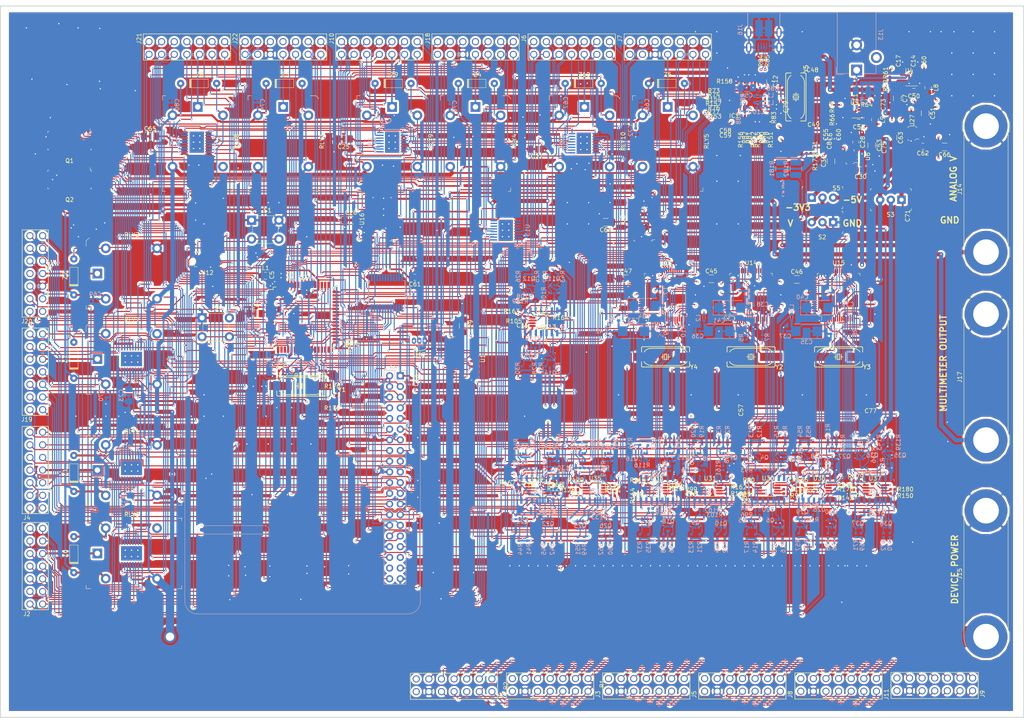
<source format=kicad_pcb>
(kicad_pcb (version 20171130) (host pcbnew "(5.0.0)")
  (layers (0 F.Cu signal) (1 In1.Cu mixed) (2 In2.Cu power) (31 B.Cu signal) (34 B.Paste user hide) (35 F.Paste user hide) (36 B.SilkS user) (37 F.SilkS user hide) (38 B.Mask user) (39 F.Mask user hide) (44 Edge.Cuts user))
  (net 0 "")
  (net 1 GND)
  (net 2 +5V)
  (net 3 MUXC)
  (net 4 MUXD)
  (net 5 MUX22)
  (net 6 5_IN4)
  (net 7 5_IN5)
  (net 8 "Net-(U13-Pad6)")
  (net 9 "Net-(U13-Pad7)")
  (net 10 VAA)
  (net 11 "Net-(U13-Pad9)")
  (net 12 "Net-(U13-Pad10)")
  (net 13 "Net-(U13-Pad11)")
  (net 14 "Net-(U13-Pad12)")
  (net 15 MUXE)
  (net 16 3_ADC0)
  (net 17 3_ADC3)
  (net 18 3_ADC2)
  (net 19 3_ADC1)
  (net 20 2_IN5)
  (net 21 2_IN4)
  (net 22 2_IN3)
  (net 23 2_IN2)
  (net 24 MUX21)
  (net 25 MUX20)
  (net 26 5_ADC0)
  (net 27 5_ADC3)
  (net 28 5_ADC2)
  (net 29 5_ADC1)
  (net 30 5_IN3)
  (net 31 5_IN2)
  (net 32 5_IN1)
  (net 33 5_IN0)
  (net 34 3_IN4)
  (net 35 3_IN5)
  (net 36 4_ADC0)
  (net 37 4_ADC3)
  (net 38 3_IN3)
  (net 39 3_IN2)
  (net 40 3_IN1)
  (net 41 3_IN0)
  (net 42 MUX16)
  (net 43 MUX18)
  (net 44 4_ADC2)
  (net 45 4_ADC1)
  (net 46 4_IN0)
  (net 47 4_IN1)
  (net 48 4_IN5)
  (net 49 4_IN4)
  (net 50 4_IN3)
  (net 51 4_IN2)
  (net 52 2_ADC2)
  (net 53 2_ADC1)
  (net 54 2_IN0)
  (net 55 2_IN1)
  (net 56 2_ADC3)
  (net 57 2_ADC0)
  (net 58 1_IN5)
  (net 59 1_IN4)
  (net 60 MUX19)
  (net 61 MUX17)
  (net 62 1_ADC0)
  (net 63 1_ADC3)
  (net 64 1_ADC2)
  (net 65 1_ADC1)
  (net 66 1_IN3)
  (net 67 1_IN2)
  (net 68 1_IN1)
  (net 69 1_IN0)
  (net 70 "Net-(U17-Pad2)")
  (net 71 -VSW)
  (net 72 -3V3)
  (net 73 +3V3)
  (net 74 +VSW)
  (net 75 4_OWB_SEC)
  (net 76 4_OWB_MAIN)
  (net 77 3_OWB_SEC)
  (net 78 3_OWB_MAIN)
  (net 79 2_OWB_SEC)
  (net 80 2_OWB_MAIN)
  (net 81 1_OWB_MAIN)
  (net 82 1_OWB_SEC)
  (net 83 MUXA1)
  (net 84 "Net-(U19-Pad15)")
  (net 85 "Net-(U19-Pad16)")
  (net 86 "Net-(U19-Pad17)")
  (net 87 "Net-(U19-Pad18)")
  (net 88 "Net-(U19-Pad19)")
  (net 89 "Net-(U19-Pad20)")
  (net 90 "Net-(U19-Pad21)")
  (net 91 5_OWB_SEC)
  (net 92 5_OWB_MAIN)
  (net 93 "Net-(Q35-Pad6)")
  (net 94 4_GarminTX)
  (net 95 "Net-(Q35-Pad2)")
  (net 96 "Net-(Q36-Pad2)")
  (net 97 4_GarminRX)
  (net 98 "Net-(Q36-Pad5)")
  (net 99 "Net-(Q37-Pad5)")
  (net 100 "Net-(Q37-Pad2)")
  (net 101 "Net-(Q38-Pad2)")
  (net 102 "Net-(Q38-Pad6)")
  (net 103 5_GarminTX)
  (net 104 5_GarminRX)
  (net 105 "Net-(Q7-Pad2)")
  (net 106 3_GarminTX)
  (net 107 "Net-(Q7-Pad6)")
  (net 108 2_GarminRX)
  (net 109 2_GarminTX)
  (net 110 "Net-(Q30-Pad2)")
  (net 111 "Net-(Q30-Pad6)")
  (net 112 "Net-(Q29-Pad5)")
  (net 113 "Net-(Q29-Pad2)")
  (net 114 "Net-(Q23-Pad2)")
  (net 115 2_TX)
  (net 116 "Net-(Q23-Pad6)")
  (net 117 "Net-(Q25-Pad5)")
  (net 118 2_CTS)
  (net 119 "Net-(Q25-Pad2)")
  (net 120 "Net-(Q26-Pad2)")
  (net 121 2_RTS)
  (net 122 "Net-(Q26-Pad6)")
  (net 123 "Net-(Q27-Pad6)")
  (net 124 1_GarminTX)
  (net 125 "Net-(Q27-Pad2)")
  (net 126 "Net-(Q28-Pad2)")
  (net 127 1_GarminRX)
  (net 128 "Net-(Q28-Pad5)")
  (net 129 "Net-(Q5-Pad5)")
  (net 130 3_CTS)
  (net 131 "Net-(Q5-Pad2)")
  (net 132 "Net-(Q17-Pad2)")
  (net 133 4_CTS)
  (net 134 "Net-(Q17-Pad5)")
  (net 135 "Net-(Q16-Pad5)")
  (net 136 4_RX)
  (net 137 "Net-(Q16-Pad2)")
  (net 138 "Net-(Q15-Pad2)")
  (net 139 4_TX)
  (net 140 "Net-(Q15-Pad6)")
  (net 141 "Net-(Q18-Pad6)")
  (net 142 4_RTS)
  (net 143 "Net-(Q18-Pad2)")
  (net 144 "Net-(Q19-Pad2)")
  (net 145 5_TX)
  (net 146 "Net-(Q19-Pad6)")
  (net 147 "Net-(Q20-Pad5)")
  (net 148 5_RX)
  (net 149 "Net-(Q20-Pad2)")
  (net 150 "Net-(Q21-Pad2)")
  (net 151 5_CTS)
  (net 152 "Net-(Q21-Pad5)")
  (net 153 "Net-(Q22-Pad6)")
  (net 154 5_RTS)
  (net 155 "Net-(Q22-Pad2)")
  (net 156 "Net-(Q6-Pad2)")
  (net 157 3_RTS)
  (net 158 "Net-(Q6-Pad6)")
  (net 159 "Net-(Q14-Pad6)")
  (net 160 1_RTS)
  (net 161 "Net-(Q14-Pad2)")
  (net 162 "Net-(Q13-Pad2)")
  (net 163 1_CTS)
  (net 164 "Net-(Q13-Pad5)")
  (net 165 "Net-(Q12-Pad5)")
  (net 166 1_RX)
  (net 167 "Net-(Q12-Pad2)")
  (net 168 "Net-(Q11-Pad2)")
  (net 169 1_TX)
  (net 170 "Net-(Q11-Pad6)")
  (net 171 "Net-(Q10-Pad6)")
  (net 172 /RS232/sheet5BBDE283/RTS)
  (net 173 "Net-(Q10-Pad2)")
  (net 174 "Net-(Q9-Pad2)")
  (net 175 /RS232/sheet5BBDE283/CTS)
  (net 176 "Net-(Q9-Pad5)")
  (net 177 "Net-(Q8-Pad5)")
  (net 178 3_GarminRX)
  (net 179 "Net-(Q8-Pad2)")
  (net 180 "Net-(Q3-Pad2)")
  (net 181 3_TX)
  (net 182 "Net-(Q3-Pad6)")
  (net 183 "Net-(Q4-Pad5)")
  (net 184 3_RX)
  (net 185 "Net-(Q4-Pad2)")
  (net 186 "Net-(Q24-Pad2)")
  (net 187 2_RX)
  (net 188 "Net-(Q24-Pad5)")
  (net 189 "Net-(C31-Pad1)")
  (net 190 "Net-(C31-Pad2)")
  (net 191 1_REL)
  (net 192 2_REL)
  (net 193 3_REL)
  (net 194 4_REL)
  (net 195 5_REL)
  (net 196 "Net-(Q1-Pad6)")
  (net 197 "Net-(Q1-Pad7)")
  (net 198 "Net-(Q1-Pad10)")
  (net 199 "Net-(Q1-Pad11)")
  (net 200 "Net-(Q1-Pad12)")
  (net 201 "Net-(Q1-Pad13)")
  (net 202 "Net-(Q1-Pad14)")
  (net 203 "Net-(Q1-Pad15)")
  (net 204 "Net-(Q1-Pad16)")
  (net 205 2_OUT0)
  (net 206 2_OUT1)
  (net 207 2_OUT2)
  (net 208 2_OUT3)
  (net 209 "Net-(J17-Pad1)")
  (net 210 1_OUT3)
  (net 211 1_OUT2)
  (net 212 1_OUT1)
  (net 213 1_OUT0)
  (net 214 MUX26)
  (net 215 MUX24)
  (net 216 5_OUT0)
  (net 217 5_OUT1)
  (net 218 5_OUT2)
  (net 219 5_OUT3)
  (net 220 "Net-(U2-Pad9)")
  (net 221 "Net-(U2-Pad10)")
  (net 222 "Net-(U2-Pad11)")
  (net 223 "Net-(U2-Pad12)")
  (net 224 "Net-(Q2-Pad16)")
  (net 225 "Net-(Q2-Pad15)")
  (net 226 "Net-(Q2-Pad14)")
  (net 227 "Net-(Q2-Pad13)")
  (net 228 "Net-(Q2-Pad12)")
  (net 229 "Net-(Q2-Pad11)")
  (net 230 "Net-(Q2-Pad10)")
  (net 231 "Net-(Q2-Pad7)")
  (net 232 "Net-(Q2-Pad6)")
  (net 233 MUX25)
  (net 234 3_OUT0)
  (net 235 3_OUT1)
  (net 236 3_OUT2)
  (net 237 3_OUT3)
  (net 238 4_OUT3)
  (net 239 4_OUT2)
  (net 240 4_OUT1)
  (net 241 4_OUT0)
  (net 242 RS232INV)
  (net 243 /RS232/sheet5BDC5154/RTS_3V3)
  (net 244 /RS232/sheet5BDC5154/CTS_3V3)
  (net 245 /RS232/sheet5BDC5154/Tx_3V3)
  (net 246 /RS232/sheet5BDC5154/RX_3V3)
  (net 247 /RS232/sheet5BD54784/RTS_3V3)
  (net 248 /RS232/sheet5BD54784/CTS_3V3)
  (net 249 /RS232/sheet5BD54784/Tx_3V3)
  (net 250 /RS232/sheet5BD54784/RX_3V3)
  (net 251 /RS232/sheet5BC21962/RX_3V3)
  (net 252 /RS232/sheet5BC21962/Tx_3V3)
  (net 253 /RS232/sheet5BC21962/CTS_3V3)
  (net 254 /RS232/sheet5BC21962/RTS_3V3)
  (net 255 /RS232/sheet5BC0E596/RTS_3V3)
  (net 256 /RS232/sheet5BC0E596/CTS_3V3)
  (net 257 /RS232/sheet5BC0E596/Tx_3V3)
  (net 258 /RS232/sheet5BC0E596/RX_3V3)
  (net 259 /RS232/sheet5BB9E804/RX_3V3)
  (net 260 /RS232/sheet5BB9E804/Tx_3V3)
  (net 261 /RS232/sheet5BB9E804/CTS_3V3)
  (net 262 /RS232/sheet5BB9E804/RTS_3V3)
  (net 263 /RS232/sheet5BBDE283/RTS_3V3)
  (net 264 /RS232/sheet5BBDE283/CTS_3V3)
  (net 265 /RS232/sheet5BBDE283/Tx_3V3)
  (net 266 /RS232/sheet5BBDE283/RX_3V3)
  (net 267 /RS232/sheet5BC04BA5/RX_3V3)
  (net 268 /RS232/sheet5BC04BA5/Tx_3V3)
  (net 269 /RS232/sheet5BC04BA5/CTS_3V3)
  (net 270 /RS232/sheet5BC04BA5/RTS_3V3)
  (net 271 /RS232/sheet5BC17F87/RTS_3V3)
  (net 272 /RS232/sheet5BC17F87/CTS_3V3)
  (net 273 /RS232/sheet5BC17F87/Tx_3V3)
  (net 274 /RS232/sheet5BC17F87/RX_3V3)
  (net 275 2_Vin)
  (net 276 VDC)
  (net 277 5_GarminPWR)
  (net 278 4_GarminPWR)
  (net 279 3_GarminPWR)
  (net 280 2_GarminPWR)
  (net 281 1_Vin)
  (net 282 3_Vin)
  (net 283 1_GarminPWR)
  (net 284 5_Vin)
  (net 285 4_Vin)
  (net 286 /ATMEGA2560/D+)
  (net 287 /ATMEGA2560/D-)
  (net 288 /ATMEGA2560/TCK)
  (net 289 /ATMEGA2560/TMS)
  (net 290 /ATMEGA2560/TDO)
  (net 291 /ATMEGA2560/TDI)
  (net 292 "Net-(U18-Pad2)")
  (net 293 "Net-(U18-Pad3)")
  (net 294 "Net-(R9-Pad2)")
  (net 295 "Net-(C47-Pad2)")
  (net 296 "Net-(R10-Pad2)")
  (net 297 "Net-(U18-Pad21)")
  (net 298 "Net-(U18-Pad22)")
  (net 299 "Net-(U18-Pad23)")
  (net 300 "Net-(U18-Pad24)")
  (net 301 "Net-(U18-Pad30)")
  (net 302 "Net-(U18-Pad32)")
  (net 303 "Net-(U18-Pad33)")
  (net 304 "Net-(U18-Pad34)")
  (net 305 "Net-(U18-Pad36)")
  (net 306 "Net-(U18-Pad43)")
  (net 307 "Net-(U18-Pad44)")
  (net 308 "Net-(U18-Pad45)")
  (net 309 "Net-(U18-Pad46)")
  (net 310 "Net-(U18-Pad55)")
  (net 311 "Net-(U18-Pad57)")
  (net 312 "Net-(U18-Pad58)")
  (net 313 "Net-(U18-Pad59)")
  (net 314 "Net-(U18-Pad60)")
  (net 315 "Net-(U18-Pad61)")
  (net 316 "Net-(U18-Pad62)")
  (net 317 "Net-(U18-Pad63)")
  (net 318 "Net-(C46-Pad2)")
  (net 319 "Net-(U15-Pad63)")
  (net 320 "Net-(U15-Pad62)")
  (net 321 "Net-(U15-Pad61)")
  (net 322 "Net-(U15-Pad60)")
  (net 323 "Net-(U15-Pad59)")
  (net 324 "Net-(U15-Pad58)")
  (net 325 "Net-(U15-Pad57)")
  (net 326 "Net-(U15-Pad55)")
  (net 327 "Net-(U15-Pad54)")
  (net 328 "Net-(U15-Pad53)")
  (net 329 "Net-(U15-Pad46)")
  (net 330 "Net-(U15-Pad45)")
  (net 331 "Net-(U15-Pad44)")
  (net 332 "Net-(U15-Pad43)")
  (net 333 "Net-(U15-Pad41)")
  (net 334 "Net-(U15-Pad40)")
  (net 335 "Net-(U15-Pad36)")
  (net 336 "Net-(U15-Pad34)")
  (net 337 "Net-(U15-Pad33)")
  (net 338 "Net-(U15-Pad32)")
  (net 339 "Net-(U15-Pad30)")
  (net 340 "Net-(U15-Pad29)")
  (net 341 "Net-(U15-Pad28)")
  (net 342 "Net-(U15-Pad24)")
  (net 343 "Net-(U15-Pad23)")
  (net 344 "Net-(U15-Pad22)")
  (net 345 "Net-(U15-Pad21)")
  (net 346 "Net-(U15-Pad19)")
  (net 347 "Net-(U15-Pad18)")
  (net 348 "Net-(R8-Pad2)")
  (net 349 "Net-(R6-Pad2)")
  (net 350 "Net-(U15-Pad3)")
  (net 351 "Net-(U15-Pad2)")
  (net 352 "Net-(U14-Pad2)")
  (net 353 "Net-(U14-Pad3)")
  (net 354 "Net-(R5-Pad2)")
  (net 355 "Net-(C45-Pad2)")
  (net 356 "Net-(R7-Pad2)")
  (net 357 "Net-(U14-Pad21)")
  (net 358 "Net-(U14-Pad22)")
  (net 359 "Net-(U14-Pad23)")
  (net 360 "Net-(U14-Pad24)")
  (net 361 "Net-(U14-Pad28)")
  (net 362 "Net-(U14-Pad29)")
  (net 363 "Net-(U14-Pad30)")
  (net 364 "Net-(U14-Pad32)")
  (net 365 "Net-(U14-Pad33)")
  (net 366 "Net-(U14-Pad34)")
  (net 367 "Net-(U14-Pad36)")
  (net 368 "Net-(U14-Pad38)")
  (net 369 "Net-(U14-Pad39)")
  (net 370 "Net-(U14-Pad40)")
  (net 371 "Net-(U14-Pad41)")
  (net 372 "Net-(U14-Pad43)")
  (net 373 "Net-(U14-Pad44)")
  (net 374 "Net-(U14-Pad45)")
  (net 375 "Net-(U14-Pad46)")
  (net 376 "Net-(U14-Pad48)")
  (net 377 "Net-(U14-Pad52)")
  (net 378 "Net-(U14-Pad53)")
  (net 379 "Net-(U14-Pad54)")
  (net 380 "Net-(U14-Pad55)")
  (net 381 "Net-(U14-Pad57)")
  (net 382 "Net-(U14-Pad58)")
  (net 383 "Net-(U14-Pad59)")
  (net 384 "Net-(U14-Pad60)")
  (net 385 "Net-(U14-Pad61)")
  (net 386 "Net-(U14-Pad62)")
  (net 387 "Net-(U14-Pad63)")
  (net 388 "Net-(IC1-Pad25)")
  (net 389 "Net-(IC1-Pad17)")
  (net 390 "Net-(IC1-Pad9)")
  (net 391 "Net-(IC1-Pad5)")
  (net 392 "Net-(IC1-Pad10)")
  (net 393 "Net-(IC1-Pad13)")
  (net 394 "Net-(IC1-Pad21)")
  (net 395 "Net-(C49-Pad2)")
  (net 396 "Net-(C48-Pad1)")
  (net 397 "Net-(C5-Pad1)")
  (net 398 "Net-(C4-Pad2)")
  (net 399 "Net-(C1-Pad2)")
  (net 400 "Net-(C2-Pad1)")
  (net 401 +12V)
  (net 402 "Net-(C3-Pad2)")
  (net 403 1_CANHigh)
  (net 404 1_CANLow)
  (net 405 1_CAN_MS_L)
  (net 406 1_CAN_MS_H)
  (net 407 "Net-(R171-Pad2)")
  (net 408 "Net-(R173-Pad2)")
  (net 409 "Net-(R175-Pad2)")
  (net 410 "Net-(U3-Pad1)")
  (net 411 "Net-(U3-Pad2)")
  (net 412 "Net-(U3-Pad18)")
  (net 413 "Net-(U3-Pad19)")
  (net 414 "Net-(U3-Pad44)")
  (net 415 "Net-(J22-Pad1)")
  (net 416 "Net-(J22-Pad2)")
  (net 417 "Net-(J22-Pad11)")
  (net 418 "Net-(J1-Pad7)")
  (net 419 "Net-(J1-Pad8)")
  (net 420 1_J1850+)
  (net 421 1_J1850-)
  (net 422 1_ISO-K)
  (net 423 1_ISO-Low)
  (net 424 1_SWC_BUS)
  (net 425 1_J1708-TXD)
  (net 426 1_J1708-RXD)
  (net 427 "Net-(J3-Pad7)")
  (net 428 "Net-(J3-Pad8)")
  (net 429 "Net-(J4-Pad1)")
  (net 430 "Net-(J4-Pad2)")
  (net 431 "Net-(J4-Pad11)")
  (net 432 "Net-(J5-Pad7)")
  (net 433 "Net-(J5-Pad8)")
  (net 434 "Net-(J7-Pad11)")
  (net 435 "Net-(J7-Pad2)")
  (net 436 "Net-(J7-Pad1)")
  (net 437 "Net-(J8-Pad8)")
  (net 438 "Net-(J8-Pad7)")
  (net 439 "Net-(J9-Pad7)")
  (net 440 "Net-(J9-Pad8)")
  (net 441 "Net-(J11-Pad7)")
  (net 442 "Net-(J11-Pad8)")
  (net 443 "Net-(J18-Pad1)")
  (net 444 "Net-(J18-Pad2)")
  (net 445 "Net-(J18-Pad11)")
  (net 446 "Net-(J20-Pad11)")
  (net 447 "Net-(J20-Pad2)")
  (net 448 "Net-(J20-Pad1)")
  (net 449 "Net-(U17-Pad3)")
  (net 450 /USBInterface/D0+)
  (net 451 /USBInterface/D0-)
  (net 452 /D1-)
  (net 453 /D1+)
  (net 454 /D3+)
  (net 455 /D3-)
  (net 456 /D2-)
  (net 457 /D2+)
  (net 458 "Net-(Q35-Pad5)")
  (net 459 "Net-(Q18-Pad5)")
  (net 460 "Net-(Q19-Pad5)")
  (net 461 "Net-(Q22-Pad5)")
  (net 462 "Net-(Q23-Pad5)")
  (net 463 "Net-(Q26-Pad5)")
  (net 464 "Net-(Q27-Pad5)")
  (net 465 "Net-(Q7-Pad5)")
  (net 466 "Net-(Q14-Pad5)")
  (net 467 "Net-(Q38-Pad5)")
  (net 468 "Net-(Q15-Pad5)")
  (net 469 "Net-(Q3-Pad5)")
  (net 470 "Net-(Q30-Pad5)")
  (net 471 "Net-(Q11-Pad5)")
  (net 472 "Net-(Q10-Pad5)")
  (net 473 "Net-(Q6-Pad5)")
  (net 474 TX_CONT)
  (net 475 CTS_CONT)
  (net 476 "Net-(C52-Pad1)")
  (net 477 "Net-(C50-Pad1)")
  (net 478 "Net-(R64-Pad1)")
  (net 479 "Net-(C11-Pad2)")
  (net 480 "Net-(R65-Pad2)")
  (net 481 "Net-(C52-Pad2)")
  (net 482 "Net-(C50-Pad2)")
  (net 483 "Net-(R61-Pad2)")
  (net 484 "Net-(C17-Pad2)")
  (net 485 "Net-(R60-Pad1)")
  (net 486 "Net-(C28-Pad2)")
  (net 487 "Net-(J16-Pad4)")
  (net 488 "Net-(S2-Pad3)")
  (net 489 -5V)
  (net 490 "Net-(S4-Pad3)")
  (net 491 "Net-(C63-Pad1)")
  (net 492 "Net-(C63-Pad2)")
  (net 493 10_REL)
  (net 494 9_REL)
  (net 495 8_REL)
  (net 496 7_REL)
  (net 497 6_REL)
  (net 498 "Net-(R102-Pad1)")
  (net 499 "Net-(R101-Pad2)")
  (net 500 "Net-(R110-Pad1)")
  (net 501 "Net-(R109-Pad2)")
  (net 502 "Net-(R125-Pad1)")
  (net 503 "Net-(R124-Pad2)")
  (net 504 "Net-(R132-Pad1)")
  (net 505 "Net-(R131-Pad2)")
  (net 506 "Net-(R140-Pad1)")
  (net 507 "Net-(R138-Pad2)")
  (net 508 "Net-(R148-Pad1)")
  (net 509 "Net-(R147-Pad2)")
  (net 510 "Net-(R118-Pad1)")
  (net 511 "Net-(R117-Pad2)")
  (net 512 "Net-(R94-Pad1)")
  (net 513 "Net-(R93-Pad2)")
  (net 514 "Net-(IC1-Pad29)")
  (net 515 "Net-(IC1-Pad24)")
  (net 516 "Net-(IC1-Pad23)")
  (net 517 "Net-(IC1-Pad20)")
  (net 518 "Net-(IC1-Pad19)")
  (net 519 "Net-(IC1-Pad16)")
  (net 520 "Net-(IC1-Pad15)")
  (net 521 "Net-(IC1-Pad12)")
  (net 522 "Net-(IC1-Pad11)")
  (net 523 "Net-(C54-Pad2)")
  (net 524 "Net-(IC1-Pad3)")
  (net 525 "Net-(R168-Pad1)")
  (net 526 "Net-(R167-Pad2)")
  (net 527 "Net-(R160-Pad1)")
  (net 528 "Net-(R159-Pad2)")
  (net 529 "Net-(R164-Pad1)")
  (net 530 "Net-(R163-Pad2)")
  (net 531 "Net-(R162-Pad1)")
  (net 532 "Net-(R161-Pad2)")
  (net 533 "Net-(R170-Pad1)")
  (net 534 "Net-(R169-Pad2)")
  (net 535 "Net-(R178-Pad1)")
  (net 536 "Net-(R177-Pad2)")
  (net 537 "Net-(R180-Pad1)")
  (net 538 "Net-(R179-Pad2)")
  (net 539 "Net-(R166-Pad1)")
  (net 540 "Net-(R165-Pad2)")
  (net 541 /USBInterface/D00-)
  (net 542 /USBInterface/D00+)
  (net 543 "Net-(C32-Pad2)")
  (net 544 "Net-(C36-Pad2)")
  (net 545 "Net-(C34-Pad2)")
  (net 546 "Net-(C33-Pad2)")
  (net 547 "Net-(C39-Pad2)")
  (net 548 "Net-(C35-Pad2)")
  (net 549 /ATMEGA2560/\RESET)
  (net 550 "Net-(U3-Pad58)")
  (net 551 "Net-(J12-Pad7)")
  (net 552 "Net-(J12-Pad9)")
  (net 553 /MUXing-2/VMux)
  (net 554 "Net-(R181-Pad1)")
  (net 555 "Net-(U3-Pad40)")
  (net 556 "Net-(U3-Pad32)")
  (net 557 "Net-(U3-Pad31)")
  (net 558 "Net-(U3-Pad30)")
  (net 559 "Net-(U3-Pad29)")
  (net 560 /ATMEGA2560/TX)
  (net 561 /ATMEGA2560/RX)
  (net 562 "Net-(J23-Pad35)")
  (net 563 "Net-(J23-Pad38)")
  (module digikey-footprints:TO-92-3 (layer F.Cu) (at 137.287 93.726 180)
    (fp_text reference U17 (at 1.27 -3.35 180) (layer F.SilkS))
    (fp_text value DS18B20_)
    (pad 1 thru_hole rect (at 0 0) (size 1 1.5) (drill 0.55) (layers *.Cu *.Mask) (net 1 GND))
    (pad 3 thru_hole oval (at 2.54 0) (size 1 1.5) (drill 0.55) (layers *.Cu *.Mask) (net 449 "Net-(U17-Pad3)"))
    (pad 2 thru_hole oval (at 1.27 0) (size 1 1.5) (drill 0.55) (layers *.Cu *.Mask) (net 70 "Net-(U17-Pad2)"))
  )
  (module Connector_PinHeader_2.54mm:PinHeader_2x20_P2.54mm_Vertical (layer B.Cu) (at 131.482413 102.041891 180)
    (fp_text reference J23 (at 1.27 2.33 180) (layer B.SilkS) (effects (justify mirror)))
    (fp_text value Raspberry_Pi_2_3)
    (pad 1 thru_hole rect (at 0 0 180) (size 1.7 1.7) (drill 1) (layers *.Cu *.Mask) (net 73 +3V3))
    (pad 2 thru_hole oval (at 2.54 0 180) (size 1.7 1.7) (drill 1) (layers *.Cu *.Mask) (net 2 +5V))
    (pad 3 thru_hole oval (at 0 -2.54 180) (size 1.7 1.7) (drill 1) (layers *.Cu *.Mask) (net 24 MUX21))
    (pad 4 thru_hole oval (at 2.54 -2.54 180) (size 1.7 1.7) (drill 1) (layers *.Cu *.Mask) (net 2 +5V))
    (pad 5 thru_hole oval (at 0 -5.08 180) (size 1.7 1.7) (drill 1) (layers *.Cu *.Mask) (net 42 MUX16))
    (pad 6 thru_hole oval (at 2.54 -5.08 180) (size 1.7 1.7) (drill 1) (layers *.Cu *.Mask) (net 1 GND))
    (pad 7 thru_hole oval (at 0 -7.62 180) (size 1.7 1.7) (drill 1) (layers *.Cu *.Mask) (net 43 MUX18))
    (pad 8 thru_hole oval (at 2.54 -7.62 180) (size 1.7 1.7) (drill 1) (layers *.Cu *.Mask) (net 561 /ATMEGA2560/RX))
    (pad 9 thru_hole oval (at 0 -10.16 180) (size 1.7 1.7) (drill 1) (layers *.Cu *.Mask) (net 1 GND))
    (pad 10 thru_hole oval (at 2.54 -10.16 180) (size 1.7 1.7) (drill 1) (layers *.Cu *.Mask) (net 560 /ATMEGA2560/TX))
    (pad 11 thru_hole oval (at 0 -12.7 180) (size 1.7 1.7) (drill 1) (layers *.Cu *.Mask) (net 4 MUXD))
    (pad 12 thru_hole oval (at 2.54 -12.7 180) (size 1.7 1.7) (drill 1) (layers *.Cu *.Mask) (net 15 MUXE))
    (pad 13 thru_hole oval (at 0 -15.24 180) (size 1.7 1.7) (drill 1) (layers *.Cu *.Mask) (net 83 MUXA1))
    (pad 14 thru_hole oval (at 2.54 -15.24 180) (size 1.7 1.7) (drill 1) (layers *.Cu *.Mask) (net 1 GND))
    (pad 15 thru_hole oval (at 0 -17.78 180) (size 1.7 1.7) (drill 1) (layers *.Cu *.Mask) (net 494 9_REL))
    (pad 16 thru_hole oval (at 2.54 -17.78 180) (size 1.7 1.7) (drill 1) (layers *.Cu *.Mask) (net 495 8_REL))
    (pad 17 thru_hole oval (at 0 -20.32 180) (size 1.7 1.7) (drill 1) (layers *.Cu *.Mask) (net 73 +3V3))
    (pad 18 thru_hole oval (at 2.54 -20.32 180) (size 1.7 1.7) (drill 1) (layers *.Cu *.Mask) (net 496 7_REL))
    (pad 19 thru_hole oval (at 0 -22.86 180) (size 1.7 1.7) (drill 1) (layers *.Cu *.Mask) (net 194 4_REL))
    (pad 20 thru_hole oval (at 2.54 -22.86 180) (size 1.7 1.7) (drill 1) (layers *.Cu *.Mask) (net 1 GND))
    (pad 21 thru_hole oval (at 0 -25.4 180) (size 1.7 1.7) (drill 1) (layers *.Cu *.Mask) (net 193 3_REL))
    (pad 22 thru_hole oval (at 2.54 -25.4 180) (size 1.7 1.7) (drill 1) (layers *.Cu *.Mask) (net 497 6_REL))
    (pad 23 thru_hole oval (at 0 -27.94 180) (size 1.7 1.7) (drill 1) (layers *.Cu *.Mask) (net 195 5_REL))
    (pad 24 thru_hole oval (at 2.54 -27.94 180) (size 1.7 1.7) (drill 1) (layers *.Cu *.Mask) (net 192 2_REL))
    (pad 25 thru_hole oval (at 0 -30.48 180) (size 1.7 1.7) (drill 1) (layers *.Cu *.Mask) (net 1 GND))
    (pad 26 thru_hole oval (at 2.54 -30.48 180) (size 1.7 1.7) (drill 1) (layers *.Cu *.Mask) (net 191 1_REL))
    (pad 27 thru_hole oval (at 0 -33.02 180) (size 1.7 1.7) (drill 1) (layers *.Cu *.Mask) (net 61 MUX17))
    (pad 28 thru_hole oval (at 2.54 -33.02 180) (size 1.7 1.7) (drill 1) (layers *.Cu *.Mask) (net 60 MUX19))
    (pad 29 thru_hole oval (at 0 -35.56 180) (size 1.7 1.7) (drill 1) (layers *.Cu *.Mask) (net 25 MUX20))
    (pad 30 thru_hole oval (at 2.54 -35.56 180) (size 1.7 1.7) (drill 1) (layers *.Cu *.Mask) (net 1 GND))
    (pad 31 thru_hole oval (at 0 -38.1 180) (size 1.7 1.7) (drill 1) (layers *.Cu *.Mask) (net 5 MUX22))
    (pad 32 thru_hole oval (at 2.54 -38.1 180) (size 1.7 1.7) (drill 1) (layers *.Cu *.Mask) (net 474 TX_CONT))
    (pad 33 thru_hole oval (at 0 -40.64 180) (size 1.7 1.7) (drill 1) (layers *.Cu *.Mask) (net 475 CTS_CONT))
    (pad 34 thru_hole oval (at 2.54 -40.64 180) (size 1.7 1.7) (drill 1) (layers *.Cu *.Mask) (net 1 GND))
    (pad 35 thru_hole oval (at 0 -43.18 180) (size 1.7 1.7) (drill 1) (layers *.Cu *.Mask) (net 562 "Net-(J23-Pad35)"))
    (pad 36 thru_hole oval (at 2.54 -43.18 180) (size 1.7 1.7) (drill 1) (layers *.Cu *.Mask) (net 3 MUXC))
    (pad 37 thru_hole oval (at 0 -45.72 180) (size 1.7 1.7) (drill 1) (layers *.Cu *.Mask) (net 242 RS232INV))
    (pad 38 thru_hole oval (at 2.54 -45.72 180) (size 1.7 1.7) (drill 1) (layers *.Cu *.Mask) (net 563 "Net-(J23-Pad38)"))
    (pad 39 thru_hole oval (at 0 -48.26 180) (size 1.7 1.7) (drill 1) (layers *.Cu *.Mask) (net 1 GND))
    (pad 40 thru_hole oval (at 2.54 -48.26 180) (size 1.7 1.7) (drill 1) (layers *.Cu *.Mask) (net 493 10_REL))
  )
  (module Capacitor_SMD:C_1206_3216Metric_Pad1.42x1.75mm_HandSolder (layer F.Cu) (at 180.34 65.532 180)
    (fp_text reference C64 (at 0 -1.82 180) (layer F.SilkS))
    (fp_text value 1uF)
    (pad 1 smd roundrect (at -1.4875 0 180) (size 1.425 1.75) (layers F.Cu F.Paste F.Mask) (roundrect_rratio 0.175439) (net 553 /MUXing-2/VMux))
    (pad 2 smd roundrect (at 1.4875 0 180) (size 1.425 1.75) (layers F.Cu F.Paste F.Mask) (roundrect_rratio 0.175439) (net 1 GND))
  )
  (module Capacitor_SMD:C_1210_3225Metric_Pad1.42x2.65mm_HandSolder (layer B.Cu) (at 241.3 34.544)
    (fp_text reference C21 (at 0 2.28) (layer B.SilkS) (effects (justify mirror)))
    (fp_text value 100uF)
    (pad 1 smd roundrect (at -1.4875 0) (size 1.425 2.65) (layers B.Cu B.Paste B.Mask) (roundrect_rratio 0.175439) (net 401 +12V))
    (pad 2 smd roundrect (at 1.4875 0) (size 1.425 2.65) (layers B.Cu B.Paste B.Mask) (roundrect_rratio 0.175439) (net 1 GND))
  )
  (module Resistor_SMD:R_1210_3225Metric_Pad1.42x2.65mm_HandSolder (layer B.Cu) (at 222.126104 52.7955 270)
    (fp_text reference R181 (at 0 2.28 270) (layer B.SilkS) (effects (justify mirror)))
    (fp_text value RESISTOR)
    (pad 2 smd roundrect (at 1.4875 0 270) (size 1.425 2.65) (layers B.Cu B.Paste B.Mask) (roundrect_rratio 0.175439) (net 553 /MUXing-2/VMux))
    (pad 1 smd roundrect (at -1.4875 0 270) (size 1.425 2.65) (layers B.Cu B.Paste B.Mask) (roundrect_rratio 0.175439) (net 554 "Net-(R181-Pad1)"))
  )
  (module Resistor_SMD:R_1210_3225Metric_Pad1.42x2.65mm_HandSolder (layer B.Cu) (at 225.552 52.7955 270)
    (fp_text reference R182 (at 0 2.28 270) (layer B.SilkS) (effects (justify mirror)))
    (fp_text value RESISTOR)
    (pad 1 smd roundrect (at -1.4875 0 270) (size 1.425 2.65) (layers B.Cu B.Paste B.Mask) (roundrect_rratio 0.175439) (net 401 +12V))
    (pad 2 smd roundrect (at 1.4875 0 270) (size 1.425 2.65) (layers B.Cu B.Paste B.Mask) (roundrect_rratio 0.175439) (net 553 /MUXing-2/VMux))
  )
  (module digikey-footprints:SOIC-16_W3.90mm (layer F.Cu) (at 189.23 64.77 90)
    (fp_text reference U2 (at 0 -4.8 90) (layer F.SilkS))
    (fp_text value DG408LE)
    (pad 16 smd rect (at -4.445 -2.7 90) (size 0.6 1.55) (layers F.Cu F.Paste F.Mask) (net 4 MUXD))
    (pad 15 smd rect (at -3.175 -2.7 90) (size 0.6 1.55) (layers F.Cu F.Paste F.Mask) (net 15 MUXE))
    (pad 14 smd rect (at -1.905 -2.7 90) (size 0.6 1.55) (layers F.Cu F.Paste F.Mask) (net 1 GND))
    (pad 13 smd rect (at -0.635 -2.7 90) (size 0.6 1.55) (layers F.Cu F.Paste F.Mask) (net 553 /MUXing-2/VMux))
    (pad 12 smd rect (at 0.635 -2.7 90) (size 0.6 1.55) (layers F.Cu F.Paste F.Mask) (net 223 "Net-(U2-Pad12)"))
    (pad 11 smd rect (at 1.905 -2.7 90) (size 0.6 1.55) (layers F.Cu F.Paste F.Mask) (net 222 "Net-(U2-Pad11)"))
    (pad 10 smd rect (at 3.175 -2.7 90) (size 0.6 1.55) (layers F.Cu F.Paste F.Mask) (net 221 "Net-(U2-Pad10)"))
    (pad 9 smd rect (at 4.445 -2.7 90) (size 0.6 1.55) (layers F.Cu F.Paste F.Mask) (net 220 "Net-(U2-Pad9)"))
    (pad 8 smd rect (at 4.445 2.7 90) (size 0.6 1.55) (layers F.Cu F.Paste F.Mask) (net 209 "Net-(J17-Pad1)"))
    (pad 7 smd rect (at 3.175 2.7 90) (size 0.6 1.55) (layers F.Cu F.Paste F.Mask) (net 219 5_OUT3))
    (pad 6 smd rect (at 1.905 2.7 90) (size 0.6 1.55) (layers F.Cu F.Paste F.Mask) (net 218 5_OUT2))
    (pad 5 smd rect (at 0.635 2.7 90) (size 0.6 1.55) (layers F.Cu F.Paste F.Mask) (net 217 5_OUT1))
    (pad 4 smd rect (at -0.635 2.7 90) (size 0.6 1.55) (layers F.Cu F.Paste F.Mask) (net 216 5_OUT0))
    (pad 3 smd rect (at -1.905 2.7 90) (size 0.6 1.55) (layers F.Cu F.Paste F.Mask) (net 1 GND))
    (pad 2 smd rect (at -3.175 2.7 90) (size 0.6 1.55) (layers F.Cu F.Paste F.Mask) (net 215 MUX24))
    (pad 1 smd rect (at -4.445 2.7 90) (size 0.6 1.55) (layers F.Cu F.Paste F.Mask) (net 3 MUXC))
  )
  (module Capacitor_SMD:C_0402_1005Metric (layer F.Cu) (at 113.284 100.838 180)
    (fp_text reference C1 (at 0 -1.17 180) (layer F.SilkS))
    (fp_text value 20pF)
    (pad 1 smd roundrect (at -0.485 0 180) (size 0.59 0.64) (layers F.Cu F.Paste F.Mask) (net 1 GND))
    (pad 2 smd roundrect (at 0.485 0 180) (size 0.59 0.64) (layers F.Cu F.Paste F.Mask) (net 399 "Net-(C1-Pad2)"))
  )
  (module Connector:Tag-Connect_TC2050-IDC-NL_2x05_P1.27mm_Vertical (layer F.Cu) (at 85.735092 74.831545)
    (fp_text reference J12 (at 0 2.7) (layer F.SilkS))
    (fp_text value TC2050)
    (pad "" np_thru_hole circle (at 3.81 -1.016) (size 0.9906 0.9906) (drill 0.9906) (layers *.Cu *.Mask))
    (pad "" np_thru_hole circle (at 3.81 1.016) (size 0.9906 0.9906) (drill 0.9906) (layers *.Cu *.Mask))
    (pad "" np_thru_hole circle (at -3.81 0) (size 0.9906 0.9906) (drill 0.9906) (layers *.Cu *.Mask))
    (pad 1 connect circle (at -2.54 0.635) (size 0.7874 0.7874) (layers F.Cu F.Mask) (net 73 +3V3))
    (pad 2 connect circle (at -1.27 0.635) (size 0.7874 0.7874) (layers F.Cu F.Mask) (net 289 /ATMEGA2560/TMS))
    (pad 3 connect circle (at 0 0.635) (size 0.7874 0.7874) (layers F.Cu F.Mask) (net 1 GND))
    (pad 4 connect circle (at 1.27 0.635) (size 0.7874 0.7874) (layers F.Cu F.Mask) (net 288 /ATMEGA2560/TCK))
    (pad 5 connect circle (at 2.54 0.635) (size 0.7874 0.7874) (layers F.Cu F.Mask) (net 1 GND))
    (pad 6 connect circle (at 2.54 -0.635) (size 0.7874 0.7874) (layers F.Cu F.Mask) (net 290 /ATMEGA2560/TDO))
    (pad 7 connect circle (at 1.27 -0.635) (size 0.7874 0.7874) (layers F.Cu F.Mask) (net 551 "Net-(J12-Pad7)"))
    (pad 8 connect circle (at 0 -0.635) (size 0.7874 0.7874) (layers F.Cu F.Mask) (net 291 /ATMEGA2560/TDI))
    (pad 9 connect circle (at -1.27 -0.635) (size 0.7874 0.7874) (layers F.Cu F.Mask) (net 552 "Net-(J12-Pad9)"))
    (pad 10 connect circle (at -2.54 -0.635) (size 0.7874 0.7874) (layers F.Cu F.Mask) (net 549 /ATMEGA2560/\RESET))
  )
  (module Capacitor_SMD:C_0402_1005Metric (layer F.Cu) (at 243.332 109.22 180)
    (fp_text reference C77 (at 0 -1.17 180) (layer F.SilkS))
    (fp_text value 10pf)
    (pad 2 smd roundrect (at 0.485 0 180) (size 0.59 0.64) (layers F.Cu F.Paste F.Mask) (net 1 GND))
    (pad 1 smd roundrect (at -0.485 0 180) (size 0.59 0.64) (layers F.Cu F.Paste F.Mask) (net 73 +3V3))
  )
  (module Capacitor_SMD:C_0402_1005Metric (layer B.Cu) (at 169.672 37.084 90)
    (fp_text reference C67 (at 0 1.17 90) (layer B.SilkS) (effects (justify mirror)))
    (fp_text value .1uF)
    (pad 1 smd roundrect (at -0.485 0 90) (size 0.59 0.64) (layers B.Cu B.Paste B.Mask) (net 2 +5V))
    (pad 2 smd roundrect (at 0.485 0 90) (size 0.59 0.64) (layers B.Cu B.Paste B.Mask) (net 1 GND))
  )
  (module Capacitor_SMD:C_0402_1005Metric (layer B.Cu) (at 188.976 37.569 90)
    (fp_text reference C68 (at 0 1.17 90) (layer B.SilkS) (effects (justify mirror)))
    (fp_text value .1uF)
    (pad 2 smd roundrect (at 0.485 0 90) (size 0.59 0.64) (layers B.Cu B.Paste B.Mask) (net 1 GND))
    (pad 1 smd roundrect (at -0.485 0 90) (size 0.59 0.64) (layers B.Cu B.Paste B.Mask) (net 2 +5V))
  )
  (module Capacitor_SMD:C_0402_1005Metric (layer B.Cu) (at 58.928 83.82 180)
    (fp_text reference C69 (at 0 1.17 180) (layer B.SilkS) (effects (justify mirror)))
    (fp_text value .1uF)
    (pad 1 smd roundrect (at -0.485 0 180) (size 0.59 0.64) (layers B.Cu B.Paste B.Mask) (net 2 +5V))
    (pad 2 smd roundrect (at 0.485 0 180) (size 0.59 0.64) (layers B.Cu B.Paste B.Mask) (net 1 GND))
  )
  (module Capacitor_SMD:C_0402_1005Metric (layer B.Cu) (at 61.468 106.68 270)
    (fp_text reference C70 (at 0 1.17 270) (layer B.SilkS) (effects (justify mirror)))
    (fp_text value .1uF)
    (pad 2 smd roundrect (at 0.485 0 270) (size 0.59 0.64) (layers B.Cu B.Paste B.Mask) (net 1 GND))
    (pad 1 smd roundrect (at -0.485 0 270) (size 0.59 0.64) (layers B.Cu B.Paste B.Mask) (net 2 +5V))
  )
  (module Capacitor_SMD:C_0402_1005Metric (layer F.Cu) (at 250.952 64.008 270)
    (fp_text reference C71 (at 0 -1.17 270) (layer F.SilkS))
    (fp_text value .1uF)
    (pad 1 smd roundrect (at -0.485 0 270) (size 0.59 0.64) (layers F.Cu F.Paste F.Mask) (net 2 +5V))
    (pad 2 smd roundrect (at 0.485 0 270) (size 0.59 0.64) (layers F.Cu F.Paste F.Mask) (net 1 GND))
  )
  (module Capacitor_SMD:C_0402_1005Metric (layer B.Cu) (at 187.452 43.711 270)
    (fp_text reference C72 (at 0 1.17 270) (layer B.SilkS) (effects (justify mirror)))
    (fp_text value .1uF)
    (pad 2 smd roundrect (at 0.485 0 270) (size 0.59 0.64) (layers B.Cu B.Paste B.Mask) (net 1 GND))
    (pad 1 smd roundrect (at -0.485 0 270) (size 0.59 0.64) (layers B.Cu B.Paste B.Mask) (net 2 +5V))
  )
  (module Capacitor_SMD:C_0402_1005Metric (layer F.Cu) (at 244.856 36.576 90)
    (fp_text reference C73 (at -1.016 1.524 90) (layer F.SilkS))
    (fp_text value .01uF)
    (pad 1 smd roundrect (at -0.485 0 90) (size 0.59 0.64) (layers F.Cu F.Paste F.Mask) (net 73 +3V3))
    (pad 2 smd roundrect (at 0.485 0 90) (size 0.59 0.64) (layers F.Cu F.Paste F.Mask) (net 1 GND))
  )
  (module Capacitor_SMD:C_0402_1005Metric (layer B.Cu) (at 97.536 37.592 90)
    (fp_text reference C74 (at 0 1.17 90) (layer B.SilkS) (effects (justify mirror)))
    (fp_text value .01uF)
    (pad 2 smd roundrect (at 0.485 0 90) (size 0.59 0.64) (layers B.Cu B.Paste B.Mask) (net 1 GND))
    (pad 1 smd roundrect (at -0.485 0 90) (size 0.59 0.64) (layers B.Cu B.Paste B.Mask) (net 2 +5V))
  )
  (module Capacitor_SMD:C_0402_1005Metric (layer B.Cu) (at 128.016 40.132)
    (fp_text reference C76 (at 0 1.17) (layer B.SilkS) (effects (justify mirror)))
    (fp_text value .001uF)
    (pad 1 smd roundrect (at -0.485 0) (size 0.59 0.64) (layers B.Cu B.Paste B.Mask) (net 2 +5V))
    (pad 2 smd roundrect (at 0.485 0) (size 0.59 0.64) (layers B.Cu B.Paste B.Mask) (net 1 GND))
  )
  (module Capacitor_SMD:C_0402_1005Metric (layer B.Cu) (at 143.250092 37.98776 90)
    (fp_text reference C78 (at 0 1.17 90) (layer B.SilkS) (effects (justify mirror)))
    (fp_text value 10pf)
    (pad 2 smd roundrect (at 0.485 0 90) (size 0.59 0.64) (layers B.Cu B.Paste B.Mask) (net 1 GND))
    (pad 1 smd roundrect (at -0.485 0 90) (size 0.59 0.64) (layers B.Cu B.Paste B.Mask) (net 2 +5V))
  )
  (module Capacitor_SMD:C_0402_1005Metric (layer F.Cu) (at 221.996 38.1 270)
    (fp_text reference C79 (at 0 -1.17 270) (layer F.SilkS))
    (fp_text value 100pf)
    (pad 1 smd roundrect (at -0.485 0 270) (size 0.59 0.64) (layers F.Cu F.Paste F.Mask) (net 73 +3V3))
    (pad 2 smd roundrect (at 0.485 0 270) (size 0.59 0.64) (layers F.Cu F.Paste F.Mask) (net 1 GND))
  )
  (module Capacitor_SMD:C_0402_1005Metric (layer B.Cu) (at 77.216 37.569 90)
    (fp_text reference C80 (at 0 1.17 90) (layer B.SilkS) (effects (justify mirror)))
    (fp_text value 100pf)
    (pad 2 smd roundrect (at 0.485 0 90) (size 0.59 0.64) (layers B.Cu B.Paste B.Mask) (net 1 GND))
    (pad 1 smd roundrect (at -0.485 0 90) (size 0.59 0.64) (layers B.Cu B.Paste B.Mask) (net 2 +5V))
  )
  (module Capacitor_SMD:C_0402_1005Metric (layer F.Cu) (at 245.364 47.752 270)
    (fp_text reference C75 (at 0 -1.17 270) (layer F.SilkS))
    (fp_text value .001uF)
    (pad 1 smd roundrect (at -0.485 0 270) (size 0.59 0.64) (layers F.Cu F.Paste F.Mask) (net 73 +3V3))
    (pad 2 smd roundrect (at 0.485 0 270) (size 0.59 0.64) (layers F.Cu F.Paste F.Mask) (net 1 GND))
  )
  (module Capacitor_SMD:C_1206_3216Metric_Pad1.42x1.75mm_HandSolder (layer B.Cu) (at 98.552 97.028)
    (fp_text reference C44 (at 0 1.82) (layer B.SilkS) (effects (justify mirror)))
    (fp_text value 4.7uF)
    (pad 2 smd roundrect (at 1.4875 0) (size 1.425 1.75) (layers B.Cu B.Paste B.Mask) (roundrect_rratio 0.175439) (net 73 +3V3))
    (pad 1 smd roundrect (at -1.4875 0) (size 1.425 1.75) (layers B.Cu B.Paste B.Mask) (roundrect_rratio 0.175439) (net 1 GND))
  )
  (module Capacitor_SMD:C_1206_3216Metric_Pad1.42x1.75mm_HandSolder (layer F.Cu) (at 249.678 36.06941 270)
    (fp_text reference C7 (at 0 -1.82 270) (layer F.SilkS))
    (fp_text value 22uF)
    (pad 1 smd roundrect (at -1.4875 0 270) (size 1.425 1.75) (layers F.Cu F.Paste F.Mask) (roundrect_rratio 0.175439) (net 401 +12V))
    (pad 2 smd roundrect (at 1.4875 0 270) (size 1.425 1.75) (layers F.Cu F.Paste F.Mask) (roundrect_rratio 0.175439) (net 1 GND))
  )
  (module Capacitor_SMD:C_1206_3216Metric_Pad1.42x1.75mm_HandSolder (layer F.Cu) (at 260.924 47.625 180)
    (fp_text reference C66 (at 0 -1.82 180) (layer F.SilkS))
    (fp_text value 4.7uF)
    (pad 2 smd roundrect (at 1.4875 0 180) (size 1.425 1.75) (layers F.Cu F.Paste F.Mask) (roundrect_rratio 0.175439) (net 2 +5V))
    (pad 1 smd roundrect (at -1.4875 0 180) (size 1.425 1.75) (layers F.Cu F.Paste F.Mask) (roundrect_rratio 0.175439) (net 1 GND))
  )
  (module Capacitor_SMD:C_1206_3216Metric_Pad1.42x1.75mm_HandSolder (layer F.Cu) (at 72.012104 45.085)
    (fp_text reference C65 (at 0 -1.82) (layer F.SilkS))
    (fp_text value 1uF)
    (pad 1 smd roundrect (at -1.4875 0) (size 1.425 1.75) (layers F.Cu F.Paste F.Mask) (roundrect_rratio 0.175439) (net 1 GND))
    (pad 2 smd roundrect (at 1.4875 0) (size 1.425 1.75) (layers F.Cu F.Paste F.Mask) (roundrect_rratio 0.175439) (net 276 VDC))
  )
  (module Capacitor_SMD:C_1206_3216Metric_Pad1.42x1.75mm_HandSolder (layer F.Cu) (at 97.028 87.249)
    (fp_text reference C4 (at 0 -1.82) (layer F.SilkS))
    (fp_text value 1uF)
    (pad 2 smd roundrect (at 1.4875 0) (size 1.425 1.75) (layers F.Cu F.Paste F.Mask) (roundrect_rratio 0.175439) (net 398 "Net-(C4-Pad2)"))
    (pad 1 smd roundrect (at -1.4875 0) (size 1.425 1.75) (layers F.Cu F.Paste F.Mask) (roundrect_rratio 0.175439) (net 1 GND))
  )
  (module Capacitor_SMD:C_1206_3216Metric_Pad1.42x1.75mm_HandSolder (layer F.Cu) (at 248.636 45.442 270)
    (fp_text reference C63 (at 0 -1.82 270) (layer F.SilkS))
    (fp_text value 1uF)
    (pad 1 smd roundrect (at -1.4875 0 270) (size 1.425 1.75) (layers F.Cu F.Paste F.Mask) (roundrect_rratio 0.175439) (net 491 "Net-(C63-Pad1)"))
    (pad 2 smd roundrect (at 1.4875 0 270) (size 1.425 1.75) (layers F.Cu F.Paste F.Mask) (roundrect_rratio 0.175439) (net 492 "Net-(C63-Pad2)"))
  )
  (module Capacitor_SMD:C_1206_3216Metric_Pad1.42x1.75mm_HandSolder (layer F.Cu) (at 256.282 39.616 270)
    (fp_text reference C51 (at 0 -1.82 270) (layer F.SilkS))
    (fp_text value 47uF)
    (pad 2 smd roundrect (at 1.4875 0 270) (size 1.425 1.75) (layers F.Cu F.Paste F.Mask) (roundrect_rratio 0.175439) (net 1 GND))
    (pad 1 smd roundrect (at -1.4875 0 270) (size 1.425 1.75) (layers F.Cu F.Paste F.Mask) (roundrect_rratio 0.175439) (net 2 +5V))
  )
  (module Capacitor_SMD:C_1206_3216Metric_Pad1.42x1.75mm_HandSolder (layer B.Cu) (at 213.868 33.528)
    (fp_text reference C54 (at 0 1.82) (layer B.SilkS) (effects (justify mirror)))
    (fp_text value 1uF)
    (pad 1 smd roundrect (at -1.4875 0) (size 1.425 1.75) (layers B.Cu B.Paste B.Mask) (roundrect_rratio 0.175439) (net 1 GND))
    (pad 2 smd roundrect (at 1.4875 0) (size 1.425 1.75) (layers B.Cu B.Paste B.Mask) (roundrect_rratio 0.175439) (net 523 "Net-(C54-Pad2)"))
  )
  (module Capacitor_SMD:C_1206_3216Metric_Pad1.42x1.75mm_HandSolder (layer F.Cu) (at 243.582 47.236 270)
    (fp_text reference C53 (at 0 -1.82 270) (layer F.SilkS))
    (fp_text value 47uF)
    (pad 2 smd roundrect (at 1.4875 0 270) (size 1.425 1.75) (layers F.Cu F.Paste F.Mask) (roundrect_rratio 0.175439) (net 1 GND))
    (pad 1 smd roundrect (at -1.4875 0 270) (size 1.425 1.75) (layers F.Cu F.Paste F.Mask) (roundrect_rratio 0.175439) (net 73 +3V3))
  )
  (module Capacitor_SMD:C_1206_3216Metric_Pad1.42x1.75mm_HandSolder (layer B.Cu) (at 67.376 131.9895 270)
    (fp_text reference C19 (at 0 1.82 270) (layer B.SilkS) (effects (justify mirror)))
    (fp_text value 1uF)
    (pad 1 smd roundrect (at -1.4875 0 270) (size 1.425 1.75) (layers B.Cu B.Paste B.Mask) (roundrect_rratio 0.175439) (net 276 VDC))
    (pad 2 smd roundrect (at 1.4875 0 270) (size 1.425 1.75) (layers B.Cu B.Paste B.Mask) (roundrect_rratio 0.175439) (net 1 GND))
  )
  (module Capacitor_SMD:C_1206_3216Metric_Pad1.42x1.75mm_HandSolder (layer F.Cu) (at 205.456 78.97)
    (fp_text reference C45 (at 0 -1.82) (layer F.SilkS))
    (fp_text value 3.3uF)
    (pad 2 smd roundrect (at 1.4875 0) (size 1.425 1.75) (layers F.Cu F.Paste F.Mask) (roundrect_rratio 0.175439) (net 355 "Net-(C45-Pad2)"))
    (pad 1 smd roundrect (at -1.4875 0) (size 1.425 1.75) (layers F.Cu F.Paste F.Mask) (roundrect_rratio 0.175439) (net 1 GND))
  )
  (module Capacitor_SMD:C_1206_3216Metric_Pad1.42x1.75mm_HandSolder (layer F.Cu) (at 225.776 79.121)
    (fp_text reference C46 (at 0 -1.82) (layer F.SilkS))
    (fp_text value 3.3uF)
    (pad 1 smd roundrect (at -1.4875 0) (size 1.425 1.75) (layers F.Cu F.Paste F.Mask) (roundrect_rratio 0.175439) (net 1 GND))
    (pad 2 smd roundrect (at 1.4875 0) (size 1.425 1.75) (layers F.Cu F.Paste F.Mask) (roundrect_rratio 0.175439) (net 318 "Net-(C46-Pad2)"))
  )
  (module Capacitor_SMD:C_1206_3216Metric_Pad1.42x1.75mm_HandSolder (layer F.Cu) (at 185.136 78.97)
    (fp_text reference C47 (at 0 -1.82) (layer F.SilkS))
    (fp_text value 3.3uF)
    (pad 2 smd roundrect (at 1.4875 0) (size 1.425 1.75) (layers F.Cu F.Paste F.Mask) (roundrect_rratio 0.175439) (net 295 "Net-(C47-Pad2)"))
    (pad 1 smd roundrect (at -1.4875 0) (size 1.425 1.75) (layers F.Cu F.Paste F.Mask) (roundrect_rratio 0.175439) (net 1 GND))
  )
  (module Capacitor_SMD:C_1206_3216Metric_Pad1.42x1.75mm_HandSolder (layer F.Cu) (at 233.904 51.03 270)
    (fp_text reference C31 (at 0 1.748 270) (layer F.SilkS))
    (fp_text value 1uF)
    (pad 1 smd roundrect (at -1.4875 0 270) (size 1.425 1.75) (layers F.Cu F.Paste F.Mask) (roundrect_rratio 0.175439) (net 189 "Net-(C31-Pad1)"))
    (pad 2 smd roundrect (at 1.4875 0 270) (size 1.425 1.75) (layers F.Cu F.Paste F.Mask) (roundrect_rratio 0.175439) (net 190 "Net-(C31-Pad2)"))
  )
  (module Capacitor_SMD:C_1206_3216Metric_Pad1.42x1.75mm_HandSolder (layer F.Cu) (at 146.434104 90.17141 270)
    (fp_text reference C29 (at 0 -1.82 270) (layer F.SilkS))
    (fp_text value 1uF)
    (pad 2 smd roundrect (at 1.4875 0 270) (size 1.425 1.75) (layers F.Cu F.Paste F.Mask) (roundrect_rratio 0.175439) (net 553 /MUXing-2/VMux))
    (pad 1 smd roundrect (at -1.4875 0 270) (size 1.425 1.75) (layers F.Cu F.Paste F.Mask) (roundrect_rratio 0.175439) (net 1 GND))
  )
  (module Capacitor_SMD:C_1206_3216Metric_Pad1.42x1.75mm_HandSolder (layer F.Cu) (at 163.9325 48.133 180)
    (fp_text reference C27 (at 0 -1.82 180) (layer F.SilkS))
    (fp_text value 1uF)
    (pad 1 smd roundrect (at -1.4875 0 180) (size 1.425 1.75) (layers F.Cu F.Paste F.Mask) (roundrect_rratio 0.175439) (net 276 VDC))
    (pad 2 smd roundrect (at 1.4875 0 180) (size 1.425 1.75) (layers F.Cu F.Paste F.Mask) (roundrect_rratio 0.175439) (net 1 GND))
  )
  (module Capacitor_SMD:C_1206_3216Metric_Pad1.42x1.75mm_HandSolder (layer F.Cu) (at 119.771092 65.024)
    (fp_text reference C26 (at 0 -1.82) (layer F.SilkS))
    (fp_text value 1uF)
    (pad 2 smd roundrect (at 1.4875 0) (size 1.425 1.75) (layers F.Cu F.Paste F.Mask) (roundrect_rratio 0.175439) (net 553 /MUXing-2/VMux))
    (pad 1 smd roundrect (at -1.4875 0) (size 1.425 1.75) (layers F.Cu F.Paste F.Mask) (roundrect_rratio 0.175439) (net 1 GND))
  )
  (module Capacitor_SMD:C_1206_3216Metric_Pad1.42x1.75mm_HandSolder (layer F.Cu) (at 117.986104 45.72141 180)
    (fp_text reference C25 (at 0 -1.82 180) (layer F.SilkS))
    (fp_text value 1uF)
    (pad 1 smd roundrect (at -1.4875 0 180) (size 1.425 1.75) (layers F.Cu F.Paste F.Mask) (roundrect_rratio 0.175439) (net 276 VDC))
    (pad 2 smd roundrect (at 1.4875 0 180) (size 1.425 1.75) (layers F.Cu F.Paste F.Mask) (roundrect_rratio 0.175439) (net 1 GND))
  )
  (module Capacitor_SMD:C_1206_3216Metric_Pad1.42x1.75mm_HandSolder (layer B.Cu) (at 66.929 106.68 270)
    (fp_text reference C23 (at 0 1.82 270) (layer B.SilkS) (effects (justify mirror)))
    (fp_text value 1uF)
    (pad 2 smd roundrect (at 1.4875 0 270) (size 1.425 1.75) (layers B.Cu B.Paste B.Mask) (roundrect_rratio 0.175439) (net 1 GND))
    (pad 1 smd roundrect (at -1.4875 0 270) (size 1.425 1.75) (layers B.Cu B.Paste B.Mask) (roundrect_rratio 0.175439) (net 276 VDC))
  )
  (module digikey-footprints:Relay_THT_G5LE-14 (layer F.Cu) (at 175.26 38.1 270)
    (fp_text reference RLY10 (at 8.2 -9.225 270) (layer F.SilkS))
    (fp_text value G5LE-14_DC5)
    (pad 4 thru_hole circle (at 14.2 -6 270) (size 2.3 2.3) (drill 1.3) (layers *.Cu *.Mask) (net 1 GND))
    (pad 3 thru_hole circle (at 14.2 6 270) (size 2.3 2.3) (drill 1.3) (layers *.Cu *.Mask) (net 276 VDC))
    (pad 5 thru_hole circle (at 2 -6 270) (size 2.3 2.3) (drill 1.3) (layers *.Cu *.Mask) (net 228 "Net-(Q2-Pad12)"))
    (pad 2 thru_hole circle (at 2 6 270) (size 2.3 2.3) (drill 1.3) (layers *.Cu *.Mask) (net 2 +5V))
    (pad 1 thru_hole rect (at 0 0 270) (size 2.3 2.3) (drill 1.3) (layers *.Cu *.Mask) (net 277 5_GarminPWR))
  )
  (module digikey-footprints:0805 (layer F.Cu) (at 244.348 41.148 270)
    (fp_text reference L9 (at 0 -1.84 270) (layer F.SilkS))
    (fp_text value 3.3uH)
    (pad 1 smd rect (at -1.05 0 270) (size 1.2 1.2) (layers F.Cu F.Paste F.Mask) (net 476 "Net-(C52-Pad1)"))
    (pad 2 smd rect (at 1.05 0 270) (size 1.2 1.2) (layers F.Cu F.Paste F.Mask) (net 73 +3V3))
  )
  (module digikey-footprints:0805 (layer F.Cu) (at 257.048 33.528 270)
    (fp_text reference L8 (at 0 -1.84 270) (layer F.SilkS))
    (fp_text value 3.3uH)
    (pad 2 smd rect (at 1.05 0 270) (size 1.2 1.2) (layers F.Cu F.Paste F.Mask) (net 2 +5V))
    (pad 1 smd rect (at -1.05 0 270) (size 1.2 1.2) (layers F.Cu F.Paste F.Mask) (net 477 "Net-(C50-Pad1)"))
  )
  (module digikey-footprints:LQFP-64_10x10mm (layer F.Cu) (at 194.564 82.804)
    (fp_text reference U18 (at 0.01 -7.62) (layer F.SilkS))
    (fp_text value FT4232HL-REEL)
    (pad 64 smd rect (at -5.75 3.75) (size 1.2 0.3) (layers F.Cu F.Paste F.Mask) (net 295 "Net-(C47-Pad2)"))
    (pad 63 smd rect (at -5.75 3.25) (size 1.2 0.3) (layers F.Cu F.Paste F.Mask) (net 317 "Net-(U18-Pad63)"))
    (pad 62 smd rect (at -5.75 2.75) (size 1.2 0.3) (layers F.Cu F.Paste F.Mask) (net 316 "Net-(U18-Pad62)"))
    (pad 61 smd rect (at -5.75 2.25) (size 1.2 0.3) (layers F.Cu F.Paste F.Mask) (net 315 "Net-(U18-Pad61)"))
    (pad 60 smd rect (at -5.75 1.75) (size 1.2 0.3) (layers F.Cu F.Paste F.Mask) (net 314 "Net-(U18-Pad60)"))
    (pad 59 smd rect (at -5.75 1.25) (size 1.2 0.3) (layers F.Cu F.Paste F.Mask) (net 313 "Net-(U18-Pad59)"))
    (pad 58 smd rect (at -5.75 0.75) (size 1.2 0.3) (layers F.Cu F.Paste F.Mask) (net 312 "Net-(U18-Pad58)"))
    (pad 57 smd rect (at -5.75 0.25) (size 1.2 0.3) (layers F.Cu F.Paste F.Mask) (net 311 "Net-(U18-Pad57)"))
    (pad 56 smd rect (at -5.75 -0.25) (size 1.2 0.3) (layers F.Cu F.Paste F.Mask) (net 73 +3V3))
    (pad 55 smd rect (at -5.75 -0.75) (size 1.2 0.3) (layers F.Cu F.Paste F.Mask) (net 310 "Net-(U18-Pad55)"))
    (pad 54 smd rect (at -5.75 -1.25) (size 1.2 0.3) (layers F.Cu F.Paste F.Mask) (net 253 /RS232/sheet5BC21962/CTS_3V3))
    (pad 53 smd rect (at -5.75 -1.75) (size 1.2 0.3) (layers F.Cu F.Paste F.Mask) (net 254 /RS232/sheet5BC21962/RTS_3V3))
    (pad 52 smd rect (at -5.75 -2.25) (size 1.2 0.3) (layers F.Cu F.Paste F.Mask) (net 251 /RS232/sheet5BC21962/RX_3V3))
    (pad 51 smd rect (at -5.75 -2.75) (size 1.2 0.3) (layers F.Cu F.Paste F.Mask) (net 1 GND))
    (pad 50 smd rect (at -5.75 -3.25) (size 1.2 0.3) (layers F.Cu F.Paste F.Mask) (net 73 +3V3))
    (pad 49 smd rect (at -5.75 -3.75) (size 1.2 0.3) (layers F.Cu F.Paste F.Mask) (net 295 "Net-(C47-Pad2)"))
    (pad 48 smd rect (at -3.75 -5.75) (size 0.3 1.2) (layers F.Cu F.Paste F.Mask) (net 252 /RS232/sheet5BC21962/Tx_3V3))
    (pad 47 smd rect (at -3.25 -5.75) (size 0.3 1.2) (layers F.Cu F.Paste F.Mask) (net 1 GND))
    (pad 46 smd rect (at -2.75 -5.75) (size 0.3 1.2) (layers F.Cu F.Paste F.Mask) (net 309 "Net-(U18-Pad46)"))
    (pad 45 smd rect (at -2.25 -5.75) (size 0.3 1.2) (layers F.Cu F.Paste F.Mask) (net 308 "Net-(U18-Pad45)"))
    (pad 44 smd rect (at -1.75 -5.75) (size 0.3 1.2) (layers F.Cu F.Paste F.Mask) (net 307 "Net-(U18-Pad44)"))
    (pad 43 smd rect (at -1.25 -5.75) (size 0.3 1.2) (layers F.Cu F.Paste F.Mask) (net 306 "Net-(U18-Pad43)"))
    (pad 42 smd rect (at -0.75 -5.75) (size 0.3 1.2) (layers F.Cu F.Paste F.Mask) (net 73 +3V3))
    (pad 41 smd rect (at -0.25 -5.75) (size 0.3 1.2) (layers F.Cu F.Paste F.Mask) (net 272 /RS232/sheet5BC17F87/CTS_3V3))
    (pad 40 smd rect (at 0.25 -5.75) (size 0.3 1.2) (layers F.Cu F.Paste F.Mask) (net 271 /RS232/sheet5BC17F87/RTS_3V3))
    (pad 39 smd rect (at 0.75 -5.75) (size 0.3 1.2) (layers F.Cu F.Paste F.Mask) (net 274 /RS232/sheet5BC17F87/RX_3V3))
    (pad 38 smd rect (at 1.25 -5.75) (size 0.3 1.2) (layers F.Cu F.Paste F.Mask) (net 273 /RS232/sheet5BC17F87/Tx_3V3))
    (pad 37 smd rect (at 1.75 -5.75) (size 0.3 1.2) (layers F.Cu F.Paste F.Mask) (net 295 "Net-(C47-Pad2)"))
    (pad 36 smd rect (at 2.25 -5.75) (size 0.3 1.2) (layers F.Cu F.Paste F.Mask) (net 305 "Net-(U18-Pad36)"))
    (pad 35 smd rect (at 2.75 -5.75) (size 0.3 1.2) (layers F.Cu F.Paste F.Mask) (net 1 GND))
    (pad 34 smd rect (at 3.25 -5.75) (size 0.3 1.2) (layers F.Cu F.Paste F.Mask) (net 304 "Net-(U18-Pad34)"))
    (pad 33 smd rect (at 3.75 -5.75) (size 0.3 1.2) (layers F.Cu F.Paste F.Mask) (net 303 "Net-(U18-Pad33)"))
    (pad 32 smd rect (at 5.75 -3.75) (size 1.2 0.3) (layers F.Cu F.Paste F.Mask) (net 302 "Net-(U18-Pad32)"))
    (pad 31 smd rect (at 5.75 -3.25) (size 1.2 0.3) (layers F.Cu F.Paste F.Mask) (net 73 +3V3))
    (pad 30 smd rect (at 5.75 -2.75) (size 1.2 0.3) (layers F.Cu F.Paste F.Mask) (net 301 "Net-(U18-Pad30)"))
    (pad 29 smd rect (at 5.75 -2.25) (size 1.2 0.3) (layers F.Cu F.Paste F.Mask) (net 256 /RS232/sheet5BC0E596/CTS_3V3))
    (pad 28 smd rect (at 5.75 -1.75) (size 1.2 0.3) (layers F.Cu F.Paste F.Mask) (net 255 /RS232/sheet5BC0E596/RTS_3V3))
    (pad 27 smd rect (at 5.75 -1.25) (size 1.2 0.3) (layers F.Cu F.Paste F.Mask) (net 258 /RS232/sheet5BC0E596/RX_3V3))
    (pad 26 smd rect (at 5.75 -0.75) (size 1.2 0.3) (layers F.Cu F.Paste F.Mask) (net 257 /RS232/sheet5BC0E596/Tx_3V3))
    (pad 25 smd rect (at 5.75 -0.25) (size 1.2 0.3) (layers F.Cu F.Paste F.Mask) (net 1 GND))
    (pad 24 smd rect (at 5.75 0.25) (size 1.2 0.3) (layers F.Cu F.Paste F.Mask) (net 300 "Net-(U18-Pad24)"))
    (pad 23 smd rect (at 5.75 0.75) (size 1.2 0.3) (layers F.Cu F.Paste F.Mask) (net 299 "Net-(U18-Pad23)"))
    (pad 22 smd rect (at 5.75 1.25) (size 1.2 0.3) (layers F.Cu F.Paste F.Mask) (net 298 "Net-(U18-Pad22)"))
    (pad 21 smd rect (at 5.75 1.75) (size 1.2 0.3) (layers F.Cu F.Paste F.Mask) (net 297 "Net-(U18-Pad21)"))
    (pad 20 smd rect (at 5.75 2.25) (size 1.2 0.3) (layers F.Cu F.Paste F.Mask) (net 73 +3V3))
    (pad 19 smd rect (at 5.75 2.75) (size 1.2 0.3) (layers F.Cu F.Paste F.Mask) (net 269 /RS232/sheet5BC04BA5/CTS_3V3))
    (pad 18 smd rect (at 5.75 3.25) (size 1.2 0.3) (layers F.Cu F.Paste F.Mask) (net 270 /RS232/sheet5BC04BA5/RTS_3V3))
    (pad 16 smd rect (at 3.75 5.75) (size 0.3 1.2) (layers F.Cu F.Paste F.Mask) (net 268 /RS232/sheet5BC04BA5/Tx_3V3))
    (pad 15 smd rect (at 3.25 5.75) (size 0.3 1.2) (layers F.Cu F.Paste F.Mask) (net 1 GND))
    (pad 14 smd rect (at 2.75 5.75) (size 0.3 1.2) (layers F.Cu F.Paste F.Mask) (net 296 "Net-(R10-Pad2)"))
    (pad 13 smd rect (at 2.25 5.75) (size 0.3 1.2) (layers F.Cu F.Paste F.Mask) (net 1 GND))
    (pad 12 smd rect (at 1.75 5.75) (size 0.3 1.2) (layers F.Cu F.Paste F.Mask) (net 295 "Net-(C47-Pad2)"))
    (pad 11 smd rect (at 1.25 5.75) (size 0.3 1.2) (layers F.Cu F.Paste F.Mask) (net 1 GND))
    (pad 10 smd rect (at 0.75 5.75) (size 0.3 1.2) (layers F.Cu F.Paste F.Mask) (net 1 GND))
    (pad 9 smd rect (at 0.25 5.75) (size 0.3 1.2) (layers F.Cu F.Paste F.Mask) (net 545 "Net-(C34-Pad2)"))
    (pad 8 smd rect (at -0.25 5.75) (size 0.3 1.2) (layers F.Cu F.Paste F.Mask) (net 457 /D2+))
    (pad 7 smd rect (at -0.75 5.75) (size 0.3 1.2) (layers F.Cu F.Paste F.Mask) (net 456 /D2-))
    (pad 6 smd rect (at -1.25 5.75) (size 0.3 1.2) (layers F.Cu F.Paste F.Mask) (net 294 "Net-(R9-Pad2)"))
    (pad 5 smd rect (at -1.75 5.75) (size 0.3 1.2) (layers F.Cu F.Paste F.Mask) (net 1 GND))
    (pad 4 smd rect (at -2.25 5.75) (size 0.3 1.2) (layers F.Cu F.Paste F.Mask) (net 546 "Net-(C33-Pad2)"))
    (pad 3 smd rect (at -2.75 5.75) (size 0.3 1.2) (layers F.Cu F.Paste F.Mask) (net 293 "Net-(U18-Pad3)"))
    (pad 2 smd rect (at -3.25 5.75) (size 0.3 1.2) (layers F.Cu F.Paste F.Mask) (net 292 "Net-(U18-Pad2)"))
    (pad 1 smd rect (at -3.75 5.75) (size 0.3 1.2) (layers F.Cu F.Paste F.Mask) (net 1 GND))
    (pad 17 smd rect (at 5.75 3.75) (size 1.2 0.3) (layers F.Cu F.Paste F.Mask) (net 267 /RS232/sheet5BC04BA5/RX_3V3))
  )
  (module Housings_SSOP:MSOP-8_3x3mm_Pitch0.65mm (layer F.Cu) (at 244.348 129.032)
    (fp_text reference U37 (at 0 -2.6) (layer F.SilkS))
    (fp_text value MAX324CUA)
    (pad 8 smd rect (at 2.2 -0.975) (size 1.45 0.45) (layers F.Cu F.Paste F.Mask) (net 74 +VSW))
    (pad 7 smd rect (at 2.2 -0.325) (size 1.45 0.45) (layers F.Cu F.Paste F.Mask) (net 474 TX_CONT))
    (pad 6 smd rect (at 2.2 0.325) (size 1.45 0.45) (layers F.Cu F.Paste F.Mask) (net 537 "Net-(R180-Pad1)"))
    (pad 5 smd rect (at 2.2 0.975) (size 1.45 0.45) (layers F.Cu F.Paste F.Mask) (net 103 5_GarminTX))
    (pad 4 smd rect (at -2.2 0.975) (size 1.45 0.45) (layers F.Cu F.Paste F.Mask) (net 71 -VSW))
    (pad 3 smd rect (at -2.2 0.325) (size 1.45 0.45) (layers F.Cu F.Paste F.Mask) (net 475 CTS_CONT))
    (pad 2 smd rect (at -2.2 -0.325) (size 1.45 0.45) (layers F.Cu F.Paste F.Mask) (net 94 4_GarminTX))
    (pad 1 smd rect (at -2.2 -0.975) (size 1.45 0.45) (layers F.Cu F.Paste F.Mask) (net 538 "Net-(R179-Pad2)"))
  )
  (module Capacitor_Tantalum_SMD:CP_EIA-6032-15_Kemet-U_Pad2.25x2.35mm_HandSolder (layer B.Cu) (at 186.944 91.44 180)
    (fp_text reference C33 (at 0 2.55 180) (layer B.SilkS) (effects (justify mirror)))
    (fp_text value 47uF)
    (pad 1 smd roundrect (at -2.55 0 180) (size 2.25 2.35) (layers B.Cu B.Paste B.Mask) (roundrect_rratio 0.111111) (net 1 GND))
    (pad 2 smd roundrect (at 2.55 0 180) (size 2.25 2.35) (layers B.Cu B.Paste B.Mask) (roundrect_rratio 0.111111) (net 546 "Net-(C33-Pad2)"))
  )
  (module Capacitor_Tantalum_SMD:CP_EIA-6032-15_Kemet-U_Pad2.25x2.35mm_HandSolder (layer B.Cu) (at 228.092 91.44 180)
    (fp_text reference C35 (at 0 -2.54 180) (layer B.SilkS) (effects (justify mirror)))
    (fp_text value 47uF)
    (pad 1 smd roundrect (at -2.55 0 180) (size 2.25 2.35) (layers B.Cu B.Paste B.Mask) (roundrect_rratio 0.111111) (net 1 GND))
    (pad 2 smd roundrect (at 2.55 0 180) (size 2.25 2.35) (layers B.Cu B.Paste B.Mask) (roundrect_rratio 0.111111) (net 548 "Net-(C35-Pad2)"))
  )
  (module Capacitor_Tantalum_SMD:CP_EIA-6032-15_Kemet-U_Pad2.25x2.35mm_HandSolder (layer B.Cu) (at 230.632 85.852)
    (fp_text reference C40 (at -3.556 -2.54) (layer B.SilkS) (effects (justify mirror)))
    (fp_text value 47uF)
    (pad 2 smd roundrect (at 2.55 0) (size 2.25 2.35) (layers B.Cu B.Paste B.Mask) (roundrect_rratio 0.111111) (net 547 "Net-(C39-Pad2)"))
    (pad 1 smd roundrect (at -2.55 0) (size 2.25 2.35) (layers B.Cu B.Paste B.Mask) (roundrect_rratio 0.111111) (net 1 GND))
  )
  (module Capacitor_Tantalum_SMD:CP_EIA-6032-15_Kemet-U_Pad2.25x2.35mm_HandSolder (layer B.Cu) (at 207.264 91.44 180)
    (fp_text reference C41 (at 0 2.55 180) (layer B.SilkS) (effects (justify mirror)))
    (fp_text value 47uF)
    (pad 1 smd roundrect (at -2.55 0 180) (size 2.25 2.35) (layers B.Cu B.Paste B.Mask) (roundrect_rratio 0.111111) (net 1 GND))
    (pad 2 smd roundrect (at 2.55 0 180) (size 2.25 2.35) (layers B.Cu B.Paste B.Mask) (roundrect_rratio 0.111111) (net 544 "Net-(C36-Pad2)"))
  )
  (module Capacitor_Tantalum_SMD:CP_EIA-6032-15_Kemet-U_Pad2.25x2.35mm_HandSolder (layer B.Cu) (at 209.804 85.852)
    (fp_text reference C32 (at 0 2.55) (layer B.SilkS) (effects (justify mirror)))
    (fp_text value 47uF)
    (pad 2 smd roundrect (at 2.55 0) (size 2.25 2.35) (layers B.Cu B.Paste B.Mask) (roundrect_rratio 0.111111) (net 543 "Net-(C32-Pad2)"))
    (pad 1 smd roundrect (at -2.55 0) (size 2.25 2.35) (layers B.Cu B.Paste B.Mask) (roundrect_rratio 0.111111) (net 1 GND))
  )
  (module Capacitor_Tantalum_SMD:CP_EIA-6032-15_Kemet-U_Pad2.25x2.35mm_HandSolder (layer B.Cu) (at 189.484 85.344)
    (fp_text reference C34 (at 0 2.55) (layer B.SilkS) (effects (justify mirror)))
    (fp_text value 47uF)
    (pad 1 smd roundrect (at -2.55 0) (size 2.25 2.35) (layers B.Cu B.Paste B.Mask) (roundrect_rratio 0.111111) (net 1 GND))
    (pad 2 smd roundrect (at 2.55 0) (size 2.25 2.35) (layers B.Cu B.Paste B.Mask) (roundrect_rratio 0.111111) (net 545 "Net-(C34-Pad2)"))
  )
  (module digikey-footprints:Relay_THT_G5LE-14 (layer F.Cu) (at 195.072 38.1 270)
    (fp_text reference RLY5 (at 8.2 -9.225 270) (layer F.SilkS))
    (fp_text value G5LE-14_DC5)
    (pad 4 thru_hole circle (at 14.2 -6 270) (size 2.3 2.3) (drill 1.3) (layers *.Cu *.Mask) (net 1 GND))
    (pad 3 thru_hole circle (at 14.2 6 270) (size 2.3 2.3) (drill 1.3) (layers *.Cu *.Mask) (net 276 VDC))
    (pad 5 thru_hole circle (at 2 -6 270) (size 2.3 2.3) (drill 1.3) (layers *.Cu *.Mask) (net 200 "Net-(Q1-Pad12)"))
    (pad 2 thru_hole circle (at 2 6 270) (size 2.3 2.3) (drill 1.3) (layers *.Cu *.Mask) (net 2 +5V))
    (pad 1 thru_hole rect (at 0 0 270) (size 2.3 2.3) (drill 1.3) (layers *.Cu *.Mask) (net 284 5_Vin))
  )
  (module Resistor_SMD:R_0402_1005Metric (layer B.Cu) (at 217.488103 33.704411 180)
    (fp_text reference R86 (at -2.54 0 180) (layer B.SilkS) (effects (justify mirror)))
    (fp_text value 1.5K)
    (pad 1 smd roundrect (at -0.485 0 180) (size 0.59 0.64) (layers B.Cu B.Paste B.Mask) (net 450 /USBInterface/D0+))
    (pad 2 smd roundrect (at 0.485 0 180) (size 0.59 0.64) (layers B.Cu B.Paste B.Mask) (net 524 "Net-(IC1-Pad3)"))
  )
  (module Resistor_SMD:R_0402_1005Metric (layer F.Cu) (at 223.142104 129.03341)
    (fp_text reference R160 (at 3.048 0) (layer F.SilkS))
    (fp_text value R0)
    (pad 2 smd roundrect (at 0.485 0) (size 0.59 0.64) (layers F.Cu F.Paste F.Mask) (net 473 "Net-(Q6-Pad5)"))
    (pad 1 smd roundrect (at -0.485 0) (size 0.59 0.64) (layers F.Cu F.Paste F.Mask) (net 527 "Net-(R160-Pad1)"))
  )
  (module Capacitor_SMD:C_0805_2012Metric (layer F.Cu) (at 134.94 78.613 180)
    (fp_text reference C61 (at 0 -1.65 180) (layer F.SilkS))
    (fp_text value 2.2uF)
    (pad 2 smd roundrect (at 0.9375 0 180) (size 0.975 1.4) (layers F.Cu F.Paste F.Mask) (net 2 +5V))
    (pad 1 smd roundrect (at -0.9375 0 180) (size 0.975 1.4) (layers F.Cu F.Paste F.Mask) (net 1 GND))
  )
  (module Capacitor_SMD:C_0805_2012Metric (layer F.Cu) (at 255.748 47.474 180)
    (fp_text reference C62 (at 0 -1.65 180) (layer F.SilkS))
    (fp_text value 2.2uF)
    (pad 1 smd roundrect (at -0.9375 0 180) (size 0.975 1.4) (layers F.Cu F.Paste F.Mask) (net 1 GND))
    (pad 2 smd roundrect (at 0.9375 0 180) (size 0.975 1.4) (layers F.Cu F.Paste F.Mask) (net 489 -5V))
  )
  (module Capacitor_SMD:C_0805_2012Metric (layer F.Cu) (at 239.793001 46.458 270)
    (fp_text reference C28 (at 0 -1.65 270) (layer F.SilkS))
    (fp_text value 2.2uF)
    (pad 2 smd roundrect (at 0.9375 0 270) (size 0.975 1.4) (layers F.Cu F.Paste F.Mask) (net 486 "Net-(C28-Pad2)"))
    (pad 1 smd roundrect (at -0.9375 0 270) (size 0.975 1.4) (layers F.Cu F.Paste F.Mask) (net 1 GND))
  )
  (module Capacitor_SMD:C_0805_2012Metric (layer F.Cu) (at 240.9375 53.062 180)
    (fp_text reference C30 (at 0 -1.65 180) (layer F.SilkS))
    (fp_text value 2.2uF)
    (pad 1 smd roundrect (at -0.9375 0 180) (size 0.975 1.4) (layers F.Cu F.Paste F.Mask) (net 1 GND))
    (pad 2 smd roundrect (at 0.9375 0 180) (size 0.975 1.4) (layers F.Cu F.Paste F.Mask) (net 72 -3V3))
  )
  (module Capacitor_SMD:C_0402_1005Metric (layer F.Cu) (at 200.66 129.032 180)
    (fp_text reference C20 (at 0 -1.17 180) (layer F.SilkS))
    (fp_text value .1uF)
    (pad 1 smd roundrect (at -0.485 0 180) (size 0.59 0.64) (layers F.Cu F.Paste F.Mask) (net 73 +3V3))
    (pad 2 smd roundrect (at 0.485 0 180) (size 0.59 0.64) (layers F.Cu F.Paste F.Mask) (net 1 GND))
  )
  (module Capacitor_SMD:C_0402_1005Metric (layer F.Cu) (at 239.776 129.159 180)
    (fp_text reference C22 (at 0 -1.17 180) (layer F.SilkS))
    (fp_text value .1uF)
    (pad 1 smd roundrect (at -0.485 0 180) (size 0.59 0.64) (layers F.Cu F.Paste F.Mask) (net 73 +3V3))
    (pad 2 smd roundrect (at 0.485 0 180) (size 0.59 0.64) (layers F.Cu F.Paste F.Mask) (net 1 GND))
  )
  (module Capacitor_SMD:C_0402_1005Metric (layer F.Cu) (at 226.568 129.032 180)
    (fp_text reference C24 (at -2.96 0 180) (layer F.SilkS))
    (fp_text value .1uF)
    (pad 1 smd roundrect (at -0.485 0 180) (size 0.59 0.64) (layers F.Cu F.Paste F.Mask) (net 73 +3V3))
    (pad 2 smd roundrect (at 0.485 0 180) (size 0.59 0.64) (layers F.Cu F.Paste F.Mask) (net 1 GND))
  )
  (module Capacitor_SMD:C_0402_1005Metric (layer F.Cu) (at 214.376 129.032 180)
    (fp_text reference C56 (at 0 -1.17 180) (layer F.SilkS))
    (fp_text value .1uF)
    (pad 1 smd roundrect (at -0.485 0 180) (size 0.59 0.64) (layers F.Cu F.Paste F.Mask) (net 73 +3V3))
    (pad 2 smd roundrect (at 0.485 0 180) (size 0.59 0.64) (layers F.Cu F.Paste F.Mask) (net 1 GND))
  )
  (module Capacitor_SMD:C_0402_1005Metric (layer F.Cu) (at 211.328 110.236 270)
    (fp_text reference C57 (at 0 -1.17 270) (layer F.SilkS))
    (fp_text value .1uF)
    (pad 2 smd roundrect (at 0.485 0 270) (size 0.59 0.64) (layers F.Cu F.Paste F.Mask) (net 1 GND))
    (pad 1 smd roundrect (at -0.485 0 270) (size 0.59 0.64) (layers F.Cu F.Paste F.Mask) (net 73 +3V3))
  )
  (module Capacitor_SMD:C_0402_1005Metric (layer B.Cu) (at 181.864 91.44)
    (fp_text reference C42 (at -2.54 0) (layer B.SilkS) (effects (justify mirror)))
    (fp_text value 100nF)
    (pad 1 smd roundrect (at -0.485 0) (size 0.59 0.64) (layers B.Cu B.Paste B.Mask) (net 1 GND))
    (pad 2 smd roundrect (at 0.485 0) (size 0.59 0.64) (layers B.Cu B.Paste B.Mask) (net 546 "Net-(C33-Pad2)"))
  )
  (module Capacitor_SMD:C_0402_1005Metric (layer B.Cu) (at 235.913 85.471 180)
    (fp_text reference C39 (at -2.055 0.405 180) (layer B.SilkS) (effects (justify mirror)))
    (fp_text value 100nF)
    (pad 2 smd roundrect (at 0.485 0 180) (size 0.59 0.64) (layers B.Cu B.Paste B.Mask) (net 547 "Net-(C39-Pad2)"))
    (pad 1 smd roundrect (at -0.485 0 180) (size 0.59 0.64) (layers B.Cu B.Paste B.Mask) (net 1 GND))
  )
  (module Capacitor_SMD:C_0402_1005Metric (layer B.Cu) (at 215.108 85.344 180)
    (fp_text reference C38 (at -2.54 0.278 180) (layer B.SilkS) (effects (justify mirror)))
    (fp_text value 100nF)
    (pad 1 smd roundrect (at -0.485 0 180) (size 0.59 0.64) (layers B.Cu B.Paste B.Mask) (net 1 GND))
    (pad 2 smd roundrect (at 0.485 0 180) (size 0.59 0.64) (layers B.Cu B.Paste B.Mask) (net 543 "Net-(C32-Pad2)"))
  )
  (module Capacitor_SMD:C_0402_1005Metric (layer B.Cu) (at 223.012 91.44)
    (fp_text reference C37 (at 0 1.17) (layer B.SilkS) (effects (justify mirror)))
    (fp_text value 100nF)
    (pad 2 smd roundrect (at 0.485 0) (size 0.59 0.64) (layers B.Cu B.Paste B.Mask) (net 548 "Net-(C35-Pad2)"))
    (pad 1 smd roundrect (at -0.485 0) (size 0.59 0.64) (layers B.Cu B.Paste B.Mask) (net 1 GND))
  )
  (module Capacitor_SMD:C_0402_1005Metric (layer B.Cu) (at 202.184 91.44)
    (fp_text reference C36 (at 0 1.17) (layer B.SilkS) (effects (justify mirror)))
    (fp_text value 100nF)
    (pad 1 smd roundrect (at -0.485 0) (size 0.59 0.64) (layers B.Cu B.Paste B.Mask) (net 1 GND))
    (pad 2 smd roundrect (at 0.485 0) (size 0.59 0.64) (layers B.Cu B.Paste B.Mask) (net 544 "Net-(C36-Pad2)"))
  )
  (module Capacitor_SMD:C_0402_1005Metric (layer F.Cu) (at 229.492104 30.48141)
    (fp_text reference C48 (at 0 -1.17) (layer F.SilkS))
    (fp_text value 20pF)
    (pad 2 smd roundrect (at 0.485 0) (size 0.59 0.64) (layers F.Cu F.Paste F.Mask) (net 1 GND))
    (pad 1 smd roundrect (at -0.485 0) (size 0.59 0.64) (layers F.Cu F.Paste F.Mask) (net 396 "Net-(C48-Pad1)"))
  )
  (module Capacitor_SMD:C_0402_1005Metric (layer F.Cu) (at 229.746104 41.14941 180)
    (fp_text reference C49 (at 0 -1.17 180) (layer F.SilkS))
    (fp_text value 20pF)
    (pad 1 smd roundrect (at -0.485 0 180) (size 0.59 0.64) (layers F.Cu F.Paste F.Mask) (net 1 GND))
    (pad 2 smd roundrect (at 0.485 0 180) (size 0.59 0.64) (layers F.Cu F.Paste F.Mask) (net 395 "Net-(C49-Pad2)"))
  )
  (module Capacitor_SMD:C_0402_1005Metric (layer F.Cu) (at 232.664 47.267 90)
    (fp_text reference C55 (at 2.563 0 90) (layer F.SilkS))
    (fp_text value .1uF)
    (pad 1 smd roundrect (at -0.485 0 90) (size 0.59 0.64) (layers F.Cu F.Paste F.Mask) (net 73 +3V3))
    (pad 2 smd roundrect (at 0.485 0 90) (size 0.59 0.64) (layers F.Cu F.Paste F.Mask) (net 1 GND))
  )
  (module Capacitor_SMD:C_0402_1005Metric (layer B.Cu) (at 194.564 85.344 180)
    (fp_text reference C43 (at -2.54 -0.103 180) (layer B.SilkS) (effects (justify mirror)))
    (fp_text value 100nF)
    (pad 2 smd roundrect (at 0.485 0 180) (size 0.59 0.64) (layers B.Cu B.Paste B.Mask) (net 545 "Net-(C34-Pad2)"))
    (pad 1 smd roundrect (at -0.485 0 180) (size 0.59 0.64) (layers B.Cu B.Paste B.Mask) (net 1 GND))
  )
  (module Capacitor_SMD:C_0402_1005Metric (layer F.Cu) (at 250.952 28.70341 270)
    (fp_text reference C17 (at -1.524 1.016 270) (layer F.SilkS))
    (fp_text value 8.2nF)
    (pad 2 smd roundrect (at 0.485 0 270) (size 0.59 0.64) (layers F.Cu F.Paste F.Mask) (net 484 "Net-(C17-Pad2)"))
    (pad 1 smd roundrect (at -0.485 0 270) (size 0.59 0.64) (layers F.Cu F.Paste F.Mask) (net 1 GND))
  )
  (module Capacitor_SMD:C_0402_1005Metric (layer F.Cu) (at 104.150092 78.118545 270)
    (fp_text reference C3 (at 0 -1.17 270) (layer F.SilkS))
    (fp_text value 100nF)
    (pad 1 smd roundrect (at -0.485 0 270) (size 0.59 0.64) (layers F.Cu F.Paste F.Mask) (net 1 GND))
    (pad 2 smd roundrect (at 0.485 0 270) (size 0.59 0.64) (layers F.Cu F.Paste F.Mask) (net 402 "Net-(C3-Pad2)"))
  )
  (module Capacitor_SMD:C_0402_1005Metric (layer F.Cu) (at 102.118092 78.095545 90)
    (fp_text reference C5 (at 0 -1.17 90) (layer F.SilkS))
    (fp_text value 100nF)
    (pad 1 smd roundrect (at -0.485 0 90) (size 0.59 0.64) (layers F.Cu F.Paste F.Mask) (net 397 "Net-(C5-Pad1)"))
    (pad 2 smd roundrect (at 0.485 0 90) (size 0.59 0.64) (layers F.Cu F.Paste F.Mask) (net 1 GND))
  )
  (module Capacitor_SMD:C_0402_1005Metric (layer F.Cu) (at 233.68 47.244 90)
    (fp_text reference C6 (at 2.032 0 90) (layer F.SilkS))
    (fp_text value .1uF)
    (pad 2 smd roundrect (at 0.485 0 90) (size 0.59 0.64) (layers F.Cu F.Paste F.Mask) (net 1 GND))
    (pad 1 smd roundrect (at -0.485 0 90) (size 0.59 0.64) (layers F.Cu F.Paste F.Mask) (net 73 +3V3))
  )
  (module Capacitor_SMD:C_0402_1005Metric (layer F.Cu) (at 234.696 47.244 90)
    (fp_text reference C8 (at 0 -1.17 90) (layer F.SilkS))
    (fp_text value .1uF)
    (pad 2 smd roundrect (at 0.485 0 90) (size 0.59 0.64) (layers F.Cu F.Paste F.Mask) (net 1 GND))
    (pad 1 smd roundrect (at -0.485 0 90) (size 0.59 0.64) (layers F.Cu F.Paste F.Mask) (net 73 +3V3))
  )
  (module Capacitor_SMD:C_0402_1005Metric (layer F.Cu) (at 173.228 129.032 180)
    (fp_text reference C9 (at 0 -1.17 180) (layer F.SilkS))
    (fp_text value .1uF)
    (pad 1 smd roundrect (at -0.485 0 180) (size 0.59 0.64) (layers F.Cu F.Paste F.Mask) (net 73 +3V3))
    (pad 2 smd roundrect (at 0.485 0 180) (size 0.59 0.64) (layers F.Cu F.Paste F.Mask) (net 1 GND))
  )
  (module Capacitor_SMD:C_0402_1005Metric (layer F.Cu) (at 159.512 128.524 180)
    (fp_text reference C18 (at -2.54 0.508 180) (layer F.SilkS))
    (fp_text value .1uF)
    (pad 2 smd roundrect (at 0.485 0 180) (size 0.59 0.64) (layers F.Cu F.Paste F.Mask) (net 1 GND))
    (pad 1 smd roundrect (at -0.485 0 180) (size 0.59 0.64) (layers F.Cu F.Paste F.Mask) (net 73 +3V3))
  )
  (module Capacitor_SMD:C_0402_1005Metric (layer F.Cu) (at 221.872104 32.00541 90)
    (fp_text reference C12 (at 0 -1.17 90) (layer F.SilkS))
    (fp_text value .1uF)
    (pad 2 smd roundrect (at 0.485 0 90) (size 0.59 0.64) (layers F.Cu F.Paste F.Mask) (net 1 GND))
    (pad 1 smd roundrect (at -0.485 0 90) (size 0.59 0.64) (layers F.Cu F.Paste F.Mask) (net 73 +3V3))
  )
  (module Capacitor_SMD:C_0402_1005Metric (layer F.Cu) (at 103.124 100.838)
    (fp_text reference C2 (at 0 -1.17) (layer F.SilkS))
    (fp_text value 20pF)
    (pad 1 smd roundrect (at -0.485 0) (size 0.59 0.64) (layers F.Cu F.Paste F.Mask) (net 400 "Net-(C2-Pad1)"))
    (pad 2 smd roundrect (at 0.485 0) (size 0.59 0.64) (layers F.Cu F.Paste F.Mask) (net 1 GND))
  )
  (module Capacitor_SMD:C_0402_1005Metric (layer F.Cu) (at 134.112 103.124 270)
    (fp_text reference C13 (at 0 -1.17 270) (layer F.SilkS))
    (fp_text value .1uF)
    (pad 2 smd roundrect (at 0.485 0 270) (size 0.59 0.64) (layers F.Cu F.Paste F.Mask) (net 1 GND))
    (pad 1 smd roundrect (at -0.485 0 270) (size 0.59 0.64) (layers F.Cu F.Paste F.Mask) (net 73 +3V3))
  )
  (module Capacitor_SMD:C_0402_1005Metric (layer B.Cu) (at 216.722103 38.268411 180)
    (fp_text reference C10 (at 0 -1.016 180) (layer B.SilkS) (effects (justify mirror)))
    (fp_text value .1uF)
    (pad 1 smd roundrect (at -0.485 0 180) (size 0.59 0.64) (layers B.Cu B.Paste B.Mask) (net 73 +3V3))
    (pad 2 smd roundrect (at 0.485 0 180) (size 0.59 0.64) (layers B.Cu B.Paste B.Mask) (net 1 GND))
  )
  (module Capacitor_SMD:C_0402_1005Metric (layer F.Cu) (at 254.508 28.70341 90)
    (fp_text reference C14 (at 1.524 -1.016 90) (layer F.SilkS))
    (fp_text value 22uF)
    (pad 2 smd roundrect (at 0.485 0 90) (size 0.59 0.64) (layers F.Cu F.Paste F.Mask) (net 1 GND))
    (pad 1 smd roundrect (at -0.485 0 90) (size 0.59 0.64) (layers F.Cu F.Paste F.Mask) (net 401 +12V))
  )
  (module Capacitor_SMD:C_0402_1005Metric (layer F.Cu) (at 160.528 88.885545 180)
    (fp_text reference C15 (at 0 -1.17 180) (layer F.SilkS))
    (fp_text value .1uF)
    (pad 1 smd roundrect (at -0.485 0 180) (size 0.59 0.64) (layers F.Cu F.Paste F.Mask) (net 73 +3V3))
    (pad 2 smd roundrect (at 0.485 0 180) (size 0.59 0.64) (layers F.Cu F.Paste F.Mask) (net 1 GND))
  )
  (module Capacitor_SMD:C_0402_1005Metric (layer F.Cu) (at 187.96 129.032 180)
    (fp_text reference C16 (at 0 -1.17 180) (layer F.SilkS))
    (fp_text value .1uF)
    (pad 2 smd roundrect (at 0.485 0 180) (size 0.59 0.64) (layers F.Cu F.Paste F.Mask) (net 1 GND))
    (pad 1 smd roundrect (at -0.485 0 180) (size 0.59 0.64) (layers F.Cu F.Paste F.Mask) (net 73 +3V3))
  )
  (module Capacitor_SMD:C_0402_1005Metric (layer F.Cu) (at 235.712 47.244 90)
    (fp_text reference C60 (at 2.54 0 90) (layer F.SilkS))
    (fp_text value .1uF)
    (pad 2 smd roundrect (at 0.485 0 90) (size 0.59 0.64) (layers F.Cu F.Paste F.Mask) (net 1 GND))
    (pad 1 smd roundrect (at -0.485 0 90) (size 0.59 0.64) (layers F.Cu F.Paste F.Mask) (net 73 +3V3))
  )
  (module Capacitor_SMD:C_0402_1005Metric (layer F.Cu) (at 208.788 43.688 180)
    (fp_text reference C59 (at 0 -1.17 180) (layer F.SilkS))
    (fp_text value .1uF)
    (pad 1 smd roundrect (at -0.485 0 180) (size 0.59 0.64) (layers F.Cu F.Paste F.Mask) (net 73 +3V3))
    (pad 2 smd roundrect (at 0.485 0 180) (size 0.59 0.64) (layers F.Cu F.Paste F.Mask) (net 1 GND))
  )
  (module Capacitor_SMD:C_0402_1005Metric (layer F.Cu) (at 238.502 36.32341 270)
    (fp_text reference C11 (at 0 -1.17 270) (layer F.SilkS))
    (fp_text value 8.2nF)
    (pad 2 smd roundrect (at 0.485 0 270) (size 0.59 0.64) (layers F.Cu F.Paste F.Mask) (net 479 "Net-(C11-Pad2)"))
    (pad 1 smd roundrect (at -0.485 0 270) (size 0.59 0.64) (layers F.Cu F.Paste F.Mask) (net 1 GND))
  )
  (module Capacitor_SMD:C_0402_1005Metric (layer F.Cu) (at 208.788 42.545 180)
    (fp_text reference C58 (at 0 -1.17 180) (layer F.SilkS))
    (fp_text value .1uF)
    (pad 1 smd roundrect (at -0.485 0 180) (size 0.59 0.64) (layers F.Cu F.Paste F.Mask) (net 73 +3V3))
    (pad 2 smd roundrect (at 0.485 0 180) (size 0.59 0.64) (layers F.Cu F.Paste F.Mask) (net 1 GND))
  )
  (module Package_SO:SSOP-24_5.3x8.2mm_P0.65mm (layer B.Cu) (at 128.27 82.296 90)
    (fp_text reference U19 (at 0 5.25 90) (layer B.SilkS) (effects (justify mirror)))
    (fp_text value CD74HC4067SM96)
    (pad 1 smd rect (at -3.6 3.575 90) (size 1.75 0.45) (layers B.Cu B.Paste B.Mask) (net 70 "Net-(U17-Pad2)"))
    (pad 2 smd rect (at -3.6 2.925 90) (size 1.75 0.45) (layers B.Cu B.Paste B.Mask) (net 75 4_OWB_SEC))
    (pad 3 smd rect (at -3.6 2.275 90) (size 1.75 0.45) (layers B.Cu B.Paste B.Mask) (net 76 4_OWB_MAIN))
    (pad 4 smd rect (at -3.6 1.625 90) (size 1.75 0.45) (layers B.Cu B.Paste B.Mask) (net 77 3_OWB_SEC))
    (pad 5 smd rect (at -3.6 0.975 90) (size 1.75 0.45) (layers B.Cu B.Paste B.Mask) (net 78 3_OWB_MAIN))
    (pad 6 smd rect (at -3.6 0.325 90) (size 1.75 0.45) (layers B.Cu B.Paste B.Mask) (net 79 2_OWB_SEC))
    (pad 7 smd rect (at -3.6 -0.325 90) (size 1.75 0.45) (layers B.Cu B.Paste B.Mask) (net 80 2_OWB_MAIN))
    (pad 8 smd rect (at -3.6 -0.975 90) (size 1.75 0.45) (layers B.Cu B.Paste B.Mask) (net 81 1_OWB_MAIN))
    (pad 9 smd rect (at -3.6 -1.625 90) (size 1.75 0.45) (layers B.Cu B.Paste B.Mask) (net 82 1_OWB_SEC))
    (pad 10 smd rect (at -3.6 -2.275 90) (size 1.75 0.45) (layers B.Cu B.Paste B.Mask) (net 83 MUXA1))
    (pad 11 smd rect (at -3.6 -2.925 90) (size 1.75 0.45) (layers B.Cu B.Paste B.Mask) (net 3 MUXC))
    (pad 12 smd rect (at -3.6 -3.575 90) (size 1.75 0.45) (layers B.Cu B.Paste B.Mask) (net 1 GND))
    (pad 13 smd rect (at 3.6 -3.575 90) (size 1.75 0.45) (layers B.Cu B.Paste B.Mask) (net 4 MUXD))
    (pad 14 smd rect (at 3.6 -2.925 90) (size 1.75 0.45) (layers B.Cu B.Paste B.Mask) (net 15 MUXE))
    (pad 15 smd rect (at 3.6 -2.275 90) (size 1.75 0.45) (layers B.Cu B.Paste B.Mask) (net 84 "Net-(U19-Pad15)"))
    (pad 16 smd rect (at 3.6 -1.625 90) (size 1.75 0.45) (layers B.Cu B.Paste B.Mask) (net 85 "Net-(U19-Pad16)"))
    (pad 17 smd rect (at 3.6 -0.975 90) (size 1.75 0.45) (layers B.Cu B.Paste B.Mask) (net 86 "Net-(U19-Pad17)"))
    (pad 18 smd rect (at 3.6 -0.325 90) (size 1.75 0.45) (layers B.Cu B.Paste B.Mask) (net 87 "Net-(U19-Pad18)"))
    (pad 19 smd rect (at 3.6 0.325 90) (size 1.75 0.45) (layers B.Cu B.Paste B.Mask) (net 88 "Net-(U19-Pad19)"))
    (pad 20 smd rect (at 3.6 0.975 90) (size 1.75 0.45) (layers B.Cu B.Paste B.Mask) (net 89 "Net-(U19-Pad20)"))
    (pad 21 smd rect (at 3.6 1.625 90) (size 1.75 0.45) (layers B.Cu B.Paste B.Mask) (net 90 "Net-(U19-Pad21)"))
    (pad 22 smd rect (at 3.6 2.275 90) (size 1.75 0.45) (layers B.Cu B.Paste B.Mask) (net 91 5_OWB_SEC))
    (pad 23 smd rect (at 3.6 2.925 90) (size 1.75 0.45) (layers B.Cu B.Paste B.Mask) (net 92 5_OWB_MAIN))
    (pad 24 smd rect (at 3.6 3.575 90) (size 1.75 0.45) (layers B.Cu B.Paste B.Mask) (net 2 +5V))
  )
  (module Resistor_SMD:R_0402_1005Metric (layer F.Cu) (at 208.594103 38.276411)
    (fp_text reference R76 (at -2.54 0.053589) (layer F.SilkS))
    (fp_text value 22R)
    (pad 2 smd roundrect (at 0.485 0) (size 0.59 0.64) (layers F.Cu F.Paste F.Mask) (net 520 "Net-(IC1-Pad15)"))
    (pad 1 smd roundrect (at -0.485 0) (size 0.59 0.64) (layers F.Cu F.Paste F.Mask) (net 456 /D2-))
  )
  (module Resistor_SMD:R_0402_1005Metric (layer F.Cu) (at 208.594103 39.292411)
    (fp_text reference R77 (at -2.630103 0.053589) (layer F.SilkS))
    (fp_text value 22R)
    (pad 1 smd roundrect (at -0.485 0) (size 0.59 0.64) (layers F.Cu F.Paste F.Mask) (net 457 /D2+))
    (pad 2 smd roundrect (at 0.485 0) (size 0.59 0.64) (layers F.Cu F.Paste F.Mask) (net 519 "Net-(IC1-Pad16)"))
  )
  (module Resistor_SMD:R_0402_1005Metric (layer F.Cu) (at 218.504103 42.848411 90)
    (fp_text reference R78 (at -2.54 0 90) (layer F.SilkS))
    (fp_text value 22R)
    (pad 2 smd roundrect (at 0.485 0 90) (size 0.59 0.64) (layers F.Cu F.Paste F.Mask) (net 515 "Net-(IC1-Pad24)"))
    (pad 1 smd roundrect (at -0.485 0 90) (size 0.59 0.64) (layers F.Cu F.Paste F.Mask) (net 286 /ATMEGA2560/D+))
  )
  (module Resistor_SMD:R_0402_1005Metric (layer F.Cu) (at 217.488103 42.848411 90)
    (fp_text reference R80 (at -2.54 0 90) (layer F.SilkS))
    (fp_text value 22R)
    (pad 1 smd roundrect (at -0.485 0 90) (size 0.59 0.64) (layers F.Cu F.Paste F.Mask) (net 287 /ATMEGA2560/D-))
    (pad 2 smd roundrect (at 0.485 0 90) (size 0.59 0.64) (layers F.Cu F.Paste F.Mask) (net 516 "Net-(IC1-Pad23)"))
  )
  (module Resistor_SMD:R_0402_1005Metric (layer F.Cu) (at 214.440103 42.848411 90)
    (fp_text reference R81 (at -2.54 0 90) (layer F.SilkS))
    (fp_text value 22R)
    (pad 2 smd roundrect (at 0.485 0 90) (size 0.59 0.64) (layers F.Cu F.Paste F.Mask) (net 517 "Net-(IC1-Pad20)"))
    (pad 1 smd roundrect (at -0.485 0 90) (size 0.59 0.64) (layers F.Cu F.Paste F.Mask) (net 454 /D3+))
  )
  (module Resistor_SMD:R_0402_1005Metric (layer F.Cu) (at 213.424103 42.848411 90)
    (fp_text reference R82 (at -2.54 0 90) (layer F.SilkS))
    (fp_text value 22R)
    (pad 1 smd roundrect (at -0.485 0 90) (size 0.59 0.64) (layers F.Cu F.Paste F.Mask) (net 455 /D3-))
    (pad 2 smd roundrect (at 0.485 0 90) (size 0.59 0.64) (layers F.Cu F.Paste F.Mask) (net 518 "Net-(IC1-Pad19)"))
  )
  (module Resistor_SMD:R_0402_1005Metric (layer F.Cu) (at 208.594103 34.204411)
    (fp_text reference R73 (at -2.563 0.061589) (layer F.SilkS))
    (fp_text value 22R)
    (pad 2 smd roundrect (at 0.485 0) (size 0.59 0.64) (layers F.Cu F.Paste F.Mask) (net 522 "Net-(IC1-Pad11)"))
    (pad 1 smd roundrect (at -0.485 0) (size 0.59 0.64) (layers F.Cu F.Paste F.Mask) (net 453 /D1+))
  )
  (module Resistor_SMD:R_0402_1005Metric (layer F.Cu) (at 221.488 40.64 90)
    (fp_text reference R83 (at 0 -1.17 90) (layer F.SilkS))
    (fp_text value 1.5K)
    (pad 1 smd roundrect (at -0.485 0 90) (size 0.59 0.64) (layers F.Cu F.Paste F.Mask) (net 395 "Net-(C49-Pad2)"))
    (pad 2 smd roundrect (at 0.485 0 90) (size 0.59 0.64) (layers F.Cu F.Paste F.Mask) (net 514 "Net-(IC1-Pad29)"))
  )
  (module Resistor_SMD:R_0402_1005Metric (layer F.Cu) (at 208.594103 35.228411)
    (fp_text reference R74 (at -2.54 -0.008) (layer F.SilkS))
    (fp_text value 22R)
    (pad 2 smd roundrect (at 0.485 0) (size 0.59 0.64) (layers F.Cu F.Paste F.Mask) (net 521 "Net-(IC1-Pad12)"))
    (pad 1 smd roundrect (at -0.485 0) (size 0.59 0.64) (layers F.Cu F.Paste F.Mask) (net 452 /D1-))
  )
  (module Resistor_SMD:R_0402_1005Metric (layer B.Cu) (at 160.043 123.952 180)
    (fp_text reference R123 (at 0 1.17 180) (layer B.SilkS) (effects (justify mirror)))
    (fp_text value 56K)
    (pad 1 smd roundrect (at -0.485 0 180) (size 0.59 0.64) (layers B.Cu B.Paste B.Mask) (net 147 "Net-(Q20-Pad5)"))
    (pad 2 smd roundrect (at 0.485 0 180) (size 0.59 0.64) (layers B.Cu B.Paste B.Mask) (net 71 -VSW))
  )
  (module Resistor_SMD:R_0402_1005Metric (layer F.Cu) (at 217.251723 29.699527 270)
    (fp_text reference R84 (at -2.54 0 270) (layer F.SilkS))
    (fp_text value 22R)
    (pad 2 smd roundrect (at 0.485 0 270) (size 0.59 0.64) (layers F.Cu F.Paste F.Mask) (net 451 /USBInterface/D0-))
    (pad 1 smd roundrect (at -0.485 0 270) (size 0.59 0.64) (layers F.Cu F.Paste F.Mask) (net 541 /USBInterface/D00-))
  )
  (module Resistor_SMD:R_0402_1005Metric (layer B.Cu) (at 161.036 84.328 180)
    (fp_text reference R108 (at 0 1.17 180) (layer B.SilkS) (effects (justify mirror)))
    (fp_text value 56K)
    (pad 1 smd roundrect (at -0.485 0 180) (size 0.59 0.64) (layers B.Cu B.Paste B.Mask) (net 165 "Net-(Q12-Pad5)"))
    (pad 2 smd roundrect (at 0.485 0 180) (size 0.59 0.64) (layers B.Cu B.Paste B.Mask) (net 71 -VSW))
  )
  (module Resistor_SMD:R_0402_1005Metric (layer B.Cu) (at 168.148 84.328 270)
    (fp_text reference R106 (at -1.524 2.54 270) (layer B.SilkS) (effects (justify mirror)))
    (fp_text value R0)
    (pad 2 smd roundrect (at 0.485 0 270) (size 0.59 0.64) (layers B.Cu B.Paste B.Mask) (net 169 1_TX))
    (pad 1 smd roundrect (at -0.485 0 270) (size 0.59 0.64) (layers B.Cu B.Paste B.Mask) (net 471 "Net-(Q11-Pad5)"))
  )
  (module Resistor_SMD:R_0402_1005Metric (layer F.Cu) (at 158.496 87.884 180)
    (fp_text reference R105 (at 0 -1.17 180) (layer F.SilkS))
    (fp_text value RESISTOR)
    (pad 1 smd roundrect (at -0.485 0 180) (size 0.59 0.64) (layers F.Cu F.Paste F.Mask) (net 471 "Net-(Q11-Pad5)"))
    (pad 2 smd roundrect (at 0.485 0 180) (size 0.59 0.64) (layers F.Cu F.Paste F.Mask) (net 1 GND))
  )
  (module Resistor_SMD:R_0402_1005Metric (layer F.Cu) (at 209.426104 130.04941)
    (fp_text reference R104 (at 2.54 0) (layer F.SilkS))
    (fp_text value R0)
    (pad 2 smd roundrect (at 0.485 0) (size 0.59 0.64) (layers F.Cu F.Paste F.Mask) (net 472 "Net-(Q10-Pad5)"))
    (pad 1 smd roundrect (at -0.485 0) (size 0.59 0.64) (layers F.Cu F.Paste F.Mask) (net 175 /RS232/sheet5BBDE283/CTS))
  )
  (module Resistor_SMD:R_0402_1005Metric (layer B.Cu) (at 203.2 135.128)
    (fp_text reference R103 (at 3.025 0) (layer B.SilkS) (effects (justify mirror)))
    (fp_text value 56K)
    (pad 1 smd roundrect (at -0.485 0) (size 0.59 0.64) (layers B.Cu B.Paste B.Mask) (net 176 "Net-(Q9-Pad5)"))
    (pad 2 smd roundrect (at 0.485 0) (size 0.59 0.64) (layers B.Cu B.Paste B.Mask) (net 71 -VSW))
  )
  (module Resistor_SMD:R_0402_1005Metric (layer B.Cu) (at 199.644 121.412 90)
    (fp_text reference R100 (at 0 1.17 90) (layer B.SilkS) (effects (justify mirror)))
    (fp_text value 56K)
    (pad 2 smd roundrect (at 0.485 0 90) (size 0.59 0.64) (layers B.Cu B.Paste B.Mask) (net 71 -VSW))
    (pad 1 smd roundrect (at -0.485 0 90) (size 0.59 0.64) (layers B.Cu B.Paste B.Mask) (net 177 "Net-(Q8-Pad5)"))
  )
  (module Resistor_SMD:R_0402_1005Metric (layer F.Cu) (at 200.66 128.016)
    (fp_text reference R99 (at 0 1.016) (layer F.SilkS))
    (fp_text value R0)
    (pad 1 smd roundrect (at -0.485 0) (size 0.59 0.64) (layers F.Cu F.Paste F.Mask) (net 465 "Net-(Q7-Pad5)"))
    (pad 2 smd roundrect (at 0.485 0) (size 0.59 0.64) (layers F.Cu F.Paste F.Mask) (net 106 3_GarminTX))
  )
  (module Resistor_SMD:R_0402_1005Metric (layer F.Cu) (at 223.142104 130.04941)
    (fp_text reference R97 (at 2.54 0.508) (layer F.SilkS))
    (fp_text value R0)
    (pad 2 smd roundrect (at 0.485 0) (size 0.59 0.64) (layers F.Cu F.Paste F.Mask) (net 473 "Net-(Q6-Pad5)"))
    (pad 1 smd roundrect (at -0.485 0) (size 0.59 0.64) (layers F.Cu F.Paste F.Mask) (net 130 3_CTS))
  )
  (module Resistor_SMD:R_0402_1005Metric (layer B.Cu) (at 216.408 135.128)
    (fp_text reference R96 (at -2.54 0) (layer B.SilkS) (effects (justify mirror)))
    (fp_text value 56K)
    (pad 1 smd roundrect (at -0.485 0) (size 0.59 0.64) (layers B.Cu B.Paste B.Mask) (net 129 "Net-(Q5-Pad5)"))
    (pad 2 smd roundrect (at 0.485 0) (size 0.59 0.64) (layers B.Cu B.Paste B.Mask) (net 71 -VSW))
  )
  (module Resistor_SMD:R_0402_1005Metric (layer B.Cu) (at 213.36 121.412 90)
    (fp_text reference R92 (at 0 1.17 90) (layer B.SilkS) (effects (justify mirror)))
    (fp_text value 56K)
    (pad 2 smd roundrect (at 0.485 0 90) (size 0.59 0.64) (layers B.Cu B.Paste B.Mask) (net 71 -VSW))
    (pad 1 smd roundrect (at -0.485 0 90) (size 0.59 0.64) (layers B.Cu B.Paste B.Mask) (net 183 "Net-(Q4-Pad5)"))
  )
  (module Resistor_SMD:R_0402_1005Metric (layer F.Cu) (at 214.353 128.016)
    (fp_text reference R90 (at 0 -1.17) (layer F.SilkS))
    (fp_text value R0)
    (pad 1 smd roundrect (at -0.485 0) (size 0.59 0.64) (layers F.Cu F.Paste F.Mask) (net 469 "Net-(Q3-Pad5)"))
    (pad 2 smd roundrect (at 0.485 0) (size 0.59 0.64) (layers F.Cu F.Paste F.Mask) (net 181 3_TX))
  )
  (module Resistor_SMD:R_0402_1005Metric (layer B.Cu) (at 213.424103 38.784411 90)
    (fp_text reference R88 (at -2.032 -1.524 90) (layer B.SilkS) (effects (justify mirror)))
    (fp_text value 15K)
    (pad 2 smd roundrect (at 0.485 0 90) (size 0.59 0.64) (layers B.Cu B.Paste B.Mask) (net 73 +3V3))
    (pad 1 smd roundrect (at -0.485 0 90) (size 0.59 0.64) (layers B.Cu B.Paste B.Mask) (net 392 "Net-(IC1-Pad10)"))
  )
  (module Resistor_SMD:R_0402_1005Metric (layer B.Cu) (at 214.440103 35.814 90)
    (fp_text reference R87 (at -0.508 -1.524 90) (layer B.SilkS) (effects (justify mirror)))
    (fp_text value 15K)
    (pad 1 smd roundrect (at -0.485 0 90) (size 0.59 0.64) (layers B.Cu B.Paste B.Mask) (net 524 "Net-(IC1-Pad3)"))
    (pad 2 smd roundrect (at 0.485 0 90) (size 0.59 0.64) (layers B.Cu B.Paste B.Mask) (net 523 "Net-(C54-Pad2)"))
  )
  (module Resistor_SMD:R_0402_1005Metric (layer B.Cu) (at 210.312 121.412 270)
    (fp_text reference R98 (at 0 1.17 270) (layer B.SilkS) (effects (justify mirror)))
    (fp_text value RESISTOR)
    (pad 1 smd roundrect (at -0.485 0 270) (size 0.59 0.64) (layers B.Cu B.Paste B.Mask) (net 465 "Net-(Q7-Pad5)"))
    (pad 2 smd roundrect (at 0.485 0 270) (size 0.59 0.64) (layers B.Cu B.Paste B.Mask) (net 1 GND))
  )
  (module Resistor_SMD:R_0402_1005Metric (layer F.Cu) (at 218.246103 29.699527 270)
    (fp_text reference R85 (at -2.54 -0.508 270) (layer F.SilkS))
    (fp_text value 22R)
    (pad 2 smd roundrect (at 0.485 0 270) (size 0.59 0.64) (layers F.Cu F.Paste F.Mask) (net 450 /USBInterface/D0+))
    (pad 1 smd roundrect (at -0.485 0 270) (size 0.59 0.64) (layers F.Cu F.Paste F.Mask) (net 542 /USBInterface/D00+))
  )
  (module Resistor_SMD:R_0402_1005Metric (layer F.Cu) (at 212.852 128.524 270)
    (fp_text reference R89 (at 2.54 -0.508 270) (layer F.SilkS))
    (fp_text value RESISTOR)
    (pad 1 smd roundrect (at -0.485 0 270) (size 0.59 0.64) (layers F.Cu F.Paste F.Mask) (net 469 "Net-(Q3-Pad5)"))
    (pad 2 smd roundrect (at 0.485 0 270) (size 0.59 0.64) (layers F.Cu F.Paste F.Mask) (net 1 GND))
  )
  (module Resistor_SMD:R_0402_1005Metric (layer F.Cu) (at 181.994104 129.54141)
    (fp_text reference R170 (at 0 -1.17) (layer F.SilkS))
    (fp_text value R0)
    (pad 2 smd roundrect (at 0.485 0) (size 0.59 0.64) (layers F.Cu F.Paste F.Mask) (net 463 "Net-(Q26-Pad5)"))
    (pad 1 smd roundrect (at -0.485 0) (size 0.59 0.64) (layers F.Cu F.Paste F.Mask) (net 533 "Net-(R170-Pad1)"))
  )
  (module Resistor_SMD:R_0402_1005Metric (layer F.Cu) (at 208.594103 33.188411)
    (fp_text reference R158 (at 0 -1.17) (layer F.SilkS))
    (fp_text value 15K)
    (pad 1 smd roundrect (at -0.485 0) (size 0.59 0.64) (layers F.Cu F.Paste F.Mask) (net 453 /D1+))
    (pad 2 smd roundrect (at 0.485 0) (size 0.59 0.64) (layers F.Cu F.Paste F.Mask) (net 1 GND))
  )
  (module Resistor_SMD:R_0402_1005Metric (layer F.Cu) (at 168.278104 129.032)
    (fp_text reference R168 (at 0 -1.17) (layer F.SilkS))
    (fp_text value R0)
    (pad 2 smd roundrect (at 0.485 0) (size 0.59 0.64) (layers F.Cu F.Paste F.Mask) (net 461 "Net-(Q22-Pad5)"))
    (pad 1 smd roundrect (at -0.485 0) (size 0.59 0.64) (layers F.Cu F.Paste F.Mask) (net 525 "Net-(R168-Pad1)"))
  )
  (module Resistor_SMD:R_0402_1005Metric (layer F.Cu) (at 159.512 127.508)
    (fp_text reference R167 (at -2.54 0) (layer F.SilkS))
    (fp_text value R0)
    (pad 1 smd roundrect (at -0.485 0) (size 0.59 0.64) (layers F.Cu F.Paste F.Mask) (net 460 "Net-(Q19-Pad5)"))
    (pad 2 smd roundrect (at 0.485 0) (size 0.59 0.64) (layers F.Cu F.Paste F.Mask) (net 526 "Net-(R167-Pad2)"))
  )
  (module Resistor_SMD:R_0402_1005Metric (layer F.Cu) (at 196.726104 129.03341)
    (fp_text reference R166 (at 0 -1.17) (layer F.SilkS))
    (fp_text value R0)
    (pad 2 smd roundrect (at 0.485 0) (size 0.59 0.64) (layers F.Cu F.Paste F.Mask) (net 459 "Net-(Q18-Pad5)"))
    (pad 1 smd roundrect (at -0.485 0) (size 0.59 0.64) (layers F.Cu F.Paste F.Mask) (net 539 "Net-(R166-Pad1)"))
  )
  (module Resistor_SMD:R_0402_1005Metric (layer B.Cu) (at 195.58 124.14 270)
    (fp_text reference R165 (at 0 1.17 270) (layer B.SilkS) (effects (justify mirror)))
    (fp_text value R0)
    (pad 1 smd roundrect (at -0.485 0 270) (size 0.59 0.64) (layers B.Cu B.Paste B.Mask) (net 468 "Net-(Q15-Pad5)"))
    (pad 2 smd roundrect (at 0.485 0 270) (size 0.59 0.64) (layers B.Cu B.Paste B.Mask) (net 540 "Net-(R165-Pad2)"))
  )
  (module Resistor_SMD:R_0402_1005Metric (layer F.Cu) (at 169.672 89.408)
    (fp_text reference R164 (at -0.061001 -1.183001) (layer F.SilkS))
    (fp_text value R0)
    (pad 2 smd roundrect (at 0.485 0) (size 0.59 0.64) (layers F.Cu F.Paste F.Mask) (net 466 "Net-(Q14-Pad5)"))
    (pad 1 smd roundrect (at -0.485 0) (size 0.59 0.64) (layers F.Cu F.Paste F.Mask) (net 529 "Net-(R164-Pad1)"))
  )
  (module Resistor_SMD:R_0402_1005Metric (layer F.Cu) (at 160.528 87.884)
    (fp_text reference R163 (at -2.563 -1.17) (layer F.SilkS))
    (fp_text value R0)
    (pad 1 smd roundrect (at -0.485 0) (size 0.59 0.64) (layers F.Cu F.Paste F.Mask) (net 471 "Net-(Q11-Pad5)"))
    (pad 2 smd roundrect (at 0.485 0) (size 0.59 0.64) (layers F.Cu F.Paste F.Mask) (net 530 "Net-(R163-Pad2)"))
  )
  (module Resistor_SMD:R_0402_1005Metric (layer F.Cu) (at 209.426104 129.03341)
    (fp_text reference R162 (at 2.54 -0.508) (layer F.SilkS))
    (fp_text value R0)
    (pad 2 smd roundrect (at 0.485 0) (size 0.59 0.64) (layers F.Cu F.Paste F.Mask) (net 472 "Net-(Q10-Pad5)"))
    (pad 1 smd roundrect (at -0.485 0) (size 0.59 0.64) (layers F.Cu F.Paste F.Mask) (net 531 "Net-(R162-Pad1)"))
  )
  (module Resistor_SMD:R_0402_1005Metric (layer F.Cu) (at 219.520103 42.848411 90)
    (fp_text reference R151 (at -3.048 0 90) (layer F.SilkS))
    (fp_text value 15K)
    (pad 1 smd roundrect (at -0.485 0 90) (size 0.59 0.64) (layers F.Cu F.Paste F.Mask) (net 286 /ATMEGA2560/D+))
    (pad 2 smd roundrect (at 0.485 0 90) (size 0.59 0.64) (layers F.Cu F.Paste F.Mask) (net 1 GND))
  )
  (module Resistor_SMD:R_0402_1005Metric (layer B.Cu) (at 221.996 123.952 270)
    (fp_text reference R159 (at 0 2.54) (layer B.SilkS) (effects (justify mirror)))
    (fp_text value R0)
    (pad 1 smd roundrect (at -0.485 0 270) (size 0.59 0.64) (layers B.Cu B.Paste B.Mask) (net 469 "Net-(Q3-Pad5)"))
    (pad 2 smd roundrect (at 0.485 0 270) (size 0.59 0.64) (layers B.Cu B.Paste B.Mask) (net 528 "Net-(R159-Pad2)"))
  )
  (module Resistor_SMD:R_0402_1005Metric (layer F.Cu) (at 216.472103 42.848411 90)
    (fp_text reference R155 (at -3.048 0 90) (layer F.SilkS))
    (fp_text value 15K)
    (pad 2 smd roundrect (at 0.485 0 90) (size 0.59 0.64) (layers F.Cu F.Paste F.Mask) (net 1 GND))
    (pad 1 smd roundrect (at -0.485 0 90) (size 0.59 0.64) (layers F.Cu F.Paste F.Mask) (net 287 /ATMEGA2560/D-))
  )
  (module Resistor_SMD:R_0402_1005Metric (layer F.Cu) (at 208.594103 36.236411)
    (fp_text reference R154 (at -2.630103 0.061589) (layer F.SilkS))
    (fp_text value 15K)
    (pad 1 smd roundrect (at -0.485 0) (size 0.59 0.64) (layers F.Cu F.Paste F.Mask) (net 452 /D1-))
    (pad 2 smd roundrect (at 0.485 0) (size 0.59 0.64) (layers F.Cu F.Paste F.Mask) (net 1 GND))
  )
  (module Resistor_SMD:R_0402_1005Metric (layer F.Cu) (at 208.594103 40.300411)
    (fp_text reference R153 (at -2.630103 0.061589) (layer F.SilkS))
    (fp_text value 15K)
    (pad 2 smd roundrect (at 0.485 0) (size 0.59 0.64) (layers F.Cu F.Paste F.Mask) (net 1 GND))
    (pad 1 smd roundrect (at -0.485 0) (size 0.59 0.64) (layers F.Cu F.Paste F.Mask) (net 457 /D2+))
  )
  (module Resistor_SMD:R_0402_1005Metric (layer F.Cu) (at 215.456103 42.848411 90)
    (fp_text reference R152 (at -3.048 0 90) (layer F.SilkS))
    (fp_text value 15K)
    (pad 1 smd roundrect (at -0.485 0 90) (size 0.59 0.64) (layers F.Cu F.Paste F.Mask) (net 454 /D3+))
    (pad 2 smd roundrect (at 0.485 0 90) (size 0.59 0.64) (layers F.Cu F.Paste F.Mask) (net 1 GND))
  )
  (module Resistor_SMD:R_0402_1005Metric (layer B.Cu) (at 208.28 123.952 270)
    (fp_text reference R161 (at 0 1.17 270) (layer B.SilkS) (effects (justify mirror)))
    (fp_text value R0)
    (pad 2 smd roundrect (at 0.485 0 270) (size 0.59 0.64) (layers B.Cu B.Paste B.Mask) (net 532 "Net-(R161-Pad2)"))
    (pad 1 smd roundrect (at -0.485 0 270) (size 0.59 0.64) (layers B.Cu B.Paste B.Mask) (net 465 "Net-(Q7-Pad5)"))
  )
  (module Resistor_SMD:R_0402_1005Metric (layer F.Cu) (at 212.408103 42.848411 90)
    (fp_text reference R156 (at -3.048 0 90) (layer F.SilkS))
    (fp_text value 15K)
    (pad 1 smd roundrect (at -0.485 0 90) (size 0.59 0.64) (layers F.Cu F.Paste F.Mask) (net 455 /D3-))
    (pad 2 smd roundrect (at 0.485 0 90) (size 0.59 0.64) (layers F.Cu F.Paste F.Mask) (net 1 GND))
  )
  (module Resistor_SMD:R_0402_1005Metric (layer F.Cu) (at 248.542104 129.03341)
    (fp_text reference R180 (at 3.071 0) (layer F.SilkS))
    (fp_text value R0)
    (pad 2 smd roundrect (at 0.485 0) (size 0.59 0.64) (layers F.Cu F.Paste F.Mask) (net 467 "Net-(Q38-Pad5)"))
    (pad 1 smd roundrect (at -0.485 0) (size 0.59 0.64) (layers F.Cu F.Paste F.Mask) (net 537 "Net-(R180-Pad1)"))
  )
  (module Resistor_SMD:R_0402_1005Metric (layer F.Cu) (at 239.776 127)
    (fp_text reference R179 (at 0 -1.016) (layer F.SilkS))
    (fp_text value R0)
    (pad 1 smd roundrect (at -0.485 0) (size 0.59 0.64) (layers F.Cu F.Paste F.Mask) (net 458 "Net-(Q35-Pad5)"))
    (pad 2 smd roundrect (at 0.485 0) (size 0.59 0.64) (layers F.Cu F.Paste F.Mask) (net 538 "Net-(R179-Pad2)"))
  )
  (module Resistor_SMD:R_0402_1005Metric (layer F.Cu) (at 235.334104 129.032)
    (fp_text reference R178 (at 2.032 0) (layer F.SilkS))
    (fp_text value R0)
    (pad 2 smd roundrect (at 0.485 0) (size 0.59 0.64) (layers F.Cu F.Paste F.Mask) (net 470 "Net-(Q30-Pad5)"))
    (pad 1 smd roundrect (at -0.485 0) (size 0.59 0.64) (layers F.Cu F.Paste F.Mask) (net 535 "Net-(R178-Pad1)"))
  )
  (module Resistor_SMD:R_0402_1005Metric (layer B.Cu) (at 234.188 123.444 270)
    (fp_text reference R177 (at 0 1.17 270) (layer B.SilkS) (effects (justify mirror)))
    (fp_text value R0)
    (pad 1 smd roundrect (at -0.485 0 270) (size 0.59 0.64) (layers B.Cu B.Paste B.Mask) (net 464 "Net-(Q27-Pad5)"))
    (pad 2 smd roundrect (at 0.485 0 270) (size 0.59 0.64) (layers B.Cu B.Paste B.Mask) (net 536 "Net-(R177-Pad2)"))
  )
  (module Resistor_SMD:R_0402_1005Metric (layer F.Cu) (at 208.594103 37.252411)
    (fp_text reference R157 (at -2.630103 0.061589) (layer F.SilkS))
    (fp_text value 15K)
    (pad 2 smd roundrect (at 0.485 0) (size 0.59 0.64) (layers F.Cu F.Paste F.Mask) (net 1 GND))
    (pad 1 smd roundrect (at -0.485 0) (size 0.59 0.64) (layers F.Cu F.Paste F.Mask) (net 456 /D2-))
  )
  (module Resistor_SMD:R_0402_1005Metric (layer F.Cu) (at 173.228 128.016)
    (fp_text reference R129 (at 0 -1.17) (layer F.SilkS))
    (fp_text value R0)
    (pad 1 smd roundrect (at -0.485 0) (size 0.59 0.64) (layers F.Cu F.Paste F.Mask) (net 462 "Net-(Q23-Pad5)"))
    (pad 2 smd roundrect (at 0.485 0) (size 0.59 0.64) (layers F.Cu F.Paste F.Mask) (net 115 2_TX))
  )
  (module Resistor_SMD:R_0402_1005Metric (layer F.Cu) (at 171.196 128.016 180)
    (fp_text reference R128 (at 0 -1.17 180) (layer F.SilkS))
    (fp_text value RESISTOR)
    (pad 2 smd roundrect (at 0.485 0 180) (size 0.59 0.64) (layers F.Cu F.Paste F.Mask) (net 1 GND))
    (pad 1 smd roundrect (at -0.485 0 180) (size 0.59 0.64) (layers F.Cu F.Paste F.Mask) (net 462 "Net-(Q23-Pad5)"))
  )
  (module Resistor_SMD:R_0402_1005Metric (layer F.Cu) (at 168.278104 130.04941)
    (fp_text reference R127 (at 0 -1.17) (layer F.SilkS))
    (fp_text value R0)
    (pad 1 smd roundrect (at -0.485 0) (size 0.59 0.64) (layers F.Cu F.Paste F.Mask) (net 151 5_CTS))
    (pad 2 smd roundrect (at 0.485 0) (size 0.59 0.64) (layers F.Cu F.Paste F.Mask) (net 461 "Net-(Q22-Pad5)"))
  )
  (module Resistor_SMD:R_0402_1005Metric (layer B.Cu) (at 163.068 134.62)
    (fp_text reference R126 (at 3.556 0) (layer B.SilkS) (effects (justify mirror)))
    (fp_text value 56K)
    (pad 2 smd roundrect (at 0.485 0) (size 0.59 0.64) (layers B.Cu B.Paste B.Mask) (net 71 -VSW))
    (pad 1 smd roundrect (at -0.485 0) (size 0.59 0.64) (layers B.Cu B.Paste B.Mask) (net 152 "Net-(Q21-Pad5)"))
  )
  (module Resistor_SMD:R_0402_1005Metric (layer F.Cu) (at 196.726104 130.048)
    (fp_text reference R120 (at 0 -1.17) (layer F.SilkS))
    (fp_text value R0)
    (pad 1 smd roundrect (at -0.485 0) (size 0.59 0.64) (layers F.Cu F.Paste F.Mask) (net 133 4_CTS))
    (pad 2 smd roundrect (at 0.485 0) (size 0.59 0.64) (layers F.Cu F.Paste F.Mask) (net 459 "Net-(Q18-Pad5)"))
  )
  (module Resistor_SMD:R_0402_1005Metric (layer B.Cu) (at 167.132 124.14 270)
    (fp_text reference R122 (at 0 1.17 270) (layer B.SilkS) (effects (justify mirror)))
    (fp_text value R0)
    (pad 2 smd roundrect (at 0.485 0 270) (size 0.59 0.64) (layers B.Cu B.Paste B.Mask) (net 145 5_TX))
    (pad 1 smd roundrect (at -0.485 0 270) (size 0.59 0.64) (layers B.Cu B.Paste B.Mask) (net 460 "Net-(Q19-Pad5)"))
  )
  (module Resistor_SMD:R_0402_1005Metric (layer B.Cu) (at 168.783 123.632)
    (fp_text reference R121 (at 0 1.17) (layer B.SilkS) (effects (justify mirror)))
    (fp_text value RESISTOR)
    (pad 1 smd roundrect (at -0.485 0) (size 0.59 0.64) (layers B.Cu B.Paste B.Mask) (net 460 "Net-(Q19-Pad5)"))
    (pad 2 smd roundrect (at 0.485 0) (size 0.59 0.64) (layers B.Cu B.Paste B.Mask) (net 1 GND))
  )
  (module Resistor_SMD:R_0402_1005Metric (layer B.Cu) (at 173.736 123.952 180)
    (fp_text reference R130 (at 3.048 0 180) (layer B.SilkS) (effects (justify mirror)))
    (fp_text value 56K)
    (pad 2 smd roundrect (at 0.485 0 180) (size 0.59 0.64) (layers B.Cu B.Paste B.Mask) (net 71 -VSW))
    (pad 1 smd roundrect (at -0.485 0 180) (size 0.59 0.64) (layers B.Cu B.Paste B.Mask) (net 188 "Net-(Q24-Pad5)"))
  )
  (module Resistor_SMD:R_0402_1005Metric (layer B.Cu) (at 191.008 134.62)
    (fp_text reference R119 (at 3.048 0) (layer B.SilkS) (effects (justify mirror)))
    (fp_text value 56K)
    (pad 1 smd roundrect (at -0.485 0) (size 0.59 0.64) (layers B.Cu B.Paste B.Mask) (net 134 "Net-(Q17-Pad5)"))
    (pad 2 smd roundrect (at 0.485 0) (size 0.59 0.64) (layers B.Cu B.Paste B.Mask) (net 71 -VSW))
  )
  (module Resistor_SMD:R_0402_1005Metric (layer B.Cu) (at 188.976 124.46 180)
    (fp_text reference R116 (at 0 1.17 180) (layer B.SilkS) (effects (justify mirror)))
    (fp_text value 56K)
    (pad 2 smd roundrect (at 0.485 0 180) (size 0.59 0.64) (layers B.Cu B.Paste B.Mask) (net 71 -VSW))
    (pad 1 smd roundrect (at -0.485 0 180) (size 0.59 0.64) (layers B.Cu B.Paste B.Mask) (net 135 "Net-(Q16-Pad5)"))
  )
  (module Resistor_SMD:R_0402_1005Metric (layer F.Cu) (at 187.96 128.016)
    (fp_text reference R115 (at 0 -1.17) (layer F.SilkS))
    (fp_text value R0)
    (pad 1 smd roundrect (at -0.485 0) (size 0.59 0.64) (layers F.Cu F.Paste F.Mask) (net 468 "Net-(Q15-Pad5)"))
    (pad 2 smd roundrect (at 0.485 0) (size 0.59 0.64) (layers F.Cu F.Paste F.Mask) (net 139 4_TX))
  )
  (module Resistor_SMD:R_0402_1005Metric (layer F.Cu) (at 185.951 128.016 180)
    (fp_text reference R114 (at -0.785 -2.54 270) (layer F.SilkS))
    (fp_text value RESISTOR)
    (pad 2 smd roundrect (at 0.485 0 180) (size 0.59 0.64) (layers F.Cu F.Paste F.Mask) (net 1 GND))
    (pad 1 smd roundrect (at -0.485 0 180) (size 0.59 0.64) (layers F.Cu F.Paste F.Mask) (net 468 "Net-(Q15-Pad5)"))
  )
  (module Resistor_SMD:R_0402_1005Metric (layer F.Cu) (at 169.672 90.424)
    (fp_text reference R113 (at -3.048 0) (layer F.SilkS))
    (fp_text value R0)
    (pad 1 smd roundrect (at -0.485 0) (size 0.59 0.64) (layers F.Cu F.Paste F.Mask) (net 163 1_CTS))
    (pad 2 smd roundrect (at 0.485 0) (size 0.59 0.64) (layers F.Cu F.Paste F.Mask) (net 466 "Net-(Q14-Pad5)"))
  )
  (module Resistor_SMD:R_0402_1005Metric (layer B.Cu) (at 163.078092 95.301545)
    (fp_text reference R112 (at 0 1.17) (layer B.SilkS) (effects (justify mirror)))
    (fp_text value 56K)
    (pad 2 smd roundrect (at 0.485 0) (size 0.59 0.64) (layers B.Cu B.Paste B.Mask) (net 71 -VSW))
    (pad 1 smd roundrect (at -0.485 0) (size 0.59 0.64) (layers B.Cu B.Paste B.Mask) (net 164 "Net-(Q13-Pad5)"))
  )
  (module Resistor_SMD:R_0402_1005Metric (layer B.Cu) (at 180.975 124.14 270)
    (fp_text reference R169 (at 0 1.17 270) (layer B.SilkS) (effects (justify mirror)))
    (fp_text value R0)
    (pad 1 smd roundrect (at -0.485 0 270) (size 0.59 0.64) (layers B.Cu B.Paste B.Mask) (net 462 "Net-(Q23-Pad5)"))
    (pad 2 smd roundrect (at 0.485 0 270) (size 0.59 0.64) (layers B.Cu B.Paste B.Mask) (net 534 "Net-(R169-Pad2)"))
  )
  (module Resistor_SMD:R_0402_1005Metric (layer B.Cu) (at 242.316 135.128)
    (fp_text reference R149 (at 2.54 0) (layer B.SilkS) (effects (justify mirror)))
    (fp_text value 56K)
    (pad 2 smd roundrect (at 0.485 0) (size 0.59 0.64) (layers B.Cu B.Paste B.Mask) (net 71 -VSW))
    (pad 1 smd roundrect (at -0.485 0) (size 0.59 0.64) (layers B.Cu B.Paste B.Mask) (net 99 "Net-(Q37-Pad5)"))
  )
  (module Resistor_SMD:R_0402_1005Metric (layer B.Cu) (at 242.824 120.904 90)
    (fp_text reference R146 (at 0 1.17 90) (layer B.SilkS) (effects (justify mirror)))
    (fp_text value 56K)
    (pad 1 smd roundrect (at -0.485 0 90) (size 0.59 0.64) (layers B.Cu B.Paste B.Mask) (net 98 "Net-(Q36-Pad5)"))
    (pad 2 smd roundrect (at 0.485 0 90) (size 0.59 0.64) (layers B.Cu B.Paste B.Mask) (net 71 -VSW))
  )
  (module Resistor_SMD:R_0402_1005Metric (layer F.Cu) (at 239.776 128.016)
    (fp_text reference R145 (at -2.54 0) (layer F.SilkS))
    (fp_text value R0)
    (pad 2 smd roundrect (at 0.485 0) (size 0.59 0.64) (layers F.Cu F.Paste F.Mask) (net 94 4_GarminTX))
    (pad 1 smd roundrect (at -0.485 0) (size 0.59 0.64) (layers F.Cu F.Paste F.Mask) (net 458 "Net-(Q35-Pad5)"))
  )
  (module Resistor_SMD:R_0402_1005Metric (layer B.Cu) (at 247.321471 123.472388 270)
    (fp_text reference R144 (at 0 1.17 270) (layer B.SilkS) (effects (justify mirror)))
    (fp_text value RESISTOR)
    (pad 1 smd roundrect (at -0.485 0 270) (size 0.59 0.64) (layers B.Cu B.Paste B.Mask) (net 458 "Net-(Q35-Pad5)"))
    (pad 2 smd roundrect (at 0.485 0 270) (size 0.59 0.64) (layers B.Cu B.Paste B.Mask) (net 1 GND))
  )
  (module Resistor_SMD:R_0402_1005Metric (layer F.Cu) (at 235.334104 130.048)
    (fp_text reference R142 (at 2.032 1.016) (layer F.SilkS))
    (fp_text value R0)
    (pad 2 smd roundrect (at 0.485 0) (size 0.59 0.64) (layers F.Cu F.Paste F.Mask) (net 470 "Net-(Q30-Pad5)"))
    (pad 1 smd roundrect (at -0.485 0) (size 0.59 0.64) (layers F.Cu F.Paste F.Mask) (net 108 2_GarminRX))
  )
  (module Resistor_SMD:R_0402_1005Metric (layer B.Cu) (at 229.108 135.128)
    (fp_text reference R141 (at 0 1.17) (layer B.SilkS) (effects (justify mirror)))
    (fp_text value 56K)
    (pad 1 smd roundrect (at -0.485 0) (size 0.59 0.64) (layers B.Cu B.Paste B.Mask) (net 112 "Net-(Q29-Pad5)"))
    (pad 2 smd roundrect (at 0.485 0) (size 0.59 0.64) (layers B.Cu B.Paste B.Mask) (net 71 -VSW))
  )
  (module Resistor_SMD:R_0402_1005Metric (layer F.Cu) (at 248.542104 130.04941)
    (fp_text reference R150 (at 3.048 0.508) (layer F.SilkS))
    (fp_text value R0)
    (pad 2 smd roundrect (at 0.485 0) (size 0.59 0.64) (layers F.Cu F.Paste F.Mask) (net 467 "Net-(Q38-Pad5)"))
    (pad 1 smd roundrect (at -0.485 0) (size 0.59 0.64) (layers F.Cu F.Paste F.Mask) (net 103 5_GarminTX))
  )
  (module Resistor_SMD:R_0402_1005Metric (layer B.Cu) (at 175.768 135.128)
    (fp_text reference R133 (at 3.048 0.508) (layer B.SilkS) (effects (justify mirror)))
    (fp_text value 56K)
    (pad 1 smd roundrect (at -0.485 0) (size 0.59 0.64) (layers B.Cu B.Paste B.Mask) (net 117 "Net-(Q25-Pad5)"))
    (pad 2 smd roundrect (at 0.485 0) (size 0.59 0.64) (layers B.Cu B.Paste B.Mask) (net 71 -VSW))
  )
  (module Resistor_SMD:R_0402_1005Metric (layer F.Cu) (at 181.994104 130.55741)
    (fp_text reference R134 (at 0 -1.17) (layer F.SilkS))
    (fp_text value R0)
    (pad 2 smd roundrect (at 0.485 0) (size 0.59 0.64) (layers F.Cu F.Paste F.Mask) (net 463 "Net-(Q26-Pad5)"))
    (pad 1 smd roundrect (at -0.485 0) (size 0.59 0.64) (layers F.Cu F.Paste F.Mask) (net 118 2_CTS))
  )
  (module Resistor_SMD:R_0402_1005Metric (layer B.Cu) (at 225.364 120.777 90)
    (fp_text reference R135 (at 0 1.17 90) (layer B.SilkS) (effects (justify mirror)))
    (fp_text value RESISTOR)
    (pad 1 smd roundrect (at -0.485 0 90) (size 0.59 0.64) (layers B.Cu B.Paste B.Mask) (net 464 "Net-(Q27-Pad5)"))
    (pad 2 smd roundrect (at 0.485 0 90) (size 0.59 0.64) (layers B.Cu B.Paste B.Mask) (net 1 GND))
  )
  (module Resistor_SMD:R_0402_1005Metric (layer F.Cu) (at 226.568 128.016)
    (fp_text reference R136 (at 0 -1.17) (layer F.SilkS))
    (fp_text value R0)
    (pad 2 smd roundrect (at 0.485 0) (size 0.59 0.64) (layers F.Cu F.Paste F.Mask) (net 124 1_GarminTX))
    (pad 1 smd roundrect (at -0.485 0) (size 0.59 0.64) (layers F.Cu F.Paste F.Mask) (net 464 "Net-(Q27-Pad5)"))
  )
  (module Resistor_SMD:R_0402_1005Metric (layer B.Cu) (at 229.616 120.904 90)
    (fp_text reference R137 (at 0 1.17 90) (layer B.SilkS) (effects (justify mirror)))
    (fp_text value 56K)
    (pad 1 smd roundrect (at -0.485 0 90) (size 0.59 0.64) (layers B.Cu B.Paste B.Mask) (net 128 "Net-(Q28-Pad5)"))
    (pad 2 smd roundrect (at 0.485 0 90) (size 0.59 0.64) (layers B.Cu B.Paste B.Mask) (net 71 -VSW))
  )
  (module Resistor_SMD:R_0402_1005Metric (layer B.Cu) (at 175.768 134.112 180)
    (fp_text reference R132 (at -3.048 0 180) (layer B.SilkS) (effects (justify mirror)))
    (fp_text value 100k)
    (pad 2 smd roundrect (at 0.485 0 180) (size 0.59 0.64) (layers B.Cu B.Paste B.Mask) (net 117 "Net-(Q25-Pad5)"))
    (pad 1 smd roundrect (at -0.485 0 180) (size 0.59 0.64) (layers B.Cu B.Paste B.Mask) (net 504 "Net-(R132-Pad1)"))
  )
  (module Resistor_SMD:R_0402_1005Metric (layer B.Cu) (at 229.108 123.952)
    (fp_text reference R138 (at 0 1.17) (layer B.SilkS) (effects (justify mirror)))
    (fp_text value 100k)
    (pad 1 smd roundrect (at -0.485 0) (size 0.59 0.64) (layers B.Cu B.Paste B.Mask) (net 128 "Net-(Q28-Pad5)"))
    (pad 2 smd roundrect (at 0.485 0) (size 0.59 0.64) (layers B.Cu B.Paste B.Mask) (net 507 "Net-(R138-Pad2)"))
  )
  (module Resistor_SMD:R_0402_1005Metric (layer B.Cu) (at 175.768 123.952)
    (fp_text reference R131 (at 3.556 0) (layer B.SilkS) (effects (justify mirror)))
    (fp_text value 100k)
    (pad 2 smd roundrect (at 0.485 0) (size 0.59 0.64) (layers B.Cu B.Paste B.Mask) (net 505 "Net-(R131-Pad2)"))
    (pad 1 smd roundrect (at -0.485 0) (size 0.59 0.64) (layers B.Cu B.Paste B.Mask) (net 188 "Net-(Q24-Pad5)"))
  )
  (module Resistor_SMD:R_0402_1005Metric (layer B.Cu) (at 242.293 134.112 180)
    (fp_text reference R148 (at -2.563 0 180) (layer B.SilkS) (effects (justify mirror)))
    (fp_text value 100k)
    (pad 1 smd roundrect (at -0.485 0 180) (size 0.59 0.64) (layers B.Cu B.Paste B.Mask) (net 508 "Net-(R148-Pad1)"))
    (pad 2 smd roundrect (at 0.485 0 180) (size 0.59 0.64) (layers B.Cu B.Paste B.Mask) (net 99 "Net-(Q37-Pad5)"))
  )
  (module Resistor_SMD:R_0402_1005Metric (layer B.Cu) (at 241.808 123.952)
    (fp_text reference R147 (at 0 1.17) (layer B.SilkS) (effects (justify mirror)))
    (fp_text value 100k)
    (pad 2 smd roundrect (at 0.485 0) (size 0.59 0.64) (layers B.Cu B.Paste B.Mask) (net 509 "Net-(R147-Pad2)"))
    (pad 1 smd roundrect (at -0.485 0) (size 0.59 0.64) (layers B.Cu B.Paste B.Mask) (net 98 "Net-(Q36-Pad5)"))
  )
  (module Resistor_SMD:R_0402_1005Metric (layer B.Cu) (at 229.108 134.112 180)
    (fp_text reference R140 (at 0 1.17 180) (layer B.SilkS) (effects (justify mirror)))
    (fp_text value 100k)
    (pad 1 smd roundrect (at -0.485 0 180) (size 0.59 0.64) (layers B.Cu B.Paste B.Mask) (net 506 "Net-(R140-Pad1)"))
    (pad 2 smd roundrect (at 0.485 0 180) (size 0.59 0.64) (layers B.Cu B.Paste B.Mask) (net 112 "Net-(Q29-Pad5)"))
  )
  (module Resistor_SMD:R_0402_1005Metric (layer B.Cu) (at 216.408 124.46)
    (fp_text reference R93 (at -2.54 0) (layer B.SilkS) (effects (justify mirror)))
    (fp_text value 100k)
    (pad 2 smd roundrect (at 0.485 0) (size 0.59 0.64) (layers B.Cu B.Paste B.Mask) (net 513 "Net-(R93-Pad2)"))
    (pad 1 smd roundrect (at -0.485 0) (size 0.59 0.64) (layers B.Cu B.Paste B.Mask) (net 183 "Net-(Q4-Pad5)"))
  )
  (module Resistor_SMD:R_0402_1005Metric (layer B.Cu) (at 216.408 134.112 180)
    (fp_text reference R94 (at 2.54 0.508 180) (layer B.SilkS) (effects (justify mirror)))
    (fp_text value 100k)
    (pad 1 smd roundrect (at -0.485 0 180) (size 0.59 0.64) (layers B.Cu B.Paste B.Mask) (net 512 "Net-(R94-Pad1)"))
    (pad 2 smd roundrect (at 0.485 0 180) (size 0.59 0.64) (layers B.Cu B.Paste B.Mask) (net 129 "Net-(Q5-Pad5)"))
  )
  (module Resistor_SMD:R_0402_1005Metric (layer B.Cu) (at 203.2 124.46)
    (fp_text reference R101 (at -3.048 0) (layer B.SilkS) (effects (justify mirror)))
    (fp_text value 100k)
    (pad 2 smd roundrect (at 0.485 0) (size 0.59 0.64) (layers B.Cu B.Paste B.Mask) (net 499 "Net-(R101-Pad2)"))
    (pad 1 smd roundrect (at -0.485 0) (size 0.59 0.64) (layers B.Cu B.Paste B.Mask) (net 177 "Net-(Q8-Pad5)"))
  )
  (module Resistor_SMD:R_0402_1005Metric (layer B.Cu) (at 203.2 134.112 180)
    (fp_text reference R102 (at -2.54 0 180) (layer B.SilkS) (effects (justify mirror)))
    (fp_text value 100k)
    (pad 1 smd roundrect (at -0.485 0 180) (size 0.59 0.64) (layers B.Cu B.Paste B.Mask) (net 498 "Net-(R102-Pad1)"))
    (pad 2 smd roundrect (at 0.485 0 180) (size 0.59 0.64) (layers B.Cu B.Paste B.Mask) (net 176 "Net-(Q9-Pad5)"))
  )
  (module Resistor_SMD:R_0402_1005Metric (layer B.Cu) (at 163.068 84.328)
    (fp_text reference R109 (at -3.048 0) (layer B.SilkS) (effects (justify mirror)))
    (fp_text value 100k)
    (pad 2 smd roundrect (at 0.485 0) (size 0.59 0.64) (layers B.Cu B.Paste B.Mask) (net 501 "Net-(R109-Pad2)"))
    (pad 1 smd roundrect (at -0.485 0) (size 0.59 0.64) (layers B.Cu B.Paste B.Mask) (net 165 "Net-(Q12-Pad5)"))
  )
  (module Resistor_SMD:R_0402_1005Metric (layer B.Cu) (at 163.078092 94.285545 180)
    (fp_text reference R110 (at 0 1.17 180) (layer B.SilkS) (effects (justify mirror)))
    (fp_text value 100k)
    (pad 1 smd roundrect (at -0.485 0 180) (size 0.59 0.64) (layers B.Cu B.Paste B.Mask) (net 500 "Net-(R110-Pad1)"))
    (pad 2 smd roundrect (at 0.485 0 180) (size 0.59 0.64) (layers B.Cu B.Paste B.Mask) (net 164 "Net-(Q13-Pad5)"))
  )
  (module Resistor_SMD:R_0402_1005Metric (layer B.Cu) (at 191.008 124.46)
    (fp_text reference R117 (at 0 1.17) (layer B.SilkS) (effects (justify mirror)))
    (fp_text value 100k)
    (pad 2 smd roundrect (at 0.485 0) (size 0.59 0.64) (layers B.Cu B.Paste B.Mask) (net 511 "Net-(R117-Pad2)"))
    (pad 1 smd roundrect (at -0.485 0) (size 0.59 0.64) (layers B.Cu B.Paste B.Mask) (net 135 "Net-(Q16-Pad5)"))
  )
  (module Resistor_SMD:R_0402_1005Metric (layer B.Cu) (at 191.008 133.604 180)
    (fp_text reference R118 (at -3.048 0 180) (layer B.SilkS) (effects (justify mirror)))
    (fp_text value 100k)
    (pad 1 smd roundrect (at -0.485 0 180) (size 0.59 0.64) (layers B.Cu B.Paste B.Mask) (net 510 "Net-(R118-Pad1)"))
    (pad 2 smd roundrect (at 0.485 0 180) (size 0.59 0.64) (layers B.Cu B.Paste B.Mask) (net 134 "Net-(Q17-Pad5)"))
  )
  (module Resistor_SMD:R_0402_1005Metric (layer B.Cu) (at 162.052 123.952)
    (fp_text reference R124 (at 0 1.17) (layer B.SilkS) (effects (justify mirror)))
    (fp_text value 100k)
    (pad 2 smd roundrect (at 0.485 0) (size 0.59 0.64) (layers B.Cu B.Paste B.Mask) (net 503 "Net-(R124-Pad2)"))
    (pad 1 smd roundrect (at -0.485 0) (size 0.59 0.64) (layers B.Cu B.Paste B.Mask) (net 147 "Net-(Q20-Pad5)"))
  )
  (module Resistor_SMD:R_0402_1005Metric (layer B.Cu) (at 163.068 133.604 180)
    (fp_text reference R125 (at -3.048 0 180) (layer B.SilkS) (effects (justify mirror)))
    (fp_text value 100k)
    (pad 1 smd roundrect (at -0.485 0 180) (size 0.59 0.64) (layers B.Cu B.Paste B.Mask) (net 502 "Net-(R125-Pad1)"))
    (pad 2 smd roundrect (at 0.485 0 180) (size 0.59 0.64) (layers B.Cu B.Paste B.Mask) (net 152 "Net-(Q21-Pad5)"))
  )
  (module digikey-footprints:0603 (layer B.Cu) (at 216.406103 37.084)
    (fp_text reference L11 (at 2.606 0.008) (layer B.SilkS) (effects (justify mirror)))
    (fp_text value L_Core_Ferrite)
    (pad 1 smd rect (at -0.7 0) (size 0.6 0.8) (layers B.Cu B.Paste B.Mask) (net 388 "Net-(IC1-Pad25)"))
    (pad 2 smd rect (at 0.7 0) (size 0.6 0.8) (layers B.Cu B.Paste B.Mask) (net 73 +3V3))
  )
  (module digikey-footprints:0603 (layer B.Cu) (at 216.408 35.56 180)
    (fp_text reference L10 (at -2.609 0.246 180) (layer B.SilkS) (effects (justify mirror)))
    (fp_text value L_Core_Ferrite)
    (pad 2 smd rect (at 0.7 0 180) (size 0.6 0.8) (layers B.Cu B.Paste B.Mask) (net 524 "Net-(IC1-Pad3)"))
    (pad 1 smd rect (at -0.7 0 180) (size 0.6 0.8) (layers B.Cu B.Paste B.Mask) (net 73 +3V3))
  )
  (module digikey-footprints:SOT-23-6 (layer F.Cu) (at 253.208 44.426 90)
    (fp_text reference U27 (at 3.048 0 90) (layer F.SilkS))
    (fp_text value LM2776)
    (pad 3 smd rect (at 0.95 1.35 90) (size 0.55 1) (layers F.Cu F.Paste F.Mask) (net 2 +5V))
    (pad 2 smd rect (at 0 1.35 90) (size 0.55 1) (layers F.Cu F.Paste F.Mask) (net 1 GND))
    (pad 1 smd rect (at -0.95 1.35 90) (size 0.55 1) (layers F.Cu F.Paste F.Mask) (net 489 -5V))
    (pad 4 smd rect (at 0.95 -1.35 90) (size 0.55 1) (layers F.Cu F.Paste F.Mask) (net 2 +5V))
    (pad 5 smd rect (at 0 -1.35 90) (size 0.55 1) (layers F.Cu F.Paste F.Mask) (net 491 "Net-(C63-Pad1)"))
    (pad 6 smd rect (at -0.95 -1.35 90) (size 0.55 1) (layers F.Cu F.Paste F.Mask) (net 492 "Net-(C63-Pad2)"))
  )
  (module digikey-footprints:Switch_Tactile_THT_6x6mm (layer F.Cu) (at 84.338092 88.255545)
    (fp_text reference S4 (at 3.81 -2.3368) (layer F.SilkS))
    (fp_text value 1825910-6)
    (pad 1 thru_hole rect (at 0 0) (size 2.2 2.2) (drill 1.2) (layers *.Cu *.Mask) (net 1 GND))
    (pad 2 thru_hole circle (at 6.5 0) (size 2.2 2.2) (drill 1.2) (layers *.Cu *.Mask) (net 1 GND))
    (pad 4 thru_hole circle (at 6.5 4.5) (size 2.2 2.2) (drill 1.2) (layers *.Cu *.Mask) (net 490 "Net-(S4-Pad3)"))
    (pad 3 thru_hole circle (at 0 4.5) (size 2.2 2.2) (drill 1.2) (layers *.Cu *.Mask) (net 490 "Net-(S4-Pad3)"))
  )
  (module digikey-footprints:Switch_Toggle_ATE1D-2M3-10-Z (layer F.Cu) (at 231.872 59.666)
    (fp_text reference S5 (at 3.332 -2.262) (layer F.SilkS))
    (fp_text value ATE1D-2M3-10-Z)
    (pad 1 thru_hole rect (at -2.54 0) (size 2 2) (drill 1) (layers *.Cu *.Mask) (net 72 -3V3))
    (pad 2 thru_hole circle (at 0 0) (size 2 2) (drill 1) (layers *.Cu *.Mask) (net 488 "Net-(S2-Pad3)"))
    (pad 3 thru_hole circle (at 2.54 0) (size 2 2) (drill 1) (layers *.Cu *.Mask) (net 489 -5V))
  )
  (module digikey-footprints:USB_Micro_B_Male_UJ2-MIBH-4-SMT-TR (layer B.Cu) (at 217.932 15.748 270)
    (fp_text reference J16 (at 4.01 5.64 270) (layer B.SilkS) (effects (justify mirror)))
    (fp_text value UJ2-MIBH-4-SMT-TR)
    (pad SH smd rect (at 3.65 1.15 270) (size 3.9 1.8) (layers B.Cu B.Paste B.Mask) (net 1 GND))
    (pad SH smd rect (at 3.65 -1.15 270) (size 3.9 1.8) (layers B.Cu B.Paste B.Mask) (net 1 GND))
    (pad SH thru_hole oval (at 4.65 3.6 270) (size 2.3 1.2) (drill oval 1.7 0.6) (layers *.Cu *.Mask) (net 1 GND))
    (pad SH thru_hole oval (at 8.2 3.6 270) (size 2.3 1.2) (drill oval 1.7 0.6) (layers *.Cu *.Mask) (net 1 GND))
    (pad SH thru_hole oval (at 4.65 -3.6 270) (size 2.3 1.2) (drill oval 1.7 0.6) (layers *.Cu *.Mask) (net 1 GND))
    (pad SH thru_hole oval (at 8.2 -3.6 270) (size 2.3 1.2) (drill oval 1.7 0.6) (layers *.Cu *.Mask) (net 1 GND))
    (pad 1 smd rect (at 7.85 1.3 270) (size 1.7 0.25) (layers B.Cu B.Paste B.Mask) (net 2 +5V))
    (pad 2 smd rect (at 7.85 0.65 270) (size 1.7 0.25) (layers B.Cu B.Paste B.Mask) (net 541 /USBInterface/D00-))
    (pad 3 smd rect (at 7.85 0 270) (size 1.7 0.25) (layers B.Cu B.Paste B.Mask) (net 542 /USBInterface/D00+))
    (pad 4 smd rect (at 7.85 -0.65 270) (size 1.7 0.25) (layers B.Cu B.Paste B.Mask) (net 487 "Net-(J16-Pad4)"))
    (pad 5 smd rect (at 7.85 -1.3 270) (size 1.7 0.25) (layers B.Cu B.Paste B.Mask) (net 1 GND))
  )
  (module digikey-footprints:SOIC-14_W3.9mm (layer B.Cu) (at 244.348 129.032)
    (fp_text reference U28 (at 0 0.508) (layer B.SilkS) (effects (justify mirror)))
    (fp_text value CD4070B)
    (pad 14 smd rect (at -3.81 2.7) (size 0.55 1.5) (layers B.Cu B.Paste B.Mask) (net 73 +3V3))
    (pad 13 smd rect (at -2.54 2.7) (size 0.55 1.5) (layers B.Cu B.Paste B.Mask) (net 244 /RS232/sheet5BDC5154/CTS_3V3))
    (pad 12 smd rect (at -1.27 2.7) (size 0.55 1.5) (layers B.Cu B.Paste B.Mask) (net 242 RS232INV))
    (pad 11 smd rect (at 0 2.7) (size 0.55 1.5) (layers B.Cu B.Paste B.Mask) (net 508 "Net-(R148-Pad1)"))
    (pad 10 smd rect (at 1.27 2.7) (size 0.55 1.5) (layers B.Cu B.Paste B.Mask) (net 243 /RS232/sheet5BDC5154/RTS_3V3))
    (pad 9 smd rect (at 2.54 2.7) (size 0.55 1.5) (layers B.Cu B.Paste B.Mask) (net 102 "Net-(Q38-Pad6)"))
    (pad 8 smd rect (at 3.81 2.7) (size 0.55 1.5) (layers B.Cu B.Paste B.Mask) (net 242 RS232INV))
    (pad 7 smd rect (at 3.81 -2.7) (size 0.55 1.5) (layers B.Cu B.Paste B.Mask) (net 1 GND))
    (pad 6 smd rect (at 2.54 -2.7) (size 0.55 1.5) (layers B.Cu B.Paste B.Mask) (net 242 RS232INV))
    (pad 5 smd rect (at 1.27 -2.7) (size 0.55 1.5) (layers B.Cu B.Paste B.Mask) (net 93 "Net-(Q35-Pad6)"))
    (pad 4 smd rect (at 0 -2.7) (size 0.55 1.5) (layers B.Cu B.Paste B.Mask) (net 246 /RS232/sheet5BDC5154/RX_3V3))
    (pad 3 smd rect (at -1.27 -2.7) (size 0.55 1.5) (layers B.Cu B.Paste B.Mask) (net 509 "Net-(R147-Pad2)"))
    (pad 2 smd rect (at -2.54 -2.7) (size 0.55 1.5) (layers B.Cu B.Paste B.Mask) (net 242 RS232INV))
    (pad 1 smd rect (at -3.81 -2.7) (size 0.55 1.5) (layers B.Cu B.Paste B.Mask) (net 245 /RS232/sheet5BDC5154/Tx_3V3))
  )
  (module Resistor_SMD:R_0402_1005Metric (layer F.Cu) (at 178.308 175.26 270)
    (fp_text reference R1 (at 0 -1.17 270) (layer F.SilkS))
    (fp_text value R120)
    (pad 2 smd roundrect (at 0.485 0 270) (size 0.59 0.64) (layers F.Cu F.Paste F.Mask) (net 404 1_CANLow))
    (pad 1 smd roundrect (at -0.485 0 270) (size 0.59 0.64) (layers F.Cu F.Paste F.Mask) (net 403 1_CANHigh))
  )
  (module Resistor_SMD:R_0402_1005Metric (layer F.Cu) (at 116.332 106.149 90)
    (fp_text reference R176 (at 1.617333 -1.020477 180) (layer F.SilkS))
    (fp_text value 100K)
    (pad 2 smd roundrect (at 0.485 0 90) (size 0.59 0.64) (layers F.Cu F.Paste F.Mask) (net 1 GND))
    (pad 1 smd roundrect (at -0.485 0 90) (size 0.59 0.64) (layers F.Cu F.Paste F.Mask) (net 409 "Net-(R175-Pad2)"))
  )
  (module crystals:HC49UP (layer F.Cu) (at 107.823 104.4575 180)
    (fp_text reference Y1 (at -8.752908 -1.469955 180) (layer F.SilkS) (effects (font (thickness 0.18)) (justify left bottom)))
    (fp_text value 16MHz hide)
    (pad 2 smd rect (at 4.826 0 180) (size 5.334 1.9304) (layers F.Cu F.Paste F.Mask) (net 400 "Net-(C2-Pad1)"))
    (pad 1 smd rect (at -4.826 0 180) (size 5.334 1.9304) (layers F.Cu F.Paste F.Mask) (net 399 "Net-(C1-Pad2)"))
  )
  (module digikey-footprints:LQFP-64_10x10mm (layer F.Cu) (at 214.884 82.804)
    (fp_text reference U14 (at 0.01 -7.62) (layer F.SilkS))
    (fp_text value FT4232HL-REEL)
    (pad 64 smd rect (at -5.75 3.75) (size 1.2 0.3) (layers F.Cu F.Paste F.Mask) (net 355 "Net-(C45-Pad2)"))
    (pad 63 smd rect (at -5.75 3.25) (size 1.2 0.3) (layers F.Cu F.Paste F.Mask) (net 387 "Net-(U14-Pad63)"))
    (pad 62 smd rect (at -5.75 2.75) (size 1.2 0.3) (layers F.Cu F.Paste F.Mask) (net 386 "Net-(U14-Pad62)"))
    (pad 61 smd rect (at -5.75 2.25) (size 1.2 0.3) (layers F.Cu F.Paste F.Mask) (net 385 "Net-(U14-Pad61)"))
    (pad 60 smd rect (at -5.75 1.75) (size 1.2 0.3) (layers F.Cu F.Paste F.Mask) (net 384 "Net-(U14-Pad60)"))
    (pad 59 smd rect (at -5.75 1.25) (size 1.2 0.3) (layers F.Cu F.Paste F.Mask) (net 383 "Net-(U14-Pad59)"))
    (pad 58 smd rect (at -5.75 0.75) (size 1.2 0.3) (layers F.Cu F.Paste F.Mask) (net 382 "Net-(U14-Pad58)"))
    (pad 57 smd rect (at -5.75 0.25) (size 1.2 0.3) (layers F.Cu F.Paste F.Mask) (net 381 "Net-(U14-Pad57)"))
    (pad 56 smd rect (at -5.75 -0.25) (size 1.2 0.3) (layers F.Cu F.Paste F.Mask) (net 73 +3V3))
    (pad 55 smd rect (at -5.75 -0.75) (size 1.2 0.3) (layers F.Cu F.Paste F.Mask) (net 380 "Net-(U14-Pad55)"))
    (pad 54 smd rect (at -5.75 -1.25) (size 1.2 0.3) (layers F.Cu F.Paste F.Mask) (net 379 "Net-(U14-Pad54)"))
    (pad 53 smd rect (at -5.75 -1.75) (size 1.2 0.3) (layers F.Cu F.Paste F.Mask) (net 378 "Net-(U14-Pad53)"))
    (pad 52 smd rect (at -5.75 -2.25) (size 1.2 0.3) (layers F.Cu F.Paste F.Mask) (net 377 "Net-(U14-Pad52)"))
    (pad 51 smd rect (at -5.75 -2.75) (size 1.2 0.3) (layers F.Cu F.Paste F.Mask) (net 1 GND))
    (pad 50 smd rect (at -5.75 -3.25) (size 1.2 0.3) (layers F.Cu F.Paste F.Mask) (net 73 +3V3))
    (pad 49 smd rect (at -5.75 -3.75) (size 1.2 0.3) (layers F.Cu F.Paste F.Mask) (net 355 "Net-(C45-Pad2)"))
    (pad 48 smd rect (at -3.75 -5.75) (size 0.3 1.2) (layers F.Cu F.Paste F.Mask) (net 376 "Net-(U14-Pad48)"))
    (pad 47 smd rect (at -3.25 -5.75) (size 0.3 1.2) (layers F.Cu F.Paste F.Mask) (net 1 GND))
    (pad 46 smd rect (at -2.75 -5.75) (size 0.3 1.2) (layers F.Cu F.Paste F.Mask) (net 375 "Net-(U14-Pad46)"))
    (pad 45 smd rect (at -2.25 -5.75) (size 0.3 1.2) (layers F.Cu F.Paste F.Mask) (net 374 "Net-(U14-Pad45)"))
    (pad 44 smd rect (at -1.75 -5.75) (size 0.3 1.2) (layers F.Cu F.Paste F.Mask) (net 373 "Net-(U14-Pad44)"))
    (pad 43 smd rect (at -1.25 -5.75) (size 0.3 1.2) (layers F.Cu F.Paste F.Mask) (net 372 "Net-(U14-Pad43)"))
    (pad 42 smd rect (at -0.75 -5.75) (size 0.3 1.2) (layers F.Cu F.Paste F.Mask) (net 73 +3V3))
    (pad 41 smd rect (at -0.25 -5.75) (size 0.3 1.2) (layers F.Cu F.Paste F.Mask) (net 371 "Net-(U14-Pad41)"))
    (pad 40 smd rect (at 0.25 -5.75) (size 0.3 1.2) (layers F.Cu F.Paste F.Mask) (net 370 "Net-(U14-Pad40)"))
    (pad 39 smd rect (at 0.75 -5.75) (size 0.3 1.2) (layers F.Cu F.Paste F.Mask) (net 369 "Net-(U14-Pad39)"))
    (pad 38 smd rect (at 1.25 -5.75) (size 0.3 1.2) (layers F.Cu F.Paste F.Mask) (net 368 "Net-(U14-Pad38)"))
    (pad 37 smd rect (at 1.75 -5.75) (size 0.3 1.2) (layers F.Cu F.Paste F.Mask) (net 355 "Net-(C45-Pad2)"))
    (pad 36 smd rect (at 2.25 -5.75) (size 0.3 1.2) (layers F.Cu F.Paste F.Mask) (net 367 "Net-(U14-Pad36)"))
    (pad 35 smd rect (at 2.75 -5.75) (size 0.3 1.2) (layers F.Cu F.Paste F.Mask) (net 1 GND))
    (pad 34 smd rect (at 3.25 -5.75) (size 0.3 1.2) (layers F.Cu F.Paste F.Mask) (net 366 "Net-(U14-Pad34)"))
    (pad 33 smd rect (at 3.75 -5.75) (size 0.3 1.2) (layers F.Cu F.Paste F.Mask) (net 365 "Net-(U14-Pad33)"))
    (pad 32 smd rect (at 5.75 -3.75) (size 1.2 0.3) (layers F.Cu F.Paste F.Mask) (net 364 "Net-(U14-Pad32)"))
    (pad 31 smd rect (at 5.75 -3.25) (size 1.2 0.3) (layers F.Cu F.Paste F.Mask) (net 73 +3V3))
    (pad 30 smd rect (at 5.75 -2.75) (size 1.2 0.3) (layers F.Cu F.Paste F.Mask) (net 363 "Net-(U14-Pad30)"))
    (pad 29 smd rect (at 5.75 -2.25) (size 1.2 0.3) (layers F.Cu F.Paste F.Mask) (net 362 "Net-(U14-Pad29)"))
    (pad 28 smd rect (at 5.75 -1.75) (size 1.2 0.3) (layers F.Cu F.Paste F.Mask) (net 361 "Net-(U14-Pad28)"))
    (pad 27 smd rect (at 5.75 -1.25) (size 1.2 0.3) (layers F.Cu F.Paste F.Mask) (net 266 /RS232/sheet5BBDE283/RX_3V3))
    (pad 26 smd rect (at 5.75 -0.75) (size 1.2 0.3) (layers F.Cu F.Paste F.Mask) (net 265 /RS232/sheet5BBDE283/Tx_3V3))
    (pad 25 smd rect (at 5.75 -0.25) (size 1.2 0.3) (layers F.Cu F.Paste F.Mask) (net 1 GND))
    (pad 24 smd rect (at 5.75 0.25) (size 1.2 0.3) (layers F.Cu F.Paste F.Mask) (net 360 "Net-(U14-Pad24)"))
    (pad 23 smd rect (at 5.75 0.75) (size 1.2 0.3) (layers F.Cu F.Paste F.Mask) (net 359 "Net-(U14-Pad23)"))
    (pad 22 smd rect (at 5.75 1.25) (size 1.2 0.3) (layers F.Cu F.Paste F.Mask) (net 358 "Net-(U14-Pad22)"))
    (pad 21 smd rect (at 5.75 1.75) (size 1.2 0.3) (layers F.Cu F.Paste F.Mask) (net 357 "Net-(U14-Pad21)"))
    (pad 20 smd rect (at 5.75 2.25) (size 1.2 0.3) (layers F.Cu F.Paste F.Mask) (net 73 +3V3))
    (pad 19 smd rect (at 5.75 2.75) (size 1.2 0.3) (layers F.Cu F.Paste F.Mask) (net 261 /RS232/sheet5BB9E804/CTS_3V3))
    (pad 18 smd rect (at 5.75 3.25) (size 1.2 0.3) (layers F.Cu F.Paste F.Mask) (net 262 /RS232/sheet5BB9E804/RTS_3V3))
    (pad 16 smd rect (at 3.75 5.75) (size 0.3 1.2) (layers F.Cu F.Paste F.Mask) (net 260 /RS232/sheet5BB9E804/Tx_3V3))
    (pad 15 smd rect (at 3.25 5.75) (size 0.3 1.2) (layers F.Cu F.Paste F.Mask) (net 1 GND))
    (pad 14 smd rect (at 2.75 5.75) (size 0.3 1.2) (layers F.Cu F.Paste F.Mask) (net 356 "Net-(R7-Pad2)"))
    (pad 13 smd rect (at 2.25 5.75) (size 0.3 1.2) (layers F.Cu F.Paste F.Mask) (net 1 GND))
    (pad 12 smd rect (at 1.75 5.75) (size 0.3 1.2) (layers F.Cu F.Paste F.Mask) (net 355 "Net-(C45-Pad2)"))
    (pad 11 smd rect (at 1.25 5.75) (size 0.3 1.2) (layers F.Cu F.Paste F.Mask) (net 1 GND))
    (pad 10 smd rect (at 0.75 5.75) (size 0.3 1.2) (layers F.Cu F.Paste F.Mask) (net 1 GND))
    (pad 9 smd rect (at 0.25 5.75) (size 0.3 1.2) (layers F.Cu F.Paste F.Mask) (net 543 "Net-(C32-Pad2)"))
    (pad 8 smd rect (at -0.25 5.75) (size 0.3 1.2) (layers F.Cu F.Paste F.Mask) (net 452 /D1-))
    (pad 7 smd rect (at -0.75 5.75) (size 0.3 1.2) (layers F.Cu F.Paste F.Mask) (net 453 /D1+))
    (pad 6 smd rect (at -1.25 5.75) (size 0.3 1.2) (layers F.Cu F.Paste F.Mask) (net 354 "Net-(R5-Pad2)"))
    (pad 5 smd rect (at -1.75 5.75) (size 0.3 1.2) (layers F.Cu F.Paste F.Mask) (net 1 GND))
    (pad 4 smd rect (at -2.25 5.75) (size 0.3 1.2) (layers F.Cu F.Paste F.Mask) (net 544 "Net-(C36-Pad2)"))
    (pad 3 smd rect (at -2.75 5.75) (size 0.3 1.2) (layers F.Cu F.Paste F.Mask) (net 353 "Net-(U14-Pad3)"))
    (pad 2 smd rect (at -3.25 5.75) (size 0.3 1.2) (layers F.Cu F.Paste F.Mask) (net 352 "Net-(U14-Pad2)"))
    (pad 1 smd rect (at -3.75 5.75) (size 0.3 1.2) (layers F.Cu F.Paste F.Mask) (net 1 GND))
    (pad 17 smd rect (at 5.75 3.75) (size 1.2 0.3) (layers F.Cu F.Paste F.Mask) (net 259 /RS232/sheet5BB9E804/RX_3V3))
  )
  (module Housings_SSOP:MSOP-8_3x3mm_Pitch0.65mm (layer F.Cu) (at 177.8 129.032)
    (fp_text reference U35 (at 0 -2.6) (layer F.SilkS))
    (fp_text value MAX324CUA)
    (pad 8 smd rect (at 2.2 -0.975) (size 1.45 0.45) (layers F.Cu F.Paste F.Mask) (net 74 +VSW))
    (pad 7 smd rect (at 2.2 -0.325) (size 1.45 0.45) (layers F.Cu F.Paste F.Mask) (net 474 TX_CONT))
    (pad 6 smd rect (at 2.2 0.325) (size 1.45 0.45) (layers F.Cu F.Paste F.Mask) (net 533 "Net-(R170-Pad1)"))
    (pad 5 smd rect (at 2.2 0.975) (size 1.45 0.45) (layers F.Cu F.Paste F.Mask) (net 118 2_CTS))
    (pad 4 smd rect (at -2.2 0.975) (size 1.45 0.45) (layers F.Cu F.Paste F.Mask) (net 71 -VSW))
    (pad 3 smd rect (at -2.2 0.325) (size 1.45 0.45) (layers F.Cu F.Paste F.Mask) (net 475 CTS_CONT))
    (pad 2 smd rect (at -2.2 -0.325) (size 1.45 0.45) (layers F.Cu F.Paste F.Mask) (net 115 2_TX))
    (pad 1 smd rect (at -2.2 -0.975) (size 1.45 0.45) (layers F.Cu F.Paste F.Mask) (net 534 "Net-(R169-Pad2)"))
  )
  (module Resistor_SMD:R_0402_1005Metric (layer B.Cu) (at 161.686 140.760002 270)
    (fp_text reference R41 (at 2.495998 -0.366 270) (layer B.SilkS) (effects (justify mirror)))
    (fp_text value 100k)
    (pad 2 smd roundrect (at 0.485 0 270) (size 0.59 0.64) (layers B.Cu B.Paste B.Mask) (net 74 +VSW))
    (pad 1 smd roundrect (at -0.485 0 270) (size 0.59 0.64) (layers B.Cu B.Paste B.Mask) (net 154 5_RTS))
  )
  (module digikey-footprints:SOT-363 (layer B.Cu) (at 195.199 136.906 180)
    (fp_text reference Q18 (at 0 0.254 180) (layer B.SilkS) (effects (justify mirror)))
    (fp_text value 2N7002DW)
    (pad 3 smd rect (at 0.65 -0.95 180) (size 0.42 0.6) (layers B.Cu B.Paste B.Mask) (net 143 "Net-(Q18-Pad2)"))
    (pad 2 smd rect (at 0 -0.95 180) (size 0.42 0.6) (layers B.Cu B.Paste B.Mask) (net 143 "Net-(Q18-Pad2)"))
    (pad 1 smd rect (at -0.65 -0.95 180) (size 0.42 0.6) (layers B.Cu B.Paste B.Mask) (net 1 GND))
    (pad 4 smd rect (at 0.65 0.95 180) (size 0.42 0.6) (layers B.Cu B.Paste B.Mask) (net 1 GND))
    (pad 5 smd rect (at 0 0.95 180) (size 0.42 0.6) (layers B.Cu B.Paste B.Mask) (net 459 "Net-(Q18-Pad5)"))
    (pad 6 smd rect (at -0.65 0.95 180) (size 0.42 0.6) (layers B.Cu B.Paste B.Mask) (net 141 "Net-(Q18-Pad6)"))
  )
  (module Connectors:Banana_Jack_2Pin (layer F.Cu) (at 270.764 72.644 90)
    (fp_text reference J14 (at 14.985 -6.24 90) (layer F.SilkS))
    (fp_text value "Banana Jack")
    (pad 2 thru_hole circle (at 29.97 0 90) (size 10.16 10.16) (drill 6.1) (layers *.Cu *.Mask) (net 1 GND))
    (pad 1 thru_hole circle (at 0 0 90) (size 10.16 10.16) (drill 6.1) (layers *.Cu *.Mask) (net 10 VAA))
  )
  (module TO_SOT_Packages_SMD:SOT-23-8_Handsoldering (layer F.Cu) (at 252.476 31.496 180)
    (fp_text reference U4 (at 0 2.032 180) (layer F.SilkS))
    (fp_text value TPS563210)
    (pad 8 smd rect (at 1.35 -0.98 180) (size 1.56 0.4) (layers F.Cu F.Paste F.Mask) (net 482 "Net-(C50-Pad2)"))
    (pad 7 smd rect (at 1.35 -0.33 180) (size 1.56 0.4) (layers F.Cu F.Paste F.Mask) (net 401 +12V))
    (pad 6 smd rect (at 1.35 0.33 180) (size 1.56 0.4) (layers F.Cu F.Paste F.Mask) (net 483 "Net-(R61-Pad2)"))
    (pad 5 smd rect (at 1.35 0.98 180) (size 1.56 0.4) (layers F.Cu F.Paste F.Mask) (net 484 "Net-(C17-Pad2)"))
    (pad 4 smd rect (at -1.35 0.98 180) (size 1.56 0.4) (layers F.Cu F.Paste F.Mask) (net 485 "Net-(R60-Pad1)"))
    (pad 3 smd rect (at -1.35 0.33 180) (size 1.56 0.4) (layers F.Cu F.Paste F.Mask) (net 401 +12V))
    (pad 2 smd rect (at -1.35 -0.33 180) (size 1.56 0.4) (layers F.Cu F.Paste F.Mask) (net 477 "Net-(C50-Pad1)"))
    (pad 1 smd rect (at -1.35 -0.98 180) (size 1.56 0.4) (layers F.Cu F.Paste F.Mask) (net 1 GND))
  )
  (module TO_SOT_Packages_SMD:SOT-23-8_Handsoldering (layer F.Cu) (at 239.776 39.116 180)
    (fp_text reference U5 (at 0.258 2.04 180) (layer F.SilkS))
    (fp_text value TPS563210)
    (pad 1 smd rect (at -1.35 -0.98 180) (size 1.56 0.4) (layers F.Cu F.Paste F.Mask) (net 1 GND))
    (pad 2 smd rect (at -1.35 -0.33 180) (size 1.56 0.4) (layers F.Cu F.Paste F.Mask) (net 476 "Net-(C52-Pad1)"))
    (pad 3 smd rect (at -1.35 0.33 180) (size 1.56 0.4) (layers F.Cu F.Paste F.Mask) (net 401 +12V))
    (pad 4 smd rect (at -1.35 0.98 180) (size 1.56 0.4) (layers F.Cu F.Paste F.Mask) (net 478 "Net-(R64-Pad1)"))
    (pad 5 smd rect (at 1.35 0.98 180) (size 1.56 0.4) (layers F.Cu F.Paste F.Mask) (net 479 "Net-(C11-Pad2)"))
    (pad 6 smd rect (at 1.35 0.33 180) (size 1.56 0.4) (layers F.Cu F.Paste F.Mask) (net 480 "Net-(R65-Pad2)"))
    (pad 7 smd rect (at 1.35 -0.33 180) (size 1.56 0.4) (layers F.Cu F.Paste F.Mask) (net 401 +12V))
    (pad 8 smd rect (at 1.35 -0.98 180) (size 1.56 0.4) (layers F.Cu F.Paste F.Mask) (net 481 "Net-(C52-Pad2)"))
  )
  (module Capacitors_SMD:C_0603_HandSoldering (layer F.Cu) (at 253.622104 34.29141 180)
    (fp_text reference C50 (at 0 -1.25 180) (layer F.SilkS))
    (fp_text value 100nF)
    (pad 2 smd rect (at 0.95 0 180) (size 1.2 0.75) (layers F.Cu F.Paste F.Mask) (net 482 "Net-(C50-Pad2)"))
    (pad 1 smd rect (at -0.95 0 180) (size 1.2 0.75) (layers F.Cu F.Paste F.Mask) (net 477 "Net-(C50-Pad1)"))
  )
  (module Capacitors_SMD:C_0603_HandSoldering (layer F.Cu) (at 240.534 41.648 180)
    (fp_text reference C52 (at 0 -1.25 180) (layer F.SilkS))
    (fp_text value 100nF)
    (pad 1 smd rect (at -0.95 0 180) (size 1.2 0.75) (layers F.Cu F.Paste F.Mask) (net 476 "Net-(C52-Pad1)"))
    (pad 2 smd rect (at 0.95 0 180) (size 1.2 0.75) (layers F.Cu F.Paste F.Mask) (net 481 "Net-(C52-Pad2)"))
  )
  (module Resistor_SMD:R_0402_1005Metric (layer F.Cu) (at 235.204 40.155 270)
    (fp_text reference R66 (at 0.993 1.016 270) (layer F.SilkS))
    (fp_text value 10K)
    (pad 2 smd roundrect (at 0.485 0 270) (size 0.59 0.64) (layers F.Cu F.Paste F.Mask) (net 1 GND))
    (pad 1 smd roundrect (at -0.485 0 270) (size 0.59 0.64) (layers F.Cu F.Paste F.Mask) (net 480 "Net-(R65-Pad2)"))
  )
  (module Resistor_SMD:R_0402_1005Metric (layer F.Cu) (at 235.204 38.1 270)
    (fp_text reference R65 (at 0 1.016 270) (layer F.SilkS))
    (fp_text value 33.2K)
    (pad 1 smd roundrect (at -0.485 0 270) (size 0.59 0.64) (layers F.Cu F.Paste F.Mask) (net 73 +3V3))
    (pad 2 smd roundrect (at 0.485 0 270) (size 0.59 0.64) (layers F.Cu F.Paste F.Mask) (net 480 "Net-(R65-Pad2)"))
  )
  (module Resistor_SMD:R_0402_1005Metric (layer F.Cu) (at 243.582 37.584 90)
    (fp_text reference R64 (at 0 -1.17 -180) (layer F.SilkS))
    (fp_text value 100K)
    (pad 2 smd roundrect (at 0.485 0 90) (size 0.59 0.64) (layers F.Cu F.Paste F.Mask) (net 73 +3V3))
    (pad 1 smd roundrect (at -0.485 0 90) (size 0.59 0.64) (layers F.Cu F.Paste F.Mask) (net 478 "Net-(R64-Pad1)"))
  )
  (module Resistor_SMD:R_0402_1005Metric (layer F.Cu) (at 256.032 29.972 90)
    (fp_text reference R60 (at 2.563 0 90) (layer F.SilkS))
    (fp_text value 100K)
    (pad 1 smd roundrect (at -0.485 0 90) (size 0.59 0.64) (layers F.Cu F.Paste F.Mask) (net 485 "Net-(R60-Pad1)"))
    (pad 2 smd roundrect (at 0.485 0 90) (size 0.59 0.64) (layers F.Cu F.Paste F.Mask) (net 2 +5V))
  )
  (module Resistor_SMD:R_0402_1005Metric (layer F.Cu) (at 247.904 32.512 270)
    (fp_text reference R62 (at 0.508 1.016 270) (layer F.SilkS))
    (fp_text value 10K)
    (pad 2 smd roundrect (at 0.485 0 270) (size 0.59 0.64) (layers F.Cu F.Paste F.Mask) (net 1 GND))
    (pad 1 smd roundrect (at -0.485 0 270) (size 0.59 0.64) (layers F.Cu F.Paste F.Mask) (net 483 "Net-(R61-Pad2)"))
  )
  (module Resistor_SMD:R_0402_1005Metric (layer F.Cu) (at 247.904 30.48 270)
    (fp_text reference R61 (at -0.508 1.016 270) (layer F.SilkS))
    (fp_text value 56.2K)
    (pad 1 smd roundrect (at -0.485 0 270) (size 0.59 0.64) (layers F.Cu F.Paste F.Mask) (net 2 +5V))
    (pad 2 smd roundrect (at 0.485 0 270) (size 0.59 0.64) (layers F.Cu F.Paste F.Mask) (net 483 "Net-(R61-Pad2)"))
  )
  (module digikey-footprints:0805 (layer F.Cu) (at 99.444104 78.23341)
    (fp_text reference L1 (at 0 -1.84) (layer F.SilkS))
    (fp_text value 10uH)
    (pad 2 smd rect (at 1.05 0) (size 1.2 1.2) (layers F.Cu F.Paste F.Mask) (net 397 "Net-(C5-Pad1)"))
    (pad 1 smd rect (at -1.05 0) (size 1.2 1.2) (layers F.Cu F.Paste F.Mask) (net 73 +3V3))
  )
  (module Connectors:3MM (layer F.Cu) (at 42.672 101.092 90)
    (fp_text reference J19 (at -11.35 0 180) (layer F.SilkS))
    (fp_text value "OBD Connector")
    (pad 7 thru_hole circle (at 9 3.76 90) (size 1.7 1.7) (drill 1.2) (layers *.Cu *.Mask) (net 109 2_GarminTX))
    (pad 8 thru_hole circle (at 9 0.74 90) (size 1.7 1.7) (drill 1.2) (layers *.Cu *.Mask) (net 55 2_IN1))
    (pad 6 thru_hole circle (at 6 3.76 90) (size 1.7 1.7) (drill 1.2) (layers *.Cu *.Mask) (net 108 2_GarminRX))
    (pad 9 thru_hole circle (at 6 0.74 90) (size 1.7 1.7) (drill 1.2) (layers *.Cu *.Mask) (net 23 2_IN2))
    (pad 5 thru_hole circle (at 3 3.76 90) (size 1.7 1.7) (drill 1.2) (layers *.Cu *.Mask) (net 280 2_GarminPWR))
    (pad 10 thru_hole circle (at 3 0.74 90) (size 1.7 1.7) (drill 1.2) (layers *.Cu *.Mask) (net 22 2_IN3))
    (pad 4 thru_hole circle (at 0 3.76 90) (size 1.7 1.7) (drill 1.2) (layers *.Cu *.Mask) (net 121 2_RTS))
    (pad 11 thru_hole circle (at 0 0.74 90) (size 1.7 1.7) (drill 1.2) (layers *.Cu *.Mask) (net 21 2_IN4))
    (pad 3 thru_hole circle (at -3 3.76 90) (size 1.7 1.7) (drill 1.2) (layers *.Cu *.Mask) (net 118 2_CTS))
    (pad 12 thru_hole circle (at -3 0.74 90) (size 1.7 1.7) (drill 1.2) (layers *.Cu *.Mask) (net 20 2_IN5))
    (pad 2 thru_hole circle (at -6 3.76 90) (size 1.7 1.7) (drill 1.2) (layers *.Cu *.Mask) (net 187 2_RX))
    (pad 13 thru_hole circle (at -6 0.74 90) (size 1.7 1.7) (drill 1.2) (layers *.Cu *.Mask) (net 54 2_IN0))
    (pad 1 thru_hole circle (at -9 3.76 90) (size 1.7 1.7) (drill 1.2) (layers *.Cu *.Mask) (net 115 2_TX))
    (pad 14 thru_hole circle (at -9 0.74 90) (size 1.7 1.7) (drill 1.2) (layers *.Cu *.Mask) (net 53 2_ADC1))
  )
  (module Housings_SSOP:MSOP-8_3x3mm_Pitch0.65mm (layer F.Cu) (at 192.532 129.032)
    (fp_text reference U33 (at 0 -2.6) (layer F.SilkS))
    (fp_text value MAX324CUA)
    (pad 8 smd rect (at 2.2 -0.975) (size 1.45 0.45) (layers F.Cu F.Paste F.Mask) (net 74 +VSW))
    (pad 7 smd rect (at 2.2 -0.325) (size 1.45 0.45) (layers F.Cu F.Paste F.Mask) (net 474 TX_CONT))
    (pad 6 smd rect (at 2.2 0.325) (size 1.45 0.45) (layers F.Cu F.Paste F.Mask) (net 539 "Net-(R166-Pad1)"))
    (pad 5 smd rect (at 2.2 0.975) (size 1.45 0.45) (layers F.Cu F.Paste F.Mask) (net 133 4_CTS))
    (pad 4 smd rect (at -2.2 0.975) (size 1.45 0.45) (layers F.Cu F.Paste F.Mask) (net 71 -VSW))
    (pad 3 smd rect (at -2.2 0.325) (size 1.45 0.45) (layers F.Cu F.Paste F.Mask) (net 475 CTS_CONT))
    (pad 2 smd rect (at -2.2 -0.325) (size 1.45 0.45) (layers F.Cu F.Paste F.Mask) (net 139 4_TX))
    (pad 1 smd rect (at -2.2 -0.975) (size 1.45 0.45) (layers F.Cu F.Paste F.Mask) (net 540 "Net-(R165-Pad2)"))
  )
  (module Housings_SSOP:MSOP-8_3x3mm_Pitch0.65mm (layer F.Cu) (at 231.14 129.032)
    (fp_text reference U36 (at 0 -2.6) (layer F.SilkS))
    (fp_text value MAX324CUA)
    (pad 8 smd rect (at 2.2 -0.975) (size 1.45 0.45) (layers F.Cu F.Paste F.Mask) (net 74 +VSW))
    (pad 7 smd rect (at 2.2 -0.325) (size 1.45 0.45) (layers F.Cu F.Paste F.Mask) (net 474 TX_CONT))
    (pad 6 smd rect (at 2.2 0.325) (size 1.45 0.45) (layers F.Cu F.Paste F.Mask) (net 535 "Net-(R178-Pad1)"))
    (pad 5 smd rect (at 2.2 0.975) (size 1.45 0.45) (layers F.Cu F.Paste F.Mask) (net 108 2_GarminRX))
    (pad 4 smd rect (at -2.2 0.975) (size 1.45 0.45) (layers F.Cu F.Paste F.Mask) (net 71 -VSW))
    (pad 3 smd rect (at -2.2 0.325) (size 1.45 0.45) (layers F.Cu F.Paste F.Mask) (net 475 CTS_CONT))
    (pad 2 smd rect (at -2.2 -0.325) (size 1.45 0.45) (layers F.Cu F.Paste F.Mask) (net 124 1_GarminTX))
    (pad 1 smd rect (at -2.2 -0.975) (size 1.45 0.45) (layers F.Cu F.Paste F.Mask) (net 536 "Net-(R177-Pad2)"))
  )
  (module Housings_SSOP:MSOP-8_3x3mm_Pitch0.65mm (layer F.Cu) (at 165.110092 89.205545)
    (fp_text reference U32 (at 0 -2.6) (layer F.SilkS))
    (fp_text value MAX324CUA)
    (pad 8 smd rect (at 2.2 -0.975) (size 1.45 0.45) (layers F.Cu F.Paste F.Mask) (net 74 +VSW))
    (pad 7 smd rect (at 2.2 -0.325) (size 1.45 0.45) (layers F.Cu F.Paste F.Mask) (net 474 TX_CONT))
    (pad 6 smd rect (at 2.2 0.325) (size 1.45 0.45) (layers F.Cu F.Paste F.Mask) (net 529 "Net-(R164-Pad1)"))
    (pad 5 smd rect (at 2.2 0.975) (size 1.45 0.45) (layers F.Cu F.Paste F.Mask) (net 163 1_CTS))
    (pad 4 smd rect (at -2.2 0.975) (size 1.45 0.45) (layers F.Cu F.Paste F.Mask) (net 71 -VSW))
    (pad 3 smd rect (at -2.2 0.325) (size 1.45 0.45) (layers F.Cu F.Paste F.Mask) (net 475 CTS_CONT))
    (pad 2 smd rect (at -2.2 -0.325) (size 1.45 0.45) (layers F.Cu F.Paste F.Mask) (net 169 1_TX))
    (pad 1 smd rect (at -2.2 -0.975) (size 1.45 0.45) (layers F.Cu F.Paste F.Mask) (net 530 "Net-(R163-Pad2)"))
  )
  (module Housings_SSOP:MSOP-8_3x3mm_Pitch0.65mm (layer F.Cu) (at 218.948 129.032)
    (fp_text reference U30 (at 0 -2.6) (layer F.SilkS))
    (fp_text value MAX324CUA)
    (pad 8 smd rect (at 2.2 -0.975) (size 1.45 0.45) (layers F.Cu F.Paste F.Mask) (net 74 +VSW))
    (pad 7 smd rect (at 2.2 -0.325) (size 1.45 0.45) (layers F.Cu F.Paste F.Mask) (net 474 TX_CONT))
    (pad 6 smd rect (at 2.2 0.325) (size 1.45 0.45) (layers F.Cu F.Paste F.Mask) (net 527 "Net-(R160-Pad1)"))
    (pad 5 smd rect (at 2.2 0.975) (size 1.45 0.45) (layers F.Cu F.Paste F.Mask) (net 130 3_CTS))
    (pad 4 smd rect (at -2.2 0.975) (size 1.45 0.45) (layers F.Cu F.Paste F.Mask) (net 71 -VSW))
    (pad 3 smd rect (at -2.2 0.325) (size 1.45 0.45) (layers F.Cu F.Paste F.Mask) (net 475 CTS_CONT))
    (pad 2 smd rect (at -2.2 -0.325) (size 1.45 0.45) (layers F.Cu F.Paste F.Mask) (net 181 3_TX))
    (pad 1 smd rect (at -2.2 -0.975) (size 1.45 0.45) (layers F.Cu F.Paste F.Mask) (net 528 "Net-(R159-Pad2)"))
  )
  (module Housings_SSOP:MSOP-8_3x3mm_Pitch0.65mm (layer F.Cu) (at 205.146 129.032)
    (fp_text reference U31 (at 0 -2.6) (layer F.SilkS))
    (fp_text value MAX324CUA)
    (pad 8 smd rect (at 2.2 -0.975) (size 1.45 0.45) (layers F.Cu F.Paste F.Mask) (net 74 +VSW))
    (pad 7 smd rect (at 2.2 -0.325) (size 1.45 0.45) (layers F.Cu F.Paste F.Mask) (net 474 TX_CONT))
    (pad 6 smd rect (at 2.2 0.325) (size 1.45 0.45) (layers F.Cu F.Paste F.Mask) (net 531 "Net-(R162-Pad1)"))
    (pad 5 smd rect (at 2.2 0.975) (size 1.45 0.45) (layers F.Cu F.Paste F.Mask) (net 175 /RS232/sheet5BBDE283/CTS))
    (pad 4 smd rect (at -2.2 0.975) (size 1.45 0.45) (layers F.Cu F.Paste F.Mask) (net 71 -VSW))
    (pad 3 smd rect (at -2.2 0.325) (size 1.45 0.45) (layers F.Cu F.Paste F.Mask) (net 475 CTS_CONT))
    (pad 2 smd rect (at -2.2 -0.325) (size 1.45 0.45) (layers F.Cu F.Paste F.Mask) (net 106 3_GarminTX))
    (pad 1 smd rect (at -2.2 -0.975) (size 1.45 0.45) (layers F.Cu F.Paste F.Mask) (net 532 "Net-(R161-Pad2)"))
  )
  (module Housings_SSOP:MSOP-8_3x3mm_Pitch0.65mm (layer F.Cu) (at 164.084 129.032)
    (fp_text reference U34 (at 0 -2.6) (layer F.SilkS))
    (fp_text value MAX324CUA)
    (pad 8 smd rect (at 2.2 -0.975) (size 1.45 0.45) (layers F.Cu F.Paste F.Mask) (net 74 +VSW))
    (pad 7 smd rect (at 2.2 -0.325) (size 1.45 0.45) (layers F.Cu F.Paste F.Mask) (net 474 TX_CONT))
    (pad 6 smd rect (at 2.2 0.325) (size 1.45 0.45) (layers F.Cu F.Paste F.Mask) (net 525 "Net-(R168-Pad1)"))
    (pad 5 smd rect (at 2.2 0.975) (size 1.45 0.45) (layers F.Cu F.Paste F.Mask) (net 151 5_CTS))
    (pad 4 smd rect (at -2.2 0.975) (size 1.45 0.45) (layers F.Cu F.Paste F.Mask) (net 71 -VSW))
    (pad 3 smd rect (at -2.2 0.325) (size 1.45 0.45) (layers F.Cu F.Paste F.Mask) (net 475 CTS_CONT))
    (pad 2 smd rect (at -2.2 -0.325) (size 1.45 0.45) (layers F.Cu F.Paste F.Mask) (net 145 5_TX))
    (pad 1 smd rect (at -2.2 -0.975) (size 1.45 0.45) (layers F.Cu F.Paste F.Mask) (net 526 "Net-(R167-Pad2)"))
  )
  (module digikey-footprints:SOIC-14_W3.9mm (layer B.Cu) (at 205.232 129.032)
    (fp_text reference U21 (at 0 0.508) (layer B.SilkS) (effects (justify mirror)))
    (fp_text value CD4070B)
    (pad 14 smd rect (at -3.81 2.7) (size 0.55 1.5) (layers B.Cu B.Paste B.Mask) (net 73 +3V3))
    (pad 13 smd rect (at -2.54 2.7) (size 0.55 1.5) (layers B.Cu B.Paste B.Mask) (net 264 /RS232/sheet5BBDE283/CTS_3V3))
    (pad 12 smd rect (at -1.27 2.7) (size 0.55 1.5) (layers B.Cu B.Paste B.Mask) (net 242 RS232INV))
    (pad 11 smd rect (at 0 2.7) (size 0.55 1.5) (layers B.Cu B.Paste B.Mask) (net 498 "Net-(R102-Pad1)"))
    (pad 10 smd rect (at 1.27 2.7) (size 0.55 1.5) (layers B.Cu B.Paste B.Mask) (net 263 /RS232/sheet5BBDE283/RTS_3V3))
    (pad 9 smd rect (at 2.54 2.7) (size 0.55 1.5) (layers B.Cu B.Paste B.Mask) (net 171 "Net-(Q10-Pad6)"))
    (pad 8 smd rect (at 3.81 2.7) (size 0.55 1.5) (layers B.Cu B.Paste B.Mask) (net 242 RS232INV))
    (pad 7 smd rect (at 3.81 -2.7) (size 0.55 1.5) (layers B.Cu B.Paste B.Mask) (net 1 GND))
    (pad 6 smd rect (at 2.54 -2.7) (size 0.55 1.5) (layers B.Cu B.Paste B.Mask) (net 242 RS232INV))
    (pad 5 smd rect (at 1.27 -2.7) (size 0.55 1.5) (layers B.Cu B.Paste B.Mask) (net 107 "Net-(Q7-Pad6)"))
    (pad 4 smd rect (at 0 -2.7) (size 0.55 1.5) (layers B.Cu B.Paste B.Mask) (net 266 /RS232/sheet5BBDE283/RX_3V3))
    (pad 3 smd rect (at -1.27 -2.7) (size 0.55 1.5) (layers B.Cu B.Paste B.Mask) (net 499 "Net-(R101-Pad2)"))
    (pad 2 smd rect (at -2.54 -2.7) (size 0.55 1.5) (layers B.Cu B.Paste B.Mask) (net 242 RS232INV))
    (pad 1 smd rect (at -3.81 -2.7) (size 0.55 1.5) (layers B.Cu B.Paste B.Mask) (net 265 /RS232/sheet5BBDE283/Tx_3V3))
  )
  (module digikey-footprints:LQFP-32_7x7mm (layer F.Cu) (at 215.419102 36.236411 180)
    (fp_text reference IC1 (at 4.534999 -3.957001 180) (layer F.SilkS))
    (fp_text value TUSB2046B)
    (pad 32 smd rect (at -4.25 2.8 180) (size 1.2 0.5) (layers F.Cu F.Paste F.Mask) (net 1 GND))
    (pad 31 smd rect (at -4.25 2 180) (size 1.2 0.5) (layers F.Cu F.Paste F.Mask) (net 1 GND))
    (pad 30 smd rect (at -4.25 1.2 180) (size 1.2 0.5) (layers F.Cu F.Paste F.Mask) (net 396 "Net-(C48-Pad1)"))
    (pad 29 smd rect (at -4.25 0.4 180) (size 1.2 0.5) (layers F.Cu F.Paste F.Mask) (net 514 "Net-(IC1-Pad29)"))
    (pad 28 smd rect (at -4.25 -0.4 180) (size 1.2 0.5) (layers F.Cu F.Paste F.Mask) (net 1 GND))
    (pad 27 smd rect (at -4.25 -1.2 180) (size 1.2 0.5) (layers F.Cu F.Paste F.Mask) (net 1 GND))
    (pad 26 smd rect (at -4.25 -2 180) (size 1.2 0.5) (layers F.Cu F.Paste F.Mask) (net 73 +3V3))
    (pad 24 smd rect (at -2.8 -4.25 180) (size 0.5 1.2) (layers F.Cu F.Paste F.Mask) (net 515 "Net-(IC1-Pad24)"))
    (pad 23 smd rect (at -2 -4.25 180) (size 0.5 1.2) (layers F.Cu F.Paste F.Mask) (net 516 "Net-(IC1-Pad23)"))
    (pad 22 smd rect (at -1.2 -4.25 180) (size 0.5 1.2) (layers F.Cu F.Paste F.Mask) (net 392 "Net-(IC1-Pad10)"))
    (pad 21 smd rect (at -0.4 -4.25 180) (size 0.5 1.2) (layers F.Cu F.Paste F.Mask) (net 394 "Net-(IC1-Pad21)"))
    (pad 20 smd rect (at 0.4 -4.25 180) (size 0.5 1.2) (layers F.Cu F.Paste F.Mask) (net 517 "Net-(IC1-Pad20)"))
    (pad 19 smd rect (at 1.2 -4.25 180) (size 0.5 1.2) (layers F.Cu F.Paste F.Mask) (net 518 "Net-(IC1-Pad19)"))
    (pad 18 smd rect (at 2 -4.25 180) (size 0.5 1.2) (layers F.Cu F.Paste F.Mask) (net 392 "Net-(IC1-Pad10)"))
    (pad 16 smd rect (at 4.25 -2.8 180) (size 1.2 0.5) (layers F.Cu F.Paste F.Mask) (net 519 "Net-(IC1-Pad16)"))
    (pad 15 smd rect (at 4.25 -2 180) (size 1.2 0.5) (layers F.Cu F.Paste F.Mask) (net 520 "Net-(IC1-Pad15)"))
    (pad 14 smd rect (at 4.25 -1.2 180) (size 1.2 0.5) (layers F.Cu F.Paste F.Mask) (net 392 "Net-(IC1-Pad10)"))
    (pad 13 smd rect (at 4.25 -0.4 180) (size 1.2 0.5) (layers F.Cu F.Paste F.Mask) (net 393 "Net-(IC1-Pad13)"))
    (pad 12 smd rect (at 4.25 0.4 180) (size 1.2 0.5) (layers F.Cu F.Paste F.Mask) (net 521 "Net-(IC1-Pad12)"))
    (pad 11 smd rect (at 4.25 1.2 180) (size 1.2 0.5) (layers F.Cu F.Paste F.Mask) (net 522 "Net-(IC1-Pad11)"))
    (pad 10 smd rect (at 4.25 2 180) (size 1.2 0.5) (layers F.Cu F.Paste F.Mask) (net 392 "Net-(IC1-Pad10)"))
    (pad 8 smd rect (at 2.8 4.25 180) (size 0.5 1.2) (layers F.Cu F.Paste F.Mask) (net 1 GND))
    (pad 7 smd rect (at 2 4.25 180) (size 0.5 1.2) (layers F.Cu F.Paste F.Mask) (net 1 GND))
    (pad 6 smd rect (at 1.2 4.25 180) (size 0.5 1.2) (layers F.Cu F.Paste F.Mask) (net 1 GND))
    (pad 5 smd rect (at 0.4 4.25 180) (size 0.5 1.2) (layers F.Cu F.Paste F.Mask) (net 391 "Net-(IC1-Pad5)"))
    (pad 4 smd rect (at -0.4 4.25 180) (size 0.5 1.2) (layers F.Cu F.Paste F.Mask) (net 523 "Net-(C54-Pad2)"))
    (pad 3 smd rect (at -1.2 4.25 180) (size 0.5 1.2) (layers F.Cu F.Paste F.Mask) (net 524 "Net-(IC1-Pad3)"))
    (pad 2 smd rect (at -2 4.25 180) (size 0.5 1.2) (layers F.Cu F.Paste F.Mask) (net 451 /USBInterface/D0-))
    (pad 1 smd rect (at -2.8 4.25 180) (size 0.5 1.2) (layers F.Cu F.Paste F.Mask) (net 450 /USBInterface/D0+))
    (pad 9 smd rect (at 4.25 2.8 180) (size 1.2 0.5) (layers F.Cu F.Paste F.Mask) (net 390 "Net-(IC1-Pad9)"))
    (pad 17 smd rect (at 2.8 -4.25 180) (size 0.5 1.2) (layers F.Cu F.Paste F.Mask) (net 389 "Net-(IC1-Pad17)"))
    (pad 25 smd rect (at -4.25 -2.8 180) (size 1.2 0.5) (layers F.Cu F.Paste F.Mask) (net 388 "Net-(IC1-Pad25)"))
  )
  (module crystals:HC49UP (layer F.Cu) (at 194.564 97.536 180)
    (fp_text reference Y4 (at -5.7 -3 180) (layer F.SilkS) (effects (font (thickness 0.18)) (justify left bottom)))
    (fp_text value 12MHz hide)
    (pad 2 smd rect (at 4.826 0 180) (size 5.334 1.9304) (layers F.Cu F.Paste F.Mask) (net 292 "Net-(U18-Pad2)"))
    (pad 1 smd rect (at -4.826 0 180) (size 5.334 1.9304) (layers F.Cu F.Paste F.Mask) (net 293 "Net-(U18-Pad3)"))
  )
  (module Resistor_SMD:R_0402_1005Metric (layer B.Cu) (at 227.98 139.954 270)
    (fp_text reference R55 (at 2.286 -0.112 270) (layer B.SilkS) (effects (justify mirror)))
    (fp_text value 100k)
    (pad 2 smd roundrect (at 0.485 0 270) (size 0.59 0.64) (layers B.Cu B.Paste B.Mask) (net 74 +VSW))
    (pad 1 smd roundrect (at -0.485 0 270) (size 0.59 0.64) (layers B.Cu B.Paste B.Mask) (net 109 2_GarminTX))
  )
  (module Resistor_SMD:R_0402_1005Metric (layer B.Cu) (at 226.202 139.975002 90)
    (fp_text reference R57 (at -2.264998 -0.142 90) (layer B.SilkS) (effects (justify mirror)))
    (fp_text value 100k)
    (pad 2 smd roundrect (at 0.485 0 90) (size 0.59 0.64) (layers B.Cu B.Paste B.Mask) (net 113 "Net-(Q29-Pad2)"))
    (pad 1 smd roundrect (at -0.485 0 90) (size 0.59 0.64) (layers B.Cu B.Paste B.Mask) (net 74 +VSW))
  )
  (module Connectors:3MM (layer F.Cu) (at 149.352 21.844)
    (fp_text reference J18 (at -11.35 0 90) (layer F.SilkS))
    (fp_text value "OBD Connector")
    (pad 7 thru_hole circle (at 9 3.76) (size 1.7 1.7) (drill 1.2) (layers *.Cu *.Mask) (net 75 4_OWB_SEC))
    (pad 8 thru_hole circle (at 9 0.74) (size 1.7 1.7) (drill 1.2) (layers *.Cu *.Mask) (net 44 4_ADC2))
    (pad 6 thru_hole circle (at 6 3.76) (size 1.7 1.7) (drill 1.2) (layers *.Cu *.Mask) (net 238 4_OUT3))
    (pad 9 thru_hole circle (at 6 0.74) (size 1.7 1.7) (drill 1.2) (layers *.Cu *.Mask) (net 37 4_ADC3))
    (pad 5 thru_hole circle (at 3 3.76) (size 1.7 1.7) (drill 1.2) (layers *.Cu *.Mask) (net 241 4_OUT0))
    (pad 10 thru_hole circle (at 3 0.74) (size 1.7 1.7) (drill 1.2) (layers *.Cu *.Mask) (net 36 4_ADC0))
    (pad 4 thru_hole circle (at 0 3.76) (size 1.7 1.7) (drill 1.2) (layers *.Cu *.Mask) (net 285 4_Vin))
    (pad 11 thru_hole circle (at 0 0.74) (size 1.7 1.7) (drill 1.2) (layers *.Cu *.Mask) (net 445 "Net-(J18-Pad11)"))
    (pad 3 thru_hole circle (at -3 3.76) (size 1.7 1.7) (drill 1.2) (layers *.Cu *.Mask) (net 1 GND))
    (pad 12 thru_hole circle (at -3 0.74) (size 1.7 1.7) (drill 1.2) (layers *.Cu *.Mask) (net 240 4_OUT1))
    (pad 2 thru_hole circle (at -6 3.76) (size 1.7 1.7) (drill 1.2) (layers *.Cu *.Mask) (net 444 "Net-(J18-Pad2)"))
    (pad 13 thru_hole circle (at -6 0.74) (size 1.7 1.7) (drill 1.2) (layers *.Cu *.Mask) (net 239 4_OUT2))
    (pad 1 thru_hole circle (at -9 3.76) (size 1.7 1.7) (drill 1.2) (layers *.Cu *.Mask) (net 443 "Net-(J18-Pad1)"))
    (pad 14 thru_hole circle (at -9 0.74) (size 1.7 1.7) (drill 1.2) (layers *.Cu *.Mask) (net 76 4_OWB_MAIN))
  )
  (module Connectors:3MM (layer F.Cu) (at 144.272 177.881404 180)
    (fp_text reference J1 (at -11.35 0 270) (layer F.SilkS))
    (fp_text value "OBD Connector")
    (pad 7 thru_hole circle (at 9 3.76 180) (size 1.7 1.7) (drill 1.2) (layers *.Cu *.Mask) (net 418 "Net-(J1-Pad7)"))
    (pad 8 thru_hole circle (at 9 0.74 180) (size 1.7 1.7) (drill 1.2) (layers *.Cu *.Mask) (net 419 "Net-(J1-Pad8)"))
    (pad 6 thru_hole circle (at 6 3.76 180) (size 1.7 1.7) (drill 1.2) (layers *.Cu *.Mask) (net 420 1_J1850+))
    (pad 9 thru_hole circle (at 6 0.74 180) (size 1.7 1.7) (drill 1.2) (layers *.Cu *.Mask) (net 1 GND))
    (pad 5 thru_hole circle (at 3 3.76 180) (size 1.7 1.7) (drill 1.2) (layers *.Cu *.Mask) (net 421 1_J1850-))
    (pad 10 thru_hole circle (at 3 0.74 180) (size 1.7 1.7) (drill 1.2) (layers *.Cu *.Mask) (net 422 1_ISO-K))
    (pad 4 thru_hole circle (at 0 3.76 180) (size 1.7 1.7) (drill 1.2) (layers *.Cu *.Mask) (net 423 1_ISO-Low))
    (pad 11 thru_hole circle (at 0 0.74 180) (size 1.7 1.7) (drill 1.2) (layers *.Cu *.Mask) (net 424 1_SWC_BUS))
    (pad 3 thru_hole circle (at -3 3.76 180) (size 1.7 1.7) (drill 1.2) (layers *.Cu *.Mask) (net 425 1_J1708-TXD))
    (pad 12 thru_hole circle (at -3 0.74 180) (size 1.7 1.7) (drill 1.2) (layers *.Cu *.Mask) (net 405 1_CAN_MS_L))
    (pad 2 thru_hole circle (at -6 3.76 180) (size 1.7 1.7) (drill 1.2) (layers *.Cu *.Mask) (net 426 1_J1708-RXD))
    (pad 13 thru_hole circle (at -6 0.74 180) (size 1.7 1.7) (drill 1.2) (layers *.Cu *.Mask) (net 406 1_CAN_MS_H))
    (pad 1 thru_hole circle (at -9 3.76 180) (size 1.7 1.7) (drill 1.2) (layers *.Cu *.Mask) (net 403 1_CANHigh))
    (pad 14 thru_hole circle (at -9 0.74 180) (size 1.7 1.7) (drill 1.2) (layers *.Cu *.Mask) (net 404 1_CANLow))
  )
  (module Connectors:3MM (layer F.Cu) (at 42.672 147.32 90)
    (fp_text reference J2 (at -11.35 0 180) (layer F.SilkS))
    (fp_text value "OBD Connector")
    (pad 7 thru_hole circle (at 9 3.76 90) (size 1.7 1.7) (drill 1.2) (layers *.Cu *.Mask) (net 124 1_GarminTX))
    (pad 8 thru_hole circle (at 9 0.74 90) (size 1.7 1.7) (drill 1.2) (layers *.Cu *.Mask) (net 68 1_IN1))
    (pad 6 thru_hole circle (at 6 3.76 90) (size 1.7 1.7) (drill 1.2) (layers *.Cu *.Mask) (net 127 1_GarminRX))
    (pad 9 thru_hole circle (at 6 0.74 90) (size 1.7 1.7) (drill 1.2) (layers *.Cu *.Mask) (net 67 1_IN2))
    (pad 5 thru_hole circle (at 3 3.76 90) (size 1.7 1.7) (drill 1.2) (layers *.Cu *.Mask) (net 283 1_GarminPWR))
    (pad 10 thru_hole circle (at 3 0.74 90) (size 1.7 1.7) (drill 1.2) (layers *.Cu *.Mask) (net 66 1_IN3))
    (pad 4 thru_hole circle (at 0 3.76 90) (size 1.7 1.7) (drill 1.2) (layers *.Cu *.Mask) (net 160 1_RTS))
    (pad 11 thru_hole circle (at 0 0.74 90) (size 1.7 1.7) (drill 1.2) (layers *.Cu *.Mask) (net 59 1_IN4))
    (pad 3 thru_hole circle (at -3 3.76 90) (size 1.7 1.7) (drill 1.2) (layers *.Cu *.Mask) (net 163 1_CTS))
    (pad 12 thru_hole circle (at -3 0.74 90) (size 1.7 1.7) (drill 1.2) (layers *.Cu *.Mask) (net 58 1_IN5))
    (pad 2 thru_hole circle (at -6 3.76 90) (size 1.7 1.7) (drill 1.2) (layers *.Cu *.Mask) (net 166 1_RX))
    (pad 13 thru_hole circle (at -6 0.74 90) (size 1.7 1.7) (drill 1.2) (layers *.Cu *.Mask) (net 69 1_IN0))
    (pad 1 thru_hole circle (at -9 3.76 90) (size 1.7 1.7) (drill 1.2) (layers *.Cu *.Mask) (net 169 1_TX))
    (pad 14 thru_hole circle (at -9 0.74 90) (size 1.7 1.7) (drill 1.2) (layers *.Cu *.Mask) (net 65 1_ADC1))
  )
  (module Connectors:3MM (layer F.Cu) (at 167.132 177.8 180)
    (fp_text reference J3 (at -11.35 0 270) (layer F.SilkS))
    (fp_text value "OBD Connector")
    (pad 7 thru_hole circle (at 9 3.76 180) (size 1.7 1.7) (drill 1.2) (layers *.Cu *.Mask) (net 427 "Net-(J3-Pad7)"))
    (pad 8 thru_hole circle (at 9 0.74 180) (size 1.7 1.7) (drill 1.2) (layers *.Cu *.Mask) (net 428 "Net-(J3-Pad8)"))
    (pad 6 thru_hole circle (at 6 3.76 180) (size 1.7 1.7) (drill 1.2) (layers *.Cu *.Mask) (net 420 1_J1850+))
    (pad 9 thru_hole circle (at 6 0.74 180) (size 1.7 1.7) (drill 1.2) (layers *.Cu *.Mask) (net 1 GND))
    (pad 5 thru_hole circle (at 3 3.76 180) (size 1.7 1.7) (drill 1.2) (layers *.Cu *.Mask) (net 421 1_J1850-))
    (pad 10 thru_hole circle (at 3 0.74 180) (size 1.7 1.7) (drill 1.2) (layers *.Cu *.Mask) (net 422 1_ISO-K))
    (pad 4 thru_hole circle (at 0 3.76 180) (size 1.7 1.7) (drill 1.2) (layers *.Cu *.Mask) (net 423 1_ISO-Low))
    (pad 11 thru_hole circle (at 0 0.74 180) (size 1.7 1.7) (drill 1.2) (layers *.Cu *.Mask) (net 424 1_SWC_BUS))
    (pad 3 thru_hole circle (at -3 3.76 180) (size 1.7 1.7) (drill 1.2) (layers *.Cu *.Mask) (net 425 1_J1708-TXD))
    (pad 12 thru_hole circle (at -3 0.74 180) (size 1.7 1.7) (drill 1.2) (layers *.Cu *.Mask) (net 405 1_CAN_MS_L))
    (pad 2 thru_hole circle (at -6 3.76 180) (size 1.7 1.7) (drill 1.2) (layers *.Cu *.Mask) (net 426 1_J1708-RXD))
    (pad 13 thru_hole circle (at -6 0.74 180) (size 1.7 1.7) (drill 1.2) (layers *.Cu *.Mask) (net 406 1_CAN_MS_H))
    (pad 1 thru_hole circle (at -9 3.76 180) (size 1.7 1.7) (drill 1.2) (layers *.Cu *.Mask) (net 403 1_CANHigh))
    (pad 14 thru_hole circle (at -9 0.74 180) (size 1.7 1.7) (drill 1.2) (layers *.Cu *.Mask) (net 404 1_CANLow))
  )
  (module Connectors:3MM (layer F.Cu) (at 42.672 124.46 90)
    (fp_text reference J4 (at -11.35 0 180) (layer F.SilkS))
    (fp_text value "OBD Connector")
    (pad 7 thru_hole circle (at 9 3.76 90) (size 1.7 1.7) (drill 1.2) (layers *.Cu *.Mask) (net 82 1_OWB_SEC))
    (pad 8 thru_hole circle (at 9 0.74 90) (size 1.7 1.7) (drill 1.2) (layers *.Cu *.Mask) (net 64 1_ADC2))
    (pad 6 thru_hole circle (at 6 3.76 90) (size 1.7 1.7) (drill 1.2) (layers *.Cu *.Mask) (net 210 1_OUT3))
    (pad 9 thru_hole circle (at 6 0.74 90) (size 1.7 1.7) (drill 1.2) (layers *.Cu *.Mask) (net 63 1_ADC3))
    (pad 5 thru_hole circle (at 3 3.76 90) (size 1.7 1.7) (drill 1.2) (layers *.Cu *.Mask) (net 213 1_OUT0))
    (pad 10 thru_hole circle (at 3 0.74 90) (size 1.7 1.7) (drill 1.2) (layers *.Cu *.Mask) (net 62 1_ADC0))
    (pad 4 thru_hole circle (at 0 3.76 90) (size 1.7 1.7) (drill 1.2) (layers *.Cu *.Mask) (net 281 1_Vin))
    (pad 11 thru_hole circle (at 0 0.74 90) (size 1.7 1.7) (drill 1.2) (layers *.Cu *.Mask) (net 431 "Net-(J4-Pad11)"))
    (pad 3 thru_hole circle (at -3 3.76 90) (size 1.7 1.7) (drill 1.2) (layers *.Cu *.Mask) (net 1 GND))
    (pad 12 thru_hole circle (at -3 0.74 90) (size 1.7 1.7) (drill 1.2) (layers *.Cu *.Mask) (net 212 1_OUT1))
    (pad 2 thru_hole circle (at -6 3.76 90) (size 1.7 1.7) (drill 1.2) (layers *.Cu *.Mask) (net 430 "Net-(J4-Pad2)"))
    (pad 13 thru_hole circle (at -6 0.74 90) (size 1.7 1.7) (drill 1.2) (layers *.Cu *.Mask) (net 211 1_OUT2))
    (pad 1 thru_hole circle (at -9 3.76 90) (size 1.7 1.7) (drill 1.2) (layers *.Cu *.Mask) (net 429 "Net-(J4-Pad1)"))
    (pad 14 thru_hole circle (at -9 0.74 90) (size 1.7 1.7) (drill 1.2) (layers *.Cu *.Mask) (net 81 1_OWB_MAIN))
  )
  (module Connectors:3MM (layer F.Cu) (at 189.992 177.8 180)
    (fp_text reference J5 (at -11.35 0 270) (layer F.SilkS))
    (fp_text value "OBD Connector")
    (pad 7 thru_hole circle (at 9 3.76 180) (size 1.7 1.7) (drill 1.2) (layers *.Cu *.Mask) (net 432 "Net-(J5-Pad7)"))
    (pad 8 thru_hole circle (at 9 0.74 180) (size 1.7 1.7) (drill 1.2) (layers *.Cu *.Mask) (net 433 "Net-(J5-Pad8)"))
    (pad 6 thru_hole circle (at 6 3.76 180) (size 1.7 1.7) (drill 1.2) (layers *.Cu *.Mask) (net 420 1_J1850+))
    (pad 9 thru_hole circle (at 6 0.74 180) (size 1.7 1.7) (drill 1.2) (layers *.Cu *.Mask) (net 1 GND))
    (pad 5 thru_hole circle (at 3 3.76 180) (size 1.7 1.7) (drill 1.2) (layers *.Cu *.Mask) (net 421 1_J1850-))
    (pad 10 thru_hole circle (at 3 0.74 180) (size 1.7 1.7) (drill 1.2) (layers *.Cu *.Mask) (net 422 1_ISO-K))
    (pad 4 thru_hole circle (at 0 3.76 180) (size 1.7 1.7) (drill 1.2) (layers *.Cu *.Mask) (net 423 1_ISO-Low))
    (pad 11 thru_hole circle (at 0 0.74 180) (size 1.7 1.7) (drill 1.2) (layers *.Cu *.Mask) (net 424 1_SWC_BUS))
    (pad 3 thru_hole circle (at -3 3.76 180) (size 1.7 1.7) (drill 1.2) (layers *.Cu *.Mask) (net 425 1_J1708-TXD))
    (pad 12 thru_hole circle (at -3 0.74 180) (size 1.7 1.7) (drill 1.2) (layers *.Cu *.Mask) (net 405 1_CAN_MS_L))
    (pad 2 thru_hole circle (at -6 3.76 180) (size 1.7 1.7) (drill 1.2) (layers *.Cu *.Mask) (net 426 1_J1708-RXD))
    (pad 13 thru_hole circle (at -6 0.74 180) (size 1.7 1.7) (drill 1.2) (layers *.Cu *.Mask) (net 406 1_CAN_MS_H))
    (pad 1 thru_hole circle (at -9 3.76 180) (size 1.7 1.7) (drill 1.2) (layers *.Cu *.Mask) (net 403 1_CANHigh))
    (pad 14 thru_hole circle (at -9 0.74 180) (size 1.7 1.7) (drill 1.2) (layers *.Cu *.Mask) (net 404 1_CANLow))
  )
  (module Connectors:3MM (layer F.Cu) (at 172.212 21.844)
    (fp_text reference J6 (at -11.35 0 90) (layer F.SilkS))
    (fp_text value "OBD Connector")
    (pad 7 thru_hole circle (at 9 3.76) (size 1.7 1.7) (drill 1.2) (layers *.Cu *.Mask) (net 103 5_GarminTX))
    (pad 8 thru_hole circle (at 9 0.74) (size 1.7 1.7) (drill 1.2) (layers *.Cu *.Mask) (net 32 5_IN1))
    (pad 6 thru_hole circle (at 6 3.76) (size 1.7 1.7) (drill 1.2) (layers *.Cu *.Mask) (net 104 5_GarminRX))
    (pad 9 thru_hole circle (at 6 0.74) (size 1.7 1.7) (drill 1.2) (layers *.Cu *.Mask) (net 31 5_IN2))
    (pad 5 thru_hole circle (at 3 3.76) (size 1.7 1.7) (drill 1.2) (layers *.Cu *.Mask) (net 277 5_GarminPWR))
    (pad 10 thru_hole circle (at 3 0.74) (size 1.7 1.7) (drill 1.2) (layers *.Cu *.Mask) (net 30 5_IN3))
    (pad 4 thru_hole circle (at 0 3.76) (size 1.7 1.7) (drill 1.2) (layers *.Cu *.Mask) (net 154 5_RTS))
    (pad 11 thru_hole circle (at 0 0.74) (size 1.7 1.7) (drill 1.2) (layers *.Cu *.Mask) (net 6 5_IN4))
    (pad 3 thru_hole circle (at -3 3.76) (size 1.7 1.7) (drill 1.2) (layers *.Cu *.Mask) (net 151 5_CTS))
    (pad 12 thru_hole circle (at -3 0.74) (size 1.7 1.7) (drill 1.2) (layers *.Cu *.Mask) (net 7 5_IN5))
    (pad 2 thru_hole circle (at -6 3.76) (size 1.7 1.7) (drill 1.2) (layers *.Cu *.Mask) (net 148 5_RX))
    (pad 13 thru_hole circle (at -6 0.74) (size 1.7 1.7) (drill 1.2) (layers *.Cu *.Mask) (net 33 5_IN0))
    (pad 1 thru_hole circle (at -9 3.76) (size 1.7 1.7) (drill 1.2) (layers *.Cu *.Mask) (net 145 5_TX))
    (pad 14 thru_hole circle (at -9 0.74) (size 1.7 1.7) (drill 1.2) (layers *.Cu *.Mask) (net 29 5_ADC1))
  )
  (module Connectors:3MM (layer F.Cu) (at 195.072 21.844)
    (fp_text reference J7 (at -11.35 0 90) (layer F.SilkS))
    (fp_text value "OBD Connector")
    (pad 7 thru_hole circle (at 9 3.76) (size 1.7 1.7) (drill 1.2) (layers *.Cu *.Mask) (net 91 5_OWB_SEC))
    (pad 8 thru_hole circle (at 9 0.74) (size 1.7 1.7) (drill 1.2) (layers *.Cu *.Mask) (net 28 5_ADC2))
    (pad 6 thru_hole circle (at 6 3.76) (size 1.7 1.7) (drill 1.2) (layers *.Cu *.Mask) (net 219 5_OUT3))
    (pad 9 thru_hole circle (at 6 0.74) (size 1.7 1.7) (drill 1.2) (layers *.Cu *.Mask) (net 27 5_ADC3))
    (pad 5 thru_hole circle (at 3 3.76) (size 1.7 1.7) (drill 1.2) (layers *.Cu *.Mask) (net 216 5_OUT0))
    (pad 10 thru_hole circle (at 3 0.74) (size 1.7 1.7) (drill 1.2) (layers *.Cu *.Mask) (net 26 5_ADC0))
    (pad 4 thru_hole circle (at 0 3.76) (size 1.7 1.7) (drill 1.2) (layers *.Cu *.Mask) (net 284 5_Vin))
    (pad 11 thru_hole circle (at 0 0.74) (size 1.7 1.7) (drill 1.2) (layers *.Cu *.Mask) (net 434 "Net-(J7-Pad11)"))
    (pad 3 thru_hole circle (at -3 3.76) (size 1.7 1.7) (drill 1.2) (layers *.Cu *.Mask) (net 1 GND))
    (pad 12 thru_hole circle (at -3 0.74) (size 1.7 1.7) (drill 1.2) (layers *.Cu *.Mask) (net 217 5_OUT1))
    (pad 2 thru_hole circle (at -6 3.76) (size 1.7 1.7) (drill 1.2) (layers *.Cu *.Mask) (net 435 "Net-(J7-Pad2)"))
    (pad 13 thru_hole circle (at -6 0.74) (size 1.7 1.7) (drill 1.2) (layers *.Cu *.Mask) (net 218 5_OUT2))
    (pad 1 thru_hole circle (at -9 3.76) (size 1.7 1.7) (drill 1.2) (layers *.Cu *.Mask) (net 436 "Net-(J7-Pad1)"))
    (pad 14 thru_hole circle (at -9 0.74) (size 1.7 1.7) (drill 1.2) (layers *.Cu *.Mask) (net 92 5_OWB_MAIN))
  )
  (module Connectors:3MM (layer F.Cu) (at 212.852 177.8 180)
    (fp_text reference J8 (at -11.35 0 270) (layer F.SilkS))
    (fp_text value "OBD Connector")
    (pad 7 thru_hole circle (at 9 3.76 180) (size 1.7 1.7) (drill 1.2) (layers *.Cu *.Mask) (net 438 "Net-(J8-Pad7)"))
    (pad 8 thru_hole circle (at 9 0.74 180) (size 1.7 1.7) (drill 1.2) (layers *.Cu *.Mask) (net 437 "Net-(J8-Pad8)"))
    (pad 6 thru_hole circle (at 6 3.76 180) (size 1.7 1.7) (drill 1.2) (layers *.Cu *.Mask) (net 420 1_J1850+))
    (pad 9 thru_hole circle (at 6 0.74 180) (size 1.7 1.7) (drill 1.2) (layers *.Cu *.Mask) (net 1 GND))
    (pad 5 thru_hole circle (at 3 3.76 180) (size 1.7 1.7) (drill 1.2) (layers *.Cu *.Mask) (net 421 1_J1850-))
    (pad 10 thru_hole circle (at 3 0.74 180) (size 1.7 1.7) (drill 1.2) (layers *.Cu *.Mask) (net 422 1_ISO-K))
    (pad 4 thru_hole circle (at 0 3.76 180) (size 1.7 1.7) (drill 1.2) (layers *.Cu *.Mask) (net 423 1_ISO-Low))
    (pad 11 thru_hole circle (at 0 0.74 180) (size 1.7 1.7) (drill 1.2) (layers *.Cu *.Mask) (net 424 1_SWC_BUS))
    (pad 3 thru_hole circle (at -3 3.76 180) (size 1.7 1.7) (drill 1.2) (layers *.Cu *.Mask) (net 425 1_J1708-TXD))
    (pad 12 thru_hole circle (at -3 0.74 180) (size 1.7 1.7) (drill 1.2) (layers *.Cu *.Mask) (net 405 1_CAN_MS_L))
    (pad 2 thru_hole circle (at -6 3.76 180) (size 1.7 1.7) (drill 1.2) (layers *.Cu *.Mask) (net 426 1_J1708-RXD))
    (pad 13 thru_hole circle (at -6 0.74 180) (size 1.7 1.7) (drill 1.2) (layers *.Cu *.Mask) (net 406 1_CAN_MS_H))
    (pad 1 thru_hole circle (at -9 3.76 180) (size 1.7 1.7) (drill 1.2) (layers *.Cu *.Mask) (net 403 1_CANHigh))
    (pad 14 thru_hole circle (at -9 0.74 180) (size 1.7 1.7) (drill 1.2) (layers *.Cu *.Mask) (net 404 1_CANLow))
  )
  (module Connectors:3MM (layer F.Cu) (at 42.672 77.724 90)
    (fp_text reference J20 (at -11.35 0 180) (layer F.SilkS))
    (fp_text value "OBD Connector")
    (pad 7 thru_hole circle (at 9 3.76 90) (size 1.7 1.7) (drill 1.2) (layers *.Cu *.Mask) (net 79 2_OWB_SEC))
    (pad 8 thru_hole circle (at 9 0.74 90) (size 1.7 1.7) (drill 1.2) (layers *.Cu *.Mask) (net 52 2_ADC2))
    (pad 6 thru_hole circle (at 6 3.76 90) (size 1.7 1.7) (drill 1.2) (layers *.Cu *.Mask) (net 208 2_OUT3))
    (pad 9 thru_hole circle (at 6 0.74 90) (size 1.7 1.7) (drill 1.2) (layers *.Cu *.Mask) (net 56 2_ADC3))
    (pad 5 thru_hole circle (at 3 3.76 90) (size 1.7 1.7) (drill 1.2) (layers *.Cu *.Mask) (net 205 2_OUT0))
    (pad 10 thru_hole circle (at 3 0.74 90) (size 1.7 1.7) (drill 1.2) (layers *.Cu *.Mask) (net 57 2_ADC0))
    (pad 4 thru_hole circle (at 0 3.76 90) (size 1.7 1.7) (drill 1.2) (layers *.Cu *.Mask) (net 275 2_Vin))
    (pad 11 thru_hole circle (at 0 0.74 90) (size 1.7 1.7) (drill 1.2) (layers *.Cu *.Mask) (net 446 "Net-(J20-Pad11)"))
    (pad 3 thru_hole circle (at -3 3.76 90) (size 1.7 1.7) (drill 1.2) (layers *.Cu *.Mask) (net 1 GND))
    (pad 12 thru_hole circle (at -3 0.74 90) (size 1.7 1.7) (drill 1.2) (layers *.Cu *.Mask) (net 206 2_OUT1))
    (pad 2 thru_hole circle (at -6 3.76 90) (size 1.7 1.7) (drill 1.2) (layers *.Cu *.Mask) (net 447 "Net-(J20-Pad2)"))
    (pad 13 thru_hole circle (at -6 0.74 90) (size 1.7 1.7) (drill 1.2) (layers *.Cu *.Mask) (net 207 2_OUT2))
    (pad 1 thru_hole circle (at -9 3.76 90) (size 1.7 1.7) (drill 1.2) (layers *.Cu *.Mask) (net 448 "Net-(J20-Pad1)"))
    (pad 14 thru_hole circle (at -9 0.74 90) (size 1.7 1.7) (drill 1.2) (layers *.Cu *.Mask) (net 80 2_OWB_MAIN))
  )
  (module Connectors:3MM (layer F.Cu) (at 103.577059 21.838105)
    (fp_text reference J22 (at -11.35 0 90) (layer F.SilkS))
    (fp_text value "OBD Connector")
    (pad 7 thru_hole circle (at 9 3.76) (size 1.7 1.7) (drill 1.2) (layers *.Cu *.Mask) (net 77 3_OWB_SEC))
    (pad 8 thru_hole circle (at 9 0.74) (size 1.7 1.7) (drill 1.2) (layers *.Cu *.Mask) (net 18 3_ADC2))
    (pad 6 thru_hole circle (at 6 3.76) (size 1.7 1.7) (drill 1.2) (layers *.Cu *.Mask) (net 237 3_OUT3))
    (pad 9 thru_hole circle (at 6 0.74) (size 1.7 1.7) (drill 1.2) (layers *.Cu *.Mask) (net 17 3_ADC3))
    (pad 5 thru_hole circle (at 3 3.76) (size 1.7 1.7) (drill 1.2) (layers *.Cu *.Mask) (net 234 3_OUT0))
    (pad 10 thru_hole circle (at 3 0.74) (size 1.7 1.7) (drill 1.2) (layers *.Cu *.Mask) (net 16 3_ADC0))
    (pad 4 thru_hole circle (at 0 3.76) (size 1.7 1.7) (drill 1.2) (layers *.Cu *.Mask) (net 282 3_Vin))
    (pad 11 thru_hole circle (at 0 0.74) (size 1.7 1.7) (drill 1.2) (layers *.Cu *.Mask) (net 417 "Net-(J22-Pad11)"))
    (pad 3 thru_hole circle (at -3 3.76) (size 1.7 1.7) (drill 1.2) (layers *.Cu *.Mask) (net 1 GND))
    (pad 12 thru_hole circle (at -3 0.74) (size 1.7 1.7) (drill 1.2) (layers *.Cu *.Mask) (net 235 3_OUT1))
    (pad 2 thru_hole circle (at -6 3.76) (size 1.7 1.7) (drill 1.2) (layers *.Cu *.Mask) (net 416 "Net-(J22-Pad2)"))
    (pad 13 thru_hole circle (at -6 0.74) (size 1.7 1.7) (drill 1.2) (layers *.Cu *.Mask) (net 236 3_OUT2))
    (pad 1 thru_hole circle (at -9 3.76) (size 1.7 1.7) (drill 1.2) (layers *.Cu *.Mask) (net 415 "Net-(J22-Pad1)"))
    (pad 14 thru_hole circle (at -9 0.74) (size 1.7 1.7) (drill 1.2) (layers *.Cu *.Mask) (net 78 3_OWB_MAIN))
  )
  (module Connectors:3MM (layer F.Cu) (at 80.717059 21.838105)
    (fp_text reference J21 (at -11.35 0 90) (layer F.SilkS))
    (fp_text value "OBD Connector")
    (pad 7 thru_hole circle (at 9 3.76) (size 1.7 1.7) (drill 1.2) (layers *.Cu *.Mask) (net 106 3_GarminTX))
    (pad 8 thru_hole circle (at 9 0.74) (size 1.7 1.7) (drill 1.2) (layers *.Cu *.Mask) (net 40 3_IN1))
    (pad 6 thru_hole circle (at 6 3.76) (size 1.7 1.7) (drill 1.2) (layers *.Cu *.Mask) (net 178 3_GarminRX))
    (pad 9 thru_hole circle (at 6 0.74) (size 1.7 1.7) (drill 1.2) (layers *.Cu *.Mask) (net 39 3_IN2))
    (pad 5 thru_hole circle (at 3 3.76) (size 1.7 1.7) (drill 1.2) (layers *.Cu *.Mask) (net 279 3_GarminPWR))
    (pad 10 thru_hole circle (at 3 0.74) (size 1.7 1.7) (drill 1.2) (layers *.Cu *.Mask) (net 38 3_IN3))
    (pad 4 thru_hole circle (at 0 3.76) (size 1.7 1.7) (drill 1.2) (layers *.Cu *.Mask) (net 157 3_RTS))
    (pad 11 thru_hole circle (at 0 0.74) (size 1.7 1.7) (drill 1.2) (layers *.Cu *.Mask) (net 34 3_IN4))
    (pad 3 thru_hole circle (at -3 3.76) (size 1.7 1.7) (drill 1.2) (layers *.Cu *.Mask) (net 130 3_CTS))
    (pad 12 thru_hole circle (at -3 0.74) (size 1.7 1.7) (drill 1.2) (layers *.Cu *.Mask) (net 35 3_IN5))
    (pad 2 thru_hole circle (at -6 3.76) (size 1.7 1.7) (drill 1.2) (layers *.Cu *.Mask) (net 184 3_RX))
    (pad 13 thru_hole circle (at -6 0.74) (size 1.7 1.7) (drill 1.2) (layers *.Cu *.Mask) (net 41 3_IN0))
    (pad 1 thru_hole circle (at -9 3.76) (size 1.7 1.7) (drill 1.2) (layers *.Cu *.Mask) (net 181 3_TX))
    (pad 14 thru_hole circle (at -9 0.74) (size 1.7 1.7) (drill 1.2) (layers *.Cu *.Mask) (net 19 3_ADC1))
  )
  (module Connectors:3MM (layer F.Cu) (at 258.572 177.673 180)
    (fp_text reference J9 (at -11.35 0 270) (layer F.SilkS))
    (fp_text value "OBD Connector")
    (pad 7 thru_hole circle (at 9 3.76 180) (size 1.7 1.7) (drill 1.2) (layers *.Cu *.Mask) (net 439 "Net-(J9-Pad7)"))
    (pad 8 thru_hole circle (at 9 0.74 180) (size 1.7 1.7) (drill 1.2) (layers *.Cu *.Mask) (net 440 "Net-(J9-Pad8)"))
    (pad 6 thru_hole circle (at 6 3.76 180) (size 1.7 1.7) (drill 1.2) (layers *.Cu *.Mask) (net 420 1_J1850+))
    (pad 9 thru_hole circle (at 6 0.74 180) (size 1.7 1.7) (drill 1.2) (layers *.Cu *.Mask) (net 1 GND))
    (pad 5 thru_hole circle (at 3 3.76 180) (size 1.7 1.7) (drill 1.2) (layers *.Cu *.Mask) (net 421 1_J1850-))
    (pad 10 thru_hole circle (at 3 0.74 180) (size 1.7 1.7) (drill 1.2) (layers *.Cu *.Mask) (net 422 1_ISO-K))
    (pad 4 thru_hole circle (at 0 3.76 180) (size 1.7 1.7) (drill 1.2) (layers *.Cu *.Mask) (net 423 1_ISO-Low))
    (pad 11 thru_hole circle (at 0 0.74 180) (size 1.7 1.7) (drill 1.2) (layers *.Cu *.Mask) (net 424 1_SWC_BUS))
    (pad 3 thru_hole circle (at -3 3.76 180) (size 1.7 1.7) (drill 1.2) (layers *.Cu *.Mask) (net 425 1_J1708-TXD))
    (pad 12 thru_hole circle (at -3 0.74 180) (size 1.7 1.7) (drill 1.2) (layers *.Cu *.Mask) (net 405 1_CAN_MS_L))
    (pad 2 thru_hole circle (at -6 3.76 180) (size 1.7 1.7) (drill 1.2) (layers *.Cu *.Mask) (net 426 1_J1708-RXD))
    (pad 13 thru_hole circle (at -6 0.74 180) (size 1.7 1.7) (drill 1.2) (layers *.Cu *.Mask) (net 406 1_CAN_MS_H))
    (pad 1 thru_hole circle (at -9 3.76 180) (size 1.7 1.7) (drill 1.2) (layers *.Cu *.Mask) (net 403 1_CANHigh))
    (pad 14 thru_hole circle (at -9 0.74 180) (size 1.7 1.7) (drill 1.2) (layers *.Cu *.Mask) (net 404 1_CANLow))
  )
  (module Connectors:3MM (layer F.Cu) (at 126.492 21.844)
    (fp_text reference J10 (at -11.35 0 90) (layer F.SilkS))
    (fp_text value "OBD Connector")
    (pad 7 thru_hole circle (at 9 3.76) (size 1.7 1.7) (drill 1.2) (layers *.Cu *.Mask) (net 94 4_GarminTX))
    (pad 8 thru_hole circle (at 9 0.74) (size 1.7 1.7) (drill 1.2) (layers *.Cu *.Mask) (net 47 4_IN1))
    (pad 6 thru_hole circle (at 6 3.76) (size 1.7 1.7) (drill 1.2) (layers *.Cu *.Mask) (net 97 4_GarminRX))
    (pad 9 thru_hole circle (at 6 0.74) (size 1.7 1.7) (drill 1.2) (layers *.Cu *.Mask) (net 51 4_IN2))
    (pad 5 thru_hole circle (at 3 3.76) (size 1.7 1.7) (drill 1.2) (layers *.Cu *.Mask) (net 278 4_GarminPWR))
    (pad 10 thru_hole circle (at 3 0.74) (size 1.7 1.7) (drill 1.2) (layers *.Cu *.Mask) (net 50 4_IN3))
    (pad 4 thru_hole circle (at 0 3.76) (size 1.7 1.7) (drill 1.2) (layers *.Cu *.Mask) (net 142 4_RTS))
    (pad 11 thru_hole circle (at 0 0.74) (size 1.7 1.7) (drill 1.2) (layers *.Cu *.Mask) (net 49 4_IN4))
    (pad 3 thru_hole circle (at -3 3.76) (size 1.7 1.7) (drill 1.2) (layers *.Cu *.Mask) (net 133 4_CTS))
    (pad 12 thru_hole circle (at -3 0.74) (size 1.7 1.7) (drill 1.2) (layers *.Cu *.Mask) (net 48 4_IN5))
    (pad 2 thru_hole circle (at -6 3.76) (size 1.7 1.7) (drill 1.2) (layers *.Cu *.Mask) (net 136 4_RX))
    (pad 13 thru_hole circle (at -6 0.74) (size 1.7 1.7) (drill 1.2) (layers *.Cu *.Mask) (net 46 4_IN0))
    (pad 1 thru_hole circle (at -9 3.76) (size 1.7 1.7) (drill 1.2) (layers *.Cu *.Mask) (net 139 4_TX))
    (pad 14 thru_hole circle (at -9 0.74) (size 1.7 1.7) (drill 1.2) (layers *.Cu *.Mask) (net 45 4_ADC1))
  )
  (module Connectors:3MM (layer F.Cu) (at 235.712 177.8 180)
    (fp_text reference J11 (at -11.35 0 270) (layer F.SilkS))
    (fp_text value "OBD Connector")
    (pad 7 thru_hole circle (at 9 3.76 180) (size 1.7 1.7) (drill 1.2) (layers *.Cu *.Mask) (net 441 "Net-(J11-Pad7)"))
    (pad 8 thru_hole circle (at 9 0.74 180) (size 1.7 1.7) (drill 1.2) (layers *.Cu *.Mask) (net 442 "Net-(J11-Pad8)"))
    (pad 6 thru_hole circle (at 6 3.76 180) (size 1.7 1.7) (drill 1.2) (layers *.Cu *.Mask) (net 420 1_J1850+))
    (pad 9 thru_hole circle (at 6 0.74 180) (size 1.7 1.7) (drill 1.2) (layers *.Cu *.Mask) (net 1 GND))
    (pad 5 thru_hole circle (at 3 3.76 180) (size 1.7 1.7) (drill 1.2) (layers *.Cu *.Mask) (net 421 1_J1850-))
    (pad 10 thru_hole circle (at 3 0.74 180) (size 1.7 1.7) (drill 1.2) (layers *.Cu *.Mask) (net 422 1_ISO-K))
    (pad 4 thru_hole circle (at 0 3.76 180) (size 1.7 1.7) (drill 1.2) (layers *.Cu *.Mask) (net 423 1_ISO-Low))
    (pad 11 thru_hole circle (at 0 0.74 180) (size 1.7 1.7) (drill 1.2) (layers *.Cu *.Mask) (net 424 1_SWC_BUS))
    (pad 3 thru_hole circle (at -3 3.76 180) (size 1.7 1.7) (drill 1.2) (layers *.Cu *.Mask) (net 425 1_J1708-TXD))
    (pad 12 thru_hole circle (at -3 0.74 180) (size 1.7 1.7) (drill 1.2) (layers *.Cu *.Mask) (net 405 1_CAN_MS_L))
    (pad 2 thru_hole circle (at -6 3.76 180) (size 1.7 1.7) (drill 1.2) (layers *.Cu *.Mask) (net 426 1_J1708-RXD))
    (pad 13 thru_hole circle (at -6 0.74 180) (size 1.7 1.7) (drill 1.2) (layers *.Cu *.Mask) (net 406 1_CAN_MS_H))
    (pad 1 thru_hole circle (at -9 3.76 180) (size 1.7 1.7) (drill 1.2) (layers *.Cu *.Mask) (net 403 1_CANHigh))
    (pad 14 thru_hole circle (at -9 0.74 180) (size 1.7 1.7) (drill 1.2) (layers *.Cu *.Mask) (net 404 1_CANLow))
  )
  (module Connectors:Barrel_Jack_CUI_PJ-102AH (layer B.Cu) (at 240 29.35176)
    (fp_text reference J13 (at 5.75 -8.45 -90) (layer B.SilkS) (effects (justify mirror)))
    (fp_text value Barrel_Jack_MountingPin)
    (pad 3 thru_hole circle (at 4.7 -3) (size 2.6 2.6) (drill 1.6) (layers *.Cu *.Mask))
    (pad 2 thru_hole circle (at 0 -6) (size 2.6 2.6) (drill 1.6) (layers *.Cu *.Mask) (net 1 GND))
    (pad 1 thru_hole rect (at 0 0) (size 2.6 2.6) (drill 1.6) (layers *.Cu *.Mask) (net 401 +12V))
  )
  (module Connectors:Banana_Jack_2Pin (layer F.Cu) (at 270.764 164.082 90)
    (fp_text reference J15 (at 14.985 -6.24 90) (layer F.SilkS))
    (fp_text value "Banana Jack")
    (pad 2 thru_hole circle (at 29.97 0 90) (size 10.16 10.16) (drill 6.1) (layers *.Cu *.Mask) (net 1 GND))
    (pad 1 thru_hole circle (at 0 0 90) (size 10.16 10.16) (drill 6.1) (layers *.Cu *.Mask) (net 276 VDC))
  )
  (module Connectors:Banana_Jack_2Pin (layer F.Cu) (at 270.764 117.346 90)
    (fp_text reference J17 (at 14.985 -6.24 90) (layer F.SilkS))
    (fp_text value "Banana Jack")
    (pad 2 thru_hole circle (at 29.97 0 90) (size 10.16 10.16) (drill 6.1) (layers *.Cu *.Mask) (net 1 GND))
    (pad 1 thru_hole circle (at 0 0 90) (size 10.16 10.16) (drill 6.1) (layers *.Cu *.Mask) (net 209 "Net-(J17-Pad1)"))
  )
  (module Package_QFP:TQFP-64_14x14mm_P0.8mm (layer F.Cu) (at 108.428 88.114)
    (fp_text reference U3 (at 0 -9.45) (layer F.SilkS))
    (fp_text value AT90USB1287-AU)
    (pad 64 smd rect (at -6 -7.7 90) (size 1.5 0.55) (layers F.Cu F.Paste F.Mask) (net 397 "Net-(C5-Pad1)"))
    (pad 63 smd rect (at -5.2 -7.7 90) (size 1.5 0.55) (layers F.Cu F.Paste F.Mask) (net 1 GND))
    (pad 62 smd rect (at -4.4 -7.7 90) (size 1.5 0.55) (layers F.Cu F.Paste F.Mask) (net 402 "Net-(C3-Pad2)"))
    (pad 61 smd rect (at -3.6 -7.7 90) (size 1.5 0.55) (layers F.Cu F.Paste F.Mask) (net 3 MUXC))
    (pad 60 smd rect (at -2.8 -7.7 90) (size 1.5 0.55) (layers F.Cu F.Paste F.Mask) (net 4 MUXD))
    (pad 59 smd rect (at -2 -7.7 90) (size 1.5 0.55) (layers F.Cu F.Paste F.Mask) (net 15 MUXE))
    (pad 58 smd rect (at -1.2 -7.7 90) (size 1.5 0.55) (layers F.Cu F.Paste F.Mask) (net 550 "Net-(U3-Pad58)"))
    (pad 57 smd rect (at -0.4 -7.7 90) (size 1.5 0.55) (layers F.Cu F.Paste F.Mask) (net 288 /ATMEGA2560/TCK))
    (pad 56 smd rect (at 0.4 -7.7 90) (size 1.5 0.55) (layers F.Cu F.Paste F.Mask) (net 289 /ATMEGA2560/TMS))
    (pad 55 smd rect (at 1.2 -7.7 90) (size 1.5 0.55) (layers F.Cu F.Paste F.Mask) (net 290 /ATMEGA2560/TDO))
    (pad 54 smd rect (at 2 -7.7 90) (size 1.5 0.55) (layers F.Cu F.Paste F.Mask) (net 291 /ATMEGA2560/TDI))
    (pad 53 smd rect (at 2.8 -7.7 90) (size 1.5 0.55) (layers F.Cu F.Paste F.Mask) (net 1 GND))
    (pad 52 smd rect (at 3.6 -7.7 90) (size 1.5 0.55) (layers F.Cu F.Paste F.Mask) (net 73 +3V3))
    (pad 51 smd rect (at 4.4 -7.7 90) (size 1.5 0.55) (layers F.Cu F.Paste F.Mask) (net 61 MUX17))
    (pad 50 smd rect (at 5.2 -7.7 90) (size 1.5 0.55) (layers F.Cu F.Paste F.Mask) (net 60 MUX19))
    (pad 49 smd rect (at 6 -7.7 90) (size 1.5 0.55) (layers F.Cu F.Paste F.Mask) (net 24 MUX21))
    (pad 48 smd rect (at 7.7 -6) (size 1.5 0.55) (layers F.Cu F.Paste F.Mask) (net 42 MUX16))
    (pad 47 smd rect (at 7.7 -5.2) (size 1.5 0.55) (layers F.Cu F.Paste F.Mask) (net 43 MUX18))
    (pad 46 smd rect (at 7.7 -4.4) (size 1.5 0.55) (layers F.Cu F.Paste F.Mask) (net 25 MUX20))
    (pad 45 smd rect (at 7.7 -3.6) (size 1.5 0.55) (layers F.Cu F.Paste F.Mask) (net 5 MUX22))
    (pad 44 smd rect (at 7.7 -2.8) (size 1.5 0.55) (layers F.Cu F.Paste F.Mask) (net 414 "Net-(U3-Pad44)"))
    (pad 43 smd rect (at 7.7 -2) (size 1.5 0.55) (layers F.Cu F.Paste F.Mask) (net 490 "Net-(S4-Pad3)"))
    (pad 42 smd rect (at 7.7 -1.2) (size 1.5 0.55) (layers F.Cu F.Paste F.Mask) (net 475 CTS_CONT))
    (pad 41 smd rect (at 7.7 -0.4) (size 1.5 0.55) (layers F.Cu F.Paste F.Mask) (net 474 TX_CONT))
    (pad 40 smd rect (at 7.7 0.4) (size 1.5 0.55) (layers F.Cu F.Paste F.Mask) (net 555 "Net-(U3-Pad40)"))
    (pad 39 smd rect (at 7.7 1.2) (size 1.5 0.55) (layers F.Cu F.Paste F.Mask) (net 493 10_REL))
    (pad 38 smd rect (at 7.7 2) (size 1.5 0.55) (layers F.Cu F.Paste F.Mask) (net 494 9_REL))
    (pad 37 smd rect (at 7.7 2.8) (size 1.5 0.55) (layers F.Cu F.Paste F.Mask) (net 495 8_REL))
    (pad 36 smd rect (at 7.7 3.6) (size 1.5 0.55) (layers F.Cu F.Paste F.Mask) (net 496 7_REL))
    (pad 35 smd rect (at 7.7 4.4) (size 1.5 0.55) (layers F.Cu F.Paste F.Mask) (net 497 6_REL))
    (pad 34 smd rect (at 7.7 5.2) (size 1.5 0.55) (layers F.Cu F.Paste F.Mask) (net 408 "Net-(R173-Pad2)"))
    (pad 33 smd rect (at 7.7 6) (size 1.5 0.55) (layers F.Cu F.Paste F.Mask) (net 409 "Net-(R175-Pad2)"))
    (pad 32 smd rect (at 6 7.7 90) (size 1.5 0.55) (layers F.Cu F.Paste F.Mask) (net 556 "Net-(U3-Pad32)"))
    (pad 31 smd rect (at 5.2 7.7 90) (size 1.5 0.55) (layers F.Cu F.Paste F.Mask) (net 557 "Net-(U3-Pad31)"))
    (pad 30 smd rect (at 4.4 7.7 90) (size 1.5 0.55) (layers F.Cu F.Paste F.Mask) (net 558 "Net-(U3-Pad30)"))
    (pad 29 smd rect (at 3.6 7.7 90) (size 1.5 0.55) (layers F.Cu F.Paste F.Mask) (net 559 "Net-(U3-Pad29)"))
    (pad 28 smd rect (at 2.8 7.7 90) (size 1.5 0.55) (layers F.Cu F.Paste F.Mask) (net 560 /ATMEGA2560/TX))
    (pad 27 smd rect (at 2 7.7 90) (size 1.5 0.55) (layers F.Cu F.Paste F.Mask) (net 561 /ATMEGA2560/RX))
    (pad 26 smd rect (at 1.2 7.7 90) (size 1.5 0.55) (layers F.Cu F.Paste F.Mask) (net 242 RS232INV))
    (pad 25 smd rect (at 0.4 7.7 90) (size 1.5 0.55) (layers F.Cu F.Paste F.Mask) (net 83 MUXA1))
    (pad 24 smd rect (at -0.4 7.7 90) (size 1.5 0.55) (layers F.Cu F.Paste F.Mask) (net 399 "Net-(C1-Pad2)"))
    (pad 23 smd rect (at -1.2 7.7 90) (size 1.5 0.55) (layers F.Cu F.Paste F.Mask) (net 400 "Net-(C2-Pad1)"))
    (pad 22 smd rect (at -2 7.7 90) (size 1.5 0.55) (layers F.Cu F.Paste F.Mask) (net 1 GND))
    (pad 21 smd rect (at -2.8 7.7 90) (size 1.5 0.55) (layers F.Cu F.Paste F.Mask) (net 73 +3V3))
    (pad 20 smd rect (at -3.6 7.7 90) (size 1.5 0.55) (layers F.Cu F.Paste F.Mask) (net 549 /ATMEGA2560/\RESET))
    (pad 19 smd rect (at -4.4 7.7 90) (size 1.5 0.55) (layers F.Cu F.Paste F.Mask) (net 413 "Net-(U3-Pad19)"))
    (pad 18 smd rect (at -5.2 7.7 90) (size 1.5 0.55) (layers F.Cu F.Paste F.Mask) (net 412 "Net-(U3-Pad18)"))
    (pad 17 smd rect (at -6 7.7 90) (size 1.5 0.55) (layers F.Cu F.Paste F.Mask) (net 215 MUX24))
    (pad 16 smd rect (at -7.7 6) (size 1.5 0.55) (layers F.Cu F.Paste F.Mask) (net 233 MUX25))
    (pad 15 smd rect (at -7.7 5.2) (size 1.5 0.55) (layers F.Cu F.Paste F.Mask) (net 214 MUX26))
    (pad 14 smd rect (at -7.7 4.4) (size 1.5 0.55) (layers F.Cu F.Paste F.Mask) (net 195 5_REL))
    (pad 13 smd rect (at -7.7 3.6) (size 1.5 0.55) (layers F.Cu F.Paste F.Mask) (net 194 4_REL))
    (pad 12 smd rect (at -7.7 2.8) (size 1.5 0.55) (layers F.Cu F.Paste F.Mask) (net 193 3_REL))
    (pad 11 smd rect (at -7.7 2) (size 1.5 0.55) (layers F.Cu F.Paste F.Mask) (net 192 2_REL))
    (pad 10 smd rect (at -7.7 1.2) (size 1.5 0.55) (layers F.Cu F.Paste F.Mask) (net 191 1_REL))
    (pad 9 smd rect (at -7.7 0.4) (size 1.5 0.55) (layers F.Cu F.Paste F.Mask) (net 407 "Net-(R171-Pad2)"))
    (pad 8 smd rect (at -7.7 -0.4) (size 1.5 0.55) (layers F.Cu F.Paste F.Mask) (net 2 +5V))
    (pad 7 smd rect (at -7.7 -1.2) (size 1.5 0.55) (layers F.Cu F.Paste F.Mask) (net 398 "Net-(C4-Pad2)"))
    (pad 6 smd rect (at -7.7 -2) (size 1.5 0.55) (layers F.Cu F.Paste F.Mask) (net 1 GND))
    (pad 5 smd rect (at -7.7 -2.8) (size 1.5 0.55) (layers F.Cu F.Paste F.Mask) (net 286 /ATMEGA2560/D+))
    (pad 4 smd rect (at -7.7 -3.6) (size 1.5 0.55) (layers F.Cu F.Paste F.Mask) (net 287 /ATMEGA2560/D-))
    (pad 3 smd rect (at -7.7 -4.4) (size 1.5 0.55) (layers F.Cu F.Paste F.Mask) (net 2 +5V))
    (pad 2 smd rect (at -7.7 -5.2) (size 1.5 0.55) (layers F.Cu F.Paste F.Mask) (net 411 "Net-(U3-Pad2)"))
    (pad 1 smd rect (at -7.7 -6) (size 1.5 0.55) (layers F.Cu F.Paste F.Mask) (net 410 "Net-(U3-Pad1)"))
  )
  (module Resistor_SMD:R_0402_1005Metric (layer B.Cu) (at 246.38 117.856 90)
    (fp_text reference R143 (at 0 -1.016 90) (layer B.SilkS) (effects (justify mirror)))
    (fp_text value 100k)
    (pad 2 smd roundrect (at 0.485 0 90) (size 0.59 0.64) (layers B.Cu B.Paste B.Mask) (net 73 +3V3))
    (pad 1 smd roundrect (at -0.485 0 90) (size 0.59 0.64) (layers B.Cu B.Paste B.Mask) (net 93 "Net-(Q35-Pad6)"))
  )
  (module Resistor_SMD:R_0402_1005Metric (layer B.Cu) (at 248.412 117.856 270)
    (fp_text reference R139 (at 0 -1.524 270) (layer B.SilkS) (effects (justify mirror)))
    (fp_text value 100k)
    (pad 2 smd roundrect (at 0.485 0 270) (size 0.59 0.64) (layers B.Cu B.Paste B.Mask) (net 95 "Net-(Q35-Pad2)"))
    (pad 1 smd roundrect (at -0.485 0 270) (size 0.59 0.64) (layers B.Cu B.Paste B.Mask) (net 73 +3V3))
  )
  (module Resistor_SMD:R_0402_1005Metric (layer F.Cu) (at 116.309 108.181 90)
    (fp_text reference R175 (at -1.524 -1.016 180) (layer F.SilkS))
    (fp_text value 100K)
    (pad 2 smd roundrect (at 0.485 0 90) (size 0.59 0.64) (layers F.Cu F.Paste F.Mask) (net 409 "Net-(R175-Pad2)"))
    (pad 1 smd roundrect (at -0.485 0 90) (size 0.59 0.64) (layers F.Cu F.Paste F.Mask) (net 73 +3V3))
  )
  (module Resistor_SMD:R_0402_1005Metric (layer F.Cu) (at 119.948139 93.236503)
    (fp_text reference R174 (at 0 1.524 180) (layer F.SilkS))
    (fp_text value 50K)
    (pad 2 smd roundrect (at 0.485 0) (size 0.59 0.64) (layers F.Cu F.Paste F.Mask) (net 1 GND))
    (pad 1 smd roundrect (at -0.485 0) (size 0.59 0.64) (layers F.Cu F.Paste F.Mask) (net 408 "Net-(R173-Pad2)"))
  )
  (module Resistor_SMD:R_0402_1005Metric (layer F.Cu) (at 118.060076 94.008595 90)
    (fp_text reference R173 (at -0.993 1.524 90) (layer F.SilkS))
    (fp_text value 100K)
    (pad 2 smd roundrect (at 0.485 0 90) (size 0.59 0.64) (layers F.Cu F.Paste F.Mask) (net 408 "Net-(R173-Pad2)"))
    (pad 1 smd roundrect (at -0.485 0 90) (size 0.59 0.64) (layers F.Cu F.Paste F.Mask) (net 2 +5V))
  )
  (module Resistor_SMD:R_0402_1005Metric (layer F.Cu) (at 228.577 50.323932)
    (fp_text reference R172 (at 1.524 1.016 -90) (layer F.SilkS))
    (fp_text value 10K)
    (pad 2 smd roundrect (at 0.485 0) (size 0.59 0.64) (layers F.Cu F.Paste F.Mask) (net 1 GND))
    (pad 1 smd roundrect (at -0.485 0) (size 0.59 0.64) (layers F.Cu F.Paste F.Mask) (net 407 "Net-(R171-Pad2)"))
  )
  (module Resistor_SMD:R_0402_1005Metric (layer F.Cu) (at 228.567463 49.118033 180)
    (fp_text reference R171 (at -1.524 1.016 270) (layer F.SilkS))
    (fp_text value 100K)
    (pad 2 smd roundrect (at 0.485 0 180) (size 0.59 0.64) (layers F.Cu F.Paste F.Mask) (net 407 "Net-(R171-Pad2)"))
    (pad 1 smd roundrect (at -0.485 0 180) (size 0.59 0.64) (layers F.Cu F.Paste F.Mask) (net 401 +12V))
  )
  (module Resistor_SMD:R_0402_1005Metric (layer B.Cu) (at 213.868 140.208 90)
    (fp_text reference R17 (at -2.54 0 90) (layer B.SilkS) (effects (justify mirror)))
    (fp_text value 100k)
    (pad 2 smd roundrect (at 0.485 0 90) (size 0.59 0.64) (layers B.Cu B.Paste B.Mask) (net 131 "Net-(Q5-Pad2)"))
    (pad 1 smd roundrect (at -0.485 0 90) (size 0.59 0.64) (layers B.Cu B.Paste B.Mask) (net 74 +VSW))
  )
  (module Resistor_SMD:R_0402_1005Metric (layer B.Cu) (at 220.98 117.856 90)
    (fp_text reference R15 (at 2.54 0 90) (layer B.SilkS) (effects (justify mirror)))
    (fp_text value 100k)
    (pad 2 smd roundrect (at 0.485 0 90) (size 0.59 0.64) (layers B.Cu B.Paste B.Mask) (net 73 +3V3))
    (pad 1 smd roundrect (at -0.485 0 90) (size 0.59 0.64) (layers B.Cu B.Paste B.Mask) (net 182 "Net-(Q3-Pad6)"))
  )
  (module Resistor_SMD:R_0402_1005Metric (layer B.Cu) (at 215.9 140.208 270)
    (fp_text reference R14 (at 2.54 0 270) (layer B.SilkS) (effects (justify mirror)))
    (fp_text value 100k)
    (pad 2 smd roundrect (at 0.485 0 270) (size 0.59 0.64) (layers B.Cu B.Paste B.Mask) (net 74 +VSW))
    (pad 1 smd roundrect (at -0.485 0 270) (size 0.59 0.64) (layers B.Cu B.Paste B.Mask) (net 157 3_RTS))
  )
  (module Resistor_SMD:R_0402_1005Metric (layer B.Cu) (at 214.884 117.856 90)
    (fp_text reference R13 (at 2.54 0 90) (layer B.SilkS) (effects (justify mirror)))
    (fp_text value 100k)
    (pad 2 smd roundrect (at 0.485 0 90) (size 0.59 0.64) (layers B.Cu B.Paste B.Mask) (net 74 +VSW))
    (pad 1 smd roundrect (at -0.485 0 90) (size 0.59 0.64) (layers B.Cu B.Paste B.Mask) (net 184 3_RX))
  )
  (module Resistor_SMD:R_0402_1005Metric (layer B.Cu) (at 216.916 117.879 270)
    (fp_text reference R12 (at -2.563 0 270) (layer B.SilkS) (effects (justify mirror)))
    (fp_text value 100k)
    (pad 2 smd roundrect (at 0.485 0 270) (size 0.59 0.64) (layers B.Cu B.Paste B.Mask) (net 185 "Net-(Q4-Pad2)"))
    (pad 1 smd roundrect (at -0.485 0 270) (size 0.59 0.64) (layers B.Cu B.Paste B.Mask) (net 74 +VSW))
  )
  (module Resistor_SMD:R_0402_1005Metric (layer B.Cu) (at 223.012 117.833 270)
    (fp_text reference R11 (at -2.517 0 270) (layer B.SilkS) (effects (justify mirror)))
    (fp_text value 100k)
    (pad 2 smd roundrect (at 0.485 0 270) (size 0.59 0.64) (layers B.Cu B.Paste B.Mask) (net 180 "Net-(Q3-Pad2)"))
    (pad 1 smd roundrect (at -0.485 0 270) (size 0.59 0.64) (layers B.Cu B.Paste B.Mask) (net 73 +3V3))
  )
  (module Resistor_SMD:R_0402_1005Metric (layer B.Cu) (at 197.612 91.44 90)
    (fp_text reference R10 (at 0 1.17 90) (layer B.SilkS) (effects (justify mirror)))
    (fp_text value 1K)
    (pad 2 smd roundrect (at 0.485 0 90) (size 0.59 0.64) (layers B.Cu B.Paste B.Mask) (net 296 "Net-(R10-Pad2)"))
    (pad 1 smd roundrect (at -0.485 0 90) (size 0.59 0.64) (layers B.Cu B.Paste B.Mask) (net 73 +3V3))
  )
  (module Resistor_SMD:R_0402_1005Metric (layer B.Cu) (at 193.548 91.44 90)
    (fp_text reference R9 (at 0 1.143 90) (layer B.SilkS) (effects (justify mirror)))
    (fp_text value 12K)
    (pad 2 smd roundrect (at 0.485 0 90) (size 0.59 0.64) (layers B.Cu B.Paste B.Mask) (net 294 "Net-(R9-Pad2)"))
    (pad 1 smd roundrect (at -0.485 0 90) (size 0.59 0.64) (layers B.Cu B.Paste B.Mask) (net 1 GND))
  )
  (module Resistor_SMD:R_0402_1005Metric (layer B.Cu) (at 238.476 91.694 90)
    (fp_text reference R8 (at 0 1.17 90) (layer B.SilkS) (effects (justify mirror)))
    (fp_text value 1K)
    (pad 2 smd roundrect (at 0.485 0 90) (size 0.59 0.64) (layers B.Cu B.Paste B.Mask) (net 348 "Net-(R8-Pad2)"))
    (pad 1 smd roundrect (at -0.485 0 90) (size 0.59 0.64) (layers B.Cu B.Paste B.Mask) (net 73 +3V3))
  )
  (module Resistor_SMD:R_0402_1005Metric (layer B.Cu) (at 217.551 92.837 90)
    (fp_text reference R7 (at 0 1.17 90) (layer B.SilkS) (effects (justify mirror)))
    (fp_text value 1K)
    (pad 2 smd roundrect (at 0.485 0 90) (size 0.59 0.64) (layers B.Cu B.Paste B.Mask) (net 356 "Net-(R7-Pad2)"))
    (pad 1 smd roundrect (at -0.485 0 90) (size 0.59 0.64) (layers B.Cu B.Paste B.Mask) (net 73 +3V3))
  )
  (module Resistor_SMD:R_0402_1005Metric (layer B.Cu) (at 233.904 91.567 90)
    (fp_text reference R6 (at 0 1.17 90) (layer B.SilkS) (effects (justify mirror)))
    (fp_text value 12K)
    (pad 2 smd roundrect (at 0.485 0 90) (size 0.59 0.64) (layers B.Cu B.Paste B.Mask) (net 349 "Net-(R6-Pad2)"))
    (pad 1 smd roundrect (at -0.485 0 90) (size 0.59 0.64) (layers B.Cu B.Paste B.Mask) (net 1 GND))
  )
  (module Resistor_SMD:R_0402_1005Metric (layer B.Cu) (at 213.741 92.964 270)
    (fp_text reference R5 (at 0 1.17 270) (layer B.SilkS) (effects (justify mirror)))
    (fp_text value 12K)
    (pad 2 smd roundrect (at 0.485 0 270) (size 0.59 0.64) (layers B.Cu B.Paste B.Mask) (net 354 "Net-(R5-Pad2)"))
    (pad 1 smd roundrect (at -0.485 0 270) (size 0.59 0.64) (layers B.Cu B.Paste B.Mask) (net 1 GND))
  )
  (module Resistor_SMD:R_0402_1005Metric (layer F.Cu) (at 107.188 100.838 180)
    (fp_text reference R3 (at 0 -1.17 180) (layer F.SilkS))
    (fp_text value 1M)
    (pad 2 smd roundrect (at 0.485 0 180) (size 0.59 0.64) (layers F.Cu F.Paste F.Mask) (net 400 "Net-(C2-Pad1)"))
    (pad 1 smd roundrect (at -0.485 0 180) (size 0.59 0.64) (layers F.Cu F.Paste F.Mask) (net 399 "Net-(C1-Pad2)"))
  )
  (module Resistor_SMD:R_0402_1005Metric (layer F.Cu) (at 155.448 175.768 270)
    (fp_text reference R2 (at 0 -1.17 270) (layer F.SilkS))
    (fp_text value R120)
    (pad 2 smd roundrect (at 0.485 0 270) (size 0.59 0.64) (layers F.Cu F.Paste F.Mask) (net 405 1_CAN_MS_L))
    (pad 1 smd roundrect (at -0.485 0 270) (size 0.59 0.64) (layers F.Cu F.Paste F.Mask) (net 406 1_CAN_MS_H))
  )
  (module Resistor_SMD:R_0402_1005Metric (layer B.Cu) (at 222.377 140.208 270)
    (fp_text reference R16 (at 2.54 -0.127 270) (layer B.SilkS) (effects (justify mirror)))
    (fp_text value 100k)
    (pad 2 smd roundrect (at 0.485 0 270) (size 0.59 0.64) (layers B.Cu B.Paste B.Mask) (net 73 +3V3))
    (pad 1 smd roundrect (at -0.485 0 270) (size 0.59 0.64) (layers B.Cu B.Paste B.Mask) (net 158 "Net-(Q6-Pad6)"))
  )
  (module Resistor_SMD:R_0402_1005Metric (layer B.Cu) (at 104.648 93.472 90)
    (fp_text reference R4 (at 0 1.17 90) (layer B.SilkS) (effects (justify mirror)))
    (fp_text value 100K)
    (pad 2 smd roundrect (at 0.485 0 90) (size 0.59 0.64) (layers B.Cu B.Paste B.Mask) (net 73 +3V3))
    (pad 1 smd roundrect (at -0.485 0 90) (size 0.59 0.64) (layers B.Cu B.Paste B.Mask) (net 549 /ATMEGA2560/\RESET))
  )
  (module Resistor_SMD:R_0402_1005Metric (layer B.Cu) (at 233.172 117.856 90)
    (fp_text reference R111 (at 2.54 0 90) (layer B.SilkS) (effects (justify mirror)))
    (fp_text value 100k)
    (pad 2 smd roundrect (at 0.485 0 90) (size 0.59 0.64) (layers B.Cu B.Paste B.Mask) (net 73 +3V3))
    (pad 1 smd roundrect (at -0.485 0 90) (size 0.59 0.64) (layers B.Cu B.Paste B.Mask) (net 123 "Net-(Q27-Pad6)"))
  )
  (module Resistor_SMD:R_0402_1005Metric (layer B.Cu) (at 179.832 118.364 90)
    (fp_text reference R95 (at 0 -1.016 90) (layer B.SilkS) (effects (justify mirror)))
    (fp_text value 100k)
    (pad 2 smd roundrect (at 0.485 0 90) (size 0.59 0.64) (layers B.Cu B.Paste B.Mask) (net 73 +3V3))
    (pad 1 smd roundrect (at -0.485 0 90) (size 0.59 0.64) (layers B.Cu B.Paste B.Mask) (net 116 "Net-(Q23-Pad6)"))
  )
  (module Resistor_SMD:R_0402_1005Metric (layer B.Cu) (at 235.204 117.856 270)
    (fp_text reference R107 (at 0 -1.524 270) (layer B.SilkS) (effects (justify mirror)))
    (fp_text value 100k)
    (pad 2 smd roundrect (at 0.485 0 270) (size 0.59 0.64) (layers B.Cu B.Paste B.Mask) (net 125 "Net-(Q27-Pad2)"))
    (pad 1 smd roundrect (at -0.485 0 270) (size 0.59 0.64) (layers B.Cu B.Paste B.Mask) (net 73 +3V3))
  )
  (module Resistor_SMD:R_0402_1005Metric (layer B.Cu) (at 228.6 117.856 270)
    (fp_text reference R53 (at -2.54 0 270) (layer B.SilkS) (effects (justify mirror)))
    (fp_text value 100k)
    (pad 2 smd roundrect (at 0.485 0 270) (size 0.59 0.64) (layers B.Cu B.Paste B.Mask) (net 126 "Net-(Q28-Pad2)"))
    (pad 1 smd roundrect (at -0.485 0 270) (size 0.59 0.64) (layers B.Cu B.Paste B.Mask) (net 74 +VSW))
  )
  (module Resistor_SMD:R_0402_1005Metric (layer B.Cu) (at 226.568 117.856 90)
    (fp_text reference R54 (at 2.54 0 90) (layer B.SilkS) (effects (justify mirror)))
    (fp_text value 100k)
    (pad 2 smd roundrect (at 0.485 0 90) (size 0.59 0.64) (layers B.Cu B.Paste B.Mask) (net 74 +VSW))
    (pad 1 smd roundrect (at -0.485 0 90) (size 0.59 0.64) (layers B.Cu B.Paste B.Mask) (net 127 1_GarminRX))
  )
  (module Resistor_SMD:R_0402_1005Metric (layer B.Cu) (at 169.047092 78.410545 270)
    (fp_text reference R43 (at 0 -1.016 270) (layer B.SilkS) (effects (justify mirror)))
    (fp_text value 100k)
    (pad 2 smd roundrect (at 0.485 0 270) (size 0.59 0.64) (layers B.Cu B.Paste B.Mask) (net 168 "Net-(Q11-Pad2)"))
    (pad 1 smd roundrect (at -0.485 0 270) (size 0.59 0.64) (layers B.Cu B.Paste B.Mask) (net 73 +3V3))
  )
  (module Resistor_SMD:R_0402_1005Metric (layer B.Cu) (at 241.046 139.954 270)
    (fp_text reference R69 (at 2.286 -0.254 270) (layer B.SilkS) (effects (justify mirror)))
    (fp_text value 100k)
    (pad 2 smd roundrect (at 0.485 0 270) (size 0.59 0.64) (layers B.Cu B.Paste B.Mask) (net 74 +VSW))
    (pad 1 smd roundrect (at -0.485 0 270) (size 0.59 0.64) (layers B.Cu B.Paste B.Mask) (net 104 5_GarminRX))
  )
  (module Resistor_SMD:R_0402_1005Metric (layer B.Cu) (at 166.116 118.364 90)
    (fp_text reference R79 (at 0 -1.016 90) (layer B.SilkS) (effects (justify mirror)))
    (fp_text value 100k)
    (pad 2 smd roundrect (at 0.485 0 90) (size 0.59 0.64) (layers B.Cu B.Paste B.Mask) (net 73 +3V3))
    (pad 1 smd roundrect (at -0.485 0 90) (size 0.59 0.64) (layers B.Cu B.Paste B.Mask) (net 146 "Net-(Q19-Pad6)"))
  )
  (module Resistor_SMD:R_0402_1005Metric (layer B.Cu) (at 165.999092 100.254545 90)
    (fp_text reference R32 (at 0 -1.016 90) (layer B.SilkS) (effects (justify mirror)))
    (fp_text value 100k)
    (pad 2 smd roundrect (at 0.485 0 90) (size 0.59 0.64) (layers B.Cu B.Paste B.Mask) (net 161 "Net-(Q14-Pad2)"))
    (pad 1 smd roundrect (at -0.485 0 90) (size 0.59 0.64) (layers B.Cu B.Paste B.Mask) (net 73 +3V3))
  )
  (module Resistor_SMD:R_0402_1005Metric (layer B.Cu) (at 168.148 118.364 270)
    (fp_text reference R75 (at 0 -1.016 270) (layer B.SilkS) (effects (justify mirror)))
    (fp_text value 100k)
    (pad 2 smd roundrect (at 0.485 0 270) (size 0.59 0.64) (layers B.Cu B.Paste B.Mask) (net 144 "Net-(Q19-Pad2)"))
    (pad 1 smd roundrect (at -0.485 0 270) (size 0.59 0.64) (layers B.Cu B.Paste B.Mask) (net 73 +3V3))
  )
  (module Resistor_SMD:R_0402_1005Metric (layer B.Cu) (at 246.38 139.954 90)
    (fp_text reference R72 (at -2.286 0 90) (layer B.SilkS) (effects (justify mirror)))
    (fp_text value 100k)
    (pad 2 smd roundrect (at 0.485 0 90) (size 0.59 0.64) (layers B.Cu B.Paste B.Mask) (net 101 "Net-(Q38-Pad2)"))
    (pad 1 smd roundrect (at -0.485 0 90) (size 0.59 0.64) (layers B.Cu B.Paste B.Mask) (net 73 +3V3))
  )
  (module Resistor_SMD:R_0402_1005Metric (layer B.Cu) (at 239.776 139.954 90)
    (fp_text reference R71 (at -2.286 0 90) (layer B.SilkS) (effects (justify mirror)))
    (fp_text value 100k)
    (pad 2 smd roundrect (at 0.485 0 90) (size 0.59 0.64) (layers B.Cu B.Paste B.Mask) (net 100 "Net-(Q37-Pad2)"))
    (pad 1 smd roundrect (at -0.485 0 90) (size 0.59 0.64) (layers B.Cu B.Paste B.Mask) (net 74 +VSW))
  )
  (module Resistor_SMD:R_0402_1005Metric (layer B.Cu) (at 247.904 139.954 270)
    (fp_text reference R70 (at 2.286 0 270) (layer B.SilkS) (effects (justify mirror)))
    (fp_text value 100k)
    (pad 2 smd roundrect (at 0.485 0 270) (size 0.59 0.64) (layers B.Cu B.Paste B.Mask) (net 73 +3V3))
    (pad 1 smd roundrect (at -0.485 0 270) (size 0.59 0.64) (layers B.Cu B.Paste B.Mask) (net 102 "Net-(Q38-Pad6)"))
  )
  (module Resistor_SMD:R_0402_1005Metric (layer B.Cu) (at 196.596 117.856 270)
    (fp_text reference R59 (at 0 -1.016 270) (layer B.SilkS) (effects (justify mirror)))
    (fp_text value 100k)
    (pad 2 smd roundrect (at 0.485 0 270) (size 0.59 0.64) (layers B.Cu B.Paste B.Mask) (net 138 "Net-(Q15-Pad2)"))
    (pad 1 smd roundrect (at -0.485 0 270) (size 0.59 0.64) (layers B.Cu B.Paste B.Mask) (net 73 +3V3))
  )
  (module Resistor_SMD:R_0402_1005Metric (layer B.Cu) (at 233.172 139.954 90)
    (fp_text reference R58 (at -2.286 0 90) (layer B.SilkS) (effects (justify mirror)))
    (fp_text value 100k)
    (pad 2 smd roundrect (at 0.485 0 90) (size 0.59 0.64) (layers B.Cu B.Paste B.Mask) (net 110 "Net-(Q30-Pad2)"))
    (pad 1 smd roundrect (at -0.485 0 90) (size 0.59 0.64) (layers B.Cu B.Paste B.Mask) (net 73 +3V3))
  )
  (module Resistor_SMD:R_0402_1005Metric (layer B.Cu) (at 207.264 117.856 90)
    (fp_text reference R31 (at 2.54 0 90) (layer B.SilkS) (effects (justify mirror)))
    (fp_text value 100k)
    (pad 2 smd roundrect (at 0.485 0 90) (size 0.59 0.64) (layers B.Cu B.Paste B.Mask) (net 73 +3V3))
    (pad 1 smd roundrect (at -0.485 0 90) (size 0.59 0.64) (layers B.Cu B.Paste B.Mask) (net 107 "Net-(Q7-Pad6)"))
  )
  (module Resistor_SMD:R_0402_1005Metric (layer B.Cu) (at 190.373 118.11 270)
    (fp_text reference R33 (at 0 -1.397 270) (layer B.SilkS) (effects (justify mirror)))
    (fp_text value 100k)
    (pad 2 smd roundrect (at 0.485 0 270) (size 0.59 0.64) (layers B.Cu B.Paste B.Mask) (net 137 "Net-(Q16-Pad2)"))
    (pad 1 smd roundrect (at -0.485 0 270) (size 0.59 0.64) (layers B.Cu B.Paste B.Mask) (net 74 +VSW))
  )
  (module Resistor_SMD:R_0402_1005Metric (layer B.Cu) (at 188.468 117.983 90)
    (fp_text reference R34 (at -0.127 -2.286 90) (layer B.SilkS) (effects (justify mirror)))
    (fp_text value 100k)
    (pad 2 smd roundrect (at 0.485 0 90) (size 0.59 0.64) (layers B.Cu B.Paste B.Mask) (net 74 +VSW))
    (pad 1 smd roundrect (at -0.485 0 90) (size 0.59 0.64) (layers B.Cu B.Paste B.Mask) (net 136 4_RX))
  )
  (module Resistor_SMD:R_0402_1005Metric (layer B.Cu) (at 190.5 140.208 270)
    (fp_text reference R35 (at 2.54 0 270) (layer B.SilkS) (effects (justify mirror)))
    (fp_text value 100k)
    (pad 2 smd roundrect (at 0.485 0 270) (size 0.59 0.64) (layers B.Cu B.Paste B.Mask) (net 74 +VSW))
    (pad 1 smd roundrect (at -0.485 0 270) (size 0.59 0.64) (layers B.Cu B.Paste B.Mask) (net 142 4_RTS))
  )
  (module Resistor_SMD:R_0402_1005Metric (layer B.Cu) (at 196.088 140.208 270)
    (fp_text reference R36 (at 2.54 0.127 270) (layer B.SilkS) (effects (justify mirror)))
    (fp_text value 100k)
    (pad 2 smd roundrect (at 0.485 0 270) (size 0.59 0.64) (layers B.Cu B.Paste B.Mask) (net 73 +3V3))
    (pad 1 smd roundrect (at -0.485 0 270) (size 0.59 0.64) (layers B.Cu B.Paste B.Mask) (net 141 "Net-(Q18-Pad6)"))
  )
  (module Resistor_SMD:R_0402_1005Metric (layer B.Cu) (at 188.468 140.208 90)
    (fp_text reference R37 (at -2.54 0 90) (layer B.SilkS) (effects (justify mirror)))
    (fp_text value 100k)
    (pad 2 smd roundrect (at 0.485 0 90) (size 0.59 0.64) (layers B.Cu B.Paste B.Mask) (net 132 "Net-(Q17-Pad2)"))
    (pad 1 smd roundrect (at -0.485 0 90) (size 0.59 0.64) (layers B.Cu B.Paste B.Mask) (net 74 +VSW))
  )
  (module Resistor_SMD:R_0402_1005Metric (layer B.Cu) (at 194.056 140.208 90)
    (fp_text reference R38 (at -2.54 0 90) (layer B.SilkS) (effects (justify mirror)))
    (fp_text value 100k)
    (pad 2 smd roundrect (at 0.485 0 90) (size 0.59 0.64) (layers B.Cu B.Paste B.Mask) (net 143 "Net-(Q18-Pad2)"))
    (pad 1 smd roundrect (at -0.485 0 90) (size 0.59 0.64) (layers B.Cu B.Paste B.Mask) (net 73 +3V3))
  )
  (module Resistor_SMD:R_0402_1005Metric (layer B.Cu) (at 179.324 140.760002 90)
    (fp_text reference R52 (at -2.495998 -0.142 90) (layer B.SilkS) (effects (justify mirror)))
    (fp_text value 100k)
    (pad 2 smd roundrect (at 0.485 0 90) (size 0.59 0.64) (layers B.Cu B.Paste B.Mask) (net 120 "Net-(Q26-Pad2)"))
    (pad 1 smd roundrect (at -0.485 0 90) (size 0.59 0.64) (layers B.Cu B.Paste B.Mask) (net 73 +3V3))
  )
  (module Resistor_SMD:R_0402_1005Metric (layer B.Cu) (at 160.02 118.364 90)
    (fp_text reference R40 (at 0 -1.016 90) (layer B.SilkS) (effects (justify mirror)))
    (fp_text value 100k)
    (pad 2 smd roundrect (at 0.485 0 90) (size 0.59 0.64) (layers B.Cu B.Paste B.Mask) (net 74 +VSW))
    (pad 1 smd roundrect (at -0.485 0 90) (size 0.59 0.64) (layers B.Cu B.Paste B.Mask) (net 148 5_RX))
  )
  (module Resistor_SMD:R_0402_1005Metric (layer B.Cu) (at 167.528 140.843 270)
    (fp_text reference R42 (at 2.413 -0.112 270) (layer B.SilkS) (effects (justify mirror)))
    (fp_text value 100k)
    (pad 2 smd roundrect (at 0.485 0 270) (size 0.59 0.64) (layers B.Cu B.Paste B.Mask) (net 73 +3V3))
    (pad 1 smd roundrect (at -0.485 0 270) (size 0.59 0.64) (layers B.Cu B.Paste B.Mask) (net 153 "Net-(Q22-Pad6)"))
  )
  (module Resistor_SMD:R_0402_1005Metric (layer B.Cu) (at 234.696 139.931 270)
    (fp_text reference R56 (at 2.309 0 270) (layer B.SilkS) (effects (justify mirror)))
    (fp_text value 100k)
    (pad 2 smd roundrect (at 0.485 0 270) (size 0.59 0.64) (layers B.Cu B.Paste B.Mask) (net 73 +3V3))
    (pad 1 smd roundrect (at -0.485 0 270) (size 0.59 0.64) (layers B.Cu B.Paste B.Mask) (net 111 "Net-(Q30-Pad6)"))
  )
  (module Resistor_SMD:R_0402_1005Metric (layer B.Cu) (at 159.654 140.760002 90)
    (fp_text reference R44 (at -2.495998 0.366 90) (layer B.SilkS) (effects (justify mirror)))
    (fp_text value 100k)
    (pad 2 smd roundrect (at 0.485 0 90) (size 0.59 0.64) (layers B.Cu B.Paste B.Mask) (net 150 "Net-(Q21-Pad2)"))
    (pad 1 smd roundrect (at -0.485 0 90) (size 0.59 0.64) (layers B.Cu B.Paste B.Mask) (net 74 +VSW))
  )
  (module Resistor_SMD:R_0402_1005Metric (layer B.Cu) (at 165.75 140.843 90)
    (fp_text reference R45 (at -2.413 -0.142 90) (layer B.SilkS) (effects (justify mirror)))
    (fp_text value 100k)
    (pad 2 smd roundrect (at 0.485 0 90) (size 0.59 0.64) (layers B.Cu B.Paste B.Mask) (net 155 "Net-(Q22-Pad2)"))
    (pad 1 smd roundrect (at -0.485 0 90) (size 0.59 0.64) (layers B.Cu B.Paste B.Mask) (net 73 +3V3))
  )
  (module Resistor_SMD:R_0402_1005Metric (layer B.Cu) (at 175.768 118.341 270)
    (fp_text reference R46 (at 0 -1.547 270) (layer B.SilkS) (effects (justify mirror)))
    (fp_text value 100k)
    (pad 2 smd roundrect (at 0.485 0 270) (size 0.59 0.64) (layers B.Cu B.Paste B.Mask) (net 186 "Net-(Q24-Pad2)"))
    (pad 1 smd roundrect (at -0.485 0 270) (size 0.59 0.64) (layers B.Cu B.Paste B.Mask) (net 74 +VSW))
  )
  (module Resistor_SMD:R_0402_1005Metric (layer B.Cu) (at 167.015092 78.410545 90)
    (fp_text reference R47 (at 0 -1.016 90) (layer B.SilkS) (effects (justify mirror)))
    (fp_text value 100k)
    (pad 2 smd roundrect (at 0.485 0 90) (size 0.59 0.64) (layers B.Cu B.Paste B.Mask) (net 73 +3V3))
    (pad 1 smd roundrect (at -0.485 0 90) (size 0.59 0.64) (layers B.Cu B.Paste B.Mask) (net 170 "Net-(Q11-Pad6)"))
  )
  (module Resistor_SMD:R_0402_1005Metric (layer B.Cu) (at 173.736 118.364 90)
    (fp_text reference R48 (at 0 -1.016 90) (layer B.SilkS) (effects (justify mirror)))
    (fp_text value 100k)
    (pad 2 smd roundrect (at 0.485 0 90) (size 0.59 0.64) (layers B.Cu B.Paste B.Mask) (net 74 +VSW))
    (pad 1 smd roundrect (at -0.485 0 90) (size 0.59 0.64) (layers B.Cu B.Paste B.Mask) (net 187 2_RX))
  )
  (module Resistor_SMD:R_0402_1005Metric (layer B.Cu) (at 175.26 140.843 270)
    (fp_text reference R49 (at 2.413 0 270) (layer B.SilkS) (effects (justify mirror)))
    (fp_text value 100k)
    (pad 2 smd roundrect (at 0.485 0 270) (size 0.59 0.64) (layers B.Cu B.Paste B.Mask) (net 74 +VSW))
    (pad 1 smd roundrect (at -0.485 0 270) (size 0.59 0.64) (layers B.Cu B.Paste B.Mask) (net 121 2_RTS))
  )
  (module Resistor_SMD:R_0402_1005Metric (layer B.Cu) (at 181.356 140.716 270)
    (fp_text reference R50 (at 2.495998 -0.112 270) (layer B.SilkS) (effects (justify mirror)))
    (fp_text value 100k)
    (pad 2 smd roundrect (at 0.485 0 270) (size 0.59 0.64) (layers B.Cu B.Paste B.Mask) (net 73 +3V3))
    (pad 1 smd roundrect (at -0.485 0 270) (size 0.59 0.64) (layers B.Cu B.Paste B.Mask) (net 122 "Net-(Q26-Pad6)"))
  )
  (module Resistor_SMD:R_0402_1005Metric (layer B.Cu) (at 173.736 140.843 90)
    (fp_text reference R51 (at -2.413 0 90) (layer B.SilkS) (effects (justify mirror)))
    (fp_text value 100k)
    (pad 2 smd roundrect (at 0.485 0 90) (size 0.59 0.64) (layers B.Cu B.Paste B.Mask) (net 119 "Net-(Q25-Pad2)"))
    (pad 1 smd roundrect (at -0.485 0 90) (size 0.59 0.64) (layers B.Cu B.Paste B.Mask) (net 74 +VSW))
  )
  (module Resistor_SMD:R_0402_1005Metric (layer B.Cu) (at 162.075 118.364 270)
    (fp_text reference R39 (at 0 -0.993 270) (layer B.SilkS) (effects (justify mirror)))
    (fp_text value 100k)
    (pad 2 smd roundrect (at 0.485 0 270) (size 0.59 0.64) (layers B.Cu B.Paste B.Mask) (net 149 "Net-(Q20-Pad2)"))
    (pad 1 smd roundrect (at -0.485 0 270) (size 0.59 0.64) (layers B.Cu B.Paste B.Mask) (net 74 +VSW))
  )
  (module Resistor_SMD:R_0402_1005Metric (layer B.Cu) (at 160.411092 100.254545 90)
    (fp_text reference R30 (at 0 -1.039 90) (layer B.SilkS) (effects (justify mirror)))
    (fp_text value 100k)
    (pad 2 smd roundrect (at 0.485 0 90) (size 0.59 0.64) (layers B.Cu B.Paste B.Mask) (net 162 "Net-(Q13-Pad2)"))
    (pad 1 smd roundrect (at -0.485 0 90) (size 0.59 0.64) (layers B.Cu B.Paste B.Mask) (net 74 +VSW))
  )
  (module Resistor_SMD:R_0402_1005Metric (layer B.Cu) (at 168.031092 100.254545 270)
    (fp_text reference R29 (at 0 -1.016 270) (layer B.SilkS) (effects (justify mirror)))
    (fp_text value 100k)
    (pad 2 smd roundrect (at 0.485 0 270) (size 0.59 0.64) (layers B.Cu B.Paste B.Mask) (net 73 +3V3))
    (pad 1 smd roundrect (at -0.485 0 270) (size 0.59 0.64) (layers B.Cu B.Paste B.Mask) (net 159 "Net-(Q14-Pad6)"))
  )
  (module Resistor_SMD:R_0402_1005Metric (layer B.Cu) (at 162.443092 100.254545 270)
    (fp_text reference R28 (at 0 -1.016 270) (layer B.SilkS) (effects (justify mirror)))
    (fp_text value 100k)
    (pad 2 smd roundrect (at 0.485 0 270) (size 0.59 0.64) (layers B.Cu B.Paste B.Mask) (net 74 +VSW))
    (pad 1 smd roundrect (at -0.485 0 270) (size 0.59 0.64) (layers B.Cu B.Paste B.Mask) (net 160 1_RTS))
  )
  (module Resistor_SMD:R_0402_1005Metric (layer B.Cu) (at 209.296 117.879 270)
    (fp_text reference R27 (at -2.563 0 270) (layer B.SilkS) (effects (justify mirror)))
    (fp_text value 100k)
    (pad 2 smd roundrect (at 0.485 0 270) (size 0.59 0.64) (layers B.Cu B.Paste B.Mask) (net 105 "Net-(Q7-Pad2)"))
    (pad 1 smd roundrect (at -0.485 0 270) (size 0.59 0.64) (layers B.Cu B.Paste B.Mask) (net 73 +3V3))
  )
  (module Resistor_SMD:R_0402_1005Metric (layer B.Cu) (at 161.046092 78.410545 90)
    (fp_text reference R26 (at 0 -1.524 90) (layer B.SilkS) (effects (justify mirror)))
    (fp_text value 100k)
    (pad 2 smd roundrect (at 0.485 0 90) (size 0.59 0.64) (layers B.Cu B.Paste B.Mask) (net 74 +VSW))
    (pad 1 smd roundrect (at -0.485 0 90) (size 0.59 0.64) (layers B.Cu B.Paste B.Mask) (net 166 1_RX))
  )
  (module Resistor_SMD:R_0402_1005Metric (layer B.Cu) (at 162.951092 78.387545 270)
    (fp_text reference R25 (at 0.023 -1.016 270) (layer B.SilkS) (effects (justify mirror)))
    (fp_text value 100k)
    (pad 2 smd roundrect (at 0.485 0 270) (size 0.59 0.64) (layers B.Cu B.Paste B.Mask) (net 167 "Net-(Q12-Pad2)"))
    (pad 1 smd roundrect (at -0.485 0 270) (size 0.59 0.64) (layers B.Cu B.Paste B.Mask) (net 74 +VSW))
  )
  (module Resistor_SMD:R_0402_1005Metric (layer B.Cu) (at 206.883 140.208 90)
    (fp_text reference R24 (at -2.54 -0.127 90) (layer B.SilkS) (effects (justify mirror)))
    (fp_text value 100k)
    (pad 2 smd roundrect (at 0.485 0 90) (size 0.59 0.64) (layers B.Cu B.Paste B.Mask) (net 173 "Net-(Q10-Pad2)"))
    (pad 1 smd roundrect (at -0.485 0 90) (size 0.59 0.64) (layers B.Cu B.Paste B.Mask) (net 73 +3V3))
  )
  (module Resistor_SMD:R_0402_1005Metric (layer B.Cu) (at 200.66 140.208 90)
    (fp_text reference R23 (at -2.54 0 90) (layer B.SilkS) (effects (justify mirror)))
    (fp_text value 100k)
    (pad 2 smd roundrect (at 0.485 0 90) (size 0.59 0.64) (layers B.Cu B.Paste B.Mask) (net 174 "Net-(Q9-Pad2)"))
    (pad 1 smd roundrect (at -0.485 0 90) (size 0.59 0.64) (layers B.Cu B.Paste B.Mask) (net 74 +VSW))
  )
  (module Resistor_SMD:R_0402_1005Metric (layer B.Cu) (at 208.661 140.208 270)
    (fp_text reference R22 (at 2.54 -0.127 270) (layer B.SilkS) (effects (justify mirror)))
    (fp_text value 100k)
    (pad 2 smd roundrect (at 0.485 0 270) (size 0.59 0.64) (layers B.Cu B.Paste B.Mask) (net 73 +3V3))
    (pad 1 smd roundrect (at -0.485 0 270) (size 0.59 0.64) (layers B.Cu B.Paste B.Mask) (net 171 "Net-(Q10-Pad6)"))
  )
  (module Resistor_SMD:R_0402_1005Metric (layer B.Cu) (at 202.692 140.208 270)
    (fp_text reference R21 (at 2.54 0 270) (layer B.SilkS) (effects (justify mirror)))
    (fp_text value 100k)
    (pad 2 smd roundrect (at 0.485 0 270) (size 0.59 0.64) (layers B.Cu B.Paste B.Mask) (net 74 +VSW))
    (pad 1 smd roundrect (at -0.485 0 270) (size 0.59 0.64) (layers B.Cu B.Paste B.Mask) (net 172 /RS232/sheet5BBDE283/RTS))
  )
  (module Resistor_SMD:R_0402_1005Metric (layer B.Cu) (at 181.864 118.341 270)
    (fp_text reference R91 (at 0.023 -1.016 270) (layer B.SilkS) (effects (justify mirror)))
    (fp_text value 100k)
    (pad 2 smd roundrect (at 0.485 0 270) (size 0.59 0.64) (layers B.Cu B.Paste B.Mask) (net 114 "Net-(Q23-Pad2)"))
    (pad 1 smd roundrect (at -0.485 0 270) (size 0.59 0.64) (layers B.Cu B.Paste B.Mask) (net 73 +3V3))
  )
  (module Resistor_SMD:R_0402_1005Metric (layer B.Cu) (at 203.2 117.833 270)
    (fp_text reference R19 (at -2.517 0 270) (layer B.SilkS) (effects (justify mirror)))
    (fp_text value 100k)
    (pad 2 smd roundrect (at 0.485 0 270) (size 0.59 0.64) (layers B.Cu B.Paste B.Mask) (net 179 "Net-(Q8-Pad2)"))
    (pad 1 smd roundrect (at -0.485 0 270) (size 0.59 0.64) (layers B.Cu B.Paste B.Mask) (net 74 +VSW))
  )
  (module Resistor_SMD:R_0402_1005Metric (layer B.Cu) (at 239.776 117.856 90)
    (fp_text reference R68 (at 0 1.17 90) (layer B.SilkS) (effects (justify mirror)))
    (fp_text value 100k)
    (pad 2 smd roundrect (at 0.485 0 90) (size 0.59 0.64) (layers B.Cu B.Paste B.Mask) (net 74 +VSW))
    (pad 1 smd roundrect (at -0.485 0 90) (size 0.59 0.64) (layers B.Cu B.Paste B.Mask) (net 97 4_GarminRX))
  )
  (module Resistor_SMD:R_0402_1005Metric (layer B.Cu) (at 241.808 117.856 270)
    (fp_text reference R67 (at 0 -1.016 270) (layer B.SilkS) (effects (justify mirror)))
    (fp_text value 100k)
    (pad 2 smd roundrect (at 0.485 0 270) (size 0.59 0.64) (layers B.Cu B.Paste B.Mask) (net 96 "Net-(Q36-Pad2)"))
    (pad 1 smd roundrect (at -0.485 0 270) (size 0.59 0.64) (layers B.Cu B.Paste B.Mask) (net 74 +VSW))
  )
  (module Resistor_SMD:R_0402_1005Metric (layer B.Cu) (at 194.564 117.856 90)
    (fp_text reference R63 (at 0 -1.016 90) (layer B.SilkS) (effects (justify mirror)))
    (fp_text value 100k)
    (pad 2 smd roundrect (at 0.485 0 90) (size 0.59 0.64) (layers B.Cu B.Paste B.Mask) (net 73 +3V3))
    (pad 1 smd roundrect (at -0.485 0 90) (size 0.59 0.64) (layers B.Cu B.Paste B.Mask) (net 140 "Net-(Q15-Pad6)"))
  )
  (module Resistor_SMD:R_0402_1005Metric (layer B.Cu) (at 220.599 140.208 90)
    (fp_text reference R18 (at -2.54 -0.127 90) (layer B.SilkS) (effects (justify mirror)))
    (fp_text value 100k)
    (pad 2 smd roundrect (at 0.485 0 90) (size 0.59 0.64) (layers B.Cu B.Paste B.Mask) (net 156 "Net-(Q6-Pad2)"))
    (pad 1 smd roundrect (at -0.485 0 90) (size 0.59 0.64) (layers B.Cu B.Paste B.Mask) (net 73 +3V3))
  )
  (module Resistor_SMD:R_0402_1005Metric (layer B.Cu) (at 201.168 117.833 90)
    (fp_text reference R20 (at 2.517 0 90) (layer B.SilkS) (effects (justify mirror)))
    (fp_text value 100k)
    (pad 2 smd roundrect (at 0.485 0 90) (size 0.59 0.64) (layers B.Cu B.Paste B.Mask) (net 74 +VSW))
    (pad 1 smd roundrect (at -0.485 0 90) (size 0.59 0.64) (layers B.Cu B.Paste B.Mask) (net 178 3_GarminRX))
  )
  (module crystals:HC49UP (layer F.Cu) (at 214.884 97.536 180)
    (fp_text reference Y2 (at -5.7 -3 180) (layer F.SilkS) (effects (font (thickness 0.18)) (justify left bottom)))
    (fp_text value 12MHz hide)
    (pad 2 smd rect (at 4.826 0 180) (size 5.334 1.9304) (layers F.Cu F.Paste F.Mask) (net 352 "Net-(U14-Pad2)"))
    (pad 1 smd rect (at -4.826 0 180) (size 5.334 1.9304) (layers F.Cu F.Paste F.Mask) (net 353 "Net-(U14-Pad3)"))
  )
  (module crystals:HC49UP (layer F.Cu) (at 235.712 97.536 180)
    (fp_text reference Y3 (at -5.7 -3 180) (layer F.SilkS) (effects (font (thickness 0.18)) (justify left bottom)))
    (fp_text value 12MHz hide)
    (pad 2 smd rect (at 4.826 0 180) (size 5.334 1.9304) (layers F.Cu F.Paste F.Mask) (net 351 "Net-(U15-Pad2)"))
    (pad 1 smd rect (at -4.826 0 180) (size 5.334 1.9304) (layers F.Cu F.Paste F.Mask) (net 350 "Net-(U15-Pad3)"))
  )
  (module crystals:HC49UP (layer F.Cu) (at 225.552 35.728411 270)
    (fp_text reference Y5 (at -5.7 -3 270) (layer F.SilkS) (effects (font (thickness 0.18)) (justify left bottom)))
    (fp_text value 6MHz hide)
    (pad 2 smd rect (at 4.826 0 270) (size 5.334 1.9304) (layers F.Cu F.Paste F.Mask) (net 395 "Net-(C49-Pad2)"))
    (pad 1 smd rect (at -4.826 0 270) (size 5.334 1.9304) (layers F.Cu F.Paste F.Mask) (net 396 "Net-(C48-Pad1)"))
  )
  (module digikey-footprints:0603 (layer B.Cu) (at 193.264 82.04341 90)
    (fp_text reference L7 (at 0.127 1.397 90) (layer B.SilkS) (effects (justify mirror)))
    (fp_text value L_Core_Ferrite)
    (pad 1 smd rect (at -0.7 0 90) (size 0.6 0.8) (layers B.Cu B.Paste B.Mask) (net 545 "Net-(C34-Pad2)"))
    (pad 2 smd rect (at 0.7 0 90) (size 0.6 0.8) (layers B.Cu B.Paste B.Mask) (net 73 +3V3))
  )
  (module digikey-footprints:0603 (layer B.Cu) (at 213.584 82.55141 90)
    (fp_text reference L4 (at 2.54 0 90) (layer B.SilkS) (effects (justify mirror)))
    (fp_text value L_Core_Ferrite)
    (pad 1 smd rect (at -0.7 0 90) (size 0.6 0.8) (layers B.Cu B.Paste B.Mask) (net 543 "Net-(C32-Pad2)"))
    (pad 2 smd rect (at 0.7 0 90) (size 0.6 0.8) (layers B.Cu B.Paste B.Mask) (net 73 +3V3))
  )
  (module digikey-footprints:0603 (layer B.Cu) (at 203.708 88.2 90)
    (fp_text reference L2 (at -0.0985 -1.345 90) (layer B.SilkS) (effects (justify mirror)))
    (fp_text value L_Core_Ferrite)
    (pad 1 smd rect (at -0.7 0 90) (size 0.6 0.8) (layers B.Cu B.Paste B.Mask) (net 544 "Net-(C36-Pad2)"))
    (pad 2 smd rect (at 0.7 0 90) (size 0.6 0.8) (layers B.Cu B.Paste B.Mask) (net 73 +3V3))
  )
  (module digikey-footprints:0603 (layer B.Cu) (at 183.388 88.2 90)
    (fp_text reference L6 (at 0.189 -1.397 90) (layer B.SilkS) (effects (justify mirror)))
    (fp_text value L_Core_Ferrite)
    (pad 1 smd rect (at -0.7 0 90) (size 0.6 0.8) (layers B.Cu B.Paste B.Mask) (net 546 "Net-(C33-Pad2)"))
    (pad 2 smd rect (at 0.7 0 90) (size 0.6 0.8) (layers B.Cu B.Paste B.Mask) (net 73 +3V3))
  )
  (module digikey-footprints:0603 (layer B.Cu) (at 224.536 88.13941 90)
    (fp_text reference L3 (at 2.286 0 90) (layer B.SilkS) (effects (justify mirror)))
    (fp_text value L_Core_Ferrite)
    (pad 1 smd rect (at -0.7 0 90) (size 0.6 0.8) (layers B.Cu B.Paste B.Mask) (net 548 "Net-(C35-Pad2)"))
    (pad 2 smd rect (at 0.7 0 90) (size 0.6 0.8) (layers B.Cu B.Paste B.Mask) (net 73 +3V3))
  )
  (module digikey-footprints:0603 (layer B.Cu) (at 234.412 82.55141 90)
    (fp_text reference L5 (at 2.032 0 90) (layer B.SilkS) (effects (justify mirror)))
    (fp_text value L_Core_Ferrite)
    (pad 1 smd rect (at -0.7 0 90) (size 0.6 0.8) (layers B.Cu B.Paste B.Mask) (net 547 "Net-(C39-Pad2)"))
    (pad 2 smd rect (at 0.7 0 90) (size 0.6 0.8) (layers B.Cu B.Paste B.Mask) (net 73 +3V3))
  )
  (module digikey-footprints:DO-35 (layer F.Cu) (at 53.848 129.54 90)
    (fp_text reference Z1 (at 4.55 -2.1 90) (layer F.SilkS))
    (fp_text value 1N5231BTR)
    (pad A thru_hole circle (at 8.56 0 90) (size 1.733 1.733) (drill 0.733) (layers *.Cu *.Mask) (net 204 "Net-(Q1-Pad16)"))
    (pad K thru_hole circle (at 0 0 90) (size 1.733 1.733) (drill 0.733) (layers *.Cu *.Mask) (net 2 +5V))
  )
  (module digikey-footprints:DO-35 (layer F.Cu) (at 53.848 82.804 90)
    (fp_text reference Z2 (at 4.55 -2.1 90) (layer F.SilkS))
    (fp_text value 1N5231BTR)
    (pad A thru_hole circle (at 8.56 0 90) (size 1.733 1.733) (drill 0.733) (layers *.Cu *.Mask) (net 203 "Net-(Q1-Pad15)"))
    (pad K thru_hole circle (at 0 0 90) (size 1.733 1.733) (drill 0.733) (layers *.Cu *.Mask) (net 2 +5V))
  )
  (module digikey-footprints:DO-35 (layer F.Cu) (at 99.568 32.512)
    (fp_text reference Z3 (at 4.55 -2.1) (layer F.SilkS))
    (fp_text value 1N5231BTR)
    (pad A thru_hole circle (at 8.56 0) (size 1.733 1.733) (drill 0.733) (layers *.Cu *.Mask) (net 202 "Net-(Q1-Pad14)"))
    (pad K thru_hole circle (at 0 0) (size 1.733 1.733) (drill 0.733) (layers *.Cu *.Mask) (net 2 +5V))
  )
  (module digikey-footprints:DO-35 (layer F.Cu) (at 145.288 32.512)
    (fp_text reference Z4 (at 4.55 -2.1) (layer F.SilkS))
    (fp_text value 1N5231BTR)
    (pad A thru_hole circle (at 8.56 0) (size 1.733 1.733) (drill 0.733) (layers *.Cu *.Mask) (net 201 "Net-(Q1-Pad13)"))
    (pad K thru_hole circle (at 0 0) (size 1.733 1.733) (drill 0.733) (layers *.Cu *.Mask) (net 2 +5V))
  )
  (module digikey-footprints:DO-35 (layer F.Cu) (at 190.5 32.512)
    (fp_text reference Z5 (at 4.55 -2.1) (layer F.SilkS))
    (fp_text value 1N5231BTR)
    (pad A thru_hole circle (at 8.56 0) (size 1.733 1.733) (drill 0.733) (layers *.Cu *.Mask) (net 200 "Net-(Q1-Pad12)"))
    (pad K thru_hole circle (at 0 0) (size 1.733 1.733) (drill 0.733) (layers *.Cu *.Mask) (net 2 +5V))
  )
  (module digikey-footprints:DO-35 (layer F.Cu) (at 53.848 148.844 90)
    (fp_text reference Z6 (at 4.55 -2.1 90) (layer F.SilkS))
    (fp_text value 1N5231BTR)
    (pad A thru_hole circle (at 8.56 0 90) (size 1.733 1.733) (drill 0.733) (layers *.Cu *.Mask) (net 224 "Net-(Q2-Pad16)"))
    (pad K thru_hole circle (at 0 0 90) (size 1.733 1.733) (drill 0.733) (layers *.Cu *.Mask) (net 2 +5V))
  )
  (module digikey-footprints:DO-35 (layer F.Cu) (at 53.848 102.616 90)
    (fp_text reference Z7 (at 4.55 -2.1 90) (layer F.SilkS))
    (fp_text value 1N5231BTR)
    (pad A thru_hole circle (at 8.56 0 90) (size 1.733 1.733) (drill 0.733) (layers *.Cu *.Mask) (net 225 "Net-(Q2-Pad15)"))
    (pad K thru_hole circle (at 0 0 90) (size 1.733 1.733) (drill 0.733) (layers *.Cu *.Mask) (net 2 +5V))
  )
  (module digikey-footprints:DO-35 (layer F.Cu) (at 79.248 32.512)
    (fp_text reference Z8 (at 4.55 -2.1) (layer F.SilkS))
    (fp_text value 1N5231BTR)
    (pad A thru_hole circle (at 8.56 0) (size 1.733 1.733) (drill 0.733) (layers *.Cu *.Mask) (net 226 "Net-(Q2-Pad14)"))
    (pad K thru_hole circle (at 0 0) (size 1.733 1.733) (drill 0.733) (layers *.Cu *.Mask) (net 2 +5V))
  )
  (module digikey-footprints:DO-35 (layer F.Cu) (at 125.476 32.512)
    (fp_text reference Z9 (at 4.55 -2.1) (layer F.SilkS))
    (fp_text value 1N5231BTR)
    (pad A thru_hole circle (at 8.56 0) (size 1.733 1.733) (drill 0.733) (layers *.Cu *.Mask) (net 227 "Net-(Q2-Pad13)"))
    (pad K thru_hole circle (at 0 0) (size 1.733 1.733) (drill 0.733) (layers *.Cu *.Mask) (net 2 +5V))
  )
  (module digikey-footprints:DO-35 (layer F.Cu) (at 170.688 32.512)
    (fp_text reference Z10 (at 4.55 -2.1) (layer F.SilkS))
    (fp_text value 1N5231BTR)
    (pad A thru_hole circle (at 8.56 0) (size 1.733 1.733) (drill 0.733) (layers *.Cu *.Mask) (net 228 "Net-(Q2-Pad12)"))
    (pad K thru_hole circle (at 0 0) (size 1.733 1.733) (drill 0.733) (layers *.Cu *.Mask) (net 2 +5V))
  )
  (module digikey-footprints:LQFP-64_10x10mm (layer F.Cu) (at 235.712 82.804)
    (fp_text reference U15 (at 0.01 -7.62) (layer F.SilkS))
    (fp_text value FT4232HL-REEL)
    (pad 64 smd rect (at -5.75 3.75) (size 1.2 0.3) (layers F.Cu F.Paste F.Mask) (net 318 "Net-(C46-Pad2)"))
    (pad 63 smd rect (at -5.75 3.25) (size 1.2 0.3) (layers F.Cu F.Paste F.Mask) (net 319 "Net-(U15-Pad63)"))
    (pad 62 smd rect (at -5.75 2.75) (size 1.2 0.3) (layers F.Cu F.Paste F.Mask) (net 320 "Net-(U15-Pad62)"))
    (pad 61 smd rect (at -5.75 2.25) (size 1.2 0.3) (layers F.Cu F.Paste F.Mask) (net 321 "Net-(U15-Pad61)"))
    (pad 60 smd rect (at -5.75 1.75) (size 1.2 0.3) (layers F.Cu F.Paste F.Mask) (net 322 "Net-(U15-Pad60)"))
    (pad 59 smd rect (at -5.75 1.25) (size 1.2 0.3) (layers F.Cu F.Paste F.Mask) (net 323 "Net-(U15-Pad59)"))
    (pad 58 smd rect (at -5.75 0.75) (size 1.2 0.3) (layers F.Cu F.Paste F.Mask) (net 324 "Net-(U15-Pad58)"))
    (pad 57 smd rect (at -5.75 0.25) (size 1.2 0.3) (layers F.Cu F.Paste F.Mask) (net 325 "Net-(U15-Pad57)"))
    (pad 56 smd rect (at -5.75 -0.25) (size 1.2 0.3) (layers F.Cu F.Paste F.Mask) (net 73 +3V3))
    (pad 55 smd rect (at -5.75 -0.75) (size 1.2 0.3) (layers F.Cu F.Paste F.Mask) (net 326 "Net-(U15-Pad55)"))
    (pad 54 smd rect (at -5.75 -1.25) (size 1.2 0.3) (layers F.Cu F.Paste F.Mask) (net 327 "Net-(U15-Pad54)"))
    (pad 53 smd rect (at -5.75 -1.75) (size 1.2 0.3) (layers F.Cu F.Paste F.Mask) (net 328 "Net-(U15-Pad53)"))
    (pad 52 smd rect (at -5.75 -2.25) (size 1.2 0.3) (layers F.Cu F.Paste F.Mask) (net 244 /RS232/sheet5BDC5154/CTS_3V3))
    (pad 51 smd rect (at -5.75 -2.75) (size 1.2 0.3) (layers F.Cu F.Paste F.Mask) (net 1 GND))
    (pad 50 smd rect (at -5.75 -3.25) (size 1.2 0.3) (layers F.Cu F.Paste F.Mask) (net 73 +3V3))
    (pad 49 smd rect (at -5.75 -3.75) (size 1.2 0.3) (layers F.Cu F.Paste F.Mask) (net 318 "Net-(C46-Pad2)"))
    (pad 48 smd rect (at -3.75 -5.75) (size 0.3 1.2) (layers F.Cu F.Paste F.Mask) (net 243 /RS232/sheet5BDC5154/RTS_3V3))
    (pad 47 smd rect (at -3.25 -5.75) (size 0.3 1.2) (layers F.Cu F.Paste F.Mask) (net 1 GND))
    (pad 46 smd rect (at -2.75 -5.75) (size 0.3 1.2) (layers F.Cu F.Paste F.Mask) (net 329 "Net-(U15-Pad46)"))
    (pad 45 smd rect (at -2.25 -5.75) (size 0.3 1.2) (layers F.Cu F.Paste F.Mask) (net 330 "Net-(U15-Pad45)"))
    (pad 44 smd rect (at -1.75 -5.75) (size 0.3 1.2) (layers F.Cu F.Paste F.Mask) (net 331 "Net-(U15-Pad44)"))
    (pad 43 smd rect (at -1.25 -5.75) (size 0.3 1.2) (layers F.Cu F.Paste F.Mask) (net 332 "Net-(U15-Pad43)"))
    (pad 42 smd rect (at -0.75 -5.75) (size 0.3 1.2) (layers F.Cu F.Paste F.Mask) (net 73 +3V3))
    (pad 41 smd rect (at -0.25 -5.75) (size 0.3 1.2) (layers F.Cu F.Paste F.Mask) (net 333 "Net-(U15-Pad41)"))
    (pad 40 smd rect (at 0.25 -5.75) (size 0.3 1.2) (layers F.Cu F.Paste F.Mask) (net 334 "Net-(U15-Pad40)"))
    (pad 39 smd rect (at 0.75 -5.75) (size 0.3 1.2) (layers F.Cu F.Paste F.Mask) (net 246 /RS232/sheet5BDC5154/RX_3V3))
    (pad 38 smd rect (at 1.25 -5.75) (size 0.3 1.2) (layers F.Cu F.Paste F.Mask) (net 245 /RS232/sheet5BDC5154/Tx_3V3))
    (pad 37 smd rect (at 1.75 -5.75) (size 0.3 1.2) (layers F.Cu F.Paste F.Mask) (net 318 "Net-(C46-Pad2)"))
    (pad 36 smd rect (at 2.25 -5.75) (size 0.3 1.2) (layers F.Cu F.Paste F.Mask) (net 335 "Net-(U15-Pad36)"))
    (pad 35 smd rect (at 2.75 -5.75) (size 0.3 1.2) (layers F.Cu F.Paste F.Mask) (net 1 GND))
    (pad 34 smd rect (at 3.25 -5.75) (size 0.3 1.2) (layers F.Cu F.Paste F.Mask) (net 336 "Net-(U15-Pad34)"))
    (pad 33 smd rect (at 3.75 -5.75) (size 0.3 1.2) (layers F.Cu F.Paste F.Mask) (net 337 "Net-(U15-Pad33)"))
    (pad 32 smd rect (at 5.75 -3.75) (size 1.2 0.3) (layers F.Cu F.Paste F.Mask) (net 338 "Net-(U15-Pad32)"))
    (pad 31 smd rect (at 5.75 -3.25) (size 1.2 0.3) (layers F.Cu F.Paste F.Mask) (net 73 +3V3))
    (pad 30 smd rect (at 5.75 -2.75) (size 1.2 0.3) (layers F.Cu F.Paste F.Mask) (net 339 "Net-(U15-Pad30)"))
    (pad 29 smd rect (at 5.75 -2.25) (size 1.2 0.3) (layers F.Cu F.Paste F.Mask) (net 340 "Net-(U15-Pad29)"))
    (pad 28 smd rect (at 5.75 -1.75) (size 1.2 0.3) (layers F.Cu F.Paste F.Mask) (net 341 "Net-(U15-Pad28)"))
    (pad 27 smd rect (at 5.75 -1.25) (size 1.2 0.3) (layers F.Cu F.Paste F.Mask) (net 248 /RS232/sheet5BD54784/CTS_3V3))
    (pad 26 smd rect (at 5.75 -0.75) (size 1.2 0.3) (layers F.Cu F.Paste F.Mask) (net 247 /RS232/sheet5BD54784/RTS_3V3))
    (pad 25 smd rect (at 5.75 -0.25) (size 1.2 0.3) (layers F.Cu F.Paste F.Mask) (net 1 GND))
    (pad 24 smd rect (at 5.75 0.25) (size 1.2 0.3) (layers F.Cu F.Paste F.Mask) (net 342 "Net-(U15-Pad24)"))
    (pad 23 smd rect (at 5.75 0.75) (size 1.2 0.3) (layers F.Cu F.Paste F.Mask) (net 343 "Net-(U15-Pad23)"))
    (pad 22 smd rect (at 5.75 1.25) (size 1.2 0.3) (layers F.Cu F.Paste F.Mask) (net 344 "Net-(U15-Pad22)"))
    (pad 21 smd rect (at 5.75 1.75) (size 1.2 0.3) (layers F.Cu F.Paste F.Mask) (net 345 "Net-(U15-Pad21)"))
    (pad 20 smd rect (at 5.75 2.25) (size 1.2 0.3) (layers F.Cu F.Paste F.Mask) (net 73 +3V3))
    (pad 19 smd rect (at 5.75 2.75) (size 1.2 0.3) (layers F.Cu F.Paste F.Mask) (net 346 "Net-(U15-Pad19)"))
    (pad 18 smd rect (at 5.75 3.25) (size 1.2 0.3) (layers F.Cu F.Paste F.Mask) (net 347 "Net-(U15-Pad18)"))
    (pad 16 smd rect (at 3.75 5.75) (size 0.3 1.2) (layers F.Cu F.Paste F.Mask) (net 249 /RS232/sheet5BD54784/Tx_3V3))
    (pad 15 smd rect (at 3.25 5.75) (size 0.3 1.2) (layers F.Cu F.Paste F.Mask) (net 1 GND))
    (pad 14 smd rect (at 2.75 5.75) (size 0.3 1.2) (layers F.Cu F.Paste F.Mask) (net 348 "Net-(R8-Pad2)"))
    (pad 13 smd rect (at 2.25 5.75) (size 0.3 1.2) (layers F.Cu F.Paste F.Mask) (net 1 GND))
    (pad 12 smd rect (at 1.75 5.75) (size 0.3 1.2) (layers F.Cu F.Paste F.Mask) (net 318 "Net-(C46-Pad2)"))
    (pad 11 smd rect (at 1.25 5.75) (size 0.3 1.2) (layers F.Cu F.Paste F.Mask) (net 1 GND))
    (pad 10 smd rect (at 0.75 5.75) (size 0.3 1.2) (layers F.Cu F.Paste F.Mask) (net 1 GND))
    (pad 9 smd rect (at 0.25 5.75) (size 0.3 1.2) (layers F.Cu F.Paste F.Mask) (net 547 "Net-(C39-Pad2)"))
    (pad 8 smd rect (at -0.25 5.75) (size 0.3 1.2) (layers F.Cu F.Paste F.Mask) (net 454 /D3+))
    (pad 7 smd rect (at -0.75 5.75) (size 0.3 1.2) (layers F.Cu F.Paste F.Mask) (net 455 /D3-))
    (pad 6 smd rect (at -1.25 5.75) (size 0.3 1.2) (layers F.Cu F.Paste F.Mask) (net 349 "Net-(R6-Pad2)"))
    (pad 5 smd rect (at -1.75 5.75) (size 0.3 1.2) (layers F.Cu F.Paste F.Mask) (net 1 GND))
    (pad 4 smd rect (at -2.25 5.75) (size 0.3 1.2) (layers F.Cu F.Paste F.Mask) (net 548 "Net-(C35-Pad2)"))
    (pad 3 smd rect (at -2.75 5.75) (size 0.3 1.2) (layers F.Cu F.Paste F.Mask) (net 350 "Net-(U15-Pad3)"))
    (pad 2 smd rect (at -3.25 5.75) (size 0.3 1.2) (layers F.Cu F.Paste F.Mask) (net 351 "Net-(U15-Pad2)"))
    (pad 1 smd rect (at -3.75 5.75) (size 0.3 1.2) (layers F.Cu F.Paste F.Mask) (net 1 GND))
    (pad 17 smd rect (at 5.75 3.75) (size 1.2 0.3) (layers F.Cu F.Paste F.Mask) (net 250 /RS232/sheet5BD54784/RX_3V3))
  )
  (module digikey-footprints:Relay_THT_G5LE-14 (layer F.Cu) (at 149.352 38.1 270)
    (fp_text reference RLY4 (at 8.2 -9.225 270) (layer F.SilkS))
    (fp_text value G5LE-14_DC5)
    (pad 4 thru_hole circle (at 14.2 -6 270) (size 2.3 2.3) (drill 1.3) (layers *.Cu *.Mask) (net 1 GND))
    (pad 3 thru_hole circle (at 14.2 6 270) (size 2.3 2.3) (drill 1.3) (layers *.Cu *.Mask) (net 276 VDC))
    (pad 5 thru_hole circle (at 2 -6 270) (size 2.3 2.3) (drill 1.3) (layers *.Cu *.Mask) (net 201 "Net-(Q1-Pad13)"))
    (pad 2 thru_hole circle (at 2 6 270) (size 2.3 2.3) (drill 1.3) (layers *.Cu *.Mask) (net 2 +5V))
    (pad 1 thru_hole rect (at 0 0 270) (size 2.3 2.3) (drill 1.3) (layers *.Cu *.Mask) (net 285 4_Vin))
  )
  (module digikey-footprints:Relay_THT_G5LE-14 (layer F.Cu) (at 59.436 144.272)
    (fp_text reference RLY6 (at 8.2 -9.225) (layer F.SilkS))
    (fp_text value G5LE-14_DC5)
    (pad 4 thru_hole circle (at 14.2 -6) (size 2.3 2.3) (drill 1.3) (layers *.Cu *.Mask) (net 1 GND))
    (pad 3 thru_hole circle (at 14.2 6) (size 2.3 2.3) (drill 1.3) (layers *.Cu *.Mask) (net 276 VDC))
    (pad 5 thru_hole circle (at 2 -6) (size 2.3 2.3) (drill 1.3) (layers *.Cu *.Mask) (net 224 "Net-(Q2-Pad16)"))
    (pad 2 thru_hole circle (at 2 6) (size 2.3 2.3) (drill 1.3) (layers *.Cu *.Mask) (net 2 +5V))
    (pad 1 thru_hole rect (at 0 0) (size 2.3 2.3) (drill 1.3) (layers *.Cu *.Mask) (net 283 1_GarminPWR))
  )
  (module digikey-footprints:Relay_THT_G5LE-14 (layer F.Cu) (at 103.632 38.1 270)
    (fp_text reference RLY3 (at 8.2 -9.225 270) (layer F.SilkS))
    (fp_text value G5LE-14_DC5)
    (pad 4 thru_hole circle (at 14.2 -6 270) (size 2.3 2.3) (drill 1.3) (layers *.Cu *.Mask) (net 1 GND))
    (pad 3 thru_hole circle (at 14.2 6 270) (size 2.3 2.3) (drill 1.3) (layers *.Cu *.Mask) (net 276 VDC))
    (pad 5 thru_hole circle (at 2 -6 270) (size 2.3 2.3) (drill 1.3) (layers *.Cu *.Mask) (net 202 "Net-(Q1-Pad14)"))
    (pad 2 thru_hole circle (at 2 6 270) (size 2.3 2.3) (drill 1.3) (layers *.Cu *.Mask) (net 2 +5V))
    (pad 1 thru_hole rect (at 0 0 270) (size 2.3 2.3) (drill 1.3) (layers *.Cu *.Mask) (net 282 3_Vin))
  )
  (module digikey-footprints:Relay_THT_G5LE-14 (layer F.Cu) (at 59.436 124.46)
    (fp_text reference RLY1 (at 8.2 -9.225) (layer F.SilkS))
    (fp_text value G5LE-14_DC5)
    (pad 4 thru_hole circle (at 14.2 -6) (size 2.3 2.3) (drill 1.3) (layers *.Cu *.Mask) (net 1 GND))
    (pad 3 thru_hole circle (at 14.2 6) (size 2.3 2.3) (drill 1.3) (layers *.Cu *.Mask) (net 276 VDC))
    (pad 5 thru_hole circle (at 2 -6) (size 2.3 2.3) (drill 1.3) (layers *.Cu *.Mask) (net 204 "Net-(Q1-Pad16)"))
    (pad 2 thru_hole circle (at 2 6) (size 2.3 2.3) (drill 1.3) (layers *.Cu *.Mask) (net 2 +5V))
    (pad 1 thru_hole rect (at 0 0) (size 2.3 2.3) (drill 1.3) (layers *.Cu *.Mask) (net 281 1_Vin))
  )
  (module digikey-footprints:Relay_THT_G5LE-14 (layer F.Cu) (at 59.436 98.044)
    (fp_text reference RLY7 (at 8.2 -9.225) (layer F.SilkS))
    (fp_text value G5LE-14_DC5)
    (pad 4 thru_hole circle (at 14.2 -6) (size 2.3 2.3) (drill 1.3) (layers *.Cu *.Mask) (net 1 GND))
    (pad 3 thru_hole circle (at 14.2 6) (size 2.3 2.3) (drill 1.3) (layers *.Cu *.Mask) (net 276 VDC))
    (pad 5 thru_hole circle (at 2 -6) (size 2.3 2.3) (drill 1.3) (layers *.Cu *.Mask) (net 225 "Net-(Q2-Pad15)"))
    (pad 2 thru_hole circle (at 2 6) (size 2.3 2.3) (drill 1.3) (layers *.Cu *.Mask) (net 2 +5V))
    (pad 1 thru_hole rect (at 0 0) (size 2.3 2.3) (drill 1.3) (layers *.Cu *.Mask) (net 280 2_GarminPWR))
  )
  (module digikey-footprints:Relay_THT_G5LE-14 (layer F.Cu) (at 83.312 38.1 270)
    (fp_text reference RLY8 (at 8.2 -9.225 270) (layer F.SilkS))
    (fp_text value G5LE-14_DC5)
    (pad 4 thru_hole circle (at 14.2 -6 270) (size 2.3 2.3) (drill 1.3) (layers *.Cu *.Mask) (net 1 GND))
    (pad 3 thru_hole circle (at 14.2 6 270) (size 2.3 2.3) (drill 1.3) (layers *.Cu *.Mask) (net 276 VDC))
    (pad 5 thru_hole circle (at 2 -6 270) (size 2.3 2.3) (drill 1.3) (layers *.Cu *.Mask) (net 226 "Net-(Q2-Pad14)"))
    (pad 2 thru_hole circle (at 2 6 270) (size 2.3 2.3) (drill 1.3) (layers *.Cu *.Mask) (net 2 +5V))
    (pad 1 thru_hole rect (at 0 0 270) (size 2.3 2.3) (drill 1.3) (layers *.Cu *.Mask) (net 279 3_GarminPWR))
  )
  (module digikey-footprints:Relay_THT_G5LE-14 (layer F.Cu) (at 129.54 38.1 270)
    (fp_text reference RLY9 (at 8.2 -9.225 270) (layer F.SilkS))
    (fp_text value G5LE-14_DC5)
    (pad 4 thru_hole circle (at 14.2 -6 270) (size 2.3 2.3) (drill 1.3) (layers *.Cu *.Mask) (net 1 GND))
    (pad 3 thru_hole circle (at 14.2 6 270) (size 2.3 2.3) (drill 1.3) (layers *.Cu *.Mask) (net 276 VDC))
    (pad 5 thru_hole circle (at 2 -6 270) (size 2.3 2.3) (drill 1.3) (layers *.Cu *.Mask) (net 227 "Net-(Q2-Pad13)"))
    (pad 2 thru_hole circle (at 2 6 270) (size 2.3 2.3) (drill 1.3) (layers *.Cu *.Mask) (net 2 +5V))
    (pad 1 thru_hole rect (at 0 0 270) (size 2.3 2.3) (drill 1.3) (layers *.Cu *.Mask) (net 278 4_GarminPWR))
  )
  (module digikey-footprints:Relay_THT_G5LE-14 (layer F.Cu) (at 59.436 77.724)
    (fp_text reference RLY2 (at 8.2 -9.225) (layer F.SilkS))
    (fp_text value G5LE-14_DC5)
    (pad 4 thru_hole circle (at 14.2 -6) (size 2.3 2.3) (drill 1.3) (layers *.Cu *.Mask) (net 1 GND))
    (pad 3 thru_hole circle (at 14.2 6) (size 2.3 2.3) (drill 1.3) (layers *.Cu *.Mask) (net 276 VDC))
    (pad 5 thru_hole circle (at 2 -6) (size 2.3 2.3) (drill 1.3) (layers *.Cu *.Mask) (net 203 "Net-(Q1-Pad15)"))
    (pad 2 thru_hole circle (at 2 6) (size 2.3 2.3) (drill 1.3) (layers *.Cu *.Mask) (net 2 +5V))
    (pad 1 thru_hole rect (at 0 0) (size 2.3 2.3) (drill 1.3) (layers *.Cu *.Mask) (net 275 2_Vin))
  )
  (module digikey-footprints:SOIC-14_W3.9mm (layer B.Cu) (at 164.084 129.032)
    (fp_text reference U24 (at 0 0.508) (layer B.SilkS) (effects (justify mirror)))
    (fp_text value CD4070B)
    (pad 14 smd rect (at -3.81 2.7) (size 0.55 1.5) (layers B.Cu B.Paste B.Mask) (net 73 +3V3))
    (pad 13 smd rect (at -2.54 2.7) (size 0.55 1.5) (layers B.Cu B.Paste B.Mask) (net 272 /RS232/sheet5BC17F87/CTS_3V3))
    (pad 12 smd rect (at -1.27 2.7) (size 0.55 1.5) (layers B.Cu B.Paste B.Mask) (net 242 RS232INV))
    (pad 11 smd rect (at 0 2.7) (size 0.55 1.5) (layers B.Cu B.Paste B.Mask) (net 502 "Net-(R125-Pad1)"))
    (pad 10 smd rect (at 1.27 2.7) (size 0.55 1.5) (layers B.Cu B.Paste B.Mask) (net 271 /RS232/sheet5BC17F87/RTS_3V3))
    (pad 9 smd rect (at 2.54 2.7) (size 0.55 1.5) (layers B.Cu B.Paste B.Mask) (net 153 "Net-(Q22-Pad6)"))
    (pad 8 smd rect (at 3.81 2.7) (size 0.55 1.5) (layers B.Cu B.Paste B.Mask) (net 242 RS232INV))
    (pad 7 smd rect (at 3.81 -2.7) (size 0.55 1.5) (layers B.Cu B.Paste B.Mask) (net 1 GND))
    (pad 6 smd rect (at 2.54 -2.7) (size 0.55 1.5) (layers B.Cu B.Paste B.Mask) (net 242 RS232INV))
    (pad 5 smd rect (at 1.27 -2.7) (size 0.55 1.5) (layers B.Cu B.Paste B.Mask) (net 146 "Net-(Q19-Pad6)"))
    (pad 4 smd rect (at 0 -2.7) (size 0.55 1.5) (layers B.Cu B.Paste B.Mask) (net 274 /RS232/sheet5BC17F87/RX_3V3))
    (pad 3 smd rect (at -1.27 -2.7) (size 0.55 1.5) (layers B.Cu B.Paste B.Mask) (net 503 "Net-(R124-Pad2)"))
    (pad 2 smd rect (at -2.54 -2.7) (size 0.55 1.5) (layers B.Cu B.Paste B.Mask) (net 242 RS232INV))
    (pad 1 smd rect (at -3.81 -2.7) (size 0.55 1.5) (layers B.Cu B.Paste B.Mask) (net 273 /RS232/sheet5BC17F87/Tx_3V3))
  )
  (module digikey-footprints:SOIC-14_W3.9mm (layer B.Cu) (at 164.983092 89.205545)
    (fp_text reference U22 (at 0 4.79) (layer B.SilkS) (effects (justify mirror)))
    (fp_text value CD4070B)
    (pad 14 smd rect (at -3.81 2.7) (size 0.55 1.5) (layers B.Cu B.Paste B.Mask) (net 73 +3V3))
    (pad 13 smd rect (at -2.54 2.7) (size 0.55 1.5) (layers B.Cu B.Paste B.Mask) (net 269 /RS232/sheet5BC04BA5/CTS_3V3))
    (pad 12 smd rect (at -1.27 2.7) (size 0.55 1.5) (layers B.Cu B.Paste B.Mask) (net 242 RS232INV))
    (pad 11 smd rect (at 0 2.7) (size 0.55 1.5) (layers B.Cu B.Paste B.Mask) (net 500 "Net-(R110-Pad1)"))
    (pad 10 smd rect (at 1.27 2.7) (size 0.55 1.5) (layers B.Cu B.Paste B.Mask) (net 270 /RS232/sheet5BC04BA5/RTS_3V3))
    (pad 9 smd rect (at 2.54 2.7) (size 0.55 1.5) (layers B.Cu B.Paste B.Mask) (net 159 "Net-(Q14-Pad6)"))
    (pad 8 smd rect (at 3.81 2.7) (size 0.55 1.5) (layers B.Cu B.Paste B.Mask) (net 242 RS232INV))
    (pad 7 smd rect (at 3.81 -2.7) (size 0.55 1.5) (layers B.Cu B.Paste B.Mask) (net 1 GND))
    (pad 6 smd rect (at 2.54 -2.7) (size 0.55 1.5) (layers B.Cu B.Paste B.Mask) (net 242 RS232INV))
    (pad 5 smd rect (at 1.27 -2.7) (size 0.55 1.5) (layers B.Cu B.Paste B.Mask) (net 170 "Net-(Q11-Pad6)"))
    (pad 4 smd rect (at 0 -2.7) (size 0.55 1.5) (layers B.Cu B.Paste B.Mask) (net 267 /RS232/sheet5BC04BA5/RX_3V3))
    (pad 3 smd rect (at -1.27 -2.7) (size 0.55 1.5) (layers B.Cu B.Paste B.Mask) (net 501 "Net-(R109-Pad2)"))
    (pad 2 smd rect (at -2.54 -2.7) (size 0.55 1.5) (layers B.Cu B.Paste B.Mask) (net 242 RS232INV))
    (pad 1 smd rect (at -3.81 -2.7) (size 0.55 1.5) (layers B.Cu B.Paste B.Mask) (net 268 /RS232/sheet5BC04BA5/Tx_3V3))
  )
  (module digikey-footprints:SOIC-14_W3.9mm (layer B.Cu) (at 218.948 129.032)
    (fp_text reference U20 (at 0 4.79) (layer B.SilkS) (effects (justify mirror)))
    (fp_text value CD4070B)
    (pad 14 smd rect (at -3.81 2.7) (size 0.55 1.5) (layers B.Cu B.Paste B.Mask) (net 73 +3V3))
    (pad 13 smd rect (at -2.54 2.7) (size 0.55 1.5) (layers B.Cu B.Paste B.Mask) (net 261 /RS232/sheet5BB9E804/CTS_3V3))
    (pad 12 smd rect (at -1.27 2.7) (size 0.55 1.5) (layers B.Cu B.Paste B.Mask) (net 242 RS232INV))
    (pad 11 smd rect (at 0 2.7) (size 0.55 1.5) (layers B.Cu B.Paste B.Mask) (net 512 "Net-(R94-Pad1)"))
    (pad 10 smd rect (at 1.27 2.7) (size 0.55 1.5) (layers B.Cu B.Paste B.Mask) (net 262 /RS232/sheet5BB9E804/RTS_3V3))
    (pad 9 smd rect (at 2.54 2.7) (size 0.55 1.5) (layers B.Cu B.Paste B.Mask) (net 158 "Net-(Q6-Pad6)"))
    (pad 8 smd rect (at 3.81 2.7) (size 0.55 1.5) (layers B.Cu B.Paste B.Mask) (net 242 RS232INV))
    (pad 7 smd rect (at 3.81 -2.7) (size 0.55 1.5) (layers B.Cu B.Paste B.Mask) (net 1 GND))
    (pad 6 smd rect (at 2.54 -2.7) (size 0.55 1.5) (layers B.Cu B.Paste B.Mask) (net 242 RS232INV))
    (pad 5 smd rect (at 1.27 -2.7) (size 0.55 1.5) (layers B.Cu B.Paste B.Mask) (net 182 "Net-(Q3-Pad6)"))
    (pad 4 smd rect (at 0 -2.7) (size 0.55 1.5) (layers B.Cu B.Paste B.Mask) (net 259 /RS232/sheet5BB9E804/RX_3V3))
    (pad 3 smd rect (at -1.27 -2.7) (size 0.55 1.5) (layers B.Cu B.Paste B.Mask) (net 513 "Net-(R93-Pad2)"))
    (pad 2 smd rect (at -2.54 -2.7) (size 0.55 1.5) (layers B.Cu B.Paste B.Mask) (net 242 RS232INV))
    (pad 1 smd rect (at -3.81 -2.7) (size 0.55 1.5) (layers B.Cu B.Paste B.Mask) (net 260 /RS232/sheet5BB9E804/Tx_3V3))
  )
  (module digikey-footprints:SOIC-14_W3.9mm (layer B.Cu) (at 192.532 129.032)
    (fp_text reference U23 (at 0 0) (layer B.SilkS) (effects (justify mirror)))
    (fp_text value CD4070B)
    (pad 14 smd rect (at -3.81 2.7) (size 0.55 1.5) (layers B.Cu B.Paste B.Mask) (net 73 +3V3))
    (pad 13 smd rect (at -2.54 2.7) (size 0.55 1.5) (layers B.Cu B.Paste B.Mask) (net 256 /RS232/sheet5BC0E596/CTS_3V3))
    (pad 12 smd rect (at -1.27 2.7) (size 0.55 1.5) (layers B.Cu B.Paste B.Mask) (net 242 RS232INV))
    (pad 11 smd rect (at 0 2.7) (size 0.55 1.5) (layers B.Cu B.Paste B.Mask) (net 510 "Net-(R118-Pad1)"))
    (pad 10 smd rect (at 1.27 2.7) (size 0.55 1.5) (layers B.Cu B.Paste B.Mask) (net 255 /RS232/sheet5BC0E596/RTS_3V3))
    (pad 9 smd rect (at 2.54 2.7) (size 0.55 1.5) (layers B.Cu B.Paste B.Mask) (net 141 "Net-(Q18-Pad6)"))
    (pad 8 smd rect (at 3.81 2.7) (size 0.55 1.5) (layers B.Cu B.Paste B.Mask) (net 242 RS232INV))
    (pad 7 smd rect (at 3.81 -2.7) (size 0.55 1.5) (layers B.Cu B.Paste B.Mask) (net 1 GND))
    (pad 6 smd rect (at 2.54 -2.7) (size 0.55 1.5) (layers B.Cu B.Paste B.Mask) (net 242 RS232INV))
    (pad 5 smd rect (at 1.27 -2.7) (size 0.55 1.5) (layers B.Cu B.Paste B.Mask) (net 140 "Net-(Q15-Pad6)"))
    (pad 4 smd rect (at 0 -2.7) (size 0.55 1.5) (layers B.Cu B.Paste B.Mask) (net 258 /RS232/sheet5BC0E596/RX_3V3))
    (pad 3 smd rect (at -1.27 -2.7) (size 0.55 1.5) (layers B.Cu B.Paste B.Mask) (net 511 "Net-(R117-Pad2)"))
    (pad 2 smd rect (at -2.54 -2.7) (size 0.55 1.5) (layers B.Cu B.Paste B.Mask) (net 242 RS232INV))
    (pad 1 smd rect (at -3.81 -2.7) (size 0.55 1.5) (layers B.Cu B.Paste B.Mask) (net 257 /RS232/sheet5BC0E596/Tx_3V3))
  )
  (module digikey-footprints:SOIC-14_W3.9mm (layer B.Cu) (at 177.8 129.032)
    (fp_text reference U25 (at 0 0.508) (layer B.SilkS) (effects (justify mirror)))
    (fp_text value CD4070B)
    (pad 14 smd rect (at -3.81 2.7) (size 0.55 1.5) (layers B.Cu B.Paste B.Mask) (net 73 +3V3))
    (pad 13 smd rect (at -2.54 2.7) (size 0.55 1.5) (layers B.Cu B.Paste B.Mask) (net 253 /RS232/sheet5BC21962/CTS_3V3))
    (pad 12 smd rect (at -1.27 2.7) (size 0.55 1.5) (layers B.Cu B.Paste B.Mask) (net 242 RS232INV))
    (pad 11 smd rect (at 0 2.7) (size 0.55 1.5) (layers B.Cu B.Paste B.Mask) (net 504 "Net-(R132-Pad1)"))
    (pad 10 smd rect (at 1.27 2.7) (size 0.55 1.5) (layers B.Cu B.Paste B.Mask) (net 254 /RS232/sheet5BC21962/RTS_3V3))
    (pad 9 smd rect (at 2.54 2.7) (size 0.55 1.5) (layers B.Cu B.Paste B.Mask) (net 122 "Net-(Q26-Pad6)"))
    (pad 8 smd rect (at 3.81 2.7) (size 0.55 1.5) (layers B.Cu B.Paste B.Mask) (net 242 RS232INV))
    (pad 7 smd rect (at 3.81 -2.7) (size 0.55 1.5) (layers B.Cu B.Paste B.Mask) (net 1 GND))
    (pad 6 smd rect (at 2.54 -2.7) (size 0.55 1.5) (layers B.Cu B.Paste B.Mask) (net 242 RS232INV))
    (pad 5 smd rect (at 1.27 -2.7) (size 0.55 1.5) (layers B.Cu B.Paste B.Mask) (net 116 "Net-(Q23-Pad6)"))
    (pad 4 smd rect (at 0 -2.7) (size 0.55 1.5) (layers B.Cu B.Paste B.Mask) (net 251 /RS232/sheet5BC21962/RX_3V3))
    (pad 3 smd rect (at -1.27 -2.7) (size 0.55 1.5) (layers B.Cu B.Paste B.Mask) (net 505 "Net-(R131-Pad2)"))
    (pad 2 smd rect (at -2.54 -2.7) (size 0.55 1.5) (layers B.Cu B.Paste B.Mask) (net 242 RS232INV))
    (pad 1 smd rect (at -3.81 -2.7) (size 0.55 1.5) (layers B.Cu B.Paste B.Mask) (net 252 /RS232/sheet5BC21962/Tx_3V3))
  )
  (module digikey-footprints:SOIC-14_W3.9mm (layer B.Cu) (at 231.14 129.032)
    (fp_text reference U26 (at 0 4.79) (layer B.SilkS) (effects (justify mirror)))
    (fp_text value CD4070B)
    (pad 14 smd rect (at -3.81 2.7) (size 0.55 1.5) (layers B.Cu B.Paste B.Mask) (net 73 +3V3))
    (pad 13 smd rect (at -2.54 2.7) (size 0.55 1.5) (layers B.Cu B.Paste B.Mask) (net 248 /RS232/sheet5BD54784/CTS_3V3))
    (pad 12 smd rect (at -1.27 2.7) (size 0.55 1.5) (layers B.Cu B.Paste B.Mask) (net 242 RS232INV))
    (pad 11 smd rect (at 0 2.7) (size 0.55 1.5) (layers B.Cu B.Paste B.Mask) (net 506 "Net-(R140-Pad1)"))
    (pad 10 smd rect (at 1.27 2.7) (size 0.55 1.5) (layers B.Cu B.Paste B.Mask) (net 247 /RS232/sheet5BD54784/RTS_3V3))
    (pad 9 smd rect (at 2.54 2.7) (size 0.55 1.5) (layers B.Cu B.Paste B.Mask) (net 111 "Net-(Q30-Pad6)"))
    (pad 8 smd rect (at 3.81 2.7) (size 0.55 1.5) (layers B.Cu B.Paste B.Mask) (net 242 RS232INV))
    (pad 7 smd rect (at 3.81 -2.7) (size 0.55 1.5) (layers B.Cu B.Paste B.Mask) (net 1 GND))
    (pad 6 smd rect (at 2.54 -2.7) (size 0.55 1.5) (layers B.Cu B.Paste B.Mask) (net 242 RS232INV))
    (pad 5 smd rect (at 1.27 -2.7) (size 0.55 1.5) (layers B.Cu B.Paste B.Mask) (net 123 "Net-(Q27-Pad6)"))
    (pad 4 smd rect (at 0 -2.7) (size 0.55 1.5) (layers B.Cu B.Paste B.Mask) (net 250 /RS232/sheet5BD54784/RX_3V3))
    (pad 3 smd rect (at -1.27 -2.7) (size 0.55 1.5) (layers B.Cu B.Paste B.Mask) (net 507 "Net-(R138-Pad2)"))
    (pad 2 smd rect (at -2.54 -2.7) (size 0.55 1.5) (layers B.Cu B.Paste B.Mask) (net 242 RS232INV))
    (pad 1 smd rect (at -3.81 -2.7) (size 0.55 1.5) (layers B.Cu B.Paste B.Mask) (net 249 /RS232/sheet5BD54784/Tx_3V3))
  )
  (module digikey-footprints:SOIC-16_W3.90mm (layer F.Cu) (at 127.16 64.77 90)
    (fp_text reference U16 (at 0 -4.8 90) (layer F.SilkS))
    (fp_text value DG408LE)
    (pad 16 smd rect (at -4.445 -2.7 90) (size 0.6 1.55) (layers F.Cu F.Paste F.Mask) (net 4 MUXD))
    (pad 15 smd rect (at -3.175 -2.7 90) (size 0.6 1.55) (layers F.Cu F.Paste F.Mask) (net 15 MUXE))
    (pad 14 smd rect (at -1.905 -2.7 90) (size 0.6 1.55) (layers F.Cu F.Paste F.Mask) (net 1 GND))
    (pad 13 smd rect (at -0.635 -2.7 90) (size 0.6 1.55) (layers F.Cu F.Paste F.Mask) (net 553 /MUXing-2/VMux))
    (pad 12 smd rect (at 0.635 -2.7 90) (size 0.6 1.55) (layers F.Cu F.Paste F.Mask) (net 241 4_OUT0))
    (pad 11 smd rect (at 1.905 -2.7 90) (size 0.6 1.55) (layers F.Cu F.Paste F.Mask) (net 240 4_OUT1))
    (pad 10 smd rect (at 3.175 -2.7 90) (size 0.6 1.55) (layers F.Cu F.Paste F.Mask) (net 239 4_OUT2))
    (pad 9 smd rect (at 4.445 -2.7 90) (size 0.6 1.55) (layers F.Cu F.Paste F.Mask) (net 238 4_OUT3))
    (pad 8 smd rect (at 4.445 2.7 90) (size 0.6 1.55) (layers F.Cu F.Paste F.Mask) (net 209 "Net-(J17-Pad1)"))
    (pad 7 smd rect (at 3.175 2.7 90) (size 0.6 1.55) (layers F.Cu F.Paste F.Mask) (net 237 3_OUT3))
    (pad 6 smd rect (at 1.905 2.7 90) (size 0.6 1.55) (layers F.Cu F.Paste F.Mask) (net 236 3_OUT2))
    (pad 5 smd rect (at 0.635 2.7 90) (size 0.6 1.55) (layers F.Cu F.Paste F.Mask) (net 235 3_OUT1))
    (pad 4 smd rect (at -0.635 2.7 90) (size 0.6 1.55) (layers F.Cu F.Paste F.Mask) (net 234 3_OUT0))
    (pad 3 smd rect (at -1.905 2.7 90) (size 0.6 1.55) (layers F.Cu F.Paste F.Mask) (net 1 GND))
    (pad 2 smd rect (at -3.175 2.7 90) (size 0.6 1.55) (layers F.Cu F.Paste F.Mask) (net 233 MUX25))
    (pad 1 smd rect (at -4.445 2.7 90) (size 0.6 1.55) (layers F.Cu F.Paste F.Mask) (net 3 MUXC))
  )
  (module digikey-footprints:SOIC-16_W3.90mm (layer F.Cu) (at 52.832 55.372 180)
    (fp_text reference Q2 (at 0 -4.8 180) (layer F.SilkS))
    (fp_text value ULN2003ADR)
    (pad 16 smd rect (at -4.445 -2.7 180) (size 0.6 1.55) (layers F.Cu F.Paste F.Mask) (net 224 "Net-(Q2-Pad16)"))
    (pad 15 smd rect (at -3.175 -2.7 180) (size 0.6 1.55) (layers F.Cu F.Paste F.Mask) (net 225 "Net-(Q2-Pad15)"))
    (pad 14 smd rect (at -1.905 -2.7 180) (size 0.6 1.55) (layers F.Cu F.Paste F.Mask) (net 226 "Net-(Q2-Pad14)"))
    (pad 13 smd rect (at -0.635 -2.7 180) (size 0.6 1.55) (layers F.Cu F.Paste F.Mask) (net 227 "Net-(Q2-Pad13)"))
    (pad 12 smd rect (at 0.635 -2.7 180) (size 0.6 1.55) (layers F.Cu F.Paste F.Mask) (net 228 "Net-(Q2-Pad12)"))
    (pad 11 smd rect (at 1.905 -2.7 180) (size 0.6 1.55) (layers F.Cu F.Paste F.Mask) (net 229 "Net-(Q2-Pad11)"))
    (pad 10 smd rect (at 3.175 -2.7 180) (size 0.6 1.55) (layers F.Cu F.Paste F.Mask) (net 230 "Net-(Q2-Pad10)"))
    (pad 9 smd rect (at 4.445 -2.7 180) (size 0.6 1.55) (layers F.Cu F.Paste F.Mask) (net 2 +5V))
    (pad 8 smd rect (at 4.445 2.7 180) (size 0.6 1.55) (layers F.Cu F.Paste F.Mask) (net 1 GND))
    (pad 7 smd rect (at 3.175 2.7 180) (size 0.6 1.55) (layers F.Cu F.Paste F.Mask) (net 231 "Net-(Q2-Pad7)"))
    (pad 6 smd rect (at 1.905 2.7 180) (size 0.6 1.55) (layers F.Cu F.Paste F.Mask) (net 232 "Net-(Q2-Pad6)"))
    (pad 5 smd rect (at 0.635 2.7 180) (size 0.6 1.55) (layers F.Cu F.Paste F.Mask) (net 493 10_REL))
    (pad 4 smd rect (at -0.635 2.7 180) (size 0.6 1.55) (layers F.Cu F.Paste F.Mask) (net 494 9_REL))
    (pad 3 smd rect (at -1.905 2.7 180) (size 0.6 1.55) (layers F.Cu F.Paste F.Mask) (net 495 8_REL))
    (pad 2 smd rect (at -3.175 2.7 180) (size 0.6 1.55) (layers F.Cu F.Paste F.Mask) (net 496 7_REL))
    (pad 1 smd rect (at -4.445 2.7 180) (size 0.6 1.55) (layers F.Cu F.Paste F.Mask) (net 497 6_REL))
  )
  (module digikey-footprints:SOIC-16_W3.90mm (layer F.Cu) (at 146.304 97.917 270)
    (fp_text reference U1 (at 0 -4.8 270) (layer F.SilkS))
    (fp_text value DG408LE)
    (pad 16 smd rect (at -4.445 -2.7 270) (size 0.6 1.55) (layers F.Cu F.Paste F.Mask) (net 4 MUXD))
    (pad 15 smd rect (at -3.175 -2.7 270) (size 0.6 1.55) (layers F.Cu F.Paste F.Mask) (net 15 MUXE))
    (pad 14 smd rect (at -1.905 -2.7 270) (size 0.6 1.55) (layers F.Cu F.Paste F.Mask) (net 1 GND))
    (pad 13 smd rect (at -0.635 -2.7 270) (size 0.6 1.55) (layers F.Cu F.Paste F.Mask) (net 553 /MUXing-2/VMux))
    (pad 12 smd rect (at 0.635 -2.7 270) (size 0.6 1.55) (layers F.Cu F.Paste F.Mask) (net 205 2_OUT0))
    (pad 11 smd rect (at 1.905 -2.7 270) (size 0.6 1.55) (layers F.Cu F.Paste F.Mask) (net 206 2_OUT1))
    (pad 10 smd rect (at 3.175 -2.7 270) (size 0.6 1.55) (layers F.Cu F.Paste F.Mask) (net 207 2_OUT2))
    (pad 9 smd rect (at 4.445 -2.7 270) (size 0.6 1.55) (layers F.Cu F.Paste F.Mask) (net 208 2_OUT3))
    (pad 8 smd rect (at 4.445 2.7 270) (size 0.6 1.55) (layers F.Cu F.Paste F.Mask) (net 209 "Net-(J17-Pad1)"))
    (pad 7 smd rect (at 3.175 2.7 270) (size 0.6 1.55) (layers F.Cu F.Paste F.Mask) (net 210 1_OUT3))
    (pad 6 smd rect (at 1.905 2.7 270) (size 0.6 1.55) (layers F.Cu F.Paste F.Mask) (net 211 1_OUT2))
    (pad 5 smd rect (at 0.635 2.7 270) (size 0.6 1.55) (layers F.Cu F.Paste F.Mask) (net 212 1_OUT1))
    (pad 4 smd rect (at -0.635 2.7 270) (size 0.6 1.55) (layers F.Cu F.Paste F.Mask) (net 213 1_OUT0))
    (pad 3 smd rect (at -1.905 2.7 270) (size 0.6 1.55) (layers F.Cu F.Paste F.Mask) (net 1 GND))
    (pad 2 smd rect (at -3.175 2.7 270) (size 0.6 1.55) (layers F.Cu F.Paste F.Mask) (net 214 MUX26))
    (pad 1 smd rect (at -4.445 2.7 270) (size 0.6 1.55) (layers F.Cu F.Paste F.Mask) (net 3 MUXC))
  )
  (module digikey-footprints:SOIC-16_W3.90mm (layer F.Cu) (at 52.832 46.101 180)
    (fp_text reference Q1 (at 0 -4.8 180) (layer F.SilkS))
    (fp_text value ULN2003ADR)
    (pad 16 smd rect (at -4.445 -2.7 180) (size 0.6 1.55) (layers F.Cu F.Paste F.Mask) (net 204 "Net-(Q1-Pad16)"))
    (pad 15 smd rect (at -3.175 -2.7 180) (size 0.6 1.55) (layers F.Cu F.Paste F.Mask) (net 203 "Net-(Q1-Pad15)"))
    (pad 14 smd rect (at -1.905 -2.7 180) (size 0.6 1.55) (layers F.Cu F.Paste F.Mask) (net 202 "Net-(Q1-Pad14)"))
    (pad 13 smd rect (at -0.635 -2.7 180) (size 0.6 1.55) (layers F.Cu F.Paste F.Mask) (net 201 "Net-(Q1-Pad13)"))
    (pad 12 smd rect (at 0.635 -2.7 180) (size 0.6 1.55) (layers F.Cu F.Paste F.Mask) (net 200 "Net-(Q1-Pad12)"))
    (pad 11 smd rect (at 1.905 -2.7 180) (size 0.6 1.55) (layers F.Cu F.Paste F.Mask) (net 199 "Net-(Q1-Pad11)"))
    (pad 10 smd rect (at 3.175 -2.7 180) (size 0.6 1.55) (layers F.Cu F.Paste F.Mask) (net 198 "Net-(Q1-Pad10)"))
    (pad 9 smd rect (at 4.445 -2.7 180) (size 0.6 1.55) (layers F.Cu F.Paste F.Mask) (net 2 +5V))
    (pad 8 smd rect (at 4.445 2.7 180) (size 0.6 1.55) (layers F.Cu F.Paste F.Mask) (net 1 GND))
    (pad 7 smd rect (at 3.175 2.7 180) (size 0.6 1.55) (layers F.Cu F.Paste F.Mask) (net 197 "Net-(Q1-Pad7)"))
    (pad 6 smd rect (at 1.905 2.7 180) (size 0.6 1.55) (layers F.Cu F.Paste F.Mask) (net 196 "Net-(Q1-Pad6)"))
    (pad 5 smd rect (at 0.635 2.7 180) (size 0.6 1.55) (layers F.Cu F.Paste F.Mask) (net 195 5_REL))
    (pad 4 smd rect (at -0.635 2.7 180) (size 0.6 1.55) (layers F.Cu F.Paste F.Mask) (net 194 4_REL))
    (pad 3 smd rect (at -1.905 2.7 180) (size 0.6 1.55) (layers F.Cu F.Paste F.Mask) (net 193 3_REL))
    (pad 2 smd rect (at -3.175 2.7 180) (size 0.6 1.55) (layers F.Cu F.Paste F.Mask) (net 192 2_REL))
    (pad 1 smd rect (at -4.445 2.7 180) (size 0.6 1.55) (layers F.Cu F.Paste F.Mask) (net 191 1_REL))
  )
  (module digikey-footprints:SOT-23-6 (layer F.Cu) (at 238.476 50.014 90)
    (fp_text reference U6 (at 0.127 4.191 90) (layer F.SilkS))
    (fp_text value LM2776)
    (pad 6 smd rect (at -0.95 -1.35 90) (size 0.55 1) (layers F.Cu F.Paste F.Mask) (net 190 "Net-(C31-Pad2)"))
    (pad 5 smd rect (at 0 -1.35 90) (size 0.55 1) (layers F.Cu F.Paste F.Mask) (net 189 "Net-(C31-Pad1)"))
    (pad 4 smd rect (at 0.95 -1.35 90) (size 0.55 1) (layers F.Cu F.Paste F.Mask) (net 73 +3V3))
    (pad 1 smd rect (at -0.95 1.35 90) (size 0.55 1) (layers F.Cu F.Paste F.Mask) (net 72 -3V3))
    (pad 2 smd rect (at 0 1.35 90) (size 0.55 1) (layers F.Cu F.Paste F.Mask) (net 1 GND))
    (pad 3 smd rect (at 0.95 1.35 90) (size 0.55 1) (layers F.Cu F.Paste F.Mask) (net 486 "Net-(C28-Pad2)"))
  )
  (module digikey-footprints:SOT-363 (layer B.Cu) (at 174.752 121.412)
    (fp_text reference Q24 (at 0 -2.54) (layer B.SilkS) (effects (justify mirror)))
    (fp_text value 2N7002DW)
    (pad 3 smd rect (at 0.65 -0.95) (size 0.42 0.6) (layers B.Cu B.Paste B.Mask) (net 186 "Net-(Q24-Pad2)"))
    (pad 2 smd rect (at 0 -0.95) (size 0.42 0.6) (layers B.Cu B.Paste B.Mask) (net 186 "Net-(Q24-Pad2)"))
    (pad 1 smd rect (at -0.65 -0.95) (size 0.42 0.6) (layers B.Cu B.Paste B.Mask) (net 71 -VSW))
    (pad 4 smd rect (at 0.65 0.95) (size 0.42 0.6) (layers B.Cu B.Paste B.Mask) (net 71 -VSW))
    (pad 5 smd rect (at 0 0.95) (size 0.42 0.6) (layers B.Cu B.Paste B.Mask) (net 188 "Net-(Q24-Pad5)"))
    (pad 6 smd rect (at -0.65 0.95) (size 0.42 0.6) (layers B.Cu B.Paste B.Mask) (net 187 2_RX))
  )
  (module digikey-footprints:SOT-363 (layer B.Cu) (at 215.9 121.412)
    (fp_text reference Q4 (at 2.174 0.044002) (layer B.SilkS) (effects (justify mirror)))
    (fp_text value 2N7002DW)
    (pad 3 smd rect (at 0.65 -0.95) (size 0.42 0.6) (layers B.Cu B.Paste B.Mask) (net 185 "Net-(Q4-Pad2)"))
    (pad 2 smd rect (at 0 -0.95) (size 0.42 0.6) (layers B.Cu B.Paste B.Mask) (net 185 "Net-(Q4-Pad2)"))
    (pad 1 smd rect (at -0.65 -0.95) (size 0.42 0.6) (layers B.Cu B.Paste B.Mask) (net 71 -VSW))
    (pad 4 smd rect (at 0.65 0.95) (size 0.42 0.6) (layers B.Cu B.Paste B.Mask) (net 71 -VSW))
    (pad 5 smd rect (at 0 0.95) (size 0.42 0.6) (layers B.Cu B.Paste B.Mask) (net 183 "Net-(Q4-Pad5)"))
    (pad 6 smd rect (at -0.65 0.95) (size 0.42 0.6) (layers B.Cu B.Paste B.Mask) (net 184 3_RX))
  )
  (module digikey-footprints:SOT-363 (layer B.Cu) (at 221.996 121.412)
    (fp_text reference Q3 (at 2.428 0.298002) (layer B.SilkS) (effects (justify mirror)))
    (fp_text value 2N7002DW)
    (pad 3 smd rect (at 0.65 -0.95) (size 0.42 0.6) (layers B.Cu B.Paste B.Mask) (net 180 "Net-(Q3-Pad2)"))
    (pad 2 smd rect (at 0 -0.95) (size 0.42 0.6) (layers B.Cu B.Paste B.Mask) (net 180 "Net-(Q3-Pad2)"))
    (pad 1 smd rect (at -0.65 -0.95) (size 0.42 0.6) (layers B.Cu B.Paste B.Mask) (net 1 GND))
    (pad 4 smd rect (at 0.65 0.95) (size 0.42 0.6) (layers B.Cu B.Paste B.Mask) (net 1 GND))
    (pad 5 smd rect (at 0 0.95) (size 0.42 0.6) (layers B.Cu B.Paste B.Mask) (net 469 "Net-(Q3-Pad5)"))
    (pad 6 smd rect (at -0.65 0.95) (size 0.42 0.6) (layers B.Cu B.Paste B.Mask) (net 182 "Net-(Q3-Pad6)"))
  )
  (module digikey-footprints:SOT-363 (layer B.Cu) (at 202.184 121.412)
    (fp_text reference Q8 (at 2.174 0.298002) (layer B.SilkS) (effects (justify mirror)))
    (fp_text value 2N7002DW)
    (pad 3 smd rect (at 0.65 -0.95) (size 0.42 0.6) (layers B.Cu B.Paste B.Mask) (net 179 "Net-(Q8-Pad2)"))
    (pad 2 smd rect (at 0 -0.95) (size 0.42 0.6) (layers B.Cu B.Paste B.Mask) (net 179 "Net-(Q8-Pad2)"))
    (pad 1 smd rect (at -0.65 -0.95) (size 0.42 0.6) (layers B.Cu B.Paste B.Mask) (net 71 -VSW))
    (pad 4 smd rect (at 0.65 0.95) (size 0.42 0.6) (layers B.Cu B.Paste B.Mask) (net 71 -VSW))
    (pad 5 smd rect (at 0 0.95) (size 0.42 0.6) (layers B.Cu B.Paste B.Mask) (net 177 "Net-(Q8-Pad5)"))
    (pad 6 smd rect (at -0.65 0.95) (size 0.42 0.6) (layers B.Cu B.Paste B.Mask) (net 178 3_GarminRX))
  )
  (module digikey-footprints:SOT-363 (layer B.Cu) (at 201.676 137.16 180)
    (fp_text reference Q9 (at 0 0.254 180) (layer B.SilkS) (effects (justify mirror)))
    (fp_text value 2N7002DW)
    (pad 3 smd rect (at 0.65 -0.95 180) (size 0.42 0.6) (layers B.Cu B.Paste B.Mask) (net 174 "Net-(Q9-Pad2)"))
    (pad 2 smd rect (at 0 -0.95 180) (size 0.42 0.6) (layers B.Cu B.Paste B.Mask) (net 174 "Net-(Q9-Pad2)"))
    (pad 1 smd rect (at -0.65 -0.95 180) (size 0.42 0.6) (layers B.Cu B.Paste B.Mask) (net 71 -VSW))
    (pad 4 smd rect (at 0.65 0.95 180) (size 0.42 0.6) (layers B.Cu B.Paste B.Mask) (net 71 -VSW))
    (pad 5 smd rect (at 0 0.95 180) (size 0.42 0.6) (layers B.Cu B.Paste B.Mask) (net 176 "Net-(Q9-Pad5)"))
    (pad 6 smd rect (at -0.65 0.95 180) (size 0.42 0.6) (layers B.Cu B.Paste B.Mask) (net 172 /RS232/sheet5BBDE283/RTS))
  )
  (module digikey-footprints:SOT-363 (layer B.Cu) (at 207.772 137.16 180)
    (fp_text reference Q10 (at 0 0 180) (layer B.SilkS) (effects (justify mirror)))
    (fp_text value 2N7002DW)
    (pad 3 smd rect (at 0.65 -0.95 180) (size 0.42 0.6) (layers B.Cu B.Paste B.Mask) (net 173 "Net-(Q10-Pad2)"))
    (pad 2 smd rect (at 0 -0.95 180) (size 0.42 0.6) (layers B.Cu B.Paste B.Mask) (net 173 "Net-(Q10-Pad2)"))
    (pad 1 smd rect (at -0.65 -0.95 180) (size 0.42 0.6) (layers B.Cu B.Paste B.Mask) (net 1 GND))
    (pad 4 smd rect (at 0.65 0.95 180) (size 0.42 0.6) (layers B.Cu B.Paste B.Mask) (net 1 GND))
    (pad 5 smd rect (at 0 0.95 180) (size 0.42 0.6) (layers B.Cu B.Paste B.Mask) (net 472 "Net-(Q10-Pad5)"))
    (pad 6 smd rect (at -0.65 0.95 180) (size 0.42 0.6) (layers B.Cu B.Paste B.Mask) (net 171 "Net-(Q10-Pad6)"))
  )
  (module digikey-footprints:SOT-363 (layer B.Cu) (at 168.031092 81.458545)
    (fp_text reference Q11 (at 0 -2.54) (layer B.SilkS) (effects (justify mirror)))
    (fp_text value 2N7002DW)
    (pad 3 smd rect (at 0.65 -0.95) (size 0.42 0.6) (layers B.Cu B.Paste B.Mask) (net 168 "Net-(Q11-Pad2)"))
    (pad 2 smd rect (at 0 -0.95) (size 0.42 0.6) (layers B.Cu B.Paste B.Mask) (net 168 "Net-(Q11-Pad2)"))
    (pad 1 smd rect (at -0.65 -0.95) (size 0.42 0.6) (layers B.Cu B.Paste B.Mask) (net 1 GND))
    (pad 4 smd rect (at 0.65 0.95) (size 0.42 0.6) (layers B.Cu B.Paste B.Mask) (net 1 GND))
    (pad 5 smd rect (at 0 0.95) (size 0.42 0.6) (layers B.Cu B.Paste B.Mask) (net 471 "Net-(Q11-Pad5)"))
    (pad 6 smd rect (at -0.65 0.95) (size 0.42 0.6) (layers B.Cu B.Paste B.Mask) (net 170 "Net-(Q11-Pad6)"))
  )
  (module digikey-footprints:SOT-363 (layer B.Cu) (at 162.062092 81.458545)
    (fp_text reference Q12 (at 0 -2.54) (layer B.SilkS) (effects (justify mirror)))
    (fp_text value 2N7002DW)
    (pad 3 smd rect (at 0.65 -0.95) (size 0.42 0.6) (layers B.Cu B.Paste B.Mask) (net 167 "Net-(Q12-Pad2)"))
    (pad 2 smd rect (at 0 -0.95) (size 0.42 0.6) (layers B.Cu B.Paste B.Mask) (net 167 "Net-(Q12-Pad2)"))
    (pad 1 smd rect (at -0.65 -0.95) (size 0.42 0.6) (layers B.Cu B.Paste B.Mask) (net 71 -VSW))
    (pad 4 smd rect (at 0.65 0.95) (size 0.42 0.6) (layers B.Cu B.Paste B.Mask) (net 71 -VSW))
    (pad 5 smd rect (at 0 0.95) (size 0.42 0.6) (layers B.Cu B.Paste B.Mask) (net 165 "Net-(Q12-Pad5)"))
    (pad 6 smd rect (at -0.65 0.95) (size 0.42 0.6) (layers B.Cu B.Paste B.Mask) (net 166 1_RX))
  )
  (module digikey-footprints:SOT-363 (layer B.Cu) (at 161.554092 97.333545 180)
    (fp_text reference Q13 (at 0 0 180) (layer B.SilkS) (effects (justify mirror)))
    (fp_text value 2N7002DW)
    (pad 3 smd rect (at 0.65 -0.95 180) (size 0.42 0.6) (layers B.Cu B.Paste B.Mask) (net 162 "Net-(Q13-Pad2)"))
    (pad 2 smd rect (at 0 -0.95 180) (size 0.42 0.6) (layers B.Cu B.Paste B.Mask) (net 162 "Net-(Q13-Pad2)"))
    (pad 1 smd rect (at -0.65 -0.95 180) (size 0.42 0.6) (layers B.Cu B.Paste B.Mask) (net 71 -VSW))
    (pad 4 smd rect (at 0.65 0.95 180) (size 0.42 0.6) (layers B.Cu B.Paste B.Mask) (net 71 -VSW))
    (pad 5 smd rect (at 0 0.95 180) (size 0.42 0.6) (layers B.Cu B.Paste B.Mask) (net 164 "Net-(Q13-Pad5)"))
    (pad 6 smd rect (at -0.65 0.95 180) (size 0.42 0.6) (layers B.Cu B.Paste B.Mask) (net 160 1_RTS))
  )
  (module digikey-footprints:SOT-363 (layer B.Cu) (at 167.142092 97.333545 180)
    (fp_text reference Q14 (at 0 -4.064 180) (layer B.SilkS) (effects (justify mirror)))
    (fp_text value 2N7002DW)
    (pad 3 smd rect (at 0.65 -0.95 180) (size 0.42 0.6) (layers B.Cu B.Paste B.Mask) (net 161 "Net-(Q14-Pad2)"))
    (pad 2 smd rect (at 0 -0.95 180) (size 0.42 0.6) (layers B.Cu B.Paste B.Mask) (net 161 "Net-(Q14-Pad2)"))
    (pad 1 smd rect (at -0.65 -0.95 180) (size 0.42 0.6) (layers B.Cu B.Paste B.Mask) (net 1 GND))
    (pad 4 smd rect (at 0.65 0.95 180) (size 0.42 0.6) (layers B.Cu B.Paste B.Mask) (net 1 GND))
    (pad 5 smd rect (at 0 0.95 180) (size 0.42 0.6) (layers B.Cu B.Paste B.Mask) (net 466 "Net-(Q14-Pad5)"))
    (pad 6 smd rect (at -0.65 0.95 180) (size 0.42 0.6) (layers B.Cu B.Paste B.Mask) (net 159 "Net-(Q14-Pad6)"))
  )
  (module digikey-footprints:SOT-363 (layer B.Cu) (at 221.488 137.16 180)
    (fp_text reference Q6 (at 2.032 0.762 180) (layer B.SilkS) (effects (justify mirror)))
    (fp_text value 2N7002DW)
    (pad 3 smd rect (at 0.65 -0.95 180) (size 0.42 0.6) (layers B.Cu B.Paste B.Mask) (net 156 "Net-(Q6-Pad2)"))
    (pad 2 smd rect (at 0 -0.95 180) (size 0.42 0.6) (layers B.Cu B.Paste B.Mask) (net 156 "Net-(Q6-Pad2)"))
    (pad 1 smd rect (at -0.65 -0.95 180) (size 0.42 0.6) (layers B.Cu B.Paste B.Mask) (net 1 GND))
    (pad 4 smd rect (at 0.65 0.95 180) (size 0.42 0.6) (layers B.Cu B.Paste B.Mask) (net 1 GND))
    (pad 5 smd rect (at 0 0.95 180) (size 0.42 0.6) (layers B.Cu B.Paste B.Mask) (net 473 "Net-(Q6-Pad5)"))
    (pad 6 smd rect (at -0.65 0.95 180) (size 0.42 0.6) (layers B.Cu B.Paste B.Mask) (net 158 "Net-(Q6-Pad6)"))
  )
  (module digikey-footprints:SOT-363 (layer B.Cu) (at 166.624 136.906 180)
    (fp_text reference Q22 (at 0 -0.298002 180) (layer B.SilkS) (effects (justify mirror)))
    (fp_text value 2N7002DW)
    (pad 3 smd rect (at 0.65 -0.95 180) (size 0.42 0.6) (layers B.Cu B.Paste B.Mask) (net 155 "Net-(Q22-Pad2)"))
    (pad 2 smd rect (at 0 -0.95 180) (size 0.42 0.6) (layers B.Cu B.Paste B.Mask) (net 155 "Net-(Q22-Pad2)"))
    (pad 1 smd rect (at -0.65 -0.95 180) (size 0.42 0.6) (layers B.Cu B.Paste B.Mask) (net 1 GND))
    (pad 4 smd rect (at 0.65 0.95 180) (size 0.42 0.6) (layers B.Cu B.Paste B.Mask) (net 1 GND))
    (pad 5 smd rect (at 0 0.95 180) (size 0.42 0.6) (layers B.Cu B.Paste B.Mask) (net 461 "Net-(Q22-Pad5)"))
    (pad 6 smd rect (at -0.65 0.95 180) (size 0.42 0.6) (layers B.Cu B.Paste B.Mask) (net 153 "Net-(Q22-Pad6)"))
  )
  (module digikey-footprints:SOT-363 (layer B.Cu) (at 160.528 136.84 180)
    (fp_text reference Q21 (at 0 0.143998 180) (layer B.SilkS) (effects (justify mirror)))
    (fp_text value 2N7002DW)
    (pad 3 smd rect (at 0.65 -0.95 180) (size 0.42 0.6) (layers B.Cu B.Paste B.Mask) (net 150 "Net-(Q21-Pad2)"))
    (pad 2 smd rect (at 0 -0.95 180) (size 0.42 0.6) (layers B.Cu B.Paste B.Mask) (net 150 "Net-(Q21-Pad2)"))
    (pad 1 smd rect (at -0.65 -0.95 180) (size 0.42 0.6) (layers B.Cu B.Paste B.Mask) (net 71 -VSW))
    (pad 4 smd rect (at 0.65 0.95 180) (size 0.42 0.6) (layers B.Cu B.Paste B.Mask) (net 71 -VSW))
    (pad 5 smd rect (at 0 0.95 180) (size 0.42 0.6) (layers B.Cu B.Paste B.Mask) (net 152 "Net-(Q21-Pad5)"))
    (pad 6 smd rect (at -0.65 0.95 180) (size 0.42 0.6) (layers B.Cu B.Paste B.Mask) (net 154 5_RTS))
  )
  (module digikey-footprints:SOT-363 (layer B.Cu) (at 160.64 121.5365)
    (fp_text reference Q20 (at 0 -2.54) (layer B.SilkS) (effects (justify mirror)))
    (fp_text value 2N7002DW)
    (pad 3 smd rect (at 0.65 -0.95) (size 0.42 0.6) (layers B.Cu B.Paste B.Mask) (net 149 "Net-(Q20-Pad2)"))
    (pad 2 smd rect (at 0 -0.95) (size 0.42 0.6) (layers B.Cu B.Paste B.Mask) (net 149 "Net-(Q20-Pad2)"))
    (pad 1 smd rect (at -0.65 -0.95) (size 0.42 0.6) (layers B.Cu B.Paste B.Mask) (net 71 -VSW))
    (pad 4 smd rect (at 0.65 0.95) (size 0.42 0.6) (layers B.Cu B.Paste B.Mask) (net 71 -VSW))
    (pad 5 smd rect (at 0 0.95) (size 0.42 0.6) (layers B.Cu B.Paste B.Mask) (net 147 "Net-(Q20-Pad5)"))
    (pad 6 smd rect (at -0.65 0.95) (size 0.42 0.6) (layers B.Cu B.Paste B.Mask) (net 148 5_RX))
  )
  (module digikey-footprints:SOT-363 (layer B.Cu) (at 167.132 121.412)
    (fp_text reference Q19 (at 0 -2.54) (layer B.SilkS) (effects (justify mirror)))
    (fp_text value 2N7002DW)
    (pad 3 smd rect (at 0.65 -0.95) (size 0.42 0.6) (layers B.Cu B.Paste B.Mask) (net 144 "Net-(Q19-Pad2)"))
    (pad 2 smd rect (at 0 -0.95) (size 0.42 0.6) (layers B.Cu B.Paste B.Mask) (net 144 "Net-(Q19-Pad2)"))
    (pad 1 smd rect (at -0.65 -0.95) (size 0.42 0.6) (layers B.Cu B.Paste B.Mask) (net 1 GND))
    (pad 4 smd rect (at 0.65 0.95) (size 0.42 0.6) (layers B.Cu B.Paste B.Mask) (net 1 GND))
    (pad 5 smd rect (at 0 0.95) (size 0.42 0.6) (layers B.Cu B.Paste B.Mask) (net 460 "Net-(Q19-Pad5)"))
    (pad 6 smd rect (at -0.65 0.95) (size 0.42 0.6) (layers B.Cu B.Paste B.Mask) (net 146 "Net-(Q19-Pad6)"))
  )
  (module digikey-footprints:SOT-363 (layer B.Cu) (at 195.58 121.412)
    (fp_text reference Q15 (at 3.19 0.044002) (layer B.SilkS) (effects (justify mirror)))
    (fp_text value 2N7002DW)
    (pad 3 smd rect (at 0.65 -0.95) (size 0.42 0.6) (layers B.Cu B.Paste B.Mask) (net 138 "Net-(Q15-Pad2)"))
    (pad 2 smd rect (at 0 -0.95) (size 0.42 0.6) (layers B.Cu B.Paste B.Mask) (net 138 "Net-(Q15-Pad2)"))
    (pad 1 smd rect (at -0.65 -0.95) (size 0.42 0.6) (layers B.Cu B.Paste B.Mask) (net 1 GND))
    (pad 4 smd rect (at 0.65 0.95) (size 0.42 0.6) (layers B.Cu B.Paste B.Mask) (net 1 GND))
    (pad 5 smd rect (at 0 0.95) (size 0.42 0.6) (layers B.Cu B.Paste B.Mask) (net 468 "Net-(Q15-Pad5)"))
    (pad 6 smd rect (at -0.65 0.95) (size 0.42 0.6) (layers B.Cu B.Paste B.Mask) (net 140 "Net-(Q15-Pad6)"))
  )
  (module digikey-footprints:SOT-363 (layer B.Cu) (at 189.484 121.412)
    (fp_text reference Q16 (at -2.906 0.298002) (layer B.SilkS) (effects (justify mirror)))
    (fp_text value 2N7002DW)
    (pad 3 smd rect (at 0.65 -0.95) (size 0.42 0.6) (layers B.Cu B.Paste B.Mask) (net 137 "Net-(Q16-Pad2)"))
    (pad 2 smd rect (at 0 -0.95) (size 0.42 0.6) (layers B.Cu B.Paste B.Mask) (net 137 "Net-(Q16-Pad2)"))
    (pad 1 smd rect (at -0.65 -0.95) (size 0.42 0.6) (layers B.Cu B.Paste B.Mask) (net 71 -VSW))
    (pad 4 smd rect (at 0.65 0.95) (size 0.42 0.6) (layers B.Cu B.Paste B.Mask) (net 71 -VSW))
    (pad 5 smd rect (at 0 0.95) (size 0.42 0.6) (layers B.Cu B.Paste B.Mask) (net 135 "Net-(Q16-Pad5)"))
    (pad 6 smd rect (at -0.65 0.95) (size 0.42 0.6) (layers B.Cu B.Paste B.Mask) (net 136 4_RX))
  )
  (module digikey-footprints:SOT-363 (layer B.Cu) (at 189.611 136.906 180)
    (fp_text reference Q17 (at -0.381 -0.254 180) (layer B.SilkS) (effects (justify mirror)))
    (fp_text value 2N7002DW)
    (pad 3 smd rect (at 0.65 -0.95 180) (size 0.42 0.6) (layers B.Cu B.Paste B.Mask) (net 132 "Net-(Q17-Pad2)"))
    (pad 2 smd rect (at 0 -0.95 180) (size 0.42 0.6) (layers B.Cu B.Paste B.Mask) (net 132 "Net-(Q17-Pad2)"))
    (pad 1 smd rect (at -0.65 -0.95 180) (size 0.42 0.6) (layers B.Cu B.Paste B.Mask) (net 71 -VSW))
    (pad 4 smd rect (at 0.65 0.95 180) (size 0.42 0.6) (layers B.Cu B.Paste B.Mask) (net 71 -VSW))
    (pad 5 smd rect (at 0 0.95 180) (size 0.42 0.6) (layers B.Cu B.Paste B.Mask) (net 134 "Net-(Q17-Pad5)"))
    (pad 6 smd rect (at -0.65 0.95 180) (size 0.42 0.6) (layers B.Cu B.Paste B.Mask) (net 142 4_RTS))
  )
  (module digikey-footprints:SOT-363 (layer B.Cu) (at 215.026 137.16 180)
    (fp_text reference Q5 (at 2.174 0.762 180) (layer B.SilkS) (effects (justify mirror)))
    (fp_text value 2N7002DW)
    (pad 3 smd rect (at 0.65 -0.95 180) (size 0.42 0.6) (layers B.Cu B.Paste B.Mask) (net 131 "Net-(Q5-Pad2)"))
    (pad 2 smd rect (at 0 -0.95 180) (size 0.42 0.6) (layers B.Cu B.Paste B.Mask) (net 131 "Net-(Q5-Pad2)"))
    (pad 1 smd rect (at -0.65 -0.95 180) (size 0.42 0.6) (layers B.Cu B.Paste B.Mask) (net 71 -VSW))
    (pad 4 smd rect (at 0.65 0.95 180) (size 0.42 0.6) (layers B.Cu B.Paste B.Mask) (net 71 -VSW))
    (pad 5 smd rect (at 0 0.95 180) (size 0.42 0.6) (layers B.Cu B.Paste B.Mask) (net 129 "Net-(Q5-Pad5)"))
    (pad 6 smd rect (at -0.65 0.95 180) (size 0.42 0.6) (layers B.Cu B.Paste B.Mask) (net 157 3_RTS))
  )
  (module digikey-footprints:SOT-363 (layer B.Cu) (at 227.584 120.904)
    (fp_text reference Q28 (at 2.936 0.298002) (layer B.SilkS) (effects (justify mirror)))
    (fp_text value 2N7002DW)
    (pad 3 smd rect (at 0.65 -0.95) (size 0.42 0.6) (layers B.Cu B.Paste B.Mask) (net 126 "Net-(Q28-Pad2)"))
    (pad 2 smd rect (at 0 -0.95) (size 0.42 0.6) (layers B.Cu B.Paste B.Mask) (net 126 "Net-(Q28-Pad2)"))
    (pad 1 smd rect (at -0.65 -0.95) (size 0.42 0.6) (layers B.Cu B.Paste B.Mask) (net 71 -VSW))
    (pad 4 smd rect (at 0.65 0.95) (size 0.42 0.6) (layers B.Cu B.Paste B.Mask) (net 71 -VSW))
    (pad 5 smd rect (at 0 0.95) (size 0.42 0.6) (layers B.Cu B.Paste B.Mask) (net 128 "Net-(Q28-Pad5)"))
    (pad 6 smd rect (at -0.65 0.95) (size 0.42 0.6) (layers B.Cu B.Paste B.Mask) (net 127 1_GarminRX))
  )
  (module digikey-footprints:SOT-363 (layer B.Cu) (at 234.188 120.904)
    (fp_text reference Q27 (at 2.936 0.298002) (layer B.SilkS) (effects (justify mirror)))
    (fp_text value 2N7002DW)
    (pad 3 smd rect (at 0.65 -0.95) (size 0.42 0.6) (layers B.Cu B.Paste B.Mask) (net 125 "Net-(Q27-Pad2)"))
    (pad 2 smd rect (at 0 -0.95) (size 0.42 0.6) (layers B.Cu B.Paste B.Mask) (net 125 "Net-(Q27-Pad2)"))
    (pad 1 smd rect (at -0.65 -0.95) (size 0.42 0.6) (layers B.Cu B.Paste B.Mask) (net 1 GND))
    (pad 4 smd rect (at 0.65 0.95) (size 0.42 0.6) (layers B.Cu B.Paste B.Mask) (net 1 GND))
    (pad 5 smd rect (at 0 0.95) (size 0.42 0.6) (layers B.Cu B.Paste B.Mask) (net 464 "Net-(Q27-Pad5)"))
    (pad 6 smd rect (at -0.65 0.95) (size 0.42 0.6) (layers B.Cu B.Paste B.Mask) (net 123 "Net-(Q27-Pad6)"))
  )
  (module digikey-footprints:SOT-363 (layer B.Cu) (at 180.198 137.414 180)
    (fp_text reference Q26 (at -0.142 -0.254 180) (layer B.SilkS) (effects (justify mirror)))
    (fp_text value 2N7002DW)
    (pad 3 smd rect (at 0.65 -0.95 180) (size 0.42 0.6) (layers B.Cu B.Paste B.Mask) (net 120 "Net-(Q26-Pad2)"))
    (pad 2 smd rect (at 0 -0.95 180) (size 0.42 0.6) (layers B.Cu B.Paste B.Mask) (net 120 "Net-(Q26-Pad2)"))
    (pad 1 smd rect (at -0.65 -0.95 180) (size 0.42 0.6) (layers B.Cu B.Paste B.Mask) (net 1 GND))
    (pad 4 smd rect (at 0.65 0.95 180) (size 0.42 0.6) (layers B.Cu B.Paste B.Mask) (net 1 GND))
    (pad 5 smd rect (at 0 0.95 180) (size 0.42 0.6) (layers B.Cu B.Paste B.Mask) (net 463 "Net-(Q26-Pad5)"))
    (pad 6 smd rect (at -0.65 0.95 180) (size 0.42 0.6) (layers B.Cu B.Paste B.Mask) (net 122 "Net-(Q26-Pad6)"))
  )
  (module digikey-footprints:SOT-363 (layer B.Cu) (at 174.244 137.414 180)
    (fp_text reference Q25 (at 0 -0.254 180) (layer B.SilkS) (effects (justify mirror)))
    (fp_text value 2N7002DW)
    (pad 3 smd rect (at 0.65 -0.95 180) (size 0.42 0.6) (layers B.Cu B.Paste B.Mask) (net 119 "Net-(Q25-Pad2)"))
    (pad 2 smd rect (at 0 -0.95 180) (size 0.42 0.6) (layers B.Cu B.Paste B.Mask) (net 119 "Net-(Q25-Pad2)"))
    (pad 1 smd rect (at -0.65 -0.95 180) (size 0.42 0.6) (layers B.Cu B.Paste B.Mask) (net 71 -VSW))
    (pad 4 smd rect (at 0.65 0.95 180) (size 0.42 0.6) (layers B.Cu B.Paste B.Mask) (net 71 -VSW))
    (pad 5 smd rect (at 0 0.95 180) (size 0.42 0.6) (layers B.Cu B.Paste B.Mask) (net 117 "Net-(Q25-Pad5)"))
    (pad 6 smd rect (at -0.65 0.95 180) (size 0.42 0.6) (layers B.Cu B.Paste B.Mask) (net 121 2_RTS))
  )
  (module digikey-footprints:SOT-363 (layer B.Cu) (at 180.848 121.412)
    (fp_text reference Q23 (at 0 -2.54) (layer B.SilkS) (effects (justify mirror)))
    (fp_text value 2N7002DW)
    (pad 3 smd rect (at 0.65 -0.95) (size 0.42 0.6) (layers B.Cu B.Paste B.Mask) (net 114 "Net-(Q23-Pad2)"))
    (pad 2 smd rect (at 0 -0.95) (size 0.42 0.6) (layers B.Cu B.Paste B.Mask) (net 114 "Net-(Q23-Pad2)"))
    (pad 1 smd rect (at -0.65 -0.95) (size 0.42 0.6) (layers B.Cu B.Paste B.Mask) (net 1 GND))
    (pad 4 smd rect (at 0.65 0.95) (size 0.42 0.6) (layers B.Cu B.Paste B.Mask) (net 1 GND))
    (pad 5 smd rect (at 0 0.95) (size 0.42 0.6) (layers B.Cu B.Paste B.Mask) (net 462 "Net-(Q23-Pad5)"))
    (pad 6 smd rect (at -0.65 0.95) (size 0.42 0.6) (layers B.Cu B.Paste B.Mask) (net 116 "Net-(Q23-Pad6)"))
  )
  (module digikey-footprints:SOT-363 (layer B.Cu) (at 227.076 137.16 180)
    (fp_text reference Q29 (at 0 2.75 180) (layer B.SilkS) (effects (justify mirror)))
    (fp_text value 2N7002DW)
    (pad 3 smd rect (at 0.65 -0.95 180) (size 0.42 0.6) (layers B.Cu B.Paste B.Mask) (net 113 "Net-(Q29-Pad2)"))
    (pad 2 smd rect (at 0 -0.95 180) (size 0.42 0.6) (layers B.Cu B.Paste B.Mask) (net 113 "Net-(Q29-Pad2)"))
    (pad 1 smd rect (at -0.65 -0.95 180) (size 0.42 0.6) (layers B.Cu B.Paste B.Mask) (net 71 -VSW))
    (pad 4 smd rect (at 0.65 0.95 180) (size 0.42 0.6) (layers B.Cu B.Paste B.Mask) (net 71 -VSW))
    (pad 5 smd rect (at 0 0.95 180) (size 0.42 0.6) (layers B.Cu B.Paste B.Mask) (net 112 "Net-(Q29-Pad5)"))
    (pad 6 smd rect (at -0.65 0.95 180) (size 0.42 0.6) (layers B.Cu B.Paste B.Mask) (net 109 2_GarminTX))
  )
  (module digikey-footprints:SOT-363 (layer B.Cu) (at 233.934 137.16 180)
    (fp_text reference Q30 (at 0 2.75 180) (layer B.SilkS) (effects (justify mirror)))
    (fp_text value 2N7002DW)
    (pad 3 smd rect (at 0.65 -0.95 180) (size 0.42 0.6) (layers B.Cu B.Paste B.Mask) (net 110 "Net-(Q30-Pad2)"))
    (pad 2 smd rect (at 0 -0.95 180) (size 0.42 0.6) (layers B.Cu B.Paste B.Mask) (net 110 "Net-(Q30-Pad2)"))
    (pad 1 smd rect (at -0.65 -0.95 180) (size 0.42 0.6) (layers B.Cu B.Paste B.Mask) (net 1 GND))
    (pad 4 smd rect (at 0.65 0.95 180) (size 0.42 0.6) (layers B.Cu B.Paste B.Mask) (net 1 GND))
    (pad 5 smd rect (at 0 0.95 180) (size 0.42 0.6) (layers B.Cu B.Paste B.Mask) (net 470 "Net-(Q30-Pad5)"))
    (pad 6 smd rect (at -0.65 0.95 180) (size 0.42 0.6) (layers B.Cu B.Paste B.Mask) (net 111 "Net-(Q30-Pad6)"))
  )
  (module digikey-footprints:SOT-363 (layer B.Cu) (at 208.28 121.412)
    (fp_text reference Q7 (at 2.428 0.044002) (layer B.SilkS) (effects (justify mirror)))
    (fp_text value 2N7002DW)
    (pad 3 smd rect (at 0.65 -0.95) (size 0.42 0.6) (layers B.Cu B.Paste B.Mask) (net 105 "Net-(Q7-Pad2)"))
    (pad 2 smd rect (at 0 -0.95) (size 0.42 0.6) (layers B.Cu B.Paste B.Mask) (net 105 "Net-(Q7-Pad2)"))
    (pad 1 smd rect (at -0.65 -0.95) (size 0.42 0.6) (layers B.Cu B.Paste B.Mask) (net 1 GND))
    (pad 4 smd rect (at 0.65 0.95) (size 0.42 0.6) (layers B.Cu B.Paste B.Mask) (net 1 GND))
    (pad 5 smd rect (at 0 0.95) (size 0.42 0.6) (layers B.Cu B.Paste B.Mask) (net 465 "Net-(Q7-Pad5)"))
    (pad 6 smd rect (at -0.65 0.95) (size 0.42 0.6) (layers B.Cu B.Paste B.Mask) (net 107 "Net-(Q7-Pad6)"))
  )
  (module digikey-footprints:SOT-363 (layer B.Cu) (at 247.015 137.16 180)
    (fp_text reference Q38 (at 0 0 180) (layer B.SilkS) (effects (justify mirror)))
    (fp_text value 2N7002DW)
    (pad 3 smd rect (at 0.65 -0.95 180) (size 0.42 0.6) (layers B.Cu B.Paste B.Mask) (net 101 "Net-(Q38-Pad2)"))
    (pad 2 smd rect (at 0 -0.95 180) (size 0.42 0.6) (layers B.Cu B.Paste B.Mask) (net 101 "Net-(Q38-Pad2)"))
    (pad 1 smd rect (at -0.65 -0.95 180) (size 0.42 0.6) (layers B.Cu B.Paste B.Mask) (net 1 GND))
    (pad 4 smd rect (at 0.65 0.95 180) (size 0.42 0.6) (layers B.Cu B.Paste B.Mask) (net 1 GND))
    (pad 5 smd rect (at 0 0.95 180) (size 0.42 0.6) (layers B.Cu B.Paste B.Mask) (net 467 "Net-(Q38-Pad5)"))
    (pad 6 smd rect (at -0.65 0.95 180) (size 0.42 0.6) (layers B.Cu B.Paste B.Mask) (net 102 "Net-(Q38-Pad6)"))
  )
  (module digikey-footprints:SOT-363 (layer B.Cu) (at 240.284 137.16 180)
    (fp_text reference Q37 (at 0 0 180) (layer B.SilkS) (effects (justify mirror)))
    (fp_text value 2N7002DW)
    (pad 3 smd rect (at 0.65 -0.95 180) (size 0.42 0.6) (layers B.Cu B.Paste B.Mask) (net 100 "Net-(Q37-Pad2)"))
    (pad 2 smd rect (at 0 -0.95 180) (size 0.42 0.6) (layers B.Cu B.Paste B.Mask) (net 100 "Net-(Q37-Pad2)"))
    (pad 1 smd rect (at -0.65 -0.95 180) (size 0.42 0.6) (layers B.Cu B.Paste B.Mask) (net 71 -VSW))
    (pad 4 smd rect (at 0.65 0.95 180) (size 0.42 0.6) (layers B.Cu B.Paste B.Mask) (net 71 -VSW))
    (pad 5 smd rect (at 0 0.95 180) (size 0.42 0.6) (layers B.Cu B.Paste B.Mask) (net 99 "Net-(Q37-Pad5)"))
    (pad 6 smd rect (at -0.65 0.95 180) (size 0.42 0.6) (layers B.Cu B.Paste B.Mask) (net 104 5_GarminRX))
  )
  (module digikey-footprints:SOT-363 (layer B.Cu) (at 240.792 120.904)
    (fp_text reference Q36 (at 2.936 0.044002) (layer B.SilkS) (effects (justify mirror)))
    (fp_text value 2N7002DW)
    (pad 3 smd rect (at 0.65 -0.95) (size 0.42 0.6) (layers B.Cu B.Paste B.Mask) (net 96 "Net-(Q36-Pad2)"))
    (pad 2 smd rect (at 0 -0.95) (size 0.42 0.6) (layers B.Cu B.Paste B.Mask) (net 96 "Net-(Q36-Pad2)"))
    (pad 1 smd rect (at -0.65 -0.95) (size 0.42 0.6) (layers B.Cu B.Paste B.Mask) (net 71 -VSW))
    (pad 4 smd rect (at 0.65 0.95) (size 0.42 0.6) (layers B.Cu B.Paste B.Mask) (net 71 -VSW))
    (pad 5 smd rect (at 0 0.95) (size 0.42 0.6) (layers B.Cu B.Paste B.Mask) (net 98 "Net-(Q36-Pad5)"))
    (pad 6 smd rect (at -0.65 0.95) (size 0.42 0.6) (layers B.Cu B.Paste B.Mask) (net 97 4_GarminRX))
  )
  (module digikey-footprints:SOT-363 (layer B.Cu) (at 247.396 120.838)
    (fp_text reference Q35 (at 2.936 0.110002) (layer B.SilkS) (effects (justify mirror)))
    (fp_text value 2N7002DW)
    (pad 3 smd rect (at 0.65 -0.95) (size 0.42 0.6) (layers B.Cu B.Paste B.Mask) (net 95 "Net-(Q35-Pad2)"))
    (pad 2 smd rect (at 0 -0.95) (size 0.42 0.6) (layers B.Cu B.Paste B.Mask) (net 95 "Net-(Q35-Pad2)"))
    (pad 1 smd rect (at -0.65 -0.95) (size 0.42 0.6) (layers B.Cu B.Paste B.Mask) (net 1 GND))
    (pad 4 smd rect (at 0.65 0.95) (size 0.42 0.6) (layers B.Cu B.Paste B.Mask) (net 1 GND))
    (pad 5 smd rect (at 0 0.95) (size 0.42 0.6) (layers B.Cu B.Paste B.Mask) (net 458 "Net-(Q35-Pad5)"))
    (pad 6 smd rect (at -0.65 0.95) (size 0.42 0.6) (layers B.Cu B.Paste B.Mask) (net 93 "Net-(Q35-Pad6)"))
  )
  (module digikey-footprints:Switch_Tactile_THT_6x6mm (layer F.Cu) (at 96.116 65.024)
    (fp_text reference S1 (at 3.81 -2.3368) (layer F.SilkS))
    (fp_text value 1825910-6)
    (pad 3 thru_hole circle (at 0 4.5) (size 2.2 2.2) (drill 1.2) (layers *.Cu *.Mask) (net 549 /ATMEGA2560/\RESET))
    (pad 4 thru_hole circle (at 6.5 4.5) (size 2.2 2.2) (drill 1.2) (layers *.Cu *.Mask) (net 549 /ATMEGA2560/\RESET))
    (pad 2 thru_hole circle (at 6.5 0) (size 2.2 2.2) (drill 1.2) (layers *.Cu *.Mask) (net 1 GND))
    (pad 1 thru_hole rect (at 0 0) (size 2.2 2.2) (drill 1.2) (layers *.Cu *.Mask) (net 1 GND))
  )
  (module digikey-footprints:Switch_Toggle_ATE1D-2M3-10-Z (layer F.Cu) (at 248.128 60.174 180)
    (fp_text reference S3 (at 0.06 -3.53 180) (layer F.SilkS))
    (fp_text value ATE1D-2M3-10-Z)
    (pad 3 thru_hole circle (at 2.54 0 180) (size 2 2) (drill 1) (layers *.Cu *.Mask) (net 73 +3V3))
    (pad 2 thru_hole circle (at 0 0 180) (size 2 2) (drill 1) (layers *.Cu *.Mask) (net 74 +VSW))
    (pad 1 thru_hole rect (at -2.54 0 180) (size 2 2) (drill 1) (layers *.Cu *.Mask) (net 2 +5V))
  )
  (module digikey-footprints:Switch_Toggle_ATE1D-2M3-10-Z (layer F.Cu) (at 231.872 65.532 180)
    (fp_text reference S2 (at 0.06 -3.53 180) (layer F.SilkS))
    (fp_text value ATE1D-2M3-10-Z)
    (pad 3 thru_hole circle (at 2.54 0 180) (size 2 2) (drill 1) (layers *.Cu *.Mask) (net 488 "Net-(S2-Pad3)"))
    (pad 2 thru_hole circle (at 0 0 180) (size 2 2) (drill 1) (layers *.Cu *.Mask) (net 71 -VSW))
    (pad 1 thru_hole rect (at -2.54 0 180) (size 2 2) (drill 1) (layers *.Cu *.Mask) (net 1 GND))
  )
  (module digikey-footprints:TSSOP-16-1EP_W4.40mm (layer B.Cu) (at 67.564 144.272)
    (fp_text reference U8 (at 0 5.2) (layer B.SilkS) (effects (justify mirror)))
    (fp_text value MAX14752)
    (pad 17 thru_hole circle (at 1.5 -0.75) (size 0.38 0.38) (drill 0.33) (layers *.Cu *.Mask))
    (pad 17 thru_hole circle (at 0 -0.75) (size 0.38 0.38) (drill 0.33) (layers *.Cu *.Mask))
    (pad 17 thru_hole circle (at -1.5 -0.75) (size 0.38 0.38) (drill 0.33) (layers *.Cu *.Mask))
    (pad 17 thru_hole circle (at 1.5 0.75) (size 0.38 0.38) (drill 0.33) (layers *.Cu *.Mask))
    (pad 17 thru_hole circle (at 0 0.75) (size 0.38 0.38) (drill 0.33) (layers *.Cu *.Mask))
    (pad 17 thru_hole circle (at -1.5 0.75) (size 0.38 0.38) (drill 0.33) (layers *.Cu *.Mask))
    (pad 17 smd rect (at 0 0) (size 5 3.4) (layers B.Cu))
    (pad 15 smd rect (at -1.625 2.8) (size 0.3 1.6) (layers B.Cu B.Paste B.Mask) (net 15 MUXE))
    (pad 14 smd rect (at -0.975 2.8) (size 0.3 1.6) (layers B.Cu B.Paste B.Mask) (net 1 GND))
    (pad 13 smd rect (at -0.325 2.8) (size 0.3 1.6) (layers B.Cu B.Paste B.Mask) (net 276 VDC))
    (pad 12 smd rect (at 0.325 2.8) (size 0.3 1.6) (layers B.Cu B.Paste B.Mask) (net 69 1_IN0))
    (pad 11 smd rect (at 0.975 2.8) (size 0.3 1.6) (layers B.Cu B.Paste B.Mask) (net 68 1_IN1))
    (pad 10 smd rect (at 1.625 2.8) (size 0.3 1.6) (layers B.Cu B.Paste B.Mask) (net 67 1_IN2))
    (pad 9 smd rect (at 2.275 2.8) (size 0.3 1.6) (layers B.Cu B.Paste B.Mask) (net 66 1_IN3))
    (pad 8 smd rect (at 2.275 -2.8) (size 0.3 1.6) (layers B.Cu B.Paste B.Mask) (net 10 VAA))
    (pad 7 smd rect (at 1.625 -2.8) (size 0.3 1.6) (layers B.Cu B.Paste B.Mask) (net 65 1_ADC1))
    (pad 6 smd rect (at 0.975 -2.8) (size 0.3 1.6) (layers B.Cu B.Paste B.Mask) (net 64 1_ADC2))
    (pad 5 smd rect (at 0.325 -2.8) (size 0.3 1.6) (layers B.Cu B.Paste B.Mask) (net 63 1_ADC3))
    (pad 4 smd rect (at -0.325 -2.8) (size 0.3 1.6) (layers B.Cu B.Paste B.Mask) (net 62 1_ADC0))
    (pad 3 smd rect (at -0.975 -2.8) (size 0.3 1.6) (layers B.Cu B.Paste B.Mask) (net 1 GND))
    (pad 2 smd rect (at -1.625 -2.8) (size 0.3 1.6) (layers B.Cu B.Paste B.Mask) (net 61 MUX17))
    (pad 16 smd rect (at -2.275 2.8) (size 0.3 1.6) (layers B.Cu B.Paste B.Mask) (net 4 MUXD))
    (pad 17 smd rect (at 0 0) (size 2.31 2.46) (layers B.Cu B.Paste B.Mask))
    (pad 1 smd rect (at -2.275 -2.8) (size 0.3 1.6) (layers B.Cu B.Paste B.Mask) (net 3 MUXC))
    (pad 17 smd rect (at 0 0) (size 5 3.4) (layers F.Cu))
  )
  (module digikey-footprints:TSSOP-16-1EP_W4.40mm (layer B.Cu) (at 67.564 123.952)
    (fp_text reference U10 (at 0 5.2) (layer B.SilkS) (effects (justify mirror)))
    (fp_text value MAX14752)
    (pad 17 thru_hole circle (at 1.5 -0.75) (size 0.38 0.38) (drill 0.33) (layers *.Cu *.Mask))
    (pad 17 thru_hole circle (at 0 -0.75) (size 0.38 0.38) (drill 0.33) (layers *.Cu *.Mask))
    (pad 17 thru_hole circle (at -1.5 -0.75) (size 0.38 0.38) (drill 0.33) (layers *.Cu *.Mask))
    (pad 17 thru_hole circle (at 1.5 0.75) (size 0.38 0.38) (drill 0.33) (layers *.Cu *.Mask))
    (pad 17 thru_hole circle (at 0 0.75) (size 0.38 0.38) (drill 0.33) (layers *.Cu *.Mask))
    (pad 17 thru_hole circle (at -1.5 0.75) (size 0.38 0.38) (drill 0.33) (layers *.Cu *.Mask))
    (pad 17 smd rect (at 0 0) (size 5 3.4) (layers B.Cu))
    (pad 15 smd rect (at -1.625 2.8) (size 0.3 1.6) (layers B.Cu B.Paste B.Mask) (net 15 MUXE))
    (pad 14 smd rect (at -0.975 2.8) (size 0.3 1.6) (layers B.Cu B.Paste B.Mask) (net 1 GND))
    (pad 13 smd rect (at -0.325 2.8) (size 0.3 1.6) (layers B.Cu B.Paste B.Mask) (net 276 VDC))
    (pad 12 smd rect (at 0.325 2.8) (size 0.3 1.6) (layers B.Cu B.Paste B.Mask) (net 52 2_ADC2))
    (pad 11 smd rect (at 0.975 2.8) (size 0.3 1.6) (layers B.Cu B.Paste B.Mask) (net 53 2_ADC1))
    (pad 10 smd rect (at 1.625 2.8) (size 0.3 1.6) (layers B.Cu B.Paste B.Mask) (net 54 2_IN0))
    (pad 9 smd rect (at 2.275 2.8) (size 0.3 1.6) (layers B.Cu B.Paste B.Mask) (net 55 2_IN1))
    (pad 8 smd rect (at 2.275 -2.8) (size 0.3 1.6) (layers B.Cu B.Paste B.Mask) (net 10 VAA))
    (pad 7 smd rect (at 1.625 -2.8) (size 0.3 1.6) (layers B.Cu B.Paste B.Mask) (net 56 2_ADC3))
    (pad 6 smd rect (at 0.975 -2.8) (size 0.3 1.6) (layers B.Cu B.Paste B.Mask) (net 57 2_ADC0))
    (pad 5 smd rect (at 0.325 -2.8) (size 0.3 1.6) (layers B.Cu B.Paste B.Mask) (net 58 1_IN5))
    (pad 4 smd rect (at -0.325 -2.8) (size 0.3 1.6) (layers B.Cu B.Paste B.Mask) (net 59 1_IN4))
    (pad 3 smd rect (at -0.975 -2.8) (size 0.3 1.6) (layers B.Cu B.Paste B.Mask) (net 1 GND))
    (pad 2 smd rect (at -1.625 -2.8) (size 0.3 1.6) (layers B.Cu B.Paste B.Mask) (net 60 MUX19))
    (pad 16 smd rect (at -2.275 2.8) (size 0.3 1.6) (layers B.Cu B.Paste B.Mask) (net 4 MUXD))
    (pad 17 smd rect (at 0 0) (size 2.31 2.46) (layers B.Cu B.Paste B.Mask))
    (pad 1 smd rect (at -2.275 -2.8) (size 0.3 1.6) (layers B.Cu B.Paste B.Mask) (net 3 MUXC))
    (pad 17 smd rect (at 0 0) (size 5 3.4) (layers F.Cu))
  )
  (module digikey-footprints:TSSOP-16-1EP_W4.40mm (layer B.Cu) (at 129.54 46.482 270)
    (fp_text reference U9 (at 0 5.2 270) (layer B.SilkS) (effects (justify mirror)))
    (fp_text value MAX14752)
    (pad 17 thru_hole circle (at 1.5 -0.75 270) (size 0.38 0.38) (drill 0.33) (layers *.Cu *.Mask))
    (pad 17 thru_hole circle (at 0 -0.75 270) (size 0.38 0.38) (drill 0.33) (layers *.Cu *.Mask))
    (pad 17 thru_hole circle (at -1.5 -0.75 270) (size 0.38 0.38) (drill 0.33) (layers *.Cu *.Mask))
    (pad 17 thru_hole circle (at 1.5 0.75 270) (size 0.38 0.38) (drill 0.33) (layers *.Cu *.Mask))
    (pad 17 thru_hole circle (at 0 0.75 270) (size 0.38 0.38) (drill 0.33) (layers *.Cu *.Mask))
    (pad 17 thru_hole circle (at -1.5 0.75 270) (size 0.38 0.38) (drill 0.33) (layers *.Cu *.Mask))
    (pad 17 smd rect (at 0 0 270) (size 5 3.4) (layers B.Cu))
    (pad 15 smd rect (at -1.625 2.8 270) (size 0.3 1.6) (layers B.Cu B.Paste B.Mask) (net 15 MUXE))
    (pad 14 smd rect (at -0.975 2.8 270) (size 0.3 1.6) (layers B.Cu B.Paste B.Mask) (net 1 GND))
    (pad 13 smd rect (at -0.325 2.8 270) (size 0.3 1.6) (layers B.Cu B.Paste B.Mask) (net 276 VDC))
    (pad 12 smd rect (at 0.325 2.8 270) (size 0.3 1.6) (layers B.Cu B.Paste B.Mask) (net 51 4_IN2))
    (pad 11 smd rect (at 0.975 2.8 270) (size 0.3 1.6) (layers B.Cu B.Paste B.Mask) (net 50 4_IN3))
    (pad 10 smd rect (at 1.625 2.8 270) (size 0.3 1.6) (layers B.Cu B.Paste B.Mask) (net 49 4_IN4))
    (pad 9 smd rect (at 2.275 2.8 270) (size 0.3 1.6) (layers B.Cu B.Paste B.Mask) (net 48 4_IN5))
    (pad 8 smd rect (at 2.275 -2.8 270) (size 0.3 1.6) (layers B.Cu B.Paste B.Mask) (net 10 VAA))
    (pad 7 smd rect (at 1.625 -2.8 270) (size 0.3 1.6) (layers B.Cu B.Paste B.Mask) (net 47 4_IN1))
    (pad 6 smd rect (at 0.975 -2.8 270) (size 0.3 1.6) (layers B.Cu B.Paste B.Mask) (net 46 4_IN0))
    (pad 5 smd rect (at 0.325 -2.8 270) (size 0.3 1.6) (layers B.Cu B.Paste B.Mask) (net 45 4_ADC1))
    (pad 4 smd rect (at -0.325 -2.8 270) (size 0.3 1.6) (layers B.Cu B.Paste B.Mask) (net 44 4_ADC2))
    (pad 3 smd rect (at -0.975 -2.8 270) (size 0.3 1.6) (layers B.Cu B.Paste B.Mask) (net 1 GND))
    (pad 2 smd rect (at -1.625 -2.8 270) (size 0.3 1.6) (layers B.Cu B.Paste B.Mask) (net 43 MUX18))
    (pad 16 smd rect (at -2.275 2.8 270) (size 0.3 1.6) (layers B.Cu B.Paste B.Mask) (net 4 MUXD))
    (pad 17 smd rect (at 0 0 270) (size 2.31 2.46) (layers B.Cu B.Paste B.Mask))
    (pad 1 smd rect (at -2.275 -2.8 270) (size 0.3 1.6) (layers B.Cu B.Paste B.Mask) (net 3 MUXC))
    (pad 17 smd rect (at 0 0 270) (size 5 3.4) (layers F.Cu))
  )
  (module digikey-footprints:TSSOP-16-1EP_W4.40mm (layer B.Cu) (at 83.058 46.482 270)
    (fp_text reference U7 (at 0 5.2 270) (layer B.SilkS) (effects (justify mirror)))
    (fp_text value MAX14752)
    (pad 17 thru_hole circle (at 1.5 -0.75 270) (size 0.38 0.38) (drill 0.33) (layers *.Cu *.Mask))
    (pad 17 thru_hole circle (at 0 -0.75 270) (size 0.38 0.38) (drill 0.33) (layers *.Cu *.Mask))
    (pad 17 thru_hole circle (at -1.5 -0.75 270) (size 0.38 0.38) (drill 0.33) (layers *.Cu *.Mask))
    (pad 17 thru_hole circle (at 1.5 0.75 270) (size 0.38 0.38) (drill 0.33) (layers *.Cu *.Mask))
    (pad 17 thru_hole circle (at 0 0.75 270) (size 0.38 0.38) (drill 0.33) (layers *.Cu *.Mask))
    (pad 17 thru_hole circle (at -1.5 0.75 270) (size 0.38 0.38) (drill 0.33) (layers *.Cu *.Mask))
    (pad 17 smd rect (at 0 0 270) (size 5 3.4) (layers B.Cu))
    (pad 15 smd rect (at -1.625 2.8 270) (size 0.3 1.6) (layers B.Cu B.Paste B.Mask) (net 15 MUXE))
    (pad 14 smd rect (at -0.975 2.8 270) (size 0.3 1.6) (layers B.Cu B.Paste B.Mask) (net 1 GND))
    (pad 13 smd rect (at -0.325 2.8 270) (size 0.3 1.6) (layers B.Cu B.Paste B.Mask) (net 276 VDC))
    (pad 12 smd rect (at 0.325 2.8 270) (size 0.3 1.6) (layers B.Cu B.Paste B.Mask) (net 34 3_IN4))
    (pad 11 smd rect (at 0.975 2.8 270) (size 0.3 1.6) (layers B.Cu B.Paste B.Mask) (net 35 3_IN5))
    (pad 10 smd rect (at 1.625 2.8 270) (size 0.3 1.6) (layers B.Cu B.Paste B.Mask) (net 36 4_ADC0))
    (pad 9 smd rect (at 2.275 2.8 270) (size 0.3 1.6) (layers B.Cu B.Paste B.Mask) (net 37 4_ADC3))
    (pad 8 smd rect (at 2.275 -2.8 270) (size 0.3 1.6) (layers B.Cu B.Paste B.Mask) (net 10 VAA))
    (pad 7 smd rect (at 1.625 -2.8 270) (size 0.3 1.6) (layers B.Cu B.Paste B.Mask) (net 38 3_IN3))
    (pad 6 smd rect (at 0.975 -2.8 270) (size 0.3 1.6) (layers B.Cu B.Paste B.Mask) (net 39 3_IN2))
    (pad 5 smd rect (at 0.325 -2.8 270) (size 0.3 1.6) (layers B.Cu B.Paste B.Mask) (net 40 3_IN1))
    (pad 4 smd rect (at -0.325 -2.8 270) (size 0.3 1.6) (layers B.Cu B.Paste B.Mask) (net 41 3_IN0))
    (pad 3 smd rect (at -0.975 -2.8 270) (size 0.3 1.6) (layers B.Cu B.Paste B.Mask) (net 1 GND))
    (pad 2 smd rect (at -1.625 -2.8 270) (size 0.3 1.6) (layers B.Cu B.Paste B.Mask) (net 42 MUX16))
    (pad 16 smd rect (at -2.275 2.8 270) (size 0.3 1.6) (layers B.Cu B.Paste B.Mask) (net 4 MUXD))
    (pad 17 smd rect (at 0 0 270) (size 2.31 2.46) (layers B.Cu B.Paste B.Mask))
    (pad 1 smd rect (at -2.275 -2.8 270) (size 0.3 1.6) (layers B.Cu B.Paste B.Mask) (net 3 MUXC))
    (pad 17 smd rect (at 0 0 270) (size 5 3.4) (layers F.Cu))
  )
  (module digikey-footprints:TSSOP-16-1EP_W4.40mm (layer B.Cu) (at 175.133 46.736 270)
    (fp_text reference U11 (at 0 5.2 270) (layer B.SilkS) (effects (justify mirror)))
    (fp_text value MAX14752)
    (pad 17 thru_hole circle (at 1.5 -0.75 270) (size 0.38 0.38) (drill 0.33) (layers *.Cu *.Mask))
    (pad 17 thru_hole circle (at 0 -0.75 270) (size 0.38 0.38) (drill 0.33) (layers *.Cu *.Mask))
    (pad 17 thru_hole circle (at -1.5 -0.75 270) (size 0.38 0.38) (drill 0.33) (layers *.Cu *.Mask))
    (pad 17 thru_hole circle (at 1.5 0.75 270) (size 0.38 0.38) (drill 0.33) (layers *.Cu *.Mask))
    (pad 17 thru_hole circle (at 0 0.75 270) (size 0.38 0.38) (drill 0.33) (layers *.Cu *.Mask))
    (pad 17 thru_hole circle (at -1.5 0.75 270) (size 0.38 0.38) (drill 0.33) (layers *.Cu *.Mask))
    (pad 17 smd rect (at 0 0 270) (size 5 3.4) (layers B.Cu))
    (pad 15 smd rect (at -1.625 2.8 270) (size 0.3 1.6) (layers B.Cu B.Paste B.Mask) (net 15 MUXE))
    (pad 14 smd rect (at -0.975 2.8 270) (size 0.3 1.6) (layers B.Cu B.Paste B.Mask) (net 1 GND))
    (pad 13 smd rect (at -0.325 2.8 270) (size 0.3 1.6) (layers B.Cu B.Paste B.Mask) (net 276 VDC))
    (pad 12 smd rect (at 0.325 2.8 270) (size 0.3 1.6) (layers B.Cu B.Paste B.Mask) (net 33 5_IN0))
    (pad 11 smd rect (at 0.975 2.8 270) (size 0.3 1.6) (layers B.Cu B.Paste B.Mask) (net 32 5_IN1))
    (pad 10 smd rect (at 1.625 2.8 270) (size 0.3 1.6) (layers B.Cu B.Paste B.Mask) (net 31 5_IN2))
    (pad 9 smd rect (at 2.275 2.8 270) (size 0.3 1.6) (layers B.Cu B.Paste B.Mask) (net 30 5_IN3))
    (pad 8 smd rect (at 2.275 -2.8 270) (size 0.3 1.6) (layers B.Cu B.Paste B.Mask) (net 10 VAA))
    (pad 7 smd rect (at 1.625 -2.8 270) (size 0.3 1.6) (layers B.Cu B.Paste B.Mask) (net 29 5_ADC1))
    (pad 6 smd rect (at 0.975 -2.8 270) (size 0.3 1.6) (layers B.Cu B.Paste B.Mask) (net 28 5_ADC2))
    (pad 5 smd rect (at 0.325 -2.8 270) (size 0.3 1.6) (layers B.Cu B.Paste B.Mask) (net 27 5_ADC3))
    (pad 4 smd rect (at -0.325 -2.8 270) (size 0.3 1.6) (layers B.Cu B.Paste B.Mask) (net 26 5_ADC0))
    (pad 3 smd rect (at -0.975 -2.8 270) (size 0.3 1.6) (layers B.Cu B.Paste B.Mask) (net 1 GND))
    (pad 2 smd rect (at -1.625 -2.8 270) (size 0.3 1.6) (layers B.Cu B.Paste B.Mask) (net 25 MUX20))
    (pad 16 smd rect (at -2.275 2.8 270) (size 0.3 1.6) (layers B.Cu B.Paste B.Mask) (net 4 MUXD))
    (pad 17 smd rect (at 0 0 270) (size 2.31 2.46) (layers B.Cu B.Paste B.Mask))
    (pad 1 smd rect (at -2.275 -2.8 270) (size 0.3 1.6) (layers B.Cu B.Paste B.Mask) (net 3 MUXC))
    (pad 17 smd rect (at 0 0 270) (size 5 3.4) (layers F.Cu))
  )
  (module digikey-footprints:TSSOP-16-1EP_W4.40mm (layer B.Cu) (at 67.564 98.044)
    (fp_text reference U12 (at 0 5.2) (layer B.SilkS) (effects (justify mirror)))
    (fp_text value MAX14752)
    (pad 17 thru_hole circle (at 1.5 -0.75) (size 0.38 0.38) (drill 0.33) (layers *.Cu *.Mask))
    (pad 17 thru_hole circle (at 0 -0.75) (size 0.38 0.38) (drill 0.33) (layers *.Cu *.Mask))
    (pad 17 thru_hole circle (at -1.5 -0.75) (size 0.38 0.38) (drill 0.33) (layers *.Cu *.Mask))
    (pad 17 thru_hole circle (at 1.5 0.75) (size 0.38 0.38) (drill 0.33) (layers *.Cu *.Mask))
    (pad 17 thru_hole circle (at 0 0.75) (size 0.38 0.38) (drill 0.33) (layers *.Cu *.Mask))
    (pad 17 thru_hole circle (at -1.5 0.75) (size 0.38 0.38) (drill 0.33) (layers *.Cu *.Mask))
    (pad 17 smd rect (at 0 0) (size 5 3.4) (layers B.Cu))
    (pad 15 smd rect (at -1.625 2.8) (size 0.3 1.6) (layers B.Cu B.Paste B.Mask) (net 15 MUXE))
    (pad 14 smd rect (at -0.975 2.8) (size 0.3 1.6) (layers B.Cu B.Paste B.Mask) (net 1 GND))
    (pad 13 smd rect (at -0.325 2.8) (size 0.3 1.6) (layers B.Cu B.Paste B.Mask) (net 276 VDC))
    (pad 12 smd rect (at 0.325 2.8) (size 0.3 1.6) (layers B.Cu B.Paste B.Mask) (net 16 3_ADC0))
    (pad 11 smd rect (at 0.975 2.8) (size 0.3 1.6) (layers B.Cu B.Paste B.Mask) (net 17 3_ADC3))
    (pad 10 smd rect (at 1.625 2.8) (size 0.3 1.6) (layers B.Cu B.Paste B.Mask) (net 18 3_ADC2))
    (pad 9 smd rect (at 2.275 2.8) (size 0.3 1.6) (layers B.Cu B.Paste B.Mask) (net 19 3_ADC1))
    (pad 8 smd rect (at 2.275 -2.8) (size 0.3 1.6) (layers B.Cu B.Paste B.Mask) (net 10 VAA))
    (pad 7 smd rect (at 1.625 -2.8) (size 0.3 1.6) (layers B.Cu B.Paste B.Mask) (net 20 2_IN5))
    (pad 6 smd rect (at 0.975 -2.8) (size 0.3 1.6) (layers B.Cu B.Paste B.Mask) (net 21 2_IN4))
    (pad 5 smd rect (at 0.325 -2.8) (size 0.3 1.6) (layers B.Cu B.Paste B.Mask) (net 22 2_IN3))
    (pad 4 smd rect (at -0.325 -2.8) (size 0.3 1.6) (layers B.Cu B.Paste B.Mask) (net 23 2_IN2))
    (pad 3 smd rect (at -0.975 -2.8) (size 0.3 1.6) (layers B.Cu B.Paste B.Mask) (net 1 GND))
    (pad 2 smd rect (at -1.625 -2.8) (size 0.3 1.6) (layers B.Cu B.Paste B.Mask) (net 24 MUX21))
    (pad 16 smd rect (at -2.275 2.8) (size 0.3 1.6) (layers B.Cu B.Paste B.Mask) (net 4 MUXD))
    (pad 17 smd rect (at 0 0) (size 2.31 2.46) (layers B.Cu B.Paste B.Mask))
    (pad 1 smd rect (at -2.275 -2.8) (size 0.3 1.6) (layers B.Cu B.Paste B.Mask) (net 3 MUXC))
    (pad 17 smd rect (at 0 0) (size 5 3.4) (layers F.Cu))
  )
  (module digikey-footprints:TSSOP-16-1EP_W4.40mm (layer B.Cu) (at 156.5275 67.437 90)
    (fp_text reference U13 (at 0 5.2 90) (layer B.SilkS) (effects (justify mirror)))
    (fp_text value MAX14752)
    (pad 17 thru_hole circle (at 1.5 -0.75 90) (size 0.38 0.38) (drill 0.33) (layers *.Cu *.Mask))
    (pad 17 thru_hole circle (at 0 -0.75 90) (size 0.38 0.38) (drill 0.33) (layers *.Cu *.Mask))
    (pad 17 thru_hole circle (at -1.5 -0.75 90) (size 0.38 0.38) (drill 0.33) (layers *.Cu *.Mask))
    (pad 17 thru_hole circle (at 1.5 0.75 90) (size 0.38 0.38) (drill 0.33) (layers *.Cu *.Mask))
    (pad 17 thru_hole circle (at 0 0.75 90) (size 0.38 0.38) (drill 0.33) (layers *.Cu *.Mask))
    (pad 17 thru_hole circle (at -1.5 0.75 90) (size 0.38 0.38) (drill 0.33) (layers *.Cu *.Mask))
    (pad 17 smd rect (at 0 0 90) (size 5 3.4) (layers B.Cu))
    (pad 15 smd rect (at -1.625 2.8 90) (size 0.3 1.6) (layers B.Cu B.Paste B.Mask) (net 15 MUXE))
    (pad 14 smd rect (at -0.975 2.8 90) (size 0.3 1.6) (layers B.Cu B.Paste B.Mask) (net 1 GND))
    (pad 13 smd rect (at -0.325 2.8 90) (size 0.3 1.6) (layers B.Cu B.Paste B.Mask) (net 276 VDC))
    (pad 12 smd rect (at 0.325 2.8 90) (size 0.3 1.6) (layers B.Cu B.Paste B.Mask) (net 14 "Net-(U13-Pad12)"))
    (pad 11 smd rect (at 0.975 2.8 90) (size 0.3 1.6) (layers B.Cu B.Paste B.Mask) (net 13 "Net-(U13-Pad11)"))
    (pad 10 smd rect (at 1.625 2.8 90) (size 0.3 1.6) (layers B.Cu B.Paste B.Mask) (net 12 "Net-(U13-Pad10)"))
    (pad 9 smd rect (at 2.275 2.8 90) (size 0.3 1.6) (layers B.Cu B.Paste B.Mask) (net 11 "Net-(U13-Pad9)"))
    (pad 8 smd rect (at 2.275 -2.8 90) (size 0.3 1.6) (layers B.Cu B.Paste B.Mask) (net 10 VAA))
    (pad 7 smd rect (at 1.625 -2.8 90) (size 0.3 1.6) (layers B.Cu B.Paste B.Mask) (net 9 "Net-(U13-Pad7)"))
    (pad 6 smd rect (at 0.975 -2.8 90) (size 0.3 1.6) (layers B.Cu B.Paste B.Mask) (net 8 "Net-(U13-Pad6)"))
    (pad 5 smd rect (at 0.325 -2.8 90) (size 0.3 1.6) (layers B.Cu B.Paste B.Mask) (net 7 5_IN5))
    (pad 4 smd rect (at -0.325 -2.8 90) (size 0.3 1.6) (layers B.Cu B.Paste B.Mask) (net 6 5_IN4))
    (pad 3 smd rect (at -0.975 -2.8 90) (size 0.3 1.6) (layers B.Cu B.Paste B.Mask) (net 1 GND))
    (pad 2 smd rect (at -1.625 -2.8 90) (size 0.3 1.6) (layers B.Cu B.Paste B.Mask) (net 5 MUX22))
    (pad 16 smd rect (at -2.275 2.8 90) (size 0.3 1.6) (layers B.Cu B.Paste B.Mask) (net 4 MUXD))
    (pad 17 smd rect (at 0 0 90) (size 2.31 2.46) (layers B.Cu B.Paste B.Mask))
    (pad 1 smd rect (at -2.275 -2.8 90) (size 0.3 1.6) (layers B.Cu B.Paste B.Mask) (net 3 MUXC))
    (pad 17 smd rect (at 0 0 90) (size 5 3.4) (layers F.Cu))
  )
  (gr_line (start 136.252413 155.671891) (end 136.252413 96.671891) (layer B.SilkS) (width 0.1))
  (gr_line (start 133.252413 93.671891) (end 117.252413 93.671891) (layer B.SilkS) (width 0.1))
  (gr_line (start 116.752413 94.171891) (end 116.752413 98.171891) (layer B.SilkS) (width 0.1))
  (gr_line (start 99.252413 93.671891) (end 83.252413 93.671891) (layer B.SilkS) (width 0.1))
  (gr_line (start 83.252413 158.671891) (end 133.252413 158.671891) (layer B.SilkS) (width 0.1))
  (gr_arc (start 83.252413 155.671891) (end 83.252413 158.671891) (angle 90) (layer B.SilkS) (width 0.1))
  (gr_line (start 80.252413 96.671891) (end 80.252413 155.671891) (layer B.SilkS) (width 0.1))
  (gr_line (start 99.252413 139.671891) (end 84.252413 139.671891) (layer B.SilkS) (width 0.1))
  (gr_arc (start 83.252413 96.671891) (end 80.252413 96.671891) (angle 90) (layer B.SilkS) (width 0.1))
  (gr_arc (start 133.252413 155.671891) (end 136.252413 155.671891) (angle 90) (layer B.SilkS) (width 0.1))
  (gr_arc (start 99.252413 138.671891) (end 99.252413 137.671891) (angle 180) (layer B.SilkS) (width 0.1))
  (gr_arc (start 84.252413 138.671891) (end 84.252413 139.671891) (angle 180) (layer Edge.Cuts) (width 0.1))
  (gr_arc (start 133.252413 96.671891) (end 133.252413 93.671891) (angle 90) (layer B.SilkS) (width 0.1))
  (gr_line (start 84.252413 137.671891) (end 99.252413 137.671891) (layer B.SilkS) (width 0.1))
  (gr_arc (start 100.252413 98.171891) (end 100.252413 98.671891) (angle 90) (layer B.SilkS) (width 0.1))
  (gr_line (start 99.752413 98.171891) (end 99.752413 94.171891) (layer B.SilkS) (width 0.1))
  (gr_arc (start 116.252413 98.171891) (end 116.752413 98.171891) (angle 90) (layer B.SilkS) (width 0.1))
  (gr_line (start 116.252413 98.671891) (end 100.252413 98.671891) (layer B.SilkS) (width 0.1))
  (gr_arc (start 117.252413 94.171891) (end 116.752413 94.171891) (angle 90) (layer B.SilkS) (width 0.1))
  (gr_arc (start 99.252413 94.171891) (end 99.252413 93.671891) (angle 89.9) (layer B.SilkS) (width 0.1))
  (gr_text "XIRGO TECH LLC.\nHW SWITCHING MATRIX" (at 53.848 25.908) (layer F.Cu) (effects (font (size 1.5 1.5) (thickness 0.3))))
  (gr_text "V to VMux?" (at 222.504 57.404 90) (layer B.SilkS) (effects (font (size 0.5 0.5) (thickness 0.125))))
  (gr_text GND (at 262.128 65.024) (layer F.SilkS) (effects (font (size 1.5 1.5) (thickness 0.3))))
  (gr_text V (at 224.252 65.762) (layer F.SilkS) (effects (font (size 1.5 1.5) (thickness 0.3))))
  (gr_text -5V (at 238.984 60.174) (layer F.SilkS) (effects (font (size 1.5 1.5) (thickness 0.3))))
  (gr_line (start 279.72 14.097) (end 36.388 14.097) (layer Edge.Cuts) (width 0.2))
  (gr_line (start 279.72 183.261) (end 279.72 14.097) (layer Edge.Cuts) (width 0.2))
  (gr_line (start 36.388 183.261) (end 279.72 183.261) (layer Edge.Cuts) (width 0.2))
  (gr_line (start 36.388 14.097) (end 36.388 183.261) (layer Edge.Cuts) (width 0.2))
  (gr_text GND (at 238.984 65.762) (layer F.SilkS) (effects (font (size 1.5 1.5) (thickness 0.3))))
  (gr_text -3V3 (at 226.06 61.976) (layer F.SilkS) (effects (font (size 1.5 1.5) (thickness 0.3))))
  (gr_text "MULTIMETER OUTPUT" (at 260.604 99.06 90) (layer F.SilkS) (effects (font (size 1.5 1.5) (thickness 0.3))))
  (gr_text "ANALOG V" (at 263.017 55.1815 90) (layer F.SilkS) (effects (font (size 1.5 1.5) (thickness 0.3))))
  (gr_text "DEVICE POWER" (at 263.3345 148.082 90) (layer F.SilkS) (effects (font (size 1.5 1.5) (thickness 0.3))))
  (via (at 252.476 32.512) (size 0.45) (drill 0.3) (layers F.Cu B.Cu) (net 1))
  (segment (start 253.826 32.476) (end 252.512 32.476) (width 0.25) (layer F.Cu) (net 1))
  (segment (start 252.512 32.476) (end 252.476 32.512) (width 0.25) (layer F.Cu) (net 1))
  (via (at 250.952 27.432) (size 0.45) (drill 0.3) (layers F.Cu B.Cu) (net 1))
  (segment (start 250.952 28.471) (end 250.952 27.432) (width 0.25) (layer F.Cu) (net 1))
  (via (at 254.508 27.432) (size 0.45) (drill 0.3) (layers F.Cu B.Cu) (net 1))
  (segment (start 254.508 28.471) (end 254.508 27.432) (width 0.25) (layer F.Cu) (net 1))
  (segment (start 238.502 36.083) (end 238.502 35.044) (width 0.25) (layer F.Cu) (net 1))
  (segment (start 209.079103 36.236411) (end 209.079103 37.252411) (width 0.25) (layer F.Cu) (net 1))
  (segment (start 221.182 23.598) (end 221.532 23.948) (width 0.25) (layer B.Cu) (net 1))
  (segment (start 219.232 23.598) (end 221.182 23.598) (width 0.25) (layer B.Cu) (net 1))
  (segment (start 221.532 20.398) (end 221.532 23.948) (width 0.25) (layer B.Cu) (net 1))
  (segment (start 214.332 20.398) (end 221.532 20.398) (width 0.25) (layer B.Cu) (net 1))
  (segment (start 214.332 23.948) (end 214.332 20.398) (width 0.25) (layer B.Cu) (net 1))
  (via (at 213.36 89.916) (size 0.45) (drill 0.3) (layers F.Cu B.Cu) (net 1))
  (segment (start 213.741 92.479) (end 213.741 90.297) (width 0.25) (layer B.Cu) (net 1))
  (segment (start 213.741 90.297) (end 213.36 89.916) (width 0.25) (layer B.Cu) (net 1))
  (segment (start 213.134 89.69) (end 213.134 88.554) (width 0.25) (layer F.Cu) (net 1))
  (segment (start 213.36 89.916) (end 213.134 89.69) (width 0.25) (layer F.Cu) (net 1))
  (segment (start 195.814 88.554) (end 195.314 88.554) (width 0.25) (layer F.Cu) (net 1))
  (via (at 253.304 141.605) (size 0.45) (drill 0.3) (layers F.Cu B.Cu) (net 1))
  (via (at 220.792 137.033) (size 0.45) (drill 0.3) (layers F.Cu B.Cu) (net 1))
  (segment (start 220.838 136.21) (end 220.838 136.987) (width 0.25) (layer B.Cu) (net 1))
  (segment (start 220.838 136.987) (end 220.792 137.033) (width 0.25) (layer B.Cu) (net 1))
  (via (at 221.808 137.033) (size 0.45) (drill 0.3) (layers F.Cu B.Cu) (net 1))
  (segment (start 222.138 138.11) (end 222.138 137.363) (width 0.25) (layer B.Cu) (net 1))
  (segment (start 222.138 137.363) (end 221.808 137.033) (width 0.25) (layer B.Cu) (net 1))
  (via (at 182.349 124.945) (size 0.45) (drill 0.3) (layers F.Cu B.Cu) (net 1))
  (segment (start 181.61 126.332) (end 181.61 125.684) (width 0.25) (layer B.Cu) (net 1))
  (segment (start 181.61 125.684) (end 182.349 124.945) (width 0.25) (layer B.Cu) (net 1))
  (via (at 185.397 129.517) (size 0.45) (drill 0.3) (layers F.Cu B.Cu) (net 1))
  (segment (start 185.466 128.016) (end 185.466 129.448) (width 0.25) (layer F.Cu) (net 1))
  (segment (start 185.466 129.448) (end 185.397 129.517) (width 0.25) (layer F.Cu) (net 1))
  (via (at 182.349 126.977) (size 0.45) (drill 0.3) (layers F.Cu B.Cu) (net 1))
  (segment (start 181.61 126.332) (end 181.704 126.332) (width 0.25) (layer B.Cu) (net 1))
  (segment (start 181.704 126.332) (end 182.349 126.977) (width 0.25) (layer B.Cu) (net 1))
  (via (at 168.633 126.977) (size 0.45) (drill 0.3) (layers F.Cu B.Cu) (net 1))
  (segment (start 167.894 126.332) (end 167.988 126.332) (width 0.25) (layer B.Cu) (net 1))
  (segment (start 167.988 126.332) (end 168.633 126.977) (width 0.25) (layer B.Cu) (net 1))
  (via (at 159.428941 129.944545) (size 0.45) (drill 0.3) (layers F.Cu B.Cu) (net 1))
  (segment (start 159.027 128.524) (end 159.027 129.542604) (width 0.25) (layer F.Cu) (net 1))
  (segment (start 159.027 129.542604) (end 159.428941 129.944545) (width 0.25) (layer F.Cu) (net 1))
  (segment (start 159.471999 129.901487) (end 159.428941 129.944545) (width 0.25) (layer B.Cu) (net 1))
  (via (at 165.077 136.121) (size 0.45) (drill 0.3) (layers F.Cu B.Cu) (net 1))
  (segment (start 165.974 135.956) (end 165.242 135.956) (width 0.25) (layer B.Cu) (net 1))
  (segment (start 165.242 135.956) (end 165.077 136.121) (width 0.25) (layer B.Cu) (net 1))
  (via (at 166.601 137.137) (size 0.45) (drill 0.3) (layers F.Cu B.Cu) (net 1))
  (segment (start 167.105 137.137) (end 166.601 137.137) (width 0.25) (layer B.Cu) (net 1))
  (segment (start 167.274 137.856) (end 167.274 137.306) (width 0.25) (layer B.Cu) (net 1))
  (segment (start 167.274 137.306) (end 167.105 137.137) (width 0.25) (layer B.Cu) (net 1))
  (via (at 159.489 131.041) (size 0.45) (drill 0.3) (layers F.Cu B.Cu) (net 1))
  (segment (start 159.428941 129.944545) (end 159.428941 130.980941) (width 0.25) (layer B.Cu) (net 1))
  (segment (start 159.428941 130.980941) (end 159.489 131.041) (width 0.25) (layer B.Cu) (net 1))
  (via (at 157.965 126.977) (size 0.45) (drill 0.3) (layers F.Cu B.Cu) (net 1))
  (segment (start 159.027 128.524) (end 157.965 127.462) (width 0.25) (layer F.Cu) (net 1))
  (segment (start 157.965 127.462) (end 157.965 126.977) (width 0.25) (layer F.Cu) (net 1))
  (via (at 195.101568 121.311816) (size 0.45) (drill 0.3) (layers F.Cu B.Cu) (net 1))
  (segment (start 194.93 120.462) (end 194.93 121.140248) (width 0.25) (layer B.Cu) (net 1))
  (segment (start 194.93 121.140248) (end 195.101568 121.311816) (width 0.25) (layer B.Cu) (net 1))
  (via (at 196.065 121.389) (size 0.45) (drill 0.3) (layers F.Cu B.Cu) (net 1))
  (segment (start 196.23 122.362) (end 196.23 121.554) (width 0.25) (layer B.Cu) (net 1))
  (segment (start 196.23 121.554) (end 196.065 121.389) (width 0.25) (layer B.Cu) (net 1))
  (via (at 196.573 125.453) (size 0.45) (drill 0.3) (layers F.Cu B.Cu) (net 1))
  (segment (start 196.342 126.332) (end 196.342 125.684) (width 0.25) (layer B.Cu) (net 1))
  (segment (start 196.342 125.684) (end 196.573 125.453) (width 0.25) (layer B.Cu) (net 1))
  (via (at 199.621 128.785725) (size 0.45) (drill 0.3) (layers F.Cu B.Cu) (net 1))
  (segment (start 200.175 129.032) (end 199.867275 129.032) (width 0.25) (layer F.Cu) (net 1))
  (segment (start 199.867275 129.032) (end 199.621 128.785725) (width 0.25) (layer F.Cu) (net 1))
  (segment (start 199.621 129.009) (end 199.621 128.785725) (width 0.25) (layer B.Cu) (net 1))
  (via (at 196.573 124.945) (size 0.45) (drill 0.3) (layers F.Cu B.Cu) (net 1))
  (segment (start 196.342 126.332) (end 196.342 125.176) (width 0.25) (layer B.Cu) (net 1))
  (segment (start 196.342 125.176) (end 196.573 124.945) (width 0.25) (layer B.Cu) (net 1))
  (via (at 199.602 131.041) (size 0.45) (drill 0.3) (layers F.Cu B.Cu) (net 1))
  (segment (start 199.421001 130.860001) (end 199.602 131.041) (width 0.25) (layer F.Cu) (net 1))
  (segment (start 199.621 128.785725) (end 199.421001 128.985724) (width 0.25) (layer F.Cu) (net 1))
  (segment (start 199.421001 128.985724) (end 199.421001 130.860001) (width 0.25) (layer F.Cu) (net 1))
  (segment (start 197.589 123.929) (end 197.589 116.817) (width 0.25) (layer B.Cu) (net 1))
  (segment (start 196.573 124.945) (end 197.589 123.929) (width 0.25) (layer B.Cu) (net 1))
  (via (at 198.097 116.309) (size 0.45) (drill 0.3) (layers F.Cu B.Cu) (net 1))
  (segment (start 197.589 116.817) (end 198.097 116.309) (width 0.25) (layer B.Cu) (net 1))
  (segment (start 199.602 131.041) (end 199.602 134.578) (width 0.25) (layer B.Cu) (net 1))
  (via (at 199.602 134.578) (size 0.45) (drill 0.3) (layers F.Cu B.Cu) (net 1))
  (via (at 195.557 137.137) (size 0.45) (drill 0.3) (layers F.Cu B.Cu) (net 1))
  (segment (start 195.849 137.856) (end 195.849 137.429) (width 0.25) (layer B.Cu) (net 1))
  (segment (start 195.849 137.429) (end 195.557 137.137) (width 0.25) (layer B.Cu) (net 1))
  (via (at 193.525 136.629) (size 0.45) (drill 0.3) (layers F.Cu B.Cu) (net 1))
  (segment (start 194.549 135.956) (end 194.198 135.956) (width 0.25) (layer B.Cu) (net 1))
  (segment (start 194.198 135.956) (end 193.525 136.629) (width 0.25) (layer B.Cu) (net 1))
  (via (at 167.617 121.389) (size 0.45) (drill 0.3) (layers F.Cu B.Cu) (net 1))
  (segment (start 166.859 121.389) (end 167.617 121.389) (width 0.25) (layer B.Cu) (net 1))
  (segment (start 166.482 120.462) (end 166.482 121.012) (width 0.25) (layer B.Cu) (net 1))
  (segment (start 166.482 121.012) (end 166.859 121.389) (width 0.25) (layer B.Cu) (net 1))
  (via (at 181.333 121.389) (size 0.45) (drill 0.3) (layers F.Cu B.Cu) (net 1))
  (segment (start 181.498 122.362) (end 181.498 121.554) (width 0.25) (layer B.Cu) (net 1))
  (segment (start 181.498 121.554) (end 181.333 121.389) (width 0.25) (layer B.Cu) (net 1))
  (via (at 180.317 121.389) (size 0.45) (drill 0.3) (layers F.Cu B.Cu) (net 1))
  (segment (start 180.198 120.462) (end 180.198 121.27) (width 0.25) (layer B.Cu) (net 1))
  (segment (start 180.198 121.27) (end 180.317 121.389) (width 0.25) (layer B.Cu) (net 1))
  (via (at 237.777 130.025) (size 0.45) (drill 0.3) (layers F.Cu B.Cu) (net 1))
  (segment (start 239.291 129.159) (end 238.643 129.159) (width 0.25) (layer F.Cu) (net 1))
  (segment (start 238.643 129.159) (end 237.777 130.025) (width 0.25) (layer F.Cu) (net 1))
  (via (at 233.657 137.137) (size 0.45) (drill 0.3) (layers F.Cu B.Cu) (net 1))
  (segment (start 233.284 136.21) (end 233.284 136.764) (width 0.25) (layer B.Cu) (net 1))
  (segment (start 233.284 136.764) (end 233.657 137.137) (width 0.25) (layer B.Cu) (net 1))
  (segment (start 234.161 137.137) (end 233.657 137.137) (width 0.25) (layer B.Cu) (net 1))
  (segment (start 234.584 137.56) (end 234.161 137.137) (width 0.25) (layer B.Cu) (net 1))
  (segment (start 234.584 138.11) (end 234.584 137.56) (width 0.25) (layer B.Cu) (net 1))
  (segment (start 247.139999 137.534999) (end 247.639999 137.534999) (width 0.25) (layer B.Cu) (net 1))
  (segment (start 246.365 136.21) (end 246.365 136.76) (width 0.25) (layer B.Cu) (net 1))
  (segment (start 246.365 136.76) (end 247.139999 137.534999) (width 0.25) (layer B.Cu) (net 1))
  (segment (start 247.665 137.56) (end 247.665 138.11) (width 0.25) (layer B.Cu) (net 1))
  (segment (start 247.639999 137.534999) (end 247.665 137.56) (width 0.25) (layer B.Cu) (net 1))
  (via (at 237.721 132.057) (size 0.45) (drill 0.3) (layers F.Cu B.Cu) (net 1))
  (segment (start 237.777 130.025) (end 237.777 132.001) (width 0.25) (layer B.Cu) (net 1))
  (segment (start 237.777 132.001) (end 237.721 132.057) (width 0.25) (layer B.Cu) (net 1))
  (segment (start 248.158 124.793917) (end 247.321471 123.957388) (width 0.25) (layer B.Cu) (net 1))
  (segment (start 248.158 126.332) (end 248.158 124.793917) (width 0.25) (layer B.Cu) (net 1))
  (via (at 248.389 123.929) (size 0.45) (drill 0.3) (layers F.Cu B.Cu) (net 1))
  (segment (start 248.158 126.332) (end 248.158 124.16) (width 0.25) (layer B.Cu) (net 1))
  (segment (start 248.158 124.16) (end 248.389 123.929) (width 0.25) (layer B.Cu) (net 1))
  (segment (start 248.046 121.788) (end 248.046 123.586) (width 0.25) (layer B.Cu) (net 1))
  (segment (start 248.046 123.586) (end 248.389 123.929) (width 0.25) (layer B.Cu) (net 1))
  (segment (start 248.046 121.238) (end 248.046 121.788) (width 0.25) (layer B.Cu) (net 1))
  (segment (start 248.020999 121.212999) (end 248.046 121.238) (width 0.25) (layer B.Cu) (net 1))
  (segment (start 247.520999 121.212999) (end 248.020999 121.212999) (width 0.25) (layer B.Cu) (net 1))
  (segment (start 246.746 120.438) (end 247.520999 121.212999) (width 0.25) (layer B.Cu) (net 1))
  (segment (start 246.746 119.888) (end 246.746 120.438) (width 0.25) (layer B.Cu) (net 1))
  (via (at 248.389 120.881) (size 0.45) (drill 0.3) (layers F.Cu B.Cu) (net 1))
  (segment (start 248.046 121.788) (end 248.046 121.224) (width 0.25) (layer B.Cu) (net 1))
  (segment (start 248.046 121.224) (end 248.389 120.881) (width 0.25) (layer B.Cu) (net 1))
  (via (at 247.373 118.849) (size 0.45) (drill 0.3) (layers F.Cu B.Cu) (net 1))
  (segment (start 246.746 119.888) (end 246.746 119.476) (width 0.25) (layer B.Cu) (net 1))
  (segment (start 246.746 119.476) (end 247.373 118.849) (width 0.25) (layer B.Cu) (net 1))
  (via (at 235.181 124.437) (size 0.45) (drill 0.3) (layers F.Cu B.Cu) (net 1))
  (segment (start 234.95 126.332) (end 234.95 124.668) (width 0.25) (layer B.Cu) (net 1))
  (segment (start 234.95 124.668) (end 235.181 124.437) (width 0.25) (layer B.Cu) (net 1))
  (via (at 222.989 124.945) (size 0.45) (drill 0.3) (layers F.Cu B.Cu) (net 1))
  (segment (start 222.758 126.332) (end 222.758 125.176) (width 0.25) (layer B.Cu) (net 1))
  (segment (start 222.758 125.176) (end 222.989 124.945) (width 0.25) (layer B.Cu) (net 1))
  (via (at 225.027508 127.948199) (size 0.45) (drill 0.3) (layers F.Cu B.Cu) (net 1))
  (segment (start 226.083 129.032) (end 226.083 129.003691) (width 0.25) (layer F.Cu) (net 1))
  (segment (start 226.083 129.003691) (end 225.027508 127.948199) (width 0.25) (layer F.Cu) (net 1))
  (via (at 209.781 123.421) (size 0.45) (drill 0.3) (layers F.Cu B.Cu) (net 1))
  (segment (start 208.93 122.362) (end 208.93 122.57) (width 0.25) (layer B.Cu) (net 1))
  (segment (start 208.93 122.57) (end 209.781 123.421) (width 0.25) (layer B.Cu) (net 1))
  (via (at 209.273 124.945) (size 0.45) (drill 0.3) (layers F.Cu B.Cu) (net 1))
  (segment (start 209.042 126.332) (end 209.042 125.176) (width 0.25) (layer B.Cu) (net 1))
  (segment (start 209.042 125.176) (end 209.273 124.945) (width 0.25) (layer B.Cu) (net 1))
  (via (at 210.797 122.913) (size 0.45) (drill 0.3) (layers F.Cu B.Cu) (net 1))
  (segment (start 210.312 121.897) (end 210.312 122.428) (width 0.25) (layer B.Cu) (net 1))
  (segment (start 210.312 122.428) (end 210.797 122.913) (width 0.25) (layer B.Cu) (net 1))
  (via (at 207.241004 119.867606) (size 0.45) (drill 0.3) (layers F.Cu B.Cu) (net 1))
  (segment (start 207.63 120.462) (end 207.63 120.256602) (width 0.25) (layer B.Cu) (net 1))
  (segment (start 207.63 120.256602) (end 207.241004 119.867606) (width 0.25) (layer B.Cu) (net 1))
  (via (at 246.384205 135.138569) (size 0.45) (drill 0.3) (layers F.Cu B.Cu) (net 1))
  (segment (start 246.365 136.21) (end 246.365 135.157774) (width 0.25) (layer B.Cu) (net 1))
  (segment (start 246.365 135.157774) (end 246.384205 135.138569) (width 0.25) (layer B.Cu) (net 1))
  (segment (start 246.384205 135.138569) (end 246.357 135.111364) (width 0.25) (layer F.Cu) (net 1))
  (segment (start 246.357 135.111364) (end 246.357 135.105) (width 0.25) (layer F.Cu) (net 1))
  (via (at 234.16545 118.776325) (size 0.45) (drill 0.3) (layers F.Cu B.Cu) (net 1))
  (segment (start 233.538 119.954) (end 233.538 119.403775) (width 0.25) (layer B.Cu) (net 1))
  (segment (start 233.538 119.403775) (end 234.16545 118.776325) (width 0.25) (layer B.Cu) (net 1))
  (via (at 235.689 121.897) (size 0.45) (drill 0.3) (layers F.Cu B.Cu) (net 1))
  (segment (start 234.838 121.854) (end 235.646 121.854) (width 0.25) (layer B.Cu) (net 1))
  (segment (start 235.646 121.854) (end 235.689 121.897) (width 0.25) (layer B.Cu) (net 1))
  (via (at 223.497 122.405) (size 0.45) (drill 0.3) (layers F.Cu B.Cu) (net 1))
  (segment (start 222.646 122.362) (end 223.454 122.362) (width 0.25) (layer B.Cu) (net 1))
  (segment (start 223.454 122.362) (end 223.497 122.405) (width 0.25) (layer B.Cu) (net 1))
  (via (at 221.973 121.389) (size 0.45) (drill 0.3) (layers F.Cu B.Cu) (net 1))
  (segment (start 221.346 120.462) (end 221.346 120.762) (width 0.25) (layer B.Cu) (net 1))
  (segment (start 221.346 120.762) (end 221.973 121.389) (width 0.25) (layer B.Cu) (net 1))
  (via (at 224.513 120.373) (size 0.45) (drill 0.3) (layers F.Cu B.Cu) (net 1))
  (segment (start 225.364 120.292) (end 224.594 120.292) (width 0.25) (layer B.Cu) (net 1))
  (segment (start 224.594 120.292) (end 224.513 120.373) (width 0.25) (layer B.Cu) (net 1))
  (via (at 102.085 86.337) (size 0.45) (drill 0.3) (layers F.Cu B.Cu) (net 1))
  (segment (start 100.728 86.114) (end 101.862 86.114) (width 0.25) (layer F.Cu) (net 1))
  (segment (start 101.862 86.114) (end 102.085 86.337) (width 0.25) (layer F.Cu) (net 1))
  (via (at 99.347 85.829) (size 0.45) (drill 0.3) (layers F.Cu B.Cu) (net 1))
  (segment (start 100.728 86.114) (end 99.632 86.114) (width 0.25) (layer F.Cu) (net 1))
  (segment (start 99.632 86.114) (end 99.347 85.829) (width 0.25) (layer F.Cu) (net 1))
  (via (at 103.101 78.717) (size 0.45) (drill 0.3) (layers F.Cu B.Cu) (net 1))
  (segment (start 103.228 80.414) (end 103.228 78.844) (width 0.25) (layer F.Cu) (net 1))
  (segment (start 103.228 78.844) (end 103.101 78.717) (width 0.25) (layer F.Cu) (net 1))
  (via (at 238.737 75.669) (size 0.45) (drill 0.3) (layers F.Cu B.Cu) (net 1))
  (segment (start 238.462 77.054) (end 238.462 75.944) (width 0.25) (layer F.Cu) (net 1))
  (segment (start 238.462 75.944) (end 238.737 75.669) (width 0.25) (layer F.Cu) (net 1))
  (via (at 232.641 78.209) (size 0.45) (drill 0.3) (layers F.Cu B.Cu) (net 1))
  (segment (start 232.462 77.054) (end 232.462 78.03) (width 0.25) (layer F.Cu) (net 1))
  (segment (start 232.462 78.03) (end 232.641 78.209) (width 0.25) (layer F.Cu) (net 1))
  (via (at 231.427 80.079) (size 0.45) (drill 0.3) (layers F.Cu B.Cu) (net 1))
  (segment (start 229.962 80.054) (end 231.402 80.054) (width 0.25) (layer F.Cu) (net 1))
  (segment (start 231.402 80.054) (end 231.427 80.079) (width 0.25) (layer F.Cu) (net 1))
  (via (at 217.401 78.209) (size 0.45) (drill 0.3) (layers F.Cu B.Cu) (net 1))
  (segment (start 217.634 77.054) (end 217.634 77.976) (width 0.25) (layer F.Cu) (net 1))
  (segment (start 217.634 77.976) (end 217.401 78.209) (width 0.25) (layer F.Cu) (net 1))
  (via (at 221.973 82.781) (size 0.45) (drill 0.3) (layers F.Cu B.Cu) (net 1))
  (segment (start 220.634 82.554) (end 221.746 82.554) (width 0.25) (layer F.Cu) (net 1))
  (segment (start 221.746 82.554) (end 221.973 82.781) (width 0.25) (layer F.Cu) (net 1))
  (via (at 201.653 82.781) (size 0.45) (drill 0.3) (layers F.Cu B.Cu) (net 1))
  (segment (start 200.314 82.554) (end 201.426 82.554) (width 0.25) (layer F.Cu) (net 1))
  (segment (start 201.426 82.554) (end 201.653 82.781) (width 0.25) (layer F.Cu) (net 1))
  (via (at 198.161543 87.371846) (size 0.45) (drill 0.3) (layers F.Cu B.Cu) (net 1))
  (segment (start 197.814 88.554) (end 197.814 87.719389) (width 0.25) (layer F.Cu) (net 1))
  (segment (start 197.814 87.719389) (end 198.161543 87.371846) (width 0.25) (layer F.Cu) (net 1))
  (via (at 192.774246 90.274037) (size 0.45) (drill 0.3) (layers F.Cu B.Cu) (net 1))
  (segment (start 192.814 88.554) (end 192.814 90.234283) (width 0.25) (layer F.Cu) (net 1))
  (segment (start 192.814 90.234283) (end 192.774246 90.274037) (width 0.25) (layer F.Cu) (net 1))
  (segment (start 192.716611 90.216401) (end 192.789011 90.144001) (width 0.25) (layer B.Cu) (net 1))
  (segment (start 192.774246 90.274037) (end 192.716611 90.216401) (width 0.25) (layer B.Cu) (net 1))
  (via (at 189.969 88.877) (size 0.45) (drill 0.3) (layers F.Cu B.Cu) (net 1))
  (segment (start 190.814 88.554) (end 190.292 88.554) (width 0.25) (layer F.Cu) (net 1))
  (segment (start 190.292 88.554) (end 189.969 88.877) (width 0.25) (layer F.Cu) (net 1))
  (via (at 182.349 79.225) (size 0.45) (drill 0.3) (layers F.Cu B.Cu) (net 1))
  (segment (start 183.6485 78.97) (end 182.604 78.97) (width 0.25) (layer F.Cu) (net 1))
  (segment (start 182.604 78.97) (end 182.349 79.225) (width 0.25) (layer F.Cu) (net 1))
  (segment (start 182.349 78.717) (end 182.349 79.225) (width 0.25) (layer B.Cu) (net 1))
  (via (at 189.837 80.241) (size 0.45) (drill 0.3) (layers F.Cu B.Cu) (net 1))
  (segment (start 188.814 80.054) (end 189.65 80.054) (width 0.25) (layer F.Cu) (net 1))
  (segment (start 189.65 80.054) (end 189.837 80.241) (width 0.25) (layer F.Cu) (net 1))
  (via (at 191.493 78.209) (size 0.45) (drill 0.3) (layers F.Cu B.Cu) (net 1))
  (segment (start 191.314 77.054) (end 191.314 78.03) (width 0.25) (layer F.Cu) (net 1))
  (segment (start 191.314 78.03) (end 191.493 78.209) (width 0.25) (layer F.Cu) (net 1))
  (via (at 194.541 92.941) (size 0.45) (drill 0.3) (layers F.Cu B.Cu) (net 1))
  (segment (start 193.548 91.925) (end 193.548 91.948) (width 0.25) (layer B.Cu) (net 1))
  (segment (start 193.548 91.948) (end 194.541 92.941) (width 0.25) (layer B.Cu) (net 1))
  (via (at 189.461 93.449) (size 0.45) (drill 0.3) (layers F.Cu B.Cu) (net 1))
  (segment (start 189.494 91.44) (end 189.494 93.416) (width 0.25) (layer B.Cu) (net 1))
  (segment (start 189.494 93.416) (end 189.461 93.449) (width 0.25) (layer B.Cu) (net 1))
  (via (at 187.429 91.925) (size 0.45) (drill 0.3) (layers F.Cu B.Cu) (net 1))
  (segment (start 189.494 91.44) (end 187.914 91.44) (width 0.25) (layer B.Cu) (net 1))
  (segment (start 187.914 91.44) (end 187.429 91.925) (width 0.25) (layer B.Cu) (net 1))
  (via (at 181.905384 92.429947) (size 0.45) (drill 0.3) (layers F.Cu B.Cu) (net 1))
  (segment (start 181.379 91.44) (end 181.905384 91.966384) (width 0.25) (layer B.Cu) (net 1))
  (segment (start 181.905384 91.966384) (end 181.905384 92.429947) (width 0.25) (layer B.Cu) (net 1))
  (via (at 185.905 83.289) (size 0.45) (drill 0.3) (layers F.Cu B.Cu) (net 1))
  (segment (start 186.154 83.289) (end 185.905 83.289) (width 0.25) (layer B.Cu) (net 1))
  (segment (start 186.934 85.344) (end 186.934 84.069) (width 0.25) (layer B.Cu) (net 1))
  (segment (start 186.934 84.069) (end 186.154 83.289) (width 0.25) (layer B.Cu) (net 1))
  (via (at 197.081 75.669) (size 0.45) (drill 0.3) (layers F.Cu B.Cu) (net 1))
  (segment (start 197.314 77.054) (end 197.314 75.902) (width 0.25) (layer F.Cu) (net 1))
  (segment (start 197.314 75.902) (end 197.081 75.669) (width 0.25) (layer F.Cu) (net 1))
  (via (at 197.08102 89.893) (size 0.45) (drill 0.3) (layers F.Cu B.Cu) (net 1))
  (segment (start 196.814 89.62598) (end 197.08102 89.893) (width 0.25) (layer F.Cu) (net 1))
  (segment (start 196.814 88.554) (end 196.814 89.62598) (width 0.25) (layer F.Cu) (net 1))
  (via (at 194.541 89.893) (size 0.45) (drill 0.3) (layers F.Cu B.Cu) (net 1))
  (segment (start 194.925 89.893) (end 194.541 89.893) (width 0.25) (layer F.Cu) (net 1))
  (segment (start 195.814 88.554) (end 195.814 89.004) (width 0.25) (layer F.Cu) (net 1))
  (segment (start 195.814 89.004) (end 194.925 89.893) (width 0.25) (layer F.Cu) (net 1))
  (segment (start 198.161543 87.371846) (end 199.602154 87.371846) (width 0.25) (layer F.Cu) (net 1))
  (via (at 199.621 87.353) (size 0.45) (drill 0.3) (layers F.Cu B.Cu) (net 1))
  (segment (start 199.602154 87.371846) (end 199.621 87.353) (width 0.25) (layer F.Cu) (net 1))
  (via (at 194.541 91.417) (size 0.45) (drill 0.3) (layers F.Cu B.Cu) (net 1))
  (segment (start 194.541 89.893) (end 194.541 91.417) (width 0.25) (layer B.Cu) (net 1))
  (via (at 256.009 45.189) (size 0.45) (drill 0.3) (layers F.Cu B.Cu) (net 1))
  (segment (start 254.558 44.426) (end 255.246 44.426) (width 0.25) (layer F.Cu) (net 1))
  (segment (start 255.246 44.426) (end 256.009 45.189) (width 0.25) (layer F.Cu) (net 1))
  (via (at 256.517 49.253) (size 0.45) (drill 0.3) (layers F.Cu B.Cu) (net 1))
  (segment (start 256.6855 47.474) (end 256.6855 49.0845) (width 0.25) (layer F.Cu) (net 1))
  (segment (start 256.6855 49.0845) (end 256.517 49.253) (width 0.25) (layer F.Cu) (net 1))
  (via (at 262.105 44.681) (size 0.45) (drill 0.3) (layers F.Cu B.Cu) (net 1))
  (segment (start 262.4115 47.625) (end 262.4115 44.9875) (width 0.25) (layer F.Cu) (net 1))
  (segment (start 262.4115 44.9875) (end 262.105 44.681) (width 0.25) (layer F.Cu) (net 1))
  (via (at 257.533 42.141) (size 0.45) (drill 0.3) (layers F.Cu B.Cu) (net 1))
  (segment (start 256.282 41.1035) (end 256.4955 41.1035) (width 0.25) (layer F.Cu) (net 1))
  (segment (start 256.4955 41.1035) (end 257.533 42.141) (width 0.25) (layer F.Cu) (net 1))
  (via (at 238.737 44.173) (size 0.45) (drill 0.3) (layers F.Cu B.Cu) (net 1))
  (segment (start 240 45.5205) (end 240 45.436) (width 0.25) (layer F.Cu) (net 1))
  (segment (start 240 45.436) (end 238.737 44.173) (width 0.25) (layer F.Cu) (net 1))
  (via (at 241.277 40.617) (size 0.45) (drill 0.3) (layers F.Cu B.Cu) (net 1))
  (segment (start 241.126 40.096) (end 241.126 40.466) (width 0.25) (layer F.Cu) (net 1))
  (segment (start 241.126 40.466) (end 241.277 40.617) (width 0.25) (layer F.Cu) (net 1))
  (via (at 235.181 42.141) (size 0.45) (drill 0.3) (layers F.Cu B.Cu) (net 1))
  (segment (start 235.204 40.64) (end 235.204 42.118) (width 0.25) (layer F.Cu) (net 1))
  (segment (start 235.204 42.118) (end 235.181 42.141) (width 0.25) (layer F.Cu) (net 1))
  (via (at 213.337 30.457) (size 0.45) (drill 0.3) (layers F.Cu B.Cu) (net 1))
  (segment (start 213.419102 31.986411) (end 213.419102 30.539102) (width 0.25) (layer F.Cu) (net 1))
  (segment (start 213.419102 30.539102) (end 213.337 30.457) (width 0.25) (layer F.Cu) (net 1))
  (via (at 214.353 30.457) (size 0.45) (drill 0.3) (layers F.Cu B.Cu) (net 1))
  (segment (start 214.219102 31.986411) (end 214.219102 30.590898) (width 0.25) (layer F.Cu) (net 1))
  (segment (start 214.219102 30.590898) (end 214.353 30.457) (width 0.25) (layer F.Cu) (net 1))
  (via (at 219.433 41.633) (size 0.45) (drill 0.3) (layers F.Cu B.Cu) (net 1))
  (segment (start 219.520103 42.363411) (end 219.520103 41.720103) (width 0.25) (layer F.Cu) (net 1))
  (segment (start 219.520103 41.720103) (end 219.433 41.633) (width 0.25) (layer F.Cu) (net 1))
  (via (at 215.877 41.633) (size 0.45) (drill 0.3) (layers F.Cu B.Cu) (net 1))
  (segment (start 215.456103 42.363411) (end 215.456103 42.053897) (width 0.25) (layer F.Cu) (net 1))
  (segment (start 215.456103 42.053897) (end 215.877 41.633) (width 0.25) (layer F.Cu) (net 1))
  (via (at 216.893 41.633) (size 0.45) (drill 0.3) (layers F.Cu B.Cu) (net 1))
  (segment (start 216.472103 42.363411) (end 216.472103 42.053897) (width 0.25) (layer F.Cu) (net 1))
  (segment (start 216.472103 42.053897) (end 216.893 41.633) (width 0.25) (layer F.Cu) (net 1))
  (via (at 219.941 31.981) (size 0.45) (drill 0.3) (layers F.Cu B.Cu) (net 1))
  (segment (start 219.669102 33.436411) (end 219.669102 32.252898) (width 0.25) (layer F.Cu) (net 1))
  (segment (start 219.669102 32.252898) (end 219.941 31.981) (width 0.25) (layer F.Cu) (net 1))
  (segment (start 219.941 32.489) (end 219.941 31.981) (width 0.25) (layer B.Cu) (net 1))
  (segment (start 219.669102 34.236411) (end 219.669102 33.436411) (width 0.25) (layer F.Cu) (net 1))
  (segment (start 219.669102 37.332898) (end 219.669102 37.436411) (width 0.25) (layer F.Cu) (net 1))
  (segment (start 219.941 37.061) (end 219.669102 37.332898) (width 0.25) (layer F.Cu) (net 1))
  (segment (start 219.669102 37.436411) (end 219.669102 36.636411) (width 0.25) (layer F.Cu) (net 1))
  (via (at 211.305 31.981) (size 0.45) (drill 0.3) (layers F.Cu B.Cu) (net 1))
  (segment (start 212.3575 33.704411) (end 212.3575 33.0335) (width 0.25) (layer B.Cu) (net 1))
  (segment (start 212.3575 33.0335) (end 211.305 31.981) (width 0.25) (layer B.Cu) (net 1))
  (via (at 213.845 33.505) (size 0.45) (drill 0.3) (layers F.Cu B.Cu) (net 1))
  (segment (start 212.3575 33.704411) (end 213.645589 33.704411) (width 0.25) (layer B.Cu) (net 1))
  (segment (start 213.645589 33.704411) (end 213.845 33.505) (width 0.25) (layer B.Cu) (net 1))
  (via (at 211.813 31.007) (size 0.45) (drill 0.3) (layers F.Cu B.Cu) (net 1))
  (segment (start 212.619102 31.986411) (end 212.619102 31.813102) (width 0.25) (layer F.Cu) (net 1))
  (segment (start 212.619102 31.813102) (end 211.813 31.007) (width 0.25) (layer F.Cu) (net 1))
  (via (at 209.781 31.981) (size 0.45) (drill 0.3) (layers F.Cu B.Cu) (net 1))
  (segment (start 209.079103 33.188411) (end 209.079103 32.682897) (width 0.25) (layer F.Cu) (net 1))
  (segment (start 209.079103 32.682897) (end 209.781 31.981) (width 0.25) (layer F.Cu) (net 1))
  (via (at 209.781 36.553) (size 0.45) (drill 0.3) (layers F.Cu B.Cu) (net 1))
  (segment (start 209.079103 36.236411) (end 209.464411 36.236411) (width 0.25) (layer F.Cu) (net 1))
  (segment (start 209.464411 36.236411) (end 209.781 36.553) (width 0.25) (layer F.Cu) (net 1))
  (via (at 247.881 34.013) (size 0.45) (drill 0.3) (layers F.Cu B.Cu) (net 1))
  (segment (start 247.904 32.997) (end 247.904 33.99) (width 0.25) (layer F.Cu) (net 1))
  (segment (start 247.904 33.99) (end 247.881 34.013) (width 0.25) (layer F.Cu) (net 1))
  (via (at 251.945 37.569) (size 0.45) (drill 0.3) (layers F.Cu B.Cu) (net 1))
  (via (at 254.993 32.489) (size 0.45) (drill 0.3) (layers F.Cu B.Cu) (net 1))
  (segment (start 253.826 32.476) (end 254.98 32.476) (width 0.25) (layer F.Cu) (net 1))
  (segment (start 254.98 32.476) (end 254.993 32.489) (width 0.25) (layer F.Cu) (net 1))
  (via (at 257.533 39.601) (size 0.45) (drill 0.3) (layers F.Cu B.Cu) (net 1))
  (segment (start 256.282 41.1035) (end 256.282 40.852) (width 0.25) (layer F.Cu) (net 1))
  (segment (start 256.282 40.852) (end 257.533 39.601) (width 0.25) (layer F.Cu) (net 1))
  (via (at 252.961 46.205) (size 0.45) (drill 0.3) (layers F.Cu B.Cu) (net 1))
  (segment (start 252.961 45.798) (end 252.961 46.205) (width 0.25) (layer F.Cu) (net 1))
  (segment (start 254.558 44.426) (end 254.333 44.426) (width 0.25) (layer F.Cu) (net 1))
  (segment (start 254.333 44.426) (end 252.961 45.798) (width 0.25) (layer F.Cu) (net 1))
  (segment (start 167.381092 81.058545) (end 167.381092 80.508545) (width 0.25) (layer B.Cu) (net 1))
  (segment (start 167.406093 81.083546) (end 167.381092 81.058545) (width 0.25) (layer B.Cu) (net 1))
  (segment (start 167.906093 81.083546) (end 167.406093 81.083546) (width 0.25) (layer B.Cu) (net 1))
  (segment (start 168.681092 81.858545) (end 167.906093 81.083546) (width 0.25) (layer B.Cu) (net 1))
  (segment (start 168.681092 82.408545) (end 168.681092 81.858545) (width 0.25) (layer B.Cu) (net 1))
  (via (at 203.685 80.749) (size 0.45) (drill 0.3) (layers F.Cu B.Cu) (net 1))
  (segment (start 203.9685 78.97) (end 203.9685 80.4655) (width 0.25) (layer F.Cu) (net 1))
  (segment (start 203.9685 80.4655) (end 203.685 80.749) (width 0.25) (layer F.Cu) (net 1))
  (via (at 210.157 79.733) (size 0.45) (drill 0.3) (layers F.Cu B.Cu) (net 1))
  (segment (start 209.134 80.054) (end 209.836 80.054) (width 0.25) (layer F.Cu) (net 1))
  (segment (start 209.836 80.054) (end 210.157 79.733) (width 0.25) (layer F.Cu) (net 1))
  (via (at 211.813 78.209) (size 0.45) (drill 0.3) (layers F.Cu B.Cu) (net 1))
  (segment (start 211.634 77.054) (end 211.634 78.03) (width 0.25) (layer F.Cu) (net 1))
  (segment (start 211.634 78.03) (end 211.813 78.209) (width 0.25) (layer F.Cu) (net 1))
  (via (at 168.031092 79.403545) (size 0.45) (drill 0.3) (layers F.Cu B.Cu) (net 1))
  (segment (start 167.381092 80.508545) (end 167.381092 80.053545) (width 0.25) (layer B.Cu) (net 1))
  (segment (start 167.381092 80.053545) (end 168.031092 79.403545) (width 0.25) (layer B.Cu) (net 1))
  (via (at 160.919092 68.735545) (size 0.45) (drill 0.3) (layers F.Cu B.Cu) (net 1))
  (via (at 151.775092 68.227545) (size 0.45) (drill 0.3) (layers F.Cu B.Cu) (net 1))
  (segment (start 153.7275 68.412) (end 151.959547 68.412) (width 0.25) (layer B.Cu) (net 1))
  (segment (start 151.959547 68.412) (end 151.775092 68.227545) (width 0.25) (layer B.Cu) (net 1))
  (via (at 148.219092 67.719545) (size 0.45) (drill 0.3) (layers F.Cu B.Cu) (net 1))
  (segment (start 151.775092 68.227545) (end 148.727092 68.227545) (width 0.25) (layer F.Cu) (net 1))
  (segment (start 148.727092 68.227545) (end 148.219092 67.719545) (width 0.25) (layer F.Cu) (net 1))
  (via (at 66.515 118.011545) (size 0.45) (drill 0.3) (layers F.Cu B.Cu) (net 1))
  (segment (start 66.589 121.152) (end 66.589 118.085545) (width 0.25) (layer B.Cu) (net 1))
  (segment (start 66.589 118.085545) (end 66.515 118.011545) (width 0.25) (layer B.Cu) (net 1))
  (via (at 66.431092 129.507) (size 0.45) (drill 0.3) (layers F.Cu B.Cu) (net 1))
  (segment (start 66.589 126.752) (end 66.589 129.349092) (width 0.25) (layer B.Cu) (net 1))
  (segment (start 66.589 129.349092) (end 66.431092 129.507) (width 0.25) (layer B.Cu) (net 1))
  (segment (start 65.603637 129.507) (end 65.415092 129.695545) (width 0.25) (layer F.Cu) (net 1))
  (segment (start 66.431092 129.507) (end 65.603637 129.507) (width 0.25) (layer F.Cu) (net 1))
  (via (at 65.535065 131.031) (size 0.45) (drill 0.3) (layers F.Cu B.Cu) (net 1))
  (segment (start 64.795998 131.031) (end 65.535065 131.031) (width 0.25) (layer F.Cu) (net 1))
  (segment (start 64.548999 130.784001) (end 64.795998 131.031) (width 0.25) (layer F.Cu) (net 1))
  (segment (start 64.548999 130.327999) (end 64.548999 130.784001) (width 0.25) (layer F.Cu) (net 1))
  (segment (start 65.415092 129.695545) (end 65.181453 129.695545) (width 0.25) (layer F.Cu) (net 1))
  (segment (start 65.181453 129.695545) (end 64.548999 130.327999) (width 0.25) (layer F.Cu) (net 1))
  (via (at 67.447092 137.315545) (size 0.45) (drill 0.3) (layers F.Cu B.Cu) (net 1))
  (segment (start 67.376 133.477) (end 67.376 137.244453) (width 0.25) (layer B.Cu) (net 1))
  (segment (start 67.376 137.244453) (end 67.447092 137.315545) (width 0.25) (layer B.Cu) (net 1))
  (via (at 66.431092 137.315545) (size 0.45) (drill 0.3) (layers F.Cu B.Cu) (net 1))
  (segment (start 66.589 141.472) (end 66.589 137.473453) (width 0.25) (layer B.Cu) (net 1))
  (segment (start 66.589 137.473453) (end 66.431092 137.315545) (width 0.25) (layer B.Cu) (net 1))
  (via (at 66.939092 149.507545) (size 0.45) (drill 0.3) (layers F.Cu B.Cu) (net 1))
  (segment (start 66.589 147.072) (end 66.589 149.157453) (width 0.25) (layer B.Cu) (net 1))
  (segment (start 66.589 149.157453) (end 66.939092 149.507545) (width 0.25) (layer B.Cu) (net 1))
  (via (at 161.427092 48.415545) (size 0.45) (drill 0.3) (layers F.Cu B.Cu) (net 1))
  (segment (start 161.709637 48.133) (end 161.427092 48.415545) (width 0.25) (layer F.Cu) (net 1))
  (via (at 179.715092 45.875545) (size 0.45) (drill 0.3) (layers F.Cu B.Cu) (net 1))
  (segment (start 177.933 45.761) (end 179.600547 45.761) (width 0.25) (layer B.Cu) (net 1))
  (segment (start 179.600547 45.761) (end 179.715092 45.875545) (width 0.25) (layer B.Cu) (net 1))
  (via (at 77.607092 44.859545) (size 0.45) (drill 0.3) (layers F.Cu B.Cu) (net 1))
  (via (at 122.311092 66.703545) (size 0.45) (drill 0.3) (layers F.Cu B.Cu) (net 1))
  (segment (start 124.46 66.675) (end 122.339637 66.675) (width 0.25) (layer F.Cu) (net 1))
  (segment (start 122.339637 66.675) (end 122.311092 66.703545) (width 0.25) (layer F.Cu) (net 1))
  (via (at 118.247092 66.703545) (size 0.45) (drill 0.3) (layers F.Cu B.Cu) (net 1))
  (segment (start 118.283592 64.671545) (end 118.283592 66.667045) (width 0.25) (layer B.Cu) (net 1))
  (segment (start 118.283592 66.667045) (end 118.247092 66.703545) (width 0.25) (layer B.Cu) (net 1))
  (via (at 131.455092 66.703545) (size 0.45) (drill 0.3) (layers F.Cu B.Cu) (net 1))
  (segment (start 129.86 66.675) (end 131.426547 66.675) (width 0.25) (layer F.Cu) (net 1))
  (segment (start 131.426547 66.675) (end 131.455092 66.703545) (width 0.25) (layer F.Cu) (net 1))
  (via (at 116.215092 103.787545) (size 0.45) (drill 0.3) (layers F.Cu B.Cu) (net 1))
  (segment (start 116.332 105.664) (end 116.332 103.904453) (width 0.25) (layer F.Cu) (net 1))
  (segment (start 116.332 103.904453) (end 116.215092 103.787545) (width 0.25) (layer F.Cu) (net 1))
  (via (at 114.183092 100.739545) (size 0.45) (drill 0.3) (layers F.Cu B.Cu) (net 1))
  (segment (start 106.428 95.814) (end 106.428 95.46) (width 0.25) (layer F.Cu) (net 1))
  (via (at 95.438 97.536) (size 0.45) (drill 0.3) (layers F.Cu B.Cu) (net 1))
  (segment (start 97.0645 97.028) (end 95.946 97.028) (width 0.25) (layer B.Cu) (net 1))
  (segment (start 95.946 97.028) (end 95.438 97.536) (width 0.25) (layer B.Cu) (net 1))
  (via (at 97.028 102.616) (size 0.45) (drill 0.3) (layers F.Cu B.Cu) (net 1))
  (segment (start 97.0645 97.028) (end 97.0645 102.5795) (width 0.25) (layer B.Cu) (net 1))
  (segment (start 97.0645 102.5795) (end 97.028 102.616) (width 0.25) (layer B.Cu) (net 1))
  (via (at 101.092 102.150003) (size 0.45) (drill 0.3) (layers F.Cu B.Cu) (net 1))
  (segment (start 97.028 102.616) (end 97.493997 102.150003) (width 0.25) (layer F.Cu) (net 1))
  (segment (start 97.493997 102.150003) (end 101.092 102.150003) (width 0.25) (layer F.Cu) (net 1))
  (via (at 101.092 98.044) (size 0.45) (drill 0.3) (layers F.Cu B.Cu) (net 1))
  (segment (start 100.691992 98.444008) (end 101.092 98.044) (width 0.25) (layer B.Cu) (net 1))
  (segment (start 101.092 102.150003) (end 100.691992 101.749995) (width 0.25) (layer B.Cu) (net 1))
  (segment (start 100.691992 101.749995) (end 100.691992 98.444008) (width 0.25) (layer B.Cu) (net 1))
  (via (at 103.124 97.578) (size 0.45) (drill 0.3) (layers F.Cu B.Cu) (net 1))
  (segment (start 101.092 98.044) (end 102.658 98.044) (width 0.25) (layer F.Cu) (net 1))
  (segment (start 102.658 98.044) (end 103.124 97.578) (width 0.25) (layer F.Cu) (net 1))
  (segment (start 103.124 97.578) (end 103.124 97.536) (width 0.25) (layer B.Cu) (net 1))
  (via (at 103.124 77.724) (size 0.45) (drill 0.3) (layers F.Cu B.Cu) (net 1))
  (segment (start 104.150092 77.633545) (end 103.214455 77.633545) (width 0.25) (layer F.Cu) (net 1))
  (segment (start 103.214455 77.633545) (end 103.124 77.724) (width 0.25) (layer F.Cu) (net 1))
  (segment (start 102.118092 77.610545) (end 103.010545 77.610545) (width 0.25) (layer F.Cu) (net 1))
  (segment (start 103.101 77.701) (end 103.101 78.717) (width 0.25) (layer F.Cu) (net 1))
  (segment (start 103.010545 77.610545) (end 103.101 77.701) (width 0.25) (layer F.Cu) (net 1))
  (via (at 103.632 83.247) (size 0.45) (drill 0.3) (layers F.Cu B.Cu) (net 1))
  (segment (start 103.101 78.717) (end 103.101 82.716) (width 0.25) (layer B.Cu) (net 1))
  (segment (start 103.101 82.716) (end 103.632 83.247) (width 0.25) (layer B.Cu) (net 1))
  (segment (start 103.632 83.247) (end 103.632 83.312) (width 0.25) (layer F.Cu) (net 1))
  (via (at 66.548 93.98) (size 0.45) (drill 0.3) (layers F.Cu B.Cu) (net 1))
  (segment (start 66.589 95.244) (end 66.589 94.021) (width 0.25) (layer B.Cu) (net 1))
  (segment (start 66.589 94.021) (end 66.548 93.98) (width 0.25) (layer B.Cu) (net 1))
  (via (at 66.548 103.632) (size 0.45) (drill 0.3) (layers F.Cu B.Cu) (net 1))
  (segment (start 66.589 100.844) (end 66.589 103.591) (width 0.25) (layer B.Cu) (net 1))
  (segment (start 66.589 103.591) (end 66.548 103.632) (width 0.25) (layer B.Cu) (net 1))
  (via (at 110.903 79.248) (size 0.45) (drill 0.3) (layers F.Cu B.Cu) (net 1))
  (segment (start 111.228 80.414) (end 111.228 79.573) (width 0.25) (layer F.Cu) (net 1))
  (segment (start 111.228 79.573) (end 110.903 79.248) (width 0.25) (layer F.Cu) (net 1))
  (segment (start 113.769 101.153637) (end 114.183092 100.739545) (width 0.25) (layer F.Cu) (net 1))
  (segment (start 113.769 101.6) (end 113.769 101.153637) (width 0.25) (layer F.Cu) (net 1))
  (via (at 104.648 101.6) (size 0.45) (drill 0.3) (layers F.Cu B.Cu) (net 1))
  (segment (start 103.609 101.092) (end 104.14 101.092) (width 0.25) (layer F.Cu) (net 1))
  (segment (start 104.14 101.092) (end 104.648 101.6) (width 0.25) (layer F.Cu) (net 1))
  (via (at 106.68 97.028) (size 0.45) (drill 0.3) (layers F.Cu B.Cu) (net 1))
  (segment (start 106.428 95.814) (end 106.428 96.776) (width 0.25) (layer F.Cu) (net 1))
  (segment (start 106.428 96.776) (end 106.68 97.028) (width 0.25) (layer F.Cu) (net 1))
  (via (at 48.768 55.372) (size 0.45) (drill 0.3) (layers F.Cu B.Cu) (net 1))
  (segment (start 48.387 52.672) (end 48.387 54.991) (width 0.25) (layer F.Cu) (net 1))
  (segment (start 48.387 54.991) (end 48.768 55.372) (width 0.25) (layer F.Cu) (net 1))
  (segment (start 48.387 43.401) (end 48.387 40.767) (width 0.25) (layer F.Cu) (net 1))
  (via (at 48.26 40.64) (size 0.45) (drill 0.3) (layers F.Cu B.Cu) (net 1))
  (segment (start 48.387 40.767) (end 48.26 40.64) (width 0.25) (layer F.Cu) (net 1))
  (via (at 209.296 88.392) (size 0.45) (drill 0.3) (layers F.Cu B.Cu) (net 1))
  (segment (start 211.134 88.554) (end 209.458 88.554) (width 0.25) (layer F.Cu) (net 1))
  (segment (start 209.458 88.554) (end 209.296 88.392) (width 0.25) (layer F.Cu) (net 1))
  (segment (start 209.296 87.894) (end 209.296 88.392) (width 0.25) (layer B.Cu) (net 1))
  (segment (start 207.254 85.852) (end 209.296 87.894) (width 0.25) (layer B.Cu) (net 1))
  (via (at 207.264 91.44) (size 0.45) (drill 0.3) (layers F.Cu B.Cu) (net 1))
  (segment (start 209.814 91.44) (end 207.264 91.44) (width 0.25) (layer B.Cu) (net 1))
  (via (at 200.152 89.916) (size 0.45) (drill 0.3) (layers F.Cu B.Cu) (net 1))
  (segment (start 201.699 91.44) (end 201.676 91.44) (width 0.25) (layer B.Cu) (net 1))
  (segment (start 201.676 91.44) (end 200.152 89.916) (width 0.25) (layer B.Cu) (net 1))
  (via (at 195.072 83.82) (size 0.45) (drill 0.3) (layers F.Cu B.Cu) (net 1))
  (segment (start 195.049 85.344) (end 195.049 83.843) (width 0.25) (layer B.Cu) (net 1))
  (segment (start 195.049 83.843) (end 195.072 83.82) (width 0.25) (layer B.Cu) (net 1))
  (segment (start 193.057088 90.274037) (end 192.774246 90.274037) (width 0.25) (layer F.Cu) (net 1))
  (segment (start 193.174052 90.391001) (end 193.057088 90.274037) (width 0.25) (layer F.Cu) (net 1))
  (segment (start 194.042999 90.391001) (end 193.174052 90.391001) (width 0.25) (layer F.Cu) (net 1))
  (segment (start 194.541 89.893) (end 194.042999 90.391001) (width 0.25) (layer F.Cu) (net 1))
  (via (at 218.44 86.868) (size 0.45) (drill 0.3) (layers F.Cu B.Cu) (net 1))
  (segment (start 218.134 88.554) (end 218.134 87.174) (width 0.25) (layer F.Cu) (net 1))
  (segment (start 218.134 87.174) (end 218.44 86.868) (width 0.25) (layer F.Cu) (net 1))
  (via (at 216.916 86.868) (size 0.45) (drill 0.3) (layers F.Cu B.Cu) (net 1))
  (segment (start 217.134 88.554) (end 217.134 87.086) (width 0.25) (layer F.Cu) (net 1))
  (segment (start 217.134 87.086) (end 216.916 86.868) (width 0.25) (layer F.Cu) (net 1))
  (segment (start 216.134 89.404) (end 215.9 89.638) (width 0.25) (layer F.Cu) (net 1))
  (segment (start 216.134 88.554) (end 216.134 89.404) (width 0.25) (layer F.Cu) (net 1))
  (via (at 215.9 90.932) (size 0.45) (drill 0.3) (layers F.Cu B.Cu) (net 1))
  (segment (start 215.9 89.638) (end 215.9 90.932) (width 0.25) (layer F.Cu) (net 1))
  (via (at 215.392 90.424) (size 0.45) (drill 0.3) (layers F.Cu B.Cu) (net 1))
  (segment (start 215.634 88.554) (end 215.634 90.182) (width 0.25) (layer F.Cu) (net 1))
  (segment (start 215.634 90.182) (end 215.392 90.424) (width 0.25) (layer F.Cu) (net 1))
  (segment (start 189.484 66.675) (end 191.93 66.675) (width 0.25) (layer F.Cu) (net 1))
  (via (at 189.484 66.04) (size 0.45) (drill 0.3) (layers F.Cu B.Cu) (net 1))
  (segment (start 189.484 66.675) (end 189.484 66.04) (width 0.25) (layer F.Cu) (net 1))
  (segment (start 186.53 66.675) (end 189.484 66.675) (width 0.25) (layer F.Cu) (net 1))
  (via (at 169.164 46.134) (size 0.45) (drill 0.3) (layers F.Cu B.Cu) (net 1))
  (via (at 231.14 88.9) (size 0.45) (drill 0.3) (layers F.Cu B.Cu) (net 1))
  (segment (start 231.962 88.554) (end 231.486 88.554) (width 0.25) (layer F.Cu) (net 1))
  (segment (start 231.486 88.554) (end 231.14 88.9) (width 0.25) (layer F.Cu) (net 1))
  (via (at 234.188 87.376) (size 0.45) (drill 0.3) (layers F.Cu B.Cu) (net 1))
  (segment (start 233.962 88.554) (end 233.962 87.602) (width 0.25) (layer F.Cu) (net 1))
  (segment (start 233.962 87.602) (end 234.188 87.376) (width 0.25) (layer F.Cu) (net 1))
  (segment (start 236.962 88.554) (end 236.962 88.118) (width 0.25) (layer F.Cu) (net 1))
  (segment (start 236.962 88.118) (end 236.728 87.884) (width 0.25) (layer F.Cu) (net 1))
  (via (at 236.728 87.376) (size 0.45) (drill 0.3) (layers F.Cu B.Cu) (net 1))
  (segment (start 236.962 88.554) (end 236.962 87.61) (width 0.25) (layer F.Cu) (net 1))
  (segment (start 236.962 87.61) (end 236.728 87.376) (width 0.25) (layer F.Cu) (net 1))
  (via (at 240.450999 87.376) (size 0.45) (drill 0.3) (layers F.Cu B.Cu) (net 1))
  (segment (start 239.29 87.376) (end 240.450999 87.376) (width 0.25) (layer F.Cu) (net 1))
  (segment (start 238.962 88.554) (end 238.962 87.704) (width 0.25) (layer F.Cu) (net 1))
  (segment (start 238.962 87.704) (end 239.29 87.376) (width 0.25) (layer F.Cu) (net 1))
  (via (at 244.348 87.376) (size 0.45) (drill 0.3) (layers F.Cu B.Cu) (net 1))
  (segment (start 240.450999 87.376) (end 244.348 87.376) (width 0.25) (layer F.Cu) (net 1))
  (via (at 242.824 82.804) (size 0.45) (drill 0.3) (layers F.Cu B.Cu) (net 1))
  (segment (start 241.462 82.554) (end 242.574 82.554) (width 0.25) (layer F.Cu) (net 1))
  (segment (start 242.574 82.554) (end 242.824 82.804) (width 0.25) (layer F.Cu) (net 1))
  (segment (start 237.529002 87.376) (end 236.728 87.376) (width 0.25) (layer F.Cu) (net 1))
  (segment (start 237.962 87.808998) (end 237.529002 87.376) (width 0.25) (layer F.Cu) (net 1))
  (segment (start 237.962 88.554) (end 237.962 87.808998) (width 0.25) (layer F.Cu) (net 1))
  (segment (start 236.462 88.554) (end 236.962 88.554) (width 0.25) (layer F.Cu) (net 1))
  (segment (start 239.942999 86.868) (end 240.450999 87.376) (width 0.25) (layer F.Cu) (net 1))
  (segment (start 237.236 86.868) (end 239.942999 86.868) (width 0.25) (layer F.Cu) (net 1))
  (segment (start 236.728 87.376) (end 237.236 86.868) (width 0.25) (layer F.Cu) (net 1))
  (via (at 82.804 60.96) (size 0.45) (drill 0.3) (layers F.Cu B.Cu) (net 1))
  (via (at 82.804 65.024) (size 0.45) (drill 0.3) (layers F.Cu B.Cu) (net 1))
  (segment (start 82.804 60.96) (end 82.804 65.024) (width 0.25) (layer B.Cu) (net 1))
  (via (at 125.470092 45.60776) (size 0.45) (drill 0.3) (layers F.Cu B.Cu) (net 1))
  (segment (start 126.74 45.507) (end 125.570852 45.507) (width 0.25) (layer B.Cu) (net 1))
  (segment (start 125.570852 45.507) (end 125.470092 45.60776) (width 0.25) (layer B.Cu) (net 1))
  (via (at 132.34 45.507) (size 0.45) (drill 0.3) (layers F.Cu B.Cu) (net 1))
  (segment (start 207.122 136.76) (end 207.122 136.21) (width 0.25) (layer B.Cu) (net 1))
  (segment (start 207.896999 137.534999) (end 207.122 136.76) (width 0.25) (layer B.Cu) (net 1))
  (segment (start 208.396999 137.534999) (end 207.896999 137.534999) (width 0.25) (layer B.Cu) (net 1))
  (segment (start 208.422 137.56) (end 208.396999 137.534999) (width 0.25) (layer B.Cu) (net 1))
  (segment (start 208.422 138.11) (end 208.422 137.56) (width 0.25) (layer B.Cu) (net 1))
  (segment (start 180.848 137.814) (end 180.848 138.364) (width 0.25) (layer B.Cu) (net 1))
  (segment (start 180.702 137.668) (end 180.848 137.814) (width 0.25) (layer B.Cu) (net 1))
  (segment (start 180.34 137.668) (end 180.702 137.668) (width 0.25) (layer B.Cu) (net 1))
  (segment (start 179.548 136.464) (end 179.548 136.876) (width 0.25) (layer B.Cu) (net 1))
  (segment (start 179.548 136.876) (end 180.34 137.668) (width 0.25) (layer B.Cu) (net 1))
  (via (at 245.364 49.784) (size 0.45) (drill 0.3) (layers F.Cu B.Cu) (net 1))
  (segment (start 245.364 48.237) (end 245.364 49.784) (width 0.25) (layer F.Cu) (net 1))
  (via (at 61.468 108.712) (size 0.45) (drill 0.3) (layers F.Cu B.Cu) (net 1))
  (segment (start 61.468 107.165) (end 61.468 108.712) (width 0.25) (layer B.Cu) (net 1))
  (via (at 66.04 110.744) (size 0.45) (drill 0.3) (layers F.Cu B.Cu) (net 1))
  (segment (start 66.929 108.1675) (end 66.929 109.855) (width 0.25) (layer B.Cu) (net 1))
  (segment (start 66.929 109.855) (end 66.04 110.744) (width 0.25) (layer B.Cu) (net 1))
  (via (at 169.672 35.56) (size 0.45) (drill 0.3) (layers F.Cu B.Cu) (net 1))
  (segment (start 169.672 36.599) (end 169.672 35.56) (width 0.25) (layer B.Cu) (net 1))
  (via (at 130.048 40.132) (size 0.45) (drill 0.3) (layers F.Cu B.Cu) (net 1))
  (segment (start 128.501 40.132) (end 130.048 40.132) (width 0.25) (layer B.Cu) (net 1))
  (via (at 181.864 94.996) (size 0.45) (drill 0.3) (layers F.Cu B.Cu) (net 1))
  (segment (start 181.905384 92.429947) (end 181.905384 94.954616) (width 0.25) (layer F.Cu) (net 1))
  (segment (start 181.905384 94.954616) (end 181.864 94.996) (width 0.25) (layer F.Cu) (net 1))
  (via (at 221.996 39.624) (size 0.45) (drill 0.3) (layers F.Cu B.Cu) (net 1))
  (via (at 218.948 87.376) (size 0.45) (drill 0.3) (layers F.Cu B.Cu) (net 1))
  (segment (start 218.462 87.376) (end 218.948 87.376) (width 0.25) (layer F.Cu) (net 1))
  (segment (start 218.134 88.554) (end 218.134 87.704) (width 0.25) (layer F.Cu) (net 1))
  (segment (start 218.134 87.704) (end 218.462 87.376) (width 0.25) (layer F.Cu) (net 1))
  (via (at 222.619909 90.539909) (size 0.45) (drill 0.3) (layers F.Cu B.Cu) (net 1))
  (segment (start 218.948 87.376) (end 222.111909 90.539909) (width 0.25) (layer F.Cu) (net 1))
  (segment (start 222.111909 90.539909) (end 222.619909 90.539909) (width 0.25) (layer F.Cu) (net 1))
  (segment (start 222.619909 91.347091) (end 222.527 91.44) (width 0.25) (layer B.Cu) (net 1))
  (segment (start 222.619909 90.539909) (end 222.619909 91.347091) (width 0.25) (layer B.Cu) (net 1))
  (via (at 123.444 86.36) (size 0.45) (drill 0.3) (layers F.Cu B.Cu) (net 1))
  (segment (start 124.695 85.896) (end 123.908 85.896) (width 0.25) (layer B.Cu) (net 1))
  (segment (start 123.908 85.896) (end 123.444 86.36) (width 0.25) (layer B.Cu) (net 1))
  (via (at 118.872 86.36) (size 0.45) (drill 0.3) (layers F.Cu B.Cu) (net 1))
  (segment (start 123.444 86.36) (end 118.872 86.36) (width 0.25) (layer F.Cu) (net 1))
  (via (at 86.36 76.2) (size 0.45) (drill 0.3) (layers F.Cu B.Cu) (net 1))
  (segment (start 85.735092 75.466545) (end 85.735092 75.575092) (width 0.25) (layer F.Cu) (net 1))
  (segment (start 85.735092 75.575092) (end 86.36 76.2) (width 0.25) (layer F.Cu) (net 1))
  (via (at 86.868 80.772) (size 0.45) (drill 0.3) (layers F.Cu B.Cu) (net 1))
  (segment (start 86.36 76.2) (end 86.868 76.708) (width 0.25) (layer B.Cu) (net 1))
  (segment (start 86.868 76.708) (end 86.868 80.772) (width 0.25) (layer B.Cu) (net 1))
  (via (at 91.44 75.184) (size 0.45) (drill 0.3) (layers F.Cu B.Cu) (net 1))
  (segment (start 91.333244 75.077244) (end 91.44 75.184) (width 0.25) (layer F.Cu) (net 1))
  (segment (start 89.221168 75.077244) (end 91.333244 75.077244) (width 0.25) (layer F.Cu) (net 1))
  (segment (start 88.275092 75.466545) (end 88.831867 75.466545) (width 0.25) (layer F.Cu) (net 1))
  (segment (start 88.831867 75.466545) (end 89.221168 75.077244) (width 0.25) (layer F.Cu) (net 1))
  (segment (start 179.2335 64.557) (end 178.816 64.1395) (width 0.25) (layer F.Cu) (net 1))
  (segment (start 179.2335 65.532) (end 179.2335 64.557) (width 0.25) (layer F.Cu) (net 1))
  (via (at 178.816 63.5) (size 0.45) (drill 0.3) (layers F.Cu B.Cu) (net 1))
  (segment (start 178.816 64.1395) (end 178.816 63.5) (width 0.25) (layer F.Cu) (net 1))
  (segment (start 78.493877 44.859545) (end 78.734092 45.09976) (width 0.25) (layer F.Cu) (net 1))
  (segment (start 79.141332 45.507) (end 78.734092 45.09976) (width 0.25) (layer B.Cu) (net 1))
  (segment (start 80.258 45.507) (end 79.141332 45.507) (width 0.25) (layer B.Cu) (net 1))
  (segment (start 77.607092 44.859545) (end 78.493877 44.859545) (width 0.25) (layer F.Cu) (net 1))
  (via (at 78.734092 45.09976) (size 0.45) (drill 0.3) (layers F.Cu B.Cu) (net 1))
  (segment (start 172.267324 45.826676) (end 171.911966 45.826676) (width 0.25) (layer B.Cu) (net 1))
  (via (at 171.593768 45.826676) (size 0.45) (drill 0.3) (layers F.Cu B.Cu) (net 1))
  (segment (start 169.164 46.134) (end 171.286444 46.134) (width 0.25) (layer F.Cu) (net 1))
  (segment (start 171.286444 46.134) (end 171.593768 45.826676) (width 0.25) (layer F.Cu) (net 1))
  (segment (start 171.911966 45.826676) (end 171.593768 45.826676) (width 0.25) (layer B.Cu) (net 1))
  (segment (start 172.333 45.761) (end 172.267324 45.826676) (width 0.25) (layer B.Cu) (net 1))
  (via (at 169.158092 122.31576) (size 0.45) (drill 0.3) (layers F.Cu B.Cu) (net 1))
  (segment (start 169.268 123.632) (end 169.268 122.425668) (width 0.25) (layer B.Cu) (net 1))
  (segment (start 169.268 122.425668) (end 169.158092 122.31576) (width 0.25) (layer B.Cu) (net 1))
  (segment (start 167.792092 97.928567) (end 167.792092 98.283545) (width 0.25) (layer B.Cu) (net 1))
  (segment (start 166.492092 96.628567) (end 167.792092 97.928567) (width 0.25) (layer B.Cu) (net 1))
  (segment (start 166.492092 96.383545) (end 166.492092 96.628567) (width 0.25) (layer B.Cu) (net 1))
  (via (at 165.094092 97.93176) (size 0.45) (drill 0.3) (layers F.Cu B.Cu) (net 1))
  (segment (start 166.492092 96.383545) (end 166.492092 96.53376) (width 0.25) (layer B.Cu) (net 1))
  (segment (start 166.492092 96.53376) (end 165.094092 97.93176) (width 0.25) (layer B.Cu) (net 1))
  (via (at 236.214092 84.72376) (size 0.45) (drill 0.3) (layers F.Cu B.Cu) (net 1))
  (segment (start 236.398 85.471) (end 236.398 84.907668) (width 0.25) (layer B.Cu) (net 1))
  (segment (start 236.398 84.907668) (end 236.214092 84.72376) (width 0.25) (layer B.Cu) (net 1))
  (via (at 77.718092 43.06776) (size 0.45) (drill 0.3) (layers F.Cu B.Cu) (net 1))
  (segment (start 77.607092 44.859545) (end 77.607092 43.17876) (width 0.25) (layer F.Cu) (net 1))
  (segment (start 77.607092 43.17876) (end 77.718092 43.06776) (width 0.25) (layer F.Cu) (net 1))
  (via (at 77.718092 41.736111) (size 0.45) (drill 0.3) (layers F.Cu B.Cu) (net 1))
  (segment (start 77.718092 43.06776) (end 77.718092 41.736111) (width 0.25) (layer B.Cu) (net 1))
  (via (at 86.849316 45.594984) (size 0.45) (drill 0.3) (layers F.Cu B.Cu) (net 1))
  (segment (start 85.858 45.507) (end 86.761332 45.507) (width 0.25) (layer B.Cu) (net 1))
  (segment (start 86.761332 45.507) (end 86.849316 45.594984) (width 0.25) (layer B.Cu) (net 1))
  (via (at 88.386092 45.60776) (size 0.45) (drill 0.3) (layers F.Cu B.Cu) (net 1))
  (segment (start 219.892513 34.013) (end 219.669102 34.236411) (width 0.25) (layer F.Cu) (net 1))
  (via (at 220.974092 34.43176) (size 0.45) (drill 0.3) (layers F.Cu B.Cu) (net 1))
  (segment (start 220.974092 34.013) (end 220.974092 34.43176) (width 0.25) (layer F.Cu) (net 1))
  (segment (start 220.974092 34.013) (end 219.892513 34.013) (width 0.25) (layer F.Cu) (net 1))
  (segment (start 222.504 34.013) (end 220.974092 34.013) (width 0.25) (layer F.Cu) (net 1))
  (via (at 260.090092 20.20776) (size 0.45) (drill 0.3) (layers F.Cu B.Cu) (net 1))
  (via (at 263.138092 20.20776) (size 0.45) (drill 0.3) (layers F.Cu B.Cu) (net 1))
  (via (at 267.710092 20.20776) (size 0.45) (drill 0.3) (layers F.Cu B.Cu) (net 1))
  (via (at 272.790092 20.20776) (size 0.45) (drill 0.3) (layers F.Cu B.Cu) (net 1))
  (via (at 272.790092 25.28776) (size 0.45) (drill 0.3) (layers F.Cu B.Cu) (net 1))
  (via (at 267.710092 25.28776) (size 0.45) (drill 0.3) (layers F.Cu B.Cu) (net 1))
  (via (at 267.710092 30.36776) (size 0.45) (drill 0.3) (layers F.Cu B.Cu) (net 1))
  (via (at 272.790092 30.36776) (size 0.45) (drill 0.3) (layers F.Cu B.Cu) (net 1))
  (via (at 262.630092 30.36776) (size 0.45) (drill 0.3) (layers F.Cu B.Cu) (net 1))
  (via (at 262.630092 25.28776) (size 0.45) (drill 0.3) (layers F.Cu B.Cu) (net 1))
  (via (at 262.630092 35.44776) (size 0.45) (drill 0.3) (layers F.Cu B.Cu) (net 1))
  (via (at 267.710092 35.44776) (size 0.45) (drill 0.3) (layers F.Cu B.Cu) (net 1))
  (via (at 272.790092 35.44776) (size 0.45) (drill 0.3) (layers F.Cu B.Cu) (net 1))
  (via (at 135.630092 137.04776) (size 0.45) (drill 0.3) (layers F.Cu B.Cu) (net 1))
  (via (at 140.710092 137.04776) (size 0.45) (drill 0.3) (layers F.Cu B.Cu) (net 1))
  (via (at 140.710092 116.72776) (size 0.45) (drill 0.3) (layers F.Cu B.Cu) (net 1))
  (via (at 135.630092 116.72776) (size 0.45) (drill 0.3) (layers F.Cu B.Cu) (net 1))
  (via (at 140.710092 130.95176) (size 0.45) (drill 0.3) (layers F.Cu B.Cu) (net 1))
  (via (at 135.630092 130.95176) (size 0.45) (drill 0.3) (layers F.Cu B.Cu) (net 1))
  (via (at 130.550092 130.95176) (size 0.45) (drill 0.3) (layers F.Cu B.Cu) (net 1))
  (via (at 170.927694 147.20776) (size 0.45) (drill 0.3) (layers F.Cu B.Cu) (net 1))
  (via (at 173.158393 147.20776) (size 0.45) (drill 0.3) (layers F.Cu B.Cu) (net 1))
  (via (at 182.081189 147.20776) (size 0.45) (drill 0.3) (layers F.Cu B.Cu) (net 1))
  (via (at 191.003985 147.20776) (size 0.45) (drill 0.3) (layers F.Cu B.Cu) (net 1))
  (via (at 195.465383 147.20776) (size 0.45) (drill 0.3) (layers F.Cu B.Cu) (net 1))
  (via (at 197.696082 147.20776) (size 0.45) (drill 0.3) (layers F.Cu B.Cu) (net 1))
  (via (at 206.618878 147.20776) (size 0.45) (drill 0.3) (layers F.Cu B.Cu) (net 1))
  (via (at 208.849577 147.20776) (size 0.45) (drill 0.3) (layers F.Cu B.Cu) (net 1))
  (via (at 213.310975 147.20776) (size 0.45) (drill 0.3) (layers F.Cu B.Cu) (net 1))
  (via (at 215.541674 147.20776) (size 0.45) (drill 0.3) (layers F.Cu B.Cu) (net 1))
  (via (at 222.233771 147.20776) (size 0.45) (drill 0.3) (layers F.Cu B.Cu) (net 1))
  (via (at 228.925868 147.20776) (size 0.45) (drill 0.3) (layers F.Cu B.Cu) (net 1))
  (via (at 237.230092 147.20776) (size 0.45) (drill 0.3) (layers F.Cu B.Cu) (net 1))
  (via (at 242.310092 147.20776) (size 0.45) (drill 0.3) (layers F.Cu B.Cu) (net 1))
  (via (at 242.310092 106.56776) (size 0.45) (drill 0.3) (layers F.Cu B.Cu) (net 1))
  (via (at 227.070092 106.56776) (size 0.45) (drill 0.3) (layers F.Cu B.Cu) (net 1))
  (via (at 211.830092 106.56776) (size 0.45) (drill 0.3) (layers F.Cu B.Cu) (net 1))
  (via (at 200.654092 106.56776) (size 0.45) (drill 0.3) (layers F.Cu B.Cu) (net 1))
  (via (at 183.382092 106.56776) (size 0.45) (drill 0.3) (layers F.Cu B.Cu) (net 1))
  (via (at 186.430092 96.40776) (size 0.45) (drill 0.3) (layers F.Cu B.Cu) (net 1))
  (via (at 175.762092 96.40776) (size 0.45) (drill 0.3) (layers F.Cu B.Cu) (net 1))
  (via (at 161.030092 111.64776) (size 0.45) (drill 0.3) (layers F.Cu B.Cu) (net 1))
  (via (at 171.698092 75.07176) (size 0.45) (drill 0.3) (layers F.Cu B.Cu) (net 1))
  (via (at 171.190092 60.84776) (size 0.45) (drill 0.3) (layers F.Cu B.Cu) (net 1))
  (via (at 176.270092 60.84776) (size 0.45) (drill 0.3) (layers F.Cu B.Cu) (net 1))
  (via (at 176.270092 65.92776) (size 0.45) (drill 0.3) (layers F.Cu B.Cu) (net 1))
  (via (at 171.190092 65.92776) (size 0.45) (drill 0.3) (layers F.Cu B.Cu) (net 1))
  (via (at 181.350092 60.84776) (size 0.45) (drill 0.3) (layers F.Cu B.Cu) (net 1))
  (via (at 107.690092 87.26376) (size 0.45) (drill 0.3) (layers F.Cu B.Cu) (net 1))
  (via (at 106.166092 87.26376) (size 0.45) (drill 0.3) (layers F.Cu B.Cu) (net 1))
  (via (at 108.706092 83.70776) (size 0.45) (drill 0.3) (layers F.Cu B.Cu) (net 1))
  (via (at 100.578092 80.65976) (size 0.45) (drill 0.3) (layers F.Cu B.Cu) (net 1))
  (via (at 101.086092 80.15176) (size 0.45) (drill 0.3) (layers F.Cu B.Cu) (net 1))
  (via (at 101.594092 79.64376) (size 0.45) (drill 0.3) (layers F.Cu B.Cu) (net 1))
  (via (at 96.514092 104.53576) (size 0.45) (drill 0.3) (layers F.Cu B.Cu) (net 1))
  (via (at 98.546092 104.53576) (size 0.45) (drill 0.3) (layers F.Cu B.Cu) (net 1))
  (via (at 97.530092 109.61576) (size 0.45) (drill 0.3) (layers F.Cu B.Cu) (net 1))
  (via (at 102.102092 109.61576) (size 0.45) (drill 0.3) (layers F.Cu B.Cu) (net 1))
  (via (at 105.658092 109.61576) (size 0.45) (drill 0.3) (layers F.Cu B.Cu) (net 1))
  (via (at 94.990092 118.25176) (size 0.45) (drill 0.3) (layers F.Cu B.Cu) (net 1))
  (via (at 100.070092 118.25176) (size 0.45) (drill 0.3) (layers F.Cu B.Cu) (net 1))
  (via (at 105.658092 118.25176) (size 0.45) (drill 0.3) (layers F.Cu B.Cu) (net 1))
  (via (at 110.230092 118.25176) (size 0.45) (drill 0.3) (layers F.Cu B.Cu) (net 1))
  (via (at 84.830092 111.64776) (size 0.45) (drill 0.3) (layers F.Cu B.Cu) (net 1))
  (via (at 84.830092 106.56776) (size 0.45) (drill 0.3) (layers F.Cu B.Cu) (net 1))
  (via (at 257.550092 20.20776) (size 0.45) (drill 0.3) (layers F.Cu B.Cu) (net 1))
  (via (at 252.470092 20.20776) (size 0.45) (drill 0.3) (layers F.Cu B.Cu) (net 1))
  (via (at 227.070092 20.20776) (size 0.45) (drill 0.3) (layers F.Cu B.Cu) (net 1))
  (via (at 206.750092 20.20776) (size 0.45) (drill 0.3) (layers F.Cu B.Cu) (net 1))
  (via (at 201.670092 20.20776) (size 0.45) (drill 0.3) (layers F.Cu B.Cu) (net 1))
  (via (at 206.750092 25.28776) (size 0.45) (drill 0.3) (layers F.Cu B.Cu) (net 1))
  (via (at 209.290092 28.84376) (size 0.45) (drill 0.3) (layers F.Cu B.Cu) (net 1))
  (via (at 211.830092 65.92776) (size 0.45) (drill 0.3) (layers F.Cu B.Cu) (net 1))
  (via (at 206.750092 65.92776) (size 0.45) (drill 0.3) (layers F.Cu B.Cu) (net 1))
  (via (at 206.750092 55.76776) (size 0.45) (drill 0.3) (layers F.Cu B.Cu) (net 1))
  (via (at 211.830092 55.76776) (size 0.45) (drill 0.3) (layers F.Cu B.Cu) (net 1))
  (via (at 212.338092 49.67176) (size 0.45) (drill 0.3) (layers F.Cu B.Cu) (net 1))
  (via (at 206.750092 49.67176) (size 0.45) (drill 0.3) (layers F.Cu B.Cu) (net 1))
  (via (at 221.990092 55.76776) (size 0.45) (drill 0.3) (layers F.Cu B.Cu) (net 1))
  (via (at 221.990092 48.65576) (size 0.45) (drill 0.3) (layers F.Cu B.Cu) (net 1))
  (via (at 64.510092 111.64776) (size 0.45) (drill 0.3) (layers F.Cu B.Cu) (net 1))
  (via (at 61.462092 111.64776) (size 0.45) (drill 0.3) (layers F.Cu B.Cu) (net 1))
  (via (at 58.922092 111.64776) (size 0.45) (drill 0.3) (layers F.Cu B.Cu) (net 1))
  (via (at 54.350092 111.64776) (size 0.45) (drill 0.3) (layers F.Cu B.Cu) (net 1))
  (via (at 68.066092 111.64776) (size 0.45) (drill 0.3) (layers F.Cu B.Cu) (net 1))
  (via (at 70.606092 111.64776) (size 0.45) (drill 0.3) (layers F.Cu B.Cu) (net 1))
  (via (at 73.654092 111.64776) (size 0.45) (drill 0.3) (layers F.Cu B.Cu) (net 1))
  (via (at 81.782092 111.64776) (size 0.45) (drill 0.3) (layers F.Cu B.Cu) (net 1))
  (via (at 89.402092 111.64776) (size 0.45) (drill 0.3) (layers F.Cu B.Cu) (net 1))
  (via (at 99.562092 111.64776) (size 0.45) (drill 0.3) (layers F.Cu B.Cu) (net 1))
  (via (at 140.202092 67.45176) (size 0.45) (drill 0.3) (layers F.Cu B.Cu) (net 1))
  (via (at 127.502092 63.89576) (size 0.45) (drill 0.3) (layers F.Cu B.Cu) (net 1))
  (via (at 127.502092 62.37176) (size 0.45) (drill 0.3) (layers F.Cu B.Cu) (net 1))
  (via (at 127.502092 59.83176) (size 0.45) (drill 0.3) (layers F.Cu B.Cu) (net 1))
  (via (at 128.010092 66.94376) (size 0.45) (drill 0.3) (layers F.Cu B.Cu) (net 1))
  (via (at 122.930092 67.95976) (size 0.45) (drill 0.3) (layers F.Cu B.Cu) (net 1))
  (via (at 109.214092 68.97576) (size 0.45) (drill 0.3) (layers F.Cu B.Cu) (net 1))
  (via (at 102.610092 66.94376) (size 0.45) (drill 0.3) (layers F.Cu B.Cu) (net 1))
  (via (at 102.610092 60.84776) (size 0.45) (drill 0.3) (layers F.Cu B.Cu) (net 1))
  (via (at 100.070092 60.84776) (size 0.45) (drill 0.3) (layers F.Cu B.Cu) (net 1))
  (via (at 84.830092 65.92776) (size 0.45) (drill 0.3) (layers F.Cu B.Cu) (net 1))
  (via (at 89.402092 59.83176) (size 0.45) (drill 0.3) (layers F.Cu B.Cu) (net 1))
  (segment (start 88.273852 60.96) (end 89.402092 59.83176) (width 0.25) (layer F.Cu) (net 1))
  (segment (start 82.804 60.96) (end 88.273852 60.96) (width 0.25) (layer F.Cu) (net 1))
  (via (at 109.214092 81.67576) (size 0.45) (drill 0.3) (layers F.Cu B.Cu) (net 1))
  (via (at 109.214092 82.69176) (size 0.45) (drill 0.3) (layers F.Cu B.Cu) (net 1))
  (via (at 99.562092 104.53576) (size 0.45) (drill 0.3) (layers F.Cu B.Cu) (net 1))
  (via (at 244.342092 35.44776) (size 0.45) (drill 0.3) (layers F.Cu B.Cu) (net 1))
  (segment (start 243.834092 34.93976) (end 244.342092 35.44776) (width 0.25) (layer B.Cu) (net 1))
  (segment (start 242.157204 34.994796) (end 242.21224 34.93976) (width 0.25) (layer B.Cu) (net 1))
  (segment (start 242.21224 34.93976) (end 243.834092 34.93976) (width 0.25) (layer B.Cu) (net 1))
  (via (at 245.866092 35.44776) (size 0.45) (drill 0.3) (layers F.Cu B.Cu) (net 1))
  (segment (start 244.856 36.091) (end 245.222852 36.091) (width 0.25) (layer F.Cu) (net 1))
  (segment (start 245.222852 36.091) (end 245.866092 35.44776) (width 0.25) (layer F.Cu) (net 1))
  (segment (start 244.3035 48.7235) (end 245.364 49.784) (width 0.25) (layer F.Cu) (net 1))
  (segment (start 243.582 48.7235) (end 244.3035 48.7235) (width 0.25) (layer F.Cu) (net 1))
  (segment (start 160.3775 68.412) (end 160.701045 68.735545) (width 0.25) (layer B.Cu) (net 1))
  (segment (start 159.3275 68.412) (end 160.3775 68.412) (width 0.25) (layer B.Cu) (net 1))
  (segment (start 160.701045 68.735545) (end 160.919092 68.735545) (width 0.25) (layer B.Cu) (net 1))
  (via (at 220.472 51.308) (size 0.45) (drill 0.3) (layers F.Cu B.Cu) (net 1))
  (via (at 237.236 36.068) (size 0.45) (drill 0.3) (layers F.Cu B.Cu) (net 1))
  (segment (start 238.502 36.083) (end 237.251 36.083) (width 0.25) (layer F.Cu) (net 1))
  (segment (start 237.251 36.083) (end 237.236 36.068) (width 0.25) (layer F.Cu) (net 1))
  (via (at 236.728 40.64) (size 0.45) (drill 0.3) (layers F.Cu B.Cu) (net 1))
  (segment (start 235.204 40.64) (end 236.728 40.64) (width 0.25) (layer F.Cu) (net 1))
  (via (at 235.712 45.72) (size 0.45) (drill 0.3) (layers F.Cu B.Cu) (net 1))
  (segment (start 235.712 46.759) (end 235.712 45.72) (width 0.25) (layer F.Cu) (net 1))
  (via (at 234.696 45.72) (size 0.45) (drill 0.3) (layers F.Cu B.Cu) (net 1))
  (segment (start 234.696 46.759) (end 234.696 45.72) (width 0.25) (layer F.Cu) (net 1))
  (via (at 233.68 45.72) (size 0.45) (drill 0.3) (layers F.Cu B.Cu) (net 1))
  (segment (start 233.68 46.759) (end 233.68 45.72) (width 0.25) (layer F.Cu) (net 1))
  (via (at 232.664 45.72) (size 0.45) (drill 0.3) (layers F.Cu B.Cu) (net 1))
  (segment (start 232.664 46.782) (end 232.664 45.72) (width 0.25) (layer F.Cu) (net 1))
  (via (at 243.84 51.816) (size 0.45) (drill 0.3) (layers F.Cu B.Cu) (net 1))
  (segment (start 243.582 48.7235) (end 243.582 51.558) (width 0.25) (layer F.Cu) (net 1))
  (segment (start 243.582 51.558) (end 243.84 51.816) (width 0.25) (layer F.Cu) (net 1))
  (via (at 244.348 53.34) (size 0.45) (drill 0.3) (layers F.Cu B.Cu) (net 1))
  (segment (start 241.875 53.062) (end 244.07 53.062) (width 0.25) (layer F.Cu) (net 1))
  (segment (start 244.07 53.062) (end 244.348 53.34) (width 0.25) (layer F.Cu) (net 1))
  (via (at 247.904 37.084) (size 0.45) (drill 0.3) (layers F.Cu B.Cu) (net 1))
  (segment (start 249.678 37.0395) (end 247.9485 37.0395) (width 0.25) (layer F.Cu) (net 1))
  (segment (start 247.9485 37.0395) (end 247.904 37.084) (width 0.25) (layer F.Cu) (net 1))
  (via (at 215.9 30.48) (size 0.45) (drill 0.3) (layers F.Cu B.Cu) (net 1))
  (via (at 187.452 45.212) (size 0.45) (drill 0.3) (layers F.Cu B.Cu) (net 1))
  (segment (start 187.452 44.196) (end 187.452 45.212) (width 0.25) (layer F.Cu) (net 1))
  (via (at 181.356 56.388) (size 0.45) (drill 0.3) (layers F.Cu B.Cu) (net 1))
  (segment (start 181.26 52.3) (end 181.26 56.292) (width 0.25) (layer B.Cu) (net 1))
  (segment (start 181.26 56.292) (end 181.356 56.388) (width 0.25) (layer B.Cu) (net 1))
  (via (at 181.864 49.276) (size 0.45) (drill 0.3) (layers F.Cu B.Cu) (net 1))
  (segment (start 181.26 52.3) (end 181.26 49.88) (width 0.25) (layer B.Cu) (net 1))
  (segment (start 181.26 49.88) (end 181.864 49.276) (width 0.25) (layer B.Cu) (net 1))
  (via (at 116.84 65.024) (size 0.45) (drill 0.3) (layers F.Cu B.Cu) (net 1))
  (segment (start 118.283592 65.024) (end 116.84 65.024) (width 0.25) (layer F.Cu) (net 1))
  (via (at 47.244 45.212) (size 0.45) (drill 0.3) (layers F.Cu B.Cu) (net 1))
  (segment (start 48.387 43.401) (end 48.387 44.069) (width 0.25) (layer F.Cu) (net 1))
  (segment (start 48.387 44.069) (end 47.244 45.212) (width 0.25) (layer F.Cu) (net 1))
  (via (at 49.784 54.356) (size 0.45) (drill 0.3) (layers F.Cu B.Cu) (net 1))
  (segment (start 48.387 52.672) (end 48.387 52.959) (width 0.25) (layer F.Cu) (net 1))
  (segment (start 48.387 52.959) (end 49.784 54.356) (width 0.25) (layer F.Cu) (net 1))
  (via (at 44.704 49.276) (size 0.45) (drill 0.3) (layers F.Cu B.Cu) (net 1))
  (via (at 97.155 72.8345) (size 0.45) (drill 0.3) (layers F.Cu B.Cu) (net 1))
  (via (at 97.4725 73.787) (size 0.45) (drill 0.3) (layers F.Cu B.Cu) (net 1))
  (via (at 92.7735 83.7565) (size 0.45) (drill 0.3) (layers F.Cu B.Cu) (net 1))
  (via (at 87.122 83.2485) (size 0.45) (drill 0.3) (layers F.Cu B.Cu) (net 1))
  (via (at 96.2025 130.302) (size 0.45) (drill 0.3) (layers F.Cu B.Cu) (net 1))
  (via (at 104.648 130.302) (size 0.45) (drill 0.3) (layers F.Cu B.Cu) (net 1))
  (via (at 141.1605 155.067) (size 0.45) (drill 0.3) (layers F.Cu B.Cu) (net 1))
  (via (at 107.823 155.194) (size 0.45) (drill 0.3) (layers F.Cu B.Cu) (net 1))
  (via (at 90.932 155.2575) (size 0.45) (drill 0.3) (layers F.Cu B.Cu) (net 1))
  (via (at 261.366 100.0125) (size 0.45) (drill 0.3) (layers F.Cu B.Cu) (net 1))
  (via (at 261.366 104.7115) (size 0.45) (drill 0.3) (layers F.Cu B.Cu) (net 1))
  (via (at 261.366 109.982) (size 0.45) (drill 0.3) (layers F.Cu B.Cu) (net 1))
  (via (at 261.5565 113.0935) (size 0.45) (drill 0.3) (layers F.Cu B.Cu) (net 1))
  (via (at 261.6835 117.6655) (size 0.45) (drill 0.3) (layers F.Cu B.Cu) (net 1))
  (via (at 42.545 19.304) (size 0.45) (drill 0.3) (layers F.Cu B.Cu) (net 1))
  (via (at 60.0075 19.431) (size 0.45) (drill 0.3) (layers F.Cu B.Cu) (net 1))
  (via (at 43.8785 31.496) (size 0.45) (drill 0.3) (layers F.Cu B.Cu) (net 1))
  (via (at 52.197 32.766) (size 0.45) (drill 0.3) (layers F.Cu B.Cu) (net 1))
  (via (at 60.1345 33.782) (size 0.45) (drill 0.3) (layers F.Cu B.Cu) (net 1))
  (via (at 68.453 34.2265) (size 0.45) (drill 0.3) (layers F.Cu B.Cu) (net 1))
  (via (at 72.136 58.8645) (size 0.45) (drill 0.3) (layers F.Cu B.Cu) (net 1))
  (via (at 53.7845 66.167) (size 0.45) (drill 0.3) (layers F.Cu B.Cu) (net 1))
  (via (at 53.213 66.8655) (size 0.45) (drill 0.3) (layers F.Cu B.Cu) (net 1))
  (via (at 59.182 67.183) (size 0.45) (drill 0.3) (layers F.Cu B.Cu) (net 1))
  (via (at 61.214 65.659) (size 0.45) (drill 0.3) (layers F.Cu B.Cu) (net 1))
  (via (at 54.9275 68.961) (size 0.45) (drill 0.3) (layers F.Cu B.Cu) (net 1))
  (via (at 77.724 91.567) (size 0.45) (drill 0.3) (layers F.Cu B.Cu) (net 1))
  (via (at 135.255 73.914) (size 0.45) (drill 0.3) (layers F.Cu B.Cu) (net 1))
  (via (at 142.875 74.1045) (size 0.45) (drill 0.3) (layers F.Cu B.Cu) (net 1))
  (via (at 148.5265 73.787) (size 0.45) (drill 0.3) (layers F.Cu B.Cu) (net 1))
  (via (at 157.6705 40.7035) (size 0.45) (drill 0.3) (layers F.Cu B.Cu) (net 1))
  (via (at 164.719 40.005) (size 0.45) (drill 0.3) (layers F.Cu B.Cu) (net 1))
  (via (at 160.655 40.513) (size 0.45) (drill 0.3) (layers F.Cu B.Cu) (net 1))
  (via (at 129.8575 52.197) (size 0.45) (drill 0.3) (layers F.Cu B.Cu) (net 1))
  (via (at 73.152 51.816) (size 0.45) (drill 0.3) (layers F.Cu B.Cu) (net 1))
  (via (at 81.2165 51.943) (size 0.45) (drill 0.3) (layers F.Cu B.Cu) (net 1))
  (via (at 83.566 51.943) (size 0.45) (drill 0.3) (layers F.Cu B.Cu) (net 1))
  (via (at 92.9005 52.6415) (size 0.45) (drill 0.3) (layers F.Cu B.Cu) (net 1))
  (via (at 127.254 51.943) (size 0.45) (drill 0.3) (layers F.Cu B.Cu) (net 1))
  (via (at 144.2085 45.339) (size 0.45) (drill 0.3) (layers F.Cu B.Cu) (net 1))
  (via (at 148.717 45.085) (size 0.45) (drill 0.3) (layers F.Cu B.Cu) (net 1))
  (via (at 161.0995 45.4025) (size 0.45) (drill 0.3) (layers F.Cu B.Cu) (net 1))
  (via (at 173.482 51.6255) (size 0.45) (drill 0.3) (layers F.Cu B.Cu) (net 1))
  (via (at 176.3395 51.4985) (size 0.45) (drill 0.3) (layers F.Cu B.Cu) (net 1))
  (via (at 175.4505 53.0225) (size 0.45) (drill 0.3) (layers F.Cu B.Cu) (net 1))
  (via (at 172.1485 52.832) (size 0.45) (drill 0.3) (layers F.Cu B.Cu) (net 1))
  (via (at 189.0395 61.976) (size 0.45) (drill 0.3) (layers F.Cu B.Cu) (net 1))
  (via (at 190.119 61.976) (size 0.45) (drill 0.3) (layers F.Cu B.Cu) (net 1))
  (via (at 190.1825 63.627) (size 0.45) (drill 0.3) (layers F.Cu B.Cu) (net 1))
  (via (at 188.595 63.6905) (size 0.45) (drill 0.3) (layers F.Cu B.Cu) (net 1))
  (via (at 189.6745 68.3895) (size 0.45) (drill 0.3) (layers F.Cu B.Cu) (net 1))
  (via (at 188.849 68.961) (size 0.45) (drill 0.3) (layers F.Cu B.Cu) (net 1))
  (via (at 189.4205 60.5155) (size 0.45) (drill 0.3) (layers F.Cu B.Cu) (net 1))
  (via (at 215.7095 80.645) (size 0.45) (drill 0.3) (layers F.Cu B.Cu) (net 1))
  (segment (start 210.157 80.051198) (end 211.455 81.349198) (width 0.25) (layer F.Cu) (net 1))
  (segment (start 210.157 79.733) (end 210.157 80.051198) (width 0.25) (layer F.Cu) (net 1))
  (via (at 191.0715 83.7565) (size 0.45) (drill 0.3) (layers F.Cu B.Cu) (net 1))
  (via (at 174.371 32.639) (size 0.45) (drill 0.3) (layers F.Cu B.Cu) (net 1))
  (via (at 175.9585 32.4485) (size 0.45) (drill 0.3) (layers F.Cu B.Cu) (net 1))
  (via (at 90.678 147.1295) (size 0.45) (drill 0.3) (layers F.Cu B.Cu) (net 1))
  (via (at 90.678 149.606) (size 0.45) (drill 0.3) (layers F.Cu B.Cu) (net 1))
  (via (at 94.5515 147.447) (size 0.45) (drill 0.3) (layers F.Cu B.Cu) (net 1))
  (via (at 94.6785 149.479) (size 0.45) (drill 0.3) (layers F.Cu B.Cu) (net 1))
  (via (at 100.457 147.2565) (size 0.45) (drill 0.3) (layers F.Cu B.Cu) (net 1))
  (via (at 100.457 149.7965) (size 0.45) (drill 0.3) (layers F.Cu B.Cu) (net 1))
  (via (at 109.2835 147.2565) (size 0.45) (drill 0.3) (layers F.Cu B.Cu) (net 1))
  (via (at 109.2835 149.0345) (size 0.45) (drill 0.3) (layers F.Cu B.Cu) (net 1))
  (via (at 113.4745 147.447) (size 0.45) (drill 0.3) (layers F.Cu B.Cu) (net 1))
  (via (at 119.1895 147.193) (size 0.45) (drill 0.3) (layers F.Cu B.Cu) (net 1))
  (via (at 119.1895 149.1615) (size 0.45) (drill 0.3) (layers F.Cu B.Cu) (net 1))
  (via (at 139.319 148.844) (size 0.45) (drill 0.3) (layers F.Cu B.Cu) (net 1))
  (via (at 157.5435 147.20776) (size 0.45) (drill 0.3) (layers F.Cu B.Cu) (net 1))
  (via (at 159.774199 147.20776) (size 0.45) (drill 0.3) (layers F.Cu B.Cu) (net 1))
  (via (at 162.004898 147.20776) (size 0.45) (drill 0.3) (layers F.Cu B.Cu) (net 1))
  (via (at 166.466296 147.20776) (size 0.45) (drill 0.3) (layers F.Cu B.Cu) (net 1))
  (via (at 168.696995 147.20776) (size 0.45) (drill 0.3) (layers F.Cu B.Cu) (net 1))
  (via (at 164.235597 147.20776) (size 0.45) (drill 0.3) (layers F.Cu B.Cu) (net 1))
  (via (at 179.85049 147.20776) (size 0.45) (drill 0.3) (layers F.Cu B.Cu) (net 1))
  (via (at 175.389092 147.20776) (size 0.45) (drill 0.3) (layers F.Cu B.Cu) (net 1))
  (via (at 177.619791 147.20776) (size 0.45) (drill 0.3) (layers F.Cu B.Cu) (net 1))
  (via (at 184.311888 147.20776) (size 0.45) (drill 0.3) (layers F.Cu B.Cu) (net 1))
  (via (at 186.542587 147.20776) (size 0.45) (drill 0.3) (layers F.Cu B.Cu) (net 1))
  (via (at 188.773286 147.20776) (size 0.45) (drill 0.3) (layers F.Cu B.Cu) (net 1))
  (via (at 202.15748 147.20776) (size 0.45) (drill 0.3) (layers F.Cu B.Cu) (net 1))
  (via (at 211.080276 147.20776) (size 0.45) (drill 0.3) (layers F.Cu B.Cu) (net 1))
  (via (at 217.772373 147.20776) (size 0.45) (drill 0.3) (layers F.Cu B.Cu) (net 1))
  (via (at 226.695169 147.20776) (size 0.45) (drill 0.3) (layers F.Cu B.Cu) (net 1))
  (via (at 231.156567 147.20776) (size 0.45) (drill 0.3) (layers F.Cu B.Cu) (net 1))
  (via (at 235.617965 147.20776) (size 0.45) (drill 0.3) (layers F.Cu B.Cu) (net 1))
  (via (at 220.003072 147.20776) (size 0.45) (drill 0.3) (layers F.Cu B.Cu) (net 1))
  (via (at 204.388179 147.20776) (size 0.45) (drill 0.3) (layers F.Cu B.Cu) (net 1))
  (via (at 199.926781 147.20776) (size 0.45) (drill 0.3) (layers F.Cu B.Cu) (net 1))
  (via (at 193.234684 147.20776) (size 0.45) (drill 0.3) (layers F.Cu B.Cu) (net 1))
  (via (at 237.848664 147.20776) (size 0.45) (drill 0.3) (layers F.Cu B.Cu) (net 1))
  (via (at 240.079363 147.20776) (size 0.45) (drill 0.3) (layers F.Cu B.Cu) (net 1))
  (via (at 236.474 155.8925) (size 0.45) (drill 0.3) (layers F.Cu B.Cu) (net 1))
  (via (at 233.387266 147.20776) (size 0.45) (drill 0.3) (layers F.Cu B.Cu) (net 1))
  (via (at 148.9075 148.844) (size 0.45) (drill 0.3) (layers F.Cu B.Cu) (net 1))
  (via (at 225.3615 147.193) (size 0.45) (drill 0.3) (layers F.Cu B.Cu) (net 1))
  (via (at 135.630092 126.93091) (size 0.45) (drill 0.3) (layers F.Cu B.Cu) (net 1))
  (via (at 86.614 125.40691) (size 0.45) (drill 0.3) (layers F.Cu B.Cu) (net 1))
  (via (at 80.5815 123.88291) (size 0.45) (drill 0.3) (layers F.Cu B.Cu) (net 1))
  (via (at 85.2805 126.42291) (size 0.45) (drill 0.3) (layers F.Cu B.Cu) (net 1))
  (via (at 140.710092 126.93091) (size 0.45) (drill 0.3) (layers F.Cu B.Cu) (net 1))
  (via (at 140.314435 100.979655) (size 0.45) (drill 0.3) (layers F.Cu B.Cu) (net 1))
  (via (at 130.556 116.332) (size 0.45) (drill 0.3) (layers F.Cu B.Cu) (net 1))
  (segment (start 134.059961 132.521891) (end 135.630092 130.95176) (width 0.25) (layer B.Cu) (net 1))
  (segment (start 131.482413 132.521891) (end 134.059961 132.521891) (width 0.25) (layer B.Cu) (net 1))
  (segment (start 131.482413 131.884081) (end 130.550092 130.95176) (width 0.25) (layer B.Cu) (net 1))
  (segment (start 131.482413 132.521891) (end 131.482413 131.884081) (width 0.25) (layer B.Cu) (net 1))
  (segment (start 129.606109 117.281891) (end 130.556 116.332) (width 0.25) (layer B.Cu) (net 1))
  (segment (start 128.942413 117.281891) (end 129.606109 117.281891) (width 0.25) (layer B.Cu) (net 1))
  (via (at 59.944 32.004) (size 0.45) (drill 0.3) (layers F.Cu B.Cu) (net 1))
  (via (at 54.864 19.304) (size 0.45) (drill 0.3) (layers F.Cu B.Cu) (net 1))
  (via (at 50.292 18.288) (size 0.45) (drill 0.3) (layers F.Cu B.Cu) (net 1))
  (via (at 123.444 86.36) (size 0.45) (drill 0.3) (layers F.Cu B.Cu) (net 1))
  (via (at 123.444 93.218) (size 0.45) (drill 0.3) (layers F.Cu B.Cu) (net 1))
  (segment (start 123.444 86.36) (end 123.444 93.218) (width 0.25) (layer B.Cu) (net 1))
  (segment (start 120.451642 93.218) (end 120.433139 93.236503) (width 0.25) (layer F.Cu) (net 1))
  (segment (start 123.444 93.218) (end 120.451642 93.218) (width 0.25) (layer F.Cu) (net 1))
  (segment (start 221.996 39.624) (end 221.996 38.585) (width 0.25) (layer F.Cu) (net 1))
  (via (at 223.774 38.608) (size 0.45) (drill 0.3) (layers F.Cu B.Cu) (net 1))
  (segment (start 221.996 38.585) (end 223.751 38.585) (width 0.25) (layer F.Cu) (net 1))
  (segment (start 223.751 38.585) (end 223.774 38.608) (width 0.25) (layer F.Cu) (net 1))
  (via (at 220.925194 38.585) (size 0.45) (drill 0.3) (layers F.Cu B.Cu) (net 1))
  (segment (start 220.519102 37.436411) (end 220.925194 37.842503) (width 0.25) (layer F.Cu) (net 1))
  (segment (start 220.925194 37.842503) (end 220.925194 38.266802) (width 0.25) (layer F.Cu) (net 1))
  (segment (start 220.925194 37.542503) (end 220.925194 37.569) (width 0.25) (layer F.Cu) (net 1))
  (segment (start 219.669102 36.636411) (end 220.019102 36.636411) (width 0.25) (layer F.Cu) (net 1))
  (segment (start 220.019102 36.636411) (end 220.925194 37.542503) (width 0.25) (layer F.Cu) (net 1))
  (segment (start 219.669102 37.436411) (end 220.519102 37.436411) (width 0.25) (layer F.Cu) (net 1))
  (segment (start 221.465 37.569) (end 220.925194 37.569) (width 0.25) (layer B.Cu) (net 1))
  (segment (start 220.925194 38.266802) (end 220.925194 38.585) (width 0.25) (layer F.Cu) (net 1))
  (via (at 220.925194 37.569) (size 0.45) (drill 0.3) (layers F.Cu B.Cu) (net 1))
  (segment (start 187.452 45.212) (end 187.452 44.196) (width 0.25) (layer B.Cu) (net 1))
  (segment (start 161.709637 48.133) (end 162.445 48.133) (width 0.25) (layer F.Cu) (net 1))
  (via (at 115.700104 48.76941) (size 0.45) (drill 0.3) (layers F.Cu B.Cu) (net 1))
  (segment (start 116.498604 45.72141) (end 116.498604 47.97091) (width 0.25) (layer F.Cu) (net 1))
  (segment (start 116.498604 47.97091) (end 115.700104 48.76941) (width 0.25) (layer F.Cu) (net 1))
  (via (at 71.5589 43.18141) (size 0.45) (drill 0.3) (layers F.Cu B.Cu) (net 1))
  (segment (start 70.524604 45.085) (end 70.524604 44.215706) (width 0.25) (layer F.Cu) (net 1))
  (segment (start 70.524604 44.215706) (end 71.5589 43.18141) (width 0.25) (layer F.Cu) (net 1))
  (segment (start 71.5589 43.18141) (end 73.028104 43.18141) (width 0.25) (layer F.Cu) (net 1))
  (via (at 73.028104 43.18141) (size 0.45) (drill 0.3) (layers F.Cu B.Cu) (net 1))
  (segment (start 251.93291 37.55691) (end 251.945 37.569) (width 0.25) (layer F.Cu) (net 1))
  (segment (start 249.678 37.55691) (end 251.93291 37.55691) (width 0.25) (layer F.Cu) (net 1))
  (segment (start 149.004 96.012) (end 143.604 96.012) (width 0.25) (layer F.Cu) (net 1))
  (via (at 140.084104 95.75941) (size 0.45) (drill 0.3) (layers F.Cu B.Cu) (net 1))
  (segment (start 143.604 96.012) (end 140.336694 96.012) (width 0.25) (layer F.Cu) (net 1))
  (segment (start 140.336694 96.012) (end 140.084104 95.75941) (width 0.25) (layer F.Cu) (net 1))
  (via (at 146.180104 84.83741) (size 0.45) (drill 0.3) (layers F.Cu B.Cu) (net 1))
  (segment (start 146.434104 88.68391) (end 146.434104 85.09141) (width 0.25) (layer F.Cu) (net 1))
  (segment (start 146.434104 85.09141) (end 146.180104 84.83741) (width 0.25) (layer F.Cu) (net 1))
  (segment (start 146.180104 84.83741) (end 146.180104 84.32941) (width 0.25) (layer B.Cu) (net 1))
  (via (at 257.806 34.536) (size 0.45) (drill 0.3) (layers F.Cu B.Cu) (net 2))
  (via (at 216.632 26.138) (size 0.45) (drill 0.3) (layers F.Cu B.Cu) (net 2))
  (segment (start 216.632 26.138) (end 216.632 23.598) (width 0.4) (layer B.Cu) (net 2))
  (segment (start 255.013002 43.476) (end 254.558 43.476) (width 0.4) (layer F.Cu) (net 2))
  (segment (start 255.408001 43.870999) (end 255.013002 43.476) (width 0.4) (layer F.Cu) (net 2))
  (segment (start 254.558 43.476) (end 251.858 43.476) (width 0.4) (layer F.Cu) (net 2))
  (segment (start 254.558 43.476) (end 252.534359 43.476) (width 1) (layer F.Cu) (net 2))
  (segment (start 255.482 38.6785) (end 256.282 38.6785) (width 1) (layer F.Cu) (net 2))
  (segment (start 254.558 39.6025) (end 255.482 38.6785) (width 1) (layer F.Cu) (net 2))
  (segment (start 254.558 43.476) (end 254.558 39.6025) (width 1) (layer F.Cu) (net 2))
  (segment (start 256.032 38.4285) (end 256.282 38.6785) (width 1) (layer F.Cu) (net 2))
  (segment (start 250.668 58.174) (end 250.668 60.174) (width 1) (layer F.Cu) (net 2))
  (segment (start 257.82301 51.01899) (end 250.668 58.174) (width 1) (layer F.Cu) (net 2))
  (segment (start 256.058 43.476) (end 257.82301 45.24101) (width 1) (layer F.Cu) (net 2))
  (segment (start 254.558 43.476) (end 256.058 43.476) (width 1) (layer F.Cu) (net 2))
  (segment (start 257.048 37.9125) (end 256.282 38.6785) (width 1) (layer F.Cu) (net 2))
  (segment (start 257.813 34.673) (end 257.048 34.673) (width 0.5) (layer F.Cu) (net 2))
  (segment (start 259.073 33.413) (end 257.813 34.673) (width 0.5) (layer F.Cu) (net 2))
  (segment (start 259.073 31.402998) (end 259.073 33.413) (width 0.5) (layer F.Cu) (net 2))
  (segment (start 257.157002 29.487) (end 259.073 31.402998) (width 0.5) (layer F.Cu) (net 2))
  (segment (start 256.032 29.487) (end 257.157002 29.487) (width 0.5) (layer F.Cu) (net 2))
  (segment (start 60.008 102.616) (end 61.436 104.044) (width 0.4) (layer F.Cu) (net 2))
  (segment (start 53.848 102.616) (end 60.008 102.616) (width 0.4) (layer F.Cu) (net 2))
  (segment (start 60.516 82.804) (end 61.436 83.724) (width 0.4) (layer F.Cu) (net 2))
  (segment (start 53.848 82.804) (end 60.516 82.804) (width 0.4) (layer F.Cu) (net 2))
  (via (at 79.258092 39.995545) (size 0.45) (drill 0.3) (layers F.Cu B.Cu) (net 2))
  (segment (start 79.248 32.512) (end 79.248 39.985453) (width 0.4) (layer B.Cu) (net 2))
  (segment (start 79.248 39.985453) (end 79.258092 39.995545) (width 0.4) (layer B.Cu) (net 2))
  (segment (start 77.416455 39.995545) (end 77.312 40.1) (width 0.4) (layer F.Cu) (net 2))
  (segment (start 79.258092 39.995545) (end 77.416455 39.995545) (width 0.4) (layer F.Cu) (net 2))
  (via (at 99.578092 39.487545) (size 0.45) (drill 0.3) (layers F.Cu B.Cu) (net 2))
  (segment (start 99.568 32.512) (end 99.568 39.477453) (width 0.4) (layer B.Cu) (net 2))
  (segment (start 99.568 39.477453) (end 99.578092 39.487545) (width 0.4) (layer B.Cu) (net 2))
  (segment (start 98.244455 39.487545) (end 97.632 40.1) (width 0.4) (layer F.Cu) (net 2))
  (segment (start 99.578092 39.487545) (end 98.244455 39.487545) (width 0.4) (layer F.Cu) (net 2))
  (via (at 145.298092 39.995545) (size 0.45) (drill 0.3) (layers F.Cu B.Cu) (net 2))
  (segment (start 145.288 32.512) (end 145.288 39.985453) (width 0.4) (layer B.Cu) (net 2))
  (segment (start 145.288 39.985453) (end 145.298092 39.995545) (width 0.4) (layer B.Cu) (net 2))
  (segment (start 143.456455 39.995545) (end 143.352 40.1) (width 0.4) (layer F.Cu) (net 2))
  (segment (start 145.298092 39.995545) (end 143.456455 39.995545) (width 0.4) (layer F.Cu) (net 2))
  (via (at 170.698092 39.995545) (size 0.45) (drill 0.3) (layers F.Cu B.Cu) (net 2))
  (segment (start 170.688 32.512) (end 170.688 39.985453) (width 0.4) (layer B.Cu) (net 2))
  (segment (start 170.688 39.985453) (end 170.698092 39.995545) (width 0.4) (layer B.Cu) (net 2))
  (segment (start 169.364455 39.995545) (end 169.26 40.1) (width 0.4) (layer F.Cu) (net 2))
  (segment (start 170.698092 39.995545) (end 169.364455 39.995545) (width 0.4) (layer F.Cu) (net 2))
  (via (at 190.510092 39.995545) (size 0.45) (drill 0.3) (layers F.Cu B.Cu) (net 2))
  (segment (start 190.5 32.512) (end 190.5 39.985453) (width 0.4) (layer B.Cu) (net 2))
  (segment (start 190.5 39.985453) (end 190.510092 39.995545) (width 0.4) (layer B.Cu) (net 2))
  (segment (start 189.176455 39.995545) (end 189.072 40.1) (width 0.4) (layer F.Cu) (net 2))
  (segment (start 190.510092 39.995545) (end 189.176455 39.995545) (width 0.4) (layer F.Cu) (net 2))
  (segment (start 187.521999 41.650001) (end 189.072 40.1) (width 0.5) (layer F.Cu) (net 2))
  (segment (start 167.542094 41.249999) (end 167.142092 41.650001) (width 0.5) (layer F.Cu) (net 2))
  (segment (start 168.110001 41.249999) (end 167.542094 41.249999) (width 0.5) (layer F.Cu) (net 2))
  (segment (start 169.26 40.1) (end 168.110001 41.249999) (width 0.5) (layer F.Cu) (net 2))
  (segment (start 167.142092 41.650001) (end 187.521999 41.650001) (width 0.5) (layer F.Cu) (net 2))
  (segment (start 123.54 41.056093) (end 122.946092 41.650001) (width 0.5) (layer F.Cu) (net 2))
  (segment (start 123.54 40.1) (end 123.54 41.056093) (width 0.5) (layer F.Cu) (net 2))
  (segment (start 96.422094 41.249999) (end 96.022092 41.650001) (width 0.5) (layer F.Cu) (net 2))
  (segment (start 96.482001 41.249999) (end 96.422094 41.249999) (width 0.5) (layer F.Cu) (net 2))
  (segment (start 97.632 40.1) (end 96.482001 41.249999) (width 0.5) (layer F.Cu) (net 2))
  (segment (start 77.312 40.1) (end 74.686092 42.725908) (width 0.5) (layer B.Cu) (net 2))
  (segment (start 74.686092 42.725908) (end 74.686092 63.363545) (width 0.5) (layer B.Cu) (net 2))
  (via (at 74.686092 63.363545) (size 0.45) (drill 0.3) (layers F.Cu B.Cu) (net 2))
  (segment (start 74.686092 63.363545) (end 51.826092 63.363545) (width 0.5) (layer F.Cu) (net 2))
  (via (at 51.826092 63.363545) (size 0.45) (drill 0.3) (layers F.Cu B.Cu) (net 2))
  (segment (start 51.826092 146.822092) (end 53.848 148.844) (width 0.5) (layer B.Cu) (net 2))
  (segment (start 52.695545 128.387545) (end 51.826092 128.387545) (width 0.5) (layer B.Cu) (net 2))
  (segment (start 53.848 129.54) (end 52.695545 128.387545) (width 0.5) (layer B.Cu) (net 2))
  (segment (start 51.826092 128.387545) (end 51.826092 146.822092) (width 0.5) (layer B.Cu) (net 2))
  (segment (start 52.187545 100.955545) (end 51.826092 100.955545) (width 0.5) (layer B.Cu) (net 2))
  (segment (start 53.848 102.616) (end 52.187545 100.955545) (width 0.5) (layer B.Cu) (net 2))
  (segment (start 51.826092 100.955545) (end 51.826092 128.387545) (width 0.5) (layer B.Cu) (net 2))
  (segment (start 52.048136 81.937501) (end 51.826092 82.159545) (width 0.5) (layer B.Cu) (net 2))
  (segment (start 52.981501 81.937501) (end 52.048136 81.937501) (width 0.5) (layer B.Cu) (net 2))
  (segment (start 53.848 82.804) (end 52.981501 81.937501) (width 0.5) (layer B.Cu) (net 2))
  (segment (start 51.826092 63.363545) (end 51.826092 82.159545) (width 0.5) (layer B.Cu) (net 2))
  (segment (start 51.826092 82.159545) (end 51.826092 100.955545) (width 0.5) (layer B.Cu) (net 2))
  (segment (start 48.387 59.924453) (end 51.826092 63.363545) (width 0.5) (layer F.Cu) (net 2))
  (segment (start 48.387 58.072) (end 48.387 59.924453) (width 0.5) (layer F.Cu) (net 2))
  (segment (start 60.008 148.844) (end 61.436 150.272) (width 0.5) (layer F.Cu) (net 2))
  (segment (start 53.848 148.844) (end 60.008 148.844) (width 0.5) (layer F.Cu) (net 2))
  (segment (start 60.516 129.54) (end 61.436 130.46) (width 0.5) (layer F.Cu) (net 2))
  (segment (start 53.848 129.54) (end 60.516 129.54) (width 0.5) (layer F.Cu) (net 2))
  (segment (start 166.120093 42.672) (end 167.142092 41.650001) (width 0.5) (layer F.Cu) (net 2))
  (via (at 102.593 87.839) (size 0.45) (drill 0.3) (layers F.Cu B.Cu) (net 2))
  (segment (start 100.728 87.714) (end 102.468 87.714) (width 0.4) (layer F.Cu) (net 2))
  (segment (start 102.468 87.714) (end 102.593 87.839) (width 0.4) (layer F.Cu) (net 2))
  (via (at 102.593 83.797) (size 0.45) (drill 0.3) (layers F.Cu B.Cu) (net 2))
  (segment (start 102.992999 84.196999) (end 102.593 83.797) (width 0.4) (layer B.Cu) (net 2))
  (segment (start 102.593 87.839) (end 102.992999 87.439001) (width 0.4) (layer B.Cu) (net 2))
  (segment (start 102.992999 87.439001) (end 102.992999 84.196999) (width 0.4) (layer B.Cu) (net 2))
  (segment (start 102.593 83.797) (end 100.561 83.797) (width 0.4) (layer F.Cu) (net 2))
  (segment (start 100.644 83.714) (end 100.728 83.714) (width 0.4) (layer F.Cu) (net 2))
  (segment (start 100.561 83.797) (end 100.644 83.714) (width 0.4) (layer F.Cu) (net 2))
  (via (at 232.641 26.393) (size 0.45) (drill 0.3) (layers F.Cu B.Cu) (net 2))
  (segment (start 216.632 26.138) (end 232.386 26.138) (width 1) (layer F.Cu) (net 2))
  (segment (start 232.386 26.138) (end 232.641 26.393) (width 0.4) (layer F.Cu) (net 2))
  (segment (start 232.641 26.393) (end 233.657 27.409) (width 1) (layer B.Cu) (net 2))
  (via (at 233.657 34.013) (size 0.45) (drill 0.3) (layers F.Cu B.Cu) (net 2))
  (segment (start 233.657 27.409) (end 233.657 34.013) (width 1) (layer B.Cu) (net 2))
  (via (at 246.865 34.013) (size 0.45) (drill 0.3) (layers F.Cu B.Cu) (net 2))
  (segment (start 246.865 34.013) (end 246.865 39.601) (width 1) (layer B.Cu) (net 2))
  (via (at 246.865 39.601) (size 0.45) (drill 0.3) (layers F.Cu B.Cu) (net 2))
  (segment (start 254.5565 39.601) (end 254.558 39.6025) (width 0.4) (layer F.Cu) (net 2))
  (via (at 246.865 32.997) (size 0.45) (drill 0.3) (layers F.Cu B.Cu) (net 2))
  (segment (start 246.865 34.013) (end 246.865 32.997) (width 0.4) (layer F.Cu) (net 2))
  (via (at 248.389 28.933) (size 0.45) (drill 0.3) (layers F.Cu B.Cu) (net 2))
  (segment (start 247.904 29.995) (end 247.904 29.418) (width 0.4) (layer F.Cu) (net 2))
  (segment (start 247.904 29.418) (end 248.389 28.933) (width 0.4) (layer F.Cu) (net 2))
  (via (at 256.009 28.425) (size 0.45) (drill 0.3) (layers F.Cu B.Cu) (net 2))
  (segment (start 256.032 29.487) (end 256.032 28.448) (width 0.4) (layer F.Cu) (net 2))
  (segment (start 256.032 28.448) (end 256.009 28.425) (width 0.4) (layer F.Cu) (net 2))
  (via (at 253.469 36.553) (size 0.45) (drill 0.3) (layers F.Cu B.Cu) (net 2))
  (segment (start 256.282 38.1285) (end 255.0445 38.1285) (width 0.4) (layer F.Cu) (net 2))
  (segment (start 255.0445 38.1285) (end 253.469 36.553) (width 0.4) (layer F.Cu) (net 2))
  (via (at 259.057 38.077) (size 0.45) (drill 0.3) (layers F.Cu B.Cu) (net 2))
  (segment (start 256.282 38.1285) (end 259.0055 38.1285) (width 0.4) (layer F.Cu) (net 2))
  (segment (start 259.0055 38.1285) (end 259.057 38.077) (width 0.4) (layer F.Cu) (net 2))
  (via (at 132.057 77.193) (size 0.45) (drill 0.3) (layers F.Cu B.Cu) (net 2))
  (segment (start 134.0025 78.613) (end 133.477 78.613) (width 0.4) (layer F.Cu) (net 2))
  (segment (start 133.477 78.613) (end 132.057 77.193) (width 0.4) (layer F.Cu) (net 2))
  (segment (start 132.057 78.484) (end 131.845 78.696) (width 0.4) (layer B.Cu) (net 2))
  (segment (start 132.057 77.193) (end 132.057 78.484) (width 0.4) (layer B.Cu) (net 2))
  (via (at 115.824 62.484) (size 0.45) (drill 0.3) (layers F.Cu B.Cu) (net 2))
  (segment (start 115.781999 62.441999) (end 115.824 62.484) (width 0.4) (layer F.Cu) (net 2))
  (segment (start 74.686092 63.363545) (end 75.607638 62.441999) (width 0.4) (layer F.Cu) (net 2))
  (segment (start 75.607638 62.441999) (end 115.781999 62.441999) (width 0.4) (layer F.Cu) (net 2))
  (via (at 115.824 71.769) (size 0.45) (drill 0.3) (layers F.Cu B.Cu) (net 2))
  (segment (start 115.824 62.484) (end 115.824 71.769) (width 0.4) (layer B.Cu) (net 2))
  (via (at 129.54 71.668) (size 0.45) (drill 0.3) (layers F.Cu B.Cu) (net 2))
  (segment (start 115.824 71.769) (end 129.439 71.769) (width 0.4) (layer F.Cu) (net 2))
  (segment (start 129.439 71.769) (end 129.54 71.668) (width 0.4) (layer F.Cu) (net 2))
  (via (at 129.032 76.708) (size 0.45) (drill 0.3) (layers F.Cu B.Cu) (net 2))
  (segment (start 129.54 71.668) (end 129.032 72.176) (width 0.4) (layer B.Cu) (net 2))
  (segment (start 129.032 72.176) (end 129.032 76.708) (width 0.4) (layer B.Cu) (net 2))
  (segment (start 131.572 76.708) (end 132.057 77.193) (width 0.4) (layer F.Cu) (net 2))
  (segment (start 129.032 76.708) (end 131.572 76.708) (width 0.4) (layer F.Cu) (net 2))
  (via (at 134.112 76.708) (size 0.45) (drill 0.3) (layers F.Cu B.Cu) (net 2))
  (segment (start 134.0025 78.613) (end 134.0025 76.8175) (width 0.4) (layer F.Cu) (net 2))
  (segment (start 134.0025 76.8175) (end 134.112 76.708) (width 0.4) (layer F.Cu) (net 2))
  (via (at 134.62 62.992) (size 0.45) (drill 0.3) (layers F.Cu B.Cu) (net 2))
  (segment (start 134.112 76.708) (end 134.62 76.2) (width 0.4) (layer B.Cu) (net 2))
  (segment (start 134.62 76.2) (end 134.62 62.992) (width 0.4) (layer B.Cu) (net 2))
  (via (at 147.828 62.992) (size 0.45) (drill 0.3) (layers F.Cu B.Cu) (net 2))
  (segment (start 134.62 62.992) (end 147.828 62.992) (width 0.4) (layer F.Cu) (net 2))
  (via (at 147.828 42.522011) (size 0.45) (drill 0.3) (layers F.Cu B.Cu) (net 2))
  (segment (start 147.828 62.992) (end 147.828 42.522011) (width 0.4) (layer B.Cu) (net 2))
  (segment (start 147.828 42.522011) (end 166.120093 42.672) (width 0.5) (layer F.Cu) (net 2))
  (segment (start 145.301534 39.995545) (end 147.828 42.522011) (width 0.4) (layer B.Cu) (net 2))
  (segment (start 145.298092 39.995545) (end 145.301534 39.995545) (width 0.4) (layer B.Cu) (net 2))
  (via (at 106.68 83.312) (size 0.45) (drill 0.3) (layers F.Cu B.Cu) (net 2))
  (segment (start 102.593 83.797) (end 106.195 83.797) (width 0.4) (layer F.Cu) (net 2))
  (segment (start 106.195 83.797) (end 106.68 83.312) (width 0.4) (layer F.Cu) (net 2))
  (via (at 107.188 70.612) (size 0.45) (drill 0.3) (layers F.Cu B.Cu) (net 2))
  (segment (start 107.029091 70.770909) (end 107.188 70.612) (width 0.4) (layer B.Cu) (net 2))
  (segment (start 107.029091 82.397224) (end 107.029091 70.770909) (width 0.4) (layer B.Cu) (net 2))
  (segment (start 106.68 83.312) (end 106.68 82.746315) (width 0.4) (layer B.Cu) (net 2))
  (segment (start 106.68 82.746315) (end 107.029091 82.397224) (width 0.4) (layer B.Cu) (net 2))
  (segment (start 114.667 70.612) (end 115.824 71.769) (width 0.4) (layer F.Cu) (net 2))
  (segment (start 107.188 70.612) (end 114.667 70.612) (width 0.4) (layer F.Cu) (net 2))
  (via (at 115.824 95.504) (size 0.45) (drill 0.3) (layers F.Cu B.Cu) (net 2))
  (segment (start 118.060076 94.493595) (end 117.049671 95.504) (width 0.4) (layer F.Cu) (net 2))
  (via (at 116.332 80.772) (size 0.45) (drill 0.3) (layers F.Cu B.Cu) (net 2))
  (segment (start 115.824 95.504) (end 116.332 94.996) (width 0.4) (layer B.Cu) (net 2))
  (segment (start 116.332 94.996) (end 116.332 80.772) (width 0.4) (layer B.Cu) (net 2))
  (segment (start 233.657 34.013) (end 246.865 34.013) (width 1) (layer F.Cu) (net 2))
  (segment (start 48.387 57.597) (end 48.387 58.072) (width 0.4) (layer F.Cu) (net 2))
  (segment (start 47.687 56.897) (end 48.387 57.597) (width 0.4) (layer F.Cu) (net 2))
  (segment (start 47.687 49.976) (end 47.687 56.897) (width 0.4) (layer F.Cu) (net 2))
  (segment (start 48.387 49.276) (end 47.687 49.976) (width 0.4) (layer F.Cu) (net 2))
  (segment (start 48.387 48.801) (end 48.387 49.276) (width 0.4) (layer F.Cu) (net 2))
  (segment (start 187.452 41.72) (end 187.521999 41.650001) (width 0.4) (layer F.Cu) (net 2))
  (segment (start 187.452 43.226) (end 187.452 41.72) (width 0.4) (layer F.Cu) (net 2))
  (segment (start 250.952 60.458) (end 250.668 60.174) (width 0.4) (layer F.Cu) (net 2))
  (segment (start 168.807 39.647) (end 169.26 40.1) (width 0.4) (layer F.Cu) (net 2))
  (segment (start 189.072 38.15) (end 188.976 38.054) (width 0.4) (layer B.Cu) (net 2))
  (segment (start 189.072 40.1) (end 189.072 38.15) (width 0.4) (layer B.Cu) (net 2))
  (segment (start 61.436 106.163) (end 61.468 106.195) (width 0.4) (layer B.Cu) (net 2))
  (segment (start 61.436 104.044) (end 61.436 106.163) (width 0.4) (layer B.Cu) (net 2))
  (segment (start 257.82301 45.24101) (end 257.82301 47.752) (width 1) (layer F.Cu) (net 2))
  (segment (start 257.82301 47.752) (end 257.82301 51.01899) (width 1) (layer F.Cu) (net 2))
  (segment (start 257.95001 47.625) (end 259.4365 47.625) (width 0.5) (layer F.Cu) (net 2))
  (segment (start 257.82301 47.752) (end 257.95001 47.625) (width 0.5) (layer F.Cu) (net 2))
  (segment (start 169.672 39.688) (end 169.26 40.1) (width 0.4) (layer B.Cu) (net 2))
  (segment (start 169.672 37.569) (end 169.672 39.688) (width 0.4) (layer B.Cu) (net 2))
  (via (at 128.016 41.521999) (size 0.45) (drill 0.3) (layers F.Cu B.Cu) (net 2))
  (segment (start 127.531 41.036999) (end 128.016 41.521999) (width 0.4) (layer B.Cu) (net 2))
  (segment (start 127.881999 41.656) (end 128.016 41.521999) (width 0.5) (layer F.Cu) (net 2))
  (segment (start 122.946092 41.650001) (end 122.952091 41.656) (width 0.5) (layer F.Cu) (net 2))
  (segment (start 122.952091 41.656) (end 127.881999 41.656) (width 0.5) (layer F.Cu) (net 2))
  (segment (start 123.54 40.1) (end 125.25266 40.1) (width 0.4) (layer F.Cu) (net 2))
  (segment (start 125.476 39.85349) (end 125.487585 39.865075) (width 0.4) (layer B.Cu) (net 2))
  (segment (start 125.25266 40.1) (end 125.487585 39.865075) (width 0.4) (layer F.Cu) (net 2))
  (via (at 125.487585 39.865075) (size 0.45) (drill 0.3) (layers F.Cu B.Cu) (net 2))
  (segment (start 125.476 32.512) (end 125.476 39.85349) (width 0.4) (layer B.Cu) (net 2))
  (segment (start 88.662093 41.476759) (end 88.835335 41.650001) (width 0.5) (layer F.Cu) (net 2))
  (segment (start 88.835335 41.650001) (end 96.022092 41.650001) (width 0.5) (layer F.Cu) (net 2))
  (segment (start 77.312 40.1) (end 86.733332 40.1) (width 0.5) (layer F.Cu) (net 2))
  (segment (start 88.110091 41.476759) (end 88.662093 41.476759) (width 0.5) (layer F.Cu) (net 2))
  (segment (start 86.733332 40.1) (end 88.110091 41.476759) (width 0.5) (layer F.Cu) (net 2))
  (segment (start 96.022092 41.650001) (end 117.400783 41.650001) (width 0.5) (layer F.Cu) (net 2))
  (segment (start 117.400783 41.650001) (end 117.574091 41.476693) (width 0.5) (layer F.Cu) (net 2))
  (segment (start 117.574091 41.476693) (end 122.772784 41.476693) (width 0.5) (layer F.Cu) (net 2))
  (segment (start 122.772784 41.476693) (end 122.946092 41.650001) (width 0.5) (layer F.Cu) (net 2))
  (segment (start 128.016 41.521999) (end 133.919333 41.521999) (width 0.5) (layer F.Cu) (net 2))
  (segment (start 134.919345 42.522011) (end 147.828 42.522011) (width 0.5) (layer F.Cu) (net 2))
  (segment (start 133.919333 41.521999) (end 134.919345 42.522011) (width 0.5) (layer F.Cu) (net 2))
  (segment (start 97.536 40.004) (end 97.632 40.1) (width 0.4) (layer B.Cu) (net 2))
  (segment (start 97.536 38.077) (end 97.536 40.004) (width 0.4) (layer B.Cu) (net 2))
  (segment (start 77.312 38.15) (end 77.216 38.054) (width 0.4) (layer B.Cu) (net 2))
  (segment (start 77.312 40.1) (end 77.312 38.15) (width 0.4) (layer B.Cu) (net 2))
  (segment (start 61.34 83.82) (end 61.436 83.724) (width 0.4) (layer B.Cu) (net 2))
  (segment (start 59.413 83.82) (end 61.34 83.82) (width 0.4) (layer B.Cu) (net 2))
  (segment (start 143.250092 39.998092) (end 143.352 40.1) (width 0.4) (layer B.Cu) (net 2))
  (segment (start 143.250092 38.47276) (end 143.250092 39.998092) (width 0.4) (layer B.Cu) (net 2))
  (segment (start 127.531 40.132) (end 127.531 41.036999) (width 0.4) (layer B.Cu) (net 2))
  (via (at 259.588 50.292) (size 0.45) (drill 0.3) (layers F.Cu B.Cu) (net 2))
  (segment (start 259.4365 47.625) (end 259.4365 50.1405) (width 0.4) (layer F.Cu) (net 2))
  (segment (start 259.4365 50.1405) (end 259.588 50.292) (width 0.4) (layer F.Cu) (net 2))
  (via (at 259.588 45.212) (size 0.45) (drill 0.3) (layers F.Cu B.Cu) (net 2))
  (segment (start 259.4365 47.625) (end 259.4365 45.3635) (width 0.4) (layer F.Cu) (net 2))
  (segment (start 259.4365 45.3635) (end 259.588 45.212) (width 0.4) (layer F.Cu) (net 2))
  (via (at 259.08 36.576) (size 0.45) (drill 0.3) (layers F.Cu B.Cu) (net 2))
  (segment (start 258.572 36.068) (end 259.08 36.576) (width 0.4) (layer F.Cu) (net 2))
  (segment (start 257.048 36.068) (end 258.572 36.068) (width 0.4) (layer F.Cu) (net 2))
  (segment (start 257.048 36.068) (end 257.048 37.9125) (width 1) (layer F.Cu) (net 2))
  (segment (start 257.048 34.673) (end 257.048 36.068) (width 1) (layer F.Cu) (net 2))
  (via (at 250.444 41.148) (size 0.45) (drill 0.3) (layers F.Cu B.Cu) (net 2))
  (segment (start 250.952 40.64) (end 250.444 41.148) (width 0.4) (layer F.Cu) (net 2))
  (segment (start 250.952 39.601) (end 250.952 40.64) (width 0.4) (layer F.Cu) (net 2))
  (via (at 248.412 41.148) (size 0.45) (drill 0.3) (layers F.Cu B.Cu) (net 2))
  (segment (start 248.412 39.601) (end 248.412 41.148) (width 0.4) (layer F.Cu) (net 2))
  (segment (start 248.412 39.601) (end 250.952 39.601) (width 1) (layer F.Cu) (net 2))
  (segment (start 246.865 39.601) (end 248.412 39.601) (width 1) (layer F.Cu) (net 2))
  (via (at 252.984 38.608) (size 0.45) (drill 0.3) (layers F.Cu B.Cu) (net 2))
  (segment (start 252.984 39.601) (end 252.984 38.608) (width 0.4) (layer F.Cu) (net 2))
  (segment (start 252.984 39.601) (end 254.5565 39.601) (width 1) (layer F.Cu) (net 2))
  (segment (start 250.952 39.601) (end 252.984 39.601) (width 1) (layer F.Cu) (net 2))
  (segment (start 193.04 29.972) (end 190.5 32.512) (width 1) (layer F.Cu) (net 2))
  (segment (start 211.836 29.972) (end 193.04 29.972) (width 1) (layer F.Cu) (net 2))
  (segment (start 216.632 26.138) (end 213.814 28.956) (width 1) (layer F.Cu) (net 2))
  (segment (start 212.852 28.956) (end 211.836 29.972) (width 1) (layer F.Cu) (net 2))
  (segment (start 213.814 28.956) (end 212.852 28.956) (width 1) (layer F.Cu) (net 2))
  (segment (start 128.942413 102.041891) (end 128.942413 104.581891) (width 0.4) (layer B.Cu) (net 2))
  (via (at 120.396 102.108) (size 0.45) (drill 0.3) (layers F.Cu B.Cu) (net 2))
  (segment (start 121.17989 102.89189) (end 120.396 102.108) (width 0.4) (layer F.Cu) (net 2))
  (segment (start 128.942413 102.041891) (end 128.092414 102.89189) (width 0.4) (layer F.Cu) (net 2))
  (segment (start 128.092414 102.89189) (end 121.17989 102.89189) (width 0.4) (layer F.Cu) (net 2))
  (via (at 119.888 95.504) (size 0.45) (drill 0.3) (layers F.Cu B.Cu) (net 2))
  (segment (start 120.396 102.108) (end 119.888 101.6) (width 0.4) (layer B.Cu) (net 2))
  (segment (start 119.888 101.6) (end 119.888 95.504) (width 0.4) (layer B.Cu) (net 2))
  (segment (start 119.888 95.504) (end 117.102423 95.504) (width 0.4) (layer F.Cu) (net 2))
  (segment (start 117.049671 95.504) (end 117.102423 95.504) (width 0.4) (layer F.Cu) (net 2))
  (segment (start 117.102423 95.504) (end 115.824 95.504) (width 0.4) (layer F.Cu) (net 2))
  (segment (start 250.952 63.523) (end 250.952 61.976) (width 0.4) (layer F.Cu) (net 2))
  (segment (start 250.952 62.507) (end 250.952 61.976) (width 0.4) (layer F.Cu) (net 2))
  (segment (start 250.952 61.976) (end 250.952 60.458) (width 0.4) (layer F.Cu) (net 2))
  (via (at 187.452 41.72) (size 0.45) (drill 0.3) (layers F.Cu B.Cu) (net 2))
  (segment (start 187.452 43.226) (end 187.452 41.72) (width 0.4) (layer B.Cu) (net 2))
  (segment (start 259.073 33.653) (end 259.073 31.402998) (width 0.5) (layer F.Cu) (net 2))
  (segment (start 258.148 34.578) (end 259.073 33.653) (width 0.5) (layer F.Cu) (net 2))
  (segment (start 257.048 34.578) (end 258.148 34.578) (width 0.5) (layer F.Cu) (net 2))
  (via (at 65.024 92.456) (size 0.45) (drill 0.3) (layers F.Cu B.Cu) (net 3))
  (segment (start 65.289 95.244) (end 65.289 92.721) (width 0.25) (layer B.Cu) (net 3))
  (segment (start 65.289 92.721) (end 65.024 92.456) (width 0.25) (layer B.Cu) (net 3))
  (via (at 72.663092 93.98) (size 0.45) (drill 0.3) (layers F.Cu B.Cu) (net 3))
  (segment (start 71.139092 92.456) (end 72.663092 93.98) (width 0.25) (layer F.Cu) (net 3))
  (segment (start 65.024 92.456) (end 71.139092 92.456) (width 0.25) (layer F.Cu) (net 3))
  (via (at 76.2 101.092) (size 0.45) (drill 0.3) (layers F.Cu B.Cu) (net 3))
  (via (at 76.2 140.208) (size 0.45) (drill 0.3) (layers F.Cu B.Cu) (net 3))
  (via (at 65.532 140.208) (size 0.45) (drill 0.3) (layers F.Cu B.Cu) (net 3))
  (segment (start 65.289 140.451) (end 65.289 141.472) (width 0.25) (layer B.Cu) (net 3))
  (segment (start 65.532 140.208) (end 65.289 140.451) (width 0.25) (layer B.Cu) (net 3))
  (via (at 65.532 118.768545) (size 0.45) (drill 0.3) (layers F.Cu B.Cu) (net 3))
  (segment (start 65.289 121.152) (end 65.289 119.011545) (width 0.25) (layer B.Cu) (net 3))
  (segment (start 65.289 119.011545) (end 65.532 118.768545) (width 0.25) (layer B.Cu) (net 3))
  (segment (start 70.234094 118.768545) (end 70.337549 118.872) (width 0.25) (layer F.Cu) (net 3))
  (segment (start 65.532 118.768545) (end 70.234094 118.768545) (width 0.25) (layer F.Cu) (net 3))
  (via (at 70.337549 118.872) (size 0.45) (drill 0.3) (layers F.Cu B.Cu) (net 3))
  (via (at 76.2 116.571011) (size 0.45) (drill 0.3) (layers F.Cu B.Cu) (net 3))
  (segment (start 76.2 116.571011) (end 76.2 140.208) (width 0.25) (layer B.Cu) (net 3))
  (via (at 105.156 79.248) (size 0.45) (drill 0.3) (layers F.Cu B.Cu) (net 3))
  (segment (start 104.828 80.414) (end 104.828 79.576) (width 0.25) (layer F.Cu) (net 3))
  (segment (start 104.828 79.576) (end 105.156 79.248) (width 0.25) (layer F.Cu) (net 3))
  (segment (start 105.156 73.533) (end 105.156 43.688) (width 0.25) (layer B.Cu) (net 3))
  (via (at 105.156 43.688) (size 0.45) (drill 0.3) (layers F.Cu B.Cu) (net 3))
  (via (at 132.08 43.688) (size 0.45) (drill 0.3) (layers F.Cu B.Cu) (net 3))
  (segment (start 105.156 43.688) (end 132.08 43.688) (width 0.25) (layer F.Cu) (net 3))
  (segment (start 132.08 43.688) (end 132.08 44.196) (width 0.25) (layer B.Cu) (net 3))
  (segment (start 132.329 44.196) (end 132.34 44.207) (width 0.25) (layer B.Cu) (net 3))
  (segment (start 132.08 44.196) (end 132.329 44.196) (width 0.25) (layer B.Cu) (net 3))
  (via (at 177.8 43.688) (size 0.45) (drill 0.3) (layers F.Cu B.Cu) (net 3))
  (segment (start 177.8 44.328) (end 177.933 44.461) (width 0.25) (layer B.Cu) (net 3))
  (segment (start 177.8 43.688) (end 177.8 44.328) (width 0.25) (layer B.Cu) (net 3))
  (segment (start 134.989691 44.047023) (end 135.348714 43.688) (width 0.25) (layer F.Cu) (net 3))
  (segment (start 132.08 43.688) (end 132.439023 44.047023) (width 0.25) (layer F.Cu) (net 3))
  (segment (start 135.348714 43.688) (end 177.8 43.688) (width 0.25) (layer F.Cu) (net 3))
  (segment (start 132.439023 44.047023) (end 134.989691 44.047023) (width 0.25) (layer F.Cu) (net 3))
  (via (at 76.2 113.792) (size 0.45) (drill 0.3) (layers F.Cu B.Cu) (net 3))
  (segment (start 76.2 101.092) (end 76.2 113.792) (width 0.25) (layer B.Cu) (net 3))
  (segment (start 76.2 113.792) (end 76.2 116.571011) (width 0.25) (layer B.Cu) (net 3))
  (via (at 126.492 69.088) (size 0.45) (drill 0.3) (layers F.Cu B.Cu) (net 3))
  (segment (start 129.86 69.215) (end 126.619 69.215) (width 0.25) (layer F.Cu) (net 3))
  (segment (start 126.619 69.215) (end 126.492 69.088) (width 0.25) (layer F.Cu) (net 3))
  (via (at 126.492 77.216) (size 0.45) (drill 0.3) (layers F.Cu B.Cu) (net 3))
  (segment (start 126.492 77.216) (end 123.952 77.216) (width 0.25) (layer F.Cu) (net 3))
  (via (at 123.952 77.216) (size 0.45) (drill 0.3) (layers F.Cu B.Cu) (net 3))
  (via (at 123.952 83.82) (size 0.45) (drill 0.3) (layers F.Cu B.Cu) (net 3))
  (segment (start 123.952 77.216) (end 123.952 83.82) (width 0.25) (layer B.Cu) (net 3))
  (via (at 152.72 69.511003) (size 0.45) (drill 0.3) (layers F.Cu B.Cu) (net 3))
  (segment (start 153.7275 69.712) (end 152.920997 69.712) (width 0.25) (layer B.Cu) (net 3))
  (segment (start 152.920997 69.712) (end 152.72 69.511003) (width 0.25) (layer B.Cu) (net 3))
  (segment (start 136.522998 69.215) (end 129.86 69.215) (width 0.25) (layer F.Cu) (net 3))
  (segment (start 136.819001 69.511003) (end 136.522998 69.215) (width 0.25) (layer F.Cu) (net 3))
  (segment (start 152.72 69.511003) (end 136.819001 69.511003) (width 0.25) (layer F.Cu) (net 3))
  (segment (start 191.93 69.765) (end 191.836 69.859) (width 0.25) (layer F.Cu) (net 3))
  (segment (start 191.93 69.215) (end 191.93 69.765) (width 0.25) (layer F.Cu) (net 3))
  (segment (start 166.253001 69.859) (end 166.135001 69.977) (width 0.25) (layer F.Cu) (net 3))
  (segment (start 191.836 69.859) (end 166.253001 69.859) (width 0.25) (layer F.Cu) (net 3))
  (via (at 161.356 69.977) (size 0.45) (drill 0.3) (layers F.Cu B.Cu) (net 3))
  (segment (start 166.135001 69.977) (end 161.356 69.977) (width 0.25) (layer F.Cu) (net 3))
  (segment (start 161.356 69.977) (end 161.356 75.565) (width 0.25) (layer B.Cu) (net 3))
  (via (at 161.356 75.565) (size 0.45) (drill 0.3) (layers F.Cu B.Cu) (net 3))
  (via (at 152.72 75.057) (size 0.45) (drill 0.3) (layers F.Cu B.Cu) (net 3))
  (segment (start 161.356 75.565) (end 153.228 75.565) (width 0.25) (layer F.Cu) (net 3))
  (segment (start 153.228 75.565) (end 152.72 75.057) (width 0.25) (layer F.Cu) (net 3))
  (segment (start 152.72 75.057) (end 152.72 69.511003) (width 0.25) (layer B.Cu) (net 3))
  (segment (start 76.2 101.092) (end 82.489 101.092) (width 0.25) (layer F.Cu) (net 3))
  (via (at 82.616 100.965) (size 0.45) (drill 0.3) (layers F.Cu B.Cu) (net 3))
  (segment (start 82.489 101.092) (end 82.616 100.965) (width 0.25) (layer F.Cu) (net 3))
  (via (at 83.124 81.153) (size 0.45) (drill 0.3) (layers F.Cu B.Cu) (net 3))
  (segment (start 82.963091 81.313909) (end 83.124 81.153) (width 0.25) (layer B.Cu) (net 3))
  (segment (start 82.616 100.965) (end 82.963091 100.617909) (width 0.25) (layer B.Cu) (net 3))
  (segment (start 82.963091 100.617909) (end 82.963091 81.313909) (width 0.25) (layer B.Cu) (net 3))
  (segment (start 104.828 81.414) (end 104.828 80.414) (width 0.25) (layer F.Cu) (net 3))
  (segment (start 104.802999 81.439001) (end 104.828 81.414) (width 0.25) (layer F.Cu) (net 3))
  (segment (start 83.410001 81.439001) (end 104.802999 81.439001) (width 0.25) (layer F.Cu) (net 3))
  (segment (start 83.124 81.153) (end 83.410001 81.439001) (width 0.25) (layer F.Cu) (net 3))
  (via (at 105.156 73.533) (size 0.45) (drill 0.3) (layers F.Cu B.Cu) (net 3))
  (via (at 126.492 73.533) (size 0.45) (drill 0.3) (layers F.Cu B.Cu) (net 3))
  (segment (start 105.156 73.533) (end 126.492 73.533) (width 0.25) (layer F.Cu) (net 3))
  (segment (start 126.492 69.088) (end 126.492 73.533) (width 0.25) (layer B.Cu) (net 3))
  (segment (start 126.492 73.533) (end 126.492 77.216) (width 0.25) (layer B.Cu) (net 3))
  (segment (start 104.956001 79.048001) (end 104.956001 73.732999) (width 0.25) (layer B.Cu) (net 3))
  (segment (start 104.956001 73.732999) (end 105.156 73.533) (width 0.25) (layer B.Cu) (net 3))
  (segment (start 105.156 79.248) (end 104.956001 79.048001) (width 0.25) (layer B.Cu) (net 3))
  (via (at 125.147384 83.999384) (size 0.45) (drill 0.3) (layers F.Cu B.Cu) (net 3))
  (segment (start 125.345 85.896) (end 125.345 84.197) (width 0.25) (layer B.Cu) (net 3))
  (segment (start 124.968 83.82) (end 125.147384 83.999384) (width 0.25) (layer F.Cu) (net 3))
  (segment (start 123.952 83.82) (end 124.968 83.82) (width 0.25) (layer F.Cu) (net 3))
  (segment (start 125.345 84.197) (end 125.147384 83.999384) (width 0.25) (layer B.Cu) (net 3))
  (segment (start 105.156 43.688) (end 86.978629 43.688) (width 0.25) (layer F.Cu) (net 3))
  (via (at 86.890121 43.776508) (size 0.45) (drill 0.3) (layers F.Cu B.Cu) (net 3))
  (segment (start 85.888492 43.776508) (end 86.890121 43.776508) (width 0.25) (layer B.Cu) (net 3))
  (segment (start 85.858 43.807) (end 85.888492 43.776508) (width 0.25) (layer B.Cu) (net 3))
  (segment (start 86.978629 43.688) (end 86.890121 43.776508) (width 0.25) (layer F.Cu) (net 3))
  (segment (start 85.858 44.207) (end 85.858 43.807) (width 0.25) (layer B.Cu) (net 3))
  (segment (start 72.689614 101.092) (end 72.675386 101.077772) (width 0.25) (layer F.Cu) (net 3))
  (segment (start 72.663092 93.98) (end 72.663092 101.065478) (width 0.25) (layer B.Cu) (net 3))
  (segment (start 72.663092 101.065478) (end 72.675386 101.077772) (width 0.25) (layer B.Cu) (net 3))
  (via (at 72.675386 101.077772) (size 0.45) (drill 0.3) (layers F.Cu B.Cu) (net 3))
  (segment (start 76.2 101.092) (end 72.689614 101.092) (width 0.25) (layer F.Cu) (net 3))
  (via (at 72.644 145.288) (size 0.45) (drill 0.3) (layers F.Cu B.Cu) (net 3))
  (segment (start 128.942413 145.221891) (end 72.710109 145.221891) (width 0.25) (layer F.Cu) (net 3))
  (segment (start 72.710109 145.221891) (end 72.644 145.288) (width 0.25) (layer F.Cu) (net 3))
  (via (at 72.163092 140.208) (size 0.45) (drill 0.3) (layers F.Cu B.Cu) (net 3))
  (segment (start 72.163092 144.807092) (end 72.163092 140.208) (width 0.25) (layer B.Cu) (net 3))
  (segment (start 72.644 145.288) (end 72.163092 144.807092) (width 0.25) (layer B.Cu) (net 3))
  (segment (start 76.2 140.208) (end 72.163092 140.208) (width 0.25) (layer F.Cu) (net 3))
  (segment (start 72.163092 140.208) (end 65.532 140.208) (width 0.25) (layer F.Cu) (net 3))
  (segment (start 143.604 93.472) (end 143.604 92.804) (width 0.25) (layer F.Cu) (net 3))
  (via (at 143.256 92.456) (size 0.45) (drill 0.3) (layers F.Cu B.Cu) (net 3))
  (segment (start 143.604 92.804) (end 143.256 92.456) (width 0.25) (layer F.Cu) (net 3))
  (via (at 143.256 76.708) (size 0.45) (drill 0.3) (layers F.Cu B.Cu) (net 3))
  (segment (start 143.256 92.456) (end 143.256 76.708) (width 0.25) (layer B.Cu) (net 3))
  (via (at 152.908 76.708) (size 0.45) (drill 0.3) (layers F.Cu B.Cu) (net 3))
  (segment (start 143.256 76.708) (end 152.908 76.708) (width 0.25) (layer F.Cu) (net 3))
  (segment (start 152.908 75.245) (end 152.72 75.057) (width 0.25) (layer B.Cu) (net 3))
  (segment (start 152.908 76.708) (end 152.908 75.245) (width 0.25) (layer B.Cu) (net 3))
  (via (at 66.04 102.658003) (size 0.45) (drill 0.3) (layers F.Cu B.Cu) (net 4))
  (segment (start 65.887001 102.658003) (end 66.04 102.658003) (width 0.25) (layer B.Cu) (net 4))
  (segment (start 65.289 100.844) (end 65.289 102.060002) (width 0.25) (layer B.Cu) (net 4))
  (segment (start 65.289 102.060002) (end 65.887001 102.658003) (width 0.25) (layer B.Cu) (net 4))
  (segment (start 68.935095 102.658003) (end 68.977098 102.616) (width 0.25) (layer F.Cu) (net 4))
  (segment (start 66.04 102.658003) (end 68.935095 102.658003) (width 0.25) (layer F.Cu) (net 4))
  (via (at 70.612 102.616) (size 0.45) (drill 0.3) (layers F.Cu B.Cu) (net 4))
  (segment (start 68.977098 102.616) (end 70.612 102.616) (width 0.25) (layer F.Cu) (net 4))
  (via (at 75.184 102.108) (size 0.45) (drill 0.3) (layers F.Cu B.Cu) (net 4))
  (via (at 75.184 148.844) (size 0.45) (drill 0.3) (layers F.Cu B.Cu) (net 4))
  (via (at 65.532 148.844) (size 0.45) (drill 0.3) (layers F.Cu B.Cu) (net 4))
  (segment (start 75.184 148.844) (end 65.532 148.844) (width 0.25) (layer F.Cu) (net 4))
  (segment (start 65.289 148.601) (end 65.289 147.072) (width 0.25) (layer B.Cu) (net 4))
  (segment (start 65.532 148.844) (end 65.289 148.601) (width 0.25) (layer B.Cu) (net 4))
  (segment (start 65.289 127.802) (end 65.024 128.067) (width 0.25) (layer B.Cu) (net 4))
  (segment (start 65.289 126.752) (end 65.289 127.802) (width 0.25) (layer B.Cu) (net 4))
  (segment (start 65.024 128.067) (end 65.024 130.556) (width 0.25) (layer B.Cu) (net 4))
  (via (at 65.024 130.556) (size 0.45) (drill 0.3) (layers F.Cu B.Cu) (net 4))
  (segment (start 65.024 130.556) (end 70.612 130.556) (width 0.25) (layer F.Cu) (net 4))
  (via (at 70.612 130.556) (size 0.45) (drill 0.3) (layers F.Cu B.Cu) (net 4))
  (via (at 72.644 128.524) (size 0.45) (drill 0.3) (layers F.Cu B.Cu) (net 4))
  (via (at 75.184 128.524) (size 0.45) (drill 0.3) (layers F.Cu B.Cu) (net 4))
  (segment (start 72.644 128.524) (end 75.184 128.524) (width 0.25) (layer F.Cu) (net 4))
  (segment (start 75.184 102.108) (end 75.184 128.524) (width 0.25) (layer B.Cu) (net 4))
  (segment (start 75.184 128.524) (end 75.184 148.844) (width 0.25) (layer B.Cu) (net 4))
  (via (at 172.212 43.18) (size 0.45) (drill 0.3) (layers F.Cu B.Cu) (net 4))
  (segment (start 172.333 44.461) (end 172.333 43.301) (width 0.25) (layer B.Cu) (net 4))
  (segment (start 172.333 43.301) (end 172.212 43.18) (width 0.25) (layer B.Cu) (net 4))
  (via (at 126.492 43.18) (size 0.45) (drill 0.3) (layers F.Cu B.Cu) (net 4))
  (segment (start 126.492 43.959) (end 126.74 44.207) (width 0.25) (layer B.Cu) (net 4))
  (segment (start 126.492 43.18) (end 126.492 43.959) (width 0.25) (layer B.Cu) (net 4))
  (via (at 80.264 43.18) (size 0.45) (drill 0.3) (layers F.Cu B.Cu) (net 4))
  (segment (start 80.264 44.201) (end 80.258 44.207) (width 0.25) (layer B.Cu) (net 4))
  (segment (start 80.264 43.18) (end 80.264 44.201) (width 0.25) (layer B.Cu) (net 4))
  (via (at 104.648 43.18) (size 0.45) (drill 0.3) (layers F.Cu B.Cu) (net 4))
  (via (at 105.706003 79.248) (size 0.45) (drill 0.3) (layers F.Cu B.Cu) (net 4))
  (segment (start 105.628 80.414) (end 105.628 79.326003) (width 0.25) (layer F.Cu) (net 4))
  (segment (start 105.628 79.326003) (end 105.706003 79.248) (width 0.25) (layer F.Cu) (net 4))
  (via (at 105.664 43.18) (size 0.45) (drill 0.3) (layers F.Cu B.Cu) (net 4))
  (segment (start 105.664 67.564) (end 105.664 43.18) (width 0.25) (layer B.Cu) (net 4))
  (segment (start 105.664 43.18) (end 104.648 43.18) (width 0.25) (layer F.Cu) (net 4))
  (segment (start 124.695 78.696) (end 124.695 76.981) (width 0.25) (layer B.Cu) (net 4))
  (via (at 125.476 69.088) (size 0.45) (drill 0.3) (layers F.Cu B.Cu) (net 4))
  (segment (start 124.587 69.088) (end 124.46 69.215) (width 0.25) (layer F.Cu) (net 4))
  (segment (start 125.476 69.088) (end 124.587 69.088) (width 0.25) (layer F.Cu) (net 4))
  (via (at 159.324 70.953001) (size 0.45) (drill 0.3) (layers F.Cu B.Cu) (net 4))
  (segment (start 159.3275 69.712) (end 159.3275 70.949501) (width 0.25) (layer B.Cu) (net 4))
  (segment (start 159.3275 70.949501) (end 159.324 70.953001) (width 0.25) (layer B.Cu) (net 4))
  (segment (start 148.656 70.993) (end 125.476 70.993) (width 0.25) (layer F.Cu) (net 4))
  (segment (start 125.476 70.993) (end 125.476 69.088) (width 0.25) (layer B.Cu) (net 4))
  (segment (start 125.476 76.106) (end 125.476 70.993) (width 0.25) (layer B.Cu) (net 4))
  (segment (start 159.324 70.953001) (end 148.695999 70.953001) (width 0.25) (layer F.Cu) (net 4))
  (segment (start 148.695999 70.953001) (end 148.656 70.993) (width 0.25) (layer F.Cu) (net 4))
  (via (at 125.476 70.993) (size 0.45) (drill 0.3) (layers F.Cu B.Cu) (net 4))
  (via (at 164.912 69.469) (size 0.45) (drill 0.3) (layers F.Cu B.Cu) (net 4))
  (segment (start 186.53 69.215) (end 165.166 69.215) (width 0.25) (layer F.Cu) (net 4))
  (segment (start 165.166 69.215) (end 164.912 69.469) (width 0.25) (layer F.Cu) (net 4))
  (via (at 164.912 70.953001) (size 0.45) (drill 0.3) (layers F.Cu B.Cu) (net 4))
  (segment (start 164.912 69.469) (end 164.912 70.953001) (width 0.25) (layer B.Cu) (net 4))
  (segment (start 164.629158 70.953001) (end 164.589159 70.993) (width 0.25) (layer F.Cu) (net 4))
  (segment (start 164.912 70.953001) (end 164.629158 70.953001) (width 0.25) (layer F.Cu) (net 4))
  (segment (start 159.606842 70.953001) (end 159.324 70.953001) (width 0.25) (layer F.Cu) (net 4))
  (segment (start 159.646841 70.993) (end 159.606842 70.953001) (width 0.25) (layer F.Cu) (net 4))
  (segment (start 164.589159 70.993) (end 159.646841 70.993) (width 0.25) (layer F.Cu) (net 4))
  (via (at 105.664 67.564) (size 0.45) (drill 0.3) (layers F.Cu B.Cu) (net 4))
  (via (at 121.732 67.945) (size 0.45) (drill 0.3) (layers F.Cu B.Cu) (net 4))
  (segment (start 105.664 67.564) (end 121.351 67.564) (width 0.25) (layer F.Cu) (net 4))
  (segment (start 121.351 67.564) (end 121.732 67.945) (width 0.25) (layer F.Cu) (net 4))
  (via (at 121.732 69.469) (size 0.45) (drill 0.3) (layers F.Cu B.Cu) (net 4))
  (segment (start 121.732 67.945) (end 121.732 69.469) (width 0.25) (layer B.Cu) (net 4))
  (segment (start 124.206 69.469) (end 124.46 69.215) (width 0.25) (layer F.Cu) (net 4))
  (segment (start 121.732 69.469) (end 124.206 69.469) (width 0.25) (layer F.Cu) (net 4))
  (via (at 105.476 81.661) (size 0.45) (drill 0.3) (layers F.Cu B.Cu) (net 4))
  (segment (start 105.628 80.414) (end 105.628 81.509) (width 0.25) (layer F.Cu) (net 4))
  (segment (start 105.628 81.509) (end 105.476 81.661) (width 0.25) (layer F.Cu) (net 4))
  (via (at 99.502001 81.914001) (size 0.45) (drill 0.3) (layers F.Cu B.Cu) (net 4))
  (segment (start 99.502001 81.914001) (end 82.362999 81.914001) (width 0.25) (layer F.Cu) (net 4))
  (via (at 82.108 82.169) (size 0.45) (drill 0.3) (layers F.Cu B.Cu) (net 4))
  (segment (start 82.362999 81.914001) (end 82.108 82.169) (width 0.25) (layer F.Cu) (net 4))
  (via (at 81.247 101.981) (size 0.45) (drill 0.3) (layers F.Cu B.Cu) (net 4))
  (segment (start 82.108 82.169) (end 81.247 83.03) (width 0.25) (layer B.Cu) (net 4))
  (segment (start 81.247 83.03) (end 81.247 101.981) (width 0.25) (layer B.Cu) (net 4))
  (segment (start 75.887002 102.108) (end 75.184 102.108) (width 0.25) (layer F.Cu) (net 4))
  (segment (start 76.014002 101.981) (end 75.887002 102.108) (width 0.25) (layer F.Cu) (net 4))
  (segment (start 81.247 101.981) (end 76.014002 101.981) (width 0.25) (layer F.Cu) (net 4))
  (via (at 125.476 76.106) (size 0.45) (drill 0.3) (layers F.Cu B.Cu) (net 4))
  (segment (start 124.695 76.981) (end 125.476 76.106) (width 0.25) (layer B.Cu) (net 4))
  (segment (start 105.706003 79.248) (end 105.706003 75.498508) (width 0.25) (layer B.Cu) (net 4))
  (segment (start 105.664 75.222585) (end 105.54704 75.339545) (width 0.25) (layer B.Cu) (net 4))
  (segment (start 105.664 67.564) (end 105.664 75.222585) (width 0.25) (layer B.Cu) (net 4))
  (segment (start 105.706003 75.498508) (end 105.54704 75.339545) (width 0.25) (layer B.Cu) (net 4))
  (via (at 105.54704 75.339545) (size 0.45) (drill 0.3) (layers F.Cu B.Cu) (net 4))
  (segment (start 106.04135 75.626012) (end 105.754883 75.339545) (width 0.25) (layer F.Cu) (net 4))
  (segment (start 125.142543 75.772543) (end 121.478712 75.772543) (width 0.25) (layer F.Cu) (net 4))
  (segment (start 106.497354 75.626012) (end 106.04135 75.626012) (width 0.25) (layer F.Cu) (net 4))
  (segment (start 106.647344 75.476022) (end 106.497354 75.626012) (width 0.25) (layer F.Cu) (net 4))
  (segment (start 120.395999 75.586556) (end 120.642999 75.339556) (width 0.25) (layer F.Cu) (net 4))
  (segment (start 125.476 76.106) (end 125.142543 75.772543) (width 0.25) (layer F.Cu) (net 4))
  (segment (start 105.754883 75.339545) (end 105.54704 75.339545) (width 0.25) (layer F.Cu) (net 4))
  (segment (start 109.043378 75.476022) (end 106.647344 75.476022) (width 0.25) (layer F.Cu) (net 4))
  (segment (start 120.642999 76.289558) (end 120.395999 76.042558) (width 0.25) (layer F.Cu) (net 4))
  (segment (start 109.179855 75.339545) (end 109.043378 75.476022) (width 0.25) (layer F.Cu) (net 4))
  (segment (start 120.780314 75.339545) (end 109.179855 75.339545) (width 0.25) (layer F.Cu) (net 4))
  (segment (start 120.780303 75.339556) (end 120.780314 75.339545) (width 0.25) (layer F.Cu) (net 4))
  (segment (start 121.346001 76.042558) (end 121.099001 76.289558) (width 0.25) (layer F.Cu) (net 4))
  (segment (start 120.642999 75.339556) (end 120.780303 75.339556) (width 0.25) (layer F.Cu) (net 4))
  (segment (start 120.395999 76.042558) (end 120.395999 75.586556) (width 0.25) (layer F.Cu) (net 4))
  (segment (start 121.099001 76.289558) (end 120.642999 76.289558) (width 0.25) (layer F.Cu) (net 4))
  (segment (start 121.346001 75.905254) (end 121.346001 76.042558) (width 0.25) (layer F.Cu) (net 4))
  (segment (start 121.478712 75.772543) (end 121.346001 75.905254) (width 0.25) (layer F.Cu) (net 4))
  (segment (start 104.172215 43.337587) (end 83.971037 43.337587) (width 0.25) (layer F.Cu) (net 4))
  (segment (start 83.971037 43.337587) (end 83.81345 43.18) (width 0.25) (layer F.Cu) (net 4))
  (segment (start 83.81345 43.18) (end 80.264 43.18) (width 0.25) (layer F.Cu) (net 4))
  (segment (start 104.648 43.18) (end 104.329802 43.18) (width 0.25) (layer F.Cu) (net 4))
  (segment (start 104.329802 43.18) (end 104.172215 43.337587) (width 0.25) (layer F.Cu) (net 4))
  (segment (start 117.499037 43.337631) (end 117.341406 43.18) (width 0.25) (layer F.Cu) (net 4))
  (segment (start 126.173802 43.18) (end 126.016171 43.337631) (width 0.25) (layer F.Cu) (net 4))
  (segment (start 117.341406 43.18) (end 105.664 43.18) (width 0.25) (layer F.Cu) (net 4))
  (segment (start 126.492 43.18) (end 126.173802 43.18) (width 0.25) (layer F.Cu) (net 4))
  (segment (start 126.016171 43.337631) (end 117.499037 43.337631) (width 0.25) (layer F.Cu) (net 4))
  (segment (start 133.089466 43.18) (end 126.492 43.18) (width 0.25) (layer F.Cu) (net 4))
  (segment (start 172.212 43.18) (end 135.291014 43.18) (width 0.25) (layer F.Cu) (net 4))
  (segment (start 135.291014 43.18) (end 134.824002 43.647012) (width 0.25) (layer F.Cu) (net 4))
  (segment (start 134.824002 43.647012) (end 133.556478 43.647012) (width 0.25) (layer F.Cu) (net 4))
  (segment (start 133.556478 43.647012) (end 133.089466 43.18) (width 0.25) (layer F.Cu) (net 4))
  (segment (start 74.713386 101.955584) (end 72.789367 101.955584) (width 0.25) (layer F.Cu) (net 4))
  (via (at 72.789367 101.955584) (size 0.45) (drill 0.3) (layers F.Cu B.Cu) (net 4))
  (segment (start 75.184 102.108) (end 74.865802 102.108) (width 0.25) (layer F.Cu) (net 4))
  (segment (start 74.865802 102.108) (end 74.713386 101.955584) (width 0.25) (layer F.Cu) (net 4))
  (via (at 152.4 115.316) (size 0.45) (drill 0.3) (layers F.Cu B.Cu) (net 4))
  (segment (start 133.38055 115.316) (end 152.4 115.316) (width 0.25) (layer F.Cu) (net 4))
  (segment (start 131.482413 114.741891) (end 132.806441 114.741891) (width 0.25) (layer F.Cu) (net 4))
  (segment (start 132.806441 114.741891) (end 133.38055 115.316) (width 0.25) (layer F.Cu) (net 4))
  (via (at 152.4 92.964) (size 0.45) (drill 0.3) (layers F.Cu B.Cu) (net 4))
  (segment (start 152.4 115.316) (end 152.4 92.964) (width 0.25) (layer B.Cu) (net 4))
  (segment (start 149.512 92.964) (end 149.004 93.472) (width 0.25) (layer F.Cu) (net 4))
  (segment (start 152.4 92.964) (end 149.512 92.964) (width 0.25) (layer F.Cu) (net 4))
  (via (at 148.695999 70.953001) (size 0.45) (drill 0.3) (layers F.Cu B.Cu) (net 4))
  (via (at 148.212104 92.45741) (size 0.45) (drill 0.3) (layers F.Cu B.Cu) (net 4))
  (segment (start 148.212104 74.75097) (end 148.212104 92.45741) (width 0.25) (layer B.Cu) (net 4))
  (segment (start 148.965401 73.997673) (end 148.212104 74.75097) (width 0.25) (layer B.Cu) (net 4))
  (segment (start 148.695999 70.953001) (end 148.965401 71.222403) (width 0.25) (layer B.Cu) (net 4))
  (segment (start 148.965401 71.222403) (end 148.965401 73.997673) (width 0.25) (layer B.Cu) (net 4))
  (segment (start 148.212104 92.680104) (end 149.004 93.472) (width 0.25) (layer F.Cu) (net 4))
  (segment (start 148.212104 92.45741) (end 148.212104 92.680104) (width 0.25) (layer F.Cu) (net 4))
  (via (at 120.871 84.709) (size 0.45) (drill 0.3) (layers F.Cu B.Cu) (net 5))
  (segment (start 116.128 84.514) (end 120.676 84.514) (width 0.25) (layer F.Cu) (net 5))
  (segment (start 120.676 84.514) (end 120.871 84.709) (width 0.25) (layer F.Cu) (net 5))
  (via (at 151.704 75.565) (size 0.45) (drill 0.3) (layers F.Cu B.Cu) (net 5))
  (via (at 151.704 68.961) (size 0.45) (drill 0.3) (layers F.Cu B.Cu) (net 5))
  (segment (start 151.704 75.565) (end 151.704 68.961) (width 0.25) (layer B.Cu) (net 5))
  (via (at 152.72 68.961) (size 0.45) (drill 0.3) (layers F.Cu B.Cu) (net 5))
  (segment (start 151.704 68.961) (end 152.72 68.961) (width 0.25) (layer F.Cu) (net 5))
  (segment (start 153.6265 68.961) (end 153.7275 69.062) (width 0.25) (layer B.Cu) (net 5))
  (segment (start 152.72 68.961) (end 153.6265 68.961) (width 0.25) (layer B.Cu) (net 5))
  (via (at 120.871 75.814557) (size 0.45) (drill 0.3) (layers F.Cu B.Cu) (net 5))
  (segment (start 120.871 84.709) (end 120.871 75.814557) (width 0.25) (layer B.Cu) (net 5))
  (segment (start 151.704 75.565) (end 125.5007 75.565) (width 0.25) (layer F.Cu) (net 5))
  (segment (start 121.313024 75.372533) (end 120.871 75.814557) (width 0.25) (layer F.Cu) (net 5))
  (segment (start 125.308233 75.372533) (end 121.313024 75.372533) (width 0.25) (layer F.Cu) (net 5))
  (segment (start 125.5007 75.565) (end 125.308233 75.372533) (width 0.25) (layer F.Cu) (net 5))
  (via (at 120.904 141.224) (size 0.45) (drill 0.3) (layers F.Cu B.Cu) (net 5))
  (segment (start 126.28573 141.224) (end 120.904 141.224) (width 0.25) (layer F.Cu) (net 5))
  (segment (start 131.482413 140.141891) (end 130.400304 141.224) (width 0.25) (layer F.Cu) (net 5))
  (segment (start 130.400304 141.224) (end 126.28573 141.224) (width 0.25) (layer F.Cu) (net 5))
  (segment (start 120.904 141.224) (end 121.412 140.716) (width 0.25) (layer B.Cu) (net 5))
  (segment (start 121.412 140.716) (end 121.412 115.316) (width 0.25) (layer B.Cu) (net 5))
  (via (at 121.412 106.68) (size 0.45) (drill 0.3) (layers F.Cu B.Cu) (net 5))
  (segment (start 121.412 115.316) (end 121.412 106.68) (width 0.25) (layer B.Cu) (net 5))
  (via (at 120.396 106.68) (size 0.45) (drill 0.3) (layers F.Cu B.Cu) (net 5))
  (segment (start 121.412 106.68) (end 120.396 106.68) (width 0.25) (layer F.Cu) (net 5))
  (via (at 120.396 103.632) (size 0.45) (drill 0.3) (layers F.Cu B.Cu) (net 5))
  (segment (start 120.396 106.68) (end 120.396 103.632) (width 0.25) (layer B.Cu) (net 5))
  (via (at 122.428 103.632) (size 0.45) (drill 0.3) (layers F.Cu B.Cu) (net 5))
  (segment (start 120.396 103.632) (end 122.428 103.632) (width 0.25) (layer F.Cu) (net 5))
  (via (at 122.428 102.108) (size 0.45) (drill 0.3) (layers F.Cu B.Cu) (net 5))
  (segment (start 122.428 103.632) (end 122.428 102.108) (width 0.25) (layer B.Cu) (net 5))
  (via (at 123.444 102.108) (size 0.45) (drill 0.3) (layers F.Cu B.Cu) (net 5))
  (segment (start 122.428 102.108) (end 123.444 102.108) (width 0.25) (layer F.Cu) (net 5))
  (via (at 123.444 101.092) (size 0.45) (drill 0.3) (layers F.Cu B.Cu) (net 5))
  (segment (start 123.444 102.108) (end 123.444 101.092) (width 0.25) (layer B.Cu) (net 5))
  (via (at 120.413 101.092) (size 0.45) (drill 0.3) (layers F.Cu B.Cu) (net 5))
  (segment (start 123.444 101.092) (end 120.413 101.092) (width 0.25) (layer F.Cu) (net 5))
  (segment (start 120.871 85.027198) (end 120.871 84.709) (width 0.25) (layer B.Cu) (net 5))
  (segment (start 120.871 89.582574) (end 120.871 85.027198) (width 0.25) (layer B.Cu) (net 5))
  (segment (start 120.413 90.040574) (end 120.871 89.582574) (width 0.25) (layer B.Cu) (net 5))
  (segment (start 120.413 101.092) (end 120.413 90.040574) (width 0.25) (layer B.Cu) (net 5))
  (segment (start 170.737011 26.932688) (end 169.221698 28.448) (width 0.25) (layer B.Cu) (net 6))
  (segment (start 172.212 22.584) (end 170.737011 24.058989) (width 0.25) (layer B.Cu) (net 6))
  (segment (start 170.737011 24.058989) (end 170.737011 26.932688) (width 0.25) (layer B.Cu) (net 6))
  (segment (start 169.221698 34.544) (end 168.752049 35.013649) (width 0.25) (layer B.Cu) (net 6))
  (segment (start 169.221698 28.448) (end 169.221698 34.544) (width 0.25) (layer B.Cu) (net 6))
  (via (at 168.752049 38.098011) (size 0.45) (drill 0.3) (layers F.Cu B.Cu) (net 6))
  (segment (start 168.752049 35.013649) (end 168.752049 38.098011) (width 0.25) (layer B.Cu) (net 6))
  (via (at 151.892 38.1) (size 0.45) (drill 0.3) (layers F.Cu B.Cu) (net 6))
  (segment (start 168.752049 38.098011) (end 151.893989 38.098011) (width 0.25) (layer F.Cu) (net 6))
  (segment (start 151.893989 38.098011) (end 151.892 38.1) (width 0.25) (layer F.Cu) (net 6))
  (via (at 151.892 66.548) (size 0.45) (drill 0.3) (layers F.Cu B.Cu) (net 6))
  (segment (start 151.892 38.1) (end 151.892 66.548) (width 0.25) (layer B.Cu) (net 6))
  (via (at 151.892 67.587) (size 0.45) (drill 0.3) (layers F.Cu B.Cu) (net 6))
  (segment (start 151.892 66.548) (end 151.892 67.587) (width 0.25) (layer F.Cu) (net 6))
  (segment (start 153.5525 67.587) (end 153.7275 67.762) (width 0.25) (layer B.Cu) (net 6))
  (segment (start 151.892 67.587) (end 153.5525 67.587) (width 0.25) (layer B.Cu) (net 6))
  (segment (start 170.337001 23.709001) (end 170.337001 26.766999) (width 0.25) (layer B.Cu) (net 7))
  (segment (start 169.212 22.584) (end 170.337001 23.709001) (width 0.25) (layer B.Cu) (net 7))
  (segment (start 168.762511 34.437489) (end 168.21252 34.98748) (width 0.25) (layer B.Cu) (net 7))
  (segment (start 170.337001 26.766999) (end 168.762511 28.341489) (width 0.25) (layer B.Cu) (net 7))
  (segment (start 168.762511 28.341489) (end 168.762511 34.437489) (width 0.25) (layer B.Cu) (net 7))
  (via (at 168.28751 38.608) (size 0.45) (drill 0.3) (layers F.Cu B.Cu) (net 7))
  (segment (start 168.21252 38.608) (end 168.28751 38.608) (width 0.25) (layer B.Cu) (net 7))
  (segment (start 168.21252 34.98748) (end 168.28751 38.608) (width 0.25) (layer B.Cu) (net 7))
  (via (at 151.384 38.608) (size 0.45) (drill 0.3) (layers F.Cu B.Cu) (net 7))
  (segment (start 168.28751 38.608) (end 151.384 38.608) (width 0.25) (layer F.Cu) (net 7))
  (segment (start 151.384 38.608) (end 151.384 67.056) (width 0.25) (layer B.Cu) (net 7))
  (segment (start 151.44 67.112) (end 153.7275 67.112) (width 0.25) (layer B.Cu) (net 7))
  (segment (start 151.384 67.056) (end 151.44 67.112) (width 0.25) (layer B.Cu) (net 7))
  (segment (start 262.230359 72.644) (end 260.579359 70.993) (width 1) (layer F.Cu) (net 10))
  (segment (start 270.764 72.644) (end 262.230359 72.644) (width 1) (layer F.Cu) (net 10))
  (segment (start 260.579359 70.993) (end 222.316 70.993) (width 1) (layer F.Cu) (net 10))
  (via (at 222.316 70.993) (size 0.45) (drill 0.3) (layers F.Cu B.Cu) (net 10))
  (via (at 222.316 67.945) (size 0.45) (drill 0.3) (layers F.Cu B.Cu) (net 10))
  (segment (start 222.316 70.993) (end 222.316 67.945) (width 0.4) (layer B.Cu) (net 10))
  (segment (start 222.316 67.945) (end 194.376 67.945) (width 0.4) (layer F.Cu) (net 10))
  (via (at 194.376 67.945) (size 0.45) (drill 0.3) (layers F.Cu B.Cu) (net 10))
  (via (at 194.376 70.993) (size 0.45) (drill 0.3) (layers F.Cu B.Cu) (net 10))
  (segment (start 194.376 67.945) (end 194.376 70.993) (width 0.4) (layer B.Cu) (net 10))
  (via (at 182.184 70.534) (size 0.45) (drill 0.3) (layers F.Cu B.Cu) (net 10))
  (segment (start 194.376 70.993) (end 193.917 70.534) (width 0.4) (layer F.Cu) (net 10))
  (segment (start 193.917 70.534) (end 182.184 70.534) (width 0.4) (layer F.Cu) (net 10))
  (via (at 166.455907 70.570839) (size 0.45) (drill 0.3) (layers F.Cu B.Cu) (net 10))
  (segment (start 182.184 70.534) (end 166.492746 70.534) (width 0.4) (layer F.Cu) (net 10))
  (segment (start 166.492746 70.534) (end 166.455907 70.570839) (width 0.4) (layer F.Cu) (net 10))
  (segment (start 166.455907 70.570839) (end 166.455907 68.472907) (width 0.25) (layer B.Cu) (net 10))
  (via (at 166.455907 68.472907) (size 0.45) (drill 0.3) (layers F.Cu B.Cu) (net 10))
  (segment (start 121.803092 50.209) (end 121.803092 56.035545) (width 0.25) (layer B.Cu) (net 10))
  (via (at 121.803092 56.035545) (size 0.45) (drill 0.3) (layers F.Cu B.Cu) (net 10))
  (via (at 87.259092 48.923545) (size 0.45) (drill 0.3) (layers F.Cu B.Cu) (net 10))
  (segment (start 86.024545 48.923545) (end 85.858 48.757) (width 0.25) (layer B.Cu) (net 10))
  (segment (start 87.259092 48.923545) (end 86.024545 48.923545) (width 0.25) (layer B.Cu) (net 10))
  (segment (start 131.557455 49.939545) (end 122.072547 49.939545) (width 0.25) (layer B.Cu) (net 10))
  (segment (start 132.34 49.157) (end 131.557455 49.939545) (width 0.25) (layer B.Cu) (net 10))
  (segment (start 132.34 48.757) (end 132.34 49.157) (width 0.25) (layer B.Cu) (net 10))
  (segment (start 122.072547 49.939545) (end 121.803092 50.209) (width 0.25) (layer B.Cu) (net 10))
  (via (at 70.104 129.032) (size 0.45) (drill 0.3) (layers F.Cu B.Cu) (net 10))
  (via (at 70.413092 121.108545) (size 0.45) (drill 0.3) (layers F.Cu B.Cu) (net 10))
  (segment (start 69.882455 121.108545) (end 69.839 121.152) (width 0.4) (layer B.Cu) (net 10))
  (segment (start 70.413092 121.108545) (end 69.882455 121.108545) (width 0.4) (layer B.Cu) (net 10))
  (segment (start 69.689001 121.901999) (end 69.689001 108.991455) (width 0.4) (layer B.Cu) (net 10))
  (via (at 69.689001 108.991455) (size 0.45) (drill 0.3) (layers F.Cu B.Cu) (net 10))
  (via (at 77.557 109.22) (size 0.45) (drill 0.3) (layers F.Cu B.Cu) (net 10))
  (segment (start 69.689001 108.991455) (end 77.328455 108.991455) (width 0.4) (layer F.Cu) (net 10))
  (segment (start 77.328455 108.991455) (end 77.557 109.22) (width 0.4) (layer F.Cu) (net 10))
  (via (at 69.596 92.964) (size 0.45) (drill 0.3) (layers F.Cu B.Cu) (net 10))
  (segment (start 69.839 95.244) (end 69.839 93.207) (width 0.4) (layer B.Cu) (net 10))
  (segment (start 69.839 93.207) (end 69.596 92.964) (width 0.4) (layer B.Cu) (net 10))
  (via (at 72.644 55.88) (size 0.45) (drill 0.3) (layers F.Cu B.Cu) (net 10))
  (via (at 72.136 80.264) (size 0.45) (drill 0.3) (layers F.Cu B.Cu) (net 10))
  (segment (start 72.136 65.145002) (end 72.136 80.264) (width 0.25) (layer B.Cu) (net 10))
  (segment (start 72.644 55.88) (end 72.644 64.637002) (width 0.25) (layer B.Cu) (net 10))
  (segment (start 72.644 64.637002) (end 72.136 65.145002) (width 0.25) (layer B.Cu) (net 10))
  (segment (start 72.136 80.264) (end 69.596 80.264) (width 0.25) (layer F.Cu) (net 10))
  (via (at 69.596 80.264) (size 0.45) (drill 0.3) (layers F.Cu B.Cu) (net 10))
  (segment (start 69.088 92.456) (end 69.596 92.964) (width 0.25) (layer B.Cu) (net 10))
  (segment (start 69.088 80.772) (end 69.088 92.456) (width 0.25) (layer B.Cu) (net 10))
  (segment (start 69.596 80.264) (end 69.088 80.772) (width 0.25) (layer B.Cu) (net 10))
  (via (at 177.8 54.697) (size 0.45) (drill 0.3) (layers F.Cu B.Cu) (net 10))
  (segment (start 177.933 49.011) (end 177.933 54.564) (width 0.4) (layer B.Cu) (net 10))
  (segment (start 177.933 54.564) (end 177.8 54.697) (width 0.4) (layer B.Cu) (net 10))
  (via (at 166.455907 54.697) (size 0.45) (drill 0.3) (layers F.Cu B.Cu) (net 10))
  (segment (start 177.8 54.697) (end 166.455907 54.697) (width 0.4) (layer F.Cu) (net 10))
  (via (at 92.45007 55.76776) (size 0.45) (drill 0.3) (layers F.Cu B.Cu) (net 10))
  (segment (start 121.535307 55.76776) (end 92.45007 55.76776) (width 0.25) (layer F.Cu) (net 10))
  (segment (start 121.803092 56.035545) (end 121.535307 55.76776) (width 0.25) (layer F.Cu) (net 10))
  (segment (start 92.33783 55.88) (end 92.45007 55.76776) (width 0.25) (layer F.Cu) (net 10))
  (segment (start 72.644 55.88) (end 92.33783 55.88) (width 0.25) (layer F.Cu) (net 10))
  (via (at 92.450108 49.16376) (size 0.45) (drill 0.3) (layers F.Cu B.Cu) (net 10))
  (segment (start 87.259092 48.923545) (end 87.499307 49.16376) (width 0.25) (layer F.Cu) (net 10))
  (segment (start 87.499307 49.16376) (end 92.450108 49.16376) (width 0.25) (layer F.Cu) (net 10))
  (segment (start 92.45007 55.76776) (end 92.45007 49.163798) (width 0.25) (layer B.Cu) (net 10))
  (segment (start 92.45007 49.163798) (end 92.450108 49.16376) (width 0.25) (layer B.Cu) (net 10))
  (segment (start 75.178092 99.360094) (end 75.178092 94.88376) (width 0.4) (layer B.Cu) (net 10))
  (segment (start 76.464001 100.118001) (end 75.935999 100.118001) (width 0.4) (layer B.Cu) (net 10))
  (segment (start 77.557 109.22) (end 77.557 101.211) (width 0.4) (layer B.Cu) (net 10))
  (segment (start 77.557 101.211) (end 76.464001 100.118001) (width 0.4) (layer B.Cu) (net 10))
  (segment (start 75.935999 100.118001) (end 75.178092 99.360094) (width 0.4) (layer B.Cu) (net 10))
  (via (at 75.178092 94.88376) (size 0.45) (drill 0.3) (layers F.Cu B.Cu) (net 10))
  (segment (start 166.455907 60.452) (end 166.455907 68.472907) (width 0.4) (layer B.Cu) (net 10))
  (segment (start 70.104 129.032) (end 69.879001 129.256999) (width 0.4) (layer B.Cu) (net 10))
  (segment (start 69.879001 129.256999) (end 69.879001 130.839001) (width 0.4) (layer B.Cu) (net 10))
  (segment (start 69.879001 131.288999) (end 69.839 131.329) (width 0.3) (layer B.Cu) (net 10))
  (segment (start 69.879001 130.839001) (end 69.879001 131.288999) (width 0.4) (layer B.Cu) (net 10))
  (segment (start 69.879001 131.531999) (end 69.839 131.572) (width 0.3) (layer B.Cu) (net 10))
  (segment (start 69.879001 130.839001) (end 69.879001 131.531999) (width 0.3) (layer B.Cu) (net 10))
  (segment (start 69.839 131.329) (end 69.839 131.572) (width 0.4) (layer B.Cu) (net 10))
  (segment (start 69.839 131.572) (end 69.839 141.472) (width 0.4) (layer B.Cu) (net 10))
  (via (at 166.455907 60.452) (size 0.8) (drill 0.5) (layers F.Cu B.Cu) (net 10))
  (segment (start 166.455907 54.697) (end 166.455907 60.452) (width 0.4) (layer B.Cu) (net 10))
  (via (at 153.416 60.96) (size 0.8) (drill 0.5) (layers F.Cu B.Cu) (net 10))
  (segment (start 166.455907 60.452) (end 153.924 60.452) (width 1) (layer F.Cu) (net 10))
  (segment (start 153.924 60.452) (end 153.416 60.96) (width 1) (layer F.Cu) (net 10))
  (segment (start 153.416 64.8505) (end 153.7275 65.162) (width 0.4) (layer B.Cu) (net 10))
  (via (at 152.4 52.324) (size 0.45) (drill 0.3) (layers F.Cu B.Cu) (net 10))
  (segment (start 152.4 60.452) (end 152.4 52.324) (width 0.4) (layer B.Cu) (net 10))
  (segment (start 153.416 61.468) (end 152.4 60.452) (width 0.4) (layer B.Cu) (net 10))
  (segment (start 153.416 61.468) (end 153.416 64.8505) (width 0.4) (layer B.Cu) (net 10))
  (segment (start 153.416 60.96) (end 153.416 61.468) (width 0.4) (layer B.Cu) (net 10))
  (via (at 146.304 52.832) (size 0.45) (drill 0.3) (layers F.Cu B.Cu) (net 10))
  (segment (start 152.4 52.324) (end 146.812 52.324) (width 0.4) (layer F.Cu) (net 10))
  (segment (start 146.812 52.324) (end 146.304 52.832) (width 0.4) (layer F.Cu) (net 10))
  (segment (start 146.304 52.832) (end 145.796 53.34) (width 0.4) (layer B.Cu) (net 10))
  (via (at 145.796 56.896) (size 0.45) (drill 0.3) (layers F.Cu B.Cu) (net 10))
  (segment (start 145.796 53.34) (end 145.796 56.896) (width 0.4) (layer B.Cu) (net 10))
  (via (at 135.636 56.896) (size 0.45) (drill 0.3) (layers F.Cu B.Cu) (net 10))
  (segment (start 145.796 56.896) (end 135.636 56.896) (width 0.4) (layer F.Cu) (net 10))
  (segment (start 134.775545 56.035545) (end 121.803092 56.035545) (width 0.4) (layer F.Cu) (net 10))
  (segment (start 135.636 56.896) (end 134.775545 56.035545) (width 0.4) (layer F.Cu) (net 10))
  (via (at 66.04 148.336) (size 0.45) (drill 0.3) (layers F.Cu B.Cu) (net 15))
  (segment (start 65.939 147.072) (end 65.939 148.235) (width 0.25) (layer B.Cu) (net 15))
  (segment (start 65.939 148.235) (end 66.04 148.336) (width 0.25) (layer B.Cu) (net 15))
  (via (at 66.04 102.108) (size 0.45) (drill 0.3) (layers F.Cu B.Cu) (net 15))
  (segment (start 65.939 100.844) (end 65.939 102.007) (width 0.25) (layer B.Cu) (net 15))
  (segment (start 65.939 102.007) (end 66.04 102.108) (width 0.25) (layer B.Cu) (net 15))
  (via (at 75.692 101.6) (size 0.45) (drill 0.3) (layers F.Cu B.Cu) (net 15))
  (segment (start 75.692 148.293987) (end 75.734013 148.336) (width 0.25) (layer B.Cu) (net 15))
  (via (at 75.734013 148.336) (size 0.45) (drill 0.3) (layers F.Cu B.Cu) (net 15))
  (segment (start 66.04 148.336) (end 75.692 148.336) (width 0.25) (layer F.Cu) (net 15))
  (segment (start 75.692 148.336) (end 75.734013 148.293987) (width 0.25) (layer F.Cu) (net 15))
  (segment (start 75.734013 148.293987) (end 75.734013 148.336) (width 0.25) (layer F.Cu) (net 15))
  (segment (start 75.692 127.508) (end 75.692 148.293987) (width 0.25) (layer B.Cu) (net 15))
  (via (at 75.692 127.508) (size 0.45) (drill 0.3) (layers F.Cu B.Cu) (net 15))
  (via (at 70.551125 129.945122) (size 0.45) (drill 0.3) (layers F.Cu B.Cu) (net 15))
  (via (at 72.988247 127.508) (size 0.45) (drill 0.3) (layers F.Cu B.Cu) (net 15))
  (via (at 66.04 130.048) (size 0.45) (drill 0.3) (layers F.Cu B.Cu) (net 15))
  (segment (start 65.939 126.752) (end 65.939 129.947) (width 0.25) (layer B.Cu) (net 15))
  (segment (start 65.939 129.947) (end 66.04 130.048) (width 0.25) (layer B.Cu) (net 15))
  (segment (start 70.448247 130.048) (end 70.551125 129.945122) (width 0.25) (layer F.Cu) (net 15))
  (segment (start 66.04 130.048) (end 70.448247 130.048) (width 0.25) (layer F.Cu) (net 15))
  (segment (start 72.988247 127.508) (end 75.692 127.508) (width 0.25) (layer F.Cu) (net 15))
  (via (at 78.74 42.672) (size 0.45) (drill 0.3) (layers F.Cu B.Cu) (net 15))
  (via (at 106.172 42.672) (size 0.45) (drill 0.3) (layers F.Cu B.Cu) (net 15))
  (via (at 106.256006 79.248) (size 0.45) (drill 0.3) (layers F.Cu B.Cu) (net 15))
  (segment (start 106.256006 80.242006) (end 106.428 80.414) (width 0.25) (layer F.Cu) (net 15))
  (segment (start 106.256006 79.248) (end 106.256006 80.242006) (width 0.25) (layer F.Cu) (net 15))
  (segment (start 125.476 44.643) (end 125.476 42.672) (width 0.25) (layer B.Cu) (net 15))
  (segment (start 126.74 44.857) (end 125.69 44.857) (width 0.25) (layer B.Cu) (net 15))
  (via (at 125.476 42.672) (size 0.45) (drill 0.3) (layers F.Cu B.Cu) (net 15))
  (segment (start 125.69 44.857) (end 125.476 44.643) (width 0.25) (layer B.Cu) (net 15))
  (via (at 125.984 68.072) (size 0.45) (drill 0.3) (layers F.Cu B.Cu) (net 15))
  (segment (start 124.46 67.945) (end 125.857 67.945) (width 0.25) (layer F.Cu) (net 15))
  (segment (start 125.857 67.945) (end 125.984 68.072) (width 0.25) (layer F.Cu) (net 15))
  (segment (start 125.345 77.347) (end 125.345 78.696) (width 0.25) (layer B.Cu) (net 15))
  (segment (start 125.984 76.708) (end 125.345 77.347) (width 0.25) (layer B.Cu) (net 15))
  (segment (start 159.3275 69.062) (end 160.239 69.062) (width 0.25) (layer B.Cu) (net 15))
  (via (at 160.34 70.485) (size 0.45) (drill 0.3) (layers F.Cu B.Cu) (net 15))
  (segment (start 160.402501 70.422499) (end 160.34 70.485) (width 0.25) (layer B.Cu) (net 15))
  (segment (start 160.239 69.062) (end 160.402501 69.225501) (width 0.25) (layer B.Cu) (net 15))
  (segment (start 160.402501 69.225501) (end 160.402501 70.422499) (width 0.25) (layer B.Cu) (net 15))
  (segment (start 160.34 70.485) (end 160.057158 70.485) (width 0.25) (layer F.Cu) (net 15))
  (segment (start 160.057158 70.485) (end 160.050158 70.478) (width 0.25) (layer F.Cu) (net 15))
  (via (at 125.984 70.485) (size 0.45) (drill 0.3) (layers F.Cu B.Cu) (net 15))
  (segment (start 136.972 70.485) (end 125.984 70.485) (width 0.25) (layer F.Cu) (net 15))
  (segment (start 136.979 70.478) (end 136.972 70.485) (width 0.25) (layer F.Cu) (net 15))
  (segment (start 125.984 68.072) (end 125.984 70.485) (width 0.25) (layer B.Cu) (net 15))
  (segment (start 125.984 70.485) (end 125.984 76.708) (width 0.25) (layer B.Cu) (net 15))
  (via (at 164.404 67.945) (size 0.45) (drill 0.3) (layers F.Cu B.Cu) (net 15))
  (segment (start 186.53 67.945) (end 164.404 67.945) (width 0.25) (layer F.Cu) (net 15))
  (via (at 164.404 70.485) (size 0.45) (drill 0.3) (layers F.Cu B.Cu) (net 15))
  (segment (start 164.404 67.945) (end 164.404 70.485) (width 0.25) (layer B.Cu) (net 15))
  (segment (start 164.404 70.485) (end 160.34 70.485) (width 0.25) (layer F.Cu) (net 15))
  (via (at 164.404 45.593) (size 0.45) (drill 0.3) (layers F.Cu B.Cu) (net 15))
  (segment (start 164.404 45.593) (end 164.404 67.945) (width 0.25) (layer B.Cu) (net 15))
  (via (at 105.984 82.169) (size 0.45) (drill 0.3) (layers F.Cu B.Cu) (net 15))
  (segment (start 106.428 80.414) (end 106.428 81.725) (width 0.25) (layer F.Cu) (net 15))
  (segment (start 106.428 81.725) (end 105.984 82.169) (width 0.25) (layer F.Cu) (net 15))
  (via (at 98.364 82.389001) (size 0.45) (drill 0.3) (layers F.Cu B.Cu) (net 15))
  (via (at 82.108 83.185) (size 0.45) (drill 0.3) (layers F.Cu B.Cu) (net 15))
  (segment (start 98.364 82.389001) (end 82.903999 82.389001) (width 0.25) (layer F.Cu) (net 15))
  (segment (start 82.903999 82.389001) (end 82.108 83.185) (width 0.25) (layer F.Cu) (net 15))
  (via (at 81.247 102.531003) (size 0.45) (drill 0.3) (layers F.Cu B.Cu) (net 15))
  (segment (start 81.399999 102.531003) (end 81.247 102.531003) (width 0.25) (layer B.Cu) (net 15))
  (segment (start 81.722001 102.209001) (end 81.399999 102.531003) (width 0.25) (layer B.Cu) (net 15))
  (segment (start 82.108 83.185) (end 81.722001 83.570999) (width 0.25) (layer B.Cu) (net 15))
  (segment (start 81.722001 83.570999) (end 81.722001 102.209001) (width 0.25) (layer B.Cu) (net 15))
  (via (at 75.692 103.505) (size 0.45) (drill 0.3) (layers F.Cu B.Cu) (net 15))
  (segment (start 80.273003 103.505) (end 75.692 103.505) (width 0.25) (layer F.Cu) (net 15))
  (segment (start 81.247 102.531003) (end 80.273003 103.505) (width 0.25) (layer F.Cu) (net 15))
  (segment (start 75.692 101.6) (end 75.692 103.505) (width 0.25) (layer B.Cu) (net 15))
  (segment (start 75.692 103.505) (end 75.692 127.508) (width 0.25) (layer B.Cu) (net 15))
  (via (at 125.951 75.057) (size 0.45) (drill 0.3) (layers F.Cu B.Cu) (net 15))
  (via (at 122.781 101.6) (size 0.45) (drill 0.3) (layers F.Cu B.Cu) (net 15))
  (segment (start 122.682 101.501) (end 122.781 101.6) (width 0.25) (layer F.Cu) (net 15))
  (segment (start 125.345 79.821) (end 125.345 78.696) (width 0.25) (layer B.Cu) (net 15))
  (segment (start 125.476 79.952) (end 125.345 79.821) (width 0.25) (layer B.Cu) (net 15))
  (segment (start 125.476 82.999002) (end 125.476 79.952) (width 0.25) (layer B.Cu) (net 15))
  (segment (start 122.781 85.694002) (end 125.476 82.999002) (width 0.25) (layer B.Cu) (net 15))
  (segment (start 122.781 101.6) (end 122.781 85.694002) (width 0.25) (layer B.Cu) (net 15))
  (via (at 106.269352 75.15101) (size 0.45) (drill 0.3) (layers F.Cu B.Cu) (net 15))
  (segment (start 106.256006 79.248) (end 106.256006 75.164356) (width 0.25) (layer B.Cu) (net 15))
  (segment (start 109.096699 74.857001) (end 108.877689 75.076011) (width 0.25) (layer F.Cu) (net 15))
  (segment (start 125.951 75.057) (end 125.751001 74.857001) (width 0.25) (layer F.Cu) (net 15))
  (segment (start 106.344351 75.076011) (end 106.269352 75.15101) (width 0.25) (layer F.Cu) (net 15))
  (segment (start 108.877689 75.076011) (end 106.344351 75.076011) (width 0.25) (layer F.Cu) (net 15))
  (segment (start 106.172 75.053658) (end 106.269352 75.15101) (width 0.25) (layer B.Cu) (net 15))
  (segment (start 106.172 42.672) (end 106.172 75.053658) (width 0.25) (layer B.Cu) (net 15))
  (segment (start 106.256006 75.164356) (end 106.269352 75.15101) (width 0.25) (layer B.Cu) (net 15))
  (segment (start 125.751001 74.857001) (end 109.096699 74.857001) (width 0.25) (layer F.Cu) (net 15))
  (segment (start 78.74 43.989) (end 78.74 42.672) (width 0.25) (layer B.Cu) (net 15))
  (segment (start 80.258 44.857) (end 79.608 44.857) (width 0.25) (layer B.Cu) (net 15))
  (segment (start 79.608 44.857) (end 78.74 43.989) (width 0.25) (layer B.Cu) (net 15))
  (via (at 171.121002 45.56799) (size 0.45) (drill 0.3) (layers F.Cu B.Cu) (net 15))
  (segment (start 171.683 45.111) (end 171.22601 45.56799) (width 0.25) (layer B.Cu) (net 15))
  (segment (start 171.095992 45.593) (end 171.121002 45.56799) (width 0.25) (layer B.Cu) (net 15))
  (segment (start 164.404 45.593) (end 171.095992 45.593) (width 0.25) (layer F.Cu) (net 15))
  (segment (start 171.095992 45.593) (end 171.121002 45.56799) (width 0.25) (layer F.Cu) (net 15))
  (segment (start 171.08801 45.593) (end 171.095992 45.593) (width 0.25) (layer B.Cu) (net 15))
  (segment (start 171.22601 45.56799) (end 171.121002 45.56799) (width 0.25) (layer B.Cu) (net 15))
  (segment (start 172.333 45.111) (end 171.683 45.111) (width 0.25) (layer B.Cu) (net 15))
  (segment (start 84.111435 42.998677) (end 83.784758 42.672) (width 0.25) (layer F.Cu) (net 15))
  (segment (start 83.784758 42.672) (end 78.74 42.672) (width 0.25) (layer F.Cu) (net 15))
  (segment (start 106.172 42.672) (end 85.367426 42.672) (width 0.25) (layer F.Cu) (net 15))
  (segment (start 85.367426 42.672) (end 85.040749 42.998677) (width 0.25) (layer F.Cu) (net 15))
  (segment (start 85.040749 42.998677) (end 84.111435 42.998677) (width 0.25) (layer F.Cu) (net 15))
  (segment (start 117.312758 42.672) (end 106.172 42.672) (width 0.25) (layer F.Cu) (net 15))
  (segment (start 125.149271 42.998729) (end 117.639487 42.998729) (width 0.25) (layer F.Cu) (net 15))
  (segment (start 125.476 42.672) (end 125.149271 42.998729) (width 0.25) (layer F.Cu) (net 15))
  (segment (start 117.639487 42.998729) (end 117.312758 42.672) (width 0.25) (layer F.Cu) (net 15))
  (segment (start 72.489464 101.516682) (end 75.290484 101.516682) (width 0.25) (layer F.Cu) (net 15))
  (segment (start 75.373802 101.6) (end 75.692 101.6) (width 0.25) (layer F.Cu) (net 15))
  (segment (start 66.04 102.108) (end 71.112138 102.108) (width 0.25) (layer F.Cu) (net 15))
  (segment (start 71.112138 102.108) (end 71.885787 101.334351) (width 0.25) (layer F.Cu) (net 15))
  (segment (start 75.290484 101.516682) (end 75.373802 101.6) (width 0.25) (layer F.Cu) (net 15))
  (segment (start 71.885787 101.334351) (end 72.307133 101.334351) (width 0.25) (layer F.Cu) (net 15))
  (segment (start 72.307133 101.334351) (end 72.489464 101.516682) (width 0.25) (layer F.Cu) (net 15))
  (via (at 122.936 115.657111) (size 0.45) (drill 0.3) (layers F.Cu B.Cu) (net 15))
  (segment (start 123.001221 115.59189) (end 122.936 115.657111) (width 0.25) (layer F.Cu) (net 15))
  (segment (start 128.942413 114.741891) (end 128.092414 115.59189) (width 0.25) (layer F.Cu) (net 15))
  (segment (start 128.092414 115.59189) (end 123.001221 115.59189) (width 0.25) (layer F.Cu) (net 15))
  (segment (start 122.936 101.755) (end 122.781 101.6) (width 0.25) (layer B.Cu) (net 15))
  (segment (start 122.936 115.657111) (end 122.936 101.755) (width 0.25) (layer B.Cu) (net 15))
  (via (at 151.892 94.996) (size 0.45) (drill 0.3) (layers F.Cu B.Cu) (net 15))
  (segment (start 149.004 94.742) (end 151.638 94.742) (width 0.25) (layer F.Cu) (net 15))
  (segment (start 151.638 94.742) (end 151.892 94.996) (width 0.25) (layer F.Cu) (net 15))
  (segment (start 151.892 94.996) (end 151.892 80.772) (width 0.25) (layer B.Cu) (net 15))
  (via (at 151.892 77.216) (size 0.45) (drill 0.3) (layers F.Cu B.Cu) (net 15))
  (segment (start 151.892 80.772) (end 151.892 77.216) (width 0.25) (layer B.Cu) (net 15))
  (via (at 149.352 77.216) (size 0.45) (drill 0.3) (layers F.Cu B.Cu) (net 15))
  (segment (start 151.892 77.216) (end 149.352 77.216) (width 0.25) (layer F.Cu) (net 15))
  (via (at 149.352 70.478) (size 0.45) (drill 0.3) (layers F.Cu B.Cu) (net 15))
  (segment (start 149.352 77.216) (end 149.352 70.478) (width 0.25) (layer B.Cu) (net 15))
  (segment (start 160.050158 70.478) (end 149.352 70.478) (width 0.25) (layer F.Cu) (net 15))
  (segment (start 149.352 70.478) (end 136.979 70.478) (width 0.25) (layer F.Cu) (net 15))
  (via (at 105.156 41.050001) (size 0.45) (drill 0.3) (layers F.Cu B.Cu) (net 16))
  (segment (start 105.156 23.999164) (end 105.156 41.050001) (width 0.25) (layer B.Cu) (net 16))
  (segment (start 106.577059 22.578105) (end 105.156 23.999164) (width 0.25) (layer B.Cu) (net 16))
  (via (at 99.06 41.050001) (size 0.45) (drill 0.3) (layers F.Cu B.Cu) (net 16))
  (segment (start 105.156 41.050001) (end 99.06 41.050001) (width 0.25) (layer F.Cu) (net 16))
  (via (at 99.06 71.628) (size 0.45) (drill 0.3) (layers F.Cu B.Cu) (net 16))
  (segment (start 99.06 41.050001) (end 99.06 71.628) (width 0.25) (layer B.Cu) (net 16))
  (via (at 80.772 71.628) (size 0.45) (drill 0.3) (layers F.Cu B.Cu) (net 16))
  (segment (start 99.06 71.628) (end 80.772 71.628) (width 0.25) (layer F.Cu) (net 16))
  (segment (start 80.772 71.628) (end 80.772 106.172) (width 0.25) (layer B.Cu) (net 16))
  (segment (start 71.960091 106.139001) (end 71.713091 105.892001) (width 0.25) (layer F.Cu) (net 16))
  (segment (start 71.713091 105.892001) (end 71.713091 105.435999) (width 0.25) (layer F.Cu) (net 16))
  (segment (start 71.713091 105.435999) (end 69.410095 103.133003) (width 0.25) (layer F.Cu) (net 16))
  (via (at 68.072 103.133003) (size 0.45) (drill 0.3) (layers F.Cu B.Cu) (net 16))
  (segment (start 69.410095 103.133003) (end 68.072 103.133003) (width 0.25) (layer F.Cu) (net 16))
  (segment (start 68.072 101.027) (end 67.889 100.844) (width 0.25) (layer B.Cu) (net 16))
  (segment (start 68.072 103.133003) (end 68.072 101.027) (width 0.25) (layer B.Cu) (net 16))
  (via (at 80.772 106.172) (size 0.45) (drill 0.3) (layers F.Cu B.Cu) (net 16))
  (segment (start 77.756999 106.172) (end 77.724 106.139001) (width 0.25) (layer F.Cu) (net 16))
  (segment (start 78.232 106.172) (end 77.756999 106.172) (width 0.25) (layer F.Cu) (net 16))
  (segment (start 77.724 106.139001) (end 71.960091 106.139001) (width 0.25) (layer F.Cu) (net 16))
  (segment (start 77.756999 106.139001) (end 77.724 106.139001) (width 0.25) (layer F.Cu) (net 16))
  (segment (start 78.232 106.172) (end 77.724 106.172) (width 0.25) (layer F.Cu) (net 16))
  (segment (start 80.772 106.172) (end 78.232 106.172) (width 0.25) (layer F.Cu) (net 16))
  (via (at 111.716082 101.092) (size 0.45) (drill 0.3) (layers F.Cu B.Cu) (net 17))
  (via (at 109.22 101.092) (size 0.45) (drill 0.3) (layers F.Cu B.Cu) (net 17))
  (segment (start 111.716082 101.092) (end 109.22 101.092) (width 0.25) (layer F.Cu) (net 17))
  (via (at 105.740166 100.857867) (size 0.45) (drill 0.3) (layers F.Cu B.Cu) (net 17))
  (via (at 101.6 101.092) (size 0.45) (drill 0.3) (layers F.Cu B.Cu) (net 17))
  (via (at 94.488 101.092) (size 0.45) (drill 0.3) (layers F.Cu B.Cu) (net 17))
  (segment (start 101.6 101.092) (end 94.488 101.092) (width 0.25) (layer F.Cu) (net 17))
  (via (at 94.488 104.648) (size 0.45) (drill 0.3) (layers F.Cu B.Cu) (net 17))
  (segment (start 94.488 101.092) (end 94.488 104.648) (width 0.25) (layer B.Cu) (net 17))
  (segment (start 94.488 104.648) (end 76.708 104.648) (width 0.25) (layer F.Cu) (net 17))
  (via (at 76.708 104.648) (size 0.45) (drill 0.3) (layers F.Cu B.Cu) (net 17))
  (via (at 76.708 106.68) (size 0.45) (drill 0.3) (layers F.Cu B.Cu) (net 17))
  (segment (start 76.708 104.648) (end 76.708 106.68) (width 0.25) (layer B.Cu) (net 17))
  (via (at 68.58 106.68) (size 0.45) (drill 0.3) (layers F.Cu B.Cu) (net 17))
  (segment (start 76.708 106.68) (end 68.58 106.68) (width 0.25) (layer F.Cu) (net 17))
  (segment (start 68.58 100.885) (end 68.539 100.844) (width 0.25) (layer B.Cu) (net 17))
  (segment (start 68.58 106.68) (end 68.58 100.885) (width 0.25) (layer B.Cu) (net 17))
  (segment (start 110.70206 23.703106) (end 109.577059 22.578105) (width 0.25) (layer B.Cu) (net 17))
  (segment (start 112.191083 100.616999) (end 112.191083 99.850638) (width 0.25) (layer B.Cu) (net 17))
  (segment (start 111.716082 101.092) (end 112.191083 100.616999) (width 0.25) (layer B.Cu) (net 17))
  (segment (start 112.191083 99.850638) (end 111.76 99.419555) (width 0.25) (layer B.Cu) (net 17))
  (segment (start 111.76 99.419555) (end 111.76 27.215348) (width 0.25) (layer B.Cu) (net 17))
  (segment (start 111.76 27.215348) (end 110.70206 26.157408) (width 0.25) (layer B.Cu) (net 17))
  (segment (start 110.70206 26.157408) (end 110.70206 23.703106) (width 0.25) (layer B.Cu) (net 17))
  (via (at 69.088 106.172) (size 0.45) (drill 0.3) (layers F.Cu B.Cu) (net 18))
  (segment (start 69.189 100.844) (end 69.189 106.071) (width 0.25) (layer B.Cu) (net 18))
  (segment (start 69.189 106.071) (end 69.088 106.172) (width 0.25) (layer B.Cu) (net 18))
  (via (at 69.088 107.188) (size 0.45) (drill 0.3) (layers F.Cu B.Cu) (net 18))
  (segment (start 69.088 106.172) (end 69.088 107.188) (width 0.25) (layer B.Cu) (net 18))
  (via (at 114.3 107.188) (size 0.45) (drill 0.3) (layers F.Cu B.Cu) (net 18))
  (segment (start 69.088 107.188) (end 114.3 107.188) (width 0.25) (layer F.Cu) (net 18))
  (segment (start 114.369077 90.126673) (end 114.369077 89.705349) (width 0.25) (layer B.Cu) (net 18))
  (segment (start 113.427058 23.428104) (end 112.577059 22.578105) (width 0.25) (layer B.Cu) (net 18))
  (segment (start 114.808 90.565594) (end 114.369077 90.126673) (width 0.25) (layer B.Cu) (net 18))
  (segment (start 114.808 24.809046) (end 113.427058 23.428104) (width 0.25) (layer B.Cu) (net 18))
  (segment (start 114.808 89.266426) (end 114.808 24.809046) (width 0.25) (layer B.Cu) (net 18))
  (segment (start 114.369077 89.705349) (end 114.808 89.266426) (width 0.25) (layer B.Cu) (net 18))
  (segment (start 114.808 106.68) (end 114.808 90.565594) (width 0.25) (layer B.Cu) (net 18))
  (segment (start 114.3 107.188) (end 114.808 106.68) (width 0.25) (layer B.Cu) (net 18))
  (via (at 70.612 86.36) (size 0.45) (drill 0.3) (layers F.Cu B.Cu) (net 19))
  (segment (start 70.592058 86.340058) (end 70.612 86.36) (width 0.25) (layer B.Cu) (net 19))
  (segment (start 71.717059 22.578105) (end 70.592058 23.703106) (width 0.25) (layer B.Cu) (net 19))
  (segment (start 70.592058 23.703106) (end 70.592058 86.340058) (width 0.25) (layer B.Cu) (net 19))
  (via (at 78.74 86.868) (size 0.45) (drill 0.3) (layers F.Cu B.Cu) (net 19))
  (via (at 78.74 102.616) (size 0.45) (drill 0.3) (layers F.Cu B.Cu) (net 19))
  (segment (start 78.74 86.868) (end 78.74 102.616) (width 0.25) (layer B.Cu) (net 19))
  (via (at 70.104 103.124) (size 0.45) (drill 0.3) (layers F.Cu B.Cu) (net 19))
  (segment (start 70.104 101.109) (end 69.839 100.844) (width 0.25) (layer B.Cu) (net 19))
  (segment (start 70.104 103.124) (end 70.104 101.109) (width 0.25) (layer B.Cu) (net 19))
  (segment (start 70.612 86.36) (end 71.320633 87.068633) (width 0.25) (layer F.Cu) (net 19))
  (segment (start 78.221169 87.068633) (end 78.421802 86.868) (width 0.25) (layer F.Cu) (net 19))
  (segment (start 78.421802 86.868) (end 78.74 86.868) (width 0.25) (layer F.Cu) (net 19))
  (segment (start 71.320633 87.068633) (end 78.221169 87.068633) (width 0.25) (layer F.Cu) (net 19))
  (via (at 73.169033 102.478999) (size 0.45) (drill 0.3) (layers F.Cu B.Cu) (net 19))
  (segment (start 73.306034 102.616) (end 73.169033 102.478999) (width 0.25) (layer F.Cu) (net 19))
  (segment (start 78.74 102.616) (end 73.306034 102.616) (width 0.25) (layer F.Cu) (net 19))
  (via (at 71.113082 93.472) (size 0.45) (drill 0.3) (layers F.Cu B.Cu) (net 20))
  (segment (start 69.189 93.466662) (end 69.082098 93.35976) (width 0.25) (layer B.Cu) (net 20))
  (segment (start 69.189 95.244) (end 69.189 93.466662) (width 0.25) (layer B.Cu) (net 20))
  (via (at 69.082098 93.35976) (size 0.45) (drill 0.3) (layers F.Cu B.Cu) (net 20))
  (segment (start 71.113082 93.472) (end 69.194338 93.472) (width 0.25) (layer F.Cu) (net 20))
  (segment (start 69.194338 93.472) (end 69.082098 93.35976) (width 0.25) (layer F.Cu) (net 20))
  (segment (start 71.113082 105.55075) (end 71.114092 105.55176) (width 0.25) (layer B.Cu) (net 20))
  (segment (start 71.113082 93.472) (end 71.113082 105.55075) (width 0.25) (layer B.Cu) (net 20))
  (segment (start 44.87176 105.55176) (end 71.114092 105.55176) (width 0.25) (layer F.Cu) (net 20))
  (segment (start 43.412 104.092) (end 44.87176 105.55176) (width 0.25) (layer F.Cu) (net 20))
  (via (at 71.114092 105.55176) (size 0.45) (drill 0.3) (layers F.Cu B.Cu) (net 20))
  (via (at 48.26 104.648) (size 0.45) (drill 0.3) (layers F.Cu B.Cu) (net 21))
  (segment (start 48.26 104.254998) (end 48.26 104.648) (width 0.25) (layer B.Cu) (net 21))
  (segment (start 46.972001 102.966999) (end 48.26 104.254998) (width 0.25) (layer B.Cu) (net 21))
  (segment (start 43.412 101.092) (end 45.286999 102.966999) (width 0.25) (layer B.Cu) (net 21))
  (segment (start 45.286999 102.966999) (end 46.972001 102.966999) (width 0.25) (layer B.Cu) (net 21))
  (via (at 58.928 104.648) (size 0.45) (drill 0.3) (layers F.Cu B.Cu) (net 21))
  (segment (start 48.26 104.648) (end 58.928 104.648) (width 0.25) (layer F.Cu) (net 21))
  (via (at 58.928 101.6) (size 0.45) (drill 0.3) (layers F.Cu B.Cu) (net 21))
  (segment (start 58.928 104.648) (end 58.928 101.6) (width 0.25) (layer B.Cu) (net 21))
  (via (at 70.612 101.6) (size 0.45) (drill 0.3) (layers F.Cu B.Cu) (net 21))
  (segment (start 58.928 101.6) (end 70.612 101.6) (width 0.25) (layer F.Cu) (net 21))
  (segment (start 70.612 101.6) (end 70.612 93.98) (width 0.25) (layer B.Cu) (net 21))
  (via (at 70.612 93.98) (size 0.45) (drill 0.3) (layers F.Cu B.Cu) (net 21))
  (segment (start 70.612 93.98) (end 68.58 93.98) (width 0.25) (layer F.Cu) (net 21))
  (via (at 68.576809 93.983191) (size 0.45) (drill 0.3) (layers F.Cu B.Cu) (net 21))
  (segment (start 68.539 94.021) (end 68.576809 93.983191) (width 0.25) (layer B.Cu) (net 21))
  (segment (start 68.58 93.98) (end 68.576809 93.983191) (width 0.25) (layer F.Cu) (net 21))
  (segment (start 68.539 95.244) (end 68.539 94.021) (width 0.25) (layer B.Cu) (net 21))
  (segment (start 44.537001 96.966999) (end 57.465001 96.966999) (width 0.25) (layer F.Cu) (net 22))
  (segment (start 43.412 98.092) (end 44.537001 96.966999) (width 0.25) (layer F.Cu) (net 22))
  (segment (start 57.813001 96.618999) (end 64.417001 96.618999) (width 0.25) (layer F.Cu) (net 22))
  (segment (start 57.465001 96.966999) (end 57.813001 96.618999) (width 0.25) (layer F.Cu) (net 22))
  (via (at 64.516 96.52) (size 0.45) (drill 0.3) (layers F.Cu B.Cu) (net 22))
  (segment (start 64.417001 96.618999) (end 64.516 96.52) (width 0.25) (layer F.Cu) (net 22))
  (segment (start 64.516 96.52) (end 64.516 93.472) (width 0.25) (layer B.Cu) (net 22))
  (via (at 64.516 93.472) (size 0.45) (drill 0.3) (layers F.Cu B.Cu) (net 22))
  (segment (start 67.889 93.63649) (end 68.048161 93.477329) (width 0.25) (layer B.Cu) (net 22))
  (via (at 68.048161 93.477329) (size 0.45) (drill 0.3) (layers F.Cu B.Cu) (net 22))
  (segment (start 67.889 95.244) (end 67.889 93.63649) (width 0.25) (layer B.Cu) (net 22))
  (segment (start 64.516 93.472) (end 68.042832 93.472) (width 0.25) (layer F.Cu) (net 22))
  (segment (start 68.042832 93.472) (end 68.048161 93.477329) (width 0.25) (layer F.Cu) (net 22))
  (via (at 64.008 96.012) (size 0.45) (drill 0.3) (layers F.Cu B.Cu) (net 23))
  (segment (start 63.802999 96.217001) (end 64.008 96.012) (width 0.25) (layer F.Cu) (net 23))
  (segment (start 43.412 95.092) (end 44.537001 96.217001) (width 0.25) (layer F.Cu) (net 23))
  (segment (start 44.537001 96.217001) (end 63.802999 96.217001) (width 0.25) (layer F.Cu) (net 23))
  (segment (start 64.008 96.012) (end 64.008 92.964) (width 0.25) (layer B.Cu) (net 23))
  (via (at 64.008 92.964) (size 0.45) (drill 0.3) (layers F.Cu B.Cu) (net 23))
  (via (at 67.056 92.964) (size 0.45) (drill 0.3) (layers F.Cu B.Cu) (net 23))
  (segment (start 64.008 92.964) (end 67.056 92.964) (width 0.25) (layer F.Cu) (net 23))
  (segment (start 67.056 95.061) (end 67.239 95.244) (width 0.25) (layer B.Cu) (net 23))
  (segment (start 67.056 92.964) (end 67.056 95.061) (width 0.25) (layer B.Cu) (net 23))
  (via (at 66.04 87.376) (size 0.45) (drill 0.3) (layers F.Cu B.Cu) (net 24))
  (segment (start 65.939 95.244) (end 65.939 87.477) (width 0.25) (layer B.Cu) (net 24))
  (segment (start 65.939 87.477) (end 66.04 87.376) (width 0.25) (layer B.Cu) (net 24))
  (via (at 82.296 87.376) (size 0.45) (drill 0.3) (layers F.Cu B.Cu) (net 24))
  (segment (start 82.296 87.376) (end 82.296 84.836) (width 0.25) (layer B.Cu) (net 24))
  (via (at 82.296 84.836) (size 0.45) (drill 0.3) (layers F.Cu B.Cu) (net 24))
  (segment (start 82.296 84.836) (end 98.552 84.836) (width 0.25) (layer F.Cu) (net 24))
  (via (at 98.552 84.836) (size 0.45) (drill 0.3) (layers F.Cu B.Cu) (net 24))
  (via (at 102.108 84.836) (size 0.45) (drill 0.3) (layers F.Cu B.Cu) (net 24))
  (segment (start 102.108 84.836) (end 114.3 84.836) (width 0.25) (layer F.Cu) (net 24))
  (via (at 114.3 84.836) (size 0.45) (drill 0.3) (layers F.Cu B.Cu) (net 24))
  (via (at 114.3 81.788) (size 0.45) (drill 0.3) (layers F.Cu B.Cu) (net 24))
  (segment (start 114.3 84.836) (end 114.3 81.788) (width 0.25) (layer B.Cu) (net 24))
  (segment (start 114.3 80.542) (end 114.428 80.414) (width 0.25) (layer F.Cu) (net 24))
  (segment (start 114.3 81.788) (end 114.3 80.542) (width 0.25) (layer F.Cu) (net 24))
  (segment (start 66.04 87.376) (end 66.358198 87.376) (width 0.25) (layer F.Cu) (net 24))
  (segment (start 81.977802 87.376) (end 82.296 87.376) (width 0.25) (layer F.Cu) (net 24))
  (segment (start 81.946259 87.407543) (end 81.977802 87.376) (width 0.25) (layer F.Cu) (net 24))
  (segment (start 66.389741 87.407543) (end 81.946259 87.407543) (width 0.25) (layer F.Cu) (net 24))
  (segment (start 66.358198 87.376) (end 66.389741 87.407543) (width 0.25) (layer F.Cu) (net 24))
  (via (at 126.492 103.632) (size 0.45) (drill 0.3) (layers F.Cu B.Cu) (net 24))
  (segment (start 126.61711 103.50689) (end 126.492 103.632) (width 0.25) (layer F.Cu) (net 24))
  (segment (start 131.482413 104.581891) (end 130.407412 103.50689) (width 0.25) (layer F.Cu) (net 24))
  (segment (start 130.407412 103.50689) (end 126.61711 103.50689) (width 0.25) (layer F.Cu) (net 24))
  (via (at 126.492 91.454906) (size 0.45) (drill 0.3) (layers F.Cu B.Cu) (net 24))
  (segment (start 126.492 103.632) (end 126.492 91.454906) (width 0.25) (layer B.Cu) (net 24))
  (via (at 119.888 91.454906) (size 0.45) (drill 0.3) (layers F.Cu B.Cu) (net 24))
  (segment (start 126.492 91.454906) (end 119.888 91.454906) (width 0.25) (layer F.Cu) (net 24))
  (via (at 119.888 84.9529) (size 0.45) (drill 0.3) (layers F.Cu B.Cu) (net 24))
  (segment (start 119.888 91.454906) (end 119.888 84.9529) (width 0.25) (layer B.Cu) (net 24))
  (segment (start 177.933 45.111) (end 180.634 45.111) (width 0.25) (layer B.Cu) (net 25))
  (segment (start 180.815001 45.292001) (end 180.815001 50.517999) (width 0.25) (layer B.Cu) (net 25))
  (segment (start 180.634 45.111) (end 180.815001 45.292001) (width 0.25) (layer B.Cu) (net 25))
  (via (at 179.644 57.785) (size 0.45) (drill 0.3) (layers F.Cu B.Cu) (net 25))
  (segment (start 180.815001 50.517999) (end 179.644 51.689) (width 0.25) (layer B.Cu) (net 25))
  (segment (start 179.644 51.689) (end 179.644 57.785) (width 0.25) (layer B.Cu) (net 25))
  (via (at 145.663 57.785) (size 0.45) (drill 0.3) (layers F.Cu B.Cu) (net 25))
  (segment (start 179.644 57.785) (end 145.663 57.785) (width 0.25) (layer F.Cu) (net 25))
  (via (at 146.116 83.185) (size 0.45) (drill 0.3) (layers F.Cu B.Cu) (net 25))
  (segment (start 123.354998 83.714) (end 123.883998 83.185) (width 0.25) (layer F.Cu) (net 25))
  (segment (start 123.883998 83.185) (end 146.116 83.185) (width 0.25) (layer F.Cu) (net 25))
  (segment (start 145.608 57.785) (end 145.663 57.785) (width 0.25) (layer B.Cu) (net 25))
  (segment (start 145.488011 57.904989) (end 145.608 57.785) (width 0.25) (layer B.Cu) (net 25))
  (segment (start 146.116 83.185) (end 145.488011 82.557011) (width 0.25) (layer B.Cu) (net 25))
  (segment (start 145.488011 82.557011) (end 145.488011 57.904989) (width 0.25) (layer B.Cu) (net 25))
  (segment (start 127.255584 136.53799) (end 126.633574 137.16) (width 0.25) (layer B.Cu) (net 25))
  (segment (start 131.482413 137.601891) (end 130.418512 136.53799) (width 0.25) (layer B.Cu) (net 25))
  (segment (start 130.418512 136.53799) (end 127.255584 136.53799) (width 0.25) (layer B.Cu) (net 25))
  (segment (start 126.633574 137.16) (end 124.968 137.16) (width 0.25) (layer B.Cu) (net 25))
  (segment (start 124.968 137.16) (end 124.968 106.172) (width 0.25) (layer B.Cu) (net 25))
  (segment (start 124.968 106.172) (end 124.968 96.52) (width 0.25) (layer B.Cu) (net 25))
  (via (at 124.968 87.341644) (size 0.45) (drill 0.3) (layers F.Cu B.Cu) (net 25))
  (segment (start 124.968 96.52) (end 124.968 87.341644) (width 0.25) (layer B.Cu) (net 25))
  (via (at 121.92 87.376) (size 0.45) (drill 0.3) (layers F.Cu B.Cu) (net 25))
  (segment (start 124.968 87.341644) (end 121.954356 87.341644) (width 0.25) (layer F.Cu) (net 25))
  (segment (start 121.954356 87.341644) (end 121.92 87.376) (width 0.25) (layer F.Cu) (net 25))
  (via (at 121.92 83.714) (size 0.45) (drill 0.3) (layers F.Cu B.Cu) (net 25))
  (segment (start 121.92 87.376) (end 121.92 83.714) (width 0.25) (layer B.Cu) (net 25))
  (segment (start 116.128 83.714) (end 121.92 83.714) (width 0.25) (layer F.Cu) (net 25))
  (segment (start 121.92 83.714) (end 123.354998 83.714) (width 0.25) (layer F.Cu) (net 25))
  (via (at 197.612 46.736) (size 0.45) (drill 0.3) (layers F.Cu B.Cu) (net 26))
  (segment (start 197.612 27.729002) (end 197.612 46.736) (width 0.25) (layer B.Cu) (net 26))
  (segment (start 199.197001 26.144001) (end 197.612 27.729002) (width 0.25) (layer B.Cu) (net 26))
  (segment (start 198.072 22.584) (end 199.197001 23.709001) (width 0.25) (layer B.Cu) (net 26))
  (segment (start 199.197001 23.709001) (end 199.197001 26.144001) (width 0.25) (layer B.Cu) (net 26))
  (via (at 179.324 46.736) (size 0.45) (drill 0.3) (layers F.Cu B.Cu) (net 26))
  (segment (start 197.612 46.736) (end 179.324 46.736) (width 0.25) (layer F.Cu) (net 26))
  (segment (start 178.999 46.411) (end 177.933 46.411) (width 0.25) (layer B.Cu) (net 26))
  (segment (start 179.324 46.736) (end 178.999 46.411) (width 0.25) (layer B.Cu) (net 26))
  (segment (start 199.621093 39.441905) (end 199.621093 42.694907) (width 0.25) (layer B.Cu) (net 27))
  (segment (start 200.201501 38.861497) (end 199.621093 39.441905) (width 0.25) (layer B.Cu) (net 27))
  (segment (start 200.201501 31.964079) (end 200.201501 38.861497) (width 0.25) (layer B.Cu) (net 27))
  (segment (start 199.946999 31.709577) (end 200.201501 31.964079) (width 0.25) (layer B.Cu) (net 27))
  (segment (start 201.072 22.584) (end 199.946999 23.709001) (width 0.25) (layer B.Cu) (net 27))
  (segment (start 199.946999 23.709001) (end 199.946999 31.709577) (width 0.25) (layer B.Cu) (net 27))
  (via (at 198.628 47.244) (size 0.45) (drill 0.3) (layers F.Cu B.Cu) (net 27))
  (segment (start 199.621093 42.694907) (end 198.628 43.688) (width 0.25) (layer B.Cu) (net 27))
  (segment (start 198.628 43.688) (end 198.628 47.244) (width 0.25) (layer B.Cu) (net 27))
  (via (at 179.324 47.286003) (size 0.45) (drill 0.3) (layers F.Cu B.Cu) (net 27))
  (segment (start 198.628 47.244) (end 179.366003 47.244) (width 0.25) (layer F.Cu) (net 27))
  (segment (start 179.366003 47.244) (end 179.324 47.286003) (width 0.25) (layer F.Cu) (net 27))
  (segment (start 178.816155 47.061) (end 177.933 47.061) (width 0.25) (layer B.Cu) (net 27))
  (segment (start 179.041158 47.286003) (end 178.816155 47.061) (width 0.25) (layer B.Cu) (net 27))
  (segment (start 179.324 47.286003) (end 179.041158 47.286003) (width 0.25) (layer B.Cu) (net 27))
  (via (at 202.692 35.052) (size 0.45) (drill 0.3) (layers F.Cu B.Cu) (net 28))
  (segment (start 204.072 22.584) (end 202.692 23.964) (width 0.25) (layer B.Cu) (net 28))
  (segment (start 202.692 23.964) (end 202.692 35.052) (width 0.25) (layer B.Cu) (net 28))
  (via (at 192.532 35.052) (size 0.45) (drill 0.3) (layers F.Cu B.Cu) (net 28))
  (segment (start 202.692 35.052) (end 192.532 35.052) (width 0.25) (layer F.Cu) (net 28))
  (via (at 192.532 47.752) (size 0.45) (drill 0.3) (layers F.Cu B.Cu) (net 28))
  (segment (start 192.532 35.052) (end 192.532 47.752) (width 0.25) (layer B.Cu) (net 28))
  (via (at 179.832 47.752) (size 0.45) (drill 0.3) (layers F.Cu B.Cu) (net 28))
  (segment (start 192.532 47.752) (end 179.832 47.752) (width 0.25) (layer F.Cu) (net 28))
  (segment (start 177.933 47.711) (end 179.045995 47.711) (width 0.25) (layer B.Cu) (net 28))
  (segment (start 179.832 47.752) (end 179.045995 47.711) (width 0.25) (layer B.Cu) (net 28))
  (segment (start 179.045995 47.711) (end 179.549158 47.752) (width 0.25) (layer B.Cu) (net 28))
  (via (at 162.052 49.784) (size 0.45) (drill 0.3) (layers F.Cu B.Cu) (net 29))
  (segment (start 163.212 22.584) (end 162.052 23.744) (width 0.25) (layer B.Cu) (net 29))
  (segment (start 162.052 23.744) (end 162.052 49.784) (width 0.25) (layer B.Cu) (net 29))
  (via (at 180.34 49.784) (size 0.45) (drill 0.3) (layers F.Cu B.Cu) (net 29))
  (segment (start 162.052 49.784) (end 180.34 49.784) (width 0.25) (layer F.Cu) (net 29))
  (segment (start 180.34 49.784) (end 180.34 48.26) (width 0.25) (layer B.Cu) (net 29))
  (via (at 180.34 48.26) (size 0.45) (drill 0.3) (layers F.Cu B.Cu) (net 29))
  (via (at 179.324 48.26) (size 0.45) (drill 0.3) (layers F.Cu B.Cu) (net 29))
  (segment (start 180.34 48.26) (end 179.324 48.26) (width 0.25) (layer F.Cu) (net 29))
  (segment (start 178.034 48.26) (end 177.933 48.361) (width 0.25) (layer B.Cu) (net 29))
  (segment (start 179.324 48.26) (end 178.034 48.26) (width 0.25) (layer B.Cu) (net 29))
  (via (at 173.228 42.672) (size 0.45) (drill 0.3) (layers F.Cu B.Cu) (net 30))
  (segment (start 173.834999 42.065001) (end 173.228 42.672) (width 0.25) (layer B.Cu) (net 30))
  (segment (start 175.212 22.584) (end 173.834999 23.961001) (width 0.25) (layer B.Cu) (net 30))
  (segment (start 173.834999 23.961001) (end 173.834999 42.065001) (width 0.25) (layer B.Cu) (net 30))
  (segment (start 173.228 42.672) (end 170.688 42.672) (width 0.25) (layer F.Cu) (net 30))
  (via (at 170.688 42.672) (size 0.45) (drill 0.3) (layers F.Cu B.Cu) (net 30))
  (segment (start 170.931 49.011) (end 170.682092 48.762092) (width 0.25) (layer B.Cu) (net 30))
  (segment (start 170.682092 42.677908) (end 170.688 42.672) (width 0.25) (layer B.Cu) (net 30))
  (segment (start 172.333 49.011) (end 170.931 49.011) (width 0.25) (layer B.Cu) (net 30))
  (segment (start 170.682092 48.762092) (end 170.682092 42.677908) (width 0.25) (layer B.Cu) (net 30))
  (via (at 176.784 40.64) (size 0.45) (drill 0.3) (layers F.Cu B.Cu) (net 31))
  (segment (start 178.212 22.584) (end 176.784 24.012) (width 0.25) (layer B.Cu) (net 31))
  (segment (start 176.784 24.012) (end 176.784 40.64) (width 0.25) (layer B.Cu) (net 31))
  (segment (start 176.784 40.64) (end 172.212 40.64) (width 0.25) (layer F.Cu) (net 31))
  (via (at 172.212 40.64) (size 0.45) (drill 0.3) (layers F.Cu B.Cu) (net 31))
  (via (at 170.18 48.26) (size 0.45) (drill 0.3) (layers F.Cu B.Cu) (net 31))
  (via (at 170.18 44.704) (size 0.45) (drill 0.3) (layers F.Cu B.Cu) (net 31))
  (segment (start 170.18 48.26) (end 170.18 44.704) (width 0.25) (layer B.Cu) (net 31))
  (via (at 171.195609 44.704108) (size 0.45) (drill 0.3) (layers F.Cu B.Cu) (net 31))
  (segment (start 171.195717 44.704) (end 171.195609 44.704108) (width 0.25) (layer F.Cu) (net 31))
  (segment (start 171.196 44.704) (end 171.195717 44.704) (width 0.25) (layer F.Cu) (net 31))
  (segment (start 170.18 44.704) (end 171.195609 44.704108) (width 0.25) (layer F.Cu) (net 31))
  (segment (start 172.012001 40.839999) (end 172.212 40.64) (width 0.25) (layer B.Cu) (net 31))
  (segment (start 172.012001 40.897697) (end 172.012001 40.839999) (width 0.25) (layer B.Cu) (net 31))
  (segment (start 171.195609 44.704108) (end 171.195609 41.714089) (width 0.25) (layer B.Cu) (net 31))
  (segment (start 171.195609 41.714089) (end 172.012001 40.897697) (width 0.25) (layer B.Cu) (net 31))
  (via (at 171.196 48.302013) (size 0.45) (drill 0.3) (layers F.Cu B.Cu) (net 31))
  (segment (start 171.254987 48.361) (end 171.196 48.302013) (width 0.25) (layer B.Cu) (net 31))
  (segment (start 170.18 48.26) (end 171.153987 48.26) (width 0.25) (layer F.Cu) (net 31))
  (segment (start 172.333 48.361) (end 171.254987 48.361) (width 0.25) (layer B.Cu) (net 31))
  (segment (start 171.153987 48.26) (end 171.196 48.302013) (width 0.25) (layer F.Cu) (net 31))
  (via (at 169.164 50.292) (size 0.45) (drill 0.3) (layers F.Cu B.Cu) (net 32))
  (segment (start 169.164 50.292) (end 169.164 47.752) (width 0.25) (layer B.Cu) (net 32))
  (via (at 169.164 47.752) (size 0.45) (drill 0.3) (layers F.Cu B.Cu) (net 32))
  (via (at 171.196 47.752) (size 0.45) (drill 0.3) (layers F.Cu B.Cu) (net 32))
  (segment (start 169.164 47.752) (end 171.196 47.752) (width 0.25) (layer F.Cu) (net 32))
  (segment (start 172.333 47.711) (end 171.237 47.711) (width 0.25) (layer B.Cu) (net 32))
  (segment (start 171.237 47.711) (end 171.196 47.752) (width 0.25) (layer B.Cu) (net 32))
  (via (at 184.297361 50.491068) (size 0.45) (drill 0.3) (layers F.Cu B.Cu) (net 32))
  (segment (start 169.164 50.292) (end 184.098293 50.292) (width 0.25) (layer F.Cu) (net 32))
  (segment (start 184.098293 50.292) (end 184.297361 50.491068) (width 0.25) (layer F.Cu) (net 32))
  (segment (start 184.297361 25.669361) (end 184.297361 50.491068) (width 0.25) (layer B.Cu) (net 32))
  (segment (start 181.212 22.584) (end 184.297361 25.669361) (width 0.25) (layer B.Cu) (net 32))
  (via (at 168.148 47.244) (size 0.45) (drill 0.3) (layers F.Cu B.Cu) (net 33))
  (segment (start 167.81251 24.18451) (end 167.81251 44.74399) (width 0.25) (layer B.Cu) (net 33))
  (segment (start 166.212 22.584) (end 167.81251 24.18451) (width 0.25) (layer B.Cu) (net 33))
  (segment (start 167.81251 44.74399) (end 168.148 45.07948) (width 0.25) (layer B.Cu) (net 33))
  (segment (start 168.148 45.07948) (end 168.148 47.244) (width 0.25) (layer B.Cu) (net 33))
  (via (at 171.196 47.201987) (size 0.45) (drill 0.3) (layers F.Cu B.Cu) (net 33))
  (segment (start 171.283 47.061) (end 171.196 47.148) (width 0.25) (layer B.Cu) (net 33))
  (segment (start 171.153987 47.244) (end 171.196 47.201987) (width 0.25) (layer F.Cu) (net 33))
  (segment (start 172.333 47.061) (end 171.283 47.061) (width 0.25) (layer B.Cu) (net 33))
  (segment (start 168.148 47.244) (end 171.153987 47.244) (width 0.25) (layer F.Cu) (net 33))
  (segment (start 171.196 47.148) (end 171.196 47.201987) (width 0.25) (layer B.Cu) (net 33))
  (segment (start 80.717059 22.578105) (end 81.84206 23.703106) (width 0.25) (layer B.Cu) (net 34))
  (via (at 81.84206 41.050001) (size 0.45) (drill 0.3) (layers F.Cu B.Cu) (net 34))
  (segment (start 81.84206 41.09394) (end 81.84206 41.050001) (width 0.25) (layer B.Cu) (net 34))
  (segment (start 81.84206 23.703106) (end 81.84206 41.050001) (width 0.25) (layer B.Cu) (net 34))
  (via (at 79.248 41.050001) (size 0.45) (drill 0.3) (layers F.Cu B.Cu) (net 34))
  (segment (start 81.84206 41.050001) (end 79.248 41.050001) (width 0.25) (layer F.Cu) (net 34))
  (segment (start 79.093859 46.692859) (end 79.208 46.807) (width 0.25) (layer B.Cu) (net 34))
  (segment (start 79.208 46.807) (end 80.258 46.807) (width 0.25) (layer B.Cu) (net 34))
  (segment (start 79.248 41.050001) (end 78.232 42.066001) (width 0.25) (layer B.Cu) (net 34))
  (segment (start 78.523419 46.692859) (end 79.093859 46.692859) (width 0.25) (layer B.Cu) (net 34))
  (segment (start 78.232 46.40144) (end 78.523419 46.692859) (width 0.25) (layer B.Cu) (net 34))
  (segment (start 78.232 42.066001) (end 78.232 46.40144) (width 0.25) (layer B.Cu) (net 34))
  (segment (start 75.84206 26.138106) (end 75.056166 26.924) (width 0.25) (layer B.Cu) (net 35))
  (segment (start 77.717059 22.578105) (end 75.84206 24.453104) (width 0.25) (layer B.Cu) (net 35))
  (segment (start 75.84206 24.453104) (end 75.84206 26.138106) (width 0.25) (layer B.Cu) (net 35))
  (segment (start 74.168 26.924) (end 73.95202 27.13998) (width 0.25) (layer B.Cu) (net 35))
  (segment (start 75.056166 26.924) (end 74.168 26.924) (width 0.25) (layer B.Cu) (net 35))
  (segment (start 73.95202 27.13998) (end 73.95202 40.42402) (width 0.25) (layer B.Cu) (net 35))
  (via (at 74.676 41.656) (size 0.45) (drill 0.3) (layers F.Cu B.Cu) (net 35))
  (segment (start 73.95202 40.42402) (end 74.676 41.148) (width 0.25) (layer B.Cu) (net 35))
  (segment (start 74.676 41.148) (end 74.676 41.656) (width 0.25) (layer B.Cu) (net 35))
  (via (at 76.708 41.656) (size 0.45) (drill 0.3) (layers F.Cu B.Cu) (net 35))
  (segment (start 74.676 41.656) (end 76.708 41.656) (width 0.25) (layer F.Cu) (net 35))
  (via (at 76.708 47.244) (size 0.45) (drill 0.3) (layers F.Cu B.Cu) (net 35))
  (segment (start 76.708 41.656) (end 76.708 47.244) (width 0.25) (layer B.Cu) (net 35))
  (segment (start 78.113852 47.244) (end 78.226092 47.13176) (width 0.25) (layer F.Cu) (net 35))
  (segment (start 80.258 47.457) (end 79.208 47.457) (width 0.25) (layer B.Cu) (net 35))
  (via (at 78.226092 47.13176) (size 0.45) (drill 0.3) (layers F.Cu B.Cu) (net 35))
  (segment (start 78.88276 47.13176) (end 78.226092 47.13176) (width 0.25) (layer B.Cu) (net 35))
  (segment (start 76.708 47.244) (end 78.113852 47.244) (width 0.25) (layer F.Cu) (net 35))
  (segment (start 79.208 47.457) (end 78.88276 47.13176) (width 0.25) (layer B.Cu) (net 35))
  (via (at 150.876 28.448) (size 0.45) (drill 0.3) (layers F.Cu B.Cu) (net 36))
  (segment (start 150.876 24.06) (end 150.876 28.448) (width 0.25) (layer B.Cu) (net 36))
  (segment (start 152.352 22.584) (end 150.876 24.06) (width 0.25) (layer B.Cu) (net 36))
  (segment (start 150.876 28.448) (end 130.613698 28.448) (width 0.25) (layer F.Cu) (net 36))
  (segment (start 130.613698 28.448) (end 130.105698 28.956) (width 0.25) (layer F.Cu) (net 36))
  (segment (start 130.105698 28.956) (end 72.644 28.956) (width 0.25) (layer F.Cu) (net 36))
  (via (at 72.644 28.956) (size 0.45) (drill 0.3) (layers F.Cu B.Cu) (net 36))
  (segment (start 72.644 28.956) (end 72.644 41.656) (width 0.25) (layer B.Cu) (net 36))
  (via (at 73.66 47.752) (size 0.45) (drill 0.3) (layers F.Cu B.Cu) (net 36))
  (segment (start 72.644 41.656) (end 73.66 42.672) (width 0.25) (layer B.Cu) (net 36))
  (segment (start 73.66 42.672) (end 73.66 47.752) (width 0.25) (layer B.Cu) (net 36))
  (via (at 78.74 47.752) (size 0.45) (drill 0.3) (layers F.Cu B.Cu) (net 36))
  (segment (start 73.66 47.752) (end 78.74 47.752) (width 0.25) (layer F.Cu) (net 36))
  (segment (start 79.095 48.107) (end 80.258 48.107) (width 0.25) (layer B.Cu) (net 36))
  (segment (start 78.74 47.752) (end 79.095 48.107) (width 0.25) (layer B.Cu) (net 36))
  (via (at 155.448 29.972) (size 0.45) (drill 0.3) (layers F.Cu B.Cu) (net 37))
  (segment (start 156.477001 28.942999) (end 155.448 29.972) (width 0.25) (layer B.Cu) (net 37))
  (segment (start 155.352 22.584) (end 156.477001 23.709001) (width 0.25) (layer B.Cu) (net 37))
  (segment (start 156.477001 23.709001) (end 156.477001 28.942999) (width 0.25) (layer B.Cu) (net 37))
  (segment (start 155.448 29.972) (end 131.572 29.972) (width 0.25) (layer F.Cu) (net 37))
  (segment (start 131.572 29.972) (end 131.064 30.48) (width 0.25) (layer F.Cu) (net 37))
  (segment (start 131.064 30.48) (end 120.904 30.48) (width 0.25) (layer F.Cu) (net 37))
  (segment (start 120.428999 30.955001) (end 109.760999 30.955001) (width 0.25) (layer F.Cu) (net 37))
  (segment (start 120.904 30.48) (end 120.428999 30.955001) (width 0.25) (layer F.Cu) (net 37))
  (via (at 72.136 30.48) (size 0.45) (drill 0.3) (layers F.Cu B.Cu) (net 37))
  (segment (start 109.760999 30.955001) (end 109.285998 30.48) (width 0.25) (layer F.Cu) (net 37))
  (segment (start 109.285998 30.48) (end 72.136 30.48) (width 0.25) (layer F.Cu) (net 37))
  (via (at 72.136 48.768) (size 0.45) (drill 0.3) (layers F.Cu B.Cu) (net 37))
  (segment (start 72.136 30.48) (end 72.136 48.768) (width 0.25) (layer B.Cu) (net 37))
  (via (at 78.74 48.768) (size 0.45) (drill 0.3) (layers F.Cu B.Cu) (net 37))
  (segment (start 72.136 48.768) (end 78.74 48.768) (width 0.25) (layer F.Cu) (net 37))
  (segment (start 80.247 48.768) (end 80.258 48.757) (width 0.25) (layer B.Cu) (net 37))
  (segment (start 78.74 48.768) (end 80.247 48.768) (width 0.25) (layer B.Cu) (net 37))
  (via (at 84.836 37.592) (size 0.45) (drill 0.3) (layers F.Cu B.Cu) (net 38))
  (segment (start 84.84206 37.58594) (end 84.836 37.592) (width 0.25) (layer B.Cu) (net 38))
  (segment (start 83.717059 22.578105) (end 84.84206 23.703106) (width 0.25) (layer B.Cu) (net 38))
  (segment (start 84.84206 23.703106) (end 84.84206 37.58594) (width 0.25) (layer B.Cu) (net 38))
  (via (at 91.44 37.592) (size 0.45) (drill 0.3) (layers F.Cu B.Cu) (net 38))
  (segment (start 84.836 37.592) (end 91.44 37.592) (width 0.25) (layer F.Cu) (net 38))
  (via (at 91.44 48.26) (size 0.45) (drill 0.3) (layers F.Cu B.Cu) (net 38))
  (segment (start 91.44 37.592) (end 91.44 48.26) (width 0.25) (layer B.Cu) (net 38))
  (via (at 87.376 48.26) (size 0.45) (drill 0.3) (layers F.Cu B.Cu) (net 38))
  (segment (start 91.44 48.26) (end 87.376 48.26) (width 0.25) (layer F.Cu) (net 38))
  (segment (start 86.011 48.26) (end 85.858 48.107) (width 0.25) (layer B.Cu) (net 38))
  (segment (start 87.376 48.26) (end 86.011 48.26) (width 0.25) (layer B.Cu) (net 38))
  (via (at 87.884 30.988) (size 0.45) (drill 0.3) (layers F.Cu B.Cu) (net 39))
  (segment (start 87.884 23.745046) (end 87.884 30.988) (width 0.25) (layer B.Cu) (net 39))
  (segment (start 86.717059 22.578105) (end 87.884 23.745046) (width 0.25) (layer B.Cu) (net 39))
  (via (at 92.964 30.988) (size 0.45) (drill 0.3) (layers F.Cu B.Cu) (net 39))
  (segment (start 87.884 30.988) (end 92.964 30.988) (width 0.25) (layer F.Cu) (net 39))
  (via (at 92.964 47.244) (size 0.45) (drill 0.3) (layers F.Cu B.Cu) (net 39))
  (segment (start 92.964 30.988) (end 92.964 47.244) (width 0.25) (layer B.Cu) (net 39))
  (via (at 87.376 47.244) (size 0.45) (drill 0.3) (layers F.Cu B.Cu) (net 39))
  (segment (start 92.964 47.244) (end 87.376 47.244) (width 0.25) (layer F.Cu) (net 39))
  (segment (start 86.071 47.244) (end 85.858 47.457) (width 0.25) (layer B.Cu) (net 39))
  (segment (start 87.376 47.244) (end 86.071 47.244) (width 0.25) (layer B.Cu) (net 39))
  (segment (start 89.717059 22.578105) (end 92.456 25.317046) (width 0.25) (layer B.Cu) (net 40))
  (via (at 92.456 46.228) (size 0.45) (drill 0.3) (layers F.Cu B.Cu) (net 40))
  (segment (start 92.456 25.317046) (end 92.456 46.228) (width 0.25) (layer B.Cu) (net 40))
  (segment (start 92.456 46.228) (end 88.392 46.228) (width 0.25) (layer F.Cu) (net 40))
  (via (at 87.884 46.736) (size 0.45) (drill 0.3) (layers F.Cu B.Cu) (net 40))
  (segment (start 88.392 46.228) (end 87.884 46.736) (width 0.25) (layer F.Cu) (net 40))
  (segment (start 85.929 46.736) (end 85.858 46.807) (width 0.25) (layer B.Cu) (net 40))
  (segment (start 87.884 46.736) (end 85.929 46.736) (width 0.25) (layer B.Cu) (net 40))
  (segment (start 73.66 41.656) (end 74.179011 42.175011) (width 0.25) (layer F.Cu) (net 41))
  (segment (start 87.884 42.175011) (end 88.007251 42.05176) (width 0.25) (layer F.Cu) (net 41))
  (segment (start 74.179011 42.175011) (end 87.944643 42.175011) (width 0.25) (layer F.Cu) (net 41))
  (segment (start 87.944643 42.175011) (end 88.067894 42.05176) (width 0.25) (layer F.Cu) (net 41))
  (segment (start 88.007251 42.05176) (end 88.067894 42.05176) (width 0.25) (layer F.Cu) (net 41))
  (segment (start 73.152 24.143164) (end 73.152 41.148) (width 0.25) (layer B.Cu) (net 41))
  (segment (start 74.717059 22.578105) (end 73.152 24.143164) (width 0.25) (layer B.Cu) (net 41))
  (segment (start 73.152 41.148) (end 73.66 41.656) (width 0.25) (layer B.Cu) (net 41))
  (via (at 73.66 41.656) (size 0.45) (drill 0.3) (layers F.Cu B.Cu) (net 41))
  (via (at 87.878092 42.05176) (size 0.45) (drill 0.3) (layers F.Cu B.Cu) (net 41))
  (segment (start 87.878092 45.186908) (end 87.878092 42.05176) (width 0.25) (layer B.Cu) (net 41))
  (segment (start 86.908 46.157) (end 87.878092 45.186908) (width 0.25) (layer B.Cu) (net 41))
  (segment (start 85.858 46.157) (end 86.908 46.157) (width 0.25) (layer B.Cu) (net 41))
  (via (at 87.188 45.085) (size 0.45) (drill 0.3) (layers F.Cu B.Cu) (net 42))
  (segment (start 85.858 44.857) (end 86.96 44.857) (width 0.25) (layer B.Cu) (net 42))
  (segment (start 86.96 44.857) (end 87.188 45.085) (width 0.25) (layer B.Cu) (net 42))
  (via (at 113.096 45.085) (size 0.45) (drill 0.3) (layers F.Cu B.Cu) (net 42))
  (segment (start 87.188 45.085) (end 113.096 45.085) (width 0.25) (layer F.Cu) (net 42))
  (via (at 115.636 81.153) (size 0.45) (drill 0.3) (layers F.Cu B.Cu) (net 42))
  (segment (start 115.636 81.622) (end 116.128 82.114) (width 0.25) (layer F.Cu) (net 42))
  (segment (start 115.636 81.153) (end 115.636 81.622) (width 0.25) (layer F.Cu) (net 42))
  (segment (start 113.096 45.085) (end 113.786106 45.775106) (width 0.25) (layer B.Cu) (net 42))
  (segment (start 113.786106 45.775106) (end 113.786106 78.62776) (width 0.25) (layer B.Cu) (net 42))
  (via (at 113.786106 78.62776) (size 0.45) (drill 0.3) (layers F.Cu B.Cu) (net 42))
  (via (at 115.310048 78.62776) (size 0.45) (drill 0.3) (layers F.Cu B.Cu) (net 42))
  (segment (start 113.786106 78.62776) (end 115.310048 78.62776) (width 0.25) (layer F.Cu) (net 42))
  (segment (start 115.636 81.153) (end 115.636 78.953712) (width 0.25) (layer B.Cu) (net 42))
  (segment (start 115.636 78.953712) (end 115.310048 78.62776) (width 0.25) (layer B.Cu) (net 42))
  (via (at 121.412 105.664) (size 0.45) (drill 0.3) (layers F.Cu B.Cu) (net 42))
  (segment (start 129.059096 105.664) (end 121.412 105.664) (width 0.25) (layer F.Cu) (net 42))
  (segment (start 131.482413 107.121891) (end 130.024522 105.664) (width 0.25) (layer F.Cu) (net 42))
  (segment (start 130.024522 105.664) (end 129.059096 105.664) (width 0.25) (layer F.Cu) (net 42))
  (via (at 121.412 81.788) (size 0.45) (drill 0.3) (layers F.Cu B.Cu) (net 42))
  (segment (start 121.412 105.664) (end 121.412 81.788) (width 0.25) (layer B.Cu) (net 42))
  (segment (start 117.128 82.114) (end 116.128 82.114) (width 0.25) (layer F.Cu) (net 42))
  (segment (start 117.678999 81.563001) (end 117.128 82.114) (width 0.25) (layer F.Cu) (net 42))
  (segment (start 121.187001 81.563001) (end 117.678999 81.563001) (width 0.25) (layer F.Cu) (net 42))
  (segment (start 121.412 81.788) (end 121.187001 81.563001) (width 0.25) (layer F.Cu) (net 42))
  (via (at 132.908 82.677) (size 0.45) (drill 0.3) (layers F.Cu B.Cu) (net 43))
  (segment (start 117.365 82.677) (end 132.908 82.677) (width 0.25) (layer F.Cu) (net 43))
  (segment (start 116.128 82.914) (end 117.128 82.914) (width 0.25) (layer F.Cu) (net 43))
  (segment (start 117.128 82.914) (end 117.365 82.677) (width 0.25) (layer F.Cu) (net 43))
  (via (at 133.416 45.085) (size 0.45) (drill 0.3) (layers F.Cu B.Cu) (net 43))
  (segment (start 132.34 44.857) (end 133.188 44.857) (width 0.25) (layer B.Cu) (net 43))
  (segment (start 133.188 44.857) (end 133.416 45.085) (width 0.25) (layer B.Cu) (net 43))
  (via (at 135.095 45.085) (size 0.45) (drill 0.3) (layers F.Cu B.Cu) (net 43))
  (segment (start 133.416 45.085) (end 135.095 45.085) (width 0.25) (layer F.Cu) (net 43))
  (segment (start 134.114999 51.615999) (end 134.114999 56.451999) (width 0.25) (layer B.Cu) (net 43))
  (segment (start 135.095 45.085) (end 135.095 50.635998) (width 0.25) (layer B.Cu) (net 43))
  (segment (start 135.095 50.635998) (end 134.114999 51.615999) (width 0.25) (layer B.Cu) (net 43))
  (via (at 132.908 57.437) (size 0.45) (drill 0.3) (layers F.Cu B.Cu) (net 43))
  (segment (start 132.908 57.658998) (end 132.908 57.437) (width 0.25) (layer B.Cu) (net 43))
  (segment (start 132.908 57.437) (end 132.908 82.677) (width 0.25) (layer B.Cu) (net 43))
  (via (at 134.432 57.437) (size 0.45) (drill 0.3) (layers F.Cu B.Cu) (net 43))
  (segment (start 132.908 57.437) (end 134.432 57.437) (width 0.25) (layer F.Cu) (net 43))
  (segment (start 134.432 56.769) (end 134.114999 56.451999) (width 0.25) (layer B.Cu) (net 43))
  (segment (start 134.432 57.437) (end 134.432 56.769) (width 0.25) (layer B.Cu) (net 43))
  (segment (start 132.908 82.995198) (end 132.908 82.677) (width 0.25) (layer B.Cu) (net 43))
  (segment (start 133.096 83.183198) (end 132.908 82.995198) (width 0.25) (layer B.Cu) (net 43))
  (segment (start 133.096 108.048304) (end 133.096 83.183198) (width 0.25) (layer B.Cu) (net 43))
  (segment (start 131.482413 109.661891) (end 133.096 108.048304) (width 0.25) (layer B.Cu) (net 43))
  (via (at 156.972 46.228) (size 0.45) (drill 0.3) (layers F.Cu B.Cu) (net 44))
  (segment (start 156.972 23.964) (end 156.972 46.228) (width 0.25) (layer B.Cu) (net 44))
  (segment (start 158.352 22.584) (end 156.972 23.964) (width 0.25) (layer B.Cu) (net 44))
  (via (at 133.450624 46.074624) (size 0.45) (drill 0.3) (layers F.Cu B.Cu) (net 44))
  (segment (start 133.604 46.228) (end 133.450624 46.074624) (width 0.25) (layer F.Cu) (net 44))
  (segment (start 135.128 46.228) (end 133.604 46.228) (width 0.25) (layer F.Cu) (net 44))
  (segment (start 135.128 46.228) (end 134.62 46.228) (width 0.25) (layer F.Cu) (net 44))
  (segment (start 156.972 46.228) (end 135.128 46.228) (width 0.25) (layer F.Cu) (net 44))
  (segment (start 132.422376 46.074624) (end 132.34 46.157) (width 0.25) (layer B.Cu) (net 44))
  (segment (start 133.450624 46.074624) (end 132.422376 46.074624) (width 0.25) (layer B.Cu) (net 44))
  (segment (start 117.850092 29.977908) (end 117.850092 42.559828) (width 0.25) (layer B.Cu) (net 45))
  (segment (start 118.617001 23.709001) (end 118.617001 29.210999) (width 0.25) (layer B.Cu) (net 45))
  (segment (start 118.617001 29.210999) (end 117.850092 29.977908) (width 0.25) (layer B.Cu) (net 45))
  (segment (start 117.492 22.584) (end 118.617001 23.709001) (width 0.25) (layer B.Cu) (net 45))
  (via (at 117.850092 42.559828) (size 0.45) (drill 0.3) (layers F.Cu B.Cu) (net 45))
  (segment (start 117.850092 42.559828) (end 118.212921 42.196999) (width 0.25) (layer F.Cu) (net 45))
  (segment (start 133.977078 46.219922) (end 133.977078 42.938746) (width 0.25) (layer B.Cu) (net 45))
  (segment (start 133.39 46.807) (end 133.977078 46.219922) (width 0.25) (layer B.Cu) (net 45))
  (via (at 133.598092 42.55976) (size 0.45) (drill 0.3) (layers F.Cu B.Cu) (net 45))
  (segment (start 133.977078 42.938746) (end 133.598092 42.55976) (width 0.25) (layer B.Cu) (net 45))
  (segment (start 133.235331 42.196999) (end 133.598092 42.55976) (width 0.25) (layer F.Cu) (net 45))
  (segment (start 118.212921 42.196999) (end 133.235331 42.196999) (width 0.25) (layer F.Cu) (net 45))
  (segment (start 132.34 46.807) (end 133.39 46.807) (width 0.25) (layer B.Cu) (net 45))
  (segment (start 119.017011 29.376688) (end 118.421698 29.972) (width 0.25) (layer B.Cu) (net 46))
  (segment (start 120.492 22.584) (end 119.017011 24.058989) (width 0.25) (layer B.Cu) (net 46))
  (segment (start 119.017011 24.058989) (end 119.017011 29.376688) (width 0.25) (layer B.Cu) (net 46))
  (via (at 118.364 49.276) (size 0.45) (drill 0.3) (layers F.Cu B.Cu) (net 46))
  (segment (start 118.421698 29.972) (end 118.364 30.029698) (width 0.25) (layer B.Cu) (net 46))
  (segment (start 118.364 30.029698) (end 118.364 49.276) (width 0.25) (layer B.Cu) (net 46))
  (via (at 134.112 49.276) (size 0.45) (drill 0.3) (layers F.Cu B.Cu) (net 46))
  (segment (start 133.309 47.457) (end 132.34 47.457) (width 0.25) (layer B.Cu) (net 46))
  (segment (start 134.112 49.276) (end 134.112 48.26) (width 0.25) (layer B.Cu) (net 46))
  (segment (start 134.112 48.26) (end 133.309 47.457) (width 0.25) (layer B.Cu) (net 46))
  (segment (start 133.785339 49.602661) (end 134.112 49.276) (width 0.25) (layer F.Cu) (net 46))
  (segment (start 118.364 49.276) (end 118.690661 49.602661) (width 0.25) (layer F.Cu) (net 46))
  (segment (start 118.690661 49.602661) (end 133.785339 49.602661) (width 0.25) (layer F.Cu) (net 46))
  (via (at 138.684 47.752) (size 0.45) (drill 0.3) (layers F.Cu B.Cu) (net 47))
  (segment (start 135.492 22.584) (end 138.684 25.776) (width 0.25) (layer B.Cu) (net 47))
  (segment (start 138.684 25.776) (end 138.684 47.752) (width 0.25) (layer B.Cu) (net 47))
  (via (at 133.522124 48.341876) (size 0.45) (drill 0.3) (layers F.Cu B.Cu) (net 47))
  (segment (start 138.684 47.752) (end 134.112 47.752) (width 0.25) (layer F.Cu) (net 47))
  (segment (start 134.112 47.752) (end 133.522124 48.341876) (width 0.25) (layer F.Cu) (net 47))
  (segment (start 133.287248 48.107) (end 132.34 48.107) (width 0.25) (layer B.Cu) (net 47))
  (segment (start 133.522124 48.341876) (end 133.287248 48.107) (width 0.25) (layer B.Cu) (net 47))
  (segment (start 126.729 48.768) (end 126.74 48.757) (width 0.25) (layer B.Cu) (net 48))
  (segment (start 121.914092 24.161908) (end 121.914092 48.65574) (width 0.25) (layer B.Cu) (net 48))
  (segment (start 123.492 22.584) (end 121.914092 24.161908) (width 0.25) (layer B.Cu) (net 48))
  (via (at 121.914092 48.65574) (size 0.45) (drill 0.3) (layers F.Cu B.Cu) (net 48))
  (via (at 125.470066 48.65576) (size 0.45) (drill 0.3) (layers F.Cu B.Cu) (net 48))
  (segment (start 126.74 48.757) (end 125.571306 48.757) (width 0.25) (layer B.Cu) (net 48))
  (segment (start 125.571306 48.757) (end 125.470066 48.65576) (width 0.25) (layer B.Cu) (net 48))
  (segment (start 121.914092 48.65574) (end 125.470046 48.65574) (width 0.25) (layer F.Cu) (net 48))
  (segment (start 125.470046 48.65574) (end 125.470066 48.65576) (width 0.25) (layer F.Cu) (net 48))
  (via (at 125.984002 40.64) (size 0.45) (drill 0.3) (layers F.Cu B.Cu) (net 49))
  (segment (start 124.617001 24.458999) (end 124.617001 31.681577) (width 0.25) (layer B.Cu) (net 49))
  (segment (start 124.617001 31.681577) (end 124.235001 32.063577) (width 0.25) (layer B.Cu) (net 49))
  (segment (start 126.492 22.584) (end 124.617001 24.458999) (width 0.25) (layer B.Cu) (net 49))
  (segment (start 124.235001 32.063577) (end 124.235001 38.383001) (width 0.25) (layer B.Cu) (net 49))
  (segment (start 124.235001 38.383001) (end 124.46 38.608) (width 0.25) (layer B.Cu) (net 49))
  (via (at 124.46 38.608) (size 0.45) (drill 0.3) (layers F.Cu B.Cu) (net 49))
  (segment (start 125.984002 40.64) (end 126.209001 40.415001) (width 0.25) (layer B.Cu) (net 49))
  (segment (start 126.209001 39.273991) (end 126.05101 39.116) (width 0.25) (layer B.Cu) (net 49))
  (segment (start 125.54301 38.608) (end 126.05101 39.116) (width 0.25) (layer F.Cu) (net 49))
  (segment (start 124.46 38.608) (end 125.54301 38.608) (width 0.25) (layer F.Cu) (net 49))
  (segment (start 126.209001 40.415001) (end 126.209001 39.273991) (width 0.25) (layer B.Cu) (net 49))
  (via (at 126.05101 39.116) (size 0.45) (drill 0.3) (layers F.Cu B.Cu) (net 49))
  (segment (start 126.74 48.107) (end 125.323 48.107) (width 0.25) (layer B.Cu) (net 49))
  (segment (start 125.323 48.107) (end 124.968 47.752) (width 0.25) (layer B.Cu) (net 49))
  (segment (start 124.968 41.148) (end 125.476 40.64) (width 0.25) (layer B.Cu) (net 49))
  (via (at 125.476 40.64) (size 0.45) (drill 0.3) (layers F.Cu B.Cu) (net 49))
  (segment (start 124.968 47.752) (end 124.968 41.148) (width 0.25) (layer B.Cu) (net 49))
  (segment (start 125.984002 40.64) (end 125.476 40.64) (width 0.25) (layer F.Cu) (net 49))
  (via (at 121.412 37.592) (size 0.45) (drill 0.3) (layers F.Cu B.Cu) (net 50))
  (via (at 121.412 47.752) (size 0.45) (drill 0.3) (layers F.Cu B.Cu) (net 50))
  (segment (start 121.412 37.592) (end 121.412 47.752) (width 0.25) (layer B.Cu) (net 50))
  (via (at 125.557876 47.632) (size 0.45) (drill 0.3) (layers F.Cu B.Cu) (net 50))
  (segment (start 121.412 47.752) (end 125.437876 47.752) (width 0.25) (layer F.Cu) (net 50))
  (segment (start 125.437876 47.752) (end 125.557876 47.632) (width 0.25) (layer F.Cu) (net 50))
  (segment (start 126.565 47.632) (end 126.74 47.457) (width 0.25) (layer B.Cu) (net 50))
  (segment (start 125.557876 47.632) (end 126.565 47.632) (width 0.25) (layer B.Cu) (net 50))
  (via (at 127.508 37.592) (size 0.45) (drill 0.3) (layers F.Cu B.Cu) (net 50))
  (segment (start 121.412 37.592) (end 127.508 37.592) (width 0.25) (layer F.Cu) (net 50))
  (segment (start 128.016 37.084) (end 127.508 37.592) (width 0.25) (layer B.Cu) (net 50))
  (segment (start 129.492 22.584) (end 128.016 24.06) (width 0.25) (layer B.Cu) (net 50))
  (segment (start 128.016 24.06) (end 128.016 37.084) (width 0.25) (layer B.Cu) (net 50))
  (via (at 131.064 27.432) (size 0.45) (drill 0.3) (layers F.Cu B.Cu) (net 51))
  (segment (start 131.366999 27.129001) (end 131.064 27.432) (width 0.25) (layer B.Cu) (net 51))
  (segment (start 132.492 22.584) (end 131.366999 23.709001) (width 0.25) (layer B.Cu) (net 51))
  (segment (start 131.366999 23.709001) (end 131.366999 27.129001) (width 0.25) (layer B.Cu) (net 51))
  (segment (start 131.064 27.432) (end 130.048 28.448) (width 0.25) (layer F.Cu) (net 51))
  (segment (start 130.048 28.448) (end 122.936 28.448) (width 0.25) (layer F.Cu) (net 51))
  (via (at 122.936 28.448) (size 0.45) (drill 0.3) (layers F.Cu B.Cu) (net 51))
  (via (at 122.936 37.084) (size 0.45) (drill 0.3) (layers F.Cu B.Cu) (net 51))
  (segment (start 122.936 28.448) (end 122.936 37.084) (width 0.25) (layer B.Cu) (net 51))
  (via (at 120.904 37.084) (size 0.45) (drill 0.3) (layers F.Cu B.Cu) (net 51))
  (segment (start 122.936 37.084) (end 120.904 37.084) (width 0.25) (layer F.Cu) (net 51))
  (via (at 120.904 47.244) (size 0.45) (drill 0.3) (layers F.Cu B.Cu) (net 51))
  (segment (start 120.904 37.084) (end 120.904 47.244) (width 0.25) (layer B.Cu) (net 51))
  (via (at 125.476 46.736) (size 0.45) (drill 0.3) (layers F.Cu B.Cu) (net 51))
  (segment (start 126.669 46.736) (end 126.74 46.807) (width 0.25) (layer B.Cu) (net 51))
  (segment (start 125.476 46.736) (end 126.669 46.736) (width 0.25) (layer B.Cu) (net 51))
  (segment (start 124.968 47.244) (end 125.476 46.736) (width 0.25) (layer F.Cu) (net 51))
  (segment (start 120.904 47.244) (end 124.968 47.244) (width 0.25) (layer F.Cu) (net 51))
  (via (at 49.784 75.184) (size 0.45) (drill 0.3) (layers F.Cu B.Cu) (net 52))
  (segment (start 49.784 73.410998) (end 49.784 75.184) (width 0.25) (layer F.Cu) (net 52))
  (segment (start 46.972001 70.598999) (end 49.784 73.410998) (width 0.25) (layer F.Cu) (net 52))
  (segment (start 43.412 68.724) (end 45.286999 70.598999) (width 0.25) (layer F.Cu) (net 52))
  (segment (start 45.286999 70.598999) (end 46.972001 70.598999) (width 0.25) (layer F.Cu) (net 52))
  (via (at 49.784 91.44) (size 0.45) (drill 0.3) (layers F.Cu B.Cu) (net 52))
  (segment (start 49.784 75.184) (end 49.784 91.44) (width 0.25) (layer B.Cu) (net 52))
  (via (at 55.372 91.569) (size 0.45) (drill 0.3) (layers F.Cu B.Cu) (net 52))
  (segment (start 49.784 91.44) (end 55.243 91.44) (width 0.25) (layer F.Cu) (net 52))
  (segment (start 55.243 91.44) (end 55.372 91.569) (width 0.25) (layer F.Cu) (net 52))
  (via (at 55.88 127) (size 0.45) (drill 0.3) (layers F.Cu B.Cu) (net 52))
  (segment (start 55.372 91.569) (end 55.88 92.077) (width 0.25) (layer B.Cu) (net 52))
  (segment (start 55.88 92.077) (end 55.88 127) (width 0.25) (layer B.Cu) (net 52))
  (via (at 62.484 127) (size 0.45) (drill 0.3) (layers F.Cu B.Cu) (net 52))
  (via (at 62.484 129.032) (size 0.45) (drill 0.3) (layers F.Cu B.Cu) (net 52))
  (segment (start 62.484 127) (end 62.484 129.032) (width 0.25) (layer B.Cu) (net 52))
  (via (at 68.072 129.032) (size 0.45) (drill 0.3) (layers F.Cu B.Cu) (net 52))
  (segment (start 62.484 129.032) (end 68.072 129.032) (width 0.25) (layer F.Cu) (net 52))
  (segment (start 68.072 126.935) (end 67.889 126.752) (width 0.25) (layer B.Cu) (net 52))
  (segment (start 68.072 129.032) (end 68.072 126.935) (width 0.25) (layer B.Cu) (net 52))
  (segment (start 56.104999 127.224999) (end 62.259001 127.224999) (width 0.25) (layer F.Cu) (net 52))
  (segment (start 55.88 127) (end 56.104999 127.224999) (width 0.25) (layer F.Cu) (net 52))
  (segment (start 62.259001 127.224999) (end 62.484 127) (width 0.25) (layer F.Cu) (net 52))
  (via (at 45.72 125.984) (size 0.45) (drill 0.3) (layers F.Cu B.Cu) (net 53))
  (segment (start 44.537001 124.801001) (end 45.72 125.984) (width 0.25) (layer B.Cu) (net 53))
  (segment (start 43.412 110.092) (end 44.537001 111.217001) (width 0.25) (layer B.Cu) (net 53))
  (segment (start 44.537001 111.217001) (end 44.537001 124.801001) (width 0.25) (layer B.Cu) (net 53))
  (via (at 60.452 128.524) (size 0.45) (drill 0.3) (layers F.Cu B.Cu) (net 53))
  (via (at 68.58 128.524) (size 0.45) (drill 0.3) (layers F.Cu B.Cu) (net 53))
  (segment (start 60.452 128.524) (end 68.58 128.524) (width 0.25) (layer F.Cu) (net 53))
  (segment (start 68.58 126.793) (end 68.539 126.752) (width 0.25) (layer B.Cu) (net 53))
  (segment (start 68.58 128.524) (end 68.58 126.793) (width 0.25) (layer B.Cu) (net 53))
  (via (at 60.452 126.42291) (size 0.45) (drill 0.3) (layers F.Cu B.Cu) (net 53))
  (segment (start 60.452 128.524) (end 60.452 126.42291) (width 0.25) (layer B.Cu) (net 53))
  (segment (start 45.72 125.984) (end 57.775706 125.984) (width 0.25) (layer F.Cu) (net 53))
  (segment (start 58.214616 126.42291) (end 60.133802 126.42291) (width 0.25) (layer F.Cu) (net 53))
  (segment (start 60.133802 126.42291) (end 60.452 126.42291) (width 0.25) (layer F.Cu) (net 53))
  (segment (start 57.775706 125.984) (end 58.214616 126.42291) (width 0.25) (layer F.Cu) (net 53))
  (via (at 47.752 108.712) (size 0.45) (drill 0.3) (layers F.Cu B.Cu) (net 54))
  (segment (start 43.412 107.092) (end 45.032 108.712) (width 0.25) (layer F.Cu) (net 54))
  (segment (start 45.032 108.712) (end 47.752 108.712) (width 0.25) (layer F.Cu) (net 54))
  (via (at 69.088 134.62) (size 0.45) (drill 0.3) (layers F.Cu B.Cu) (net 54))
  (segment (start 48.762092 133.999774) (end 49.270092 134.507774) (width 0.25) (layer B.Cu) (net 54))
  (via (at 49.270092 134.507774) (size 0.45) (drill 0.3) (layers F.Cu B.Cu) (net 54))
  (segment (start 47.752 108.712) (end 48.762092 109.722092) (width 0.25) (layer B.Cu) (net 54))
  (segment (start 48.762092 109.722092) (end 48.762092 133.999774) (width 0.25) (layer B.Cu) (net 54))
  (segment (start 59.479045 134.508493) (end 59.279055 134.708483) (width 0.25) (layer F.Cu) (net 54))
  (segment (start 58.576945 134.708483) (end 58.37621 134.507748) (width 0.25) (layer F.Cu) (net 54))
  (segment (start 49.588316 134.507748) (end 49.58829 134.507774) (width 0.25) (layer F.Cu) (net 54))
  (segment (start 68.658295 134.508493) (end 59.479045 134.508493) (width 0.25) (layer F.Cu) (net 54))
  (segment (start 68.769802 134.62) (end 68.658295 134.508493) (width 0.25) (layer F.Cu) (net 54))
  (segment (start 69.088 134.62) (end 68.769802 134.62) (width 0.25) (layer F.Cu) (net 54))
  (segment (start 58.37621 134.507748) (end 49.588316 134.507748) (width 0.25) (layer F.Cu) (net 54))
  (segment (start 59.279055 134.708483) (end 58.576945 134.708483) (width 0.25) (layer F.Cu) (net 54))
  (segment (start 49.58829 134.507774) (end 49.270092 134.507774) (width 0.25) (layer F.Cu) (net 54))
  (segment (start 69.088 134.62) (end 69.088 126.853) (width 0.25) (layer B.Cu) (net 54))
  (segment (start 69.088 126.853) (end 69.189 126.752) (width 0.25) (layer B.Cu) (net 54))
  (via (at 48.768 94.996) (size 0.45) (drill 0.3) (layers F.Cu B.Cu) (net 55))
  (segment (start 46.989001 93.217001) (end 48.768 94.996) (width 0.25) (layer F.Cu) (net 55))
  (segment (start 43.412 92.092) (end 44.537001 93.217001) (width 0.25) (layer F.Cu) (net 55))
  (segment (start 44.537001 93.217001) (end 46.989001 93.217001) (width 0.25) (layer F.Cu) (net 55))
  (via (at 50.8 127.508) (size 0.45) (drill 0.3) (layers F.Cu B.Cu) (net 55))
  (segment (start 48.768 94.996) (end 50.8 97.028) (width 0.25) (layer B.Cu) (net 55))
  (segment (start 50.8 97.028) (end 50.8 127.508) (width 0.25) (layer B.Cu) (net 55))
  (via (at 70.612 127.508) (size 0.45) (drill 0.3) (layers F.Cu B.Cu) (net 55))
  (segment (start 70.612 127.508) (end 70.104 127.508) (width 0.25) (layer B.Cu) (net 55))
  (segment (start 70.104 127.017) (end 69.839 126.752) (width 0.25) (layer B.Cu) (net 55))
  (segment (start 70.104 127.508) (end 70.104 127.017) (width 0.25) (layer B.Cu) (net 55))
  (segment (start 51.024999 127.732999) (end 70.387001 127.732999) (width 0.25) (layer F.Cu) (net 55))
  (segment (start 70.387001 127.732999) (end 70.612 127.508) (width 0.25) (layer F.Cu) (net 55))
  (segment (start 50.8 127.508) (end 51.024999 127.732999) (width 0.25) (layer F.Cu) (net 55))
  (via (at 48.26 75.692) (size 0.45) (drill 0.3) (layers F.Cu B.Cu) (net 56))
  (segment (start 48.26 74.886998) (end 48.26 75.692) (width 0.25) (layer F.Cu) (net 56))
  (segment (start 46.972001 73.598999) (end 48.26 74.886998) (width 0.25) (layer F.Cu) (net 56))
  (segment (start 43.412 71.724) (end 45.286999 73.598999) (width 0.25) (layer F.Cu) (net 56))
  (segment (start 45.286999 73.598999) (end 46.972001 73.598999) (width 0.25) (layer F.Cu) (net 56))
  (segment (start 48.26 75.692) (end 48.768 76.2) (width 0.25) (layer B.Cu) (net 56))
  (via (at 48.768 93.472) (size 0.45) (drill 0.3) (layers F.Cu B.Cu) (net 56))
  (segment (start 48.768 76.2) (end 48.768 93.472) (width 0.25) (layer B.Cu) (net 56))
  (via (at 52.901092 92.964) (size 0.45) (drill 0.3) (layers F.Cu B.Cu) (net 56))
  (segment (start 48.768 93.472) (end 52.393092 93.472) (width 0.25) (layer F.Cu) (net 56))
  (segment (start 52.393092 93.472) (end 52.901092 92.964) (width 0.25) (layer F.Cu) (net 56))
  (via (at 52.901092 90.424) (size 0.45) (drill 0.3) (layers F.Cu B.Cu) (net 56))
  (segment (start 52.901092 92.964) (end 52.901092 90.424) (width 0.25) (layer B.Cu) (net 56))
  (via (at 72.188092 105.664) (size 0.45) (drill 0.3) (layers F.Cu B.Cu) (net 56))
  (via (at 72.188092 119.38) (size 0.45) (drill 0.3) (layers F.Cu B.Cu) (net 56))
  (segment (start 72.188092 105.664) (end 72.188092 119.38) (width 0.25) (layer B.Cu) (net 56))
  (via (at 69.088 119.38) (size 0.45) (drill 0.3) (layers F.Cu B.Cu) (net 56))
  (segment (start 72.188092 119.38) (end 69.088 119.38) (width 0.25) (layer F.Cu) (net 56))
  (segment (start 69.088 119.38) (end 69.088 120.904) (width 0.25) (layer B.Cu) (net 56))
  (via (at 72.4301 90.81976) (size 0.45) (drill 0.3) (layers F.Cu B.Cu) (net 56))
  (segment (start 52.901092 90.424) (end 72.03434 90.424) (width 0.25) (layer F.Cu) (net 56))
  (segment (start 72.03434 90.424) (end 72.4301 90.81976) (width 0.25) (layer F.Cu) (net 56))
  (segment (start 72.4301 90.81976) (end 72.4301 91.272072) (width 0.25) (layer B.Cu) (net 56))
  (segment (start 72.09646 91.605712) (end 72.09646 101.773252) (width 0.25) (layer B.Cu) (net 56))
  (segment (start 72.188092 105.664) (end 72.188092 101.864884) (width 0.25) (layer F.Cu) (net 56))
  (via (at 72.09646 101.773252) (size 0.45) (drill 0.3) (layers F.Cu B.Cu) (net 56))
  (segment (start 72.188092 101.864884) (end 72.09646 101.773252) (width 0.25) (layer F.Cu) (net 56))
  (segment (start 72.4301 91.272072) (end 72.09646 91.605712) (width 0.25) (layer B.Cu) (net 56))
  (segment (start 46.641997 82.598999) (end 47.546999 82.598999) (width 0.25) (layer B.Cu) (net 57))
  (segment (start 45.306999 81.264001) (end 46.641997 82.598999) (width 0.25) (layer B.Cu) (net 57))
  (segment (start 43.412 74.724) (end 45.306999 76.618999) (width 0.25) (layer B.Cu) (net 57))
  (segment (start 45.306999 76.618999) (end 45.306999 81.264001) (width 0.25) (layer B.Cu) (net 57))
  (via (at 47.546999 82.598999) (size 0.45) (drill 0.3) (layers F.Cu B.Cu) (net 57))
  (via (at 52.426092 82.804) (size 0.45) (drill 0.3) (layers F.Cu B.Cu) (net 57))
  (segment (start 47.546999 82.598999) (end 52.221091 82.598999) (width 0.25) (layer F.Cu) (net 57))
  (segment (start 52.221091 82.598999) (end 52.426092 82.804) (width 0.25) (layer F.Cu) (net 57))
  (segment (start 52.426092 99.50467) (end 54.989501 102.068079) (width 0.25) (layer B.Cu) (net 57))
  (segment (start 52.426092 82.804) (end 52.426092 99.50467) (width 0.25) (layer B.Cu) (net 57))
  (via (at 54.864 115.316) (size 0.45) (drill 0.3) (layers F.Cu B.Cu) (net 57))
  (segment (start 54.989501 115.190499) (end 54.864 115.316) (width 0.25) (layer B.Cu) (net 57))
  (segment (start 54.989501 102.068079) (end 54.989501 115.190499) (width 0.25) (layer B.Cu) (net 57))
  (segment (start 54.864 115.316) (end 55.372 114.808) (width 0.25) (layer F.Cu) (net 57))
  (via (at 68.072 114.808) (size 0.45) (drill 0.3) (layers F.Cu B.Cu) (net 57))
  (segment (start 55.372 114.808) (end 68.072 114.808) (width 0.25) (layer F.Cu) (net 57))
  (segment (start 68.539 115.275) (end 68.539 121.152) (width 0.25) (layer B.Cu) (net 57))
  (segment (start 68.072 114.808) (end 68.539 115.275) (width 0.25) (layer B.Cu) (net 57))
  (segment (start 46.222003 151.445001) (end 47.762092 152.98509) (width 0.25) (layer F.Cu) (net 58))
  (segment (start 43.412 150.32) (end 44.537001 151.445001) (width 0.25) (layer F.Cu) (net 58))
  (segment (start 44.537001 151.445001) (end 46.222003 151.445001) (width 0.25) (layer F.Cu) (net 58))
  (segment (start 47.762092 152.98509) (end 47.762092 154.754668) (width 0.25) (layer F.Cu) (net 58))
  (via (at 64.018092 154.754669) (size 0.45) (drill 0.3) (layers F.Cu B.Cu) (net 58))
  (segment (start 47.762092 154.754668) (end 64.018091 154.754668) (width 0.25) (layer F.Cu) (net 58))
  (segment (start 64.018091 154.754668) (end 64.018092 154.754669) (width 0.25) (layer F.Cu) (net 58))
  (via (at 64.526092 119.751545) (size 0.45) (drill 0.3) (layers F.Cu B.Cu) (net 58))
  (segment (start 64.018092 154.754669) (end 64.526092 154.246669) (width 0.25) (layer B.Cu) (net 58))
  (segment (start 64.526092 154.246669) (end 64.526092 119.751545) (width 0.25) (layer B.Cu) (net 58))
  (via (at 67.574092 119.751545) (size 0.45) (drill 0.3) (layers F.Cu B.Cu) (net 58))
  (segment (start 64.526092 119.751545) (end 67.574092 119.751545) (width 0.25) (layer F.Cu) (net 58))
  (segment (start 67.889 120.066453) (end 67.889 121.152) (width 0.25) (layer B.Cu) (net 58))
  (segment (start 67.574092 119.751545) (end 67.889 120.066453) (width 0.25) (layer B.Cu) (net 58))
  (segment (start 46.222003 148.445001) (end 48.778092 151.00109) (width 0.25) (layer F.Cu) (net 59))
  (segment (start 43.412 147.32) (end 44.537001 148.445001) (width 0.25) (layer F.Cu) (net 59))
  (segment (start 44.537001 148.445001) (end 46.222003 148.445001) (width 0.25) (layer F.Cu) (net 59))
  (segment (start 48.778092 151.00109) (end 48.778092 153.787545) (width 0.25) (layer F.Cu) (net 59))
  (via (at 63.002092 153.787545) (size 0.45) (drill 0.3) (layers F.Cu B.Cu) (net 59))
  (segment (start 48.778092 153.787545) (end 63.002092 153.787545) (width 0.25) (layer F.Cu) (net 59))
  (via (at 67.066092 119.243545) (size 0.45) (drill 0.3) (layers F.Cu B.Cu) (net 59))
  (segment (start 67.066092 120.979092) (end 67.239 121.152) (width 0.25) (layer B.Cu) (net 59))
  (segment (start 67.066092 119.243545) (end 67.066092 120.979092) (width 0.25) (layer B.Cu) (net 59))
  (via (at 64.012621 119.554443) (size 0.45) (drill 0.3) (layers F.Cu B.Cu) (net 59))
  (segment (start 64.014721 119.556543) (end 64.012621 119.554443) (width 0.25) (layer B.Cu) (net 59))
  (segment (start 64.018092 119.556543) (end 64.014721 119.556543) (width 0.25) (layer B.Cu) (net 59))
  (segment (start 64.012621 119.554443) (end 64.012621 119.384621) (width 0.25) (layer F.Cu) (net 59))
  (segment (start 64.153697 119.243545) (end 67.066092 119.243545) (width 0.25) (layer F.Cu) (net 59))
  (segment (start 64.012621 119.384621) (end 64.153697 119.243545) (width 0.25) (layer F.Cu) (net 59))
  (via (at 64.041247 138.514545) (size 0.45) (drill 0.3) (layers F.Cu B.Cu) (net 59))
  (segment (start 64.017845 138.491143) (end 64.041247 138.514545) (width 0.25) (layer B.Cu) (net 59))
  (segment (start 64.017845 138.176) (end 64.017845 138.491143) (width 0.25) (layer B.Cu) (net 59))
  (segment (start 64.017845 138.176) (end 64.012621 119.554443) (width 0.25) (layer B.Cu) (net 59))
  (segment (start 64.041247 138.514545) (end 63.669455 138.514545) (width 0.25) (layer F.Cu) (net 59))
  (via (at 62.996621 139.366443) (size 0.45) (drill 0.3) (layers F.Cu B.Cu) (net 59))
  (segment (start 62.996621 139.187379) (end 62.996621 139.366443) (width 0.25) (layer F.Cu) (net 59))
  (segment (start 63.669455 138.514545) (end 62.996621 139.187379) (width 0.25) (layer F.Cu) (net 59))
  (segment (start 63.002092 153.787545) (end 62.996621 139.366443) (width 0.25) (layer B.Cu) (net 59))
  (segment (start 62.996621 139.366443) (end 63.002092 139.368543) (width 0.25) (layer B.Cu) (net 59))
  (via (at 66.04 115.621011) (size 0.45) (drill 0.3) (layers F.Cu B.Cu) (net 60))
  (segment (start 66.04 118.963547) (end 66.04 115.621011) (width 0.25) (layer B.Cu) (net 60))
  (segment (start 65.939 121.152) (end 65.939 119.064547) (width 0.25) (layer B.Cu) (net 60))
  (segment (start 65.939 119.064547) (end 66.04 118.963547) (width 0.25) (layer B.Cu) (net 60))
  (via (at 112.776 115.621011) (size 0.45) (drill 0.3) (layers F.Cu B.Cu) (net 60))
  (segment (start 66.04 115.621011) (end 112.776 115.621011) (width 0.25) (layer F.Cu) (net 60))
  (via (at 112.776 82.804) (size 0.45) (drill 0.3) (layers F.Cu B.Cu) (net 60))
  (segment (start 112.776 115.621011) (end 112.776 82.804) (width 0.25) (layer B.Cu) (net 60))
  (segment (start 113.628 81.414) (end 113.628 80.414) (width 0.25) (layer F.Cu) (net 60))
  (segment (start 113.628 81.952) (end 112.776 82.804) (width 0.25) (layer F.Cu) (net 60))
  (segment (start 113.628 80.414) (end 113.628 81.952) (width 0.25) (layer F.Cu) (net 60))
  (via (at 112.776 135.060645) (size 0.45) (drill 0.3) (layers F.Cu B.Cu) (net 60))
  (segment (start 125.696766 135.060645) (end 112.776 135.060645) (width 0.25) (layer F.Cu) (net 60))
  (segment (start 128.942413 135.061891) (end 125.698012 135.061891) (width 0.25) (layer F.Cu) (net 60))
  (segment (start 125.698012 135.061891) (end 125.696766 135.060645) (width 0.25) (layer F.Cu) (net 60))
  (segment (start 112.776 135.060645) (end 112.776 115.621011) (width 0.25) (layer B.Cu) (net 60))
  (via (at 66.04 139.088545) (size 0.45) (drill 0.3) (layers F.Cu B.Cu) (net 61))
  (segment (start 65.939 141.472) (end 66.04 141.371) (width 0.25) (layer B.Cu) (net 61))
  (segment (start 66.04 141.371) (end 66.04 139.088545) (width 0.25) (layer B.Cu) (net 61))
  (segment (start 66.04 139.088545) (end 71.576637 139.088545) (width 0.25) (layer F.Cu) (net 61))
  (segment (start 71.576637 139.088545) (end 72.188092 139.7) (width 0.25) (layer F.Cu) (net 61))
  (segment (start 72.188092 139.7) (end 113.284 139.7) (width 0.25) (layer F.Cu) (net 61))
  (via (at 113.284 139.7) (size 0.45) (drill 0.3) (layers F.Cu B.Cu) (net 61))
  (segment (start 112.828 80.414) (end 112.828 81.736) (width 0.25) (layer F.Cu) (net 61))
  (segment (start 112.828 81.736) (end 112.776 81.788) (width 0.25) (layer F.Cu) (net 61))
  (via (at 112.776 81.788) (size 0.45) (drill 0.3) (layers F.Cu B.Cu) (net 61))
  (segment (start 113.000999 82.012999) (end 112.776 81.788) (width 0.25) (layer B.Cu) (net 61))
  (segment (start 113.759001 98.780001) (end 113.759001 90.786864) (width 0.25) (layer B.Cu) (net 61))
  (segment (start 113.491276 89.5195) (end 113.491288 89.519488) (width 0.25) (layer B.Cu) (net 61))
  (segment (start 113.759001 90.786864) (end 113.491276 90.519139) (width 0.25) (layer B.Cu) (net 61))
  (segment (start 113.491288 82.503288) (end 113.000999 82.012999) (width 0.25) (layer B.Cu) (net 61))
  (segment (start 113.284 139.7) (end 113.284 99.255002) (width 0.25) (layer B.Cu) (net 61))
  (segment (start 113.491288 89.519488) (end 113.491288 82.503288) (width 0.25) (layer B.Cu) (net 61))
  (segment (start 113.284 99.255002) (end 113.759001 98.780001) (width 0.25) (layer B.Cu) (net 61))
  (segment (start 113.491276 90.519139) (end 113.491276 89.5195) (width 0.25) (layer B.Cu) (net 61))
  (via (at 136.144 135.128) (size 0.45) (drill 0.3) (layers F.Cu B.Cu) (net 61))
  (segment (start 131.482413 135.061891) (end 136.077891 135.061891) (width 0.25) (layer F.Cu) (net 61))
  (segment (start 136.077891 135.061891) (end 136.144 135.128) (width 0.25) (layer F.Cu) (net 61))
  (via (at 135.636 152.4) (size 0.45) (drill 0.3) (layers F.Cu B.Cu) (net 61))
  (segment (start 136.144 135.128) (end 136.144 151.892) (width 0.25) (layer B.Cu) (net 61))
  (segment (start 136.144 151.892) (end 135.636 152.4) (width 0.25) (layer B.Cu) (net 61))
  (via (at 114.3 152.4) (size 0.45) (drill 0.3) (layers F.Cu B.Cu) (net 61))
  (segment (start 135.636 152.4) (end 114.3 152.4) (width 0.25) (layer F.Cu) (net 61))
  (segment (start 113.508999 139.924999) (end 113.284 139.7) (width 0.25) (layer B.Cu) (net 61))
  (segment (start 113.913401 140.329401) (end 113.508999 139.924999) (width 0.25) (layer B.Cu) (net 61))
  (segment (start 113.913401 152.013401) (end 113.913401 140.329401) (width 0.25) (layer B.Cu) (net 61))
  (segment (start 114.3 152.4) (end 113.913401 152.013401) (width 0.25) (layer B.Cu) (net 61))
  (via (at 63.510092 122.799545) (size 0.45) (drill 0.3) (layers F.Cu B.Cu) (net 62))
  (segment (start 44.751545 122.799545) (end 63.510092 122.799545) (width 0.25) (layer F.Cu) (net 62))
  (segment (start 43.412 121.46) (end 44.751545 122.799545) (width 0.25) (layer F.Cu) (net 62))
  (via (at 63.510092 138.039545) (size 0.45) (drill 0.3) (layers F.Cu B.Cu) (net 62))
  (segment (start 63.510092 122.799545) (end 63.510092 138.039545) (width 0.25) (layer B.Cu) (net 62))
  (via (at 67.066092 138.039545) (size 0.45) (drill 0.3) (layers F.Cu B.Cu) (net 62))
  (segment (start 63.510092 138.039545) (end 67.066092 138.039545) (width 0.25) (layer F.Cu) (net 62))
  (segment (start 67.066092 141.299092) (end 67.239 141.472) (width 0.25) (layer B.Cu) (net 62))
  (segment (start 67.066092 138.039545) (end 67.066092 141.299092) (width 0.25) (layer B.Cu) (net 62))
  (via (at 59.954092 120.259545) (size 0.45) (drill 0.3) (layers F.Cu B.Cu) (net 63))
  (segment (start 59.279548 119.585001) (end 59.954092 120.259545) (width 0.25) (layer F.Cu) (net 63))
  (segment (start 43.412 118.46) (end 44.537001 119.585001) (width 0.25) (layer F.Cu) (net 63))
  (segment (start 44.537001 119.585001) (end 59.279548 119.585001) (width 0.25) (layer F.Cu) (net 63))
  (via (at 63.002092 134.991545) (size 0.45) (drill 0.3) (layers F.Cu B.Cu) (net 63))
  (segment (start 59.954092 120.259545) (end 63.002092 123.307545) (width 0.25) (layer B.Cu) (net 63))
  (segment (start 63.002092 123.307545) (end 63.002092 134.991545) (width 0.25) (layer B.Cu) (net 63))
  (via (at 68.082092 134.991545) (size 0.45) (drill 0.3) (layers F.Cu B.Cu) (net 63))
  (segment (start 63.002092 134.991545) (end 68.082092 134.991545) (width 0.25) (layer F.Cu) (net 63))
  (segment (start 68.082092 141.278908) (end 67.889 141.472) (width 0.25) (layer B.Cu) (net 63))
  (segment (start 68.082092 134.991545) (end 68.082092 141.278908) (width 0.25) (layer B.Cu) (net 63))
  (via (at 71.088092 117.211545) (size 0.45) (drill 0.3) (layers F.Cu B.Cu) (net 64))
  (segment (start 70.461548 116.585001) (end 71.088092 117.211545) (width 0.25) (layer F.Cu) (net 64))
  (segment (start 43.412 115.46) (end 44.537001 116.585001) (width 0.25) (layer F.Cu) (net 64))
  (segment (start 44.537001 116.585001) (end 70.461548 116.585001) (width 0.25) (layer F.Cu) (net 64))
  (via (at 71.088092 138.547545) (size 0.45) (drill 0.3) (layers F.Cu B.Cu) (net 64))
  (segment (start 71.088092 117.211545) (end 71.088092 138.547545) (width 0.25) (layer B.Cu) (net 64))
  (via (at 68.590092 138.547545) (size 0.45) (drill 0.3) (layers F.Cu B.Cu) (net 64))
  (segment (start 71.088092 138.547545) (end 68.590092 138.547545) (width 0.25) (layer F.Cu) (net 64))
  (segment (start 68.590092 141.420908) (end 68.539 141.472) (width 0.25) (layer B.Cu) (net 64))
  (segment (start 68.590092 138.547545) (end 68.590092 141.420908) (width 0.25) (layer B.Cu) (net 64))
  (via (at 63.510092 157.343545) (size 0.45) (drill 0.3) (layers F.Cu B.Cu) (net 65))
  (segment (start 63.408636 157.445001) (end 63.510092 157.343545) (width 0.25) (layer F.Cu) (net 65))
  (segment (start 43.412 156.32) (end 44.537001 157.445001) (width 0.25) (layer F.Cu) (net 65))
  (segment (start 44.537001 157.445001) (end 63.408636 157.445001) (width 0.25) (layer F.Cu) (net 65))
  (via (at 63.510092 139.563545) (size 0.45) (drill 0.3) (layers F.Cu B.Cu) (net 65))
  (segment (start 63.510092 157.343545) (end 63.510092 139.563545) (width 0.25) (layer B.Cu) (net 65))
  (via (at 69.098092 139.563545) (size 0.45) (drill 0.3) (layers F.Cu B.Cu) (net 65))
  (segment (start 63.510092 139.563545) (end 69.098092 139.563545) (width 0.25) (layer F.Cu) (net 65))
  (segment (start 69.098092 141.381092) (end 69.189 141.472) (width 0.25) (layer B.Cu) (net 65))
  (segment (start 69.098092 139.563545) (end 69.098092 141.381092) (width 0.25) (layer B.Cu) (net 65))
  (segment (start 44.537001 145.445001) (end 46.531548 145.445001) (width 0.25) (layer F.Cu) (net 66))
  (segment (start 43.412 144.32) (end 44.537001 145.445001) (width 0.25) (layer F.Cu) (net 66))
  (segment (start 46.531548 145.445001) (end 48.270092 147.183545) (width 0.25) (layer F.Cu) (net 66))
  (segment (start 48.270092 147.183545) (end 48.270092 148.199545) (width 0.25) (layer F.Cu) (net 66))
  (segment (start 48.270092 148.199545) (end 49.794092 149.723545) (width 0.25) (layer F.Cu) (net 66))
  (segment (start 49.794092 149.723545) (end 49.794092 152.263545) (width 0.25) (layer F.Cu) (net 66))
  (segment (start 49.794092 152.263545) (end 50.302092 152.771545) (width 0.25) (layer F.Cu) (net 66))
  (via (at 70.114092 152.771545) (size 0.45) (drill 0.3) (layers F.Cu B.Cu) (net 66))
  (segment (start 50.302092 152.771545) (end 70.114092 152.771545) (width 0.25) (layer F.Cu) (net 66))
  (segment (start 70.114092 147.347092) (end 69.839 147.072) (width 0.25) (layer B.Cu) (net 66))
  (segment (start 70.114092 152.771545) (end 70.114092 147.347092) (width 0.25) (layer B.Cu) (net 66))
  (segment (start 43.412 142.522081) (end 44.009464 143.119545) (width 0.25) (layer B.Cu) (net 67))
  (segment (start 43.412 141.32) (end 43.412 142.522081) (width 0.25) (layer B.Cu) (net 67))
  (segment (start 46.896547 143.119545) (end 47.762092 143.98509) (width 0.25) (layer B.Cu) (net 67))
  (segment (start 44.009464 143.119545) (end 46.896547 143.119545) (width 0.25) (layer B.Cu) (net 67))
  (via (at 48.778092 146.675545) (size 0.45) (drill 0.3) (layers F.Cu B.Cu) (net 67))
  (segment (start 47.762092 143.98509) (end 47.762092 145.659545) (width 0.25) (layer B.Cu) (net 67))
  (segment (start 47.762092 145.659545) (end 48.778092 146.675545) (width 0.25) (layer B.Cu) (net 67))
  (segment (start 48.778092 146.675545) (end 48.778092 148.141847) (width 0.25) (layer F.Cu) (net 67))
  (segment (start 48.778092 148.141847) (end 50.302092 149.665847) (width 0.25) (layer F.Cu) (net 67))
  (segment (start 50.302092 149.665847) (end 50.302092 152.205847) (width 0.25) (layer F.Cu) (net 67))
  (via (at 69.606092 152.263545) (size 0.45) (drill 0.3) (layers F.Cu B.Cu) (net 67))
  (segment (start 50.302092 152.205847) (end 50.35979 152.263545) (width 0.25) (layer F.Cu) (net 67))
  (segment (start 50.35979 152.263545) (end 69.606092 152.263545) (width 0.25) (layer F.Cu) (net 67))
  (segment (start 69.189 151.846453) (end 69.189 147.072) (width 0.25) (layer B.Cu) (net 67))
  (segment (start 69.606092 152.263545) (end 69.189 151.846453) (width 0.25) (layer B.Cu) (net 67))
  (via (at 68.590092 151.755545) (size 0.45) (drill 0.3) (layers F.Cu B.Cu) (net 68))
  (segment (start 68.539 147.072) (end 68.539 151.704453) (width 0.25) (layer B.Cu) (net 68))
  (segment (start 68.539 151.704453) (end 68.590092 151.755545) (width 0.25) (layer B.Cu) (net 68))
  (segment (start 68.590092 151.755545) (end 51.318092 151.755545) (width 0.25) (layer F.Cu) (net 68))
  (segment (start 51.318092 151.755545) (end 50.810092 151.247545) (width 0.25) (layer F.Cu) (net 68))
  (segment (start 50.810092 149.608149) (end 49.286092 148.084149) (width 0.25) (layer F.Cu) (net 68))
  (segment (start 50.810092 151.247545) (end 50.810092 149.608149) (width 0.25) (layer F.Cu) (net 68))
  (segment (start 49.286092 148.084149) (end 49.286092 146.167545) (width 0.25) (layer F.Cu) (net 68))
  (via (at 48.270092 145.151545) (size 0.45) (drill 0.3) (layers F.Cu B.Cu) (net 68))
  (segment (start 49.286092 146.167545) (end 48.270092 145.151545) (width 0.25) (layer F.Cu) (net 68))
  (segment (start 48.270092 145.151545) (end 48.270092 143.119545) (width 0.25) (layer B.Cu) (net 68))
  (segment (start 47.870082 142.719535) (end 45.330082 142.719535) (width 0.25) (layer B.Cu) (net 68))
  (segment (start 48.270092 143.119545) (end 47.870082 142.719535) (width 0.25) (layer B.Cu) (net 68))
  (segment (start 44.714092 139.622092) (end 43.412 138.32) (width 0.25) (layer B.Cu) (net 68))
  (segment (start 44.714092 142.103545) (end 44.714092 139.622092) (width 0.25) (layer B.Cu) (net 68))
  (segment (start 45.330082 142.719535) (end 44.714092 142.103545) (width 0.25) (layer B.Cu) (net 68))
  (via (at 47.843968 155.229669) (size 0.45) (drill 0.3) (layers F.Cu B.Cu) (net 69))
  (segment (start 47.0593 154.445001) (end 47.843968 155.229669) (width 0.25) (layer B.Cu) (net 69))
  (segment (start 43.412 153.32) (end 44.537001 154.445001) (width 0.25) (layer B.Cu) (net 69))
  (segment (start 44.537001 154.445001) (end 47.0593 154.445001) (width 0.25) (layer B.Cu) (net 69))
  (via (at 68.082092 155.311545) (size 0.45) (drill 0.3) (layers F.Cu B.Cu) (net 69))
  (segment (start 47.843968 155.229669) (end 68.000216 155.229669) (width 0.25) (layer F.Cu) (net 69))
  (segment (start 68.000216 155.229669) (end 68.082092 155.311545) (width 0.25) (layer F.Cu) (net 69))
  (segment (start 68.082092 147.265092) (end 67.889 147.072) (width 0.25) (layer B.Cu) (net 69))
  (segment (start 68.082092 155.311545) (end 68.082092 147.265092) (width 0.25) (layer B.Cu) (net 69))
  (via (at 132.565 85.829) (size 0.45) (drill 0.3) (layers F.Cu B.Cu) (net 70))
  (segment (start 131.845 85.896) (end 132.498 85.896) (width 0.25) (layer B.Cu) (net 70))
  (segment (start 132.498 85.896) (end 132.565 85.829) (width 0.25) (layer B.Cu) (net 70))
  (via (at 135.613 85.829) (size 0.45) (drill 0.3) (layers F.Cu B.Cu) (net 70))
  (segment (start 132.565 85.829) (end 135.613 85.829) (width 0.25) (layer F.Cu) (net 70))
  (segment (start 135.613 93.322) (end 136.017 93.726) (width 0.25) (layer B.Cu) (net 70))
  (segment (start 135.613 85.829) (end 135.613 93.322) (width 0.25) (layer B.Cu) (net 70))
  (segment (start 216.55 121.812) (end 216.55 122.362) (width 0.25) (layer B.Cu) (net 71))
  (segment (start 215.775001 121.037001) (end 216.55 121.812) (width 0.25) (layer B.Cu) (net 71))
  (segment (start 215.275001 121.037001) (end 215.775001 121.037001) (width 0.25) (layer B.Cu) (net 71))
  (segment (start 215.25 121.012) (end 215.275001 121.037001) (width 0.25) (layer B.Cu) (net 71))
  (segment (start 215.25 120.462) (end 215.25 121.012) (width 0.25) (layer B.Cu) (net 71))
  (via (at 215.239999 119.38) (size 0.45) (drill 0.3) (layers F.Cu B.Cu) (net 71))
  (segment (start 215.25 120.462) (end 215.25 119.390001) (width 0.25) (layer B.Cu) (net 71))
  (segment (start 215.25 119.390001) (end 215.239999 119.38) (width 0.25) (layer B.Cu) (net 71))
  (segment (start 215.239999 119.38) (end 213.36 119.38) (width 0.25) (layer F.Cu) (net 71))
  (via (at 213.36 119.38) (size 0.45) (drill 0.3) (layers F.Cu B.Cu) (net 71))
  (segment (start 213.36 119.38) (end 213.36 120.927) (width 0.25) (layer B.Cu) (net 71))
  (segment (start 228.234 121.801) (end 228.234 121.854) (width 0.25) (layer B.Cu) (net 71))
  (segment (start 226.934 120.504) (end 226.934 119.954) (width 0.25) (layer B.Cu) (net 71))
  (segment (start 226.959001 120.529001) (end 226.934 120.504) (width 0.25) (layer B.Cu) (net 71))
  (segment (start 227.459001 120.529001) (end 226.959001 120.529001) (width 0.25) (layer B.Cu) (net 71))
  (segment (start 228.234 121.304) (end 227.459001 120.529001) (width 0.25) (layer B.Cu) (net 71))
  (segment (start 228.234 121.854) (end 228.234 121.304) (width 0.25) (layer B.Cu) (net 71))
  (segment (start 241.442 121.801) (end 241.442 121.854) (width 0.25) (layer B.Cu) (net 71))
  (segment (start 240.142 120.254) (end 240.142 119.954) (width 0.25) (layer B.Cu) (net 71))
  (segment (start 241.442 121.554) (end 240.142 120.254) (width 0.25) (layer B.Cu) (net 71))
  (segment (start 241.442 121.854) (end 241.442 121.554) (width 0.25) (layer B.Cu) (net 71))
  (segment (start 202.834 121.812) (end 202.834 122.362) (width 0.25) (layer B.Cu) (net 71))
  (segment (start 202.059001 121.037001) (end 202.834 121.812) (width 0.25) (layer B.Cu) (net 71))
  (segment (start 201.559001 121.037001) (end 202.059001 121.037001) (width 0.25) (layer B.Cu) (net 71))
  (segment (start 201.534 121.012) (end 201.559001 121.037001) (width 0.25) (layer B.Cu) (net 71))
  (segment (start 201.534 120.462) (end 201.534 121.012) (width 0.25) (layer B.Cu) (net 71))
  (via (at 201.676 119.38) (size 0.45) (drill 0.3) (layers F.Cu B.Cu) (net 71))
  (segment (start 201.534 120.462) (end 201.534 119.522) (width 0.25) (layer B.Cu) (net 71))
  (segment (start 201.534 119.522) (end 201.676 119.38) (width 0.25) (layer B.Cu) (net 71))
  (via (at 199.644 119.38) (size 0.45) (drill 0.3) (layers F.Cu B.Cu) (net 71))
  (segment (start 201.676 119.38) (end 199.644 119.38) (width 0.25) (layer F.Cu) (net 71))
  (segment (start 199.644 119.38) (end 199.644 120.927) (width 0.25) (layer B.Cu) (net 71))
  (via (at 163.576 130.290003) (size 0.45) (drill 0.3) (layers F.Cu B.Cu) (net 71))
  (segment (start 161.884 130.007) (end 162.167003 130.290003) (width 0.4) (layer F.Cu) (net 71))
  (segment (start 162.167003 130.290003) (end 163.576 130.290003) (width 0.4) (layer F.Cu) (net 71))
  (via (at 243.809075 130.499459) (size 0.45) (drill 0.3) (layers F.Cu B.Cu) (net 71))
  (segment (start 242.640459 130.499459) (end 242.148 130.007) (width 0.4) (layer F.Cu) (net 71))
  (segment (start 243.809075 130.499459) (end 242.640459 130.499459) (width 0.4) (layer F.Cu) (net 71))
  (via (at 231.137892 130.07182) (size 0.45) (drill 0.3) (layers F.Cu B.Cu) (net 71))
  (segment (start 229.00482 130.07182) (end 228.94 130.007) (width 0.4) (layer F.Cu) (net 71))
  (segment (start 231.137892 130.07182) (end 229.00482 130.07182) (width 0.4) (layer F.Cu) (net 71))
  (via (at 218.44 130.048) (size 0.45) (drill 0.3) (layers F.Cu B.Cu) (net 71))
  (segment (start 216.789 130.048) (end 216.748 130.007) (width 0.4) (layer F.Cu) (net 71))
  (segment (start 218.44 130.048) (end 216.789 130.048) (width 0.4) (layer F.Cu) (net 71))
  (via (at 177.8 130.048) (size 0.45) (drill 0.3) (layers F.Cu B.Cu) (net 71))
  (segment (start 175.641 130.048) (end 175.6 130.007) (width 0.4) (layer F.Cu) (net 71))
  (segment (start 177.8 130.048) (end 175.641 130.048) (width 0.4) (layer F.Cu) (net 71))
  (segment (start 162.577001 130.290003) (end 163.576 130.290003) (width 0.4) (layer B.Cu) (net 71))
  (segment (start 159.558 127.271002) (end 162.577001 130.290003) (width 0.4) (layer B.Cu) (net 71))
  (segment (start 159.558 123.952) (end 159.558 127.271002) (width 0.4) (layer B.Cu) (net 71))
  (segment (start 159.99 121.076502) (end 159.99 120.5865) (width 0.4) (layer B.Cu) (net 71))
  (segment (start 160.325498 121.412) (end 159.99 121.076502) (width 0.4) (layer B.Cu) (net 71))
  (segment (start 160.9155 121.412) (end 160.325498 121.412) (width 0.4) (layer B.Cu) (net 71))
  (segment (start 161.29 121.7865) (end 160.9155 121.412) (width 0.4) (layer B.Cu) (net 71))
  (segment (start 161.29 122.4865) (end 161.29 121.7865) (width 0.4) (layer B.Cu) (net 71))
  (via (at 162.56 121.412) (size 0.45) (drill 0.3) (layers F.Cu B.Cu) (net 71))
  (segment (start 160.9155 121.412) (end 162.56 121.412) (width 0.4) (layer B.Cu) (net 71))
  (via (at 242.824 119.38) (size 0.45) (drill 0.3) (layers F.Cu B.Cu) (net 71))
  (segment (start 162.56 121.412) (end 164.592 119.38) (width 0.4) (layer F.Cu) (net 71))
  (segment (start 242.824 119.38) (end 242.824 120.419) (width 0.4) (layer B.Cu) (net 71))
  (via (at 226.969128 119.281735) (size 0.45) (drill 0.3) (layers F.Cu B.Cu) (net 71))
  (segment (start 226.934 119.316863) (end 226.969128 119.281735) (width 0.4) (layer B.Cu) (net 71))
  (segment (start 226.934 119.954) (end 226.934 119.316863) (width 0.4) (layer B.Cu) (net 71))
  (via (at 188.976 119.350812) (size 0.45) (drill 0.3) (layers F.Cu B.Cu) (net 71))
  (segment (start 188.834 119.492812) (end 188.976 119.350812) (width 0.4) (layer B.Cu) (net 71))
  (segment (start 188.834 120.462) (end 188.834 119.492812) (width 0.4) (layer B.Cu) (net 71))
  (segment (start 188.976 119.350812) (end 226.969128 119.281735) (width 0.4) (layer F.Cu) (net 71))
  (segment (start 190.134 121.871998) (end 190.134 122.362) (width 0.4) (layer B.Cu) (net 71))
  (segment (start 189.974001 121.711999) (end 190.134 121.871998) (width 0.4) (layer B.Cu) (net 71))
  (segment (start 189.593997 121.711999) (end 189.974001 121.711999) (width 0.4) (layer B.Cu) (net 71))
  (segment (start 188.834 120.952002) (end 189.593997 121.711999) (width 0.4) (layer B.Cu) (net 71))
  (segment (start 188.834 120.462) (end 188.834 120.952002) (width 0.4) (layer B.Cu) (net 71))
  (via (at 187.452 119.38) (size 0.45) (drill 0.3) (layers F.Cu B.Cu) (net 71))
  (segment (start 188.491 124.46) (end 187.452 123.421) (width 0.4) (layer B.Cu) (net 71))
  (segment (start 187.452 123.421) (end 187.452 119.38) (width 0.4) (layer B.Cu) (net 71))
  (segment (start 164.592 119.38) (end 172.921998 119.38) (width 0.4) (layer F.Cu) (net 71))
  (via (at 174.752 119.376673) (size 0.45) (drill 0.3) (layers F.Cu B.Cu) (net 71))
  (segment (start 174.102 120.026673) (end 174.752 119.376673) (width 0.4) (layer B.Cu) (net 71))
  (segment (start 174.102 120.462) (end 174.102 120.026673) (width 0.4) (layer B.Cu) (net 71))
  (segment (start 172.921998 119.38) (end 174.752 119.376673) (width 0.4) (layer F.Cu) (net 71))
  (segment (start 174.752 119.376673) (end 188.976 119.350812) (width 0.4) (layer F.Cu) (net 71))
  (via (at 229.616 119.29814) (size 0.45) (drill 0.3) (layers F.Cu B.Cu) (net 71))
  (segment (start 229.616 120.419) (end 229.616 119.29814) (width 0.4) (layer B.Cu) (net 71))
  (segment (start 226.969128 119.281735) (end 229.616 119.29814) (width 0.4) (layer F.Cu) (net 71))
  (segment (start 229.616 119.29814) (end 242.824 119.38) (width 0.4) (layer F.Cu) (net 71))
  (segment (start 242.177 120.419) (end 242.824 120.419) (width 0.4) (layer B.Cu) (net 71))
  (segment (start 241.442 121.154) (end 242.177 120.419) (width 0.4) (layer B.Cu) (net 71))
  (segment (start 241.442 121.854) (end 241.442 121.154) (width 0.4) (layer B.Cu) (net 71))
  (segment (start 240.934 137.619998) (end 240.934 138.11) (width 0.4) (layer B.Cu) (net 71))
  (segment (start 240.774001 137.459999) (end 240.934 137.619998) (width 0.4) (layer B.Cu) (net 71))
  (segment (start 240.183999 137.459999) (end 240.774001 137.459999) (width 0.4) (layer B.Cu) (net 71))
  (segment (start 239.634 136.91) (end 240.183999 137.459999) (width 0.4) (layer B.Cu) (net 71))
  (segment (start 239.634 136.21) (end 239.634 136.91) (width 0.4) (layer B.Cu) (net 71))
  (segment (start 243.809075 135.097075) (end 243.84 135.128) (width 0.4) (layer F.Cu) (net 71))
  (segment (start 226.426 136.700002) (end 226.426 136.21) (width 0.4) (layer B.Cu) (net 71))
  (segment (start 226.585999 136.860001) (end 226.426 136.700002) (width 0.4) (layer B.Cu) (net 71))
  (segment (start 226.966003 136.860001) (end 226.585999 136.860001) (width 0.4) (layer B.Cu) (net 71))
  (segment (start 227.726 137.619998) (end 226.966003 136.860001) (width 0.4) (layer B.Cu) (net 71))
  (segment (start 227.726 138.11) (end 227.726 137.619998) (width 0.4) (layer B.Cu) (net 71))
  (via (at 229.108 136.144) (size 0.45) (drill 0.3) (layers F.Cu B.Cu) (net 71))
  (segment (start 229.593 135.128) (end 229.593 135.659) (width 0.4) (layer B.Cu) (net 71))
  (segment (start 229.593 135.659) (end 229.108 136.144) (width 0.4) (layer B.Cu) (net 71))
  (via (at 225.552 136.144) (size 0.45) (drill 0.3) (layers F.Cu B.Cu) (net 71))
  (segment (start 229.108 136.144) (end 225.552 136.144) (width 0.4) (layer F.Cu) (net 71))
  (segment (start 226.36 136.144) (end 226.426 136.21) (width 0.4) (layer B.Cu) (net 71))
  (segment (start 225.552 136.144) (end 226.36 136.144) (width 0.4) (layer B.Cu) (net 71))
  (segment (start 214.376 136.700002) (end 214.376 136.21) (width 0.4) (layer B.Cu) (net 71))
  (segment (start 214.535999 136.860001) (end 214.376 136.700002) (width 0.4) (layer B.Cu) (net 71))
  (segment (start 214.916003 136.860001) (end 214.535999 136.860001) (width 0.4) (layer B.Cu) (net 71))
  (segment (start 215.676 137.619998) (end 214.916003 136.860001) (width 0.4) (layer B.Cu) (net 71))
  (segment (start 215.676 138.11) (end 215.676 137.619998) (width 0.4) (layer B.Cu) (net 71))
  (via (at 216.916 136.144) (size 0.45) (drill 0.3) (layers F.Cu B.Cu) (net 71))
  (segment (start 216.893 135.128) (end 216.893 136.121) (width 0.4) (layer B.Cu) (net 71))
  (segment (start 216.893 136.121) (end 216.916 136.144) (width 0.4) (layer B.Cu) (net 71))
  (via (at 213.36 136.144) (size 0.45) (drill 0.3) (layers F.Cu B.Cu) (net 71))
  (segment (start 216.916 136.144) (end 213.36 136.144) (width 0.4) (layer F.Cu) (net 71))
  (segment (start 214.31 136.144) (end 214.376 136.21) (width 0.4) (layer B.Cu) (net 71))
  (segment (start 213.36 136.144) (end 214.31 136.144) (width 0.4) (layer B.Cu) (net 71))
  (segment (start 202.326 137.619998) (end 202.326 138.11) (width 0.4) (layer B.Cu) (net 71))
  (segment (start 202.166001 137.459999) (end 202.326 137.619998) (width 0.4) (layer B.Cu) (net 71))
  (segment (start 201.575999 137.459999) (end 202.166001 137.459999) (width 0.4) (layer B.Cu) (net 71))
  (segment (start 201.026 136.91) (end 201.575999 137.459999) (width 0.4) (layer B.Cu) (net 71))
  (segment (start 201.026 136.21) (end 201.026 136.91) (width 0.4) (layer B.Cu) (net 71))
  (via (at 203.708 136.144) (size 0.45) (drill 0.3) (layers F.Cu B.Cu) (net 71))
  (segment (start 203.685 135.128) (end 203.685 136.121) (width 0.4) (layer B.Cu) (net 71))
  (segment (start 203.685 136.121) (end 203.708 136.144) (width 0.4) (layer B.Cu) (net 71))
  (via (at 200.152 136.144) (size 0.45) (drill 0.3) (layers F.Cu B.Cu) (net 71))
  (segment (start 203.708 136.144) (end 200.152 136.144) (width 0.4) (layer F.Cu) (net 71))
  (segment (start 200.96 136.144) (end 201.026 136.21) (width 0.4) (layer B.Cu) (net 71))
  (segment (start 200.152 136.144) (end 200.96 136.144) (width 0.4) (layer B.Cu) (net 71))
  (segment (start 188.961 136.446002) (end 188.961 135.956) (width 0.4) (layer B.Cu) (net 71))
  (segment (start 189.120999 136.606001) (end 188.961 136.446002) (width 0.4) (layer B.Cu) (net 71))
  (segment (start 189.438001 136.606001) (end 189.120999 136.606001) (width 0.4) (layer B.Cu) (net 71))
  (segment (start 190.261 137.429) (end 189.438001 136.606001) (width 0.4) (layer B.Cu) (net 71))
  (segment (start 190.261 137.856) (end 190.261 137.429) (width 0.4) (layer B.Cu) (net 71))
  (via (at 191.516 136.144) (size 0.45) (drill 0.3) (layers F.Cu B.Cu) (net 71))
  (segment (start 191.493 134.62) (end 191.493 136.121) (width 0.4) (layer B.Cu) (net 71))
  (segment (start 191.493 136.121) (end 191.516 136.144) (width 0.4) (layer B.Cu) (net 71))
  (via (at 187.452 136.144) (size 0.45) (drill 0.3) (layers F.Cu B.Cu) (net 71))
  (segment (start 191.516 136.144) (end 187.452 136.144) (width 0.4) (layer F.Cu) (net 71))
  (segment (start 188.773 136.144) (end 188.961 135.956) (width 0.4) (layer B.Cu) (net 71))
  (segment (start 187.452 136.144) (end 188.773 136.144) (width 0.4) (layer B.Cu) (net 71))
  (segment (start 174.894 137.873998) (end 174.894 138.364) (width 0.4) (layer B.Cu) (net 71))
  (segment (start 174.734001 137.713999) (end 174.894 137.873998) (width 0.4) (layer B.Cu) (net 71))
  (segment (start 174.353997 137.713999) (end 174.734001 137.713999) (width 0.4) (layer B.Cu) (net 71))
  (segment (start 173.594 136.954002) (end 174.353997 137.713999) (width 0.4) (layer B.Cu) (net 71))
  (segment (start 173.594 136.464) (end 173.594 136.954002) (width 0.4) (layer B.Cu) (net 71))
  (via (at 175.768 136.652) (size 0.45) (drill 0.3) (layers F.Cu B.Cu) (net 71))
  (segment (start 176.253 135.128) (end 176.253 136.167) (width 0.4) (layer B.Cu) (net 71))
  (segment (start 176.253 136.167) (end 175.768 136.652) (width 0.4) (layer B.Cu) (net 71))
  (segment (start 175.768 136.652) (end 172.72 136.652) (width 0.4) (layer F.Cu) (net 71))
  (via (at 172.72 136.652) (size 0.45) (drill 0.3) (layers F.Cu B.Cu) (net 71))
  (segment (start 173.406 136.652) (end 173.594 136.464) (width 0.4) (layer B.Cu) (net 71))
  (segment (start 172.72 136.652) (end 173.406 136.652) (width 0.4) (layer B.Cu) (net 71))
  (segment (start 159.878 136.380002) (end 159.878 135.89) (width 0.4) (layer B.Cu) (net 71))
  (segment (start 160.037999 136.540001) (end 159.878 136.380002) (width 0.4) (layer B.Cu) (net 71))
  (segment (start 160.528001 136.540001) (end 160.037999 136.540001) (width 0.4) (layer B.Cu) (net 71))
  (segment (start 161.088001 137.100001) (end 160.528001 136.540001) (width 0.4) (layer B.Cu) (net 71))
  (segment (start 161.088001 137.720001) (end 161.088001 137.100001) (width 0.4) (layer B.Cu) (net 71))
  (segment (start 161.158 137.79) (end 161.088001 137.720001) (width 0.4) (layer B.Cu) (net 71))
  (segment (start 161.178 137.79) (end 161.158 137.79) (width 0.4) (layer B.Cu) (net 71))
  (via (at 163.068 136.144) (size 0.45) (drill 0.3) (layers F.Cu B.Cu) (net 71))
  (segment (start 163.553 134.62) (end 163.553 135.659) (width 0.4) (layer B.Cu) (net 71))
  (segment (start 163.553 135.659) (end 163.068 136.144) (width 0.4) (layer B.Cu) (net 71))
  (via (at 158.496 136.144) (size 0.45) (drill 0.3) (layers F.Cu B.Cu) (net 71))
  (segment (start 163.068 136.144) (end 158.496 136.144) (width 0.4) (layer F.Cu) (net 71))
  (segment (start 159.624 136.144) (end 159.878 135.89) (width 0.4) (layer B.Cu) (net 71))
  (segment (start 158.496 136.144) (end 159.624 136.144) (width 0.4) (layer B.Cu) (net 71))
  (via (at 192.492 130.048) (size 0.45) (drill 0.3) (layers F.Cu B.Cu) (net 71))
  (segment (start 192.451 130.007) (end 192.492 130.048) (width 0.4) (layer F.Cu) (net 71))
  (segment (start 190.332 130.007) (end 192.451 130.007) (width 0.4) (layer F.Cu) (net 71))
  (via (at 239.268 130.798001) (size 0.45) (drill 0.3) (layers F.Cu B.Cu) (net 71))
  (segment (start 239.634 131.164001) (end 239.268 130.798001) (width 0.4) (layer B.Cu) (net 71))
  (via (at 246.888 67.056) (size 0.45) (drill 0.3) (layers F.Cu B.Cu) (net 71))
  (segment (start 231.872 65.532) (end 233.396 67.056) (width 0.4) (layer F.Cu) (net 71))
  (segment (start 233.396 67.056) (end 246.888 67.056) (width 0.4) (layer F.Cu) (net 71))
  (via (at 246.38 112.268) (size 0.45) (drill 0.3) (layers F.Cu B.Cu) (net 71))
  (segment (start 246.888 67.056) (end 246.888 111.76) (width 0.4) (layer B.Cu) (net 71))
  (segment (start 246.888 111.76) (end 246.38 112.268) (width 0.4) (layer B.Cu) (net 71))
  (via (at 246.38 115.316) (size 0.45) (drill 0.3) (layers F.Cu B.Cu) (net 71))
  (segment (start 246.38 112.268) (end 246.38 115.316) (width 0.4) (layer F.Cu) (net 71))
  (segment (start 242.824 118.872) (end 242.824 119.38) (width 0.4) (layer B.Cu) (net 71))
  (segment (start 246.38 115.316) (end 242.824 118.872) (width 0.4) (layer B.Cu) (net 71))
  (segment (start 161.412092 81.058545) (end 161.633547 81.28) (width 0.25) (layer B.Cu) (net 71))
  (segment (start 161.412092 80.508545) (end 161.412092 81.058545) (width 0.25) (layer B.Cu) (net 71))
  (segment (start 162.712092 81.858545) (end 162.712092 82.408545) (width 0.25) (layer B.Cu) (net 71))
  (segment (start 162.133547 81.28) (end 162.712092 81.858545) (width 0.25) (layer B.Cu) (net 71))
  (segment (start 161.633547 81.28) (end 162.133547 81.28) (width 0.25) (layer B.Cu) (net 71))
  (segment (start 162.56 82.560637) (end 162.712092 82.408545) (width 0.25) (layer B.Cu) (net 71))
  (segment (start 163.957637 134.62) (end 163.553 134.62) (width 0.4) (layer B.Cu) (net 71))
  (segment (start 164.709001 133.868636) (end 163.957637 134.62) (width 0.4) (layer B.Cu) (net 71))
  (segment (start 164.709001 130.701999) (end 164.709001 133.868636) (width 0.4) (layer B.Cu) (net 71))
  (segment (start 164.297005 130.290003) (end 164.709001 130.701999) (width 0.4) (layer B.Cu) (net 71))
  (segment (start 163.576 130.290003) (end 164.297005 130.290003) (width 0.4) (layer B.Cu) (net 71))
  (segment (start 177.8 130.133764) (end 177.8 130.048) (width 0.4) (layer B.Cu) (net 71))
  (segment (start 178.425001 130.758765) (end 177.8 130.133764) (width 0.4) (layer B.Cu) (net 71))
  (segment (start 178.425001 133.350999) (end 178.425001 130.758765) (width 0.4) (layer B.Cu) (net 71))
  (segment (start 176.648 135.128) (end 178.425001 133.350999) (width 0.4) (layer B.Cu) (net 71))
  (segment (start 176.253 135.128) (end 176.648 135.128) (width 0.4) (layer B.Cu) (net 71))
  (via (at 187.462092 130.478001) (size 0.45) (drill 0.3) (layers F.Cu B.Cu) (net 71))
  (segment (start 187.452 130.488093) (end 187.462092 130.478001) (width 0.4) (layer B.Cu) (net 71))
  (segment (start 187.452 136.144) (end 187.452 130.488093) (width 0.4) (layer B.Cu) (net 71))
  (via (at 200.162092 130.048) (size 0.45) (drill 0.3) (layers F.Cu B.Cu) (net 71))
  (segment (start 200.152 130.058092) (end 200.162092 130.048) (width 0.4) (layer B.Cu) (net 71))
  (segment (start 200.152 136.144) (end 200.152 130.058092) (width 0.4) (layer B.Cu) (net 71))
  (via (at 212.354092 130.408001) (size 0.45) (drill 0.3) (layers F.Cu B.Cu) (net 71))
  (segment (start 213.36 131.413909) (end 212.354092 130.408001) (width 0.4) (layer B.Cu) (net 71))
  (segment (start 213.36 136.144) (end 213.36 131.413909) (width 0.4) (layer B.Cu) (net 71))
  (via (at 226.227 130.927545) (size 0.45) (drill 0.3) (layers F.Cu B.Cu) (net 71))
  (segment (start 225.552 136.144) (end 226.227 135.469) (width 0.4) (layer B.Cu) (net 71))
  (segment (start 226.227 135.469) (end 226.227 130.927545) (width 0.4) (layer B.Cu) (net 71))
  (via (at 159.522092 84.191545) (size 0.45) (drill 0.3) (layers F.Cu B.Cu) (net 71))
  (segment (start 160.551 84.328) (end 159.658547 84.328) (width 0.4) (layer B.Cu) (net 71))
  (segment (start 159.658547 84.328) (end 159.522092 84.191545) (width 0.4) (layer B.Cu) (net 71))
  (segment (start 159.522092 84.191545) (end 154.442092 84.191545) (width 0.4) (layer F.Cu) (net 71))
  (via (at 154.442092 84.191545) (size 0.45) (drill 0.3) (layers F.Cu B.Cu) (net 71))
  (via (at 158.506092 123.307545) (size 0.45) (drill 0.3) (layers F.Cu B.Cu) (net 71))
  (segment (start 158.913545 123.307545) (end 159.558 123.952) (width 0.4) (layer B.Cu) (net 71))
  (segment (start 158.506092 123.307545) (end 158.913545 123.307545) (width 0.4) (layer B.Cu) (net 71))
  (via (at 240.294092 134.483545) (size 0.45) (drill 0.3) (layers F.Cu B.Cu) (net 71))
  (segment (start 239.634 134.483545) (end 240.294092 134.483545) (width 0.4) (layer B.Cu) (net 71))
  (segment (start 239.634 134.483545) (end 239.634 131.164001) (width 0.4) (layer B.Cu) (net 71))
  (segment (start 239.634 136.21) (end 239.634 134.483545) (width 0.4) (layer B.Cu) (net 71))
  (segment (start 240.294092 134.483545) (end 243.342092 134.483545) (width 0.4) (layer F.Cu) (net 71))
  (via (at 243.850092 134.991545) (size 0.45) (drill 0.3) (layers F.Cu B.Cu) (net 71))
  (segment (start 243.342092 134.483545) (end 243.850092 134.991545) (width 0.4) (layer F.Cu) (net 71))
  (segment (start 242.937455 134.991545) (end 242.801 135.128) (width 0.4) (layer B.Cu) (net 71))
  (segment (start 243.850092 134.991545) (end 242.937455 134.991545) (width 0.4) (layer B.Cu) (net 71))
  (segment (start 202.987 130.048) (end 202.946 130.007) (width 0.4) (layer F.Cu) (net 71))
  (segment (start 204.724 130.048) (end 202.987 130.048) (width 0.4) (layer F.Cu) (net 71))
  (via (at 204.724 130.048) (size 0.45) (drill 0.3) (layers F.Cu B.Cu) (net 71))
  (segment (start 163.563092 95.301545) (end 163.563092 97.376545) (width 0.5) (layer B.Cu) (net 71))
  (via (at 163.563092 97.376545) (size 0.45) (drill 0.3) (layers F.Cu B.Cu) (net 71))
  (via (at 161.046092 97.399545) (size 0.45) (drill 0.3) (layers F.Cu B.Cu) (net 71))
  (segment (start 163.563092 97.376545) (end 161.069092 97.376545) (width 0.5) (layer F.Cu) (net 71))
  (segment (start 161.069092 97.376545) (end 161.046092 97.399545) (width 0.5) (layer F.Cu) (net 71))
  (segment (start 160.904092 97.257545) (end 160.904092 96.383545) (width 0.5) (layer B.Cu) (net 71))
  (segment (start 161.046092 97.399545) (end 160.904092 97.257545) (width 0.5) (layer B.Cu) (net 71))
  (segment (start 161.810094 97.399545) (end 161.046092 97.399545) (width 0.4) (layer B.Cu) (net 71))
  (segment (start 162.204092 97.793543) (end 161.810094 97.399545) (width 0.4) (layer B.Cu) (net 71))
  (segment (start 162.204092 98.283545) (end 162.204092 97.793543) (width 0.4) (layer B.Cu) (net 71))
  (via (at 161.046092 95.367545) (size 0.45) (drill 0.3) (layers F.Cu B.Cu) (net 71))
  (segment (start 162.910092 90.180545) (end 162.910092 90.805545) (width 0.4) (layer F.Cu) (net 71))
  (segment (start 162.910092 90.805545) (end 161.046092 92.669545) (width 0.4) (layer F.Cu) (net 71))
  (segment (start 160.904092 95.509545) (end 160.904092 96.383545) (width 0.4) (layer B.Cu) (net 71))
  (segment (start 161.046092 95.367545) (end 160.904092 95.509545) (width 0.4) (layer B.Cu) (net 71))
  (via (at 153.924 123.444) (size 0.45) (drill 0.3) (layers F.Cu B.Cu) (net 71))
  (segment (start 154.060455 123.307545) (end 153.924 123.444) (width 0.4) (layer F.Cu) (net 71))
  (segment (start 158.506092 123.307545) (end 154.060455 123.307545) (width 0.4) (layer F.Cu) (net 71))
  (segment (start 154.442092 122.925908) (end 153.924 123.444) (width 0.4) (layer B.Cu) (net 71))
  (segment (start 174.261999 121.112001) (end 173.876842 120.726844) (width 0.4) (layer B.Cu) (net 71))
  (segment (start 174.642003 121.112001) (end 174.261999 121.112001) (width 0.4) (layer B.Cu) (net 71))
  (segment (start 175.402 122.362) (end 175.402 121.871998) (width 0.4) (layer B.Cu) (net 71))
  (segment (start 175.402 121.871998) (end 174.642003 121.112001) (width 0.4) (layer B.Cu) (net 71))
  (segment (start 173.876842 120.687158) (end 174.102 120.462) (width 0.4) (layer B.Cu) (net 71))
  (segment (start 173.876842 120.726844) (end 173.876842 120.687158) (width 0.4) (layer B.Cu) (net 71))
  (via (at 173.35599 122.913) (size 0.45) (drill 0.3) (layers F.Cu B.Cu) (net 71))
  (segment (start 173.251 123.952) (end 173.251 123.01799) (width 0.4) (layer B.Cu) (net 71))
  (segment (start 173.251 123.01799) (end 173.35599 122.913) (width 0.4) (layer B.Cu) (net 71))
  (segment (start 161.046092 92.669545) (end 161.046092 94.135545) (width 0.4) (layer F.Cu) (net 71))
  (segment (start 161.046092 94.135545) (end 161.046092 95.367545) (width 0.4) (layer F.Cu) (net 71))
  (segment (start 154.442092 84.191545) (end 154.265 93.627545) (width 0.4) (layer B.Cu) (net 71))
  (segment (start 154.265 93.627545) (end 154.442092 122.925908) (width 0.4) (layer B.Cu) (net 71))
  (segment (start 161.046092 94.135545) (end 154.773 94.135545) (width 0.4) (layer F.Cu) (net 71))
  (via (at 154.265 93.627545) (size 0.45) (drill 0.3) (layers F.Cu B.Cu) (net 71))
  (segment (start 154.773 94.135545) (end 154.265 93.627545) (width 0.4) (layer F.Cu) (net 71))
  (via (at 162.554092 83.19976) (size 0.45) (drill 0.3) (layers F.Cu B.Cu) (net 71))
  (segment (start 162.712092 82.408545) (end 162.712092 83.04176) (width 0.4) (layer B.Cu) (net 71))
  (segment (start 162.712092 83.04176) (end 162.554092 83.19976) (width 0.4) (layer B.Cu) (net 71))
  (segment (start 160.513877 83.19976) (end 159.522092 84.191545) (width 0.4) (layer F.Cu) (net 71))
  (segment (start 162.554092 83.19976) (end 160.513877 83.19976) (width 0.4) (layer F.Cu) (net 71))
  (segment (start 240 51.138) (end 239.826 50.964) (width 0.4) (layer F.Cu) (net 72))
  (segment (start 240 53.062) (end 240 51.138) (width 0.4) (layer F.Cu) (net 72))
  (segment (start 235.936 53.062) (end 229.332 59.666) (width 1) (layer F.Cu) (net 72))
  (segment (start 240 53.062) (end 235.936 53.062) (width 1) (layer F.Cu) (net 72))
  (segment (start 243.582 42.19) (end 243.582 44.188) (width 0.5) (layer F.Cu) (net 73))
  (segment (start 243.582 42.19) (end 243.582 45.7485) (width 0.5) (layer F.Cu) (net 73))
  (segment (start 243.582 45.7485) (end 247.1015 45.7485) (width 0.5) (layer F.Cu) (net 73))
  (via (at 218.246103 38.268411) (size 0.45) (drill 0.3) (layers F.Cu B.Cu) (net 73))
  (segment (start 219.669102 38.236411) (end 218.278103 38.236411) (width 0.4) (layer F.Cu) (net 73))
  (segment (start 218.278103 38.236411) (end 218.246103 38.268411) (width 0.4) (layer F.Cu) (net 73))
  (segment (start 218.246103 38.268411) (end 217.207103 38.268411) (width 0.4) (layer B.Cu) (net 73))
  (via (at 218.246103 36.744411) (size 0.45) (drill 0.3) (layers F.Cu B.Cu) (net 73))
  (segment (start 217.106103 36.744411) (end 218.246103 36.744411) (width 0.4) (layer B.Cu) (net 73))
  (segment (start 218.246103 36.744411) (end 218.246103 38.268411) (width 0.4) (layer F.Cu) (net 73))
  (via (at 218.246103 35.728411) (size 0.45) (drill 0.3) (layers F.Cu B.Cu) (net 73))
  (segment (start 217.103103 35.474411) (end 217.992103 35.474411) (width 0.4) (layer B.Cu) (net 73))
  (segment (start 217.992103 35.474411) (end 218.246103 35.728411) (width 0.4) (layer B.Cu) (net 73))
  (segment (start 218.246103 35.728411) (end 218.246103 36.744411) (width 0.4) (layer F.Cu) (net 73))
  (via (at 247.1015 45.7485) (size 0.45) (drill 0.3) (layers F.Cu B.Cu) (net 73))
  (segment (start 244.132 45.7485) (end 243.582 46.2985) (width 1) (layer F.Cu) (net 73))
  (segment (start 243.582 46.2985) (end 243.582 42.19) (width 1) (layer F.Cu) (net 73))
  (segment (start 227.053 129.032) (end 227.053 130.025) (width 0.4) (layer F.Cu) (net 73))
  (via (at 227.076 130.048) (size 0.45) (drill 0.3) (layers F.Cu B.Cu) (net 73))
  (segment (start 227.053 130.025) (end 227.076 130.048) (width 0.4) (layer F.Cu) (net 73))
  (segment (start 227.076 131.478) (end 227.33 131.732) (width 0.4) (layer B.Cu) (net 73))
  (segment (start 227.076 130.048) (end 227.076 131.478) (width 0.4) (layer B.Cu) (net 73))
  (via (at 240.284 130.048) (size 0.45) (drill 0.3) (layers F.Cu B.Cu) (net 73))
  (segment (start 240.261 129.159) (end 240.261 130.025) (width 0.4) (layer F.Cu) (net 73))
  (segment (start 240.261 130.025) (end 240.284 130.048) (width 0.4) (layer F.Cu) (net 73))
  (segment (start 240.284 131.478) (end 240.538 131.732) (width 0.4) (layer B.Cu) (net 73))
  (segment (start 240.284 130.048) (end 240.284 131.478) (width 0.4) (layer B.Cu) (net 73))
  (via (at 201.670998 130.048) (size 0.45) (drill 0.3) (layers F.Cu B.Cu) (net 73))
  (segment (start 201.145 129.032) (end 201.145 129.522002) (width 0.4) (layer F.Cu) (net 73))
  (segment (start 201.145 129.522002) (end 201.670998 130.048) (width 0.4) (layer F.Cu) (net 73))
  (segment (start 201.670998 131.483002) (end 201.422 131.732) (width 0.4) (layer B.Cu) (net 73))
  (segment (start 201.670998 130.048) (end 201.670998 131.483002) (width 0.4) (layer B.Cu) (net 73))
  (via (at 214.884 130.048) (size 0.45) (drill 0.3) (layers F.Cu B.Cu) (net 73))
  (segment (start 214.861 129.032) (end 214.861 130.025) (width 0.4) (layer F.Cu) (net 73))
  (segment (start 214.861 130.025) (end 214.884 130.048) (width 0.4) (layer F.Cu) (net 73))
  (segment (start 214.884 131.478) (end 215.138 131.732) (width 0.4) (layer B.Cu) (net 73))
  (segment (start 214.884 130.048) (end 214.884 131.478) (width 0.4) (layer B.Cu) (net 73))
  (via (at 188.595 129.728) (size 0.45) (drill 0.3) (layers F.Cu B.Cu) (net 73))
  (segment (start 188.445 129.032) (end 188.445 129.578) (width 0.4) (layer F.Cu) (net 73))
  (segment (start 188.445 129.578) (end 188.595 129.728) (width 0.4) (layer F.Cu) (net 73))
  (segment (start 188.595 131.605) (end 188.722 131.732) (width 0.4) (layer B.Cu) (net 73))
  (segment (start 188.595 129.728) (end 188.595 131.605) (width 0.4) (layer B.Cu) (net 73))
  (via (at 173.863 129.728) (size 0.45) (drill 0.3) (layers F.Cu B.Cu) (net 73))
  (segment (start 173.713 129.032) (end 173.713 129.578) (width 0.4) (layer F.Cu) (net 73))
  (segment (start 173.713 129.578) (end 173.863 129.728) (width 0.4) (layer F.Cu) (net 73))
  (segment (start 173.863 131.605) (end 173.99 131.732) (width 0.4) (layer B.Cu) (net 73))
  (segment (start 173.863 129.728) (end 173.863 131.605) (width 0.4) (layer B.Cu) (net 73))
  (via (at 160.147 129.728) (size 0.45) (drill 0.3) (layers F.Cu B.Cu) (net 73))
  (segment (start 159.997 128.524) (end 159.997 129.578) (width 0.4) (layer F.Cu) (net 73))
  (segment (start 159.997 129.578) (end 160.147 129.728) (width 0.4) (layer F.Cu) (net 73))
  (segment (start 160.147 131.605) (end 160.274 131.732) (width 0.4) (layer B.Cu) (net 73))
  (segment (start 160.147 129.728) (end 160.147 131.605) (width 0.4) (layer B.Cu) (net 73))
  (segment (start 161.150092 88.885545) (end 161.150092 89.305545) (width 0.4) (layer F.Cu) (net 73))
  (segment (start 247.396 46.043) (end 247.396 56.896) (width 1) (layer B.Cu) (net 73))
  (segment (start 247.1015 45.7485) (end 247.396 46.043) (width 1) (layer B.Cu) (net 73))
  (segment (start 245.588 58.704) (end 247.396 56.896) (width 1) (layer F.Cu) (net 73))
  (segment (start 245.588 60.174) (end 245.588 58.704) (width 1) (layer F.Cu) (net 73))
  (via (at 247.396 56.896) (size 0.45) (drill 0.3) (layers F.Cu B.Cu) (net 73))
  (via (at 161.046092 90.287545) (size 0.45) (drill 0.3) (layers F.Cu B.Cu) (net 73))
  (segment (start 161.013 88.885545) (end 161.013 90.254453) (width 0.4) (layer F.Cu) (net 73))
  (segment (start 161.013 90.254453) (end 161.046092 90.287545) (width 0.4) (layer F.Cu) (net 73))
  (segment (start 161.046092 91.778545) (end 161.173092 91.905545) (width 0.4) (layer B.Cu) (net 73))
  (segment (start 161.046092 90.287545) (end 161.046092 91.778545) (width 0.4) (layer B.Cu) (net 73))
  (via (at 193.868 142.621) (size 0.45) (drill 0.3) (layers F.Cu B.Cu) (net 73))
  (segment (start 194.056 140.693) (end 194.056 142.433) (width 0.4) (layer B.Cu) (net 73))
  (segment (start 194.056 142.433) (end 193.868 142.621) (width 0.4) (layer B.Cu) (net 73))
  (via (at 195.9 142.621) (size 0.45) (drill 0.3) (layers F.Cu B.Cu) (net 73))
  (segment (start 196.088 140.693) (end 196.088 142.433) (width 0.4) (layer B.Cu) (net 73))
  (segment (start 196.088 142.433) (end 195.9 142.621) (width 0.4) (layer B.Cu) (net 73))
  (via (at 207.076 143.089) (size 0.45) (drill 0.3) (layers F.Cu B.Cu) (net 73))
  (segment (start 206.883 140.693) (end 206.883 142.896) (width 0.4) (layer B.Cu) (net 73))
  (segment (start 206.883 142.896) (end 207.076 143.089) (width 0.4) (layer B.Cu) (net 73))
  (via (at 208.6 143.089) (size 0.45) (drill 0.3) (layers F.Cu B.Cu) (net 73))
  (segment (start 208.661 140.693) (end 208.661 143.028) (width 0.4) (layer B.Cu) (net 73))
  (segment (start 208.661 143.028) (end 208.6 143.089) (width 0.4) (layer B.Cu) (net 73))
  (via (at 220.639 142.113) (size 0.45) (drill 0.3) (layers F.Cu B.Cu) (net 73))
  (segment (start 220.599 140.693) (end 220.599 142.073) (width 0.4) (layer B.Cu) (net 73))
  (segment (start 220.599 142.073) (end 220.639 142.113) (width 0.4) (layer B.Cu) (net 73))
  (segment (start 220.639 142.113) (end 220.792 142.266) (width 0.4) (layer F.Cu) (net 73))
  (via (at 222.316 142.113) (size 0.45) (drill 0.3) (layers F.Cu B.Cu) (net 73))
  (segment (start 222.377 140.693) (end 222.377 142.052) (width 0.4) (layer B.Cu) (net 73))
  (segment (start 222.377 142.052) (end 222.316 142.113) (width 0.4) (layer B.Cu) (net 73))
  (via (at 232.984 142.113) (size 0.45) (drill 0.3) (layers F.Cu B.Cu) (net 73))
  (segment (start 233.172 140.439) (end 233.172 141.925) (width 0.4) (layer B.Cu) (net 73))
  (segment (start 233.172 141.925) (end 232.984 142.113) (width 0.4) (layer B.Cu) (net 73))
  (via (at 234.508 142.113) (size 0.45) (drill 0.3) (layers F.Cu B.Cu) (net 73))
  (segment (start 234.696 140.416) (end 234.696 141.925) (width 0.4) (layer B.Cu) (net 73))
  (segment (start 234.696 141.925) (end 234.508 142.113) (width 0.4) (layer B.Cu) (net 73))
  (via (at 214.696 133.483999) (size 0.45) (drill 0.3) (layers F.Cu B.Cu) (net 73))
  (segment (start 215.138 131.732) (end 215.138 133.041999) (width 0.4) (layer B.Cu) (net 73))
  (segment (start 215.138 133.041999) (end 214.696 133.483999) (width 0.4) (layer B.Cu) (net 73))
  (via (at 227.396 133.483999) (size 0.45) (drill 0.3) (layers F.Cu B.Cu) (net 73))
  (segment (start 227.33 131.732) (end 227.33 133.417999) (width 0.4) (layer B.Cu) (net 73))
  (segment (start 227.33 133.417999) (end 227.396 133.483999) (width 0.4) (layer B.Cu) (net 73))
  (via (at 246.357 141.709) (size 0.45) (drill 0.3) (layers F.Cu B.Cu) (net 73))
  (segment (start 246.38 140.439) (end 246.38 141.686) (width 0.4) (layer B.Cu) (net 73))
  (segment (start 246.38 141.686) (end 246.357 141.709) (width 0.4) (layer B.Cu) (net 73))
  (segment (start 247.904 140.439) (end 247.904 141.686) (width 0.4) (layer B.Cu) (net 73))
  (via (at 247.881 141.709) (size 0.45) (drill 0.3) (layers F.Cu B.Cu) (net 73))
  (segment (start 247.904 141.686) (end 247.881 141.709) (width 0.4) (layer B.Cu) (net 73))
  (via (at 201.653 133.581) (size 0.45) (drill 0.3) (layers F.Cu B.Cu) (net 73))
  (segment (start 201.422 131.732) (end 201.422 133.35) (width 0.4) (layer B.Cu) (net 73))
  (segment (start 201.422 133.35) (end 201.653 133.581) (width 0.4) (layer B.Cu) (net 73))
  (via (at 188.953 133.581) (size 0.45) (drill 0.3) (layers F.Cu B.Cu) (net 73))
  (segment (start 188.722 131.732) (end 188.722 133.35) (width 0.4) (layer B.Cu) (net 73))
  (segment (start 188.722 133.35) (end 188.953 133.581) (width 0.4) (layer B.Cu) (net 73))
  (via (at 179.301 142.217) (size 0.45) (drill 0.3) (layers F.Cu B.Cu) (net 73))
  (segment (start 179.324 141.245002) (end 179.324 142.194) (width 0.4) (layer B.Cu) (net 73))
  (segment (start 179.324 142.194) (end 179.301 142.217) (width 0.4) (layer B.Cu) (net 73))
  (via (at 181.333 142.217) (size 0.45) (drill 0.3) (layers F.Cu B.Cu) (net 73))
  (segment (start 181.356 141.201) (end 181.356 142.194) (width 0.4) (layer B.Cu) (net 73))
  (segment (start 181.356 142.194) (end 181.333 142.217) (width 0.4) (layer B.Cu) (net 73))
  (via (at 167.617 142.217) (size 0.45) (drill 0.3) (layers F.Cu B.Cu) (net 73))
  (segment (start 167.528 141.328) (end 167.528 142.128) (width 0.4) (layer B.Cu) (net 73))
  (segment (start 167.528 142.128) (end 167.617 142.217) (width 0.4) (layer B.Cu) (net 73))
  (via (at 165.585 142.217) (size 0.45) (drill 0.3) (layers F.Cu B.Cu) (net 73))
  (segment (start 165.75 141.328) (end 165.75 142.052) (width 0.4) (layer B.Cu) (net 73))
  (segment (start 165.75 142.052) (end 165.585 142.217) (width 0.4) (layer B.Cu) (net 73))
  (via (at 166.601 117.007) (size 0.45) (drill 0.3) (layers F.Cu B.Cu) (net 73))
  (segment (start 166.116 117.879) (end 166.116 117.492) (width 0.4) (layer B.Cu) (net 73))
  (segment (start 166.116 117.492) (end 166.601 117.007) (width 0.4) (layer B.Cu) (net 73))
  (segment (start 167.276 117.007) (end 168.148 117.879) (width 0.4) (layer B.Cu) (net 73))
  (segment (start 166.601 117.007) (end 167.276 117.007) (width 0.4) (layer B.Cu) (net 73))
  (via (at 166.601 113.117) (size 0.45) (drill 0.3) (layers F.Cu B.Cu) (net 73))
  (segment (start 166.601 117.007) (end 166.601 113.117) (width 0.4) (layer B.Cu) (net 73))
  (via (at 248.33201 116.309) (size 0.45) (drill 0.3) (layers F.Cu B.Cu) (net 73))
  (segment (start 248.412 117.371) (end 248.412 116.38899) (width 0.4) (layer B.Cu) (net 73))
  (segment (start 248.412 116.38899) (end 248.33201 116.309) (width 0.4) (layer B.Cu) (net 73))
  (via (at 246.402331 116.354331) (size 0.45) (drill 0.3) (layers F.Cu B.Cu) (net 73))
  (segment (start 246.38 117.371) (end 246.38 116.376662) (width 0.4) (layer B.Cu) (net 73))
  (segment (start 246.38 116.376662) (end 246.402331 116.354331) (width 0.4) (layer B.Cu) (net 73))
  (via (at 196.573 116.309) (size 0.45) (drill 0.3) (layers F.Cu B.Cu) (net 73))
  (segment (start 196.596 117.371) (end 196.596 116.332) (width 0.4) (layer B.Cu) (net 73))
  (segment (start 196.596 116.332) (end 196.573 116.309) (width 0.4) (layer B.Cu) (net 73))
  (via (at 194.541 116.309) (size 0.45) (drill 0.3) (layers F.Cu B.Cu) (net 73))
  (segment (start 194.564 117.371) (end 194.564 116.332) (width 0.4) (layer B.Cu) (net 73))
  (segment (start 194.564 116.332) (end 194.541 116.309) (width 0.4) (layer B.Cu) (net 73))
  (via (at 207.241 116.309) (size 0.45) (drill 0.3) (layers F.Cu B.Cu) (net 73))
  (segment (start 207.264 117.371) (end 207.264 116.332) (width 0.4) (layer B.Cu) (net 73))
  (segment (start 207.264 116.332) (end 207.241 116.309) (width 0.4) (layer B.Cu) (net 73))
  (via (at 209.273 116.309) (size 0.45) (drill 0.3) (layers F.Cu B.Cu) (net 73))
  (segment (start 209.296 117.394) (end 209.296 116.332) (width 0.4) (layer B.Cu) (net 73))
  (segment (start 209.296 116.332) (end 209.273 116.309) (width 0.4) (layer B.Cu) (net 73))
  (via (at 171.681 136.121) (size 0.45) (drill 0.3) (layers F.Cu B.Cu) (net 73))
  (segment (start 173.99 131.732) (end 173.99 133.812) (width 0.4) (layer B.Cu) (net 73))
  (segment (start 173.99 133.812) (end 171.681 136.121) (width 0.4) (layer B.Cu) (net 73))
  (via (at 166.093 109.197) (size 0.45) (drill 0.3) (layers F.Cu B.Cu) (net 73))
  (segment (start 165.999092 100.739545) (end 165.999092 109.103092) (width 0.4) (layer B.Cu) (net 73))
  (segment (start 165.999092 109.103092) (end 166.093 109.197) (width 0.4) (layer B.Cu) (net 73))
  (via (at 168.125 109.197) (size 0.45) (drill 0.3) (layers F.Cu B.Cu) (net 73))
  (segment (start 168.031092 100.739545) (end 168.031092 109.103092) (width 0.4) (layer B.Cu) (net 73))
  (segment (start 168.031092 109.103092) (end 168.125 109.197) (width 0.4) (layer B.Cu) (net 73))
  (segment (start 240.284 130.048) (end 238.76 130.048) (width 0.4) (layer B.Cu) (net 73))
  (segment (start 238.76 130.048) (end 238.737 130.025) (width 0.4) (layer B.Cu) (net 73))
  (via (at 182.349 116.817) (size 0.45) (drill 0.3) (layers F.Cu B.Cu) (net 73))
  (segment (start 181.864 117.856) (end 181.864 117.302) (width 0.4) (layer B.Cu) (net 73))
  (segment (start 181.864 117.302) (end 182.349 116.817) (width 0.4) (layer B.Cu) (net 73))
  (via (at 180.317 116.817) (size 0.45) (drill 0.3) (layers F.Cu B.Cu) (net 73))
  (segment (start 179.832 117.879) (end 179.832 117.302) (width 0.4) (layer B.Cu) (net 73))
  (segment (start 179.832 117.302) (end 180.317 116.817) (width 0.4) (layer B.Cu) (net 73))
  (via (at 247.881 115.293) (size 0.45) (drill 0.3) (layers F.Cu B.Cu) (net 73))
  (segment (start 246.38 117.371) (end 246.38 116.794) (width 0.4) (layer B.Cu) (net 73))
  (segment (start 246.38 116.794) (end 247.881 115.293) (width 0.4) (layer B.Cu) (net 73))
  (segment (start 220.98 117.371) (end 220.98 116.794) (width 0.4) (layer B.Cu) (net 73))
  (segment (start 220.98 116.794) (end 221.973 115.801) (width 0.4) (layer B.Cu) (net 73))
  (via (at 221.973 115.801) (size 0.45) (drill 0.3) (layers F.Cu B.Cu) (net 73))
  (via (at 222.989 115.801) (size 0.45) (drill 0.3) (layers F.Cu B.Cu) (net 73))
  (segment (start 223.012 117.348) (end 223.012 115.824) (width 0.4) (layer B.Cu) (net 73))
  (segment (start 223.012 115.824) (end 222.989 115.801) (width 0.4) (layer B.Cu) (net 73))
  (via (at 233.149 116.309) (size 0.45) (drill 0.3) (layers F.Cu B.Cu) (net 73))
  (segment (start 233.172 117.371) (end 233.172 116.332) (width 0.4) (layer B.Cu) (net 73))
  (segment (start 233.172 116.332) (end 233.149 116.309) (width 0.4) (layer B.Cu) (net 73))
  (via (at 235.181 115.801) (size 0.45) (drill 0.3) (layers F.Cu B.Cu) (net 73))
  (segment (start 235.204 117.371) (end 235.204 115.824) (width 0.4) (layer B.Cu) (net 73))
  (segment (start 235.204 115.824) (end 235.181 115.801) (width 0.4) (layer B.Cu) (net 73))
  (via (at 110.721 81.765) (size 0.45) (drill 0.3) (layers F.Cu B.Cu) (net 73))
  (segment (start 111.827 81.765) (end 110.721 81.765) (width 0.4) (layer F.Cu) (net 73))
  (segment (start 112.028 80.414) (end 112.028 81.564) (width 0.4) (layer F.Cu) (net 73))
  (segment (start 112.028 81.564) (end 111.827 81.765) (width 0.4) (layer F.Cu) (net 73))
  (via (at 110.213 92.433) (size 0.45) (drill 0.3) (layers F.Cu B.Cu) (net 73))
  (via (at 105.641 92.433) (size 0.45) (drill 0.3) (layers F.Cu B.Cu) (net 73))
  (segment (start 110.213 92.433) (end 105.641 92.433) (width 0.4) (layer F.Cu) (net 73))
  (via (at 104.625 97.513) (size 0.45) (drill 0.3) (layers F.Cu B.Cu) (net 73))
  (segment (start 105.641 92.433) (end 105.641 96.497) (width 0.4) (layer B.Cu) (net 73))
  (segment (start 105.641 96.497) (end 104.625 97.513) (width 0.4) (layer B.Cu) (net 73))
  (segment (start 112.028 79.264) (end 112.028 80.414) (width 0.4) (layer F.Cu) (net 73))
  (segment (start 99.166102 76.965535) (end 109.729535 76.965535) (width 0.4) (layer F.Cu) (net 73))
  (segment (start 98.528092 77.603545) (end 99.166102 76.965535) (width 0.4) (layer F.Cu) (net 73))
  (segment (start 98.528092 78.603545) (end 98.528092 77.603545) (width 0.4) (layer F.Cu) (net 73))
  (via (at 233.149 82.273) (size 0.45) (drill 0.3) (layers F.Cu B.Cu) (net 73))
  (segment (start 229.962 82.554) (end 232.868 82.554) (width 0.4) (layer F.Cu) (net 73))
  (segment (start 232.868 82.554) (end 233.149 82.273) (width 0.4) (layer F.Cu) (net 73))
  (segment (start 234.351 82.273) (end 234.412 82.334) (width 0.4) (layer B.Cu) (net 73))
  (segment (start 233.149 82.273) (end 234.351 82.273) (width 0.4) (layer B.Cu) (net 73))
  (via (at 234.557238 78.423215) (size 0.45) (drill 0.3) (layers F.Cu B.Cu) (net 73))
  (segment (start 234.962 77.054) (end 234.962 78.018453) (width 0.4) (layer F.Cu) (net 73))
  (segment (start 234.962 78.018453) (end 234.557238 78.423215) (width 0.4) (layer F.Cu) (net 73))
  (segment (start 234.412 81.634) (end 234.412 82.334) (width 0.4) (layer B.Cu) (net 73))
  (segment (start 234.157239 78.823214) (end 234.157239 81.379239) (width 0.4) (layer B.Cu) (net 73))
  (segment (start 234.557238 78.423215) (end 234.157239 78.823214) (width 0.4) (layer B.Cu) (net 73))
  (segment (start 228.858 82.554) (end 228.577 82.273) (width 0.4) (layer F.Cu) (net 73))
  (segment (start 229.962 82.554) (end 228.858 82.554) (width 0.4) (layer F.Cu) (net 73))
  (segment (start 229.962 79.554) (end 228.756 79.554) (width 0.25) (layer F.Cu) (net 73))
  (segment (start 228.577 79.733) (end 228.577 82.273) (width 0.25) (layer F.Cu) (net 73))
  (segment (start 228.756 79.554) (end 228.577 79.733) (width 0.25) (layer F.Cu) (net 73))
  (segment (start 245.588 60.174) (end 245.588 79.486) (width 1) (layer B.Cu) (net 73))
  (via (at 228.069 82.273) (size 0.45) (drill 0.3) (layers F.Cu B.Cu) (net 73))
  (segment (start 228.577 82.273) (end 228.069 82.273) (width 0.25) (layer F.Cu) (net 73))
  (via (at 224.513 86.845) (size 0.45) (drill 0.3) (layers F.Cu B.Cu) (net 73))
  (segment (start 224.536 86.868) (end 224.513 86.845) (width 0.25) (layer B.Cu) (net 73))
  (via (at 222.481 85.321) (size 0.45) (drill 0.3) (layers F.Cu B.Cu) (net 73))
  (segment (start 220.634 85.054) (end 222.214 85.054) (width 0.25) (layer F.Cu) (net 73))
  (segment (start 222.214 85.054) (end 222.481 85.321) (width 0.25) (layer F.Cu) (net 73))
  (via (at 217.401 94.465) (size 0.45) (drill 0.3) (layers F.Cu B.Cu) (net 73))
  (segment (start 217.551 93.322) (end 217.551 94.315) (width 0.25) (layer B.Cu) (net 73))
  (segment (start 217.551 94.315) (end 217.401 94.465) (width 0.25) (layer B.Cu) (net 73))
  (via (at 207.749 80.241) (size 0.45) (drill 0.3) (layers F.Cu B.Cu) (net 73))
  (segment (start 209.134 79.554) (end 208.436 79.554) (width 0.25) (layer F.Cu) (net 73))
  (segment (start 208.436 79.554) (end 207.749 80.241) (width 0.25) (layer F.Cu) (net 73))
  (via (at 207.749 82.273) (size 0.45) (drill 0.3) (layers F.Cu B.Cu) (net 73))
  (segment (start 209.134 82.554) (end 208.03 82.554) (width 0.25) (layer F.Cu) (net 73))
  (segment (start 208.03 82.554) (end 207.749 82.273) (width 0.25) (layer F.Cu) (net 73))
  (via (at 214.353 78.209) (size 0.45) (drill 0.3) (layers F.Cu B.Cu) (net 73))
  (segment (start 214.134 77.054) (end 214.134 77.99) (width 0.25) (layer F.Cu) (net 73))
  (segment (start 214.134 77.99) (end 214.353 78.209) (width 0.25) (layer F.Cu) (net 73))
  (via (at 221.973 79.733) (size 0.45) (drill 0.3) (layers F.Cu B.Cu) (net 73))
  (segment (start 220.634 79.554) (end 221.794 79.554) (width 0.25) (layer F.Cu) (net 73))
  (segment (start 221.794 79.554) (end 221.973 79.733) (width 0.25) (layer F.Cu) (net 73))
  (via (at 201.653 85.321) (size 0.45) (drill 0.3) (layers F.Cu B.Cu) (net 73))
  (segment (start 200.314 85.054) (end 201.386 85.054) (width 0.25) (layer F.Cu) (net 73))
  (segment (start 201.386 85.054) (end 201.653 85.321) (width 0.25) (layer F.Cu) (net 73))
  (via (at 203.685 86.845) (size 0.45) (drill 0.3) (layers F.Cu B.Cu) (net 73))
  (via (at 202.161 79.733) (size 0.45) (drill 0.3) (layers F.Cu B.Cu) (net 73))
  (segment (start 200.314 79.554) (end 201.982 79.554) (width 0.25) (layer F.Cu) (net 73))
  (segment (start 201.982 79.554) (end 202.161 79.733) (width 0.25) (layer F.Cu) (net 73))
  (via (at 182.349 88.369) (size 0.45) (drill 0.3) (layers F.Cu B.Cu) (net 73))
  (segment (start 182.518 88.2) (end 182.349 88.369) (width 0.25) (layer B.Cu) (net 73))
  (via (at 187.429 82.781) (size 0.45) (drill 0.3) (layers F.Cu B.Cu) (net 73))
  (segment (start 188.814 82.554) (end 187.656 82.554) (width 0.25) (layer F.Cu) (net 73))
  (segment (start 187.656 82.554) (end 187.429 82.781) (width 0.25) (layer F.Cu) (net 73))
  (via (at 185.640878 80.079) (size 0.45) (drill 0.3) (layers F.Cu B.Cu) (net 73))
  (segment (start 185.681888 80.12001) (end 185.640878 80.079) (width 0.25) (layer F.Cu) (net 73))
  (segment (start 187.30347 80.12001) (end 185.681888 80.12001) (width 0.25) (layer F.Cu) (net 73))
  (segment (start 188.814 79.554) (end 187.86948 79.554) (width 0.25) (layer F.Cu) (net 73))
  (segment (start 187.86948 79.554) (end 187.30347 80.12001) (width 0.25) (layer F.Cu) (net 73))
  (segment (start 197.612 91.925) (end 197.612 93.426) (width 0.25) (layer B.Cu) (net 73))
  (via (at 197.589 93.449) (size 0.45) (drill 0.3) (layers F.Cu B.Cu) (net 73))
  (segment (start 197.612 93.426) (end 197.589 93.449) (width 0.25) (layer B.Cu) (net 73))
  (via (at 192.001 81.765) (size 0.45) (drill 0.3) (layers F.Cu B.Cu) (net 73))
  (segment (start 192.062 81.826) (end 192.001 81.765) (width 0.25) (layer B.Cu) (net 73))
  (via (at 193.017 78.209) (size 0.45) (drill 0.3) (layers F.Cu B.Cu) (net 73))
  (segment (start 193.509 78.209) (end 193.017 78.209) (width 0.25) (layer F.Cu) (net 73))
  (segment (start 193.814 77.054) (end 193.814 77.904) (width 0.25) (layer F.Cu) (net 73))
  (segment (start 193.814 77.904) (end 193.509 78.209) (width 0.25) (layer F.Cu) (net 73))
  (via (at 241.277 44.173) (size 0.45) (drill 0.3) (layers F.Cu B.Cu) (net 73))
  (segment (start 243.582 45.7485) (end 242.8525 45.7485) (width 0.4) (layer F.Cu) (net 73))
  (segment (start 242.8525 45.7485) (end 241.277 44.173) (width 0.4) (layer F.Cu) (net 73))
  (via (at 237.213 47.729) (size 0.45) (drill 0.3) (layers F.Cu B.Cu) (net 73))
  (segment (start 237.126 49.064) (end 237.126 47.816) (width 0.4) (layer F.Cu) (net 73))
  (segment (start 237.126 47.816) (end 237.213 47.729) (width 0.4) (layer F.Cu) (net 73))
  (via (at 234.165 37.569) (size 0.45) (drill 0.3) (layers F.Cu B.Cu) (net 73))
  (segment (start 235.204 37.615) (end 234.211 37.615) (width 0.4) (layer F.Cu) (net 73))
  (segment (start 234.211 37.615) (end 234.165 37.569) (width 0.4) (layer F.Cu) (net 73))
  (via (at 245.341 42.141) (size 0.45) (drill 0.3) (layers F.Cu B.Cu) (net 73))
  (segment (start 244.348 42.198) (end 245.284 42.198) (width 0.4) (layer F.Cu) (net 73))
  (segment (start 245.284 42.198) (end 245.341 42.141) (width 0.4) (layer F.Cu) (net 73))
  (via (at 213.337 37.061) (size 0.45) (drill 0.3) (layers F.Cu B.Cu) (net 73))
  (segment (start 213.424103 38.299411) (end 213.424103 37.148103) (width 0.4) (layer B.Cu) (net 73))
  (segment (start 213.424103 37.148103) (end 213.337 37.061) (width 0.4) (layer B.Cu) (net 73))
  (via (at 214.861 38.585) (size 0.45) (drill 0.3) (layers F.Cu B.Cu) (net 73))
  (segment (start 213.424103 38.299411) (end 214.575411 38.299411) (width 0.4) (layer B.Cu) (net 73))
  (segment (start 214.575411 38.299411) (end 214.861 38.585) (width 0.4) (layer B.Cu) (net 73))
  (via (at 210.289 41.633) (size 0.45) (drill 0.3) (layers F.Cu B.Cu) (net 73))
  (segment (start 209.085 42.545) (end 209.377 42.545) (width 0.4) (layer F.Cu) (net 73))
  (segment (start 209.377 42.545) (end 210.289 41.633) (width 0.4) (layer F.Cu) (net 73))
  (via (at 222.090853 36.482771) (size 0.45) (drill 0.3) (layers F.Cu B.Cu) (net 73))
  (segment (start 234.165 37.569) (end 233.078771 36.482771) (width 0.4) (layer F.Cu) (net 73))
  (segment (start 233.078771 36.482771) (end 222.090853 36.482771) (width 0.4) (layer F.Cu) (net 73))
  (via (at 221.973 45.697) (size 0.45) (drill 0.3) (layers F.Cu B.Cu) (net 73))
  (segment (start 237.213 47.729) (end 224.005 47.729) (width 0.4) (layer F.Cu) (net 73))
  (segment (start 224.005 47.729) (end 221.973 45.697) (width 0.4) (layer F.Cu) (net 73))
  (via (at 221.465 42.649) (size 0.45) (drill 0.3) (layers F.Cu B.Cu) (net 73))
  (segment (start 222.438999 43.622999) (end 221.465 42.649) (width 0.4) (layer F.Cu) (net 73))
  (segment (start 241.277 44.173) (end 240.726999 43.622999) (width 0.4) (layer F.Cu) (net 73))
  (segment (start 240.726999 43.622999) (end 222.438999 43.622999) (width 0.4) (layer F.Cu) (net 73))
  (via (at 241.277 49.253) (size 0.45) (drill 0.3) (layers F.Cu B.Cu) (net 73))
  (segment (start 241.277 44.173) (end 241.277 49.253) (width 1) (layer F.Cu) (net 73))
  (via (at 241.277 75.669) (size 0.8) (drill 0.5) (layers F.Cu B.Cu) (net 73))
  (segment (start 241.277 49.253) (end 241.277 75.669) (width 1) (layer B.Cu) (net 73))
  (via (at 164.475092 100.739545) (size 0.45) (drill 0.3) (layers F.Cu B.Cu) (net 73))
  (segment (start 165.999092 100.739545) (end 164.475092 100.739545) (width 0.4) (layer B.Cu) (net 73))
  (via (at 169.007092 100.231545) (size 0.45) (drill 0.3) (layers F.Cu B.Cu) (net 73))
  (segment (start 168.031092 100.739545) (end 168.499092 100.739545) (width 0.4) (layer B.Cu) (net 73))
  (segment (start 168.499092 100.739545) (end 169.007092 100.231545) (width 0.4) (layer B.Cu) (net 73))
  (via (at 165.999092 78.387545) (size 0.45) (drill 0.3) (layers F.Cu B.Cu) (net 73))
  (segment (start 167.015092 77.925545) (end 166.461092 77.925545) (width 0.4) (layer B.Cu) (net 73))
  (segment (start 166.461092 77.925545) (end 165.999092 78.387545) (width 0.4) (layer B.Cu) (net 73))
  (via (at 167.523092 76.597545) (size 0.45) (drill 0.3) (layers F.Cu B.Cu) (net 73))
  (segment (start 169.047092 77.925545) (end 168.851092 77.925545) (width 0.4) (layer B.Cu) (net 73))
  (segment (start 168.851092 77.925545) (end 167.523092 76.597545) (width 0.4) (layer B.Cu) (net 73))
  (segment (start 83.195092 75.466545) (end 83.938793 76.210246) (width 0.4) (layer F.Cu) (net 73))
  (segment (start 85.358537 77.62999) (end 83.195092 75.466545) (width 0.4) (layer F.Cu) (net 73))
  (segment (start 97.554537 77.62999) (end 85.358537 77.62999) (width 0.4) (layer F.Cu) (net 73))
  (segment (start 98.528092 78.603545) (end 97.554537 77.62999) (width 0.4) (layer F.Cu) (net 73))
  (via (at 116.332 109.728) (size 0.45) (drill 0.3) (layers F.Cu B.Cu) (net 73))
  (segment (start 116.309 108.666) (end 116.309 109.705) (width 0.4) (layer F.Cu) (net 73))
  (segment (start 116.309 109.705) (end 116.332 109.728) (width 0.4) (layer F.Cu) (net 73))
  (via (at 108.204 111.76) (size 0.45) (drill 0.3) (layers F.Cu B.Cu) (net 73))
  (via (at 107.883953 97.867997) (size 0.45) (drill 0.3) (layers F.Cu B.Cu) (net 73))
  (segment (start 107.883953 100.287379) (end 107.883953 97.867997) (width 0.4) (layer B.Cu) (net 73))
  (segment (start 108.204 111.76) (end 108.204 100.607426) (width 0.4) (layer B.Cu) (net 73))
  (segment (start 108.204 100.607426) (end 107.883953 100.287379) (width 0.4) (layer B.Cu) (net 73))
  (segment (start 104.14 97.028) (end 104.625 97.513) (width 0.4) (layer B.Cu) (net 73))
  (segment (start 100.0395 97.028) (end 104.14 97.028) (width 0.4) (layer B.Cu) (net 73))
  (segment (start 104.979997 97.867997) (end 104.625 97.513) (width 0.4) (layer B.Cu) (net 73))
  (segment (start 107.883953 97.867997) (end 104.979997 97.867997) (width 0.4) (layer B.Cu) (net 73))
  (segment (start 105.079 97.513) (end 104.625 97.513) (width 0.4) (layer F.Cu) (net 73))
  (segment (start 105.628 96.964) (end 105.079 97.513) (width 0.4) (layer F.Cu) (net 73))
  (segment (start 105.628 95.814) (end 105.628 96.964) (width 0.4) (layer F.Cu) (net 73))
  (segment (start 104.671 91.463) (end 105.641 92.433) (width 0.25) (layer B.Cu) (net 73))
  (segment (start 104.648 91.463) (end 104.671 91.463) (width 0.25) (layer B.Cu) (net 73))
  (segment (start 105.087 92.987) (end 105.641 92.433) (width 0.25) (layer B.Cu) (net 73))
  (segment (start 104.648 92.987) (end 105.087 92.987) (width 0.25) (layer B.Cu) (net 73))
  (via (at 111.252 78.488) (size 0.45) (drill 0.3) (layers F.Cu B.Cu) (net 73))
  (segment (start 109.729535 76.965535) (end 111.252 78.488) (width 0.4) (layer F.Cu) (net 73))
  (via (at 123.444 79.756) (size 0.45) (drill 0.3) (layers F.Cu B.Cu) (net 73))
  (via (at 123.444 81.28) (size 0.45) (drill 0.3) (layers F.Cu B.Cu) (net 73))
  (segment (start 123.444 79.756) (end 123.444 81.28) (width 0.25) (layer B.Cu) (net 73))
  (via (at 157.48 81.28) (size 0.45) (drill 0.3) (layers F.Cu B.Cu) (net 73))
  (segment (start 123.444 81.28) (end 157.48 81.28) (width 0.25) (layer F.Cu) (net 73))
  (via (at 157.48 82.296) (size 0.45) (drill 0.3) (layers F.Cu B.Cu) (net 73))
  (segment (start 157.48 81.28) (end 157.48 82.296) (width 0.25) (layer B.Cu) (net 73))
  (via (at 118.364 82.202) (size 0.45) (drill 0.3) (layers F.Cu B.Cu) (net 73))
  (segment (start 118.43899 82.27699) (end 118.364 82.202) (width 0.25) (layer F.Cu) (net 73))
  (segment (start 132.605008 82.27699) (end 118.43899 82.27699) (width 0.25) (layer F.Cu) (net 73))
  (segment (start 132.785997 82.096001) (end 132.605008 82.27699) (width 0.25) (layer F.Cu) (net 73))
  (segment (start 157.48 82.296) (end 157.280001 82.096001) (width 0.25) (layer F.Cu) (net 73))
  (segment (start 118.364 82.202) (end 118.364 79.248) (width 0.25) (layer B.Cu) (net 73))
  (via (at 118.364 79.248) (size 0.45) (drill 0.3) (layers F.Cu B.Cu) (net 73))
  (segment (start 112.012 79.248) (end 111.76 78.996) (width 0.25) (layer F.Cu) (net 73))
  (segment (start 118.364 79.248) (end 112.012 79.248) (width 0.25) (layer F.Cu) (net 73))
  (segment (start 111.252 78.488) (end 111.76 78.996) (width 0.4) (layer F.Cu) (net 73))
  (segment (start 111.76 78.996) (end 112.028 79.264) (width 0.4) (layer F.Cu) (net 73))
  (via (at 242.657 84.836) (size 0.45) (drill 0.3) (layers F.Cu B.Cu) (net 73))
  (segment (start 241.462 85.054) (end 242.439 85.054) (width 0.4) (layer F.Cu) (net 73))
  (segment (start 242.439 85.054) (end 242.657 84.836) (width 0.4) (layer F.Cu) (net 73))
  (via (at 244.348 84.836) (size 0.45) (drill 0.3) (layers F.Cu B.Cu) (net 73))
  (segment (start 241.462 85.054) (end 244.13 85.054) (width 0.4) (layer F.Cu) (net 73))
  (segment (start 244.13 85.054) (end 244.348 84.836) (width 0.4) (layer F.Cu) (net 73))
  (via (at 238.311011 93.006814) (size 0.45) (drill 0.3) (layers F.Cu B.Cu) (net 73))
  (segment (start 238.476 92.179) (end 238.476 92.841825) (width 0.4) (layer B.Cu) (net 73))
  (segment (start 238.476 92.841825) (end 238.311011 93.006814) (width 0.4) (layer B.Cu) (net 73))
  (segment (start 243.62 37.061) (end 243.582 37.099) (width 0.4) (layer F.Cu) (net 73))
  (segment (start 244.856 37.061) (end 243.62 37.061) (width 0.4) (layer F.Cu) (net 73))
  (segment (start 245.364 46.2565) (end 244.856 45.7485) (width 0.4) (layer F.Cu) (net 73))
  (segment (start 245.364 47.267) (end 245.364 46.2565) (width 0.4) (layer F.Cu) (net 73))
  (segment (start 247.1015 45.7485) (end 244.856 45.7485) (width 1) (layer F.Cu) (net 73))
  (segment (start 244.856 45.7485) (end 244.132 45.7485) (width 1) (layer F.Cu) (net 73))
  (segment (start 240.271016 93.006814) (end 240.31383 92.964) (width 0.4) (layer F.Cu) (net 73))
  (segment (start 238.311011 93.006814) (end 240.271016 93.006814) (width 0.4) (layer F.Cu) (net 73))
  (via (at 244.348 93.472) (size 0.45) (drill 0.3) (layers F.Cu B.Cu) (net 73))
  (segment (start 240.31383 92.964) (end 243.84 92.964) (width 0.4) (layer F.Cu) (net 73))
  (segment (start 243.84 92.964) (end 244.348 93.472) (width 0.4) (layer F.Cu) (net 73))
  (via (at 245.364 109.22) (size 0.45) (drill 0.3) (layers F.Cu B.Cu) (net 73))
  (segment (start 244.348 93.472) (end 245.364 94.488) (width 0.4) (layer B.Cu) (net 73))
  (segment (start 245.364 94.488) (end 245.364 109.22) (width 0.4) (layer B.Cu) (net 73))
  (segment (start 245.364 109.22) (end 243.817 109.22) (width 0.4) (layer F.Cu) (net 73))
  (via (at 221.996 101.6) (size 0.45) (drill 0.3) (layers F.Cu B.Cu) (net 73))
  (segment (start 221.88199 101.48599) (end 221.996 101.6) (width 0.4) (layer B.Cu) (net 73))
  (segment (start 221.88199 90.50001) (end 221.88199 101.48599) (width 0.4) (layer B.Cu) (net 73))
  (segment (start 221.996 101.6) (end 221.996 109.728) (width 0.4) (layer B.Cu) (net 73))
  (via (at 221.996 109.728) (size 0.45) (drill 0.3) (layers F.Cu B.Cu) (net 73))
  (via (at 206.756 109.728) (size 0.45) (drill 0.3) (layers F.Cu B.Cu) (net 73))
  (segment (start 221.996 109.728) (end 206.756 109.728) (width 0.4) (layer F.Cu) (net 73))
  (via (at 206.756 100.584) (size 0.45) (drill 0.3) (layers F.Cu B.Cu) (net 73))
  (segment (start 206.756 109.728) (end 206.756 100.584) (width 0.4) (layer B.Cu) (net 73))
  (via (at 196.088 100.584) (size 0.45) (drill 0.3) (layers F.Cu B.Cu) (net 73))
  (segment (start 206.756 100.584) (end 196.088 100.584) (width 0.4) (layer F.Cu) (net 73))
  (via (at 196.088 109.728) (size 0.45) (drill 0.3) (layers F.Cu B.Cu) (net 73))
  (segment (start 196.088 100.584) (end 196.088 109.728) (width 0.4) (layer B.Cu) (net 73))
  (via (at 185.42 109.728) (size 0.45) (drill 0.3) (layers F.Cu B.Cu) (net 73))
  (segment (start 196.088 109.728) (end 185.42 109.728) (width 0.4) (layer F.Cu) (net 73))
  (via (at 185.42 100.076) (size 0.45) (drill 0.3) (layers F.Cu B.Cu) (net 73))
  (segment (start 185.42 109.728) (end 185.42 100.076) (width 0.4) (layer B.Cu) (net 73))
  (segment (start 209.273 43.688) (end 209.273 42.545) (width 0.4) (layer F.Cu) (net 73))
  (segment (start 121.865758 78.177758) (end 123.444 79.756) (width 0.25) (layer F.Cu) (net 73))
  (segment (start 113.57009 78.177758) (end 121.865758 78.177758) (width 0.25) (layer F.Cu) (net 73))
  (segment (start 111.252 78.488) (end 113.259848 78.488) (width 0.25) (layer F.Cu) (net 73))
  (segment (start 113.259848 78.488) (end 113.57009 78.177758) (width 0.25) (layer F.Cu) (net 73))
  (via (at 238.246092 134.50776) (size 0.45) (drill 0.3) (layers F.Cu B.Cu) (net 73))
  (via (at 221.990092 35.95576) (size 0.45) (drill 0.3) (layers F.Cu B.Cu) (net 73))
  (via (at 221.482092 33.41576) (size 0.45) (drill 0.3) (layers F.Cu B.Cu) (net 73))
  (segment (start 221.990092 35.95576) (end 221.990092 33.92376) (width 0.4) (layer B.Cu) (net 73))
  (segment (start 221.990092 33.92376) (end 221.482092 33.41576) (width 0.4) (layer B.Cu) (net 73))
  (via (at 241.802092 43.06776) (size 0.45) (drill 0.3) (layers F.Cu B.Cu) (net 73))
  (segment (start 244.348 42.198) (end 242.671852 42.198) (width 0.4) (layer F.Cu) (net 73))
  (segment (start 242.671852 42.198) (end 241.802092 43.06776) (width 0.4) (layer F.Cu) (net 73))
  (via (at 245.358092 79.135776) (size 0.6) (drill 0.5) (layers F.Cu B.Cu) (net 73))
  (segment (start 245.588 79.486) (end 245.358092 79.256092) (width 0.5) (layer B.Cu) (net 73))
  (segment (start 245.358092 79.256092) (end 245.358092 79.135776) (width 0.5) (layer B.Cu) (net 73))
  (segment (start 241.462 79.554) (end 244.939868 79.554) (width 0.25) (layer F.Cu) (net 73))
  (segment (start 244.939868 79.554) (end 245.358092 79.135776) (width 0.25) (layer F.Cu) (net 73))
  (via (at 232.150092 49.67176) (size 0.45) (drill 0.3) (layers F.Cu B.Cu) (net 73))
  (segment (start 232.664 47.752) (end 232.664 49.157852) (width 0.4) (layer F.Cu) (net 73))
  (segment (start 232.664 49.157852) (end 232.150092 49.67176) (width 0.4) (layer F.Cu) (net 73))
  (via (at 228.086092 75.57976) (size 0.45) (drill 0.3) (layers F.Cu B.Cu) (net 73))
  (segment (start 228.031999 75.525667) (end 228.086092 75.57976) (width 0.4) (layer B.Cu) (net 73))
  (segment (start 232.150092 49.67176) (end 228.031999 53.789853) (width 0.4) (layer B.Cu) (net 73))
  (segment (start 228.031999 53.789853) (end 228.031999 75.525667) (width 0.4) (layer B.Cu) (net 73))
  (via (at 200.654092 111.64776) (size 0.45) (drill 0.3) (layers F.Cu B.Cu) (net 73))
  (via (at 243.326092 36.46376) (size 0.45) (drill 0.3) (layers F.Cu B.Cu) (net 73))
  (segment (start 243.582 37.099) (end 243.582 36.704) (width 0.4) (layer F.Cu) (net 73))
  (segment (start 243.34176 36.46376) (end 243.326092 36.46376) (width 0.4) (layer F.Cu) (net 73))
  (segment (start 243.582 36.704) (end 243.34176 36.46376) (width 0.4) (layer F.Cu) (net 73))
  (via (at 236.22 37.592) (size 0.45) (drill 0.3) (layers F.Cu B.Cu) (net 73))
  (segment (start 235.204 37.615) (end 236.197 37.615) (width 0.4) (layer F.Cu) (net 73))
  (segment (start 236.197 37.615) (end 236.22 37.592) (width 0.4) (layer F.Cu) (net 73))
  (segment (start 133.514891 102.041891) (end 134.112 102.639) (width 0.4) (layer F.Cu) (net 73))
  (segment (start 131.482413 102.041891) (end 133.514891 102.041891) (width 0.4) (layer F.Cu) (net 73))
  (via (at 134.62 82.096001) (size 0.45) (drill 0.3) (layers F.Cu B.Cu) (net 73))
  (segment (start 157.280001 82.096001) (end 134.62 82.096001) (width 0.25) (layer F.Cu) (net 73))
  (segment (start 134.62 82.096001) (end 132.785997 82.096001) (width 0.25) (layer F.Cu) (net 73))
  (via (at 116.332 111.76) (size 0.45) (drill 0.3) (layers F.Cu B.Cu) (net 73))
  (segment (start 108.204 111.76) (end 116.332 111.76) (width 0.4) (layer F.Cu) (net 73))
  (segment (start 116.332 111.76) (end 116.332 109.728) (width 0.4) (layer B.Cu) (net 73))
  (via (at 119.38 120.396) (size 0.45) (drill 0.3) (layers F.Cu B.Cu) (net 73))
  (via (at 116.84 120.396) (size 0.45) (drill 0.3) (layers F.Cu B.Cu) (net 73))
  (segment (start 119.38 120.396) (end 116.84 120.396) (width 0.4) (layer F.Cu) (net 73))
  (segment (start 116.84 112.268) (end 116.332 111.76) (width 0.4) (layer B.Cu) (net 73))
  (segment (start 116.84 120.396) (end 116.84 112.268) (width 0.4) (layer B.Cu) (net 73))
  (segment (start 109.710994 89.660002) (end 110.213 90.162008) (width 0.4) (layer B.Cu) (net 73))
  (segment (start 110.213 90.162008) (end 110.213 92.114802) (width 0.4) (layer B.Cu) (net 73))
  (segment (start 109.710994 89.155998) (end 109.710994 89.660002) (width 0.4) (layer B.Cu) (net 73))
  (segment (start 110.213 92.114802) (end 110.213 92.433) (width 0.4) (layer B.Cu) (net 73))
  (segment (start 109.710998 89.155994) (end 109.710994 89.155998) (width 0.4) (layer B.Cu) (net 73))
  (segment (start 109.710998 83.0932) (end 109.710998 89.155994) (width 0.4) (layer B.Cu) (net 73))
  (segment (start 110.721 82.083198) (end 109.710998 83.0932) (width 0.4) (layer B.Cu) (net 73))
  (segment (start 110.721 81.765) (end 110.721 82.083198) (width 0.4) (layer B.Cu) (net 73))
  (segment (start 221.996 36.577624) (end 222.090853 36.482771) (width 0.4) (layer F.Cu) (net 73))
  (segment (start 221.996 37.615) (end 221.996 36.577624) (width 0.4) (layer F.Cu) (net 73))
  (segment (start 222.090853 36.056521) (end 221.990092 35.95576) (width 0.4) (layer B.Cu) (net 73))
  (segment (start 222.090853 36.482771) (end 222.090853 36.056521) (width 0.4) (layer B.Cu) (net 73))
  (segment (start 221.872104 33.156624) (end 221.872104 32.49041) (width 0.5) (layer F.Cu) (net 73))
  (segment (start 221.741228 33.156624) (end 221.872104 33.156624) (width 0.5) (layer F.Cu) (net 73))
  (segment (start 221.482092 33.41576) (end 221.741228 33.156624) (width 0.5) (layer F.Cu) (net 73))
  (segment (start 131.482413 102.041891) (end 131.482413 90.318987) (width 0.4) (layer B.Cu) (net 73))
  (via (at 131.572 90.2294) (size 0.45) (drill 0.3) (layers F.Cu B.Cu) (net 73))
  (segment (start 131.482413 90.318987) (end 131.572 90.2294) (width 0.4) (layer B.Cu) (net 73))
  (segment (start 134.62 90.2294) (end 131.572 90.2294) (width 0.4) (layer F.Cu) (net 73))
  (segment (start 134.62 82.096001) (end 134.62 90.2294) (width 0.4) (layer B.Cu) (net 73))
  (via (at 134.62 90.2294) (size 0.45) (drill 0.3) (layers F.Cu B.Cu) (net 73))
  (segment (start 192.42259 81.34341) (end 192.001 81.765) (width 0.4) (layer B.Cu) (net 73))
  (segment (start 193.264 81.34341) (end 192.42259 81.34341) (width 0.4) (layer B.Cu) (net 73))
  (via (at 211.966104 82.04341) (size 0.45) (drill 0.3) (layers F.Cu B.Cu) (net 73))
  (segment (start 213.584 81.85141) (end 212.158104 81.85141) (width 0.4) (layer B.Cu) (net 73))
  (segment (start 212.158104 81.85141) (end 211.966104 82.04341) (width 0.4) (layer B.Cu) (net 73))
  (segment (start 211.455514 82.554) (end 209.134 82.554) (width 0.4) (layer F.Cu) (net 73))
  (segment (start 211.966104 82.04341) (end 211.455514 82.554) (width 0.4) (layer F.Cu) (net 73))
  (segment (start 234.351 81.91241) (end 234.412 81.85141) (width 0.4) (layer B.Cu) (net 73))
  (segment (start 234.351 82.273) (end 234.351 81.91241) (width 0.4) (layer B.Cu) (net 73))
  (segment (start 234.412 81.634) (end 234.157239 81.379239) (width 0.4) (layer B.Cu) (net 73))
  (segment (start 234.412 81.85141) (end 234.412 81.634) (width 0.4) (layer B.Cu) (net 73))
  (segment (start 221.88199 89.99342) (end 221.88199 90.50001) (width 0.4) (layer B.Cu) (net 73))
  (segment (start 224.436 87.43941) (end 221.88199 89.99342) (width 0.4) (layer B.Cu) (net 73))
  (segment (start 224.536 87.43941) (end 224.436 87.43941) (width 0.4) (layer B.Cu) (net 73))
  (segment (start 203.708 86.868) (end 203.685 86.845) (width 0.4) (layer B.Cu) (net 73))
  (segment (start 203.708 87.5) (end 203.708 86.868) (width 0.4) (layer B.Cu) (net 73))
  (segment (start 183.218 87.5) (end 182.349 88.369) (width 0.4) (layer B.Cu) (net 73))
  (segment (start 183.388 87.5) (end 183.218 87.5) (width 0.4) (layer B.Cu) (net 73))
  (segment (start 201.168 117.348) (end 203.2 117.348) (width 0.25) (layer B.Cu) (net 74))
  (via (at 167.64 128.016) (size 0.45) (drill 0.3) (layers F.Cu B.Cu) (net 74))
  (segment (start 166.284 128.057) (end 167.599 128.057) (width 0.4) (layer F.Cu) (net 74))
  (segment (start 167.599 128.057) (end 167.64 128.016) (width 0.4) (layer F.Cu) (net 74))
  (via (at 247.904 128.016) (size 0.45) (drill 0.3) (layers F.Cu B.Cu) (net 74))
  (segment (start 246.589 128.016) (end 246.548 128.057) (width 0.4) (layer F.Cu) (net 74))
  (segment (start 247.904 128.016) (end 246.589 128.016) (width 0.4) (layer F.Cu) (net 74))
  (via (at 236.728 128.016) (size 0.45) (drill 0.3) (layers F.Cu B.Cu) (net 74))
  (segment (start 233.381 128.016) (end 233.34 128.057) (width 0.4) (layer F.Cu) (net 74))
  (segment (start 236.728 128.016) (end 233.381 128.016) (width 0.4) (layer F.Cu) (net 74))
  (via (at 210.82 128.016) (size 0.45) (drill 0.3) (layers F.Cu B.Cu) (net 74))
  (segment (start 207.387 128.016) (end 207.346 128.057) (width 0.4) (layer F.Cu) (net 74))
  (segment (start 210.82 128.016) (end 207.387 128.016) (width 0.4) (layer F.Cu) (net 74))
  (via (at 197.111546 128.037631) (size 0.45) (drill 0.3) (layers F.Cu B.Cu) (net 74))
  (segment (start 194.751369 128.037631) (end 194.732 128.057) (width 0.4) (layer F.Cu) (net 74))
  (segment (start 197.111546 128.037631) (end 194.751369 128.037631) (width 0.4) (layer F.Cu) (net 74))
  (via (at 182.372 128.016) (size 0.45) (drill 0.3) (layers F.Cu B.Cu) (net 74))
  (segment (start 182.372 128.016) (end 180.34 128.016) (width 0.4) (layer F.Cu) (net 74))
  (segment (start 180.074999 128.131999) (end 180 128.057) (width 0.4) (layer F.Cu) (net 74))
  (segment (start 180.224001 128.131999) (end 180.074999 128.131999) (width 0.4) (layer F.Cu) (net 74))
  (segment (start 180.34 128.016) (end 180.224001 128.131999) (width 0.4) (layer F.Cu) (net 74))
  (via (at 169.672 128.357) (size 0.45) (drill 0.3) (layers F.Cu B.Cu) (net 74))
  (via (at 170.688 117.856) (size 0.45) (drill 0.3) (layers F.Cu B.Cu) (net 74))
  (segment (start 170.071999 118.472001) (end 170.688 117.856) (width 0.4) (layer B.Cu) (net 74))
  (segment (start 169.672 128.357) (end 170.071999 127.957001) (width 0.4) (layer B.Cu) (net 74))
  (segment (start 170.071999 127.957001) (end 170.071999 118.472001) (width 0.4) (layer B.Cu) (net 74))
  (via (at 174.752 117.856) (size 0.45) (drill 0.3) (layers F.Cu B.Cu) (net 74))
  (segment (start 174.752 117.856) (end 175.768 117.856) (width 0.4) (layer B.Cu) (net 74))
  (segment (start 175.768 117.856) (end 173.391764 117.856) (width 0.4) (layer B.Cu) (net 74))
  (segment (start 173.414764 117.879) (end 173.736 117.879) (width 0.4) (layer B.Cu) (net 74))
  (segment (start 173.391764 117.856) (end 173.414764 117.879) (width 0.4) (layer B.Cu) (net 74))
  (via (at 242.824 117.348) (size 0.45) (drill 0.3) (layers F.Cu B.Cu) (net 74))
  (segment (start 242.316 117.856) (end 242.824 117.348) (width 0.4) (layer F.Cu) (net 74))
  (segment (start 241.831 117.348) (end 241.808 117.371) (width 0.4) (layer B.Cu) (net 74))
  (segment (start 242.824 117.348) (end 241.831 117.348) (width 0.4) (layer B.Cu) (net 74))
  (segment (start 241.808 117.371) (end 239.776 117.371) (width 0.4) (layer B.Cu) (net 74))
  (via (at 229.616 117.348) (size 0.45) (drill 0.3) (layers F.Cu B.Cu) (net 74))
  (segment (start 229.616 117.856) (end 229.616 117.348) (width 0.4) (layer F.Cu) (net 74))
  (segment (start 229.616 117.856) (end 242.316 117.856) (width 0.4) (layer F.Cu) (net 74))
  (segment (start 228.623 117.348) (end 228.6 117.371) (width 0.4) (layer B.Cu) (net 74))
  (segment (start 229.616 117.348) (end 228.623 117.348) (width 0.4) (layer B.Cu) (net 74))
  (segment (start 228.6 117.371) (end 226.568 117.371) (width 0.4) (layer B.Cu) (net 74))
  (via (at 217.932 117.348) (size 0.45) (drill 0.3) (layers F.Cu B.Cu) (net 74))
  (segment (start 217.932 117.856) (end 217.932 117.348) (width 0.4) (layer F.Cu) (net 74))
  (segment (start 217.932 117.856) (end 229.616 117.856) (width 0.4) (layer F.Cu) (net 74))
  (segment (start 216.962 117.348) (end 216.916 117.394) (width 0.4) (layer B.Cu) (net 74))
  (segment (start 217.932 117.348) (end 216.962 117.348) (width 0.4) (layer B.Cu) (net 74))
  (segment (start 214.907 117.394) (end 214.884 117.371) (width 0.4) (layer B.Cu) (net 74))
  (segment (start 216.916 117.394) (end 214.907 117.394) (width 0.4) (layer B.Cu) (net 74))
  (via (at 191.516 117.348) (size 0.45) (drill 0.3) (layers F.Cu B.Cu) (net 74))
  (segment (start 191.516 117.856) (end 191.516 117.348) (width 0.4) (layer F.Cu) (net 74))
  (segment (start 188.618 117.348) (end 188.468 117.498) (width 0.4) (layer B.Cu) (net 74))
  (segment (start 191.516 117.348) (end 188.618 117.348) (width 0.4) (layer B.Cu) (net 74))
  (segment (start 162.075 117.879) (end 160.02 117.879) (width 0.4) (layer B.Cu) (net 74))
  (via (at 162.56 116.84) (size 0.45) (drill 0.3) (layers F.Cu B.Cu) (net 74))
  (segment (start 162.075 117.879) (end 162.075 117.325) (width 0.4) (layer B.Cu) (net 74))
  (segment (start 162.075 117.325) (end 162.56 116.84) (width 0.4) (layer B.Cu) (net 74))
  (segment (start 161.686 141.245002) (end 159.654 141.245002) (width 0.4) (layer B.Cu) (net 74))
  (segment (start 175.26 141.328) (end 173.736 141.328) (width 0.4) (layer B.Cu) (net 74))
  (segment (start 173.736 141.328) (end 173.316 141.328) (width 0.4) (layer B.Cu) (net 74))
  (via (at 172.72 141.224) (size 0.45) (drill 0.3) (layers F.Cu B.Cu) (net 74))
  (segment (start 173.736 141.328) (end 172.824 141.328) (width 0.4) (layer B.Cu) (net 74))
  (segment (start 172.824 141.328) (end 172.72 141.224) (width 0.4) (layer B.Cu) (net 74))
  (segment (start 172.72 141.224) (end 169.672 141.224) (width 0.4) (layer F.Cu) (net 74))
  (via (at 169.672 141.224) (size 0.45) (drill 0.3) (layers F.Cu B.Cu) (net 74))
  (segment (start 169.672 141.224) (end 169.672 137.16) (width 0.4) (layer B.Cu) (net 74))
  (segment (start 169.672 137.684) (end 169.672 137.16) (width 0.4) (layer B.Cu) (net 74))
  (segment (start 169.672 141.224) (end 162.56 141.224) (width 0.4) (layer F.Cu) (net 74))
  (via (at 162.56 141.224) (size 0.45) (drill 0.3) (layers F.Cu B.Cu) (net 74))
  (segment (start 161.707002 141.224) (end 161.686 141.245002) (width 0.4) (layer B.Cu) (net 74))
  (segment (start 162.56 141.224) (end 161.707002 141.224) (width 0.4) (layer B.Cu) (net 74))
  (via (at 241.3 141.224) (size 0.45) (drill 0.3) (layers F.Cu B.Cu) (net 74))
  (segment (start 241.3 140.693) (end 241.046 140.439) (width 0.4) (layer B.Cu) (net 74))
  (segment (start 241.3 141.224) (end 241.3 140.693) (width 0.4) (layer B.Cu) (net 74))
  (segment (start 241.046 140.439) (end 239.776 140.439) (width 0.4) (layer B.Cu) (net 74))
  (via (at 229.108 141.224) (size 0.45) (drill 0.3) (layers F.Cu B.Cu) (net 74))
  (segment (start 229.108 141.224) (end 241.3 141.224) (width 0.4) (layer F.Cu) (net 74))
  (segment (start 228.765 141.224) (end 227.98 140.439) (width 0.4) (layer B.Cu) (net 74))
  (segment (start 229.108 141.224) (end 228.765 141.224) (width 0.4) (layer B.Cu) (net 74))
  (segment (start 226.223002 140.439) (end 226.202 140.460002) (width 0.4) (layer B.Cu) (net 74))
  (segment (start 227.98 140.439) (end 226.223002 140.439) (width 0.4) (layer B.Cu) (net 74))
  (segment (start 215.9 140.693) (end 213.868 140.693) (width 0.4) (layer B.Cu) (net 74))
  (via (at 204.216 141.224) (size 0.45) (drill 0.3) (layers F.Cu B.Cu) (net 74))
  (segment (start 203.223 141.224) (end 202.692 140.693) (width 0.4) (layer B.Cu) (net 74))
  (segment (start 204.216 141.224) (end 203.223 141.224) (width 0.4) (layer B.Cu) (net 74))
  (segment (start 202.692 140.693) (end 200.66 140.693) (width 0.4) (layer B.Cu) (net 74))
  (via (at 192.024 141.224) (size 0.45) (drill 0.3) (layers F.Cu B.Cu) (net 74))
  (segment (start 192.024 141.224) (end 204.216 141.224) (width 0.4) (layer F.Cu) (net 74))
  (segment (start 191.031 141.224) (end 190.5 140.693) (width 0.4) (layer B.Cu) (net 74))
  (segment (start 192.024 141.224) (end 191.031 141.224) (width 0.4) (layer B.Cu) (net 74))
  (segment (start 190.5 140.693) (end 188.468 140.693) (width 0.4) (layer B.Cu) (net 74))
  (segment (start 248.128 112.044) (end 242.824 117.348) (width 1) (layer B.Cu) (net 74))
  (segment (start 248.128 60.174) (end 248.128 112.044) (width 1) (layer B.Cu) (net 74))
  (via (at 170.688 102.489637) (size 0.45) (drill 0.3) (layers F.Cu B.Cu) (net 74))
  (via (at 159.522092 102.479545) (size 0.45) (drill 0.3) (layers F.Cu B.Cu) (net 74))
  (segment (start 159.522092 101.628545) (end 160.411092 100.739545) (width 0.4) (layer B.Cu) (net 74))
  (segment (start 159.522092 102.479545) (end 159.522092 101.628545) (width 0.4) (layer B.Cu) (net 74))
  (segment (start 162.443092 100.739545) (end 160.411092 100.739545) (width 0.4) (layer B.Cu) (net 74))
  (segment (start 161.069092 77.902545) (end 161.046092 77.925545) (width 0.4) (layer B.Cu) (net 74))
  (segment (start 162.951092 77.902545) (end 161.069092 77.902545) (width 0.4) (layer B.Cu) (net 74))
  (segment (start 159.532184 102.489637) (end 159.522092 102.479545) (width 0.4) (layer F.Cu) (net 74))
  (segment (start 170.688 102.489637) (end 159.532184 102.489637) (width 0.4) (layer F.Cu) (net 74))
  (via (at 171.881092 88.088545) (size 0.45) (drill 0.3) (layers F.Cu B.Cu) (net 74))
  (segment (start 167.310092 88.230545) (end 171.739092 88.230545) (width 0.4) (layer F.Cu) (net 74))
  (segment (start 171.739092 88.230545) (end 171.881092 88.088545) (width 0.4) (layer F.Cu) (net 74))
  (segment (start 171.881092 101.296545) (end 170.688 102.489637) (width 0.4) (layer B.Cu) (net 74))
  (segment (start 171.881092 88.088545) (end 171.881092 101.296545) (width 0.4) (layer B.Cu) (net 74))
  (via (at 224.546092 128.895545) (size 0.45) (drill 0.3) (layers F.Cu B.Cu) (net 74))
  (segment (start 223.707547 128.057) (end 224.546092 128.895545) (width 0.4) (layer F.Cu) (net 74))
  (segment (start 221.148 128.057) (end 223.707547 128.057) (width 0.4) (layer F.Cu) (net 74))
  (via (at 216.916 141.224) (size 0.45) (drill 0.3) (layers F.Cu B.Cu) (net 74))
  (segment (start 229.108 141.224) (end 216.916 141.224) (width 0.4) (layer F.Cu) (net 74))
  (segment (start 204.216 141.224) (end 216.916 141.224) (width 0.4) (layer F.Cu) (net 74))
  (segment (start 215.9 140.693) (end 216.431 141.224) (width 0.4) (layer B.Cu) (net 74))
  (segment (start 216.431 141.224) (end 216.916 141.224) (width 0.4) (layer B.Cu) (net 74))
  (segment (start 172.72 141.224) (end 192.024 141.224) (width 0.4) (layer F.Cu) (net 74))
  (via (at 191.516 117.856) (size 0.45) (drill 0.3) (layers F.Cu B.Cu) (net 74))
  (segment (start 190.373 117.625) (end 191.285 117.625) (width 0.4) (layer B.Cu) (net 74))
  (segment (start 191.285 117.625) (end 191.516 117.856) (width 0.4) (layer B.Cu) (net 74))
  (via (at 202.161 117.856) (size 0.45) (drill 0.3) (layers F.Cu B.Cu) (net 74))
  (segment (start 201.653 117.348) (end 202.161 117.856) (width 0.4) (layer B.Cu) (net 74))
  (segment (start 201.168 117.348) (end 201.653 117.348) (width 0.4) (layer B.Cu) (net 74))
  (segment (start 191.516 117.856) (end 202.161 117.856) (width 0.4) (layer F.Cu) (net 74))
  (segment (start 202.161 117.856) (end 217.932 117.856) (width 0.4) (layer F.Cu) (net 74))
  (via (at 169.047092 76.355545) (size 0.45) (drill 0.3) (layers F.Cu B.Cu) (net 74))
  (segment (start 171.881092 88.088545) (end 171.881092 79.189545) (width 0.4) (layer B.Cu) (net 74))
  (segment (start 171.881092 79.189545) (end 169.047092 76.355545) (width 0.4) (layer B.Cu) (net 74))
  (via (at 162.951092 75.847545) (size 0.45) (drill 0.3) (layers F.Cu B.Cu) (net 74))
  (segment (start 169.047092 76.355545) (end 168.539092 75.847545) (width 0.4) (layer F.Cu) (net 74))
  (segment (start 168.539092 75.847545) (end 162.951092 75.847545) (width 0.4) (layer F.Cu) (net 74))
  (segment (start 162.951092 75.847545) (end 162.951092 77.902545) (width 0.4) (layer B.Cu) (net 74))
  (segment (start 162.56 116.84) (end 163.480761 117.760761) (width 0.4) (layer F.Cu) (net 74))
  (segment (start 163.480761 117.760761) (end 170.274563 117.760761) (width 0.4) (layer F.Cu) (net 74))
  (segment (start 170.369802 117.856) (end 170.688 117.856) (width 0.4) (layer F.Cu) (net 74))
  (segment (start 170.274563 117.760761) (end 170.369802 117.856) (width 0.4) (layer F.Cu) (net 74))
  (segment (start 170.688 117.856) (end 170.463001 117.631001) (width 0.4) (layer B.Cu) (net 74))
  (segment (start 170.463001 102.714636) (end 170.688 102.489637) (width 0.4) (layer B.Cu) (net 74))
  (segment (start 170.463001 117.631001) (end 170.463001 102.714636) (width 0.4) (layer B.Cu) (net 74))
  (segment (start 170.688 117.856) (end 170.817242 117.726758) (width 0.4) (layer F.Cu) (net 74))
  (segment (start 170.817242 117.726758) (end 174.30456 117.726758) (width 0.4) (layer F.Cu) (net 74))
  (segment (start 174.30456 117.726758) (end 174.433802 117.856) (width 0.4) (layer F.Cu) (net 74))
  (segment (start 174.433802 117.856) (end 174.752 117.856) (width 0.4) (layer F.Cu) (net 74))
  (segment (start 170.191094 130.695762) (end 170.191094 128.876094) (width 0.4) (layer B.Cu) (net 74))
  (segment (start 170.191094 128.876094) (end 169.672 128.357) (width 0.4) (layer B.Cu) (net 74))
  (segment (start 169.672 131.214856) (end 170.191094 130.695762) (width 0.4) (layer B.Cu) (net 74))
  (segment (start 169.672 137.16) (end 169.672 131.214856) (width 0.4) (layer B.Cu) (net 74))
  (segment (start 174.976999 117.631001) (end 191.291001 117.631001) (width 0.4) (layer F.Cu) (net 74))
  (segment (start 191.291001 117.631001) (end 191.516 117.856) (width 0.4) (layer F.Cu) (net 74))
  (segment (start 174.752 117.856) (end 174.976999 117.631001) (width 0.4) (layer F.Cu) (net 74))
  (via (at 131.572 87.376) (size 0.45) (drill 0.3) (layers F.Cu B.Cu) (net 75))
  (segment (start 131.195 85.896) (end 131.195 86.999) (width 0.25) (layer B.Cu) (net 75))
  (segment (start 131.195 86.999) (end 131.572 87.376) (width 0.25) (layer B.Cu) (net 75))
  (segment (start 131.572 87.376) (end 145.288 87.376) (width 0.25) (layer F.Cu) (net 75))
  (via (at 158.352 47.211) (size 0.45) (drill 0.3) (layers F.Cu B.Cu) (net 75))
  (segment (start 158.352 47.1) (end 158.352 47.211) (width 0.25) (layer B.Cu) (net 75))
  (segment (start 158.352 25.604) (end 158.352 47.211) (width 0.25) (layer B.Cu) (net 75))
  (via (at 145.288 47.244) (size 0.45) (drill 0.3) (layers F.Cu B.Cu) (net 75))
  (segment (start 158.352 47.211) (end 145.321 47.211) (width 0.25) (layer F.Cu) (net 75))
  (segment (start 145.321 47.211) (end 145.288 47.244) (width 0.25) (layer F.Cu) (net 75))
  (via (at 145.288 87.376) (size 0.45) (drill 0.3) (layers F.Cu B.Cu) (net 75))
  (segment (start 145.288 86.36) (end 145.288 87.376) (width 0.25) (layer B.Cu) (net 75))
  (segment (start 145.288 86.36) (end 145.288 86.868) (width 0.25) (layer B.Cu) (net 75))
  (segment (start 145.088001 47.443999) (end 145.088001 83.220003) (width 0.25) (layer B.Cu) (net 75))
  (segment (start 145.088001 83.220003) (end 145.288 83.420002) (width 0.25) (layer B.Cu) (net 75))
  (segment (start 145.288 83.420002) (end 145.288 86.36) (width 0.25) (layer B.Cu) (net 75))
  (segment (start 145.288 47.244) (end 145.088001 47.443999) (width 0.25) (layer B.Cu) (net 75))
  (via (at 139.192 87.884) (size 0.45) (drill 0.3) (layers F.Cu B.Cu) (net 76))
  (segment (start 139.192 23.744) (end 139.192 87.884) (width 0.25) (layer B.Cu) (net 76))
  (segment (start 140.352 22.584) (end 139.192 23.744) (width 0.25) (layer B.Cu) (net 76))
  (via (at 130.556 87.884) (size 0.45) (drill 0.3) (layers F.Cu B.Cu) (net 76))
  (segment (start 139.192 87.884) (end 130.556 87.884) (width 0.25) (layer F.Cu) (net 76))
  (segment (start 130.556 85.907) (end 130.545 85.896) (width 0.25) (layer B.Cu) (net 76))
  (segment (start 130.556 87.884) (end 130.556 85.907) (width 0.25) (layer B.Cu) (net 76))
  (via (at 112.776 77.724) (size 0.45) (drill 0.3) (layers F.Cu B.Cu) (net 77))
  (segment (start 112.577059 25.598105) (end 112.577059 77.525059) (width 0.25) (layer B.Cu) (net 77))
  (segment (start 112.577059 77.525059) (end 112.776 77.724) (width 0.25) (layer B.Cu) (net 77))
  (via (at 122.936 77.724) (size 0.45) (drill 0.3) (layers F.Cu B.Cu) (net 77))
  (segment (start 122.936 77.724) (end 122.936 84.328) (width 0.25) (layer B.Cu) (net 77))
  (via (at 122.936 84.328) (size 0.45) (drill 0.3) (layers F.Cu B.Cu) (net 77))
  (via (at 129.54 84.328) (size 0.45) (drill 0.3) (layers F.Cu B.Cu) (net 77))
  (segment (start 129.895 84.683) (end 129.895 85.896) (width 0.25) (layer B.Cu) (net 77))
  (segment (start 129.54 84.328) (end 129.895 84.683) (width 0.25) (layer B.Cu) (net 77))
  (segment (start 122.936 84.328) (end 123.135999 84.527999) (width 0.25) (layer F.Cu) (net 77))
  (segment (start 129.340001 84.527999) (end 129.54 84.328) (width 0.25) (layer F.Cu) (net 77))
  (segment (start 123.135999 84.527999) (end 129.340001 84.527999) (width 0.25) (layer F.Cu) (net 77))
  (segment (start 113.180252 77.319748) (end 122.531748 77.319748) (width 0.25) (layer F.Cu) (net 77))
  (segment (start 122.531748 77.319748) (end 122.936 77.724) (width 0.25) (layer F.Cu) (net 77))
  (segment (start 112.776 77.724) (end 113.180252 77.319748) (width 0.25) (layer F.Cu) (net 77))
  (via (at 93.472 33.02) (size 0.45) (drill 0.3) (layers F.Cu B.Cu) (net 78))
  (segment (start 93.452058 33.000058) (end 93.472 33.02) (width 0.25) (layer B.Cu) (net 78))
  (segment (start 94.577059 22.578105) (end 93.452058 23.703106) (width 0.25) (layer B.Cu) (net 78))
  (segment (start 93.452058 23.703106) (end 93.452058 33.000058) (width 0.25) (layer B.Cu) (net 78))
  (via (at 94.488 33.02) (size 0.45) (drill 0.3) (layers F.Cu B.Cu) (net 78))
  (segment (start 93.472 33.02) (end 94.488 33.02) (width 0.25) (layer F.Cu) (net 78))
  (via (at 94.488 90.932) (size 0.45) (drill 0.3) (layers F.Cu B.Cu) (net 78))
  (via (at 97.536 90.932) (size 0.45) (drill 0.3) (layers F.Cu B.Cu) (net 78))
  (segment (start 94.488 90.932) (end 97.536 90.932) (width 0.25) (layer F.Cu) (net 78))
  (via (at 102.616 91.016006) (size 0.45) (drill 0.3) (layers F.Cu B.Cu) (net 78))
  (via (at 127.508 91.016006) (size 0.45) (drill 0.3) (layers F.Cu B.Cu) (net 78))
  (segment (start 129.245 89.577544) (end 129.245 85.896) (width 0.25) (layer B.Cu) (net 78))
  (segment (start 127.806538 91.016006) (end 129.245 89.577544) (width 0.25) (layer B.Cu) (net 78))
  (segment (start 127.508 91.016006) (end 127.806538 91.016006) (width 0.25) (layer B.Cu) (net 78))
  (segment (start 94.488 73.2155) (end 94.488 90.932) (width 0.25) (layer B.Cu) (net 78))
  (segment (start 94.488 33.02) (end 94.488 73.2155) (width 0.25) (layer B.Cu) (net 78))
  (via (at 117.342092 90.404499) (size 0.45) (drill 0.3) (layers F.Cu B.Cu) (net 78))
  (segment (start 117.953599 91.016006) (end 117.342092 90.404499) (width 0.25) (layer F.Cu) (net 78))
  (segment (start 127.508 91.016006) (end 117.953599 91.016006) (width 0.25) (layer F.Cu) (net 78))
  (via (at 94.488 73.2155) (size 0.45) (drill 0.3) (layers F.Cu B.Cu) (net 78))
  (segment (start 102.616 91.016006) (end 114.252013 91.016006) (width 0.25) (layer F.Cu) (net 78))
  (segment (start 114.252013 91.016006) (end 114.313839 91.077832) (width 0.25) (layer F.Cu) (net 78))
  (via (at 114.313839 91.077832) (size 0.45) (drill 0.3) (layers F.Cu B.Cu) (net 78))
  (via (at 50.292 87.884) (size 0.45) (drill 0.3) (layers F.Cu B.Cu) (net 79))
  (segment (start 50.292 72.584) (end 50.292 87.884) (width 0.25) (layer B.Cu) (net 79))
  (segment (start 46.432 68.724) (end 50.292 72.584) (width 0.25) (layer B.Cu) (net 79))
  (segment (start 50.292 87.884) (end 76.395002 87.884) (width 0.25) (layer F.Cu) (net 79))
  (via (at 77.766003 89.408) (size 0.45) (drill 0.3) (layers F.Cu B.Cu) (net 79))
  (segment (start 77.766003 89.255001) (end 77.766003 89.408) (width 0.25) (layer F.Cu) (net 79))
  (segment (start 76.395002 87.884) (end 77.766003 89.255001) (width 0.25) (layer F.Cu) (net 79))
  (via (at 77.724 90.424) (size 0.45) (drill 0.3) (layers F.Cu B.Cu) (net 79))
  (segment (start 77.766003 89.408) (end 77.766003 90.381997) (width 0.25) (layer B.Cu) (net 79))
  (segment (start 77.766003 90.381997) (end 77.724 90.424) (width 0.25) (layer B.Cu) (net 79))
  (via (at 98.044 90.466003) (size 0.45) (drill 0.3) (layers F.Cu B.Cu) (net 79))
  (segment (start 77.724 90.424) (end 98.001997 90.424) (width 0.25) (layer F.Cu) (net 79))
  (segment (start 98.001997 90.424) (end 98.044 90.466003) (width 0.25) (layer F.Cu) (net 79))
  (via (at 127.508 90.466003) (size 0.45) (drill 0.3) (layers F.Cu B.Cu) (net 79))
  (segment (start 128.595 89.661845) (end 128.595 85.896) (width 0.25) (layer B.Cu) (net 79))
  (segment (start 127.790842 90.466003) (end 128.595 89.661845) (width 0.25) (layer B.Cu) (net 79))
  (segment (start 127.508 90.466003) (end 127.790842 90.466003) (width 0.25) (layer B.Cu) (net 79))
  (via (at 102.616 90.466003) (size 0.45) (drill 0.3) (layers F.Cu B.Cu) (net 79))
  (segment (start 127.508 90.466003) (end 118.145909 90.466003) (width 0.25) (layer F.Cu) (net 79))
  (segment (start 118.145909 90.466003) (end 117.545492 89.865586) (width 0.25) (layer F.Cu) (net 79))
  (via (at 117.342092 89.865586) (size 0.45) (drill 0.3) (layers F.Cu B.Cu) (net 79))
  (segment (start 117.545492 89.865586) (end 117.342092 89.865586) (width 0.25) (layer F.Cu) (net 79))
  (segment (start 114.087698 90.466003) (end 114.178017 90.556322) (width 0.25) (layer F.Cu) (net 79))
  (segment (start 102.616 90.466003) (end 114.087698 90.466003) (width 0.25) (layer F.Cu) (net 79))
  (via (at 114.178017 90.556322) (size 0.45) (drill 0.3) (layers F.Cu B.Cu) (net 79))
  (via (at 43.688 89.916) (size 0.45) (drill 0.3) (layers F.Cu B.Cu) (net 80))
  (segment (start 43.412 86.724) (end 43.412 89.64) (width 0.25) (layer B.Cu) (net 80))
  (segment (start 43.412 89.64) (end 43.688 89.916) (width 0.25) (layer B.Cu) (net 80))
  (via (at 98.044 89.916) (size 0.45) (drill 0.3) (layers F.Cu B.Cu) (net 80))
  (via (at 127.508 89.916) (size 0.45) (drill 0.3) (layers F.Cu B.Cu) (net 80))
  (segment (start 127.945 89.479) (end 127.945 85.896) (width 0.25) (layer B.Cu) (net 80))
  (segment (start 127.508 89.916) (end 127.945 89.479) (width 0.25) (layer B.Cu) (net 80))
  (via (at 102.616 89.916) (size 0.45) (drill 0.3) (layers F.Cu B.Cu) (net 80))
  (segment (start 71.919419 89.872859) (end 73.356765 89.872859) (width 0.25) (layer F.Cu) (net 80))
  (segment (start 43.688 89.916) (end 71.876278 89.916) (width 0.25) (layer F.Cu) (net 80))
  (segment (start 71.876278 89.916) (end 71.919419 89.872859) (width 0.25) (layer F.Cu) (net 80))
  (segment (start 73.356765 89.872859) (end 73.399906 89.916) (width 0.25) (layer F.Cu) (net 80))
  (segment (start 73.399906 89.916) (end 98.044 89.916) (width 0.25) (layer F.Cu) (net 80))
  (via (at 117.342092 89.326673) (size 0.45) (drill 0.3) (layers F.Cu B.Cu) (net 80))
  (segment (start 118.115716 89.916) (end 117.526389 89.326673) (width 0.25) (layer F.Cu) (net 80))
  (segment (start 117.526389 89.326673) (end 117.342092 89.326673) (width 0.25) (layer F.Cu) (net 80))
  (segment (start 127.508 89.916) (end 118.115716 89.916) (width 0.25) (layer F.Cu) (net 80))
  (segment (start 113.74435 89.916) (end 113.930177 89.730173) (width 0.25) (layer F.Cu) (net 80))
  (segment (start 102.616 89.916) (end 113.74435 89.916) (width 0.25) (layer F.Cu) (net 80))
  (via (at 113.930177 89.730173) (size 0.45) (drill 0.3) (layers F.Cu B.Cu) (net 80))
  (segment (start 43.412 133.46) (end 43.412 136.229453) (width 0.25) (layer F.Cu) (net 81))
  (via (at 118.374092 136.515545) (size 0.45) (drill 0.3) (layers F.Cu B.Cu) (net 81))
  (segment (start 43.412 136.229453) (end 43.698092 136.515545) (width 0.25) (layer F.Cu) (net 81))
  (segment (start 43.698092 136.515545) (end 118.374092 136.515545) (width 0.25) (layer F.Cu) (net 81))
  (via (at 127.010092 88.763545) (size 0.45) (drill 0.3) (layers F.Cu B.Cu) (net 81))
  (segment (start 127.295 88.478637) (end 127.295 85.896) (width 0.25) (layer B.Cu) (net 81))
  (segment (start 127.010092 88.763545) (end 127.295 88.478637) (width 0.25) (layer B.Cu) (net 81))
  (segment (start 118.374092 136.515545) (end 118.374092 89.84361) (width 0.25) (layer B.Cu) (net 81))
  (segment (start 118.866092 89.35161) (end 118.866092 88.78776) (width 0.25) (layer B.Cu) (net 81))
  (segment (start 118.890307 88.763545) (end 118.866092 88.78776) (width 0.25) (layer F.Cu) (net 81))
  (segment (start 127.010092 88.763545) (end 118.890307 88.763545) (width 0.25) (layer F.Cu) (net 81))
  (segment (start 118.374092 89.84361) (end 118.866092 89.35161) (width 0.25) (layer B.Cu) (net 81))
  (via (at 118.866092 88.78776) (size 0.45) (drill 0.3) (layers F.Cu B.Cu) (net 81))
  (segment (start 47.634081 115.46) (end 48.270092 116.096011) (width 0.25) (layer F.Cu) (net 82))
  (segment (start 46.432 115.46) (end 47.634081 115.46) (width 0.25) (layer F.Cu) (net 82))
  (via (at 124.470092 116.195545) (size 0.45) (drill 0.3) (layers F.Cu B.Cu) (net 82))
  (segment (start 48.270092 116.096011) (end 124.370558 116.096011) (width 0.25) (layer F.Cu) (net 82))
  (segment (start 124.370558 116.096011) (end 124.470092 116.195545) (width 0.25) (layer F.Cu) (net 82))
  (via (at 124.470092 88.255545) (size 0.45) (drill 0.3) (layers F.Cu B.Cu) (net 82))
  (segment (start 124.470092 116.195545) (end 124.470092 88.255545) (width 0.25) (layer B.Cu) (net 82))
  (via (at 126.502092 88.255545) (size 0.45) (drill 0.3) (layers F.Cu B.Cu) (net 82))
  (segment (start 124.470092 88.255545) (end 126.502092 88.255545) (width 0.25) (layer F.Cu) (net 82))
  (segment (start 126.502092 86.038908) (end 126.645 85.896) (width 0.25) (layer B.Cu) (net 82))
  (segment (start 126.502092 88.255545) (end 126.502092 86.038908) (width 0.25) (layer B.Cu) (net 82))
  (via (at 125.984 97.028) (size 0.45) (drill 0.3) (layers F.Cu B.Cu) (net 83))
  (segment (start 125.995 85.896) (end 125.995 97.017) (width 0.25) (layer B.Cu) (net 83))
  (segment (start 125.995 97.017) (end 125.984 97.028) (width 0.25) (layer B.Cu) (net 83))
  (segment (start 108.828 96.636) (end 108.828 95.814) (width 0.25) (layer F.Cu) (net 83))
  (segment (start 109.883545 97.691545) (end 108.828 96.636) (width 0.25) (layer F.Cu) (net 83))
  (segment (start 125.320455 97.691545) (end 109.883545 97.691545) (width 0.25) (layer F.Cu) (net 83))
  (segment (start 125.984 97.028) (end 125.320455 97.691545) (width 0.25) (layer F.Cu) (net 83))
  (via (at 126.492 116.332) (size 0.45) (drill 0.3) (layers F.Cu B.Cu) (net 83))
  (segment (start 130.280332 117.281891) (end 130.006314 117.007873) (width 0.25) (layer F.Cu) (net 83))
  (segment (start 131.482413 117.281891) (end 130.280332 117.281891) (width 0.25) (layer F.Cu) (net 83))
  (segment (start 130.006314 117.007873) (end 130.006314 116.771218) (width 0.25) (layer F.Cu) (net 83))
  (segment (start 130.006314 116.771218) (end 129.453086 116.21799) (width 0.25) (layer F.Cu) (net 83))
  (segment (start 129.453086 116.21799) (end 126.60601 116.21799) (width 0.25) (layer F.Cu) (net 83))
  (segment (start 126.60601 116.21799) (end 126.492 116.332) (width 0.25) (layer F.Cu) (net 83))
  (segment (start 125.984 115.824) (end 125.984 97.028) (width 0.25) (layer B.Cu) (net 83))
  (segment (start 126.492 116.332) (end 125.984 115.824) (width 0.25) (layer B.Cu) (net 83))
  (via (at 204.216 35.56) (size 0.45) (drill 0.3) (layers F.Cu B.Cu) (net 91))
  (segment (start 204.072 25.604) (end 204.072 35.416) (width 0.25) (layer B.Cu) (net 91))
  (segment (start 204.072 35.416) (end 204.216 35.56) (width 0.25) (layer B.Cu) (net 91))
  (via (at 193.04 35.56) (size 0.45) (drill 0.3) (layers F.Cu B.Cu) (net 91))
  (segment (start 204.216 35.56) (end 193.04 35.56) (width 0.25) (layer F.Cu) (net 91))
  (via (at 193.04 55.372) (size 0.45) (drill 0.3) (layers F.Cu B.Cu) (net 91))
  (segment (start 193.04 35.56) (end 193.04 55.372) (width 0.25) (layer B.Cu) (net 91))
  (via (at 130.368 69.977) (size 0.45) (drill 0.3) (layers F.Cu B.Cu) (net 91))
  (segment (start 130.545 78.696) (end 130.545 70.154) (width 0.25) (layer B.Cu) (net 91))
  (segment (start 130.545 70.154) (end 130.368 69.977) (width 0.25) (layer B.Cu) (net 91))
  (segment (start 136.962987 69.977) (end 136.972 69.986013) (width 0.25) (layer F.Cu) (net 91))
  (segment (start 130.368 69.977) (end 136.962987 69.977) (width 0.25) (layer F.Cu) (net 91))
  (via (at 136.972 69.986013) (size 0.45) (drill 0.3) (layers F.Cu B.Cu) (net 91))
  (via (at 137.16 55.407681) (size 0.45) (drill 0.3) (layers F.Cu B.Cu) (net 91))
  (segment (start 137.195681 55.372) (end 137.16 55.407681) (width 0.25) (layer F.Cu) (net 91))
  (segment (start 136.972 69.986013) (end 136.972 55.595681) (width 0.25) (layer B.Cu) (net 91))
  (segment (start 136.972 55.595681) (end 137.16 55.407681) (width 0.25) (layer B.Cu) (net 91))
  (segment (start 193.04 55.372) (end 137.195681 55.372) (width 0.25) (layer F.Cu) (net 91))
  (via (at 184.912 71.628) (size 0.45) (drill 0.3) (layers F.Cu B.Cu) (net 92))
  (segment (start 184.912 71.628) (end 184.712001 71.428001) (width 0.25) (layer F.Cu) (net 92))
  (segment (start 131.195 75.053) (end 131.195 78.696) (width 0.25) (layer B.Cu) (net 92))
  (via (at 131.064 71.628) (size 0.45) (drill 0.3) (layers F.Cu B.Cu) (net 92))
  (segment (start 131.195 78.696) (end 131.195 74.041) (width 0.25) (layer B.Cu) (net 92))
  (segment (start 131.195 71.759) (end 131.064 71.628) (width 0.25) (layer B.Cu) (net 92))
  (segment (start 131.263999 71.428001) (end 135.128 71.428001) (width 0.25) (layer F.Cu) (net 92))
  (segment (start 131.064 71.628) (end 131.263999 71.428001) (width 0.25) (layer F.Cu) (net 92))
  (segment (start 184.712001 71.428001) (end 135.128 71.428001) (width 0.25) (layer F.Cu) (net 92))
  (segment (start 135.128 71.428001) (end 134.819999 71.428001) (width 0.25) (layer F.Cu) (net 92))
  (segment (start 184.736272 53.927854) (end 184.912 54.103582) (width 0.25) (layer B.Cu) (net 92))
  (segment (start 184.912 54.103582) (end 184.912 71.628) (width 0.25) (layer B.Cu) (net 92))
  (segment (start 186.072 22.584) (end 184.736271 23.919729) (width 0.25) (layer B.Cu) (net 92))
  (segment (start 184.736271 23.919729) (end 184.736272 53.927854) (width 0.25) (layer B.Cu) (net 92))
  (segment (start 131.195 74.041) (end 131.195 71.759) (width 0.25) (layer B.Cu) (net 92))
  (via (at 131.195 74.041) (size 0.45) (drill 0.3) (layers F.Cu B.Cu) (net 92))
  (segment (start 245.618 123.466) (end 245.618 126.332) (width 0.25) (layer B.Cu) (net 93))
  (segment (start 246.746 122.338) (end 245.618 123.466) (width 0.25) (layer B.Cu) (net 93))
  (segment (start 246.746 121.788) (end 246.746 122.338) (width 0.25) (layer B.Cu) (net 93))
  (segment (start 246.746 121.238) (end 246.746 121.788) (width 0.25) (layer B.Cu) (net 93))
  (segment (start 246.045832 120.537832) (end 246.746 121.238) (width 0.25) (layer B.Cu) (net 93))
  (segment (start 246.045832 118.675168) (end 246.045832 120.537832) (width 0.25) (layer B.Cu) (net 93))
  (segment (start 246.38 118.341) (end 246.045832 118.675168) (width 0.25) (layer B.Cu) (net 93))
  (segment (start 241.46 128.707) (end 242.656 128.707) (width 0.25) (layer F.Cu) (net 94))
  (segment (start 240.769 128.016) (end 241.46 128.707) (width 0.25) (layer F.Cu) (net 94))
  (via (at 135.636 33.528) (size 0.45) (drill 0.3) (layers F.Cu B.Cu) (net 94))
  (segment (start 135.492 25.604) (end 135.492 33.384) (width 0.25) (layer B.Cu) (net 94))
  (segment (start 135.492 33.384) (end 135.636 33.528) (width 0.25) (layer B.Cu) (net 94))
  (via (at 182.88 85.852) (size 0.45) (drill 0.3) (layers F.Cu B.Cu) (net 94))
  (segment (start 182.88 85.852) (end 181.864 85.852) (width 0.25) (layer F.Cu) (net 94))
  (via (at 181.864 85.852) (size 0.45) (drill 0.3) (layers F.Cu B.Cu) (net 94))
  (via (at 181.864 89.408) (size 0.45) (drill 0.3) (layers F.Cu B.Cu) (net 94))
  (segment (start 181.864 85.852) (end 181.864 89.408) (width 0.25) (layer B.Cu) (net 94))
  (segment (start 181.864 89.408) (end 180.848 89.408) (width 0.25) (layer F.Cu) (net 94))
  (via (at 180.848 89.408) (size 0.45) (drill 0.3) (layers F.Cu B.Cu) (net 94))
  (segment (start 180.80899 92.221988) (end 180.848 92.260998) (width 0.25) (layer B.Cu) (net 94))
  (segment (start 180.80899 91.09249) (end 180.80899 92.221988) (width 0.25) (layer B.Cu) (net 94))
  (segment (start 180.848 89.408) (end 180.848 91.05348) (width 0.25) (layer B.Cu) (net 94))
  (segment (start 180.848 91.05348) (end 180.80899 91.09249) (width 0.25) (layer B.Cu) (net 94))
  (segment (start 180.848 92.260998) (end 180.848 115.824) (width 0.25) (layer B.Cu) (net 94))
  (via (at 180.848 115.824) (size 0.45) (drill 0.3) (layers F.Cu B.Cu) (net 94))
  (via (at 183.388 115.824) (size 0.45) (drill 0.3) (layers F.Cu B.Cu) (net 94))
  (segment (start 180.848 115.824) (end 183.388 115.824) (width 0.25) (layer F.Cu) (net 94))
  (segment (start 183.388 115.824) (end 183.896 116.332) (width 0.25) (layer B.Cu) (net 94))
  (via (at 183.896 125.476) (size 0.45) (drill 0.3) (layers F.Cu B.Cu) (net 94))
  (segment (start 183.896 116.332) (end 183.896 125.476) (width 0.25) (layer B.Cu) (net 94))
  (via (at 184.912 125.476) (size 0.45) (drill 0.3) (layers F.Cu B.Cu) (net 94))
  (segment (start 183.896 125.476) (end 184.912 125.476) (width 0.25) (layer F.Cu) (net 94))
  (via (at 184.912 143.764) (size 0.45) (drill 0.3) (layers F.Cu B.Cu) (net 94))
  (segment (start 184.912 125.476) (end 184.912 143.764) (width 0.25) (layer B.Cu) (net 94))
  (via (at 244.348 143.764) (size 0.45) (drill 0.3) (layers F.Cu B.Cu) (net 94))
  (segment (start 184.912 143.764) (end 244.348 143.764) (width 0.25) (layer F.Cu) (net 94))
  (via (at 181.864 34.544) (size 0.45) (drill 0.3) (layers F.Cu B.Cu) (net 94))
  (segment (start 182.88 35.56) (end 181.864 34.544) (width 0.25) (layer B.Cu) (net 94))
  (segment (start 137.355002 34.544) (end 181.864 34.544) (width 0.25) (layer F.Cu) (net 94))
  (segment (start 136.339002 33.528) (end 137.355002 34.544) (width 0.25) (layer F.Cu) (net 94))
  (segment (start 135.636 33.528) (end 136.339002 33.528) (width 0.25) (layer F.Cu) (net 94))
  (segment (start 182.88 85.852) (end 182.88 35.56) (width 0.25) (layer B.Cu) (net 94))
  (segment (start 240.261 128.016) (end 240.769 128.016) (width 0.25) (layer F.Cu) (net 94))
  (via (at 244.850092 129.42776) (size 0.45) (drill 0.3) (layers F.Cu B.Cu) (net 94))
  (segment (start 244.129332 128.707) (end 244.850092 129.42776) (width 0.25) (layer F.Cu) (net 94))
  (segment (start 242.148 128.707) (end 244.129332 128.707) (width 0.25) (layer F.Cu) (net 94))
  (segment (start 244.850092 143.261908) (end 244.850092 129.42776) (width 0.25) (layer B.Cu) (net 94))
  (segment (start 244.348 143.764) (end 244.850092 143.261908) (width 0.25) (layer B.Cu) (net 94))
  (segment (start 247.396 119.888) (end 248.046 119.888) (width 0.25) (layer B.Cu) (net 95))
  (segment (start 248.412 119.522) (end 248.046 119.888) (width 0.25) (layer B.Cu) (net 95))
  (segment (start 248.412 118.341) (end 248.412 119.522) (width 0.25) (layer B.Cu) (net 95))
  (segment (start 241.442 119.954) (end 240.792 119.954) (width 0.25) (layer B.Cu) (net 96))
  (segment (start 241.808 119.588) (end 241.442 119.954) (width 0.25) (layer B.Cu) (net 96))
  (segment (start 241.808 118.341) (end 241.808 119.588) (width 0.25) (layer B.Cu) (net 96))
  (segment (start 240.142 120.959002) (end 239.656999 120.474001) (width 0.25) (layer B.Cu) (net 97))
  (segment (start 240.142 121.854) (end 240.142 120.959002) (width 0.25) (layer B.Cu) (net 97))
  (segment (start 239.656999 120.474001) (end 239.656999 119.433999) (width 0.25) (layer B.Cu) (net 97))
  (segment (start 239.776 119.314998) (end 239.776 118.341) (width 0.25) (layer B.Cu) (net 97))
  (segment (start 239.656999 119.433999) (end 239.776 119.314998) (width 0.25) (layer B.Cu) (net 97))
  (via (at 133.096 34.036) (size 0.45) (drill 0.3) (layers F.Cu B.Cu) (net 97))
  (segment (start 132.492 25.604) (end 132.492 33.432) (width 0.25) (layer B.Cu) (net 97))
  (segment (start 132.492 33.432) (end 133.096 34.036) (width 0.25) (layer B.Cu) (net 97))
  (via (at 136.144 34.036) (size 0.45) (drill 0.3) (layers F.Cu B.Cu) (net 97))
  (segment (start 133.096 34.036) (end 136.144 34.036) (width 0.25) (layer F.Cu) (net 97))
  (via (at 138.176 113.792) (size 0.45) (drill 0.3) (layers F.Cu B.Cu) (net 97))
  (segment (start 138.176 36.068) (end 138.176 113.792) (width 0.25) (layer B.Cu) (net 97))
  (segment (start 136.144 34.036) (end 138.176 36.068) (width 0.25) (layer B.Cu) (net 97))
  (via (at 240.792338 118.817397) (size 0.45) (drill 0.3) (layers F.Cu B.Cu) (net 97))
  (segment (start 240.252397 118.817397) (end 239.776 118.341) (width 0.25) (layer B.Cu) (net 97))
  (segment (start 240.792338 118.817397) (end 240.252397 118.817397) (width 0.25) (layer B.Cu) (net 97))
  (via (at 239.311044 116.332) (size 0.45) (drill 0.3) (layers F.Cu B.Cu) (net 97))
  (segment (start 239.311044 112.268) (end 239.311044 116.332) (width 0.25) (layer B.Cu) (net 97))
  (segment (start 214.884 112.268) (end 239.311044 112.268) (width 0.25) (layer F.Cu) (net 97))
  (segment (start 200.66 113.284) (end 213.868 113.284) (width 0.25) (layer F.Cu) (net 97))
  (segment (start 213.868 113.284) (end 214.884 112.268) (width 0.25) (layer F.Cu) (net 97))
  (via (at 239.311044 112.268) (size 0.45) (drill 0.3) (layers F.Cu B.Cu) (net 97))
  (segment (start 138.176 113.792) (end 200.152 113.792) (width 0.25) (layer F.Cu) (net 97))
  (segment (start 200.152 113.792) (end 200.66 113.284) (width 0.25) (layer F.Cu) (net 97))
  (segment (start 240.792 123.421) (end 240.792 121.854) (width 0.25) (layer B.Cu) (net 98))
  (segment (start 241.323 123.952) (end 240.792 123.421) (width 0.25) (layer B.Cu) (net 98))
  (segment (start 242.824 122.451) (end 241.323 123.952) (width 0.25) (layer B.Cu) (net 98))
  (segment (start 242.824 121.389) (end 242.824 122.451) (width 0.25) (layer B.Cu) (net 98))
  (segment (start 240.284 136.337) (end 240.284 135.636) (width 0.25) (layer B.Cu) (net 99))
  (segment (start 241.808 135.105) (end 241.831 135.128) (width 0.25) (layer B.Cu) (net 99))
  (segment (start 241.808 134.112) (end 241.808 135.105) (width 0.25) (layer B.Cu) (net 99))
  (segment (start 240.284 135.66) (end 240.284 136.21) (width 0.25) (layer B.Cu) (net 99))
  (segment (start 240.816 135.128) (end 240.284 135.66) (width 0.25) (layer B.Cu) (net 99))
  (segment (start 241.831 135.128) (end 240.816 135.128) (width 0.25) (layer B.Cu) (net 99))
  (segment (start 240.284 138.237) (end 239.634 138.237) (width 0.25) (layer B.Cu) (net 100))
  (segment (start 239.634 139.327) (end 239.776 139.469) (width 0.25) (layer B.Cu) (net 100))
  (segment (start 239.776 138.379) (end 239.634 138.237) (width 0.25) (layer B.Cu) (net 100))
  (segment (start 239.776 139.469) (end 239.776 138.379) (width 0.25) (layer B.Cu) (net 100))
  (segment (start 246.365 139.454) (end 246.38 139.469) (width 0.25) (layer B.Cu) (net 101))
  (segment (start 247.015 138.11) (end 246.365 138.11) (width 0.25) (layer B.Cu) (net 101))
  (segment (start 246.38 138.125) (end 246.365 138.11) (width 0.25) (layer B.Cu) (net 101))
  (segment (start 246.38 139.469) (end 246.38 138.125) (width 0.25) (layer B.Cu) (net 101))
  (segment (start 247.665 133.509) (end 247.665 136.21) (width 0.25) (layer B.Cu) (net 102))
  (segment (start 246.888 132.732) (end 247.665 133.509) (width 0.25) (layer B.Cu) (net 102))
  (segment (start 246.888 131.732) (end 246.888 132.732) (width 0.25) (layer B.Cu) (net 102))
  (segment (start 247.665 136.76) (end 247.665 136.21) (width 0.25) (layer B.Cu) (net 102))
  (segment (start 248.238168 137.333168) (end 247.665 136.76) (width 0.25) (layer B.Cu) (net 102))
  (segment (start 248.238168 139.134832) (end 247.904 139.469) (width 0.25) (layer B.Cu) (net 102))
  (segment (start 248.238168 137.333168) (end 248.238168 139.134832) (width 0.25) (layer B.Cu) (net 102))
  (segment (start 246.589 130.048) (end 246.548 130.007) (width 0.25) (layer F.Cu) (net 103))
  (segment (start 247.927 130.048) (end 246.589 130.048) (width 0.25) (layer F.Cu) (net 103))
  (via (at 184.404 88.9) (size 0.45) (drill 0.3) (layers F.Cu B.Cu) (net 103))
  (via (at 186.944 89.408) (size 0.45) (drill 0.3) (layers F.Cu B.Cu) (net 103))
  (segment (start 184.404 88.9) (end 184.912 89.408) (width 0.25) (layer F.Cu) (net 103))
  (segment (start 184.912 89.408) (end 186.944 89.408) (width 0.25) (layer F.Cu) (net 103))
  (via (at 186.944 112.268) (size 0.45) (drill 0.3) (layers F.Cu B.Cu) (net 103))
  (segment (start 186.944 89.408) (end 186.944 112.268) (width 0.25) (layer B.Cu) (net 103))
  (via (at 248.389469 130.631998) (size 0.45) (drill 0.3) (layers F.Cu B.Cu) (net 103))
  (segment (start 248.389469 130.510469) (end 247.927 130.048) (width 0.25) (layer F.Cu) (net 103))
  (segment (start 248.389469 130.631998) (end 248.389469 130.510469) (width 0.25) (layer F.Cu) (net 103))
  (segment (start 183.85846 28.25046) (end 183.85846 50.701741) (width 0.25) (layer B.Cu) (net 103))
  (segment (start 181.212 25.604) (end 183.85846 28.25046) (width 0.25) (layer B.Cu) (net 103))
  (segment (start 183.85846 50.701741) (end 183.896 50.739281) (width 0.25) (layer B.Cu) (net 103))
  (segment (start 184.404 86.868) (end 184.404 88.9) (width 0.25) (layer B.Cu) (net 103))
  (segment (start 183.896 50.739281) (end 183.896 86.36) (width 0.25) (layer B.Cu) (net 103))
  (segment (start 183.896 86.36) (end 184.404 86.868) (width 0.25) (layer B.Cu) (net 103))
  (segment (start 186.944 112.268) (end 212.852 112.268) (width 0.25) (layer F.Cu) (net 103))
  (segment (start 212.852 112.268) (end 213.98024 111.13976) (width 0.25) (layer F.Cu) (net 103))
  (segment (start 248.389469 130.631998) (end 249.422092 129.599375) (width 0.25) (layer B.Cu) (net 103))
  (segment (start 249.422092 129.599375) (end 249.422092 111.13976) (width 0.25) (layer B.Cu) (net 103))
  (segment (start 213.98024 111.13976) (end 249.422092 111.13976) (width 0.25) (layer F.Cu) (net 103))
  (via (at 249.422092 111.13976) (size 0.45) (drill 0.3) (layers F.Cu B.Cu) (net 103))
  (segment (start 240.934 136.887) (end 241.419001 137.372001) (width 0.25) (layer B.Cu) (net 104))
  (segment (start 240.934 136.337) (end 240.934 136.887) (width 0.25) (layer B.Cu) (net 104))
  (segment (start 241.419001 139.095999) (end 241.046 139.469) (width 0.25) (layer B.Cu) (net 104))
  (segment (start 241.419001 137.372001) (end 241.419001 139.095999) (width 0.25) (layer B.Cu) (net 104))
  (via (at 177.292 42.672) (size 0.45) (drill 0.3) (layers F.Cu B.Cu) (net 104))
  (segment (start 177.292 26.524) (end 177.292 42.672) (width 0.25) (layer B.Cu) (net 104))
  (segment (start 178.212 25.604) (end 177.292 26.524) (width 0.25) (layer B.Cu) (net 104))
  (via (at 183.388 42.672) (size 0.45) (drill 0.3) (layers F.Cu B.Cu) (net 104))
  (segment (start 177.292 42.672) (end 183.388 42.672) (width 0.25) (layer F.Cu) (net 104))
  (via (at 183.388 84.224545) (size 0.45) (drill 0.3) (layers F.Cu B.Cu) (net 104))
  (segment (start 183.388 42.672) (end 183.388 84.224545) (width 0.25) (layer B.Cu) (net 104))
  (via (at 176.276 84.224545) (size 0.45) (drill 0.3) (layers F.Cu B.Cu) (net 104))
  (segment (start 183.388 84.224545) (end 176.276 84.224545) (width 0.25) (layer F.Cu) (net 104))
  (via (at 176.276 113.284) (size 0.45) (drill 0.3) (layers F.Cu B.Cu) (net 104))
  (segment (start 176.276 84.224545) (end 176.276 113.284) (width 0.25) (layer B.Cu) (net 104))
  (segment (start 176.276 113.284) (end 176.67601 112.88399) (width 0.25) (layer F.Cu) (net 104))
  (segment (start 213.36 112.88399) (end 213.36 112.776) (width 0.25) (layer F.Cu) (net 104))
  (segment (start 176.67601 112.88399) (end 213.36 112.88399) (width 0.25) (layer F.Cu) (net 104))
  (segment (start 213.36 112.776) (end 214.376 111.76) (width 0.25) (layer F.Cu) (net 104))
  (segment (start 214.376 111.76) (end 239.776 111.76) (width 0.25) (layer F.Cu) (net 104))
  (via (at 239.776 111.76) (size 0.45) (drill 0.3) (layers F.Cu B.Cu) (net 104))
  (via (at 239.786044 115.824) (size 0.45) (drill 0.3) (layers F.Cu B.Cu) (net 104))
  (segment (start 239.786044 112.052886) (end 239.786044 115.824) (width 0.25) (layer B.Cu) (net 104))
  (segment (start 239.776 111.76) (end 239.776 112.042842) (width 0.25) (layer B.Cu) (net 104))
  (segment (start 239.776 112.042842) (end 239.786044 112.052886) (width 0.25) (layer B.Cu) (net 104))
  (via (at 244.348 118.364) (size 0.45) (drill 0.3) (layers F.Cu B.Cu) (net 104))
  (segment (start 244.348 117.872998) (end 244.348 118.364) (width 0.25) (layer F.Cu) (net 104))
  (segment (start 239.786044 115.824) (end 242.299002 115.824) (width 0.25) (layer F.Cu) (net 104))
  (segment (start 242.299002 115.824) (end 244.348 117.872998) (width 0.25) (layer F.Cu) (net 104))
  (via (at 245.804998 136.144) (size 0.45) (drill 0.3) (layers F.Cu B.Cu) (net 104))
  (via (at 241.808 136.144) (size 0.45) (drill 0.3) (layers F.Cu B.Cu) (net 104))
  (segment (start 245.804998 136.144) (end 241.808 136.144) (width 0.25) (layer F.Cu) (net 104))
  (segment (start 241 136.144) (end 240.934 136.21) (width 0.25) (layer B.Cu) (net 104))
  (segment (start 241.808 136.144) (end 241 136.144) (width 0.25) (layer B.Cu) (net 104))
  (segment (start 245.804998 135.046024) (end 245.804998 136.144) (width 0.25) (layer B.Cu) (net 104))
  (segment (start 244.898001 127.22459) (end 246.168001 128.49459) (width 0.25) (layer B.Cu) (net 104))
  (segment (start 244.348 118.364) (end 244.898001 118.914001) (width 0.25) (layer B.Cu) (net 104))
  (segment (start 244.898001 118.914001) (end 244.898001 127.22459) (width 0.25) (layer B.Cu) (net 104))
  (segment (start 246.168001 128.49459) (end 246.168001 134.683021) (width 0.25) (layer B.Cu) (net 104))
  (segment (start 246.168001 134.683021) (end 245.804998 135.046024) (width 0.25) (layer B.Cu) (net 104))
  (segment (start 208.93 120.462) (end 208.346 120.462) (width 0.25) (layer B.Cu) (net 105))
  (segment (start 208.346 120.462) (end 208.28 120.462) (width 0.25) (layer B.Cu) (net 105))
  (segment (start 209.296 120.096) (end 208.93 120.462) (width 0.25) (layer B.Cu) (net 105))
  (segment (start 209.296 118.364) (end 209.296 120.096) (width 0.25) (layer B.Cu) (net 105))
  (segment (start 201.836 128.707) (end 201.145 128.016) (width 0.25) (layer F.Cu) (net 106))
  (segment (start 202.946 128.707) (end 201.836 128.707) (width 0.25) (layer F.Cu) (net 106))
  (via (at 89.408 34.036) (size 0.45) (drill 0.3) (layers F.Cu B.Cu) (net 106))
  (segment (start 89.717059 25.598105) (end 89.717059 33.726941) (width 0.25) (layer B.Cu) (net 106))
  (segment (start 89.717059 33.726941) (end 89.408 34.036) (width 0.25) (layer B.Cu) (net 106))
  (segment (start 89.408 34.036) (end 93.98 34.036) (width 0.25) (layer F.Cu) (net 106))
  (via (at 93.98 34.036) (size 0.45) (drill 0.3) (layers F.Cu B.Cu) (net 106))
  (via (at 93.98 128.524) (size 0.45) (drill 0.3) (layers F.Cu B.Cu) (net 106))
  (via (at 157.988 128.524) (size 0.45) (drill 0.3) (layers F.Cu B.Cu) (net 106))
  (via (at 198.628 135.128) (size 0.45) (drill 0.3) (layers F.Cu B.Cu) (net 106))
  (via (at 199.106472 126.80039) (size 0.45) (drill 0.3) (layers F.Cu B.Cu) (net 106))
  (segment (start 198.628 135.128) (end 199.106472 134.649528) (width 0.25) (layer B.Cu) (net 106))
  (segment (start 199.106472 134.649528) (end 199.106472 126.80039) (width 0.25) (layer B.Cu) (net 106))
  (segment (start 199.106472 126.80039) (end 199.414862 126.492) (width 0.25) (layer F.Cu) (net 106))
  (segment (start 201.145 127.596) (end 201.145 128.016) (width 0.25) (layer F.Cu) (net 106))
  (segment (start 200.041 126.492) (end 201.145 127.596) (width 0.25) (layer F.Cu) (net 106))
  (segment (start 199.414862 126.492) (end 200.041 126.492) (width 0.25) (layer F.Cu) (net 106))
  (segment (start 93.98 34.036) (end 93.98 128.524) (width 0.25) (layer B.Cu) (net 106))
  (segment (start 157.988 128.524) (end 157.988 134.269581) (width 0.25) (layer B.Cu) (net 106))
  (segment (start 198.403001 135.352999) (end 187.227001 135.352999) (width 0.25) (layer F.Cu) (net 106))
  (via (at 157.988 134.269581) (size 0.45) (drill 0.3) (layers F.Cu B.Cu) (net 106))
  (segment (start 198.628 135.128) (end 198.403001 135.352999) (width 0.25) (layer F.Cu) (net 106))
  (segment (start 180.746999 135.791001) (end 180.083998 135.128) (width 0.25) (layer F.Cu) (net 106))
  (segment (start 158.846419 135.128) (end 157.988 134.269581) (width 0.25) (layer F.Cu) (net 106))
  (segment (start 180.083998 135.128) (end 158.846419 135.128) (width 0.25) (layer F.Cu) (net 106))
  (segment (start 186.788999 135.791001) (end 180.746999 135.791001) (width 0.25) (layer F.Cu) (net 106))
  (segment (start 187.227001 135.352999) (end 186.788999 135.791001) (width 0.25) (layer F.Cu) (net 106))
  (via (at 133.604 128.524) (size 0.45) (drill 0.3) (layers F.Cu B.Cu) (net 106))
  (segment (start 133.604 128.524) (end 157.988 128.524) (width 0.25) (layer F.Cu) (net 106))
  (segment (start 133.604 128.524) (end 133.604 126.492) (width 0.25) (layer B.Cu) (net 106))
  (via (at 133.604 126.492) (size 0.45) (drill 0.3) (layers F.Cu B.Cu) (net 106))
  (segment (start 133.604 126.492) (end 133.096 125.984) (width 0.25) (layer F.Cu) (net 106))
  (via (at 127 125.984) (size 0.45) (drill 0.3) (layers F.Cu B.Cu) (net 106))
  (segment (start 133.096 125.984) (end 127 125.984) (width 0.25) (layer F.Cu) (net 106))
  (via (at 127 128.524) (size 0.45) (drill 0.3) (layers F.Cu B.Cu) (net 106))
  (segment (start 127 125.984) (end 127 128.524) (width 0.25) (layer B.Cu) (net 106))
  (segment (start 93.98 128.524) (end 127 128.524) (width 0.25) (layer F.Cu) (net 106))
  (segment (start 207.17 122.362) (end 207.63 122.362) (width 0.25) (layer B.Cu) (net 107))
  (segment (start 206.502 123.03) (end 207.17 122.362) (width 0.25) (layer B.Cu) (net 107))
  (segment (start 206.502 126.332) (end 206.502 123.03) (width 0.25) (layer B.Cu) (net 107))
  (segment (start 207.63 121.812) (end 207.63 122.362) (width 0.25) (layer B.Cu) (net 107))
  (segment (start 206.756 120.938) (end 207.63 121.812) (width 0.25) (layer B.Cu) (net 107))
  (segment (start 206.756 118.849) (end 206.756 120.938) (width 0.25) (layer B.Cu) (net 107))
  (segment (start 207.264 118.341) (end 206.756 118.849) (width 0.25) (layer B.Cu) (net 107))
  (segment (start 233.381 130.048) (end 233.34 130.007) (width 0.25) (layer F.Cu) (net 108))
  (segment (start 234.719 130.048) (end 233.381 130.048) (width 0.25) (layer F.Cu) (net 108))
  (segment (start 47.634081 95.092) (end 48.046081 95.504) (width 0.25) (layer F.Cu) (net 108))
  (segment (start 46.432 95.092) (end 47.634081 95.092) (width 0.25) (layer F.Cu) (net 108))
  (via (at 48.26 95.504) (size 0.45) (drill 0.3) (layers F.Cu B.Cu) (net 108))
  (segment (start 48.046081 95.504) (end 48.26 95.504) (width 0.25) (layer F.Cu) (net 108))
  (via (at 50.292 132.08) (size 0.45) (drill 0.3) (layers F.Cu B.Cu) (net 108))
  (segment (start 48.26 95.504) (end 50.292 97.536) (width 0.25) (layer B.Cu) (net 108))
  (segment (start 50.292 97.536) (end 50.292 132.08) (width 0.25) (layer B.Cu) (net 108))
  (segment (start 229.361998 132.333998) (end 229.436989 132.408989) (width 0.25) (layer F.Cu) (net 108))
  (segment (start 232.84 130.007) (end 233.34 130.007) (width 0.25) (layer F.Cu) (net 108))
  (segment (start 230.513002 132.333998) (end 232.84 130.007) (width 0.25) (layer F.Cu) (net 108))
  (segment (start 229.361998 132.333998) (end 230.513002 132.333998) (width 0.25) (layer F.Cu) (net 108))
  (segment (start 225.103006 132.333998) (end 229.361998 132.333998) (width 0.25) (layer F.Cu) (net 108))
  (segment (start 224.340998 132.08) (end 224.730996 132.08) (width 0.25) (layer F.Cu) (net 108))
  (segment (start 129.593467 133.659079) (end 130.046388 134.112) (width 0.25) (layer F.Cu) (net 108))
  (segment (start 128.291359 133.659079) (end 129.593467 133.659079) (width 0.25) (layer F.Cu) (net 108))
  (segment (start 225.044 132.393004) (end 225.103006 132.333998) (width 0.25) (layer F.Cu) (net 108))
  (segment (start 128.181219 133.769219) (end 128.291359 133.659079) (width 0.25) (layer F.Cu) (net 108))
  (segment (start 127.508 133.096) (end 128.181219 133.769219) (width 0.25) (layer F.Cu) (net 108))
  (segment (start 224.730996 132.08) (end 225.044 132.393004) (width 0.25) (layer F.Cu) (net 108))
  (segment (start 132.133467 133.659079) (end 132.696546 133.096) (width 0.25) (layer F.Cu) (net 108))
  (segment (start 164.395697 132.333999) (end 224.086999 132.333999) (width 0.25) (layer F.Cu) (net 108))
  (segment (start 51.308 133.096) (end 127.508 133.096) (width 0.25) (layer F.Cu) (net 108))
  (segment (start 130.046388 134.112) (end 130.378438 134.112) (width 0.25) (layer F.Cu) (net 108))
  (segment (start 50.292 132.08) (end 51.308 133.096) (width 0.25) (layer F.Cu) (net 108))
  (segment (start 130.378438 134.112) (end 130.831359 133.659079) (width 0.25) (layer F.Cu) (net 108))
  (segment (start 163.633698 131.572) (end 164.395697 132.333999) (width 0.25) (layer F.Cu) (net 108))
  (segment (start 130.831359 133.659079) (end 132.133467 133.659079) (width 0.25) (layer F.Cu) (net 108))
  (segment (start 162.052 131.572) (end 163.633698 131.572) (width 0.25) (layer F.Cu) (net 108))
  (segment (start 132.696546 133.096) (end 160.528 133.096) (width 0.25) (layer F.Cu) (net 108))
  (segment (start 160.528 133.096) (end 162.052 131.572) (width 0.25) (layer F.Cu) (net 108))
  (segment (start 224.086999 132.333999) (end 224.340998 132.08) (width 0.25) (layer F.Cu) (net 108))
  (segment (start 227.726 135.956) (end 227.726 136.046) (width 0.25) (layer B.Cu) (net 109))
  (segment (start 227.726 136.76) (end 227.726 136.21) (width 0.25) (layer B.Cu) (net 109))
  (segment (start 228.211001 137.245001) (end 227.726 136.76) (width 0.25) (layer B.Cu) (net 109))
  (segment (start 228.211001 138.630001) (end 228.211001 137.245001) (width 0.25) (layer B.Cu) (net 109))
  (segment (start 227.98 138.861002) (end 228.211001 138.630001) (width 0.25) (layer B.Cu) (net 109))
  (segment (start 227.98 139.469) (end 227.98 138.861002) (width 0.25) (layer B.Cu) (net 109))
  (segment (start 228.265 138.684) (end 228.211001 138.630001) (width 0.25) (layer B.Cu) (net 109))
  (segment (start 60.131872 92.758446) (end 60.845426 93.472) (width 0.25) (layer F.Cu) (net 109))
  (segment (start 53.647419 92.758446) (end 60.131872 92.758446) (width 0.25) (layer F.Cu) (net 109))
  (segment (start 46.432 92.092) (end 52.980973 92.092) (width 0.25) (layer F.Cu) (net 109))
  (segment (start 52.980973 92.092) (end 53.647419 92.758446) (width 0.25) (layer F.Cu) (net 109))
  (via (at 82.296 93.4141) (size 0.45) (drill 0.3) (layers F.Cu B.Cu) (net 109))
  (segment (start 72.576482 93.4141) (end 82.296 93.4141) (width 0.25) (layer F.Cu) (net 109))
  (segment (start 71.052481 91.890099) (end 72.576482 93.4141) (width 0.25) (layer F.Cu) (net 109))
  (segment (start 63.899608 91.890099) (end 71.052481 91.890099) (width 0.25) (layer F.Cu) (net 109))
  (segment (start 60.845426 93.472) (end 62.317707 93.472) (width 0.25) (layer F.Cu) (net 109))
  (segment (start 62.317707 93.472) (end 63.899608 91.890099) (width 0.25) (layer F.Cu) (net 109))
  (segment (start 82.071001 93.639099) (end 82.071001 106.963001) (width 0.25) (layer B.Cu) (net 109))
  (segment (start 82.296 93.4141) (end 82.071001 93.639099) (width 0.25) (layer B.Cu) (net 109))
  (via (at 82.296 156.972) (size 0.45) (drill 0.3) (layers F.Cu B.Cu) (net 109))
  (segment (start 82.071001 106.963001) (end 82.296 107.188) (width 0.25) (layer B.Cu) (net 109))
  (segment (start 82.296 107.188) (end 82.296 156.972) (width 0.25) (layer B.Cu) (net 109))
  (via (at 227.076 156.972) (size 0.45) (drill 0.3) (layers F.Cu B.Cu) (net 109))
  (segment (start 82.296 156.972) (end 227.076 156.972) (width 0.25) (layer F.Cu) (net 109))
  (via (at 227.584 142.748) (size 0.45) (drill 0.3) (layers F.Cu B.Cu) (net 109))
  (segment (start 227.584 146.968503) (end 227.584 142.748) (width 0.25) (layer B.Cu) (net 109))
  (segment (start 227.076 156.972) (end 227.584 156.464) (width 0.25) (layer B.Cu) (net 109))
  (segment (start 227.584 156.464) (end 227.584 146.968503) (width 0.25) (layer B.Cu) (net 109))
  (via (at 229.616 142.748) (size 0.45) (drill 0.3) (layers F.Cu B.Cu) (net 109))
  (segment (start 227.584 142.748) (end 229.616 142.748) (width 0.25) (layer F.Cu) (net 109))
  (via (at 229.616 139.7) (size 0.45) (drill 0.3) (layers F.Cu B.Cu) (net 109))
  (segment (start 229.616 142.748) (end 229.616 139.7) (width 0.25) (layer B.Cu) (net 109))
  (via (at 228.6 139.7) (size 0.45) (drill 0.3) (layers F.Cu B.Cu) (net 109))
  (segment (start 229.616 139.7) (end 228.6 139.7) (width 0.25) (layer F.Cu) (net 109))
  (segment (start 228.211 139.7) (end 227.98 139.469) (width 0.25) (layer B.Cu) (net 109))
  (segment (start 228.6 139.7) (end 228.211 139.7) (width 0.25) (layer B.Cu) (net 109))
  (segment (start 233.172 137.968) (end 233.284 137.856) (width 0.25) (layer B.Cu) (net 110))
  (segment (start 233.284 137.856) (end 233.934 137.856) (width 0.25) (layer B.Cu) (net 110))
  (segment (start 233.284 139.357) (end 233.172 139.469) (width 0.25) (layer B.Cu) (net 110))
  (segment (start 233.284 138.11) (end 233.284 139.357) (width 0.25) (layer B.Cu) (net 110))
  (segment (start 235.069001 139.072999) (end 234.696 139.446) (width 0.25) (layer B.Cu) (net 111))
  (segment (start 235.069001 136.235001) (end 235.069001 139.072999) (width 0.25) (layer B.Cu) (net 111))
  (segment (start 235.044 136.21) (end 235.069001 136.235001) (width 0.25) (layer B.Cu) (net 111))
  (segment (start 234.584 136.21) (end 235.044 136.21) (width 0.25) (layer B.Cu) (net 111))
  (segment (start 234.584 133.636) (end 234.584 136.21) (width 0.25) (layer B.Cu) (net 111))
  (segment (start 233.68 132.732) (end 234.584 133.636) (width 0.25) (layer B.Cu) (net 111))
  (segment (start 233.68 131.732) (end 233.68 132.732) (width 0.25) (layer B.Cu) (net 111))
  (segment (start 227.076 135.659) (end 227.076 136.21) (width 0.25) (layer B.Cu) (net 112))
  (segment (start 228.623 135.128) (end 228.623 134.112) (width 0.25) (layer B.Cu) (net 112))
  (segment (start 227.076 135.66) (end 227.076 136.21) (width 0.25) (layer B.Cu) (net 112))
  (segment (start 227.608 135.128) (end 227.076 135.66) (width 0.25) (layer B.Cu) (net 112))
  (segment (start 228.623 135.128) (end 227.608 135.128) (width 0.25) (layer B.Cu) (net 112))
  (segment (start 227.076 137.856) (end 226.426 137.856) (width 0.25) (layer B.Cu) (net 113))
  (segment (start 226.426 139.266002) (end 226.202 139.490002) (width 0.25) (layer B.Cu) (net 113))
  (segment (start 226.426 138.11) (end 226.426 139.266002) (width 0.25) (layer B.Cu) (net 113))
  (segment (start 181.498 119.192) (end 181.864 118.826) (width 0.25) (layer B.Cu) (net 114))
  (segment (start 181.498 120.462) (end 181.498 119.192) (width 0.25) (layer B.Cu) (net 114))
  (segment (start 180.848 120.462) (end 181.498 120.462) (width 0.25) (layer B.Cu) (net 114))
  (segment (start 174.404 128.707) (end 173.713 128.016) (width 0.25) (layer F.Cu) (net 115))
  (segment (start 175.6 128.707) (end 174.404 128.707) (width 0.25) (layer F.Cu) (net 115))
  (via (at 47.752 128.016) (size 0.45) (drill 0.3) (layers F.Cu B.Cu) (net 115))
  (segment (start 46.432 110.092) (end 47.752 111.412) (width 0.25) (layer B.Cu) (net 115))
  (segment (start 47.752 111.412) (end 47.752 128.016) (width 0.25) (layer B.Cu) (net 115))
  (via (at 154.432 128.016) (size 0.45) (drill 0.3) (layers F.Cu B.Cu) (net 115))
  (segment (start 154.432 128.016) (end 154.432 126.492) (width 0.25) (layer B.Cu) (net 115))
  (via (at 154.432 126.492) (size 0.45) (drill 0.3) (layers F.Cu B.Cu) (net 115))
  (via (at 159.004 126.492) (size 0.45) (drill 0.3) (layers F.Cu B.Cu) (net 115))
  (segment (start 154.432 126.492) (end 159.004 126.492) (width 0.25) (layer F.Cu) (net 115))
  (via (at 172.212 125.476) (size 0.45) (drill 0.3) (layers F.Cu B.Cu) (net 115))
  (via (at 160.955058 126.37976) (size 0.45) (drill 0.3) (layers F.Cu B.Cu) (net 115))
  (segment (start 165.662542 126.37976) (end 160.955058 126.37976) (width 0.25) (layer F.Cu) (net 115))
  (segment (start 166.566302 125.476) (end 165.662542 126.37976) (width 0.25) (layer F.Cu) (net 115))
  (segment (start 172.212 125.476) (end 166.566302 125.476) (width 0.25) (layer F.Cu) (net 115))
  (segment (start 172.212 127.048455) (end 173.067305 127.90376) (width 0.25) (layer B.Cu) (net 115))
  (segment (start 173.067305 127.90376) (end 174.238092 127.90376) (width 0.25) (layer B.Cu) (net 115))
  (segment (start 172.212 125.476) (end 172.212 127.048455) (width 0.25) (layer B.Cu) (net 115))
  (segment (start 173.713 128.016) (end 174.125852 128.016) (width 0.25) (layer F.Cu) (net 115))
  (segment (start 174.125852 128.016) (end 174.238092 127.90376) (width 0.25) (layer F.Cu) (net 115))
  (via (at 174.238092 127.90376) (size 0.45) (drill 0.3) (layers F.Cu B.Cu) (net 115))
  (segment (start 149.86 123.444) (end 154.432 128.016) (width 0.25) (layer F.Cu) (net 115))
  (segment (start 70.277901 123.444) (end 149.86 123.444) (width 0.25) (layer F.Cu) (net 115))
  (segment (start 70.235121 122.038099) (end 70.277901 122.080879) (width 0.25) (layer F.Cu) (net 115))
  (segment (start 64.892879 122.038099) (end 70.235121 122.038099) (width 0.25) (layer F.Cu) (net 115))
  (segment (start 64.850099 122.080879) (end 64.892879 122.038099) (width 0.25) (layer F.Cu) (net 115))
  (segment (start 60.811001 123.444) (end 64.850099 123.444) (width 0.25) (layer F.Cu) (net 115))
  (segment (start 60.811001 125.790001) (end 60.811001 123.444) (width 0.25) (layer F.Cu) (net 115))
  (segment (start 70.277901 122.080879) (end 70.277901 123.444) (width 0.25) (layer F.Cu) (net 115))
  (segment (start 45.930673 126.422901) (end 45.509327 126.422901) (width 0.25) (layer F.Cu) (net 115))
  (segment (start 45.281099 126.194673) (end 45.281099 125.773327) (width 0.25) (layer F.Cu) (net 115))
  (segment (start 47.752 128.016) (end 49.44509 126.32291) (width 0.25) (layer F.Cu) (net 115))
  (segment (start 64.850099 123.444) (end 64.850099 122.080879) (width 0.25) (layer F.Cu) (net 115))
  (segment (start 46.030664 126.32291) (end 45.930673 126.422901) (width 0.25) (layer F.Cu) (net 115))
  (segment (start 45.281099 125.773327) (end 45.509327 125.545099) (width 0.25) (layer F.Cu) (net 115))
  (segment (start 58.060999 125.790001) (end 58.105999 125.835001) (width 0.25) (layer F.Cu) (net 115))
  (segment (start 49.44509 126.32291) (end 46.030664 126.32291) (width 0.25) (layer F.Cu) (net 115))
  (segment (start 45.509327 125.545099) (end 45.930673 125.545099) (width 0.25) (layer F.Cu) (net 115))
  (segment (start 58.060999 124.93501) (end 58.060999 125.790001) (width 0.25) (layer F.Cu) (net 115))
  (segment (start 45.930673 125.545099) (end 46.030664 125.64509) (width 0.25) (layer F.Cu) (net 115))
  (segment (start 46.030664 125.64509) (end 50.12291 125.64509) (width 0.25) (layer F.Cu) (net 115))
  (segment (start 50.12291 125.64509) (end 50.83299 124.93501) (width 0.25) (layer F.Cu) (net 115))
  (segment (start 50.83299 124.93501) (end 58.060999 124.93501) (width 0.25) (layer F.Cu) (net 115))
  (segment (start 45.509327 126.422901) (end 45.281099 126.194673) (width 0.25) (layer F.Cu) (net 115))
  (segment (start 58.105999 125.835001) (end 60.766001 125.835001) (width 0.25) (layer F.Cu) (net 115))
  (segment (start 60.766001 125.835001) (end 60.811001 125.790001) (width 0.25) (layer F.Cu) (net 115))
  (segment (start 179.738 122.362) (end 180.198 122.362) (width 0.25) (layer B.Cu) (net 116))
  (segment (start 179.07 126.332) (end 179.07 123.03) (width 0.25) (layer B.Cu) (net 116))
  (segment (start 179.451 119.23) (end 179.451 122.649) (width 0.25) (layer B.Cu) (net 116))
  (segment (start 179.832 118.849) (end 179.451 119.23) (width 0.25) (layer B.Cu) (net 116))
  (segment (start 179.07 123.03) (end 179.451 122.649) (width 0.25) (layer B.Cu) (net 116))
  (segment (start 179.451 122.649) (end 179.738 122.362) (width 0.25) (layer B.Cu) (net 116))
  (segment (start 175.283 134.112) (end 175.283 135.128) (width 0.25) (layer B.Cu) (net 117))
  (segment (start 174.244 136.167) (end 174.244 136.464) (width 0.25) (layer B.Cu) (net 117))
  (segment (start 175.283 135.128) (end 174.244 136.167) (width 0.25) (layer B.Cu) (net 117))
  (segment (start 181.379 130.556) (end 180.680001 129.857001) (width 0.25) (layer F.Cu) (net 118))
  (segment (start 180.149999 129.857001) (end 180 130.007) (width 0.25) (layer F.Cu) (net 118))
  (segment (start 180.680001 129.857001) (end 180.149999 129.857001) (width 0.25) (layer F.Cu) (net 118))
  (via (at 179.832 133.604) (size 0.45) (drill 0.3) (layers F.Cu B.Cu) (net 118))
  (via (at 179.832 130.556) (size 0.45) (drill 0.3) (layers F.Cu B.Cu) (net 118))
  (segment (start 179.732001 130.655999) (end 179.832 130.556) (width 0.25) (layer B.Cu) (net 118))
  (segment (start 179.832 133.604) (end 179.732001 133.504001) (width 0.25) (layer B.Cu) (net 118))
  (segment (start 179.732001 133.504001) (end 179.732001 130.655999) (width 0.25) (layer B.Cu) (net 118))
  (segment (start 179.832 130.556) (end 179.832 130.048) (width 0.25) (layer F.Cu) (net 118))
  (segment (start 179.959 130.048) (end 180 130.007) (width 0.25) (layer F.Cu) (net 118))
  (segment (start 179.832 130.048) (end 179.959 130.048) (width 0.25) (layer F.Cu) (net 118))
  (segment (start 49.961488 133.102669) (end 49.961488 133.420867) (width 0.25) (layer B.Cu) (net 118))
  (segment (start 49.784 132.925181) (end 49.961488 133.102669) (width 0.25) (layer B.Cu) (net 118))
  (via (at 49.961488 133.420867) (size 0.45) (drill 0.3) (layers F.Cu B.Cu) (net 118))
  (segment (start 49.784 107.444) (end 49.784 132.925181) (width 0.25) (layer B.Cu) (net 118))
  (segment (start 46.432 104.092) (end 49.784 107.444) (width 0.25) (layer B.Cu) (net 118))
  (via (at 123.952 138.684) (size 0.45) (drill 0.3) (layers F.Cu B.Cu) (net 118))
  (via (at 133.604 138.684) (size 0.45) (drill 0.3) (layers F.Cu B.Cu) (net 118))
  (segment (start 159.512 133.604) (end 159.39976 133.49176) (width 0.25) (layer F.Cu) (net 118))
  (segment (start 179.324 134.112) (end 161.856998 134.112) (width 0.25) (layer F.Cu) (net 118))
  (segment (start 133.64715 133.49176) (end 133.604 133.53491) (width 0.25) (layer F.Cu) (net 118))
  (segment (start 159.39976 133.49176) (end 133.64715 133.49176) (width 0.25) (layer F.Cu) (net 118))
  (segment (start 123.952 138.684) (end 123.952 133.53491) (width 0.25) (layer B.Cu) (net 118))
  (segment (start 50.411486 133.420867) (end 50.482379 133.49176) (width 0.25) (layer F.Cu) (net 118))
  (segment (start 133.604 138.684) (end 133.604 133.53491) (width 0.25) (layer B.Cu) (net 118))
  (segment (start 161.348998 133.604) (end 159.512 133.604) (width 0.25) (layer F.Cu) (net 118))
  (segment (start 50.482379 133.49176) (end 123.90885 133.49176) (width 0.25) (layer F.Cu) (net 118))
  (segment (start 123.90885 133.49176) (end 123.952 133.53491) (width 0.25) (layer F.Cu) (net 118))
  (segment (start 161.856998 134.112) (end 161.348998 133.604) (width 0.25) (layer F.Cu) (net 118))
  (via (at 123.952 133.53491) (size 0.45) (drill 0.3) (layers F.Cu B.Cu) (net 118))
  (segment (start 49.961488 133.420867) (end 50.411486 133.420867) (width 0.25) (layer F.Cu) (net 118))
  (segment (start 179.832 133.604) (end 179.324 134.112) (width 0.25) (layer F.Cu) (net 118))
  (via (at 133.604 133.53491) (size 0.45) (drill 0.3) (layers F.Cu B.Cu) (net 118))
  (segment (start 123.952 138.684) (end 133.604 138.684) (width 0.25) (layer F.Cu) (net 118))
  (segment (start 174.244 139.85) (end 173.736 140.358) (width 0.25) (layer B.Cu) (net 119))
  (segment (start 174.244 138.364) (end 174.244 139.85) (width 0.25) (layer B.Cu) (net 119))
  (segment (start 173.594 138.364) (end 174.244 138.364) (width 0.25) (layer B.Cu) (net 119))
  (segment (start 180.198 139.543002) (end 179.466 140.275002) (width 0.25) (layer B.Cu) (net 120))
  (segment (start 180.198 138.364) (end 180.198 139.543002) (width 0.25) (layer B.Cu) (net 120))
  (segment (start 179.548 138.364) (end 180.198 138.364) (width 0.25) (layer B.Cu) (net 120))
  (via (at 48.768 104.14) (size 0.45) (drill 0.3) (layers F.Cu B.Cu) (net 121))
  (segment (start 46.432 101.092) (end 48.768 103.428) (width 0.25) (layer B.Cu) (net 121))
  (segment (start 48.768 103.428) (end 48.768 104.14) (width 0.25) (layer B.Cu) (net 121))
  (via (at 59.939094 104.140315) (size 0.45) (drill 0.3) (layers F.Cu B.Cu) (net 121))
  (segment (start 48.768 104.14) (end 59.938779 104.14) (width 0.25) (layer F.Cu) (net 121))
  (segment (start 59.938779 104.14) (end 59.939094 104.140315) (width 0.25) (layer F.Cu) (net 121))
  (via (at 59.944 115.621011) (size 0.45) (drill 0.3) (layers F.Cu B.Cu) (net 121))
  (segment (start 59.939094 104.140315) (end 59.939094 115.616105) (width 0.25) (layer B.Cu) (net 121))
  (segment (start 59.939094 115.616105) (end 59.944 115.621011) (width 0.25) (layer B.Cu) (net 121))
  (via (at 148.844 140.208) (size 0.45) (drill 0.3) (layers F.Cu B.Cu) (net 121))
  (via (at 176.276 140.208) (size 0.45) (drill 0.3) (layers F.Cu B.Cu) (net 121))
  (segment (start 148.844 140.208) (end 176.276 140.208) (width 0.25) (layer F.Cu) (net 121))
  (segment (start 175.41 140.208) (end 175.26 140.358) (width 0.25) (layer B.Cu) (net 121))
  (segment (start 176.276 140.208) (end 175.41 140.208) (width 0.25) (layer B.Cu) (net 121))
  (segment (start 174.894 137.014) (end 174.894 136.464) (width 0.25) (layer B.Cu) (net 121))
  (segment (start 175.594168 137.714168) (end 174.894 137.014) (width 0.25) (layer B.Cu) (net 121))
  (segment (start 175.594168 140.023832) (end 175.594168 137.714168) (width 0.25) (layer B.Cu) (net 121))
  (segment (start 175.26 140.358) (end 175.594168 140.023832) (width 0.25) (layer B.Cu) (net 121))
  (via (at 58.928 133.93067) (size 0.45) (drill 0.3) (layers F.Cu B.Cu) (net 121))
  (via (at 148.844 133.93067) (size 0.45) (drill 0.3) (layers F.Cu B.Cu) (net 121))
  (segment (start 148.844 140.208) (end 148.844 133.93067) (width 0.25) (layer B.Cu) (net 121))
  (segment (start 58.010999 133.013669) (end 58.928 133.93067) (width 0.25) (layer B.Cu) (net 121))
  (segment (start 59.944 115.621011) (end 58.010999 117.554012) (width 0.25) (layer B.Cu) (net 121))
  (segment (start 58.010999 117.554012) (end 58.010999 133.013669) (width 0.25) (layer B.Cu) (net 121))
  (segment (start 59.027999 133.830671) (end 58.928 133.93067) (width 0.25) (layer F.Cu) (net 121))
  (segment (start 132.333194 134.338098) (end 131.993086 133.99799) (width 0.25) (layer F.Cu) (net 121))
  (segment (start 124.162674 133.973812) (end 123.741326 133.973812) (width 0.25) (layer F.Cu) (net 121))
  (segment (start 133.450388 134.338098) (end 132.333194 134.338098) (width 0.25) (layer F.Cu) (net 121))
  (segment (start 148.425803 133.830671) (end 133.957815 133.830671) (width 0.25) (layer F.Cu) (net 121))
  (segment (start 123.741326 133.973812) (end 123.598185 133.830671) (width 0.25) (layer F.Cu) (net 121))
  (segment (start 130.518819 134.450911) (end 129.906007 134.450911) (width 0.25) (layer F.Cu) (net 121))
  (segment (start 123.598185 133.830671) (end 59.027999 133.830671) (width 0.25) (layer F.Cu) (net 121))
  (segment (start 148.844 133.93067) (end 148.525802 133.93067) (width 0.25) (layer F.Cu) (net 121))
  (segment (start 148.525802 133.93067) (end 148.425803 133.830671) (width 0.25) (layer F.Cu) (net 121))
  (segment (start 131.993086 133.99799) (end 130.97174 133.99799) (width 0.25) (layer F.Cu) (net 121))
  (segment (start 130.97174 133.99799) (end 130.518819 134.450911) (width 0.25) (layer F.Cu) (net 121))
  (segment (start 133.957815 133.830671) (end 133.450388 134.338098) (width 0.25) (layer F.Cu) (net 121))
  (segment (start 129.906007 134.450911) (end 129.453086 133.99799) (width 0.25) (layer F.Cu) (net 121))
  (segment (start 128.43174 133.99799) (end 128.166865 134.262865) (width 0.25) (layer F.Cu) (net 121))
  (segment (start 128.166865 134.262865) (end 127.734671 133.830671) (width 0.25) (layer F.Cu) (net 121))
  (segment (start 129.453086 133.99799) (end 128.43174 133.99799) (width 0.25) (layer F.Cu) (net 121))
  (segment (start 127.734671 133.830671) (end 124.305815 133.830671) (width 0.25) (layer F.Cu) (net 121))
  (segment (start 124.305815 133.830671) (end 124.162674 133.973812) (width 0.25) (layer F.Cu) (net 121))
  (via (at 180.975 135.316) (size 0.45) (drill 0.3) (layers F.Cu B.Cu) (net 122))
  (segment (start 180.848 136.464) (end 180.848 135.443) (width 0.25) (layer B.Cu) (net 122))
  (segment (start 180.848 135.443) (end 180.975 135.316) (width 0.25) (layer B.Cu) (net 122))
  (via (at 180.432625 133.757625) (size 0.45) (drill 0.3) (layers F.Cu B.Cu) (net 122))
  (segment (start 180.432625 131.824625) (end 180.34 131.732) (width 0.25) (layer B.Cu) (net 122))
  (segment (start 180.432625 133.757625) (end 180.432625 131.824625) (width 0.25) (layer B.Cu) (net 122))
  (segment (start 181.308 136.464) (end 180.848 136.464) (width 0.25) (layer B.Cu) (net 122))
  (segment (start 181.356 136.512) (end 181.308 136.464) (width 0.25) (layer B.Cu) (net 122))
  (segment (start 181.356 140.231) (end 181.356 136.512) (width 0.25) (layer B.Cu) (net 122))
  (segment (start 180.432625 134.773625) (end 180.432625 133.757625) (width 0.25) (layer F.Cu) (net 122))
  (segment (start 180.975 135.316) (end 180.432625 134.773625) (width 0.25) (layer F.Cu) (net 122))
  (segment (start 233.538 121.854) (end 233.538 121.764) (width 0.25) (layer B.Cu) (net 123))
  (via (at 233.172 124.968) (size 0.45) (drill 0.3) (layers F.Cu B.Cu) (net 123))
  (segment (start 232.41 126.332) (end 232.41 125.73) (width 0.25) (layer B.Cu) (net 123))
  (segment (start 232.41 125.73) (end 233.172 124.968) (width 0.25) (layer B.Cu) (net 123))
  (via (at 233.172 122.936) (size 0.45) (drill 0.3) (layers F.Cu B.Cu) (net 123))
  (segment (start 233.172 124.968) (end 233.172 122.936) (width 0.25) (layer F.Cu) (net 123))
  (segment (start 233.172 122.22) (end 233.538 121.854) (width 0.25) (layer B.Cu) (net 123))
  (segment (start 233.172 122.936) (end 233.172 122.22) (width 0.25) (layer B.Cu) (net 123))
  (segment (start 232.837832 121.063832) (end 233.538 121.764) (width 0.25) (layer B.Cu) (net 123))
  (segment (start 232.837832 118.675168) (end 232.837832 121.063832) (width 0.25) (layer B.Cu) (net 123))
  (segment (start 233.172 118.341) (end 232.837832 118.675168) (width 0.25) (layer B.Cu) (net 123))
  (segment (start 227.744 128.707) (end 228.94 128.707) (width 0.25) (layer F.Cu) (net 124))
  (segment (start 227.053 128.016) (end 227.744 128.707) (width 0.25) (layer F.Cu) (net 124))
  (segment (start 48.778092 141.868173) (end 48.778092 141.898313) (width 0.25) (layer B.Cu) (net 124))
  (segment (start 46.432 138.32) (end 46.432 139.522081) (width 0.25) (layer B.Cu) (net 124))
  (segment (start 46.432 139.522081) (end 48.778092 141.868173) (width 0.25) (layer B.Cu) (net 124))
  (segment (start 49.355971 142.476192) (end 49.355971 144.999973) (width 0.25) (layer B.Cu) (net 124))
  (segment (start 48.778092 141.898313) (end 49.355971 142.476192) (width 0.25) (layer B.Cu) (net 124))
  (segment (start 49.355971 144.999973) (end 50.302092 145.946094) (width 0.25) (layer B.Cu) (net 124))
  (via (at 50.302092 158.867545) (size 0.45) (drill 0.3) (layers F.Cu B.Cu) (net 124))
  (segment (start 50.302092 145.946094) (end 50.302092 158.867545) (width 0.25) (layer B.Cu) (net 124))
  (via (at 227.086092 158.867545) (size 0.45) (drill 0.3) (layers F.Cu B.Cu) (net 124))
  (segment (start 50.302092 158.867545) (end 227.086092 158.867545) (width 0.25) (layer F.Cu) (net 124))
  (via (at 232.166092 129.911545) (size 0.45) (drill 0.3) (layers F.Cu B.Cu) (net 124))
  (segment (start 231.812893 130.264744) (end 232.166092 129.911545) (width 0.25) (layer B.Cu) (net 124))
  (segment (start 227.086092 158.867545) (end 231.812893 154.140744) (width 0.25) (layer B.Cu) (net 124))
  (segment (start 231.812893 154.140744) (end 231.812893 130.264744) (width 0.25) (layer B.Cu) (net 124))
  (segment (start 231.469547 128.707) (end 228.94 128.707) (width 0.25) (layer F.Cu) (net 124))
  (segment (start 232.166092 129.403545) (end 231.469547 128.707) (width 0.25) (layer F.Cu) (net 124))
  (segment (start 232.166092 129.911545) (end 232.166092 129.403545) (width 0.25) (layer F.Cu) (net 124))
  (segment (start 234.188 119.954) (end 234.838 119.954) (width 0.25) (layer B.Cu) (net 125))
  (segment (start 235.204 119.588) (end 234.838 119.954) (width 0.25) (layer B.Cu) (net 125))
  (segment (start 235.204 118.341) (end 235.204 119.588) (width 0.25) (layer B.Cu) (net 125))
  (segment (start 228.234 119.954) (end 227.584 119.954) (width 0.25) (layer B.Cu) (net 126))
  (segment (start 228.6 119.588) (end 228.234 119.954) (width 0.25) (layer B.Cu) (net 126))
  (segment (start 228.6 119.588) (end 228.6 118.341) (width 0.25) (layer B.Cu) (net 126))
  (segment (start 226.934 121.304) (end 226.934 121.854) (width 0.25) (layer B.Cu) (net 127))
  (segment (start 226.233832 120.603832) (end 226.934 121.304) (width 0.25) (layer B.Cu) (net 127))
  (segment (start 226.233832 118.675168) (end 226.568 118.341) (width 0.25) (layer B.Cu) (net 127))
  (segment (start 226.233832 120.603832) (end 226.233832 118.675168) (width 0.25) (layer B.Cu) (net 127))
  (via (at 48.88097 145.09067) (size 0.45) (drill 0.3) (layers F.Cu B.Cu) (net 127))
  (segment (start 48.88097 142.566889) (end 48.88097 145.09067) (width 0.25) (layer B.Cu) (net 127))
  (segment (start 46.432 141.32) (end 47.634081 141.32) (width 0.25) (layer B.Cu) (net 127))
  (segment (start 47.634081 141.32) (end 48.88097 142.566889) (width 0.25) (layer B.Cu) (net 127))
  (via (at 49.286092 158.359545) (size 0.45) (drill 0.3) (layers F.Cu B.Cu) (net 127))
  (segment (start 49.286092 145.495792) (end 49.286092 158.359545) (width 0.25) (layer B.Cu) (net 127))
  (segment (start 48.88097 145.09067) (end 49.286092 145.495792) (width 0.25) (layer B.Cu) (net 127))
  (via (at 224.038092 158.359545) (size 0.45) (drill 0.3) (layers F.Cu B.Cu) (net 127))
  (segment (start 49.286092 158.359545) (end 224.038092 158.359545) (width 0.25) (layer F.Cu) (net 127))
  (via (at 226.070092 121.783545) (size 0.45) (drill 0.3) (layers F.Cu B.Cu) (net 127))
  (segment (start 226.934 121.854) (end 226.140547 121.854) (width 0.25) (layer B.Cu) (net 127))
  (segment (start 226.140547 121.854) (end 226.070092 121.783545) (width 0.25) (layer B.Cu) (net 127))
  (segment (start 226.070092 121.783545) (end 224.546092 121.783545) (width 0.25) (layer F.Cu) (net 127))
  (via (at 224.546092 121.783545) (size 0.45) (drill 0.3) (layers F.Cu B.Cu) (net 127))
  (segment (start 224.038092 158.359545) (end 224.038092 129.386547) (width 0.25) (layer B.Cu) (net 127))
  (segment (start 223.530092 128.878547) (end 223.530092 128.387545) (width 0.25) (layer B.Cu) (net 127))
  (segment (start 224.038092 129.386547) (end 223.530092 128.878547) (width 0.25) (layer B.Cu) (net 127))
  (segment (start 224.546092 127.371545) (end 224.546092 121.783545) (width 0.25) (layer B.Cu) (net 127))
  (segment (start 223.530092 128.387545) (end 224.546092 127.371545) (width 0.25) (layer B.Cu) (net 127))
  (segment (start 227.584 122.913) (end 227.584 121.854) (width 0.25) (layer B.Cu) (net 128))
  (segment (start 228.623 123.952) (end 227.584 122.913) (width 0.25) (layer B.Cu) (net 128))
  (segment (start 229.616 122.959) (end 228.623 123.952) (width 0.25) (layer B.Cu) (net 128))
  (segment (start 229.616 121.389) (end 229.616 122.959) (width 0.25) (layer B.Cu) (net 128))
  (segment (start 215.528 135.128) (end 214.884 135.772) (width 0.25) (layer B.Cu) (net 129))
  (segment (start 215.923 135.128) (end 215.528 135.128) (width 0.25) (layer B.Cu) (net 129))
  (segment (start 214.884 136.068) (end 215.026 136.21) (width 0.25) (layer B.Cu) (net 129))
  (segment (start 214.884 135.772) (end 214.884 136.068) (width 0.25) (layer B.Cu) (net 129))
  (segment (start 215.923 134.112) (end 215.923 135.128) (width 0.25) (layer B.Cu) (net 129))
  (segment (start 221.189 130.048) (end 221.148 130.007) (width 0.25) (layer F.Cu) (net 130))
  (segment (start 222.527 130.048) (end 221.189 130.048) (width 0.25) (layer F.Cu) (net 130))
  (segment (start 77.717059 25.598105) (end 75.883164 27.432) (width 0.25) (layer B.Cu) (net 130))
  (segment (start 75.883164 27.432) (end 74.676 27.432) (width 0.25) (layer B.Cu) (net 130))
  (segment (start 74.676 27.432) (end 74.35203 27.75597) (width 0.25) (layer B.Cu) (net 130))
  (segment (start 74.35203 27.75597) (end 74.35203 40.258332) (width 0.25) (layer B.Cu) (net 130))
  (via (at 75.184 41.148) (size 0.45) (drill 0.3) (layers F.Cu B.Cu) (net 130))
  (segment (start 74.35203 40.258332) (end 75.184 41.090302) (width 0.25) (layer B.Cu) (net 130))
  (segment (start 75.184 41.090302) (end 75.184 41.148) (width 0.25) (layer B.Cu) (net 130))
  (via (at 75.286092 43.688) (size 0.45) (drill 0.3) (layers F.Cu B.Cu) (net 130))
  (via (at 79.756 97.536) (size 0.45) (drill 0.3) (layers F.Cu B.Cu) (net 130))
  (via (at 79.756 129.54) (size 0.45) (drill 0.3) (layers F.Cu B.Cu) (net 130))
  (segment (start 79.756 97.536) (end 79.756 129.54) (width 0.25) (layer B.Cu) (net 130))
  (via (at 156.972 129.54) (size 0.45) (drill 0.3) (layers F.Cu B.Cu) (net 130))
  (via (at 157.48 144.272) (size 0.45) (drill 0.3) (layers F.Cu B.Cu) (net 130))
  (segment (start 156.972 129.54) (end 156.972 143.764) (width 0.25) (layer B.Cu) (net 130))
  (segment (start 156.972 143.764) (end 157.48 144.272) (width 0.25) (layer B.Cu) (net 130))
  (via (at 219.964 144.272) (size 0.45) (drill 0.3) (layers F.Cu B.Cu) (net 130))
  (segment (start 157.48 144.272) (end 219.964 144.272) (width 0.25) (layer F.Cu) (net 130))
  (via (at 219.964 133.604) (size 0.45) (drill 0.3) (layers F.Cu B.Cu) (net 130))
  (segment (start 219.964 144.272) (end 219.964 133.604) (width 0.25) (layer B.Cu) (net 130))
  (via (at 220.142999 129.927124) (size 0.45) (drill 0.3) (layers F.Cu B.Cu) (net 130))
  (segment (start 221.068124 129.927124) (end 221.148 130.007) (width 0.25) (layer F.Cu) (net 130))
  (segment (start 220.142999 129.927124) (end 221.068124 129.927124) (width 0.25) (layer F.Cu) (net 130))
  (segment (start 79.29471 97.392908) (end 78.234136 97.392908) (width 0.25) (layer F.Cu) (net 130))
  (segment (start 79.437802 97.536) (end 79.29471 97.392908) (width 0.25) (layer F.Cu) (net 130))
  (segment (start 79.756 97.536) (end 79.437802 97.536) (width 0.25) (layer F.Cu) (net 130))
  (via (at 78.234136 97.392908) (size 0.45) (drill 0.3) (layers F.Cu B.Cu) (net 130))
  (via (at 75.199371 83.327371) (size 0.45) (drill 0.3) (layers F.Cu B.Cu) (net 130))
  (via (at 75.160161 80.777329) (size 0.45) (drill 0.3) (layers F.Cu B.Cu) (net 130))
  (segment (start 75.160161 80.028117) (end 75.160161 80.777329) (width 0.25) (layer B.Cu) (net 130))
  (segment (start 75.286092 43.688) (end 75.286092 79.902186) (width 0.25) (layer B.Cu) (net 130))
  (segment (start 75.286092 79.902186) (end 75.160161 80.028117) (width 0.25) (layer B.Cu) (net 130))
  (segment (start 75.199371 83.327371) (end 78.008638 83.327371) (width 0.25) (layer F.Cu) (net 130))
  (segment (start 78.008638 83.327371) (end 78.024009 83.312) (width 0.25) (layer F.Cu) (net 130))
  (segment (start 78.234136 83.522127) (end 78.024009 83.312) (width 0.25) (layer B.Cu) (net 130))
  (segment (start 78.234136 97.392908) (end 78.234136 83.522127) (width 0.25) (layer B.Cu) (net 130))
  (via (at 78.024009 83.312) (size 0.45) (drill 0.3) (layers F.Cu B.Cu) (net 130))
  (segment (start 127 129.54) (end 79.756 129.54) (width 0.25) (layer F.Cu) (net 130))
  (segment (start 127 129.173574) (end 127 129.54) (width 0.25) (layer F.Cu) (net 130))
  (segment (start 127.649574 128.524) (end 127 129.173574) (width 0.25) (layer F.Cu) (net 130))
  (segment (start 131.572 128.524) (end 127.649574 128.524) (width 0.25) (layer F.Cu) (net 130))
  (segment (start 156.972 129.54) (end 132.588 129.54) (width 0.25) (layer F.Cu) (net 130))
  (segment (start 132.588 129.54) (end 131.572 128.524) (width 0.25) (layer F.Cu) (net 130))
  (segment (start 215.026 138.11) (end 214.376 138.11) (width 0.25) (layer B.Cu) (net 131))
  (segment (start 213.868 138.618) (end 214.376 138.11) (width 0.25) (layer B.Cu) (net 131))
  (segment (start 213.868 139.723) (end 213.868 138.618) (width 0.25) (layer B.Cu) (net 131))
  (segment (start 189.611 137.856) (end 188.961 137.856) (width 0.25) (layer B.Cu) (net 132))
  (segment (start 188.961 139.23) (end 188.468 139.723) (width 0.25) (layer B.Cu) (net 132))
  (segment (start 188.961 137.856) (end 188.961 139.23) (width 0.25) (layer B.Cu) (net 132))
  (segment (start 194.773 130.048) (end 194.732 130.007) (width 0.25) (layer F.Cu) (net 133))
  (segment (start 196.111 130.048) (end 194.773 130.048) (width 0.25) (layer F.Cu) (net 133))
  (via (at 179.324 134.62) (size 0.45) (drill 0.3) (layers F.Cu B.Cu) (net 133))
  (via (at 194.056 134.62) (size 0.45) (drill 0.3) (layers F.Cu B.Cu) (net 133))
  (segment (start 194.658 130.556) (end 194.564 130.556) (width 0.25) (layer F.Cu) (net 133))
  (segment (start 194.732 130.007) (end 194.732 130.482) (width 0.25) (layer F.Cu) (net 133))
  (segment (start 194.732 130.482) (end 194.658 130.556) (width 0.25) (layer F.Cu) (net 133))
  (via (at 194.564 130.556) (size 0.45) (drill 0.3) (layers F.Cu B.Cu) (net 133))
  (segment (start 194.564 132.380022) (end 194.564 130.556) (width 0.25) (layer B.Cu) (net 133))
  (segment (start 194.248121 132.695901) (end 194.290901 132.653121) (width 0.25) (layer B.Cu) (net 133))
  (segment (start 194.056 134.62) (end 194.056 132.695901) (width 0.25) (layer B.Cu) (net 133))
  (segment (start 194.248121 132.695901) (end 194.056 132.695901) (width 0.25) (layer B.Cu) (net 133))
  (segment (start 194.564 132.380022) (end 194.248121 132.695901) (width 0.25) (layer B.Cu) (net 133))
  (segment (start 159.172973 133.830671) (end 155.358197 133.830671) (width 0.25) (layer F.Cu) (net 133))
  (segment (start 159.962302 134.62) (end 159.172973 133.830671) (width 0.25) (layer F.Cu) (net 133))
  (segment (start 155.358197 133.830671) (end 155.258198 133.93067) (width 0.25) (layer F.Cu) (net 133))
  (segment (start 179.324 134.62) (end 159.962302 134.62) (width 0.25) (layer F.Cu) (net 133))
  (segment (start 181.970332 134.62) (end 181.858092 134.50776) (width 0.25) (layer F.Cu) (net 133))
  (segment (start 194.056 134.62) (end 181.970332 134.62) (width 0.25) (layer F.Cu) (net 133))
  (via (at 181.858092 134.50776) (size 0.45) (drill 0.3) (layers F.Cu B.Cu) (net 133))
  (via (at 123.444 35.052) (size 0.45) (drill 0.3) (layers F.Cu B.Cu) (net 133))
  (segment (start 123.492 25.604) (end 123.492 35.004) (width 0.25) (layer B.Cu) (net 133))
  (segment (start 123.492 35.004) (end 123.444 35.052) (width 0.25) (layer B.Cu) (net 133))
  (via (at 137.10365 35.61635) (size 0.45) (drill 0.3) (layers F.Cu B.Cu) (net 133))
  (segment (start 123.444 35.052) (end 124.00835 35.61635) (width 0.25) (layer F.Cu) (net 133))
  (segment (start 124.00835 35.61635) (end 137.10365 35.61635) (width 0.25) (layer F.Cu) (net 133))
  (via (at 141.732 135.128) (size 0.45) (drill 0.3) (layers F.Cu B.Cu) (net 133))
  (segment (start 142.151518 134.708482) (end 154.851518 134.708482) (width 0.25) (layer F.Cu) (net 133))
  (segment (start 141.732 135.128) (end 142.151518 134.708482) (width 0.25) (layer F.Cu) (net 133))
  (segment (start 155.258198 134.301802) (end 155.258198 133.93067) (width 0.25) (layer F.Cu) (net 133))
  (segment (start 154.851518 134.708482) (end 155.258198 134.301802) (width 0.25) (layer F.Cu) (net 133))
  (segment (start 137.668 90.932) (end 137.668 90.2405) (width 0.25) (layer B.Cu) (net 133))
  (via (at 140.648645 90.2405) (size 0.45) (drill 0.3) (layers F.Cu B.Cu) (net 133))
  (segment (start 140.648645 90.2405) (end 137.668 90.2405) (width 0.25) (layer F.Cu) (net 133))
  (segment (start 137.668 36.1807) (end 137.668 89.922302) (width 0.25) (layer B.Cu) (net 133))
  (segment (start 140.648645 90.558698) (end 140.648645 90.2405) (width 0.25) (layer B.Cu) (net 133))
  (segment (start 141.732 135.128) (end 141.732 113.209328) (width 0.25) (layer B.Cu) (net 133))
  (segment (start 140.753336 99.110216) (end 140.407203 98.764083) (width 0.25) (layer B.Cu) (net 133))
  (segment (start 141.732 113.209328) (end 140.753336 112.230664) (width 0.25) (layer B.Cu) (net 133))
  (via (at 137.668 90.2405) (size 0.45) (drill 0.3) (layers F.Cu B.Cu) (net 133))
  (segment (start 140.407203 98.764083) (end 140.407203 98.342737) (width 0.25) (layer B.Cu) (net 133))
  (segment (start 137.668 89.922302) (end 137.668 90.2405) (width 0.25) (layer B.Cu) (net 133))
  (segment (start 140.753336 112.230664) (end 140.753336 99.110216) (width 0.25) (layer B.Cu) (net 133))
  (segment (start 140.648645 98.101295) (end 140.648645 90.558698) (width 0.25) (layer B.Cu) (net 133))
  (segment (start 137.10365 35.61635) (end 137.668 36.1807) (width 0.25) (layer B.Cu) (net 133))
  (segment (start 140.407203 98.342737) (end 140.648645 98.101295) (width 0.25) (layer B.Cu) (net 133))
  (segment (start 189.611 135.532) (end 190.523 134.62) (width 0.25) (layer B.Cu) (net 134))
  (segment (start 189.611 135.956) (end 189.611 135.532) (width 0.25) (layer B.Cu) (net 134))
  (segment (start 190.523 134.62) (end 190.523 133.604) (width 0.25) (layer B.Cu) (net 134))
  (segment (start 189.461 124.46) (end 190.523 124.46) (width 0.25) (layer B.Cu) (net 135))
  (segment (start 189.484 124.437) (end 189.461 124.46) (width 0.25) (layer B.Cu) (net 135))
  (segment (start 189.484 122.362) (end 189.484 124.437) (width 0.25) (layer B.Cu) (net 135))
  (segment (start 188.834 121.812) (end 188.834 122.362) (width 0.25) (layer B.Cu) (net 136))
  (segment (start 188.133832 121.111832) (end 188.834 121.812) (width 0.25) (layer B.Cu) (net 136))
  (segment (start 188.133832 118.802168) (end 188.133832 121.111832) (width 0.25) (layer B.Cu) (net 136))
  (segment (start 188.468 118.468) (end 188.133832 118.802168) (width 0.25) (layer B.Cu) (net 136))
  (via (at 119.38 118.364) (size 0.45) (drill 0.3) (layers F.Cu B.Cu) (net 136))
  (segment (start 119.417021 26.678979) (end 119.417021 29.934979) (width 0.25) (layer B.Cu) (net 136))
  (segment (start 120.492 25.604) (end 119.417021 26.678979) (width 0.25) (layer B.Cu) (net 136))
  (segment (start 118.872 30.48) (end 118.872 50.8) (width 0.25) (layer B.Cu) (net 136))
  (segment (start 119.224999 91.592999) (end 119.224999 92.557001) (width 0.25) (layer B.Cu) (net 136))
  (segment (start 118.872 50.8) (end 119.38 51.308) (width 0.25) (layer B.Cu) (net 136))
  (segment (start 119.417021 29.934979) (end 118.872 30.48) (width 0.25) (layer B.Cu) (net 136))
  (segment (start 119.38 92.712002) (end 119.38 118.364) (width 0.25) (layer B.Cu) (net 136))
  (segment (start 119.224999 92.557001) (end 119.38 92.712002) (width 0.25) (layer B.Cu) (net 136))
  (segment (start 119.38 91.437998) (end 119.224999 91.592999) (width 0.25) (layer B.Cu) (net 136))
  (segment (start 119.38 51.308) (end 119.38 91.437998) (width 0.25) (layer B.Cu) (net 136))
  (segment (start 169.079863 118.364) (end 169.158092 118.285771) (width 0.25) (layer F.Cu) (net 136))
  (segment (start 169.158092 118.285771) (end 169.158092 116.727754) (width 0.25) (layer B.Cu) (net 136))
  (segment (start 119.38 118.364) (end 169.079863 118.364) (width 0.25) (layer F.Cu) (net 136))
  (via (at 169.158092 118.285771) (size 0.45) (drill 0.3) (layers F.Cu B.Cu) (net 136))
  (via (at 169.158092 116.727754) (size 0.45) (drill 0.3) (layers F.Cu B.Cu) (net 136))
  (via (at 171.190092 116.72776) (size 0.45) (drill 0.3) (layers F.Cu B.Cu) (net 136))
  (segment (start 171.190086 116.727754) (end 171.190092 116.72776) (width 0.25) (layer F.Cu) (net 136))
  (segment (start 169.158092 116.727754) (end 171.190086 116.727754) (width 0.25) (layer F.Cu) (net 136))
  (segment (start 171.190092 118.25176) (end 171.190092 116.72776) (width 0.25) (layer B.Cu) (net 136))
  (via (at 171.190092 118.25176) (size 0.45) (drill 0.3) (layers F.Cu B.Cu) (net 136))
  (via (at 186.937952 118.75976) (size 0.45) (drill 0.3) (layers F.Cu B.Cu) (net 136))
  (segment (start 186.476896 118.902618) (end 186.619754 118.75976) (width 0.25) (layer F.Cu) (net 136))
  (segment (start 186.619754 118.75976) (end 186.937952 118.75976) (width 0.25) (layer F.Cu) (net 136))
  (segment (start 171.84095 118.902618) (end 186.476896 118.902618) (width 0.25) (layer F.Cu) (net 136))
  (segment (start 187.229712 118.468) (end 186.937952 118.75976) (width 0.25) (layer B.Cu) (net 136))
  (segment (start 188.468 118.468) (end 187.229712 118.468) (width 0.25) (layer B.Cu) (net 136))
  (segment (start 171.190092 118.25176) (end 171.84095 118.902618) (width 0.25) (layer F.Cu) (net 136))
  (segment (start 189.484 120.462) (end 190.134 120.462) (width 0.25) (layer B.Cu) (net 137))
  (segment (start 190.134 118.834) (end 190.373 118.595) (width 0.25) (layer B.Cu) (net 137))
  (segment (start 190.134 120.462) (end 190.134 118.834) (width 0.25) (layer B.Cu) (net 137))
  (segment (start 195.58 120.462) (end 196.23 120.462) (width 0.25) (layer B.Cu) (net 138))
  (segment (start 196.596 120.096) (end 196.23 120.462) (width 0.25) (layer B.Cu) (net 138))
  (segment (start 196.596 118.341) (end 196.596 120.096) (width 0.25) (layer B.Cu) (net 138))
  (segment (start 189.136 128.707) (end 190.332 128.707) (width 0.25) (layer F.Cu) (net 139))
  (segment (start 188.445 128.016) (end 189.136 128.707) (width 0.25) (layer F.Cu) (net 139))
  (via (at 117.856 129.032) (size 0.45) (drill 0.3) (layers F.Cu B.Cu) (net 139))
  (via (at 158.496 129.032) (size 0.45) (drill 0.3) (layers F.Cu B.Cu) (net 139))
  (via (at 157.988 139.192) (size 0.45) (drill 0.3) (layers F.Cu B.Cu) (net 139))
  (via (at 183.896 139.192) (size 0.45) (drill 0.3) (layers F.Cu B.Cu) (net 139))
  (segment (start 157.988 139.192) (end 183.896 139.192) (width 0.25) (layer F.Cu) (net 139))
  (via (at 183.896 127) (size 0.45) (drill 0.3) (layers F.Cu B.Cu) (net 139))
  (segment (start 183.896 139.192) (end 183.896 127) (width 0.25) (layer B.Cu) (net 139))
  (via (at 187.452 127) (size 0.45) (drill 0.3) (layers F.Cu B.Cu) (net 139))
  (segment (start 183.896 127) (end 187.452 127) (width 0.25) (layer F.Cu) (net 139))
  (via (at 189.022374 127.743181) (size 0.45) (drill 0.3) (layers F.Cu B.Cu) (net 139))
  (segment (start 188.717819 127.743181) (end 188.445 128.016) (width 0.25) (layer F.Cu) (net 139))
  (segment (start 189.022374 127.743181) (end 188.717819 127.743181) (width 0.25) (layer F.Cu) (net 139))
  (segment (start 117.856 88.765998) (end 118.143001 89.052999) (width 0.25) (layer B.Cu) (net 139))
  (segment (start 117.492 26.806081) (end 117.348 26.950081) (width 0.25) (layer B.Cu) (net 139))
  (segment (start 117.856 85.852) (end 117.856 88.765998) (width 0.25) (layer B.Cu) (net 139))
  (segment (start 117.856 89.796002) (end 117.856 129.032) (width 0.25) (layer B.Cu) (net 139))
  (segment (start 118.143001 89.509001) (end 117.856 89.796002) (width 0.25) (layer B.Cu) (net 139))
  (segment (start 117.348 26.950081) (end 117.348 85.344) (width 0.25) (layer B.Cu) (net 139))
  (segment (start 118.143001 89.052999) (end 118.143001 89.509001) (width 0.25) (layer B.Cu) (net 139))
  (segment (start 117.348 85.344) (end 117.856 85.852) (width 0.25) (layer B.Cu) (net 139))
  (segment (start 117.492 25.604) (end 117.492 26.806081) (width 0.25) (layer B.Cu) (net 139))
  (segment (start 157.988 134.919155) (end 157.988 139.192) (width 0.25) (layer B.Cu) (net 139))
  (segment (start 158.496 129.032) (end 158.496 134.411155) (width 0.25) (layer B.Cu) (net 139))
  (segment (start 158.496 134.411155) (end 157.988 134.919155) (width 0.25) (layer B.Cu) (net 139))
  (via (at 134.112 129.032) (size 0.45) (drill 0.3) (layers F.Cu B.Cu) (net 139))
  (segment (start 134.112 129.032) (end 158.496 129.032) (width 0.25) (layer F.Cu) (net 139))
  (segment (start 134.112 129.032) (end 134.112 124.46) (width 0.25) (layer B.Cu) (net 139))
  (via (at 133.604 123.952) (size 0.45) (drill 0.3) (layers F.Cu B.Cu) (net 139))
  (segment (start 134.112 124.46) (end 133.604 123.952) (width 0.25) (layer B.Cu) (net 139))
  (via (at 125.984 124.46) (size 0.45) (drill 0.3) (layers F.Cu B.Cu) (net 139))
  (segment (start 126.60601 123.83799) (end 125.984 124.46) (width 0.25) (layer F.Cu) (net 139))
  (segment (start 133.171792 123.83799) (end 126.60601 123.83799) (width 0.25) (layer F.Cu) (net 139))
  (segment (start 133.604 123.952) (end 133.285802 123.952) (width 0.25) (layer F.Cu) (net 139))
  (segment (start 133.285802 123.952) (end 133.171792 123.83799) (width 0.25) (layer F.Cu) (net 139))
  (via (at 125.984 129.032) (size 0.45) (drill 0.3) (layers F.Cu B.Cu) (net 139))
  (segment (start 125.984 124.46) (end 125.984 129.032) (width 0.25) (layer B.Cu) (net 139))
  (segment (start 117.856 129.032) (end 125.984 129.032) (width 0.25) (layer F.Cu) (net 139))
  (via (at 194.183 125.156) (size 0.45) (drill 0.3) (layers F.Cu B.Cu) (net 140))
  (segment (start 193.802 126.332) (end 193.802 125.537) (width 0.25) (layer B.Cu) (net 140))
  (segment (start 193.802 125.537) (end 194.183 125.156) (width 0.25) (layer B.Cu) (net 140))
  (via (at 194.691 123.124) (size 0.45) (drill 0.3) (layers F.Cu B.Cu) (net 140))
  (segment (start 194.183 125.156) (end 194.183 123.632) (width 0.25) (layer F.Cu) (net 140))
  (segment (start 194.183 123.632) (end 194.691 123.124) (width 0.25) (layer F.Cu) (net 140))
  (segment (start 194.691 122.601) (end 194.93 122.362) (width 0.25) (layer B.Cu) (net 140))
  (segment (start 194.691 123.124) (end 194.691 122.601) (width 0.25) (layer B.Cu) (net 140))
  (segment (start 194.93 121.812) (end 194.93 122.362) (width 0.25) (layer B.Cu) (net 140))
  (segment (start 194.229832 121.111832) (end 194.93 121.812) (width 0.25) (layer B.Cu) (net 140))
  (segment (start 194.229832 118.675168) (end 194.229832 121.111832) (width 0.25) (layer B.Cu) (net 140))
  (segment (start 194.564 118.341) (end 194.229832 118.675168) (width 0.25) (layer B.Cu) (net 140))
  (segment (start 196.334001 136.991001) (end 196.334001 139.768999) (width 0.25) (layer B.Cu) (net 141))
  (segment (start 195.849 135.956) (end 195.849 136.506) (width 0.25) (layer B.Cu) (net 141))
  (segment (start 195.849 136.506) (end 196.334001 136.991001) (width 0.25) (layer B.Cu) (net 141))
  (segment (start 196.288002 139.723) (end 196.088 139.723) (width 0.25) (layer B.Cu) (net 141))
  (segment (start 196.334001 139.768999) (end 196.288002 139.723) (width 0.25) (layer B.Cu) (net 141))
  (via (at 195.199 133.284) (size 0.45) (drill 0.3) (layers F.Cu B.Cu) (net 141))
  (segment (start 195.072 131.732) (end 195.072 133.157) (width 0.25) (layer B.Cu) (net 141))
  (segment (start 195.072 133.157) (end 195.199 133.284) (width 0.25) (layer B.Cu) (net 141))
  (via (at 196.215 134.808) (size 0.45) (drill 0.3) (layers F.Cu B.Cu) (net 141))
  (segment (start 195.199 133.284) (end 195.199 133.792) (width 0.25) (layer F.Cu) (net 141))
  (segment (start 195.199 133.792) (end 196.215 134.808) (width 0.25) (layer F.Cu) (net 141))
  (segment (start 196.215 135.59) (end 195.849 135.956) (width 0.25) (layer B.Cu) (net 141))
  (segment (start 196.215 134.808) (end 196.215 135.59) (width 0.25) (layer B.Cu) (net 141))
  (segment (start 190.261 136.506) (end 190.261 135.956) (width 0.25) (layer B.Cu) (net 142))
  (segment (start 190.834168 137.079168) (end 190.261 136.506) (width 0.25) (layer B.Cu) (net 142))
  (segment (start 190.834168 139.388832) (end 190.834168 137.079168) (width 0.25) (layer B.Cu) (net 142))
  (segment (start 190.5 139.723) (end 190.834168 139.388832) (width 0.25) (layer B.Cu) (net 142))
  (via (at 122.428 27.432) (size 0.45) (drill 0.3) (layers F.Cu B.Cu) (net 142))
  (segment (start 126.492 25.604) (end 124.664 27.432) (width 0.25) (layer F.Cu) (net 142))
  (segment (start 124.664 27.432) (end 122.428 27.432) (width 0.25) (layer F.Cu) (net 142))
  (via (at 122.428 38.1) (size 0.45) (drill 0.3) (layers F.Cu B.Cu) (net 142))
  (segment (start 122.428 27.432) (end 122.428 38.1) (width 0.25) (layer B.Cu) (net 142))
  (via (at 165.1 46.736) (size 0.45) (drill 0.3) (layers F.Cu B.Cu) (net 142))
  (segment (start 165.1 46.736) (end 165.1 66.548) (width 0.25) (layer B.Cu) (net 142))
  (via (at 165.1 66.548) (size 0.45) (drill 0.3) (layers F.Cu B.Cu) (net 142))
  (via (at 181.356 90.320545) (size 0.45) (drill 0.3) (layers F.Cu B.Cu) (net 142))
  (segment (start 181.356 90.424) (end 181.356 90.320545) (width 0.25) (layer B.Cu) (net 142))
  (via (at 180.34 90.320545) (size 0.45) (drill 0.3) (layers F.Cu B.Cu) (net 142))
  (segment (start 181.356 90.320545) (end 180.34 90.320545) (width 0.25) (layer F.Cu) (net 142))
  (via (at 180.34 92.456) (size 0.45) (drill 0.3) (layers F.Cu B.Cu) (net 142))
  (segment (start 180.34 90.320545) (end 180.34 92.456) (width 0.25) (layer B.Cu) (net 142))
  (via (at 181.356 92.456) (size 0.45) (drill 0.3) (layers F.Cu B.Cu) (net 142))
  (segment (start 180.34 92.456) (end 181.356 92.456) (width 0.25) (layer F.Cu) (net 142))
  (via (at 181.356 115.316) (size 0.45) (drill 0.3) (layers F.Cu B.Cu) (net 142))
  (segment (start 181.356 92.456) (end 181.356 115.316) (width 0.25) (layer B.Cu) (net 142))
  (segment (start 181.356 115.316) (end 183.896 115.316) (width 0.25) (layer F.Cu) (net 142))
  (via (at 183.896 115.316) (size 0.45) (drill 0.3) (layers F.Cu B.Cu) (net 142))
  (via (at 184.404 137.16) (size 0.45) (drill 0.3) (layers F.Cu B.Cu) (net 142))
  (segment (start 183.896 115.316) (end 184.404 115.824) (width 0.25) (layer B.Cu) (net 142))
  (segment (start 184.404 115.824) (end 184.404 137.16) (width 0.25) (layer B.Cu) (net 142))
  (via (at 190.634909 137.025091) (size 0.45) (drill 0.3) (layers F.Cu B.Cu) (net 142))
  (segment (start 184.404 137.16) (end 190.5 137.16) (width 0.25) (layer F.Cu) (net 142))
  (segment (start 190.5 137.16) (end 190.634909 137.025091) (width 0.25) (layer F.Cu) (net 142))
  (segment (start 190.634909 137.025091) (end 190.43491 136.825092) (width 0.25) (layer B.Cu) (net 142))
  (via (at 127 42.672) (size 0.45) (drill 0.3) (layers F.Cu B.Cu) (net 142))
  (via (at 134.122383 46.746383) (size 0.45) (drill 0.3) (layers F.Cu B.Cu) (net 142))
  (segment (start 165.1 46.736) (end 134.132766 46.736) (width 0.25) (layer F.Cu) (net 142))
  (segment (start 134.132766 46.736) (end 134.122383 46.746383) (width 0.25) (layer F.Cu) (net 142))
  (via (at 181.356 67.056) (size 0.45) (drill 0.3) (layers F.Cu B.Cu) (net 142))
  (segment (start 181.356 90.320545) (end 181.356 67.056) (width 0.25) (layer B.Cu) (net 142))
  (segment (start 126.775001 38.823991) (end 126.05101 38.1) (width 0.25) (layer B.Cu) (net 142))
  (segment (start 127 42.672) (end 126.775001 42.447001) (width 0.25) (layer B.Cu) (net 142))
  (segment (start 122.428 38.1) (end 126.05101 38.1) (width 0.25) (layer F.Cu) (net 142))
  (via (at 126.05101 38.1) (size 0.45) (drill 0.3) (layers F.Cu B.Cu) (net 142))
  (segment (start 126.775001 42.447001) (end 126.775001 38.823991) (width 0.25) (layer B.Cu) (net 142))
  (via (at 134.614092 43.06776) (size 0.45) (drill 0.3) (layers F.Cu B.Cu) (net 142))
  (segment (start 134.122383 46.746383) (end 134.614092 46.254674) (width 0.25) (layer B.Cu) (net 142))
  (segment (start 134.614092 46.254674) (end 134.614092 43.06776) (width 0.25) (layer B.Cu) (net 142))
  (segment (start 133.456518 43.06776) (end 134.614092 43.06776) (width 0.25) (layer F.Cu) (net 142))
  (segment (start 133.060758 42.672) (end 133.456518 43.06776) (width 0.25) (layer F.Cu) (net 142))
  (segment (start 127 42.672) (end 133.060758 42.672) (width 0.25) (layer F.Cu) (net 142))
  (segment (start 179.90307 67.056) (end 181.356 67.056) (width 0.25) (layer F.Cu) (net 142))
  (segment (start 165.608 67.056) (end 178.56393 67.056) (width 0.25) (layer F.Cu) (net 142))
  (segment (start 178.56393 67.056) (end 178.57884 67.07091) (width 0.25) (layer F.Cu) (net 142))
  (segment (start 165.1 66.548) (end 165.608 67.056) (width 0.25) (layer F.Cu) (net 142))
  (segment (start 178.57884 67.07091) (end 179.88816 67.07091) (width 0.25) (layer F.Cu) (net 142))
  (segment (start 179.88816 67.07091) (end 179.90307 67.056) (width 0.25) (layer F.Cu) (net 142))
  (segment (start 194.056 138.349) (end 194.549 137.856) (width 0.25) (layer B.Cu) (net 143))
  (segment (start 194.056 139.723) (end 194.056 138.349) (width 0.25) (layer B.Cu) (net 143))
  (segment (start 194.549 137.856) (end 195.199 137.856) (width 0.25) (layer B.Cu) (net 143))
  (segment (start 167.782 120.462) (end 167.132 120.462) (width 0.25) (layer B.Cu) (net 144))
  (segment (start 167.782 119.215) (end 168.148 118.849) (width 0.25) (layer B.Cu) (net 144))
  (segment (start 167.782 120.462) (end 167.782 119.215) (width 0.25) (layer B.Cu) (net 144))
  (via (at 163.703 128.712) (size 0.45) (drill 0.3) (layers F.Cu B.Cu) (net 145))
  (segment (start 164.494002 128.712) (end 163.703 128.712) (width 0.25) (layer B.Cu) (net 145))
  (segment (start 165.904001 127.302001) (end 164.494002 128.712) (width 0.25) (layer B.Cu) (net 145))
  (segment (start 165.904001 125.432999) (end 165.904001 127.302001) (width 0.25) (layer B.Cu) (net 145))
  (segment (start 167.132 124.625) (end 166.712 124.625) (width 0.25) (layer B.Cu) (net 145))
  (segment (start 166.712 124.625) (end 165.904001 125.432999) (width 0.25) (layer B.Cu) (net 145))
  (segment (start 161.889 128.712) (end 161.884 128.707) (width 0.25) (layer F.Cu) (net 145))
  (segment (start 163.703 128.712) (end 161.889 128.712) (width 0.25) (layer F.Cu) (net 145))
  (segment (start 163.212 26.806081) (end 162.56 27.458081) (width 0.25) (layer B.Cu) (net 145))
  (segment (start 163.212 25.604) (end 163.212 26.806081) (width 0.25) (layer B.Cu) (net 145))
  (segment (start 162.56 27.458081) (end 162.56 71.969) (width 0.25) (layer B.Cu) (net 145))
  (via (at 162.56 71.969) (size 0.45) (drill 0.3) (layers F.Cu B.Cu) (net 145))
  (via (at 156.464 71.969) (size 0.45) (drill 0.3) (layers F.Cu B.Cu) (net 145))
  (segment (start 162.56 71.969) (end 156.464 71.969) (width 0.25) (layer F.Cu) (net 145))
  (via (at 156.464 122.428) (size 0.45) (drill 0.3) (layers F.Cu B.Cu) (net 145))
  (segment (start 156.464 71.969) (end 156.464 122.428) (width 0.25) (layer B.Cu) (net 145))
  (via (at 165.608 122.428) (size 0.45) (drill 0.3) (layers F.Cu B.Cu) (net 145))
  (segment (start 156.464 122.428) (end 165.608 122.428) (width 0.25) (layer F.Cu) (net 145))
  (via (at 168.142092 124.34776) (size 0.45) (drill 0.3) (layers F.Cu B.Cu) (net 145))
  (segment (start 167.864852 124.625) (end 168.142092 124.34776) (width 0.25) (layer B.Cu) (net 145))
  (segment (start 167.132 124.625) (end 167.864852 124.625) (width 0.25) (layer B.Cu) (net 145))
  (segment (start 166.482 121.812) (end 166.482 122.362) (width 0.25) (layer B.Cu) (net 146))
  (segment (start 165.781832 121.111832) (end 166.482 121.812) (width 0.25) (layer B.Cu) (net 146))
  (segment (start 165.781832 119.183168) (end 165.781832 121.111832) (width 0.25) (layer B.Cu) (net 146))
  (segment (start 166.116 118.849) (end 165.781832 119.183168) (width 0.25) (layer B.Cu) (net 146))
  (segment (start 166.482 122.912) (end 166.482 122.362) (width 0.25) (layer B.Cu) (net 146))
  (segment (start 165.259999 124.134001) (end 166.482 122.912) (width 0.25) (layer B.Cu) (net 146))
  (segment (start 165.259999 125.762999) (end 165.259999 124.134001) (width 0.25) (layer B.Cu) (net 146))
  (segment (start 165.354 125.857) (end 165.259999 125.762999) (width 0.25) (layer B.Cu) (net 146))
  (segment (start 165.354 126.332) (end 165.354 125.857) (width 0.25) (layer B.Cu) (net 146))
  (segment (start 160.64 123.84) (end 160.528 123.952) (width 0.25) (layer B.Cu) (net 147))
  (segment (start 160.64 122.4865) (end 160.64 123.84) (width 0.25) (layer B.Cu) (net 147))
  (segment (start 160.528 123.952) (end 161.567 123.952) (width 0.25) (layer B.Cu) (net 147))
  (segment (start 159.99 121.9365) (end 159.99 122.4865) (width 0.25) (layer B.Cu) (net 148))
  (segment (start 159.504999 121.451499) (end 159.99 121.9365) (width 0.25) (layer B.Cu) (net 148))
  (segment (start 160.02 118.849) (end 159.504999 119.364001) (width 0.25) (layer B.Cu) (net 148))
  (segment (start 165.009919 25.604) (end 162.96001 27.653909) (width 0.25) (layer B.Cu) (net 148))
  (segment (start 166.212 25.604) (end 165.009919 25.604) (width 0.25) (layer B.Cu) (net 148))
  (segment (start 162.96001 27.653909) (end 162.96001 41.54801) (width 0.25) (layer B.Cu) (net 148))
  (via (at 163.068 73.319) (size 0.45) (drill 0.3) (layers F.Cu B.Cu) (net 148))
  (segment (start 162.96001 41.54801) (end 163.068 41.656) (width 0.25) (layer B.Cu) (net 148))
  (segment (start 163.068 41.656) (end 163.068 73.319) (width 0.25) (layer B.Cu) (net 148))
  (via (at 155.956 73.319) (size 0.45) (drill 0.3) (layers F.Cu B.Cu) (net 148))
  (segment (start 163.068 73.319) (end 155.956 73.319) (width 0.25) (layer F.Cu) (net 148))
  (via (at 155.956 119.38) (size 0.45) (drill 0.3) (layers F.Cu B.Cu) (net 148))
  (segment (start 155.956 73.319) (end 155.956 119.38) (width 0.25) (layer B.Cu) (net 148))
  (via (at 159.504999 119.38) (size 0.45) (drill 0.3) (layers F.Cu B.Cu) (net 148))
  (segment (start 155.956 119.38) (end 159.504999 119.38) (width 0.25) (layer F.Cu) (net 148))
  (segment (start 159.504999 119.364001) (end 159.504999 119.38) (width 0.25) (layer B.Cu) (net 148))
  (segment (start 159.504999 119.38) (end 159.504999 121.451499) (width 0.25) (layer B.Cu) (net 148))
  (segment (start 161.29 119.634) (end 162.075 118.849) (width 0.25) (layer B.Cu) (net 149))
  (segment (start 161.29 120.5865) (end 161.29 119.634) (width 0.25) (layer B.Cu) (net 149))
  (segment (start 160.64 120.5865) (end 161.29 120.5865) (width 0.25) (layer B.Cu) (net 149))
  (segment (start 160.528 137.79) (end 159.878 137.79) (width 0.25) (layer B.Cu) (net 150))
  (segment (start 159.878 140.051002) (end 159.654 140.275002) (width 0.25) (layer B.Cu) (net 150))
  (segment (start 159.878 137.79) (end 159.878 140.051002) (width 0.25) (layer B.Cu) (net 150))
  (segment (start 167.645 130.007) (end 167.686 130.048) (width 0.25) (layer F.Cu) (net 151))
  (segment (start 166.284 130.007) (end 167.645 130.007) (width 0.25) (layer F.Cu) (net 151))
  (segment (start 169.212 25.604) (end 168.21252 26.60348) (width 0.25) (layer B.Cu) (net 151))
  (via (at 168.28751 33.528) (size 0.45) (drill 0.3) (layers F.Cu B.Cu) (net 151))
  (segment (start 168.21252 26.60348) (end 168.21252 33.45301) (width 0.25) (layer B.Cu) (net 151))
  (segment (start 168.21252 33.45301) (end 168.28751 33.528) (width 0.25) (layer B.Cu) (net 151))
  (via (at 163.43501 33.528) (size 0.45) (drill 0.3) (layers F.Cu B.Cu) (net 151))
  (segment (start 168.28751 33.528) (end 163.43501 33.528) (width 0.25) (layer F.Cu) (net 151))
  (via (at 163.068 73.869003) (size 0.45) (drill 0.3) (layers F.Cu B.Cu) (net 151))
  (segment (start 163.220999 73.869003) (end 163.068 73.869003) (width 0.25) (layer B.Cu) (net 151))
  (segment (start 163.635009 73.454993) (end 163.220999 73.869003) (width 0.25) (layer B.Cu) (net 151))
  (segment (start 163.43501 33.528) (end 163.635009 33.727999) (width 0.25) (layer B.Cu) (net 151))
  (segment (start 163.635009 33.727999) (end 163.635009 73.454993) (width 0.25) (layer B.Cu) (net 151))
  (via (at 155.448 73.66) (size 0.45) (drill 0.3) (layers F.Cu B.Cu) (net 151))
  (segment (start 155.593998 73.66) (end 155.448 73.66) (width 0.25) (layer F.Cu) (net 151))
  (segment (start 163.068 73.869003) (end 155.803001 73.869003) (width 0.25) (layer F.Cu) (net 151))
  (segment (start 155.803001 73.869003) (end 155.593998 73.66) (width 0.25) (layer F.Cu) (net 151))
  (segment (start 155.448 73.66) (end 155.448 90.424) (width 0.25) (layer B.Cu) (net 151))
  (segment (start 154.94 90.932) (end 154.94 127.973997) (width 0.25) (layer B.Cu) (net 151))
  (segment (start 155.448 90.424) (end 154.94 90.932) (width 0.25) (layer B.Cu) (net 151))
  (via (at 154.982003 128.016) (size 0.45) (drill 0.3) (layers F.Cu B.Cu) (net 151))
  (segment (start 154.94 127.973997) (end 154.982003 128.016) (width 0.25) (layer B.Cu) (net 151))
  (segment (start 154.982003 128.016) (end 156.464 128.016) (width 0.25) (layer F.Cu) (net 151))
  (via (at 156.464 128.016) (size 0.45) (drill 0.3) (layers F.Cu B.Cu) (net 151))
  (segment (start 156.464 128.016) (end 156.464 138.684) (width 0.25) (layer B.Cu) (net 151))
  (via (at 156.464 138.684) (size 0.45) (drill 0.3) (layers F.Cu B.Cu) (net 151))
  (via (at 169.122 138.684) (size 0.45) (drill 0.3) (layers F.Cu B.Cu) (net 151))
  (segment (start 156.464 138.684) (end 169.122 138.684) (width 0.25) (layer F.Cu) (net 151))
  (segment (start 168.25599 130.61799) (end 168.25599 130.66399) (width 0.25) (layer F.Cu) (net 151))
  (segment (start 167.686 130.048) (end 168.25599 130.61799) (width 0.25) (layer F.Cu) (net 151))
  (segment (start 168.316322 130.61799) (end 168.650092 130.95176) (width 0.25) (layer F.Cu) (net 151))
  (segment (start 168.25599 130.61799) (end 168.316322 130.61799) (width 0.25) (layer F.Cu) (net 151))
  (segment (start 169.122 131.423668) (end 168.650092 130.95176) (width 0.25) (layer B.Cu) (net 151))
  (segment (start 169.122 138.684) (end 169.122 131.423668) (width 0.25) (layer B.Cu) (net 151))
  (via (at 168.650092 130.95176) (size 0.45) (drill 0.3) (layers F.Cu B.Cu) (net 151))
  (segment (start 162.583 134.62) (end 162.583 133.604) (width 0.25) (layer B.Cu) (net 152))
  (segment (start 161.248 134.62) (end 162.583 134.62) (width 0.25) (layer B.Cu) (net 152))
  (segment (start 160.528 135.89) (end 160.528 135.34) (width 0.25) (layer B.Cu) (net 152))
  (segment (start 160.528 135.34) (end 161.248 134.62) (width 0.25) (layer B.Cu) (net 152))
  (segment (start 167.274 136.506) (end 167.274 135.956) (width 0.25) (layer B.Cu) (net 153))
  (segment (start 167.862168 137.094168) (end 167.274 136.506) (width 0.25) (layer B.Cu) (net 153))
  (segment (start 167.862168 140.023832) (end 167.862168 137.094168) (width 0.25) (layer B.Cu) (net 153))
  (segment (start 167.528 140.358) (end 167.862168 140.023832) (width 0.25) (layer B.Cu) (net 153))
  (segment (start 167.149 131.732) (end 166.624 131.732) (width 0.25) (layer B.Cu) (net 153))
  (segment (start 167.274 131.857) (end 167.149 131.732) (width 0.25) (layer B.Cu) (net 153))
  (segment (start 167.274 135.956) (end 167.274 131.857) (width 0.25) (layer B.Cu) (net 153))
  (segment (start 161.638 135.89) (end 161.178 135.89) (width 0.25) (layer B.Cu) (net 154))
  (segment (start 161.686 135.938) (end 161.638 135.89) (width 0.25) (layer B.Cu) (net 154))
  (segment (start 161.686 140.275002) (end 161.686 135.938) (width 0.25) (layer B.Cu) (net 154))
  (segment (start 172.212 25.604) (end 172.212 33.02) (width 0.25) (layer B.Cu) (net 154))
  (segment (start 172.212 33.02) (end 171.196 34.036) (width 0.25) (layer B.Cu) (net 154))
  (segment (start 171.196 34.036) (end 171.196 39.494451) (width 0.25) (layer B.Cu) (net 154))
  (segment (start 171.373093 39.671544) (end 171.373093 40.970907) (width 0.25) (layer B.Cu) (net 154))
  (segment (start 171.196 39.494451) (end 171.373093 39.671544) (width 0.25) (layer B.Cu) (net 154))
  (segment (start 168.623001 43.720999) (end 168.623001 49.243001) (width 0.25) (layer B.Cu) (net 154))
  (segment (start 171.373093 40.970907) (end 168.623001 43.720999) (width 0.25) (layer B.Cu) (net 154))
  (via (at 167.64 74.168) (size 0.45) (drill 0.3) (layers F.Cu B.Cu) (net 154))
  (segment (start 168.623001 49.243001) (end 167.64 50.226002) (width 0.25) (layer B.Cu) (net 154))
  (segment (start 167.64 50.226002) (end 167.64 74.168) (width 0.25) (layer B.Cu) (net 154))
  (via (at 154.94 74.676) (size 0.45) (drill 0.3) (layers F.Cu B.Cu) (net 154))
  (segment (start 167.132 74.676) (end 154.94 74.676) (width 0.25) (layer F.Cu) (net 154))
  (segment (start 167.64 74.168) (end 167.132 74.676) (width 0.25) (layer F.Cu) (net 154))
  (segment (start 154.94 74.676) (end 154.94 83.312) (width 0.25) (layer B.Cu) (net 154))
  (via (at 153.416 140.716) (size 0.45) (drill 0.3) (layers F.Cu B.Cu) (net 154))
  (segment (start 153.248999 140.548999) (end 153.416 140.716) (width 0.25) (layer B.Cu) (net 154))
  (segment (start 153.248999 84.385636) (end 153.248999 140.548999) (width 0.25) (layer B.Cu) (net 154))
  (segment (start 154.94 83.312) (end 154.322635 83.312) (width 0.25) (layer B.Cu) (net 154))
  (segment (start 154.322635 83.312) (end 153.248999 84.385636) (width 0.25) (layer B.Cu) (net 154))
  (via (at 160.528 140.695002) (size 0.45) (drill 0.3) (layers F.Cu B.Cu) (net 154))
  (segment (start 153.416 140.716) (end 160.507002 140.716) (width 0.25) (layer F.Cu) (net 154))
  (segment (start 160.507002 140.716) (end 160.528 140.695002) (width 0.25) (layer F.Cu) (net 154))
  (segment (start 161.266 140.695002) (end 161.686 140.275002) (width 0.25) (layer B.Cu) (net 154))
  (segment (start 160.528 140.695002) (end 161.266 140.695002) (width 0.25) (layer B.Cu) (net 154))
  (segment (start 166.624 137.856) (end 165.974 137.856) (width 0.25) (layer B.Cu) (net 155))
  (segment (start 165.974 140.134) (end 165.75 140.358) (width 0.25) (layer B.Cu) (net 155))
  (segment (start 165.974 137.856) (end 165.974 140.134) (width 0.25) (layer B.Cu) (net 155))
  (segment (start 221.488 138.834) (end 220.599 139.723) (width 0.25) (layer B.Cu) (net 156))
  (segment (start 221.488 138.11) (end 221.488 138.834) (width 0.25) (layer B.Cu) (net 156))
  (segment (start 221.488 138.11) (end 220.838 138.11) (width 0.25) (layer B.Cu) (net 156))
  (segment (start 216.234168 139.388832) (end 215.9 139.723) (width 0.25) (layer B.Cu) (net 157))
  (segment (start 216.234168 137.318168) (end 216.234168 139.388832) (width 0.25) (layer B.Cu) (net 157))
  (segment (start 215.676 136.76) (end 216.234168 137.318168) (width 0.25) (layer B.Cu) (net 157))
  (segment (start 215.676 136.21) (end 215.676 136.76) (width 0.25) (layer B.Cu) (net 157))
  (via (at 80.772 36.068) (size 0.45) (drill 0.3) (layers F.Cu B.Cu) (net 157))
  (segment (start 80.717059 25.598105) (end 80.717059 36.013059) (width 0.25) (layer B.Cu) (net 157))
  (segment (start 80.717059 36.013059) (end 80.772 36.068) (width 0.25) (layer B.Cu) (net 157))
  (via (at 90.932 37.084) (size 0.45) (drill 0.3) (layers F.Cu B.Cu) (net 157))
  (segment (start 80.772 36.068) (end 89.916 36.068) (width 0.25) (layer F.Cu) (net 157))
  (segment (start 89.916 36.068) (end 90.932 37.084) (width 0.25) (layer F.Cu) (net 157))
  (via (at 90.932 86.36) (size 0.45) (drill 0.3) (layers F.Cu B.Cu) (net 157))
  (via (at 92.456 86.36) (size 0.45) (drill 0.3) (layers F.Cu B.Cu) (net 157))
  (segment (start 90.932 86.36) (end 92.456 86.36) (width 0.25) (layer F.Cu) (net 157))
  (via (at 92.964 144.272) (size 0.45) (drill 0.3) (layers F.Cu B.Cu) (net 157))
  (segment (start 92.964 86.868) (end 92.964 144.272) (width 0.25) (layer B.Cu) (net 157))
  (segment (start 92.456 86.36) (end 92.964 86.868) (width 0.25) (layer B.Cu) (net 157))
  (via (at 217.932 144.78) (size 0.45) (drill 0.3) (layers F.Cu B.Cu) (net 157))
  (segment (start 216.922002 139.723) (end 215.9 139.723) (width 0.25) (layer B.Cu) (net 157))
  (segment (start 217.932 144.78) (end 217.932 140.732998) (width 0.25) (layer B.Cu) (net 157))
  (segment (start 217.932 140.732998) (end 216.922002 139.723) (width 0.25) (layer B.Cu) (net 157))
  (segment (start 90.932 37.084) (end 90.932 86.36) (width 0.25) (layer B.Cu) (net 157))
  (segment (start 92.964 144.272) (end 93.472 144.78) (width 0.25) (layer F.Cu) (net 157))
  (via (at 133.604 144.78) (size 0.45) (drill 0.3) (layers F.Cu B.Cu) (net 157))
  (segment (start 133.604 144.78) (end 217.932 144.78) (width 0.25) (layer F.Cu) (net 157))
  (via (at 133.604 144.272) (size 0.45) (drill 0.3) (layers F.Cu B.Cu) (net 157))
  (segment (start 133.604 144.78) (end 133.604 144.272) (width 0.25) (layer B.Cu) (net 157))
  (via (at 127.508 144.78) (size 0.45) (drill 0.3) (layers F.Cu B.Cu) (net 157))
  (segment (start 128.240999 144.047001) (end 127.508 144.78) (width 0.25) (layer F.Cu) (net 157))
  (segment (start 133.379001 144.047001) (end 128.240999 144.047001) (width 0.25) (layer F.Cu) (net 157))
  (segment (start 133.604 144.272) (end 133.379001 144.047001) (width 0.25) (layer F.Cu) (net 157))
  (segment (start 93.472 144.78) (end 127.508 144.78) (width 0.25) (layer F.Cu) (net 157))
  (segment (start 222.138 133.382) (end 222.138 136.21) (width 0.25) (layer B.Cu) (net 158))
  (segment (start 221.488 132.732) (end 222.138 133.382) (width 0.25) (layer B.Cu) (net 158))
  (segment (start 221.488 131.732) (end 221.488 132.732) (width 0.25) (layer B.Cu) (net 158))
  (segment (start 222.711168 139.388832) (end 222.377 139.723) (width 0.25) (layer B.Cu) (net 158))
  (segment (start 222.711168 136.873168) (end 222.711168 139.388832) (width 0.25) (layer B.Cu) (net 158))
  (segment (start 222.138 136.3) (end 222.711168 136.873168) (width 0.25) (layer B.Cu) (net 158))
  (segment (start 222.138 136.21) (end 222.138 136.3) (width 0.25) (layer B.Cu) (net 158))
  (segment (start 167.792092 96.933545) (end 167.792092 96.383545) (width 0.25) (layer B.Cu) (net 159))
  (segment (start 168.277093 97.418546) (end 167.792092 96.933545) (width 0.25) (layer B.Cu) (net 159))
  (segment (start 168.277093 99.128544) (end 168.277093 97.418546) (width 0.25) (layer B.Cu) (net 159))
  (segment (start 168.031092 99.374545) (end 168.277093 99.128544) (width 0.25) (layer B.Cu) (net 159))
  (segment (start 168.031092 99.769545) (end 168.031092 99.374545) (width 0.25) (layer B.Cu) (net 159))
  (segment (start 167.792092 92.174545) (end 167.523092 91.905545) (width 0.25) (layer B.Cu) (net 159))
  (segment (start 167.792092 96.383545) (end 167.792092 92.174545) (width 0.25) (layer B.Cu) (net 159))
  (segment (start 162.77726 99.435377) (end 162.443092 99.769545) (width 0.25) (layer B.Cu) (net 160))
  (segment (start 162.77726 97.506713) (end 162.77726 99.435377) (width 0.25) (layer B.Cu) (net 160))
  (segment (start 162.204092 96.933545) (end 162.77726 97.506713) (width 0.25) (layer B.Cu) (net 160))
  (segment (start 162.204092 96.383545) (end 162.204092 96.933545) (width 0.25) (layer B.Cu) (net 160))
  (via (at 163.078092 103.039637) (size 0.45) (drill 0.3) (layers F.Cu B.Cu) (net 160))
  (segment (start 163.078092 103.039637) (end 159.961002 103.039637) (width 0.25) (layer F.Cu) (net 160))
  (segment (start 159.961002 103.039637) (end 159.846093 103.154546) (width 0.25) (layer F.Cu) (net 160))
  (segment (start 159.846093 103.154546) (end 153.085093 103.154546) (width 0.25) (layer F.Cu) (net 160))
  (segment (start 163.078092 100.404545) (end 163.078092 103.039637) (width 0.25) (layer B.Cu) (net 160))
  (segment (start 162.443092 99.769545) (end 163.078092 100.404545) (width 0.25) (layer B.Cu) (net 160))
  (segment (start 46.432 147.32) (end 49.286092 150.174092) (width 0.25) (layer F.Cu) (net 160))
  (segment (start 49.286092 150.174092) (end 49.286092 152.771545) (width 0.25) (layer F.Cu) (net 160))
  (segment (start 49.286092 152.771545) (end 49.794092 153.279545) (width 0.25) (layer F.Cu) (net 160))
  (via (at 149.362092 152.771545) (size 0.45) (drill 0.3) (layers F.Cu B.Cu) (net 160))
  (segment (start 49.794092 153.279545) (end 148.854092 153.279545) (width 0.25) (layer F.Cu) (net 160))
  (segment (start 148.854092 153.279545) (end 149.362092 152.771545) (width 0.25) (layer F.Cu) (net 160))
  (via (at 149.870092 103.495545) (size 0.45) (drill 0.3) (layers F.Cu B.Cu) (net 160))
  (segment (start 149.362092 152.771545) (end 149.870092 152.263545) (width 0.25) (layer B.Cu) (net 160))
  (segment (start 149.870092 152.263545) (end 149.870092 103.495545) (width 0.25) (layer B.Cu) (net 160))
  (segment (start 152.744094 103.495545) (end 153.085093 103.154546) (width 0.25) (layer F.Cu) (net 160))
  (segment (start 149.870092 103.495545) (end 152.744094 103.495545) (width 0.25) (layer F.Cu) (net 160))
  (segment (start 166.492092 99.276545) (end 165.999092 99.769545) (width 0.25) (layer B.Cu) (net 161))
  (segment (start 166.492092 98.283545) (end 166.492092 99.276545) (width 0.25) (layer B.Cu) (net 161))
  (segment (start 167.142092 98.283545) (end 166.492092 98.283545) (width 0.25) (layer B.Cu) (net 161))
  (segment (start 161.554092 98.283545) (end 160.904092 98.283545) (width 0.25) (layer B.Cu) (net 162))
  (segment (start 160.904092 99.276545) (end 160.411092 99.769545) (width 0.25) (layer B.Cu) (net 162))
  (segment (start 160.904092 98.283545) (end 160.904092 99.276545) (width 0.25) (layer B.Cu) (net 162))
  (segment (start 167.351092 90.221545) (end 167.310092 90.180545) (width 0.25) (layer F.Cu) (net 163))
  (segment (start 167.539092 90.409545) (end 167.310092 90.180545) (width 0.25) (layer F.Cu) (net 163))
  (segment (start 167.553547 90.424) (end 167.310092 90.180545) (width 0.25) (layer F.Cu) (net 163))
  (segment (start 169.187 90.424) (end 167.553547 90.424) (width 0.25) (layer F.Cu) (net 163))
  (via (at 149.870092 154.295545) (size 0.45) (drill 0.3) (layers F.Cu B.Cu) (net 163))
  (via (at 150.378092 104.511545) (size 0.45) (drill 0.3) (layers F.Cu B.Cu) (net 163))
  (segment (start 149.870092 154.295545) (end 150.378092 153.787545) (width 0.25) (layer B.Cu) (net 163))
  (segment (start 150.378092 153.787545) (end 150.378092 104.511545) (width 0.25) (layer B.Cu) (net 163))
  (via (at 169.682092 104.511545) (size 0.45) (drill 0.3) (layers F.Cu B.Cu) (net 163))
  (segment (start 150.378092 104.511545) (end 169.682092 104.511545) (width 0.25) (layer F.Cu) (net 163))
  (via (at 170.698092 91.303545) (size 0.45) (drill 0.3) (layers F.Cu B.Cu) (net 163))
  (segment (start 170.698092 92.885243) (end 170.698092 91.303545) (width 0.25) (layer B.Cu) (net 163))
  (segment (start 169.682092 104.511545) (end 169.682092 93.901243) (width 0.25) (layer B.Cu) (net 163))
  (segment (start 169.682092 93.901243) (end 170.698092 92.885243) (width 0.25) (layer B.Cu) (net 163))
  (segment (start 170.698092 91.303545) (end 169.682092 91.303545) (width 0.25) (layer F.Cu) (net 163))
  (segment (start 169.682092 90.919092) (end 169.187 90.424) (width 0.25) (layer F.Cu) (net 163))
  (segment (start 169.682092 91.303545) (end 169.682092 90.919092) (width 0.25) (layer F.Cu) (net 163))
  (segment (start 149.854215 154.279668) (end 149.870092 154.295545) (width 0.25) (layer F.Cu) (net 163))
  (segment (start 48.285969 154.279668) (end 149.854215 154.279668) (width 0.25) (layer F.Cu) (net 163))
  (segment (start 48.270092 154.295545) (end 48.285969 154.279668) (width 0.25) (layer F.Cu) (net 163))
  (segment (start 46.432 150.32) (end 48.270092 152.158092) (width 0.25) (layer F.Cu) (net 163))
  (segment (start 48.270092 152.158092) (end 48.270092 154.295545) (width 0.25) (layer F.Cu) (net 163))
  (segment (start 162.593092 95.301545) (end 162.593092 94.285545) (width 0.25) (layer B.Cu) (net 164))
  (segment (start 161.554092 95.833545) (end 161.554092 96.383545) (width 0.25) (layer B.Cu) (net 164))
  (segment (start 162.086092 95.301545) (end 161.554092 95.833545) (width 0.25) (layer B.Cu) (net 164))
  (segment (start 162.593092 95.301545) (end 162.086092 95.301545) (width 0.25) (layer B.Cu) (net 164))
  (segment (start 162.062092 82.408545) (end 162.062092 84.328) (width 0.25) (layer B.Cu) (net 165))
  (segment (start 162.583 84.328) (end 162.062092 84.328) (width 0.25) (layer B.Cu) (net 165))
  (segment (start 162.062092 84.328) (end 161.521 84.328) (width 0.25) (layer B.Cu) (net 165))
  (segment (start 161.412092 81.858545) (end 161.412092 82.408545) (width 0.25) (layer B.Cu) (net 166))
  (segment (start 160.711924 81.158377) (end 161.412092 81.858545) (width 0.25) (layer B.Cu) (net 166))
  (segment (start 161.046092 78.895545) (end 160.711924 79.229713) (width 0.25) (layer B.Cu) (net 166))
  (segment (start 47.281999 154.169999) (end 47.281999 155.339452) (width 0.25) (layer F.Cu) (net 166))
  (segment (start 46.432 153.32) (end 47.281999 154.169999) (width 0.25) (layer F.Cu) (net 166))
  (segment (start 47.281999 155.339452) (end 47.762092 155.819545) (width 0.25) (layer F.Cu) (net 166))
  (via (at 150.296216 155.229669) (size 0.45) (drill 0.3) (layers F.Cu B.Cu) (net 166))
  (segment (start 47.762092 155.819545) (end 149.70634 155.819545) (width 0.25) (layer F.Cu) (net 166))
  (segment (start 149.70634 155.819545) (end 150.296216 155.229669) (width 0.25) (layer F.Cu) (net 166))
  (segment (start 150.296216 155.229669) (end 150.886092 154.639793) (width 0.25) (layer B.Cu) (net 166))
  (via (at 150.886092 80.635545) (size 0.45) (drill 0.3) (layers F.Cu B.Cu) (net 166))
  (segment (start 150.886092 154.639793) (end 150.886092 80.635545) (width 0.25) (layer B.Cu) (net 166))
  (via (at 160.538092 80.635545) (size 0.45) (drill 0.3) (layers F.Cu B.Cu) (net 166))
  (segment (start 150.886092 80.635545) (end 160.538092 80.635545) (width 0.25) (layer F.Cu) (net 166))
  (segment (start 160.538092 80.635545) (end 160.711924 80.635545) (width 0.25) (layer B.Cu) (net 166))
  (segment (start 160.711924 79.229713) (end 160.711924 80.635545) (width 0.25) (layer B.Cu) (net 166))
  (segment (start 160.711924 80.635545) (end 160.711924 81.158377) (width 0.25) (layer B.Cu) (net 166))
  (segment (start 162.951092 80.269545) (end 162.712092 80.508545) (width 0.25) (layer B.Cu) (net 167))
  (segment (start 162.951092 78.872545) (end 162.951092 80.269545) (width 0.25) (layer B.Cu) (net 167))
  (segment (start 162.712092 80.508545) (end 162.062092 80.508545) (width 0.25) (layer B.Cu) (net 167))
  (segment (start 169.047092 80.142545) (end 168.681092 80.508545) (width 0.25) (layer B.Cu) (net 168))
  (segment (start 169.047092 78.895545) (end 169.047092 80.142545) (width 0.25) (layer B.Cu) (net 168))
  (segment (start 168.681092 80.508545) (end 168.031092 80.508545) (width 0.25) (layer B.Cu) (net 168))
  (via (at 168.148 87.376) (size 0.45) (drill 0.3) (layers F.Cu B.Cu) (net 169))
  (segment (start 168.148 84.813) (end 168.148 87.376) (width 0.25) (layer B.Cu) (net 169))
  (segment (start 163.705094 88.880545) (end 162.910092 88.880545) (width 0.25) (layer F.Cu) (net 169))
  (via (at 164.094092 88.763545) (size 0.45) (drill 0.3) (layers F.Cu B.Cu) (net 169))
  (segment (start 162.910092 88.880545) (end 163.977092 88.880545) (width 0.25) (layer F.Cu) (net 169))
  (segment (start 163.977092 88.880545) (end 164.094092 88.763545) (width 0.25) (layer F.Cu) (net 169))
  (via (at 165.618092 87.376) (size 0.45) (drill 0.3) (layers F.Cu B.Cu) (net 169))
  (segment (start 164.230547 88.763545) (end 165.618092 87.376) (width 0.25) (layer B.Cu) (net 169))
  (segment (start 164.094092 88.763545) (end 164.230547 88.763545) (width 0.25) (layer B.Cu) (net 169))
  (segment (start 168.148 87.376) (end 165.618092 87.376) (width 0.25) (layer F.Cu) (net 169))
  (via (at 149.870092 156.327545) (size 0.45) (drill 0.3) (layers F.Cu B.Cu) (net 169))
  (segment (start 46.432 156.32) (end 149.862547 156.32) (width 0.25) (layer F.Cu) (net 169))
  (segment (start 149.862547 156.32) (end 149.870092 156.327545) (width 0.25) (layer F.Cu) (net 169))
  (via (at 151.394092 86.731545) (size 0.45) (drill 0.3) (layers F.Cu B.Cu) (net 169))
  (segment (start 149.870092 156.327545) (end 151.394092 154.803545) (width 0.25) (layer B.Cu) (net 169))
  (segment (start 151.394092 154.803545) (end 151.394092 86.731545) (width 0.25) (layer B.Cu) (net 169))
  (via (at 159.522092 87.239545) (size 0.45) (drill 0.3) (layers F.Cu B.Cu) (net 169))
  (segment (start 151.394092 86.731545) (end 159.014092 86.731545) (width 0.25) (layer F.Cu) (net 169))
  (segment (start 159.014092 86.731545) (end 159.522092 87.239545) (width 0.25) (layer F.Cu) (net 169))
  (via (at 161.818 88.924916) (size 0.45) (drill 0.3) (layers F.Cu B.Cu) (net 169))
  (segment (start 159.522092 87.239545) (end 160.132629 87.239545) (width 0.25) (layer B.Cu) (net 169))
  (segment (start 160.132629 87.239545) (end 161.818 88.924916) (width 0.25) (layer B.Cu) (net 169))
  (segment (start 162.865721 88.924916) (end 162.910092 88.880545) (width 0.25) (layer F.Cu) (net 169))
  (segment (start 161.818 88.924916) (end 162.865721 88.924916) (width 0.25) (layer F.Cu) (net 169))
  (segment (start 167.268547 82.296) (end 167.381092 82.408545) (width 0.25) (layer B.Cu) (net 170))
  (segment (start 166.921092 82.408545) (end 167.381092 82.408545) (width 0.25) (layer B.Cu) (net 170))
  (segment (start 166.253092 83.076545) (end 166.921092 82.408545) (width 0.25) (layer B.Cu) (net 170))
  (segment (start 166.253092 86.505545) (end 166.253092 83.076545) (width 0.25) (layer B.Cu) (net 170))
  (segment (start 166.680924 79.229713) (end 167.015092 78.895545) (width 0.25) (layer B.Cu) (net 170))
  (segment (start 166.680924 81.158377) (end 166.680924 79.229713) (width 0.25) (layer B.Cu) (net 170))
  (segment (start 167.381092 81.858545) (end 166.680924 81.158377) (width 0.25) (layer B.Cu) (net 170))
  (segment (start 167.381092 82.408545) (end 167.381092 81.858545) (width 0.25) (layer B.Cu) (net 170))
  (segment (start 208.995168 139.388832) (end 208.661 139.723) (width 0.25) (layer B.Cu) (net 171))
  (segment (start 208.995168 137.333168) (end 208.995168 139.388832) (width 0.25) (layer B.Cu) (net 171))
  (segment (start 208.422 136.76) (end 208.995168 137.333168) (width 0.25) (layer B.Cu) (net 171))
  (segment (start 208.422 136.21) (end 208.422 136.76) (width 0.25) (layer B.Cu) (net 171))
  (via (at 207.772 133.604) (size 0.45) (drill 0.3) (layers F.Cu B.Cu) (net 171))
  (segment (start 207.772 131.732) (end 207.772 133.604) (width 0.25) (layer B.Cu) (net 171))
  (segment (start 207.772 133.604) (end 208.788 134.62) (width 0.25) (layer F.Cu) (net 171))
  (via (at 208.788 134.62) (size 0.45) (drill 0.3) (layers F.Cu B.Cu) (net 171))
  (segment (start 208.788 135.844) (end 208.422 136.21) (width 0.25) (layer B.Cu) (net 171))
  (segment (start 208.788 134.62) (end 208.788 135.844) (width 0.25) (layer B.Cu) (net 171))
  (segment (start 202.326 136.76) (end 202.326 136.21) (width 0.25) (layer B.Cu) (net 172))
  (segment (start 203.2 137.634) (end 202.326 136.76) (width 0.25) (layer B.Cu) (net 172))
  (segment (start 203.2 139.215) (end 203.2 137.634) (width 0.25) (layer B.Cu) (net 172))
  (segment (start 202.692 139.723) (end 203.2 139.215) (width 0.25) (layer B.Cu) (net 172))
  (segment (start 207.772 138.834) (end 206.883 139.723) (width 0.25) (layer B.Cu) (net 173))
  (segment (start 207.772 138.11) (end 207.772 138.834) (width 0.25) (layer B.Cu) (net 173))
  (segment (start 207.122 138.11) (end 207.772 138.11) (width 0.25) (layer B.Cu) (net 173))
  (segment (start 201.676 138.11) (end 201.026 138.11) (width 0.25) (layer B.Cu) (net 174))
  (segment (start 201.026 139.357) (end 200.66 139.723) (width 0.25) (layer B.Cu) (net 174))
  (segment (start 201.026 138.11) (end 201.026 139.357) (width 0.25) (layer B.Cu) (net 174))
  (segment (start 207.387 130.048) (end 207.346 130.007) (width 0.25) (layer F.Cu) (net 175))
  (segment (start 208.811 130.048) (end 207.387 130.048) (width 0.25) (layer F.Cu) (net 175))
  (segment (start 202.715 134.112) (end 202.715 135.128) (width 0.25) (layer B.Cu) (net 176))
  (segment (start 201.676 135.66) (end 201.676 136.21) (width 0.25) (layer B.Cu) (net 176))
  (segment (start 202.208 135.128) (end 201.676 135.66) (width 0.25) (layer B.Cu) (net 176))
  (segment (start 202.715 135.128) (end 202.208 135.128) (width 0.25) (layer B.Cu) (net 176))
  (segment (start 202.184 123.929) (end 202.715 124.46) (width 0.25) (layer B.Cu) (net 177))
  (segment (start 202.184 122.362) (end 202.184 123.929) (width 0.25) (layer B.Cu) (net 177))
  (via (at 201.676 124.46) (size 0.45) (drill 0.3) (layers F.Cu B.Cu) (net 177))
  (segment (start 202.715 124.46) (end 201.676 124.46) (width 0.25) (layer B.Cu) (net 177))
  (segment (start 201.676 124.46) (end 199.136 124.46) (width 0.25) (layer F.Cu) (net 177))
  (via (at 199.136 124.46) (size 0.45) (drill 0.3) (layers F.Cu B.Cu) (net 177))
  (segment (start 199.136 122.405) (end 199.644 121.897) (width 0.25) (layer B.Cu) (net 177))
  (segment (start 199.136 124.46) (end 199.136 122.405) (width 0.25) (layer B.Cu) (net 177))
  (segment (start 201.534 121.812) (end 201.534 122.362) (width 0.25) (layer B.Cu) (net 178))
  (segment (start 200.833832 121.111832) (end 201.534 121.812) (width 0.25) (layer B.Cu) (net 178))
  (segment (start 200.833832 118.652168) (end 200.833832 121.111832) (width 0.25) (layer B.Cu) (net 178))
  (segment (start 201.168 118.318) (end 200.833832 118.652168) (width 0.25) (layer B.Cu) (net 178))
  (via (at 86.36 35.052) (size 0.45) (drill 0.3) (layers F.Cu B.Cu) (net 178))
  (segment (start 86.36 32.270578) (end 86.36 35.052) (width 0.25) (layer B.Cu) (net 178))
  (segment (start 86.717059 25.598105) (end 86.717059 31.913519) (width 0.25) (layer B.Cu) (net 178))
  (segment (start 86.717059 31.913519) (end 86.36 32.270578) (width 0.25) (layer B.Cu) (net 178))
  (via (at 91.948 35.052) (size 0.45) (drill 0.3) (layers F.Cu B.Cu) (net 178))
  (segment (start 86.36 35.052) (end 91.948 35.052) (width 0.25) (layer F.Cu) (net 178))
  (via (at 91.948 85.344) (size 0.45) (drill 0.3) (layers F.Cu B.Cu) (net 178))
  (segment (start 91.948 85.344) (end 92.964 85.344) (width 0.25) (layer F.Cu) (net 178))
  (via (at 93.472 85.852) (size 0.45) (drill 0.3) (layers F.Cu B.Cu) (net 178))
  (segment (start 92.964 85.344) (end 93.472 85.852) (width 0.25) (layer F.Cu) (net 178))
  (via (at 93.472 114.808) (size 0.45) (drill 0.3) (layers F.Cu B.Cu) (net 178))
  (segment (start 93.472 85.852) (end 93.472 114.808) (width 0.25) (layer B.Cu) (net 178))
  (via (at 199.644 114.381876) (size 0.45) (drill 0.3) (layers F.Cu B.Cu) (net 178))
  (via (at 199.644 118.406) (size 0.45) (drill 0.3) (layers F.Cu B.Cu) (net 178))
  (segment (start 199.644 114.381876) (end 199.644 118.406) (width 0.25) (layer B.Cu) (net 178))
  (via (at 200.833832 118.652168) (size 0.45) (drill 0.3) (layers F.Cu B.Cu) (net 178))
  (segment (start 200.587664 118.406) (end 200.833832 118.652168) (width 0.25) (layer F.Cu) (net 178))
  (segment (start 199.644 118.406) (end 200.587664 118.406) (width 0.25) (layer F.Cu) (net 178))
  (segment (start 91.948 35.052) (end 91.948 85.344) (width 0.25) (layer B.Cu) (net 178))
  (segment (start 93.472 114.808) (end 117.348 114.808) (width 0.25) (layer F.Cu) (net 178))
  (segment (start 117.348 114.808) (end 117.774124 114.381876) (width 0.25) (layer F.Cu) (net 178))
  (via (at 127.508 114.381876) (size 0.45) (drill 0.3) (layers F.Cu B.Cu) (net 178))
  (segment (start 117.774124 114.381876) (end 127.508 114.381876) (width 0.25) (layer F.Cu) (net 178))
  (via (at 127.508 113.284) (size 0.45) (drill 0.3) (layers F.Cu B.Cu) (net 178))
  (segment (start 127.508 114.381876) (end 127.508 113.284) (width 0.25) (layer B.Cu) (net 178))
  (via (at 133.096 113.284) (size 0.45) (drill 0.3) (layers F.Cu B.Cu) (net 178))
  (segment (start 127.508 113.284) (end 133.096 113.284) (width 0.25) (layer F.Cu) (net 178))
  (via (at 133.096 114.381876) (size 0.45) (drill 0.3) (layers F.Cu B.Cu) (net 178))
  (segment (start 133.096 113.284) (end 133.096 114.381876) (width 0.25) (layer B.Cu) (net 178))
  (segment (start 133.096 114.381876) (end 199.644 114.381876) (width 0.25) (layer F.Cu) (net 178))
  (segment (start 202.184 120.462) (end 202.834 120.462) (width 0.25) (layer B.Cu) (net 179))
  (segment (start 202.834 118.684) (end 203.2 118.318) (width 0.25) (layer B.Cu) (net 179))
  (segment (start 202.834 120.462) (end 202.834 118.684) (width 0.25) (layer B.Cu) (net 179))
  (segment (start 222.646 118.684) (end 223.012 118.318) (width 0.25) (layer B.Cu) (net 180))
  (segment (start 222.646 120.462) (end 222.646 118.684) (width 0.25) (layer B.Cu) (net 180))
  (segment (start 222.646 120.462) (end 221.996 120.462) (width 0.25) (layer B.Cu) (net 180))
  (segment (start 71.429895 25.598105) (end 71.12 25.908) (width 0.25) (layer B.Cu) (net 181))
  (segment (start 71.717059 25.598105) (end 71.429895 25.598105) (width 0.25) (layer B.Cu) (net 181))
  (via (at 71.12 81.28) (size 0.45) (drill 0.3) (layers F.Cu B.Cu) (net 181))
  (segment (start 71.12 25.908) (end 71.12 81.28) (width 0.25) (layer B.Cu) (net 181))
  (via (at 78.74 81.28) (size 0.45) (drill 0.3) (layers F.Cu B.Cu) (net 181))
  (segment (start 71.12 81.28) (end 78.74 81.28) (width 0.25) (layer F.Cu) (net 181))
  (via (at 79.248 131.572) (size 0.45) (drill 0.3) (layers F.Cu B.Cu) (net 181))
  (segment (start 78.74 81.28) (end 79.248 81.788) (width 0.25) (layer B.Cu) (net 181))
  (segment (start 79.248 81.788) (end 79.248 131.572) (width 0.25) (layer B.Cu) (net 181))
  (segment (start 197.104 131.933989) (end 197.252013 131.933989) (width 0.25) (layer F.Cu) (net 181))
  (via (at 214.376 131.858999) (size 0.45) (drill 0.3) (layers F.Cu B.Cu) (net 181))
  (segment (start 214.376 131.933989) (end 214.376 131.858999) (width 0.25) (layer F.Cu) (net 181))
  (segment (start 197.104 131.933989) (end 214.376 131.933989) (width 0.25) (layer F.Cu) (net 181))
  (via (at 214.376 127) (size 0.45) (drill 0.3) (layers F.Cu B.Cu) (net 181))
  (segment (start 214.376 129.556998) (end 214.376 127) (width 0.25) (layer B.Cu) (net 181))
  (segment (start 214.176001 129.756997) (end 214.376 129.556998) (width 0.25) (layer B.Cu) (net 181))
  (segment (start 214.376 131.858999) (end 214.176001 131.659) (width 0.25) (layer B.Cu) (net 181))
  (segment (start 214.176001 131.659) (end 214.176001 129.756997) (width 0.25) (layer B.Cu) (net 181))
  (segment (start 214.376 127.554) (end 214.838 128.016) (width 0.25) (layer F.Cu) (net 181))
  (segment (start 214.376 127) (end 214.376 127.554) (width 0.25) (layer F.Cu) (net 181))
  (segment (start 215.529 128.707) (end 216.748 128.707) (width 0.25) (layer F.Cu) (net 181))
  (segment (start 214.838 128.016) (end 215.529 128.707) (width 0.25) (layer F.Cu) (net 181))
  (segment (start 130.85773 131.572) (end 130.97174 131.45799) (width 0.25) (layer F.Cu) (net 181))
  (segment (start 161.036 131.572) (end 161.544 131.064) (width 0.25) (layer F.Cu) (net 181))
  (segment (start 168.656 131.572) (end 181.356 131.572) (width 0.25) (layer F.Cu) (net 181))
  (segment (start 129.567096 131.572) (end 130.85773 131.572) (width 0.25) (layer F.Cu) (net 181))
  (segment (start 79.248 131.572) (end 128.31773 131.572) (width 0.25) (layer F.Cu) (net 181))
  (segment (start 129.453086 131.45799) (end 129.567096 131.572) (width 0.25) (layer F.Cu) (net 181))
  (segment (start 167.132 131.064) (end 167.617 131.549) (width 0.25) (layer F.Cu) (net 181))
  (segment (start 128.31773 131.572) (end 128.43174 131.45799) (width 0.25) (layer F.Cu) (net 181))
  (segment (start 167.617 131.549) (end 168.633 131.549) (width 0.25) (layer F.Cu) (net 181))
  (segment (start 130.97174 131.45799) (end 131.993086 131.45799) (width 0.25) (layer F.Cu) (net 181))
  (segment (start 132.107096 131.572) (end 161.036 131.572) (width 0.25) (layer F.Cu) (net 181))
  (segment (start 181.717989 131.933989) (end 197.104 131.933989) (width 0.25) (layer F.Cu) (net 181))
  (segment (start 131.993086 131.45799) (end 132.107096 131.572) (width 0.25) (layer F.Cu) (net 181))
  (segment (start 128.43174 131.45799) (end 129.453086 131.45799) (width 0.25) (layer F.Cu) (net 181))
  (segment (start 161.544 131.064) (end 167.132 131.064) (width 0.25) (layer F.Cu) (net 181))
  (segment (start 168.633 131.549) (end 168.656 131.572) (width 0.25) (layer F.Cu) (net 181))
  (segment (start 181.356 131.572) (end 181.717989 131.933989) (width 0.25) (layer F.Cu) (net 181))
  (segment (start 221.346 124.204) (end 221.346 122.362) (width 0.25) (layer B.Cu) (net 182))
  (segment (start 220.218 125.332) (end 221.346 124.204) (width 0.25) (layer B.Cu) (net 182))
  (segment (start 220.218 126.332) (end 220.218 125.332) (width 0.25) (layer B.Cu) (net 182))
  (segment (start 220.98 119.888) (end 220.76402 120.10398) (width 0.25) (layer B.Cu) (net 182))
  (segment (start 220.98 118.341) (end 220.98 119.888) (width 0.25) (layer B.Cu) (net 182))
  (segment (start 221.346 121.812) (end 221.346 122.362) (width 0.25) (layer B.Cu) (net 182))
  (segment (start 220.76402 121.23002) (end 221.346 121.812) (width 0.25) (layer B.Cu) (net 182))
  (segment (start 220.76402 120.10398) (end 220.76402 121.23002) (width 0.25) (layer B.Cu) (net 182))
  (segment (start 215.9 124.437) (end 215.923 124.46) (width 0.25) (layer B.Cu) (net 183))
  (via (at 213.36 122.936) (size 0.45) (drill 0.3) (layers F.Cu B.Cu) (net 183))
  (segment (start 213.36 121.897) (end 213.36 122.936) (width 0.25) (layer B.Cu) (net 183))
  (via (at 215.9 122.936) (size 0.45) (drill 0.3) (layers F.Cu B.Cu) (net 183))
  (segment (start 213.36 122.936) (end 215.9 122.936) (width 0.25) (layer F.Cu) (net 183))
  (segment (start 215.9 122.362) (end 215.9 122.936) (width 0.25) (layer B.Cu) (net 183))
  (segment (start 215.9 122.936) (end 215.9 124.437) (width 0.25) (layer B.Cu) (net 183))
  (segment (start 215.25 121.812) (end 215.25 122.362) (width 0.25) (layer B.Cu) (net 184))
  (segment (start 214.764999 118.855001) (end 214.764999 121.326999) (width 0.25) (layer B.Cu) (net 184))
  (segment (start 214.884 118.736) (end 214.764999 118.855001) (width 0.25) (layer B.Cu) (net 184))
  (segment (start 214.884 118.341) (end 214.884 118.736) (width 0.25) (layer B.Cu) (net 184))
  (segment (start 74.717059 25.598105) (end 73.55201 26.763154) (width 0.25) (layer B.Cu) (net 184))
  (segment (start 73.55201 26.763154) (end 73.55201 40.982312) (width 0.25) (layer B.Cu) (net 184))
  (segment (start 74.135001 41.427999) (end 74.135001 64.991001) (width 0.25) (layer B.Cu) (net 184))
  (segment (start 73.55201 40.982312) (end 73.689314 40.982312) (width 0.25) (layer B.Cu) (net 184))
  (segment (start 73.689314 40.982312) (end 74.135001 41.427999) (width 0.25) (layer B.Cu) (net 184))
  (via (at 74.135001 64.991001) (size 0.45) (drill 0.3) (layers F.Cu B.Cu) (net 184))
  (via (at 71.628 65.024) (size 0.45) (drill 0.3) (layers F.Cu B.Cu) (net 184))
  (segment (start 74.135001 64.991001) (end 71.660999 64.991001) (width 0.25) (layer F.Cu) (net 184))
  (segment (start 71.660999 64.991001) (end 71.628 65.024) (width 0.25) (layer F.Cu) (net 184))
  (via (at 76.708 90.424) (size 0.45) (drill 0.3) (layers F.Cu B.Cu) (net 184))
  (via (at 76.708 98.044) (size 0.45) (drill 0.3) (layers F.Cu B.Cu) (net 184))
  (segment (start 76.708 90.424) (end 76.708 98.044) (width 0.25) (layer B.Cu) (net 184))
  (via (at 78.74 120.904) (size 0.45) (drill 0.3) (layers F.Cu B.Cu) (net 184))
  (via (at 162.56 120.396) (size 0.45) (drill 0.3) (layers F.Cu B.Cu) (net 184))
  (segment (start 78.74 120.904) (end 162.052 120.904) (width 0.25) (layer F.Cu) (net 184))
  (segment (start 162.052 120.904) (end 162.56 120.396) (width 0.25) (layer F.Cu) (net 184))
  (via (at 214.884 121.446) (size 0.45) (drill 0.3) (layers F.Cu B.Cu) (net 184))
  (segment (start 214.764999 121.326999) (end 214.884 121.446) (width 0.25) (layer B.Cu) (net 184))
  (segment (start 214.884 121.446) (end 215.25 121.812) (width 0.25) (layer B.Cu) (net 184))
  (via (at 73.146092 90.31176) (size 0.45) (drill 0.3) (layers F.Cu B.Cu) (net 184))
  (segment (start 76.708 90.424) (end 73.258332 90.424) (width 0.25) (layer F.Cu) (net 184))
  (segment (start 73.258332 90.424) (end 73.146092 90.31176) (width 0.25) (layer F.Cu) (net 184))
  (segment (start 76.708 98.044) (end 78.113852 98.044) (width 0.25) (layer F.Cu) (net 184))
  (segment (start 78.113852 98.044) (end 78.226092 97.93176) (width 0.25) (layer F.Cu) (net 184))
  (segment (start 78.74 120.904) (end 78.226092 120.390092) (width 0.25) (layer B.Cu) (net 184))
  (segment (start 78.226092 120.390092) (end 78.226092 97.93176) (width 0.25) (layer B.Cu) (net 184))
  (via (at 78.226092 97.93176) (size 0.45) (drill 0.3) (layers F.Cu B.Cu) (net 184))
  (via (at 165.094092 120.79176) (size 0.45) (drill 0.3) (layers F.Cu B.Cu) (net 184))
  (segment (start 214.22976 120.79176) (end 165.094092 120.79176) (width 0.25) (layer F.Cu) (net 184))
  (segment (start 214.884 121.446) (end 214.22976 120.79176) (width 0.25) (layer F.Cu) (net 184))
  (segment (start 71.628 65.024) (end 71.628 84.209852) (width 0.25) (layer B.Cu) (net 184))
  (segment (start 71.628 84.209852) (end 71.114092 84.72376) (width 0.25) (layer B.Cu) (net 184))
  (via (at 71.114092 84.72376) (size 0.45) (drill 0.3) (layers F.Cu B.Cu) (net 184))
  (segment (start 71.114092 84.72376) (end 72.130092 85.73976) (width 0.25) (layer F.Cu) (net 184))
  (segment (start 73.146092 90.31176) (end 73.146092 85.73976) (width 0.25) (layer B.Cu) (net 184))
  (segment (start 72.130092 85.73976) (end 73.146092 85.73976) (width 0.25) (layer F.Cu) (net 184))
  (via (at 73.146092 85.73976) (size 0.45) (drill 0.3) (layers F.Cu B.Cu) (net 184))
  (segment (start 216.55 118.73) (end 216.916 118.364) (width 0.25) (layer B.Cu) (net 185))
  (segment (start 216.55 120.462) (end 216.55 118.73) (width 0.25) (layer B.Cu) (net 185))
  (segment (start 216.55 120.462) (end 215.9 120.462) (width 0.25) (layer B.Cu) (net 185))
  (segment (start 175.768 120.096) (end 175.402 120.462) (width 0.25) (layer B.Cu) (net 186))
  (segment (start 175.768 118.826) (end 175.768 120.096) (width 0.25) (layer B.Cu) (net 186))
  (segment (start 175.402 120.462) (end 174.752 120.462) (width 0.25) (layer B.Cu) (net 186))
  (via (at 151.892 118.872) (size 0.45) (drill 0.3) (layers F.Cu B.Cu) (net 187))
  (segment (start 49.270092 108.728011) (end 49.270092 133.350184) (width 0.25) (layer B.Cu) (net 187))
  (via (at 49.809005 133.99976) (size 0.45) (drill 0.3) (layers F.Cu B.Cu) (net 187))
  (segment (start 49.778092 133.99976) (end 49.809005 133.99976) (width 0.25) (layer B.Cu) (net 187))
  (segment (start 49.270092 133.350184) (end 49.778092 133.858184) (width 0.25) (layer B.Cu) (net 187))
  (segment (start 46.432 107.092) (end 47.634081 107.092) (width 0.25) (layer B.Cu) (net 187))
  (segment (start 49.778092 133.858184) (end 49.778092 133.99976) (width 0.25) (layer B.Cu) (net 187))
  (segment (start 47.634081 107.092) (end 49.270092 108.728011) (width 0.25) (layer B.Cu) (net 187))
  (segment (start 151.892 118.872) (end 151.892 133.93067) (width 0.25) (layer B.Cu) (net 187))
  (via (at 151.892 133.93067) (size 0.45) (drill 0.3) (layers F.Cu B.Cu) (net 187))
  (segment (start 170.569852 118.872) (end 170.682092 118.75976) (width 0.25) (layer F.Cu) (net 187))
  (segment (start 151.892 118.872) (end 170.569852 118.872) (width 0.25) (layer F.Cu) (net 187))
  (via (at 170.682092 118.75976) (size 0.45) (drill 0.3) (layers F.Cu B.Cu) (net 187))
  (via (at 173.222092 120.28376) (size 0.45) (drill 0.3) (layers F.Cu B.Cu) (net 187))
  (segment (start 173.222092 120.932092) (end 173.222092 120.28376) (width 0.25) (layer B.Cu) (net 187))
  (segment (start 174.102 121.812) (end 173.222092 120.932092) (width 0.25) (layer B.Cu) (net 187))
  (segment (start 174.102 122.362) (end 174.102 121.812) (width 0.25) (layer B.Cu) (net 187))
  (segment (start 173.736 118.849) (end 173.222092 119.362908) (width 0.25) (layer B.Cu) (net 187))
  (segment (start 173.222092 119.362908) (end 173.222092 120.28376) (width 0.25) (layer B.Cu) (net 187))
  (segment (start 151.453098 134.369572) (end 151.892 133.93067) (width 0.25) (layer F.Cu) (net 187))
  (segment (start 148.633326 134.369572) (end 151.453098 134.369572) (width 0.25) (layer F.Cu) (net 187))
  (via (at 127 134.269571) (size 0.45) (drill 0.3) (layers F.Cu B.Cu) (net 187))
  (via (at 127 136.144) (size 0.45) (drill 0.3) (layers F.Cu B.Cu) (net 187))
  (segment (start 127 134.269571) (end 127 136.144) (width 0.25) (layer B.Cu) (net 187))
  (via (at 134.62 136.144) (size 0.45) (drill 0.3) (layers F.Cu B.Cu) (net 187))
  (segment (start 127 136.144) (end 134.62 136.144) (width 0.25) (layer F.Cu) (net 187))
  (via (at 134.62 134.269571) (size 0.45) (drill 0.3) (layers F.Cu B.Cu) (net 187))
  (segment (start 134.62 136.144) (end 134.62 134.269571) (width 0.25) (layer B.Cu) (net 187))
  (segment (start 148.533325 134.269571) (end 148.633326 134.369572) (width 0.25) (layer F.Cu) (net 187))
  (segment (start 134.62 134.269571) (end 148.533325 134.269571) (width 0.25) (layer F.Cu) (net 187))
  (segment (start 49.809005 133.99976) (end 58.347514 133.99976) (width 0.25) (layer F.Cu) (net 187))
  (segment (start 59.138674 134.369572) (end 59.338664 134.169582) (width 0.25) (layer F.Cu) (net 187))
  (segment (start 123.457804 134.169582) (end 123.782792 134.49457) (width 0.25) (layer F.Cu) (net 187))
  (segment (start 58.347514 133.99976) (end 58.717326 134.369572) (width 0.25) (layer F.Cu) (net 187))
  (segment (start 123.782792 134.49457) (end 126.775001 134.49457) (width 0.25) (layer F.Cu) (net 187))
  (segment (start 59.338664 134.169582) (end 123.457804 134.169582) (width 0.25) (layer F.Cu) (net 187))
  (segment (start 126.775001 134.49457) (end 127 134.269571) (width 0.25) (layer F.Cu) (net 187))
  (segment (start 58.717326 134.369572) (end 59.138674 134.369572) (width 0.25) (layer F.Cu) (net 187))
  (segment (start 174.752 123.421) (end 175.283 123.952) (width 0.25) (layer B.Cu) (net 188))
  (segment (start 174.752 122.362) (end 174.752 123.421) (width 0.25) (layer B.Cu) (net 188))
  (segment (start 175.283 123.952) (end 174.221 123.952) (width 0.25) (layer B.Cu) (net 188))
  (segment (start 233.9825 50.014) (end 233.904 50.0925) (width 0.25) (layer F.Cu) (net 189))
  (segment (start 237.126 50.014) (end 233.9825 50.014) (width 0.25) (layer F.Cu) (net 189))
  (segment (start 234.704 51.9675) (end 233.904 51.9675) (width 0.25) (layer F.Cu) (net 190))
  (segment (start 236.6475 51.9675) (end 234.704 51.9675) (width 0.25) (layer F.Cu) (net 190))
  (segment (start 237.126 51.489) (end 236.6475 51.9675) (width 0.25) (layer F.Cu) (net 190))
  (segment (start 237.126 50.964) (end 237.126 51.489) (width 0.25) (layer F.Cu) (net 190))
  (via (at 57.216 44.577) (size 0.45) (drill 0.3) (layers F.Cu B.Cu) (net 191))
  (segment (start 57.277 43.401) (end 57.277 44.516) (width 0.25) (layer F.Cu) (net 191))
  (segment (start 57.277 44.516) (end 57.216 44.577) (width 0.25) (layer F.Cu) (net 191))
  (via (at 70.117058 65.913) (size 0.45) (drill 0.3) (layers F.Cu B.Cu) (net 191))
  (via (at 94.963 89.281) (size 0.45) (drill 0.3) (layers F.Cu B.Cu) (net 191))
  (segment (start 100.695 89.281) (end 100.728 89.314) (width 0.25) (layer F.Cu) (net 191))
  (segment (start 94.963 89.281) (end 100.695 89.281) (width 0.25) (layer F.Cu) (net 191))
  (via (at 94.963 80.137) (size 0.45) (drill 0.3) (layers F.Cu B.Cu) (net 191))
  (segment (start 94.963 80.137) (end 94.963 89.281) (width 0.25) (layer B.Cu) (net 191))
  (via (at 78.13701 65.913) (size 0.45) (drill 0.3) (layers F.Cu B.Cu) (net 191))
  (segment (start 70.117058 65.913) (end 78.13701 65.913) (width 0.25) (layer F.Cu) (net 191))
  (segment (start 94.963 80.137) (end 78.748852 80.137) (width 0.25) (layer F.Cu) (net 191))
  (via (at 78.734092 80.15176) (size 0.45) (drill 0.3) (layers F.Cu B.Cu) (net 191))
  (segment (start 78.13701 65.913) (end 78.13701 66.231198) (width 0.25) (layer B.Cu) (net 191))
  (segment (start 78.044 66.324208) (end 78.044 79.461668) (width 0.25) (layer B.Cu) (net 191))
  (segment (start 78.044 79.461668) (end 78.734092 80.15176) (width 0.25) (layer B.Cu) (net 191))
  (segment (start 78.748852 80.137) (end 78.734092 80.15176) (width 0.25) (layer F.Cu) (net 191))
  (segment (start 78.13701 66.231198) (end 78.044 66.324208) (width 0.25) (layer B.Cu) (net 191))
  (via (at 100.076 132.588) (size 0.45) (drill 0.3) (layers F.Cu B.Cu) (net 191))
  (segment (start 128.942413 132.521891) (end 100.142109 132.521891) (width 0.25) (layer F.Cu) (net 191))
  (segment (start 100.142109 132.521891) (end 100.076 132.588) (width 0.25) (layer F.Cu) (net 191))
  (segment (start 100.076 131.430426) (end 100.584 130.922426) (width 0.25) (layer B.Cu) (net 191))
  (segment (start 100.076 132.588) (end 100.076 131.430426) (width 0.25) (layer B.Cu) (net 191))
  (segment (start 100.584 104.14) (end 100.584 103.124) (width 0.25) (layer B.Cu) (net 191))
  (via (at 100.584 108.204) (size 0.45) (drill 0.3) (layers F.Cu B.Cu) (net 191))
  (segment (start 100.584 108.204) (end 100.584 104.14) (width 0.25) (layer B.Cu) (net 191))
  (segment (start 100.584 130.922426) (end 100.584 108.204) (width 0.25) (layer B.Cu) (net 191))
  (via (at 91.44 108.204) (size 0.45) (drill 0.3) (layers F.Cu B.Cu) (net 191))
  (segment (start 100.584 108.204) (end 91.44 108.204) (width 0.25) (layer F.Cu) (net 191))
  (via (at 91.44 97.028) (size 0.45) (drill 0.3) (layers F.Cu B.Cu) (net 191))
  (segment (start 91.44 108.204) (end 91.44 97.028) (width 0.25) (layer B.Cu) (net 191))
  (via (at 94.996 97.028) (size 0.45) (drill 0.3) (layers F.Cu B.Cu) (net 191))
  (segment (start 91.44 97.028) (end 94.996 97.028) (width 0.25) (layer F.Cu) (net 191))
  (segment (start 94.996 89.314) (end 94.963 89.281) (width 0.25) (layer B.Cu) (net 191))
  (segment (start 94.996 97.028) (end 94.996 89.314) (width 0.25) (layer B.Cu) (net 191))
  (segment (start 69.189103 44.480411) (end 68.964104 44.70541) (width 0.25) (layer B.Cu) (net 191))
  (segment (start 69.565303 44.480411) (end 69.189103 44.480411) (width 0.25) (layer B.Cu) (net 191))
  (segment (start 68.835694 44.577) (end 68.964104 44.70541) (width 0.25) (layer F.Cu) (net 191))
  (segment (start 70.117058 45.032166) (end 69.565303 44.480411) (width 0.25) (layer B.Cu) (net 191))
  (segment (start 70.117058 65.913) (end 70.117058 45.032166) (width 0.25) (layer B.Cu) (net 191))
  (segment (start 57.216 44.577) (end 68.835694 44.577) (width 0.25) (layer F.Cu) (net 191))
  (via (at 68.964104 44.70541) (size 0.45) (drill 0.3) (layers F.Cu B.Cu) (net 191))
  (segment (start 56.007 44.426) (end 56.2 44.619) (width 0.25) (layer F.Cu) (net 192))
  (segment (start 56.007 43.401) (end 56.007 44.426) (width 0.25) (layer F.Cu) (net 192))
  (segment (start 56.2 44.619) (end 56.2 45.085) (width 0.25) (layer F.Cu) (net 192))
  (via (at 56.2 45.085) (size 0.45) (drill 0.3) (layers F.Cu B.Cu) (net 192))
  (via (at 69.408 45.085) (size 0.45) (drill 0.3) (layers F.Cu B.Cu) (net 192))
  (via (at 69.914653 66.424405) (size 0.45) (drill 0.3) (layers F.Cu B.Cu) (net 192))
  (segment (start 69.408 45.085) (end 69.408 65.917752) (width 0.25) (layer B.Cu) (net 192))
  (segment (start 69.408 65.917752) (end 69.914653 66.424405) (width 0.25) (layer B.Cu) (net 192))
  (via (at 78.552 66.421) (size 0.45) (drill 0.3) (layers F.Cu B.Cu) (net 192))
  (segment (start 69.914653 66.424405) (end 78.548595 66.424405) (width 0.25) (layer F.Cu) (net 192))
  (segment (start 78.548595 66.424405) (end 78.552 66.421) (width 0.25) (layer F.Cu) (net 192))
  (via (at 95.438001 88.650999) (size 0.45) (drill 0.3) (layers F.Cu B.Cu) (net 192))
  (segment (start 95.36301 88.72599) (end 95.438001 88.650999) (width 0.25) (layer B.Cu) (net 192))
  (via (at 99.38 88.773) (size 0.45) (drill 0.3) (layers F.Cu B.Cu) (net 192))
  (segment (start 95.438001 88.650999) (end 99.257999 88.650999) (width 0.25) (layer F.Cu) (net 192))
  (segment (start 99.257999 88.650999) (end 99.38 88.773) (width 0.25) (layer F.Cu) (net 192))
  (via (at 101.92 89.281) (size 0.45) (drill 0.3) (layers F.Cu B.Cu) (net 192))
  (segment (start 101.92 89.922) (end 101.92 89.281) (width 0.25) (layer F.Cu) (net 192))
  (segment (start 100.728 90.114) (end 101.728 90.114) (width 0.25) (layer F.Cu) (net 192))
  (segment (start 101.728 90.114) (end 101.92 89.922) (width 0.25) (layer F.Cu) (net 192))
  (via (at 95.316 79.629) (size 0.45) (drill 0.3) (layers F.Cu B.Cu) (net 192))
  (segment (start 95.316 79.629) (end 95.438001 79.751001) (width 0.25) (layer B.Cu) (net 192))
  (segment (start 95.438001 79.751001) (end 95.438001 83.439) (width 0.25) (layer B.Cu) (net 192))
  (segment (start 95.316 79.629) (end 78.832046 79.629) (width 0.25) (layer F.Cu) (net 192))
  (segment (start 78.552 66.421) (end 78.552 79.348954) (width 0.25) (layer B.Cu) (net 192))
  (segment (start 78.552 79.348954) (end 78.692023 79.488977) (width 0.25) (layer B.Cu) (net 192))
  (via (at 78.692023 79.488977) (size 0.45) (drill 0.3) (layers F.Cu B.Cu) (net 192))
  (segment (start 78.832046 79.629) (end 78.692023 79.488977) (width 0.25) (layer F.Cu) (net 192))
  (segment (start 95.438001 83.439) (end 95.438001 88.650999) (width 0.25) (layer B.Cu) (net 192))
  (via (at 95.438001 83.439) (size 0.45) (drill 0.3) (layers F.Cu B.Cu) (net 192))
  (via (at 101.6 130.556) (size 0.45) (drill 0.3) (layers F.Cu B.Cu) (net 192))
  (segment (start 101.87589 130.83189) (end 101.6 130.556) (width 0.25) (layer F.Cu) (net 192))
  (segment (start 128.942413 129.981891) (end 128.092414 130.83189) (width 0.25) (layer F.Cu) (net 192))
  (segment (start 128.092414 130.83189) (end 101.87589 130.83189) (width 0.25) (layer F.Cu) (net 192))
  (segment (start 101.6 130.556) (end 103.632 128.524) (width 0.25) (layer B.Cu) (net 192))
  (segment (start 103.632 128.524) (end 103.632 99.06) (width 0.25) (layer B.Cu) (net 192))
  (via (at 103.662321 97.553) (size 0.45) (drill 0.3) (layers F.Cu B.Cu) (net 192))
  (segment (start 103.632 99.06) (end 103.632 97.583321) (width 0.25) (layer B.Cu) (net 192))
  (segment (start 103.632 97.583321) (end 103.662321 97.553) (width 0.25) (layer B.Cu) (net 192))
  (via (at 104.14 91.948) (size 0.45) (drill 0.3) (layers F.Cu B.Cu) (net 192))
  (via (at 104.14 89.408) (size 0.45) (drill 0.3) (layers F.Cu B.Cu) (net 192))
  (segment (start 104.14 91.948) (end 104.14 89.408) (width 0.25) (layer B.Cu) (net 192))
  (segment (start 102.047 89.408) (end 101.92 89.281) (width 0.25) (layer F.Cu) (net 192))
  (segment (start 104.14 89.408) (end 102.047 89.408) (width 0.25) (layer F.Cu) (net 192))
  (segment (start 69.183001 45.309999) (end 69.408 45.085) (width 0.25) (layer F.Cu) (net 192))
  (segment (start 68.919117 45.309999) (end 69.183001 45.309999) (width 0.25) (layer F.Cu) (net 192))
  (segment (start 56.2 45.085) (end 68.694118 45.085) (width 0.25) (layer F.Cu) (net 192))
  (segment (start 68.694118 45.085) (end 68.919117 45.309999) (width 0.25) (layer F.Cu) (net 192))
  (segment (start 54.737 43.401) (end 54.737 44.426) (width 0.25) (layer F.Cu) (net 193))
  (segment (start 54.737 44.426) (end 55.904 45.593) (width 0.25) (layer F.Cu) (net 193))
  (segment (start 55.904 45.593) (end 68.392 45.593) (width 0.25) (layer F.Cu) (net 193))
  (via (at 68.392 45.593) (size 0.45) (drill 0.3) (layers F.Cu B.Cu) (net 193))
  (segment (start 68.392 45.593) (end 68.9 45.593) (width 0.25) (layer B.Cu) (net 193))
  (segment (start 68.9 45.593) (end 68.9 66.112754) (width 0.25) (layer B.Cu) (net 193))
  (via (at 69.916121 66.974405) (size 0.45) (drill 0.3) (layers F.Cu B.Cu) (net 193))
  (segment (start 69.761651 66.974405) (end 69.916121 66.974405) (width 0.25) (layer B.Cu) (net 193))
  (segment (start 68.9 66.112754) (end 69.761651 66.974405) (width 0.25) (layer B.Cu) (net 193))
  (via (at 79.06 66.929) (size 0.45) (drill 0.3) (layers F.Cu B.Cu) (net 193))
  (segment (start 69.916121 66.974405) (end 79.014595 66.974405) (width 0.25) (layer F.Cu) (net 193))
  (segment (start 79.014595 66.974405) (end 79.06 66.929) (width 0.25) (layer F.Cu) (net 193))
  (via (at 96.332 91.407) (size 0.45) (drill 0.3) (layers F.Cu B.Cu) (net 193))
  (segment (start 98.299005 90.914) (end 100.728 90.914) (width 0.25) (layer F.Cu) (net 193))
  (segment (start 97.806005 91.407) (end 98.299005 90.914) (width 0.25) (layer F.Cu) (net 193))
  (segment (start 96.332 91.407) (end 97.806005 91.407) (width 0.25) (layer F.Cu) (net 193))
  (segment (start 95.894806 79.62079) (end 96.094805 79.820789) (width 0.25) (layer B.Cu) (net 193))
  (segment (start 96.094805 79.820789) (end 96.094805 91.169805) (width 0.25) (layer B.Cu) (net 193))
  (segment (start 96.094805 91.169805) (end 96.332 91.407) (width 0.25) (layer B.Cu) (net 193))
  (via (at 95.894806 79.62079) (size 0.45) (drill 0.3) (layers F.Cu B.Cu) (net 193))
  (segment (start 95.700123 79.107909) (end 79.073091 79.107909) (width 0.25) (layer F.Cu) (net 193))
  (segment (start 95.894806 79.62079) (end 95.894806 79.302592) (width 0.25) (layer F.Cu) (net 193))
  (segment (start 95.894806 79.302592) (end 95.700123 79.107909) (width 0.25) (layer F.Cu) (net 193))
  (via (at 79.073091 79.107909) (size 0.45) (drill 0.3) (layers F.Cu B.Cu) (net 193))
  (segment (start 79.06 79.094818) (end 79.073091 79.107909) (width 0.25) (layer B.Cu) (net 193))
  (segment (start 79.06 66.929) (end 79.06 79.094818) (width 0.25) (layer B.Cu) (net 193))
  (segment (start 127.255584 126.37799) (end 127.141574 126.492) (width 0.25) (layer F.Cu) (net 193))
  (segment (start 131.482413 127.441891) (end 130.418512 126.37799) (width 0.25) (layer F.Cu) (net 193))
  (segment (start 130.418512 126.37799) (end 127.255584 126.37799) (width 0.25) (layer F.Cu) (net 193))
  (segment (start 127.141574 126.492) (end 99.06 126.492) (width 0.25) (layer F.Cu) (net 193))
  (via (at 99.06 126.492) (size 0.45) (drill 0.3) (layers F.Cu B.Cu) (net 193))
  (segment (start 96.556999 91.631999) (end 96.332 91.407) (width 0.25) (layer B.Cu) (net 193))
  (segment (start 98.044 93.119) (end 96.556999 91.631999) (width 0.25) (layer B.Cu) (net 193))
  (segment (start 98.044 125.476) (end 98.044 93.119) (width 0.25) (layer B.Cu) (net 193))
  (segment (start 99.06 126.492) (end 98.044 125.476) (width 0.25) (layer B.Cu) (net 193))
  (via (at 67.884 46.101) (size 0.45) (drill 0.3) (layers F.Cu B.Cu) (net 194))
  (segment (start 55.692 46.101) (end 67.884 46.101) (width 0.25) (layer F.Cu) (net 194))
  (segment (start 53.467 43.401) (end 53.467 43.876) (width 0.25) (layer F.Cu) (net 194))
  (segment (start 53.467 43.876) (end 55.692 46.101) (width 0.25) (layer F.Cu) (net 194))
  (segment (start 67.884 46.101) (end 68.392 46.609) (width 0.25) (layer B.Cu) (net 194))
  (via (at 69.915978 67.524406) (size 0.45) (drill 0.3) (layers F.Cu B.Cu) (net 194))
  (segment (start 69.745953 67.524406) (end 69.915978 67.524406) (width 0.25) (layer B.Cu) (net 194))
  (segment (start 68.392 46.609) (end 68.392 66.170453) (width 0.25) (layer B.Cu) (net 194))
  (segment (start 68.392 66.170453) (end 69.745953 67.524406) (width 0.25) (layer B.Cu) (net 194))
  (via (at 79.568 67.437) (size 0.45) (drill 0.3) (layers F.Cu B.Cu) (net 194))
  (segment (start 69.915978 67.524406) (end 79.480594 67.524406) (width 0.25) (layer F.Cu) (net 194))
  (segment (start 79.480594 67.524406) (end 79.568 67.437) (width 0.25) (layer F.Cu) (net 194))
  (via (at 79.568 78.613) (size 0.45) (drill 0.3) (layers F.Cu B.Cu) (net 194))
  (segment (start 79.568 67.437) (end 79.568 78.613) (width 0.25) (layer B.Cu) (net 194))
  (segment (start 79.568 78.613) (end 95.824 78.613) (width 0.25) (layer F.Cu) (net 194))
  (segment (start 95.824 78.613) (end 96.332 79.121) (width 0.25) (layer F.Cu) (net 194))
  (via (at 96.332 79.121) (size 0.45) (drill 0.3) (layers F.Cu B.Cu) (net 194))
  (via (at 98.364 91.821) (size 0.45) (drill 0.3) (layers F.Cu B.Cu) (net 194))
  (segment (start 97.721998 91.821) (end 98.364 91.821) (width 0.25) (layer B.Cu) (net 194))
  (segment (start 96.531999 90.631001) (end 97.721998 91.821) (width 0.25) (layer B.Cu) (net 194))
  (segment (start 96.332 79.121) (end 96.531999 79.320999) (width 0.25) (layer B.Cu) (net 194))
  (segment (start 96.531999 79.320999) (end 96.531999 90.631001) (width 0.25) (layer B.Cu) (net 194))
  (segment (start 100.621 91.821) (end 100.728 91.714) (width 0.25) (layer F.Cu) (net 194))
  (segment (start 98.364 91.821) (end 100.621 91.821) (width 0.25) (layer F.Cu) (net 194))
  (via (at 127 122.936) (size 0.45) (drill 0.3) (layers F.Cu B.Cu) (net 194))
  (segment (start 127.90199 123.83799) (end 127 122.936) (width 0.25) (layer B.Cu) (net 194))
  (segment (start 131.482413 124.901891) (end 130.418512 123.83799) (width 0.25) (layer B.Cu) (net 194))
  (segment (start 130.418512 123.83799) (end 127.90199 123.83799) (width 0.25) (layer B.Cu) (net 194))
  (via (at 127 109.22) (size 0.45) (drill 0.3) (layers F.Cu B.Cu) (net 194))
  (segment (start 127 122.936) (end 127 109.22) (width 0.25) (layer B.Cu) (net 194))
  (via (at 117.348 109.22) (size 0.45) (drill 0.3) (layers F.Cu B.Cu) (net 194))
  (segment (start 127 109.22) (end 117.348 109.22) (width 0.25) (layer F.Cu) (net 194))
  (via (at 117.348 103.662903) (size 0.45) (drill 0.3) (layers F.Cu B.Cu) (net 194))
  (segment (start 117.348 109.22) (end 117.348 103.662903) (width 0.25) (layer B.Cu) (net 194))
  (via (at 116.84 100.584) (size 0.45) (drill 0.3) (layers F.Cu B.Cu) (net 194))
  (segment (start 116.84 103.473101) (end 116.84 100.584) (width 0.25) (layer F.Cu) (net 194))
  (segment (start 117.348 103.662903) (end 117.029802 103.662903) (width 0.25) (layer F.Cu) (net 194))
  (segment (start 117.029802 103.662903) (end 116.84 103.473101) (width 0.25) (layer F.Cu) (net 194))
  (via (at 116.84 96.52) (size 0.45) (drill 0.3) (layers F.Cu B.Cu) (net 194))
  (segment (start 116.84 100.584) (end 116.84 96.52) (width 0.25) (layer B.Cu) (net 194))
  (via (at 117.348 92.964) (size 0.45) (drill 0.3) (layers F.Cu B.Cu) (net 194))
  (segment (start 116.84 96.52) (end 116.84 93.472) (width 0.25) (layer B.Cu) (net 194))
  (segment (start 116.84 93.472) (end 117.348 92.964) (width 0.25) (layer B.Cu) (net 194))
  (via (at 109.645999 91.908) (size 0.45) (drill 0.3) (layers F.Cu B.Cu) (net 194))
  (segment (start 101.728 91.714) (end 100.728 91.714) (width 0.25) (layer F.Cu) (net 194))
  (segment (start 101.987093 91.454907) (end 101.728 91.714) (width 0.25) (layer F.Cu) (net 194))
  (segment (start 109.192906 91.454907) (end 101.987093 91.454907) (width 0.25) (layer F.Cu) (net 194))
  (segment (start 109.645999 91.908) (end 109.192906 91.454907) (width 0.25) (layer F.Cu) (net 194))
  (segment (start 52.197 43.401) (end 52.197 44.516) (width 0.25) (layer F.Cu) (net 195))
  (segment (start 52.197 44.426) (end 54.38 46.609) (width 0.25) (layer F.Cu) (net 195))
  (segment (start 52.197 43.401) (end 52.197 44.426) (width 0.25) (layer F.Cu) (net 195))
  (segment (start 54.38 46.609) (end 66.868 46.609) (width 0.25) (layer F.Cu) (net 195))
  (via (at 66.868 46.609) (size 0.45) (drill 0.3) (layers F.Cu B.Cu) (net 195))
  (via (at 99.38 92.329) (size 0.45) (drill 0.3) (layers F.Cu B.Cu) (net 195))
  (segment (start 100.728 92.514) (end 99.565 92.514) (width 0.25) (layer F.Cu) (net 195))
  (segment (start 99.565 92.514) (end 99.38 92.329) (width 0.25) (layer F.Cu) (net 195))
  (via (at 98.872 80.137) (size 0.45) (drill 0.3) (layers F.Cu B.Cu) (net 195))
  (segment (start 99.027001 80.292001) (end 98.872 80.137) (width 0.25) (layer B.Cu) (net 195))
  (segment (start 99.027001 85.064001) (end 99.027001 80.292001) (width 0.25) (layer B.Cu) (net 195))
  (segment (start 98.872 85.219002) (end 99.027001 85.064001) (width 0.25) (layer B.Cu) (net 195))
  (segment (start 99.38 92.329) (end 98.872 91.821) (width 0.25) (layer B.Cu) (net 195))
  (segment (start 98.872 91.821) (end 98.872 85.219002) (width 0.25) (layer B.Cu) (net 195))
  (via (at 96.84 78.613) (size 0.45) (drill 0.3) (layers F.Cu B.Cu) (net 195))
  (segment (start 98.364 80.137) (end 96.84 78.613) (width 0.25) (layer F.Cu) (net 195))
  (segment (start 98.872 80.137) (end 98.364 80.137) (width 0.25) (layer F.Cu) (net 195))
  (via (at 80.076 78.105) (size 0.45) (drill 0.3) (layers F.Cu B.Cu) (net 195))
  (segment (start 96.84 78.613) (end 96.332 78.105) (width 0.25) (layer F.Cu) (net 195))
  (segment (start 96.332 78.105) (end 80.076 78.105) (width 0.25) (layer F.Cu) (net 195))
  (via (at 80.076 50.165) (size 0.45) (drill 0.3) (layers F.Cu B.Cu) (net 195))
  (segment (start 80.076 78.105) (end 80.076 50.165) (width 0.25) (layer B.Cu) (net 195))
  (via (at 67.884 50.165) (size 0.45) (drill 0.3) (layers F.Cu B.Cu) (net 195))
  (segment (start 80.076 50.165) (end 67.884 50.165) (width 0.25) (layer F.Cu) (net 195))
  (segment (start 67.884 47.625) (end 66.868 46.609) (width 0.25) (layer B.Cu) (net 195))
  (segment (start 67.884 50.165) (end 67.884 47.625) (width 0.25) (layer B.Cu) (net 195))
  (segment (start 130.418512 128.91799) (end 127.734874 128.91799) (width 0.25) (layer F.Cu) (net 195))
  (segment (start 131.482413 129.981891) (end 130.418512 128.91799) (width 0.25) (layer F.Cu) (net 195))
  (segment (start 127.33891 129.313954) (end 127.33891 129.70909) (width 0.25) (layer F.Cu) (net 195))
  (segment (start 127.734874 128.91799) (end 127.33891 129.313954) (width 0.25) (layer F.Cu) (net 195))
  (segment (start 127.310201 129.70909) (end 127.140381 129.87891) (width 0.25) (layer F.Cu) (net 195))
  (segment (start 127.33891 129.70909) (end 127.310201 129.70909) (width 0.25) (layer F.Cu) (net 195))
  (via (at 105.664 130.048) (size 0.45) (drill 0.3) (layers F.Cu B.Cu) (net 195))
  (segment (start 127.140381 129.87891) (end 105.83309 129.87891) (width 0.25) (layer F.Cu) (net 195))
  (segment (start 105.83309 129.87891) (end 105.664 130.048) (width 0.25) (layer F.Cu) (net 195))
  (via (at 106.172 103.124) (size 0.45) (drill 0.3) (layers F.Cu B.Cu) (net 195))
  (segment (start 105.664 130.048) (end 106.172 129.54) (width 0.25) (layer B.Cu) (net 195))
  (segment (start 106.172 129.54) (end 106.172 103.124) (width 0.25) (layer B.Cu) (net 195))
  (via (at 103.124 102.616) (size 0.45) (drill 0.3) (layers F.Cu B.Cu) (net 195))
  (segment (start 102.805802 102.616) (end 103.124 102.616) (width 0.25) (layer B.Cu) (net 195))
  (segment (start 99.38 92.329) (end 98.941099 92.767901) (width 0.25) (layer B.Cu) (net 195))
  (segment (start 103.442198 102.616) (end 103.124 102.616) (width 0.25) (layer F.Cu) (net 195))
  (segment (start 105.664 102.616) (end 103.442198 102.616) (width 0.25) (layer F.Cu) (net 195))
  (segment (start 106.172 103.124) (end 105.664 102.616) (width 0.25) (layer F.Cu) (net 195))
  (segment (start 98.941099 92.767901) (end 98.941099 101.934907) (width 0.25) (layer B.Cu) (net 195))
  (segment (start 98.941099 101.934907) (end 99.622192 102.616) (width 0.25) (layer B.Cu) (net 195))
  (segment (start 99.622192 102.616) (end 102.805802 102.616) (width 0.25) (layer B.Cu) (net 195))
  (via (at 199.146092 39.995545) (size 0.45) (drill 0.3) (layers F.Cu B.Cu) (net 200))
  (segment (start 199.06 32.512) (end 199.06 39.909453) (width 0.25) (layer B.Cu) (net 200))
  (segment (start 199.06 39.909453) (end 199.146092 39.995545) (width 0.25) (layer B.Cu) (net 200))
  (segment (start 200.967545 39.995545) (end 201.072 40.1) (width 0.25) (layer F.Cu) (net 200))
  (segment (start 199.146092 39.995545) (end 200.967545 39.995545) (width 0.25) (layer F.Cu) (net 200))
  (via (at 65.344 51.689) (size 0.45) (drill 0.3) (layers F.Cu B.Cu) (net 200))
  (segment (start 65.23601 51.58101) (end 65.344 51.689) (width 0.25) (layer F.Cu) (net 200))
  (segment (start 54.50201 51.58101) (end 65.23601 51.58101) (width 0.25) (layer F.Cu) (net 200))
  (segment (start 52.197 48.801) (end 52.197 49.276) (width 0.25) (layer F.Cu) (net 200))
  (segment (start 52.197 49.276) (end 54.50201 51.58101) (width 0.25) (layer F.Cu) (net 200))
  (segment (start 65.344 51.689) (end 65.852 52.197) (width 0.25) (layer B.Cu) (net 200))
  (via (at 65.852 54.737) (size 0.45) (drill 0.3) (layers F.Cu B.Cu) (net 200))
  (segment (start 65.852 52.197) (end 65.852 54.737) (width 0.25) (layer B.Cu) (net 200))
  (via (at 195.805999 55.847001) (size 0.45) (drill 0.3) (layers F.Cu B.Cu) (net 200))
  (via (at 195.9 41.021) (size 0.45) (drill 0.3) (layers F.Cu B.Cu) (net 200))
  (segment (start 195.805999 55.847001) (end 195.805999 41.115001) (width 0.25) (layer B.Cu) (net 200))
  (segment (start 195.805999 41.115001) (end 195.9 41.021) (width 0.25) (layer B.Cu) (net 200))
  (segment (start 196.821 40.1) (end 201.072 40.1) (width 0.25) (layer F.Cu) (net 200))
  (segment (start 195.9 41.021) (end 196.821 40.1) (width 0.25) (layer F.Cu) (net 200))
  (via (at 135.448 55.407681) (size 0.45) (drill 0.3) (layers F.Cu B.Cu) (net 200))
  (segment (start 195.805999 55.847001) (end 135.88732 55.847001) (width 0.25) (layer F.Cu) (net 200))
  (segment (start 135.88732 55.847001) (end 135.448 55.407681) (width 0.25) (layer F.Cu) (net 200))
  (segment (start 66.422681 55.307681) (end 97.54916 55.307681) (width 0.25) (layer F.Cu) (net 200))
  (segment (start 97.64916 55.407681) (end 135.448 55.407681) (width 0.25) (layer F.Cu) (net 200))
  (segment (start 97.54916 55.307681) (end 97.64916 55.407681) (width 0.25) (layer F.Cu) (net 200))
  (segment (start 65.852 54.737) (end 66.422681 55.307681) (width 0.25) (layer F.Cu) (net 200))
  (via (at 153.934092 39.995545) (size 0.45) (drill 0.3) (layers F.Cu B.Cu) (net 201))
  (segment (start 153.848 32.512) (end 153.848 39.909453) (width 0.25) (layer B.Cu) (net 201))
  (segment (start 153.848 39.909453) (end 153.934092 39.995545) (width 0.25) (layer B.Cu) (net 201))
  (segment (start 155.247545 39.995545) (end 155.352 40.1) (width 0.25) (layer F.Cu) (net 201))
  (segment (start 153.934092 39.995545) (end 155.247545 39.995545) (width 0.25) (layer F.Cu) (net 201))
  (via (at 65.852 51.181) (size 0.45) (drill 0.3) (layers F.Cu B.Cu) (net 201))
  (segment (start 55.372 51.181) (end 65.852 51.181) (width 0.25) (layer F.Cu) (net 201))
  (segment (start 53.467 48.801) (end 53.467 49.276) (width 0.25) (layer F.Cu) (net 201))
  (segment (start 53.467 49.276) (end 55.372 51.181) (width 0.25) (layer F.Cu) (net 201))
  (segment (start 65.852 51.181) (end 66.36 51.689) (width 0.25) (layer B.Cu) (net 201))
  (via (at 66.36 54.229) (size 0.45) (drill 0.3) (layers F.Cu B.Cu) (net 201))
  (segment (start 66.36 51.689) (end 66.36 54.229) (width 0.25) (layer B.Cu) (net 201))
  (via (at 153.228 54.737) (size 0.45) (drill 0.3) (layers F.Cu B.Cu) (net 201))
  (segment (start 153.228 42.224) (end 155.352 40.1) (width 0.25) (layer B.Cu) (net 201))
  (segment (start 153.228 54.737) (end 153.228 42.224) (width 0.25) (layer B.Cu) (net 201))
  (segment (start 67.099771 54.968771) (end 152.996229 54.968771) (width 0.25) (layer F.Cu) (net 201))
  (segment (start 152.996229 54.968771) (end 153.228 54.737) (width 0.25) (layer F.Cu) (net 201))
  (segment (start 66.36 54.229) (end 67.099771 54.968771) (width 0.25) (layer F.Cu) (net 201))
  (segment (start 108.128 32.512) (end 108.128 38.893453) (width 0.25) (layer B.Cu) (net 202))
  (via (at 108.214092 38.979545) (size 0.45) (drill 0.3) (layers F.Cu B.Cu) (net 202))
  (segment (start 108.128 38.893453) (end 108.214092 38.979545) (width 0.25) (layer B.Cu) (net 202))
  (segment (start 108.511545 38.979545) (end 109.632 40.1) (width 0.25) (layer F.Cu) (net 202))
  (segment (start 108.214092 38.979545) (end 108.511545 38.979545) (width 0.25) (layer F.Cu) (net 202))
  (segment (start 56.134 50.673) (end 109.032 50.673) (width 0.25) (layer F.Cu) (net 202))
  (segment (start 54.737 48.801) (end 54.737 49.276) (width 0.25) (layer F.Cu) (net 202))
  (segment (start 54.737 49.276) (end 56.134 50.673) (width 0.25) (layer F.Cu) (net 202))
  (via (at 109.032 50.673) (size 0.45) (drill 0.3) (layers F.Cu B.Cu) (net 202))
  (segment (start 109.032 40.7) (end 109.632 40.1) (width 0.25) (layer B.Cu) (net 202))
  (segment (start 109.032 50.673) (end 109.032 40.7) (width 0.25) (layer B.Cu) (net 202))
  (via (at 53.858092 71.999545) (size 0.45) (drill 0.3) (layers F.Cu B.Cu) (net 203))
  (segment (start 61.436 71.724) (end 54.133637 71.724) (width 0.25) (layer F.Cu) (net 203))
  (segment (start 54.133637 71.724) (end 53.858092 71.999545) (width 0.25) (layer F.Cu) (net 203))
  (segment (start 53.858092 74.233908) (end 53.848 74.244) (width 0.25) (layer B.Cu) (net 203))
  (segment (start 53.858092 71.999545) (end 53.858092 74.233908) (width 0.25) (layer B.Cu) (net 203))
  (via (at 66.36 50.165) (size 0.45) (drill 0.3) (layers F.Cu B.Cu) (net 203))
  (segment (start 56.896 50.165) (end 66.36 50.165) (width 0.25) (layer F.Cu) (net 203))
  (segment (start 56.007 48.801) (end 56.007 49.276) (width 0.25) (layer F.Cu) (net 203))
  (segment (start 56.007 49.276) (end 56.896 50.165) (width 0.25) (layer F.Cu) (net 203))
  (segment (start 66.36 50.165) (end 66.868 50.673) (width 0.25) (layer B.Cu) (net 203))
  (via (at 66.868 71.501) (size 0.45) (drill 0.3) (layers F.Cu B.Cu) (net 203))
  (segment (start 66.868 50.673) (end 66.868 71.501) (width 0.25) (layer B.Cu) (net 203))
  (segment (start 61.659 71.501) (end 61.436 71.724) (width 0.25) (layer F.Cu) (net 203))
  (segment (start 66.868 71.501) (end 61.659 71.501) (width 0.25) (layer F.Cu) (net 203))
  (via (at 61.478092 120.767545) (size 0.45) (drill 0.3) (layers F.Cu B.Cu) (net 204))
  (segment (start 53.848 120.98) (end 61.265637 120.98) (width 0.5) (layer F.Cu) (net 204))
  (segment (start 61.265637 120.98) (end 61.478092 120.767545) (width 0.5) (layer F.Cu) (net 204))
  (segment (start 61.478092 118.502092) (end 61.436 118.46) (width 0.5) (layer B.Cu) (net 204))
  (segment (start 61.478092 120.767545) (end 61.478092 118.502092) (width 0.5) (layer B.Cu) (net 204))
  (via (at 67.376 49.149) (size 0.45) (drill 0.3) (layers F.Cu B.Cu) (net 204))
  (segment (start 57.277 48.801) (end 67.028 48.801) (width 0.25) (layer F.Cu) (net 204))
  (segment (start 67.028 48.801) (end 67.376 49.149) (width 0.25) (layer F.Cu) (net 204))
  (segment (start 67.376 49.149) (end 67.376 86.741) (width 0.25) (layer B.Cu) (net 204))
  (via (at 67.376 86.741) (size 0.45) (drill 0.3) (layers F.Cu B.Cu) (net 204))
  (via (at 63.82 86.741) (size 0.45) (drill 0.3) (layers F.Cu B.Cu) (net 204))
  (segment (start 67.376 86.741) (end 63.82 86.741) (width 0.25) (layer F.Cu) (net 204))
  (segment (start 63.312 116.584) (end 61.436 118.46) (width 0.25) (layer B.Cu) (net 204))
  (segment (start 63.312 87.249) (end 63.312 116.584) (width 0.25) (layer B.Cu) (net 204))
  (segment (start 63.82 86.741) (end 63.312 87.249) (width 0.25) (layer B.Cu) (net 204))
  (segment (start 46.432 74.724) (end 47.752 76.044) (width 0.25) (layer F.Cu) (net 205))
  (segment (start 47.752 76.044) (end 47.752 76.708) (width 0.25) (layer F.Cu) (net 205))
  (via (at 47.752 76.708) (size 0.45) (drill 0.3) (layers F.Cu B.Cu) (net 205))
  (via (at 48.26 88.392) (size 0.45) (drill 0.3) (layers F.Cu B.Cu) (net 205))
  (segment (start 48.26 77.216) (end 48.26 88.392) (width 0.25) (layer B.Cu) (net 205))
  (segment (start 47.752 76.708) (end 48.26 77.216) (width 0.25) (layer B.Cu) (net 205))
  (segment (start 48.26 88.392) (end 76.2 88.392) (width 0.25) (layer F.Cu) (net 205))
  (via (at 77.216 89.408) (size 0.45) (drill 0.3) (layers F.Cu B.Cu) (net 205))
  (segment (start 76.2 88.392) (end 77.216 89.408) (width 0.25) (layer F.Cu) (net 205))
  (via (at 102.108 100.076) (size 0.45) (drill 0.3) (layers F.Cu B.Cu) (net 205))
  (via (at 105.664 100.076) (size 0.45) (drill 0.3) (layers F.Cu B.Cu) (net 205))
  (via (at 108.474799 100.064223) (size 0.45) (drill 0.3) (layers F.Cu B.Cu) (net 205))
  (segment (start 105.664 100.076) (end 108.463022 100.076) (width 0.25) (layer F.Cu) (net 205))
  (segment (start 108.463022 100.076) (end 108.474799 100.064223) (width 0.25) (layer F.Cu) (net 205))
  (via (at 111.716082 100.078639) (size 0.45) (drill 0.3) (layers F.Cu B.Cu) (net 205))
  (via (at 113.792 100.076) (size 0.45) (drill 0.3) (layers F.Cu B.Cu) (net 205))
  (segment (start 113.792 100.076) (end 118.872 100.076) (width 0.25) (layer F.Cu) (net 205))
  (via (at 118.872 100.076) (size 0.45) (drill 0.3) (layers F.Cu B.Cu) (net 205))
  (via (at 109.731153 100.151387) (size 0.45) (drill 0.3) (layers F.Cu B.Cu) (net 205))
  (segment (start 111.716082 100.078639) (end 111.443335 100.351386) (width 0.25) (layer F.Cu) (net 205))
  (segment (start 109.931152 100.351386) (end 109.731153 100.151387) (width 0.25) (layer F.Cu) (net 205))
  (segment (start 111.443335 100.351386) (end 109.931152 100.351386) (width 0.25) (layer F.Cu) (net 205))
  (via (at 118.872 98.566566) (size 0.45) (drill 0.3) (layers F.Cu B.Cu) (net 205))
  (segment (start 118.946999 98.491567) (end 118.872 98.566566) (width 0.25) (layer F.Cu) (net 205))
  (segment (start 118.872 100.076) (end 118.872 98.566566) (width 0.25) (layer B.Cu) (net 205))
  (via (at 77.216028 100.076) (size 0.45) (drill 0.3) (layers F.Cu B.Cu) (net 205))
  (segment (start 102.108 100.076) (end 101.825158 100.076) (width 0.25) (layer F.Cu) (net 205))
  (segment (start 101.765702 100.016544) (end 77.558326 100.016544) (width 0.25) (layer F.Cu) (net 205))
  (segment (start 77.558326 100.016544) (end 77.49887 100.076) (width 0.25) (layer F.Cu) (net 205))
  (segment (start 101.825158 100.076) (end 101.765702 100.016544) (width 0.25) (layer F.Cu) (net 205))
  (segment (start 77.216 89.408) (end 77.216 100.075972) (width 0.25) (layer B.Cu) (net 205))
  (segment (start 77.49887 100.076) (end 77.216028 100.076) (width 0.25) (layer F.Cu) (net 205))
  (segment (start 77.216 100.075972) (end 77.216028 100.076) (width 0.25) (layer B.Cu) (net 205))
  (via (at 147.828 98.552) (size 0.45) (drill 0.3) (layers F.Cu B.Cu) (net 205))
  (segment (start 147.828 98.552) (end 149.004 98.552) (width 0.25) (layer F.Cu) (net 205))
  (segment (start 118.872 98.566566) (end 141.086926 98.566566) (width 0.25) (layer F.Cu) (net 205))
  (segment (start 141.086926 98.566566) (end 141.100082 98.55341) (width 0.25) (layer F.Cu) (net 205))
  (via (at 141.100082 98.55341) (size 0.45) (drill 0.3) (layers F.Cu B.Cu) (net 205))
  (via (at 45.212 88.9) (size 0.45) (drill 0.3) (layers F.Cu B.Cu) (net 206))
  (segment (start 43.412 80.724) (end 45.212 82.524) (width 0.25) (layer B.Cu) (net 206))
  (segment (start 45.212 82.524) (end 45.212 88.9) (width 0.25) (layer B.Cu) (net 206))
  (via (at 76.242003 89.408) (size 0.45) (drill 0.3) (layers F.Cu B.Cu) (net 206))
  (segment (start 76.242003 89.255001) (end 76.242003 89.408) (width 0.25) (layer F.Cu) (net 206))
  (segment (start 45.212 88.9) (end 75.887002 88.9) (width 0.25) (layer F.Cu) (net 206))
  (segment (start 75.887002 88.9) (end 76.242003 89.255001) (width 0.25) (layer F.Cu) (net 206))
  (via (at 76.708 99.06) (size 0.45) (drill 0.3) (layers F.Cu B.Cu) (net 206))
  (segment (start 76.242003 89.408) (end 76.242003 98.594003) (width 0.25) (layer B.Cu) (net 206))
  (segment (start 76.242003 98.594003) (end 76.708 99.06) (width 0.25) (layer B.Cu) (net 206))
  (via (at 104.14 99.017997) (size 0.45) (drill 0.3) (layers F.Cu B.Cu) (net 206))
  (via (at 106.637997 99.017997) (size 0.45) (drill 0.3) (layers F.Cu B.Cu) (net 206))
  (segment (start 110.841465 99.493399) (end 110.927549 99.407315) (width 0.25) (layer F.Cu) (net 206))
  (segment (start 110.310631 99.493399) (end 110.841465 99.493399) (width 0.25) (layer F.Cu) (net 206))
  (segment (start 109.835229 99.017997) (end 110.310631 99.493399) (width 0.25) (layer F.Cu) (net 206))
  (segment (start 106.637997 99.017997) (end 109.835229 99.017997) (width 0.25) (layer F.Cu) (net 206))
  (via (at 110.927549 99.407315) (size 0.45) (drill 0.3) (layers F.Cu B.Cu) (net 206))
  (segment (start 104.097997 99.06) (end 104.14 99.017997) (width 0.25) (layer F.Cu) (net 206))
  (segment (start 76.708 99.06) (end 104.097997 99.06) (width 0.25) (layer F.Cu) (net 206))
  (via (at 113.284 98.552) (size 0.45) (drill 0.3) (layers F.Cu B.Cu) (net 206))
  (segment (start 147.979 99.822) (end 147.290939 99.133939) (width 0.25) (layer F.Cu) (net 206))
  (segment (start 113.284 98.552) (end 113.792 98.044) (width 0.25) (layer F.Cu) (net 206))
  (segment (start 139.826066 97.984963) (end 140.144264 97.984963) (width 0.25) (layer F.Cu) (net 206))
  (via (at 140.156345 99.133939) (size 0.45) (drill 0.3) (layers F.Cu B.Cu) (net 206))
  (segment (start 113.792 98.044) (end 139.767029 98.044) (width 0.25) (layer F.Cu) (net 206))
  (segment (start 140.474543 99.133939) (end 140.156345 99.133939) (width 0.25) (layer F.Cu) (net 206))
  (segment (start 149.004 99.822) (end 147.979 99.822) (width 0.25) (layer F.Cu) (net 206))
  (segment (start 139.919265 98.896859) (end 139.931346 98.90894) (width 0.25) (layer B.Cu) (net 206))
  (segment (start 140.144264 97.984963) (end 139.919265 98.209962) (width 0.25) (layer B.Cu) (net 206))
  (via (at 140.144264 97.984963) (size 0.45) (drill 0.3) (layers F.Cu B.Cu) (net 206))
  (segment (start 139.931346 98.90894) (end 140.156345 99.133939) (width 0.25) (layer B.Cu) (net 206))
  (segment (start 147.290939 99.133939) (end 140.474543 99.133939) (width 0.25) (layer F.Cu) (net 206))
  (segment (start 139.919265 98.209962) (end 139.919265 98.896859) (width 0.25) (layer B.Cu) (net 206))
  (segment (start 139.767029 98.044) (end 139.826066 97.984963) (width 0.25) (layer F.Cu) (net 206))
  (segment (start 147.979 101.642) (end 136.5813 101.642) (width 0.25) (layer F.Cu) (net 207))
  (segment (start 149.004 101.092) (end 148.529 101.092) (width 0.25) (layer F.Cu) (net 207))
  (segment (start 148.529 101.092) (end 147.979 101.642) (width 0.25) (layer F.Cu) (net 207))
  (segment (start 136.5813 101.642) (end 134.62 99.6807) (width 0.25) (layer F.Cu) (net 207))
  (via (at 115.824 99.568) (size 0.45) (drill 0.3) (layers F.Cu B.Cu) (net 207))
  (segment (start 119.013574 99.568) (end 115.824 99.568) (width 0.25) (layer F.Cu) (net 207))
  (segment (start 134.62 99.6807) (end 134.5073 99.568) (width 0.25) (layer F.Cu) (net 207))
  (segment (start 134.5073 99.568) (end 119.013574 99.568) (width 0.25) (layer F.Cu) (net 207))
  (via (at 112.268 99.080457) (size 0.45) (drill 0.3) (layers F.Cu B.Cu) (net 207))
  (segment (start 115.824 99.568) (end 112.755543 99.568) (width 0.25) (layer F.Cu) (net 207))
  (segment (start 112.755543 99.568) (end 112.268 99.080457) (width 0.25) (layer F.Cu) (net 207))
  (via (at 109.22 108.204) (size 0.45) (drill 0.3) (layers F.Cu B.Cu) (net 207))
  (via (at 82.804 107.696) (size 0.45) (drill 0.3) (layers F.Cu B.Cu) (net 207))
  (segment (start 100.725574 107.696) (end 82.804 107.696) (width 0.25) (layer F.Cu) (net 207))
  (segment (start 109.22 108.204) (end 108.712 107.696) (width 0.25) (layer F.Cu) (net 207))
  (segment (start 108.712 107.696) (end 100.725574 107.696) (width 0.25) (layer F.Cu) (net 207))
  (via (at 82.804 112.776) (size 0.45) (drill 0.3) (layers F.Cu B.Cu) (net 207))
  (segment (start 82.804 107.696) (end 82.804 112.776) (width 0.25) (layer B.Cu) (net 207))
  (via (at 57.912 113.284) (size 0.45) (drill 0.3) (layers F.Cu B.Cu) (net 207))
  (segment (start 82.804 112.776) (end 58.42 112.776) (width 0.25) (layer F.Cu) (net 207))
  (segment (start 58.42 112.776) (end 57.912 113.284) (width 0.25) (layer F.Cu) (net 207))
  (via (at 57.912 85.852) (size 0.45) (drill 0.3) (layers F.Cu B.Cu) (net 207))
  (segment (start 57.912 113.284) (end 57.912 85.852) (width 0.25) (layer B.Cu) (net 207))
  (segment (start 44.261999 84.573999) (end 43.412 83.724) (width 0.25) (layer F.Cu) (net 207))
  (segment (start 45.315001 85.627001) (end 44.261999 84.573999) (width 0.25) (layer F.Cu) (net 207))
  (segment (start 57.687001 85.627001) (end 45.315001 85.627001) (width 0.25) (layer F.Cu) (net 207))
  (segment (start 57.912 85.852) (end 57.687001 85.627001) (width 0.25) (layer F.Cu) (net 207))
  (via (at 48.768 75.184) (size 0.45) (drill 0.3) (layers F.Cu B.Cu) (net 208))
  (segment (start 46.432 71.724) (end 48.768 74.06) (width 0.25) (layer F.Cu) (net 208))
  (segment (start 48.768 74.06) (end 48.768 75.184) (width 0.25) (layer F.Cu) (net 208))
  (segment (start 48.768 75.184) (end 49.276 75.692) (width 0.25) (layer B.Cu) (net 208))
  (via (at 50.471377 95.324623) (size 0.45) (drill 0.3) (layers F.Cu B.Cu) (net 208))
  (segment (start 49.276 75.692) (end 49.276 94.129246) (width 0.25) (layer B.Cu) (net 208))
  (segment (start 49.276 94.129246) (end 50.471377 95.324623) (width 0.25) (layer B.Cu) (net 208))
  (via (at 77.724 96.012) (size 0.45) (drill 0.3) (layers F.Cu B.Cu) (net 208))
  (segment (start 50.471377 95.324623) (end 77.036623 95.324623) (width 0.25) (layer F.Cu) (net 208))
  (segment (start 77.036623 95.324623) (end 77.724 96.012) (width 0.25) (layer F.Cu) (net 208))
  (via (at 102.616 98.552) (size 0.45) (drill 0.3) (layers F.Cu B.Cu) (net 208))
  (via (at 107.188 98.542997) (size 0.45) (drill 0.3) (layers F.Cu B.Cu) (net 208))
  (segment (start 110.063231 98.542997) (end 110.538632 99.018398) (width 0.25) (layer F.Cu) (net 208))
  (via (at 110.538632 99.018398) (size 0.45) (drill 0.3) (layers F.Cu B.Cu) (net 208))
  (segment (start 107.188 98.542997) (end 110.063231 98.542997) (width 0.25) (layer F.Cu) (net 208))
  (via (at 112.268 98.166555) (size 0.45) (drill 0.3) (layers F.Cu B.Cu) (net 208))
  (segment (start 77.724 98.552) (end 102.616 98.552) (width 0.25) (layer F.Cu) (net 208))
  (via (at 77.724 98.552) (size 0.45) (drill 0.3) (layers F.Cu B.Cu) (net 208))
  (segment (start 77.724 96.012) (end 77.724 98.552) (width 0.25) (layer B.Cu) (net 208))
  (segment (start 149.004 102.912) (end 148.844 103.072) (width 0.25) (layer F.Cu) (net 208))
  (segment (start 149.004 102.362) (end 149.004 102.912) (width 0.25) (layer F.Cu) (net 208))
  (segment (start 148.844 103.072) (end 140.26 103.072) (width 0.25) (layer F.Cu) (net 208))
  (via (at 135.636 103.124) (size 0.45) (drill 0.3) (layers F.Cu B.Cu) (net 208))
  (segment (start 140.26 103.072) (end 140.208 103.124) (width 0.25) (layer F.Cu) (net 208))
  (segment (start 140.208 103.124) (end 135.636 103.124) (width 0.25) (layer F.Cu) (net 208))
  (via (at 135.636 100.076) (size 0.45) (drill 0.3) (layers F.Cu B.Cu) (net 208))
  (segment (start 135.636 103.124) (end 135.636 100.076) (width 0.25) (layer B.Cu) (net 208))
  (segment (start 113.161445 99.06) (end 112.268 98.166555) (width 0.25) (layer F.Cu) (net 208))
  (segment (start 135.636 100.076) (end 134.62 99.06) (width 0.25) (layer F.Cu) (net 208))
  (segment (start 134.62 99.06) (end 113.161445 99.06) (width 0.25) (layer F.Cu) (net 208))
  (segment (start 263.579796 117.346) (end 260.096 113.862204) (width 1) (layer B.Cu) (net 209))
  (segment (start 270.764 117.346) (end 263.579796 117.346) (width 1) (layer B.Cu) (net 209))
  (segment (start 260.096 113.862204) (end 260.096 73.152) (width 1) (layer B.Cu) (net 209))
  (via (at 260.096 73.152) (size 0.45) (drill 0.3) (layers F.Cu B.Cu) (net 209))
  (via (at 220.472 73.152) (size 0.45) (drill 0.3) (layers F.Cu B.Cu) (net 209))
  (segment (start 260.096 73.152) (end 220.472 73.152) (width 1) (layer F.Cu) (net 209))
  (via (at 220.472 60.96) (size 0.45) (drill 0.3) (layers F.Cu B.Cu) (net 209))
  (segment (start 220.472 73.152) (end 220.472 60.96) (width 1) (layer B.Cu) (net 209))
  (segment (start 219.837 60.325) (end 191.93 60.325) (width 1) (layer F.Cu) (net 209))
  (segment (start 220.472 60.96) (end 219.837 60.325) (width 1) (layer F.Cu) (net 209))
  (segment (start 191.93 60.325) (end 191.93 58.514) (width 0.5) (layer F.Cu) (net 209))
  (via (at 191.93 58.514) (size 0.45) (drill 0.3) (layers F.Cu B.Cu) (net 209))
  (via (at 143.256 58.42) (size 0.45) (drill 0.3) (layers F.Cu B.Cu) (net 209))
  (segment (start 191.93 58.514) (end 143.35 58.514) (width 0.5) (layer F.Cu) (net 209))
  (segment (start 143.35 58.514) (end 143.256 58.42) (width 0.5) (layer F.Cu) (net 209))
  (segment (start 143.256 58.42) (end 143.256 59.944) (width 0.5) (layer B.Cu) (net 209))
  (via (at 143.256 59.944) (size 0.45) (drill 0.3) (layers F.Cu B.Cu) (net 209))
  (segment (start 130.241 59.944) (end 129.86 60.325) (width 0.5) (layer F.Cu) (net 209))
  (segment (start 143.256 59.944) (end 130.241 59.944) (width 0.5) (layer F.Cu) (net 209))
  (via (at 147.32 102.108) (size 0.45) (drill 0.3) (layers F.Cu B.Cu) (net 209))
  (segment (start 143.604 102.362) (end 147.066 102.362) (width 0.25) (layer F.Cu) (net 209))
  (segment (start 147.066 102.362) (end 147.32 102.108) (width 0.25) (layer F.Cu) (net 209))
  (via (at 147.303 59.944) (size 0.45) (drill 0.3) (layers F.Cu B.Cu) (net 209))
  (segment (start 147.32 102.108) (end 147.32 59.961) (width 0.25) (layer B.Cu) (net 209))
  (segment (start 147.32 59.961) (end 147.303 59.944) (width 0.25) (layer B.Cu) (net 209))
  (segment (start 147.303 59.944) (end 143.256 59.944) (width 0.25) (layer F.Cu) (net 209))
  (via (at 144.78 101.092) (size 0.45) (drill 0.3) (layers F.Cu B.Cu) (net 210))
  (segment (start 143.604 101.092) (end 144.78 101.092) (width 0.25) (layer F.Cu) (net 210))
  (via (at 143.764 153.840768) (size 0.45) (drill 0.3) (layers F.Cu B.Cu) (net 210))
  (segment (start 144.78 101.092) (end 144.78 152.824768) (width 0.25) (layer B.Cu) (net 210))
  (segment (start 144.78 152.824768) (end 143.764 153.840768) (width 0.25) (layer B.Cu) (net 210))
  (segment (start 143.764 153.840768) (end 140.291232 153.840768) (width 0.25) (layer F.Cu) (net 210))
  (segment (start 140.291232 153.840768) (end 140.208 153.924) (width 0.25) (layer F.Cu) (net 210))
  (segment (start 140.208 153.924) (end 92.964 153.924) (width 0.25) (layer F.Cu) (net 210))
  (via (at 91.948 153.840768) (size 0.45) (drill 0.3) (layers F.Cu B.Cu) (net 210))
  (segment (start 92.964 153.924) (end 92.031232 153.924) (width 0.25) (layer F.Cu) (net 210))
  (segment (start 92.031232 153.924) (end 91.948 153.840768) (width 0.25) (layer F.Cu) (net 210))
  (via (at 92.456 118.364) (size 0.45) (drill 0.3) (layers F.Cu B.Cu) (net 210))
  (segment (start 91.948 153.840768) (end 92.456 153.332768) (width 0.25) (layer B.Cu) (net 210))
  (segment (start 92.456 153.332768) (end 92.456 118.364) (width 0.25) (layer B.Cu) (net 210))
  (segment (start 47.634081 118.46) (end 46.432 118.46) (width 0.25) (layer F.Cu) (net 210))
  (segment (start 58.804121 118.46) (end 47.634081 118.46) (width 0.25) (layer F.Cu) (net 210))
  (segment (start 60.534567 120.190446) (end 58.804121 118.46) (width 0.25) (layer F.Cu) (net 210))
  (segment (start 90.629554 120.190446) (end 60.534567 120.190446) (width 0.25) (layer F.Cu) (net 210))
  (segment (start 92.456 118.364) (end 90.629554 120.190446) (width 0.25) (layer F.Cu) (net 210))
  (via (at 48.26 129.032) (size 0.45) (drill 0.3) (layers F.Cu B.Cu) (net 211))
  (segment (start 43.412 130.46) (end 44.84 129.032) (width 0.25) (layer B.Cu) (net 211))
  (segment (start 44.84 129.032) (end 48.26 129.032) (width 0.25) (layer B.Cu) (net 211))
  (segment (start 61.398901 128.085099) (end 61.412091 128.071909) (width 0.25) (layer F.Cu) (net 211))
  (segment (start 48.26 129.032) (end 49.206901 128.085099) (width 0.25) (layer F.Cu) (net 211))
  (segment (start 49.206901 128.085099) (end 61.398901 128.085099) (width 0.25) (layer F.Cu) (net 211))
  (segment (start 61.412091 128.071909) (end 63.555909 128.071909) (width 0.25) (layer F.Cu) (net 211))
  (segment (start 63.555909 128.071909) (end 80.716091 128.071909) (width 0.25) (layer F.Cu) (net 211))
  (segment (start 80.716091 128.071909) (end 80.772 128.016) (width 0.25) (layer F.Cu) (net 211))
  (segment (start 80.772 128.016) (end 87.884 128.016) (width 0.25) (layer F.Cu) (net 211))
  (via (at 123.952 128.016) (size 0.45) (drill 0.3) (layers F.Cu B.Cu) (net 211))
  (segment (start 87.884 128.016) (end 123.952 128.016) (width 0.25) (layer F.Cu) (net 211))
  (via (at 141.224 108.204) (size 0.45) (drill 0.3) (layers F.Cu B.Cu) (net 211))
  (via (at 141.732 100.076) (size 0.45) (drill 0.3) (layers F.Cu B.Cu) (net 211))
  (segment (start 141.224 108.204) (end 141.732 107.696) (width 0.25) (layer B.Cu) (net 211))
  (segment (start 141.732 107.696) (end 141.732 100.076) (width 0.25) (layer B.Cu) (net 211))
  (segment (start 143.35 100.076) (end 143.604 99.822) (width 0.25) (layer F.Cu) (net 211))
  (segment (start 141.732 100.076) (end 143.35 100.076) (width 0.25) (layer F.Cu) (net 211))
  (via (at 123.444 108.204) (size 0.45) (drill 0.3) (layers F.Cu B.Cu) (net 211))
  (segment (start 123.444 127.508) (end 123.444 108.522198) (width 0.25) (layer B.Cu) (net 211))
  (segment (start 123.444 108.522198) (end 123.444 108.204) (width 0.25) (layer B.Cu) (net 211))
  (segment (start 123.952 128.016) (end 123.444 127.508) (width 0.25) (layer B.Cu) (net 211))
  (segment (start 141.224 108.204) (end 123.444 108.204) (width 0.25) (layer F.Cu) (net 211))
  (segment (start 45.306999 129.354999) (end 45.306999 134.568452) (width 0.25) (layer F.Cu) (net 212))
  (segment (start 43.412 127.46) (end 45.306999 129.354999) (width 0.25) (layer F.Cu) (net 212))
  (segment (start 45.306999 134.568452) (end 46.238092 135.499545) (width 0.25) (layer F.Cu) (net 212))
  (via (at 125.486092 135.499545) (size 0.45) (drill 0.3) (layers F.Cu B.Cu) (net 212))
  (segment (start 46.238092 135.499545) (end 125.486092 135.499545) (width 0.25) (layer F.Cu) (net 212))
  (segment (start 125.486092 108.712) (end 125.486092 108.575545) (width 0.25) (layer B.Cu) (net 212))
  (segment (start 125.486092 135.499545) (end 125.486092 108.712) (width 0.25) (layer B.Cu) (net 212))
  (via (at 148.027193 99.247583) (size 0.45) (drill 0.3) (layers F.Cu B.Cu) (net 212))
  (segment (start 147.883873 99.247583) (end 148.027193 99.247583) (width 0.25) (layer F.Cu) (net 212))
  (segment (start 143.604 98.552) (end 147.18829 98.552) (width 0.25) (layer F.Cu) (net 212))
  (segment (start 147.18829 98.552) (end 147.883873 99.247583) (width 0.25) (layer F.Cu) (net 212))
  (via (at 147.7589 100.58541) (size 0.45) (drill 0.3) (layers F.Cu B.Cu) (net 212))
  (segment (start 148.027193 99.247583) (end 148.027193 100.317117) (width 0.25) (layer B.Cu) (net 212))
  (segment (start 148.027193 100.317117) (end 147.7589 100.58541) (width 0.25) (layer B.Cu) (net 212))
  (via (at 136.528104 100.58541) (size 0.45) (drill 0.3) (layers F.Cu B.Cu) (net 212))
  (segment (start 136.57276 100.540754) (end 136.528104 100.58541) (width 0.25) (layer F.Cu) (net 212))
  (segment (start 147.396046 100.540754) (end 136.57276 100.540754) (width 0.25) (layer F.Cu) (net 212))
  (segment (start 147.7589 100.58541) (end 147.440702 100.58541) (width 0.25) (layer F.Cu) (net 212))
  (segment (start 147.440702 100.58541) (end 147.396046 100.540754) (width 0.25) (layer F.Cu) (net 212))
  (via (at 136.528104 97.28341) (size 0.45) (drill 0.3) (layers F.Cu B.Cu) (net 212))
  (segment (start 136.528104 100.58541) (end 136.528104 97.28341) (width 0.25) (layer B.Cu) (net 212))
  (via (at 127.892104 97.53741) (size 0.45) (drill 0.3) (layers F.Cu B.Cu) (net 212))
  (segment (start 136.528104 97.28341) (end 128.146104 97.28341) (width 0.25) (layer F.Cu) (net 212))
  (segment (start 128.146104 97.28341) (end 127.892104 97.53741) (width 0.25) (layer F.Cu) (net 212))
  (segment (start 127.892104 97.53741) (end 127.892104 100.33141) (width 0.25) (layer B.Cu) (net 212))
  (via (at 127.892104 100.33141) (size 0.45) (drill 0.3) (layers F.Cu B.Cu) (net 212))
  (via (at 125.5451 100.33141) (size 0.45) (drill 0.3) (layers F.Cu B.Cu) (net 212))
  (segment (start 127.892104 100.33141) (end 125.5451 100.33141) (width 0.25) (layer F.Cu) (net 212))
  (segment (start 125.486092 100.719398) (end 125.476 100.709306) (width 0.25) (layer B.Cu) (net 212))
  (segment (start 125.5451 101.034402) (end 125.5451 100.33141) (width 0.25) (layer B.Cu) (net 212))
  (segment (start 125.486092 101.09341) (end 125.5451 101.034402) (width 0.25) (layer B.Cu) (net 212))
  (segment (start 125.486092 101.09341) (end 125.486092 100.719398) (width 0.25) (layer B.Cu) (net 212))
  (segment (start 125.486092 108.712) (end 125.486092 101.09341) (width 0.25) (layer B.Cu) (net 212))
  (via (at 137.16 97.536) (size 0.45) (drill 0.3) (layers F.Cu B.Cu) (net 213))
  (segment (start 143.604 97.282) (end 137.414 97.282) (width 0.25) (layer F.Cu) (net 213))
  (segment (start 137.414 97.282) (end 137.16 97.536) (width 0.25) (layer F.Cu) (net 213))
  (via (at 137.16 121.412) (size 0.45) (drill 0.3) (layers F.Cu B.Cu) (net 213))
  (segment (start 137.16 97.536) (end 137.16 121.412) (width 0.25) (layer B.Cu) (net 213))
  (segment (start 62.232059 120.669644) (end 61.489703 121.412) (width 0.25) (layer F.Cu) (net 213))
  (segment (start 136.841802 121.412) (end 136.716692 121.28689) (width 0.25) (layer F.Cu) (net 213))
  (segment (start 70.623765 120.669644) (end 62.232059 120.669644) (width 0.25) (layer F.Cu) (net 213))
  (segment (start 137.16 121.412) (end 136.841802 121.412) (width 0.25) (layer F.Cu) (net 213))
  (segment (start 79.006684 121.28689) (end 78.950673 121.342901) (width 0.25) (layer F.Cu) (net 213))
  (segment (start 78.950673 121.342901) (end 71.297022 121.342901) (width 0.25) (layer F.Cu) (net 213))
  (segment (start 136.716692 121.28689) (end 79.006684 121.28689) (width 0.25) (layer F.Cu) (net 213))
  (segment (start 71.297022 121.342901) (end 70.623765 120.669644) (width 0.25) (layer F.Cu) (net 213))
  (segment (start 46.432 121.46) (end 47.4 122.428) (width 0.25) (layer F.Cu) (net 213))
  (segment (start 47.4 122.428) (end 60.452 122.428) (width 0.25) (layer F.Cu) (net 213))
  (segment (start 61.468 121.412) (end 61.489703 121.412) (width 0.25) (layer F.Cu) (net 213))
  (segment (start 60.452 122.428) (end 61.468 121.412) (width 0.25) (layer F.Cu) (net 213))
  (via (at 118.872 94.979) (size 0.45) (drill 0.3) (layers F.Cu B.Cu) (net 214))
  (segment (start 121.062574 94.979) (end 118.872 94.979) (width 0.25) (layer F.Cu) (net 214))
  (segment (start 143.604 94.742) (end 121.299574 94.742) (width 0.25) (layer F.Cu) (net 214))
  (segment (start 121.299574 94.742) (end 121.062574 94.979) (width 0.25) (layer F.Cu) (net 214))
  (via (at 102.126025 92.870963) (size 0.45) (drill 0.3) (layers F.Cu B.Cu) (net 214))
  (segment (start 101.338022 93.314) (end 100.728 93.314) (width 0.25) (layer F.Cu) (net 214))
  (segment (start 101.781059 92.870963) (end 101.338022 93.314) (width 0.25) (layer F.Cu) (net 214))
  (segment (start 102.126025 92.870963) (end 101.781059 92.870963) (width 0.25) (layer F.Cu) (net 214))
  (via (at 102.108 97.553) (size 0.45) (drill 0.3) (layers F.Cu B.Cu) (net 215))
  (segment (start 102.428 95.814) (end 102.428 97.233) (width 0.25) (layer F.Cu) (net 215))
  (segment (start 102.428 97.233) (end 102.108 97.553) (width 0.25) (layer F.Cu) (net 215))
  (via (at 101.130892 99.568) (size 0.45) (drill 0.3) (layers F.Cu B.Cu) (net 215))
  (segment (start 102.108 97.553) (end 102.108 98.590892) (width 0.25) (layer B.Cu) (net 215))
  (segment (start 102.108 98.590892) (end 101.130892 99.568) (width 0.25) (layer B.Cu) (net 215))
  (via (at 94.488 99.568) (size 0.45) (drill 0.3) (layers F.Cu B.Cu) (net 215))
  (segment (start 101.130892 99.568) (end 94.488 99.568) (width 0.25) (layer F.Cu) (net 215))
  (via (at 94.488 94.996) (size 0.45) (drill 0.3) (layers F.Cu B.Cu) (net 215))
  (segment (start 94.488 99.568) (end 94.488 94.996) (width 0.25) (layer B.Cu) (net 215))
  (via (at 97.028 94.996) (size 0.45) (drill 0.3) (layers F.Cu B.Cu) (net 215))
  (segment (start 94.488 94.996) (end 97.028 94.996) (width 0.25) (layer F.Cu) (net 215))
  (via (at 95.504 91.44) (size 0.45) (drill 0.3) (layers F.Cu B.Cu) (net 215))
  (segment (start 97.028 94.996) (end 97.028 92.964) (width 0.25) (layer B.Cu) (net 215))
  (segment (start 97.028 92.964) (end 95.504 91.44) (width 0.25) (layer B.Cu) (net 215))
  (via (at 104.648 99.568) (size 0.45) (drill 0.3) (layers F.Cu B.Cu) (net 215))
  (segment (start 101.130892 99.568) (end 104.648 99.568) (width 0.25) (layer F.Cu) (net 215))
  (via (at 107.188 99.568) (size 0.45) (drill 0.3) (layers F.Cu B.Cu) (net 215))
  (segment (start 104.648 99.568) (end 107.188 99.568) (width 0.25) (layer B.Cu) (net 215))
  (via (at 109.121037 99.469037) (size 0.45) (drill 0.3) (layers F.Cu B.Cu) (net 215))
  (segment (start 107.188 99.568) (end 109.022074 99.568) (width 0.25) (layer F.Cu) (net 215))
  (segment (start 109.022074 99.568) (end 109.121037 99.469037) (width 0.25) (layer F.Cu) (net 215))
  (via (at 110.236 102.108) (size 0.45) (drill 0.3) (layers F.Cu B.Cu) (net 215))
  (segment (start 110.236 100.00666) (end 110.236 102.108) (width 0.25) (layer B.Cu) (net 215))
  (segment (start 109.121037 99.469037) (end 109.698377 99.469037) (width 0.25) (layer B.Cu) (net 215))
  (segment (start 109.698377 99.469037) (end 110.236 100.00666) (width 0.25) (layer B.Cu) (net 215))
  (via (at 111.76 102.108) (size 0.45) (drill 0.3) (layers F.Cu B.Cu) (net 215))
  (segment (start 110.236 102.108) (end 111.76 102.108) (width 0.25) (layer F.Cu) (net 215))
  (via (at 127 102.36689) (size 0.45) (drill 0.3) (layers F.Cu B.Cu) (net 215))
  (via (at 127 94.3031) (size 0.45) (drill 0.3) (layers F.Cu B.Cu) (net 215))
  (segment (start 127 102.36689) (end 127 94.3031) (width 0.25) (layer B.Cu) (net 215))
  (via (at 132.08 94.3031) (size 0.45) (drill 0.3) (layers F.Cu B.Cu) (net 215))
  (segment (start 127 94.3031) (end 132.08 94.3031) (width 0.25) (layer F.Cu) (net 215))
  (via (at 141.7379 89.916) (size 0.45) (drill 0.3) (layers F.Cu B.Cu) (net 215))
  (via (at 141.7379 68.072) (size 0.45) (drill 0.3) (layers F.Cu B.Cu) (net 215))
  (segment (start 141.7379 89.916) (end 141.7379 68.072) (width 0.25) (layer B.Cu) (net 215))
  (segment (start 141.7379 68.072) (end 143.700801 66.109099) (width 0.25) (layer F.Cu) (net 215))
  (segment (start 143.700801 66.109099) (end 150.806901 66.109099) (width 0.25) (layer F.Cu) (net 215))
  (via (at 150.806901 66.109099) (size 0.45) (drill 0.3) (layers F.Cu B.Cu) (net 215))
  (via (at 150.876 62.484) (size 0.45) (drill 0.3) (layers F.Cu B.Cu) (net 215))
  (segment (start 150.806901 66.109099) (end 150.806901 62.553099) (width 0.25) (layer B.Cu) (net 215))
  (segment (start 150.806901 62.553099) (end 150.876 62.484) (width 0.25) (layer B.Cu) (net 215))
  (via (at 189.484 62.484) (size 0.45) (drill 0.3) (layers F.Cu B.Cu) (net 215))
  (segment (start 187.609022 62.484) (end 189.484 62.484) (width 0.25) (layer F.Cu) (net 215))
  (segment (start 187.384023 62.259001) (end 187.609022 62.484) (width 0.25) (layer F.Cu) (net 215))
  (segment (start 150.876 62.484) (end 151.100999 62.259001) (width 0.25) (layer F.Cu) (net 215))
  (segment (start 151.100999 62.259001) (end 187.384023 62.259001) (width 0.25) (layer F.Cu) (net 215))
  (segment (start 189.484 65.390426) (end 190.5 66.406426) (width 0.25) (layer B.Cu) (net 215))
  (segment (start 189.484 62.484) (end 189.484 65.390426) (width 0.25) (layer B.Cu) (net 215))
  (via (at 190.5 68.072) (size 0.45) (drill 0.3) (layers F.Cu B.Cu) (net 215))
  (segment (start 190.5 66.406426) (end 190.5 68.072) (width 0.25) (layer B.Cu) (net 215))
  (segment (start 191.803 68.072) (end 191.93 67.945) (width 0.25) (layer F.Cu) (net 215))
  (segment (start 190.5 68.072) (end 191.803 68.072) (width 0.25) (layer F.Cu) (net 215))
  (via (at 132.08 89.70439) (size 0.45) (drill 0.3) (layers F.Cu B.Cu) (net 215))
  (segment (start 141.419702 89.916) (end 141.208092 89.70439) (width 0.25) (layer F.Cu) (net 215))
  (segment (start 141.7379 89.916) (end 141.419702 89.916) (width 0.25) (layer F.Cu) (net 215))
  (segment (start 141.208092 89.70439) (end 132.08 89.70439) (width 0.25) (layer F.Cu) (net 215))
  (segment (start 132.08 94.3031) (end 132.08 89.70439) (width 0.25) (layer B.Cu) (net 215))
  (via (at 197.104 65.532) (size 0.45) (drill 0.3) (layers F.Cu B.Cu) (net 216))
  (segment (start 197.104 26.572) (end 197.104 65.532) (width 0.25) (layer B.Cu) (net 216))
  (segment (start 198.072 25.604) (end 197.104 26.572) (width 0.25) (layer B.Cu) (net 216))
  (segment (start 192.057 65.532) (end 191.93 65.405) (width 0.25) (layer F.Cu) (net 216))
  (segment (start 197.104 65.532) (end 192.057 65.532) (width 0.25) (layer F.Cu) (net 216))
  (via (at 185.928 54.864) (size 0.45) (drill 0.3) (layers F.Cu B.Cu) (net 217))
  (via (at 194.056 54.864) (size 0.45) (drill 0.3) (layers F.Cu B.Cu) (net 217))
  (segment (start 185.928 54.864) (end 194.056 54.864) (width 0.25) (layer F.Cu) (net 217))
  (via (at 194.056 64.008) (size 0.45) (drill 0.3) (layers F.Cu B.Cu) (net 217))
  (segment (start 194.056 54.864) (end 194.056 64.008) (width 0.25) (layer B.Cu) (net 217))
  (segment (start 192.057 64.008) (end 191.93 64.135) (width 0.25) (layer F.Cu) (net 217))
  (segment (start 194.056 64.008) (end 192.057 64.008) (width 0.25) (layer F.Cu) (net 217))
  (segment (start 185.414092 53.64709) (end 185.928 54.160998) (width 0.25) (layer B.Cu) (net 217))
  (segment (start 185.414092 28.492608) (end 185.414092 53.64709) (width 0.25) (layer B.Cu) (net 217))
  (segment (start 187.597011 26.309689) (end 185.414092 28.492608) (width 0.25) (layer B.Cu) (net 217))
  (segment (start 187.96 24.384) (end 187.597011 24.746989) (width 0.25) (layer B.Cu) (net 217))
  (segment (start 192.072 22.584) (end 190.272 24.384) (width 0.25) (layer B.Cu) (net 217))
  (segment (start 190.272 24.384) (end 187.96 24.384) (width 0.25) (layer B.Cu) (net 217))
  (segment (start 185.928 54.160998) (end 185.928 54.864) (width 0.25) (layer B.Cu) (net 217))
  (segment (start 187.597011 24.746989) (end 187.597011 26.309689) (width 0.25) (layer B.Cu) (net 217))
  (via (at 185.42 54.356) (size 0.45) (drill 0.3) (layers F.Cu B.Cu) (net 218))
  (segment (start 185.42 54.356) (end 194.564 54.356) (width 0.25) (layer F.Cu) (net 218))
  (via (at 194.564 54.356) (size 0.45) (drill 0.3) (layers F.Cu B.Cu) (net 218))
  (via (at 194.564 62.992) (size 0.45) (drill 0.3) (layers F.Cu B.Cu) (net 218))
  (segment (start 194.564 54.356) (end 194.564 62.992) (width 0.25) (layer B.Cu) (net 218))
  (segment (start 192.057 62.992) (end 191.93 62.865) (width 0.25) (layer F.Cu) (net 218))
  (segment (start 194.564 62.992) (end 192.057 62.992) (width 0.25) (layer F.Cu) (net 218))
  (segment (start 189.072 22.584) (end 187.197001 24.458999) (width 0.25) (layer B.Cu) (net 218))
  (segment (start 187.197001 24.458999) (end 187.197001 26.230407) (width 0.25) (layer B.Cu) (net 218))
  (segment (start 187.197001 26.230407) (end 185.075181 28.352227) (width 0.25) (layer B.Cu) (net 218))
  (segment (start 185.42 54.13229) (end 185.42 54.356) (width 0.25) (layer B.Cu) (net 218))
  (segment (start 185.075182 53.787472) (end 185.42 54.13229) (width 0.25) (layer B.Cu) (net 218))
  (segment (start 185.075181 28.352227) (end 185.075182 53.787472) (width 0.25) (layer B.Cu) (net 218))
  (via (at 201.168 38.1) (size 0.45) (drill 0.3) (layers F.Cu B.Cu) (net 219))
  (segment (start 201.072 25.604) (end 201.072 38.004) (width 0.25) (layer B.Cu) (net 219))
  (segment (start 201.072 38.004) (end 201.168 38.1) (width 0.25) (layer B.Cu) (net 219))
  (via (at 198.12 38.608) (size 0.45) (drill 0.3) (layers F.Cu B.Cu) (net 219))
  (segment (start 201.168 38.1) (end 200.66 38.608) (width 0.25) (layer F.Cu) (net 219))
  (segment (start 200.66 38.608) (end 198.12 38.608) (width 0.25) (layer F.Cu) (net 219))
  (via (at 198.12 61.468) (size 0.45) (drill 0.3) (layers F.Cu B.Cu) (net 219))
  (segment (start 198.12 38.608) (end 198.12 61.468) (width 0.25) (layer B.Cu) (net 219))
  (segment (start 192.057 61.468) (end 191.93 61.595) (width 0.25) (layer F.Cu) (net 219))
  (segment (start 198.12 61.468) (end 192.057 61.468) (width 0.25) (layer F.Cu) (net 219))
  (via (at 61.478092 140.579545) (size 0.45) (drill 0.3) (layers F.Cu B.Cu) (net 224))
  (segment (start 53.848 140.284) (end 61.182547 140.284) (width 0.5) (layer F.Cu) (net 224))
  (segment (start 61.182547 140.284) (end 61.478092 140.579545) (width 0.5) (layer F.Cu) (net 224))
  (segment (start 61.478092 138.314092) (end 61.436 138.272) (width 0.5) (layer B.Cu) (net 224))
  (segment (start 61.478092 140.579545) (end 61.478092 138.314092) (width 0.5) (layer B.Cu) (net 224))
  (segment (start 57.277 57.047) (end 57.216 56.986) (width 0.25) (layer F.Cu) (net 224))
  (segment (start 57.277 58.072) (end 57.277 57.047) (width 0.25) (layer F.Cu) (net 224))
  (via (at 63.312 57.785) (size 0.45) (drill 0.3) (layers F.Cu B.Cu) (net 224))
  (segment (start 57.216 56.986) (end 62.513 56.986) (width 0.25) (layer F.Cu) (net 224))
  (segment (start 62.513 56.986) (end 63.312 57.785) (width 0.25) (layer F.Cu) (net 224))
  (segment (start 63.312 57.785) (end 64.328 58.801) (width 0.25) (layer B.Cu) (net 224))
  (segment (start 64.328 58.801) (end 64.328 92.329) (width 0.25) (layer B.Cu) (net 224))
  (via (at 64.328 92.329) (size 0.45) (drill 0.3) (layers F.Cu B.Cu) (net 224))
  (via (at 62.804 93.853) (size 0.45) (drill 0.3) (layers F.Cu B.Cu) (net 224))
  (segment (start 62.804 93.464998) (end 62.804 93.853) (width 0.25) (layer F.Cu) (net 224))
  (segment (start 64.328 92.329) (end 63.939998 92.329) (width 0.25) (layer F.Cu) (net 224))
  (segment (start 63.939998 92.329) (end 62.804 93.464998) (width 0.25) (layer F.Cu) (net 224))
  (segment (start 61.436 138.272) (end 60.197 137.033) (width 0.25) (layer F.Cu) (net 224))
  (segment (start 60.197 137.033) (end 57.216 137.033) (width 0.25) (layer F.Cu) (net 224))
  (via (at 57.216 137.033) (size 0.45) (drill 0.3) (layers F.Cu B.Cu) (net 224))
  (via (at 57.216 93.853) (size 0.45) (drill 0.3) (layers F.Cu B.Cu) (net 224))
  (segment (start 57.216 137.033) (end 57.216 93.853) (width 0.25) (layer B.Cu) (net 224))
  (segment (start 57.216 93.853) (end 62.804 93.853) (width 0.25) (layer F.Cu) (net 224))
  (via (at 53.858092 92.319545) (size 0.45) (drill 0.3) (layers F.Cu B.Cu) (net 225))
  (segment (start 61.436 92.044) (end 54.133637 92.044) (width 0.25) (layer F.Cu) (net 225))
  (segment (start 54.133637 92.044) (end 53.858092 92.319545) (width 0.25) (layer F.Cu) (net 225))
  (segment (start 53.858092 94.045908) (end 53.848 94.056) (width 0.25) (layer B.Cu) (net 225))
  (segment (start 53.858092 92.319545) (end 53.858092 94.045908) (width 0.25) (layer B.Cu) (net 225))
  (via (at 63.82 59.309) (size 0.45) (drill 0.3) (layers F.Cu B.Cu) (net 225))
  (segment (start 56.769 59.309) (end 63.82 59.309) (width 0.25) (layer F.Cu) (net 225))
  (segment (start 56.007 58.072) (end 56.007 58.547) (width 0.25) (layer F.Cu) (net 225))
  (segment (start 56.007 58.547) (end 56.769 59.309) (width 0.25) (layer F.Cu) (net 225))
  (segment (start 61.436 88.109) (end 61.436 92.044) (width 0.25) (layer B.Cu) (net 225))
  (segment (start 63.82 59.309) (end 63.82 85.725) (width 0.25) (layer B.Cu) (net 225))
  (segment (start 63.82 85.725) (end 61.436 88.109) (width 0.25) (layer B.Cu) (net 225))
  (via (at 87.894092 38.979545) (size 0.45) (drill 0.3) (layers F.Cu B.Cu) (net 226))
  (segment (start 87.808 32.512) (end 87.808 38.893453) (width 0.25) (layer B.Cu) (net 226))
  (segment (start 87.808 38.893453) (end 87.894092 38.979545) (width 0.25) (layer B.Cu) (net 226))
  (segment (start 88.191545 38.979545) (end 89.312 40.1) (width 0.25) (layer F.Cu) (net 226))
  (segment (start 87.894092 38.979545) (end 88.191545 38.979545) (width 0.25) (layer F.Cu) (net 226))
  (segment (start 54.737 58.072) (end 54.737 57.597) (width 0.25) (layer F.Cu) (net 226))
  (segment (start 54.737 57.597) (end 55.74801 56.58599) (width 0.25) (layer F.Cu) (net 226))
  (via (at 86.68 56.58599) (size 0.45) (drill 0.3) (layers F.Cu B.Cu) (net 226))
  (segment (start 55.74801 56.58599) (end 86.68 56.58599) (width 0.25) (layer F.Cu) (net 226))
  (segment (start 89.312 46.571) (end 89.312 40.1) (width 0.25) (layer B.Cu) (net 226))
  (segment (start 87.851001 48.031999) (end 89.312 46.571) (width 0.25) (layer B.Cu) (net 226))
  (segment (start 87.851001 55.414989) (end 87.851001 48.031999) (width 0.25) (layer B.Cu) (net 226))
  (segment (start 86.68 56.58599) (end 87.851001 55.414989) (width 0.25) (layer B.Cu) (net 226))
  (via (at 134.122092 39.487545) (size 0.45) (drill 0.3) (layers F.Cu B.Cu) (net 227))
  (segment (start 134.036 32.512) (end 134.036 39.401453) (width 0.25) (layer B.Cu) (net 227))
  (segment (start 134.036 39.401453) (end 134.122092 39.487545) (width 0.25) (layer B.Cu) (net 227))
  (segment (start 134.927545 39.487545) (end 135.54 40.1) (width 0.25) (layer F.Cu) (net 227))
  (segment (start 134.122092 39.487545) (end 134.927545 39.487545) (width 0.25) (layer F.Cu) (net 227))
  (segment (start 53.467 58.547) (end 54.737 59.817) (width 0.25) (layer F.Cu) (net 227))
  (segment (start 53.467 58.072) (end 53.467 58.547) (width 0.25) (layer F.Cu) (net 227))
  (via (at 81.092 59.817) (size 0.45) (drill 0.3) (layers F.Cu B.Cu) (net 227))
  (segment (start 54.737 59.817) (end 81.092 59.817) (width 0.25) (layer F.Cu) (net 227))
  (segment (start 81.092 59.817) (end 81.092 58.293) (width 0.25) (layer B.Cu) (net 227))
  (via (at 81.092 58.293) (size 0.45) (drill 0.3) (layers F.Cu B.Cu) (net 227))
  (via (at 132.4 58.387) (size 0.45) (drill 0.3) (layers F.Cu B.Cu) (net 227))
  (segment (start 121.183998 58.387) (end 132.4 58.387) (width 0.25) (layer F.Cu) (net 227))
  (segment (start 81.092 58.293) (end 121.089998 58.293) (width 0.25) (layer F.Cu) (net 227))
  (segment (start 121.089998 58.293) (end 121.183998 58.387) (width 0.25) (layer F.Cu) (net 227))
  (via (at 132.4 50.165) (size 0.45) (drill 0.3) (layers F.Cu B.Cu) (net 227))
  (segment (start 132.4 58.387) (end 132.4 50.165) (width 0.25) (layer B.Cu) (net 227))
  (via (at 135.57 50.165) (size 0.45) (drill 0.3) (layers F.Cu B.Cu) (net 227))
  (segment (start 132.4 50.165) (end 135.57 50.165) (width 0.25) (layer F.Cu) (net 227))
  (segment (start 135.57 40.13) (end 135.54 40.1) (width 0.25) (layer B.Cu) (net 227))
  (segment (start 135.57 50.165) (end 135.57 40.13) (width 0.25) (layer B.Cu) (net 227))
  (via (at 179.334092 39.995545) (size 0.45) (drill 0.3) (layers F.Cu B.Cu) (net 228))
  (segment (start 179.248 32.512) (end 179.248 39.909453) (width 0.25) (layer B.Cu) (net 228))
  (segment (start 179.248 39.909453) (end 179.334092 39.995545) (width 0.25) (layer B.Cu) (net 228))
  (segment (start 181.155545 39.995545) (end 181.26 40.1) (width 0.25) (layer F.Cu) (net 228))
  (segment (start 179.334092 39.995545) (end 181.155545 39.995545) (width 0.25) (layer F.Cu) (net 228))
  (via (at 80.584 60.325) (size 0.45) (drill 0.3) (layers F.Cu B.Cu) (net 228))
  (segment (start 53.975 60.325) (end 80.584 60.325) (width 0.25) (layer F.Cu) (net 228))
  (segment (start 52.197 58.072) (end 52.197 58.547) (width 0.25) (layer F.Cu) (net 228))
  (segment (start 52.197 58.547) (end 53.975 60.325) (width 0.25) (layer F.Cu) (net 228))
  (via (at 80.584 57.785) (size 0.45) (drill 0.3) (layers F.Cu B.Cu) (net 228))
  (segment (start 80.584 60.325) (end 80.584 57.785) (width 0.25) (layer B.Cu) (net 228))
  (segment (start 80.584 57.785) (end 118.684 57.785) (width 0.25) (layer F.Cu) (net 228))
  (via (at 118.684 57.785) (size 0.45) (drill 0.3) (layers F.Cu B.Cu) (net 228))
  (via (at 118.684 51.689) (size 0.45) (drill 0.3) (layers F.Cu B.Cu) (net 228))
  (segment (start 118.684 57.785) (end 118.684 51.689) (width 0.25) (layer B.Cu) (net 228))
  (via (at 120.871 51.689) (size 0.45) (drill 0.3) (layers F.Cu B.Cu) (net 228))
  (segment (start 118.684 51.689) (end 120.871 51.689) (width 0.25) (layer F.Cu) (net 228))
  (via (at 158.816 50.673) (size 0.45) (drill 0.3) (layers F.Cu B.Cu) (net 228))
  (via (at 158.827 30.861) (size 0.45) (drill 0.3) (layers F.Cu B.Cu) (net 228))
  (segment (start 158.827 47.439002) (end 158.827 30.861) (width 0.25) (layer B.Cu) (net 228))
  (segment (start 158.816 50.673) (end 158.816 47.450002) (width 0.25) (layer B.Cu) (net 228))
  (segment (start 158.816 47.450002) (end 158.827 47.439002) (width 0.25) (layer B.Cu) (net 228))
  (segment (start 158.827 30.861) (end 179.136 30.861) (width 0.25) (layer F.Cu) (net 228))
  (via (at 179.136 30.861) (size 0.45) (drill 0.3) (layers F.Cu B.Cu) (net 228))
  (segment (start 179.136 32.4) (end 179.248 32.512) (width 0.25) (layer B.Cu) (net 228))
  (segment (start 179.136 30.861) (end 179.136 32.4) (width 0.25) (layer B.Cu) (net 228))
  (segment (start 158.816 50.673) (end 121.223892 50.673) (width 0.25) (layer F.Cu) (net 228))
  (via (at 121.223892 50.673) (size 0.45) (drill 0.3) (layers F.Cu B.Cu) (net 228))
  (segment (start 121.223892 51.336108) (end 121.223892 50.673) (width 0.25) (layer B.Cu) (net 228))
  (segment (start 120.871 51.689) (end 121.223892 51.336108) (width 0.25) (layer B.Cu) (net 228))
  (via (at 127.32 67.945) (size 0.45) (drill 0.3) (layers F.Cu B.Cu) (net 233))
  (segment (start 129.86 67.945) (end 127.32 67.945) (width 0.25) (layer F.Cu) (net 233))
  (via (at 127.32 76.581) (size 0.45) (drill 0.3) (layers F.Cu B.Cu) (net 233))
  (segment (start 127.32 67.945) (end 127.32 76.581) (width 0.25) (layer B.Cu) (net 233))
  (via (at 117.823 76.581) (size 0.45) (drill 0.3) (layers F.Cu B.Cu) (net 233))
  (via (at 118.294843 85.670224) (size 0.45) (drill 0.3) (layers F.Cu B.Cu) (net 233))
  (segment (start 118.349619 85.725) (end 118.294843 85.670224) (width 0.25) (layer F.Cu) (net 233))
  (segment (start 118.294843 85.670224) (end 118.256008 85.68631) (width 0.25) (layer B.Cu) (net 233))
  (segment (start 118.176 85.551381) (end 118.294843 85.670224) (width 0.25) (layer B.Cu) (net 233))
  (segment (start 118.176 85.217) (end 118.176 85.551381) (width 0.25) (layer B.Cu) (net 233))
  (segment (start 117.823 76.581) (end 117.823 84.864) (width 0.25) (layer B.Cu) (net 233))
  (segment (start 117.823 84.864) (end 118.176 85.217) (width 0.25) (layer B.Cu) (net 233))
  (segment (start 118.214409 76.689567) (end 118.105842 76.581) (width 0.25) (layer F.Cu) (net 233))
  (segment (start 127.037158 76.581) (end 126.928591 76.689567) (width 0.25) (layer F.Cu) (net 233))
  (segment (start 126.928591 76.689567) (end 118.214409 76.689567) (width 0.25) (layer F.Cu) (net 233))
  (segment (start 118.105842 76.581) (end 117.823 76.581) (width 0.25) (layer F.Cu) (net 233))
  (segment (start 127.32 76.581) (end 127.037158 76.581) (width 0.25) (layer F.Cu) (net 233))
  (via (at 100.584 94.996) (size 0.45) (drill 0.3) (layers F.Cu B.Cu) (net 233))
  (segment (start 100.728 94.114) (end 100.728 94.852) (width 0.25) (layer F.Cu) (net 233))
  (segment (start 100.728 94.852) (end 100.584 94.996) (width 0.25) (layer F.Cu) (net 233))
  (via (at 104.14 87.884) (size 0.45) (drill 0.3) (layers F.Cu B.Cu) (net 233))
  (via (at 104.648 86.5529) (size 0.45) (drill 0.3) (layers F.Cu B.Cu) (net 233))
  (segment (start 104.14 87.884) (end 104.14 87.0609) (width 0.25) (layer F.Cu) (net 233))
  (segment (start 104.14 87.0609) (end 104.648 86.5529) (width 0.25) (layer F.Cu) (net 233))
  (via (at 106.68 84.328) (size 0.45) (drill 0.3) (layers F.Cu B.Cu) (net 233))
  (segment (start 104.648 86.5529) (end 106.68 84.5209) (width 0.25) (layer B.Cu) (net 233))
  (segment (start 106.68 84.5209) (end 106.68 84.328) (width 0.25) (layer B.Cu) (net 233))
  (via (at 112.268 83.82) (size 0.45) (drill 0.3) (layers F.Cu B.Cu) (net 233))
  (segment (start 106.68 84.328) (end 111.76 84.328) (width 0.25) (layer F.Cu) (net 233))
  (segment (start 111.76 84.328) (end 112.268 83.82) (width 0.25) (layer F.Cu) (net 233))
  (segment (start 106.577059 32.650481) (end 106.68 32.753422) (width 0.25) (layer B.Cu) (net 234))
  (segment (start 106.577059 25.598105) (end 106.577059 32.650481) (width 0.25) (layer B.Cu) (net 234))
  (segment (start 106.68 32.753422) (end 106.68 66.04) (width 0.25) (layer B.Cu) (net 234))
  (via (at 106.731006 66.04) (size 0.45) (drill 0.3) (layers F.Cu B.Cu) (net 234))
  (segment (start 106.68 66.04) (end 106.731006 66.04) (width 0.25) (layer B.Cu) (net 234))
  (segment (start 130.048 65.767) (end 130.048 65.593) (width 0.25) (layer F.Cu) (net 234))
  (segment (start 129.775 66.04) (end 130.048 65.767) (width 0.25) (layer F.Cu) (net 234))
  (segment (start 121.986162 66.04) (end 129.775 66.04) (width 0.25) (layer F.Cu) (net 234))
  (segment (start 130.048 65.593) (end 129.86 65.405) (width 0.25) (layer F.Cu) (net 234))
  (segment (start 121.913252 66.11291) (end 121.986162 66.04) (width 0.25) (layer F.Cu) (net 234))
  (segment (start 117.556022 66.04) (end 117.628932 66.11291) (width 0.25) (layer F.Cu) (net 234))
  (segment (start 106.731006 66.04) (end 117.556022 66.04) (width 0.25) (layer F.Cu) (net 234))
  (segment (start 120.603932 66.11291) (end 121.913252 66.11291) (width 0.25) (layer F.Cu) (net 234))
  (segment (start 117.628932 66.11291) (end 118.938252 66.11291) (width 0.25) (layer F.Cu) (net 234))
  (segment (start 118.938252 66.11291) (end 119.011162 66.04) (width 0.25) (layer F.Cu) (net 234))
  (segment (start 119.011162 66.04) (end 120.531022 66.04) (width 0.25) (layer F.Cu) (net 234))
  (segment (start 120.531022 66.04) (end 120.603932 66.11291) (width 0.25) (layer F.Cu) (net 234))
  (segment (start 96.10207 25.408092) (end 96.10207 26.32593) (width 0.25) (layer B.Cu) (net 235))
  (segment (start 97.057058 24.453104) (end 96.10207 25.408092) (width 0.25) (layer B.Cu) (net 235))
  (segment (start 100.577059 22.578105) (end 98.70206 24.453104) (width 0.25) (layer B.Cu) (net 235))
  (segment (start 98.70206 24.453104) (end 97.057058 24.453104) (width 0.25) (layer B.Cu) (net 235))
  (via (at 95.504 56.896) (size 0.45) (drill 0.3) (layers F.Cu B.Cu) (net 235))
  (segment (start 96.10207 26.32593) (end 95.504 26.924) (width 0.25) (layer B.Cu) (net 235))
  (segment (start 95.504 26.924) (end 95.504 56.896) (width 0.25) (layer B.Cu) (net 235))
  (via (at 131.572 56.896) (size 0.45) (drill 0.3) (layers F.Cu B.Cu) (net 235))
  (segment (start 95.504 56.896) (end 131.572 56.896) (width 0.25) (layer F.Cu) (net 235))
  (via (at 131.572 64.008) (size 0.45) (drill 0.3) (layers F.Cu B.Cu) (net 235))
  (segment (start 131.572 56.896) (end 131.572 64.008) (width 0.25) (layer B.Cu) (net 235))
  (segment (start 129.987 64.008) (end 129.86 64.135) (width 0.25) (layer F.Cu) (net 235))
  (segment (start 131.572 64.008) (end 129.987 64.008) (width 0.25) (layer F.Cu) (net 235))
  (via (at 96.52 62.992) (size 0.45) (drill 0.3) (layers F.Cu B.Cu) (net 236))
  (segment (start 128.835 62.865) (end 129.86 62.865) (width 0.25) (layer F.Cu) (net 236))
  (segment (start 128.259999 63.440001) (end 128.835 62.865) (width 0.25) (layer F.Cu) (net 236))
  (segment (start 96.968001 63.440001) (end 128.259999 63.440001) (width 0.25) (layer F.Cu) (net 236))
  (segment (start 96.52 62.992) (end 96.968001 63.440001) (width 0.25) (layer F.Cu) (net 236))
  (segment (start 94.996 61.468) (end 96.52 62.992) (width 0.25) (layer B.Cu) (net 236))
  (segment (start 95.39956 24.755604) (end 95.70206 25.058104) (width 0.25) (layer B.Cu) (net 236))
  (segment (start 95.70206 25.058104) (end 95.70206 26.138106) (width 0.25) (layer B.Cu) (net 236))
  (segment (start 95.70206 26.138106) (end 95.11706 26.723106) (width 0.25) (layer B.Cu) (net 236))
  (segment (start 97.577059 22.578105) (end 95.39956 24.755604) (width 0.25) (layer B.Cu) (net 236))
  (segment (start 95.11706 26.723106) (end 94.996 26.723106) (width 0.25) (layer B.Cu) (net 236))
  (segment (start 94.996 26.723106) (end 94.996 61.468) (width 0.25) (layer B.Cu) (net 236))
  (via (at 111.252 60.452) (size 0.45) (drill 0.3) (layers F.Cu B.Cu) (net 237))
  (segment (start 111.252 27.273046) (end 111.252 60.452) (width 0.25) (layer B.Cu) (net 237))
  (segment (start 109.577059 25.598105) (end 111.252 27.273046) (width 0.25) (layer B.Cu) (net 237))
  (segment (start 128.835 61.595) (end 129.86 61.595) (width 0.25) (layer F.Cu) (net 237))
  (segment (start 128.259999 61.019999) (end 128.835 61.595) (width 0.25) (layer F.Cu) (net 237))
  (segment (start 111.819999 61.019999) (end 128.259999 61.019999) (width 0.25) (layer F.Cu) (net 237))
  (segment (start 111.252 60.452) (end 111.819999 61.019999) (width 0.25) (layer F.Cu) (net 237))
  (via (at 154.94 29.464) (size 0.45) (drill 0.3) (layers F.Cu B.Cu) (net 238))
  (segment (start 155.352 25.604) (end 155.352 29.052) (width 0.25) (layer B.Cu) (net 238))
  (segment (start 155.352 29.052) (end 154.94 29.464) (width 0.25) (layer B.Cu) (net 238))
  (segment (start 154.94 29.464) (end 131.121698 29.464) (width 0.25) (layer F.Cu) (net 238))
  (segment (start 131.121698 29.464) (end 130.613698 29.972) (width 0.25) (layer F.Cu) (net 238))
  (via (at 119.888 30.48) (size 0.45) (drill 0.3) (layers F.Cu B.Cu) (net 238))
  (segment (start 130.613698 29.972) (end 120.396 29.972) (width 0.25) (layer F.Cu) (net 238))
  (segment (start 120.396 29.972) (end 119.888 30.48) (width 0.25) (layer F.Cu) (net 238))
  (via (at 119.888 59.944) (size 0.45) (drill 0.3) (layers F.Cu B.Cu) (net 238))
  (segment (start 124.079 59.944) (end 124.46 60.325) (width 0.25) (layer F.Cu) (net 238))
  (segment (start 119.888 59.944) (end 124.079 59.944) (width 0.25) (layer F.Cu) (net 238))
  (segment (start 119.888 51.113704) (end 119.888 59.944) (width 0.25) (layer B.Cu) (net 238))
  (segment (start 119.888 30.48) (end 119.688001 30.679999) (width 0.25) (layer B.Cu) (net 238))
  (segment (start 119.688001 50.913705) (end 119.888 51.113704) (width 0.25) (layer B.Cu) (net 238))
  (segment (start 119.688001 30.679999) (end 119.688001 50.913705) (width 0.25) (layer B.Cu) (net 238))
  (via (at 141.732 58.928) (size 0.45) (drill 0.3) (layers F.Cu B.Cu) (net 239))
  (segment (start 141.926999 58.733001) (end 141.732 58.928) (width 0.25) (layer B.Cu) (net 239))
  (segment (start 143.352 22.584) (end 141.926999 24.009001) (width 0.25) (layer B.Cu) (net 239))
  (segment (start 141.926999 24.009001) (end 141.926999 58.733001) (width 0.25) (layer B.Cu) (net 239))
  (segment (start 141.732 58.928) (end 122.428 58.928) (width 0.25) (layer F.Cu) (net 239))
  (via (at 122.428 58.928) (size 0.45) (drill 0.3) (layers F.Cu B.Cu) (net 239))
  (via (at 122.428 61.976) (size 0.45) (drill 0.3) (layers F.Cu B.Cu) (net 239))
  (segment (start 122.428 58.928) (end 122.428 61.976) (width 0.25) (layer B.Cu) (net 239))
  (segment (start 124.079 61.976) (end 124.46 61.595) (width 0.25) (layer F.Cu) (net 239))
  (segment (start 122.428 61.976) (end 124.079 61.976) (width 0.25) (layer F.Cu) (net 239))
  (via (at 144.272 27.94) (size 0.45) (drill 0.3) (layers F.Cu B.Cu) (net 240))
  (segment (start 145.226999 26.985001) (end 144.272 27.94) (width 0.25) (layer B.Cu) (net 240))
  (segment (start 146.352 22.584) (end 145.226999 23.709001) (width 0.25) (layer B.Cu) (net 240))
  (segment (start 145.226999 23.709001) (end 145.226999 26.985001) (width 0.25) (layer B.Cu) (net 240))
  (segment (start 144.272 27.94) (end 141.224 27.94) (width 0.25) (layer F.Cu) (net 240))
  (via (at 141.224 27.94) (size 0.45) (drill 0.3) (layers F.Cu B.Cu) (net 240))
  (via (at 141.224 57.912) (size 0.45) (drill 0.3) (layers F.Cu B.Cu) (net 240))
  (segment (start 141.224 27.94) (end 141.224 57.912) (width 0.25) (layer B.Cu) (net 240))
  (via (at 121.412 57.912) (size 0.45) (drill 0.3) (layers F.Cu B.Cu) (net 240))
  (segment (start 141.224 57.912) (end 121.412 57.912) (width 0.25) (layer F.Cu) (net 240))
  (via (at 121.412 62.484) (size 0.45) (drill 0.3) (layers F.Cu B.Cu) (net 240))
  (segment (start 121.412 57.912) (end 121.412 62.484) (width 0.25) (layer B.Cu) (net 240))
  (segment (start 124.079 62.484) (end 124.46 62.865) (width 0.25) (layer F.Cu) (net 240))
  (segment (start 121.412 62.484) (end 124.079 62.484) (width 0.25) (layer F.Cu) (net 240))
  (via (at 151.892 28.956) (size 0.45) (drill 0.3) (layers F.Cu B.Cu) (net 241))
  (segment (start 152.352 25.604) (end 152.352 28.496) (width 0.25) (layer B.Cu) (net 241))
  (segment (start 152.352 28.496) (end 151.892 28.956) (width 0.25) (layer B.Cu) (net 241))
  (segment (start 151.892 28.956) (end 131.064 28.956) (width 0.25) (layer F.Cu) (net 241))
  (via (at 116.84 29.464) (size 0.45) (drill 0.3) (layers F.Cu B.Cu) (net 241))
  (segment (start 131.064 28.956) (end 130.556 29.464) (width 0.25) (layer F.Cu) (net 241))
  (segment (start 130.556 29.464) (end 116.84 29.464) (width 0.25) (layer F.Cu) (net 241))
  (segment (start 116.84 29.464) (end 116.84 64.008) (width 0.25) (layer B.Cu) (net 241))
  (via (at 116.84 64.008) (size 0.45) (drill 0.3) (layers F.Cu B.Cu) (net 241))
  (segment (start 124.333 64.008) (end 124.46 64.135) (width 0.25) (layer F.Cu) (net 241))
  (segment (start 121.913252 63.93509) (end 121.986162 64.008) (width 0.25) (layer F.Cu) (net 241))
  (segment (start 117.556022 64.008) (end 117.628932 63.93509) (width 0.25) (layer F.Cu) (net 241))
  (segment (start 120.603932 63.93509) (end 121.913252 63.93509) (width 0.25) (layer F.Cu) (net 241))
  (segment (start 116.84 64.008) (end 117.556022 64.008) (width 0.25) (layer F.Cu) (net 241))
  (segment (start 117.628932 63.93509) (end 118.938252 63.93509) (width 0.25) (layer F.Cu) (net 241))
  (segment (start 118.938252 63.93509) (end 119.011162 64.008) (width 0.25) (layer F.Cu) (net 241))
  (segment (start 121.986162 64.008) (end 124.333 64.008) (width 0.25) (layer F.Cu) (net 241))
  (segment (start 119.011162 64.008) (end 120.531022 64.008) (width 0.25) (layer F.Cu) (net 241))
  (segment (start 120.531022 64.008) (end 120.603932 63.93509) (width 0.25) (layer F.Cu) (net 241))
  (via (at 248.412 133.096) (size 0.45) (drill 0.3) (layers F.Cu B.Cu) (net 242))
  (segment (start 248.158 131.732) (end 248.158 132.842) (width 0.25) (layer B.Cu) (net 242))
  (segment (start 248.158 132.842) (end 248.412 133.096) (width 0.25) (layer B.Cu) (net 242))
  (segment (start 236.22 133.096) (end 235.932999 132.808999) (width 0.25) (layer F.Cu) (net 242))
  (via (at 176.276 132.808999) (size 0.45) (drill 0.3) (layers F.Cu B.Cu) (net 242))
  (segment (start 176.53 132.554999) (end 176.276 132.808999) (width 0.25) (layer B.Cu) (net 242))
  (segment (start 176.53 131.732) (end 176.53 132.554999) (width 0.25) (layer B.Cu) (net 242))
  (via (at 181.356 132.808999) (size 0.45) (drill 0.3) (layers F.Cu B.Cu) (net 242))
  (segment (start 181.61 132.554999) (end 181.356 132.808999) (width 0.25) (layer B.Cu) (net 242))
  (segment (start 181.61 131.732) (end 181.61 132.554999) (width 0.25) (layer B.Cu) (net 242))
  (segment (start 181.356 132.808999) (end 176.276 132.808999) (width 0.25) (layer F.Cu) (net 242))
  (via (at 191.008 132.808999) (size 0.45) (drill 0.3) (layers F.Cu B.Cu) (net 242))
  (segment (start 191.262 132.554999) (end 191.008 132.808999) (width 0.25) (layer B.Cu) (net 242))
  (segment (start 191.262 131.732) (end 191.262 132.554999) (width 0.25) (layer B.Cu) (net 242))
  (segment (start 191.008 132.808999) (end 181.356 132.808999) (width 0.25) (layer F.Cu) (net 242))
  (via (at 196.088 132.808999) (size 0.45) (drill 0.3) (layers F.Cu B.Cu) (net 242))
  (segment (start 196.342 132.554999) (end 196.088 132.808999) (width 0.25) (layer B.Cu) (net 242))
  (segment (start 196.342 131.732) (end 196.342 132.554999) (width 0.25) (layer B.Cu) (net 242))
  (segment (start 196.088 132.808999) (end 191.008 132.808999) (width 0.25) (layer F.Cu) (net 242))
  (via (at 203.708 132.808999) (size 0.45) (drill 0.3) (layers F.Cu B.Cu) (net 242))
  (segment (start 203.962 132.554999) (end 203.708 132.808999) (width 0.25) (layer B.Cu) (net 242))
  (segment (start 203.962 131.732) (end 203.962 132.554999) (width 0.25) (layer B.Cu) (net 242))
  (segment (start 203.708 132.808999) (end 196.088 132.808999) (width 0.25) (layer F.Cu) (net 242))
  (via (at 208.788 132.808999) (size 0.45) (drill 0.3) (layers F.Cu B.Cu) (net 242))
  (segment (start 209.042 132.554999) (end 208.788 132.808999) (width 0.25) (layer B.Cu) (net 242))
  (segment (start 209.042 131.732) (end 209.042 132.554999) (width 0.25) (layer B.Cu) (net 242))
  (segment (start 208.788 132.808999) (end 203.708 132.808999) (width 0.25) (layer F.Cu) (net 242))
  (via (at 216.916 132.808999) (size 0.45) (drill 0.3) (layers F.Cu B.Cu) (net 242))
  (segment (start 217.678 132.046999) (end 216.916 132.808999) (width 0.25) (layer B.Cu) (net 242))
  (segment (start 217.678 131.732) (end 217.678 132.046999) (width 0.25) (layer B.Cu) (net 242))
  (via (at 222.504 132.808999) (size 0.45) (drill 0.3) (layers F.Cu B.Cu) (net 242))
  (segment (start 222.758 132.554999) (end 222.504 132.808999) (width 0.25) (layer B.Cu) (net 242))
  (segment (start 222.758 131.732) (end 222.758 132.554999) (width 0.25) (layer B.Cu) (net 242))
  (segment (start 222.504 132.808999) (end 216.916 132.808999) (width 0.25) (layer F.Cu) (net 242))
  (via (at 229.108 132.808999) (size 0.45) (drill 0.3) (layers F.Cu B.Cu) (net 242))
  (segment (start 229.87 132.046999) (end 229.108 132.808999) (width 0.25) (layer B.Cu) (net 242))
  (segment (start 229.87 131.732) (end 229.87 132.046999) (width 0.25) (layer B.Cu) (net 242))
  (via (at 234.696 132.808999) (size 0.45) (drill 0.3) (layers F.Cu B.Cu) (net 242))
  (segment (start 234.95 132.554999) (end 234.696 132.808999) (width 0.25) (layer B.Cu) (net 242))
  (segment (start 234.95 131.732) (end 234.95 132.554999) (width 0.25) (layer B.Cu) (net 242))
  (segment (start 235.932999 132.808999) (end 234.696 132.808999) (width 0.25) (layer F.Cu) (net 242))
  (segment (start 234.696 132.808999) (end 229.108 132.808999) (width 0.25) (layer F.Cu) (net 242))
  (segment (start 248.158 131.257) (end 248.158 131.732) (width 0.25) (layer B.Cu) (net 242))
  (segment (start 246.888 129.987) (end 248.158 131.257) (width 0.25) (layer B.Cu) (net 242))
  (segment (start 246.888 126.332) (end 246.888 129.987) (width 0.25) (layer B.Cu) (net 242))
  (via (at 246.888 124.968) (size 0.45) (drill 0.3) (layers F.Cu B.Cu) (net 242))
  (segment (start 246.888 126.332) (end 246.888 124.968) (width 0.25) (layer B.Cu) (net 242))
  (via (at 241.808 125.123) (size 0.45) (drill 0.3) (layers F.Cu B.Cu) (net 242))
  (segment (start 246.450158 125.123) (end 241.808 125.123) (width 0.25) (layer F.Cu) (net 242))
  (segment (start 246.888 124.968) (end 246.605158 124.968) (width 0.25) (layer F.Cu) (net 242))
  (segment (start 246.605158 124.968) (end 246.450158 125.123) (width 0.25) (layer F.Cu) (net 242))
  (via (at 237.236 133.096) (size 0.45) (drill 0.3) (layers F.Cu B.Cu) (net 242))
  (segment (start 237.236 133.096) (end 236.22 133.096) (width 0.25) (layer F.Cu) (net 242))
  (segment (start 225.044 132.808999) (end 222.504 132.808999) (width 0.25) (layer F.Cu) (net 242))
  (segment (start 229.108 132.808999) (end 225.044 132.808999) (width 0.25) (layer F.Cu) (net 242))
  (via (at 225.552 126.492) (size 0.45) (drill 0.3) (layers F.Cu B.Cu) (net 242))
  (via (at 228.6 124.968) (size 0.45) (drill 0.3) (layers F.Cu B.Cu) (net 242))
  (segment (start 225.552 126.492) (end 227.076 126.492) (width 0.25) (layer F.Cu) (net 242))
  (segment (start 227.076 126.492) (end 228.6 124.968) (width 0.25) (layer F.Cu) (net 242))
  (segment (start 228.6 124.968) (end 228.6 126.332) (width 0.25) (layer B.Cu) (net 242))
  (via (at 233.722003 124.968) (size 0.45) (drill 0.3) (layers F.Cu B.Cu) (net 242))
  (segment (start 233.722003 125.120999) (end 233.722003 124.968) (width 0.25) (layer F.Cu) (net 242))
  (segment (start 233.400001 125.443001) (end 233.722003 125.120999) (width 0.25) (layer F.Cu) (net 242))
  (segment (start 228.6 124.968) (end 229.075001 125.443001) (width 0.25) (layer F.Cu) (net 242))
  (segment (start 229.075001 125.443001) (end 233.400001 125.443001) (width 0.25) (layer F.Cu) (net 242))
  (segment (start 233.722003 126.289997) (end 233.68 126.332) (width 0.25) (layer B.Cu) (net 242))
  (segment (start 233.722003 124.968) (end 233.722003 126.289997) (width 0.25) (layer B.Cu) (net 242))
  (segment (start 225.552 126.492) (end 225.552 125.476) (width 0.25) (layer B.Cu) (net 242))
  (via (at 225.552 125.476) (size 0.45) (drill 0.3) (layers F.Cu B.Cu) (net 242))
  (via (at 221.996 125.476) (size 0.45) (drill 0.3) (layers F.Cu B.Cu) (net 242))
  (segment (start 225.552 125.476) (end 221.996 125.476) (width 0.25) (layer F.Cu) (net 242))
  (segment (start 221.996 125.824) (end 221.488 126.332) (width 0.25) (layer B.Cu) (net 242))
  (segment (start 221.996 125.476) (end 221.996 125.824) (width 0.25) (layer B.Cu) (net 242))
  (via (at 215.9 132.808999) (size 0.45) (drill 0.3) (layers F.Cu B.Cu) (net 242))
  (segment (start 215.9 132.808999) (end 208.788 132.808999) (width 0.25) (layer F.Cu) (net 242))
  (segment (start 216.916 132.808999) (end 215.9 132.808999) (width 0.25) (layer F.Cu) (net 242))
  (segment (start 216.408 126.332) (end 216.408 127.332) (width 0.25) (layer B.Cu) (net 242))
  (segment (start 216.408 127.332) (end 215.857999 127.882001) (width 0.25) (layer B.Cu) (net 242))
  (segment (start 215.857999 127.882001) (end 215.857999 132.766998) (width 0.25) (layer B.Cu) (net 242))
  (segment (start 215.857999 132.766998) (end 215.9 132.808999) (width 0.25) (layer B.Cu) (net 242))
  (segment (start 209.042 128.602) (end 209.042 131.732) (width 0.25) (layer B.Cu) (net 242))
  (segment (start 207.772 127.332) (end 209.042 128.602) (width 0.25) (layer B.Cu) (net 242))
  (segment (start 207.772 126.332) (end 207.772 127.332) (width 0.25) (layer B.Cu) (net 242))
  (segment (start 203.962 128.602) (end 203.962 131.732) (width 0.25) (layer B.Cu) (net 242))
  (segment (start 202.692 127.332) (end 203.962 128.602) (width 0.25) (layer B.Cu) (net 242))
  (segment (start 202.692 126.332) (end 202.692 127.332) (width 0.25) (layer B.Cu) (net 242))
  (segment (start 196.342 128.602) (end 196.342 131.732) (width 0.25) (layer B.Cu) (net 242))
  (segment (start 195.072 127.332) (end 196.342 128.602) (width 0.25) (layer B.Cu) (net 242))
  (segment (start 195.072 126.332) (end 195.072 127.332) (width 0.25) (layer B.Cu) (net 242))
  (segment (start 191.262 131.257) (end 191.262 131.732) (width 0.25) (layer B.Cu) (net 242))
  (segment (start 190.737 130.732) (end 191.262 131.257) (width 0.25) (layer B.Cu) (net 242))
  (segment (start 190.737 128.077) (end 190.737 130.732) (width 0.25) (layer B.Cu) (net 242))
  (segment (start 189.992 127.332) (end 190.737 128.077) (width 0.25) (layer B.Cu) (net 242))
  (segment (start 189.992 126.332) (end 189.992 127.332) (width 0.25) (layer B.Cu) (net 242))
  (segment (start 181.61 128.602) (end 181.61 131.732) (width 0.25) (layer B.Cu) (net 242))
  (segment (start 180.34 127.332) (end 181.61 128.602) (width 0.25) (layer B.Cu) (net 242))
  (segment (start 180.34 126.332) (end 180.34 127.332) (width 0.25) (layer B.Cu) (net 242))
  (segment (start 176.53 128.602) (end 176.53 131.732) (width 0.25) (layer B.Cu) (net 242))
  (segment (start 175.26 127.332) (end 176.53 128.602) (width 0.25) (layer B.Cu) (net 242))
  (segment (start 175.26 126.332) (end 175.26 127.332) (width 0.25) (layer B.Cu) (net 242))
  (via (at 162.052 127.481998) (size 0.45) (drill 0.3) (layers F.Cu B.Cu) (net 242))
  (segment (start 161.544 126.332) (end 161.544 126.973998) (width 0.25) (layer B.Cu) (net 242))
  (segment (start 161.544 126.973998) (end 162.052 127.481998) (width 0.25) (layer B.Cu) (net 242))
  (via (at 166.624 127.481998) (size 0.45) (drill 0.3) (layers F.Cu B.Cu) (net 242))
  (segment (start 166.624 126.332) (end 166.624 127.481998) (width 0.25) (layer B.Cu) (net 242))
  (via (at 164.094092 90.795545) (size 0.45) (drill 0.3) (layers F.Cu B.Cu) (net 242))
  (segment (start 163.713092 91.905545) (end 163.713092 91.176545) (width 0.25) (layer B.Cu) (net 242))
  (segment (start 163.713092 91.176545) (end 164.094092 90.795545) (width 0.25) (layer B.Cu) (net 242))
  (via (at 168.158092 90.899) (size 0.45) (drill 0.3) (layers F.Cu B.Cu) (net 242))
  (segment (start 168.061548 90.995544) (end 168.158092 90.899) (width 0.25) (layer F.Cu) (net 242))
  (segment (start 168.158092 91.270545) (end 168.793092 91.905545) (width 0.25) (layer B.Cu) (net 242))
  (segment (start 168.158092 90.899) (end 168.158092 91.270545) (width 0.25) (layer B.Cu) (net 242))
  (via (at 169.682 91.811545) (size 0.45) (drill 0.3) (layers F.Cu B.Cu) (net 242))
  (segment (start 168.793092 91.905545) (end 169.588 91.905545) (width 0.25) (layer B.Cu) (net 242))
  (segment (start 169.588 91.905545) (end 169.682 91.811545) (width 0.25) (layer B.Cu) (net 242))
  (via (at 173.218997 91.811545) (size 0.45) (drill 0.3) (layers F.Cu B.Cu) (net 242))
  (segment (start 169.682 91.811545) (end 173.218997 91.811545) (width 0.25) (layer F.Cu) (net 242))
  (segment (start 173.218997 91.811545) (end 173.218997 116.72264) (width 0.25) (layer B.Cu) (net 242))
  (via (at 172.711397 117.19285) (size 0.45) (drill 0.3) (layers F.Cu B.Cu) (net 242))
  (segment (start 173.218997 116.72264) (end 172.748787 117.19285) (width 0.25) (layer B.Cu) (net 242))
  (segment (start 172.748787 117.19285) (end 172.711397 117.19285) (width 0.25) (layer B.Cu) (net 242))
  (via (at 173.238092 127.371545) (size 0.45) (drill 0.3) (layers F.Cu B.Cu) (net 242))
  (via (at 175.26 127.332) (size 0.45) (drill 0.3) (layers F.Cu B.Cu) (net 242))
  (segment (start 173.238092 127.371545) (end 175.220455 127.371545) (width 0.25) (layer F.Cu) (net 242))
  (segment (start 175.220455 127.371545) (end 175.26 127.332) (width 0.25) (layer F.Cu) (net 242))
  (via (at 166.126092 87.851) (size 0.45) (drill 0.3) (layers F.Cu B.Cu) (net 242))
  (segment (start 166.652637 87.851) (end 166.126092 87.851) (width 0.25) (layer B.Cu) (net 242))
  (segment (start 167.523092 86.505545) (end 167.523092 86.980545) (width 0.25) (layer B.Cu) (net 242))
  (segment (start 167.523092 86.980545) (end 166.652637 87.851) (width 0.25) (layer B.Cu) (net 242))
  (via (at 164.094092 87.747545) (size 0.45) (drill 0.3) (layers F.Cu B.Cu) (net 242))
  (segment (start 166.126092 87.851) (end 164.197547 87.851) (width 0.25) (layer F.Cu) (net 242))
  (segment (start 164.197547 87.851) (end 164.094092 87.747545) (width 0.25) (layer F.Cu) (net 242))
  (segment (start 164.094092 87.747545) (end 163.078092 87.747545) (width 0.25) (layer B.Cu) (net 242))
  (segment (start 162.443092 86.980545) (end 162.443092 86.505545) (width 0.25) (layer B.Cu) (net 242))
  (segment (start 163.078092 87.615545) (end 162.443092 86.980545) (width 0.25) (layer B.Cu) (net 242))
  (segment (start 163.078092 87.747545) (end 163.078092 87.615545) (width 0.25) (layer B.Cu) (net 242))
  (via (at 166.126092 90.795545) (size 0.45) (drill 0.3) (layers F.Cu B.Cu) (net 242))
  (segment (start 166.126092 87.851) (end 166.126092 90.795545) (width 0.25) (layer B.Cu) (net 242))
  (segment (start 166.126092 90.795545) (end 166.126092 90.995544) (width 0.25) (layer F.Cu) (net 242))
  (segment (start 166.126092 90.995544) (end 168.061548 90.995544) (width 0.25) (layer F.Cu) (net 242))
  (via (at 224.536 132.588006) (size 0.45) (drill 0.3) (layers F.Cu B.Cu) (net 242))
  (segment (start 224.756993 132.808999) (end 224.536 132.588006) (width 0.25) (layer F.Cu) (net 242))
  (segment (start 225.552 126.492) (end 225.552 131.572006) (width 0.25) (layer B.Cu) (net 242))
  (segment (start 225.552 131.572006) (end 224.536 132.588006) (width 0.25) (layer B.Cu) (net 242))
  (segment (start 225.044 132.808999) (end 224.756993 132.808999) (width 0.25) (layer F.Cu) (net 242))
  (segment (start 176.276 132.808999) (end 175.480999 133.604) (width 0.25) (layer F.Cu) (net 242))
  (segment (start 167.894 132.842) (end 168.656 133.604) (width 0.25) (layer B.Cu) (net 242))
  (segment (start 167.894 131.732) (end 167.894 132.842) (width 0.25) (layer B.Cu) (net 242))
  (via (at 168.656 133.604) (size 0.45) (drill 0.3) (layers F.Cu B.Cu) (net 242))
  (segment (start 164.084 133.604) (end 168.656 133.604) (width 0.25) (layer F.Cu) (net 242))
  (segment (start 163.068 132.588) (end 163.068 131.986) (width 0.25) (layer B.Cu) (net 242))
  (segment (start 163.068 131.986) (end 162.814 131.732) (width 0.25) (layer B.Cu) (net 242))
  (via (at 163.068 132.588) (size 0.45) (drill 0.3) (layers F.Cu B.Cu) (net 242))
  (segment (start 163.068 132.588) (end 164.084 133.604) (width 0.25) (layer F.Cu) (net 242))
  (segment (start 172.68099 118.685852) (end 172.72 118.646842) (width 0.25) (layer B.Cu) (net 242))
  (segment (start 172.68099 124.29951) (end 172.68099 118.685852) (width 0.25) (layer B.Cu) (net 242))
  (via (at 172.72 118.364) (size 0.45) (drill 0.3) (layers F.Cu B.Cu) (net 242))
  (segment (start 173.238092 127.371545) (end 173.238092 124.856612) (width 0.25) (layer B.Cu) (net 242))
  (segment (start 173.238092 124.856612) (end 172.68099 124.29951) (width 0.25) (layer B.Cu) (net 242))
  (segment (start 172.72 118.646842) (end 172.72 118.364) (width 0.25) (layer B.Cu) (net 242))
  (segment (start 241.808 126.332) (end 241.808 125.123) (width 0.25) (layer B.Cu) (net 242))
  (segment (start 109.628 96.814) (end 109.997545 97.183545) (width 0.25) (layer F.Cu) (net 242))
  (segment (start 109.628 95.814) (end 109.628 96.814) (width 0.25) (layer F.Cu) (net 242))
  (segment (start 109.997545 97.183545) (end 124.851092 97.183545) (width 0.25) (layer F.Cu) (net 242))
  (segment (start 125.481638 96.552999) (end 165.105638 96.552999) (width 0.25) (layer F.Cu) (net 242))
  (segment (start 124.851092 97.183545) (end 125.481638 96.552999) (width 0.25) (layer F.Cu) (net 242))
  (via (at 165.491092 96.167545) (size 0.45) (drill 0.3) (layers F.Cu B.Cu) (net 242))
  (segment (start 165.105638 96.552999) (end 165.491092 96.167545) (width 0.25) (layer F.Cu) (net 242))
  (segment (start 237.460999 132.871001) (end 237.236 133.096) (width 0.25) (layer F.Cu) (net 242))
  (segment (start 248.412 133.096) (end 248.187001 132.871001) (width 0.25) (layer F.Cu) (net 242))
  (segment (start 248.187001 132.871001) (end 237.460999 132.871001) (width 0.25) (layer F.Cu) (net 242))
  (segment (start 165.950308 90.81976) (end 165.602092 90.81976) (width 0.25) (layer F.Cu) (net 242))
  (segment (start 166.126092 90.995544) (end 165.950308 90.81976) (width 0.25) (layer F.Cu) (net 242))
  (segment (start 164.094092 90.795545) (end 165.577877 90.795545) (width 0.25) (layer F.Cu) (net 242))
  (segment (start 165.491092 96.167545) (end 165.491092 90.93076) (width 0.25) (layer B.Cu) (net 242))
  (segment (start 165.577877 90.795545) (end 165.602092 90.81976) (width 0.25) (layer F.Cu) (net 242))
  (segment (start 165.491092 90.93076) (end 165.602092 90.81976) (width 0.25) (layer B.Cu) (net 242))
  (via (at 165.602092 90.81976) (size 0.45) (drill 0.3) (layers F.Cu B.Cu) (net 242))
  (via (at 242.310092 132.98376) (size 0.45) (drill 0.3) (layers F.Cu B.Cu) (net 242))
  (segment (start 243.078 132.207) (end 242.310092 132.974908) (width 0.25) (layer B.Cu) (net 242))
  (segment (start 242.310092 132.974908) (end 242.310092 132.98376) (width 0.25) (layer B.Cu) (net 242))
  (segment (start 243.078 131.732) (end 243.078 132.207) (width 0.25) (layer B.Cu) (net 242))
  (via (at 169.672 147.828) (size 0.45) (drill 0.3) (layers F.Cu B.Cu) (net 242))
  (segment (start 131.482413 147.761891) (end 169.605891 147.761891) (width 0.25) (layer F.Cu) (net 242))
  (segment (start 169.605891 147.761891) (end 169.672 147.828) (width 0.25) (layer F.Cu) (net 242))
  (via (at 171.196 133.604) (size 0.45) (drill 0.3) (layers F.Cu B.Cu) (net 242))
  (segment (start 171.196 146.304) (end 171.196 133.604) (width 0.25) (layer B.Cu) (net 242))
  (segment (start 169.672 147.828) (end 171.196 146.304) (width 0.25) (layer B.Cu) (net 242))
  (segment (start 175.480999 133.604) (end 171.196 133.604) (width 0.25) (layer F.Cu) (net 242))
  (segment (start 171.196 133.604) (end 168.656 133.604) (width 0.25) (layer F.Cu) (net 242))
  (via (at 232.156 79.756) (size 0.45) (drill 0.3) (layers F.Cu B.Cu) (net 243))
  (via (at 231.648 78.74) (size 0.45) (drill 0.3) (layers F.Cu B.Cu) (net 243))
  (segment (start 232.156 79.756) (end 232.156 79.248) (width 0.25) (layer B.Cu) (net 243))
  (segment (start 232.156 79.248) (end 231.648 78.74) (width 0.25) (layer B.Cu) (net 243))
  (segment (start 231.648 77.368) (end 231.962 77.054) (width 0.25) (layer F.Cu) (net 243))
  (segment (start 231.648 78.74) (end 231.648 77.368) (width 0.25) (layer F.Cu) (net 243))
  (via (at 238.924409 81.138038) (size 0.45) (drill 0.3) (layers F.Cu B.Cu) (net 243))
  (segment (start 237.542371 79.756) (end 238.924409 81.138038) (width 0.25) (layer F.Cu) (net 243))
  (segment (start 232.156 79.756) (end 237.542371 79.756) (width 0.25) (layer F.Cu) (net 243))
  (segment (start 245.618 131.732) (end 245.618 131.257) (width 0.25) (layer B.Cu) (net 243))
  (via (at 238.252 128.016) (size 0.45) (drill 0.3) (layers F.Cu B.Cu) (net 243))
  (via (at 245.364 133.604) (size 0.45) (drill 0.3) (layers F.Cu B.Cu) (net 243))
  (segment (start 245.364 131.986) (end 245.618 131.732) (width 0.25) (layer B.Cu) (net 243))
  (segment (start 245.364 133.604) (end 245.364 131.986) (width 0.25) (layer B.Cu) (net 243))
  (segment (start 238.021093 95.226907) (end 238.021093 124.630761) (width 0.25) (layer B.Cu) (net 243))
  (via (at 238.246092 124.85576) (size 0.45) (drill 0.3) (layers F.Cu B.Cu) (net 243))
  (segment (start 239.07101 81.602837) (end 239.07101 94.17699) (width 0.25) (layer B.Cu) (net 243))
  (segment (start 238.924409 81.138038) (end 238.924409 81.456236) (width 0.25) (layer B.Cu) (net 243))
  (segment (start 239.07101 94.17699) (end 238.021093 95.226907) (width 0.25) (layer B.Cu) (net 243))
  (segment (start 238.021093 124.630761) (end 238.246092 124.85576) (width 0.25) (layer B.Cu) (net 243))
  (segment (start 238.924409 81.456236) (end 239.07101 81.602837) (width 0.25) (layer B.Cu) (net 243))
  (via (at 238.246058 133.49176) (size 0.45) (drill 0.3) (layers F.Cu B.Cu) (net 243))
  (segment (start 238.252 128.016) (end 238.252 133.485818) (width 0.25) (layer B.Cu) (net 243))
  (segment (start 238.252 133.485818) (end 238.246058 133.49176) (width 0.25) (layer B.Cu) (net 243))
  (segment (start 238.358298 133.604) (end 238.246058 133.49176) (width 0.25) (layer F.Cu) (net 243))
  (segment (start 245.364 133.604) (end 238.358298 133.604) (width 0.25) (layer F.Cu) (net 243))
  (via (at 238.421259 81.360194) (size 0.45) (drill 0.3) (layers F.Cu B.Cu) (net 244))
  (segment (start 237.615065 80.554) (end 238.421259 81.360194) (width 0.25) (layer F.Cu) (net 244))
  (segment (start 229.962 80.554) (end 237.615065 80.554) (width 0.25) (layer F.Cu) (net 244))
  (segment (start 241.808 131.732) (end 241.808 130.253402) (width 0.25) (layer B.Cu) (net 244))
  (segment (start 237.776999 82.004454) (end 238.421259 81.360194) (width 0.25) (layer B.Cu) (net 244))
  (segment (start 237.776999 92.587583) (end 237.776999 82.004454) (width 0.25) (layer B.Cu) (net 244))
  (segment (start 241.808 130.253402) (end 237.636011 126.081413) (width 0.25) (layer B.Cu) (net 244))
  (segment (start 237.636011 126.081413) (end 237.636011 92.728571) (width 0.25) (layer B.Cu) (net 244))
  (segment (start 237.636011 92.728571) (end 237.776999 92.587583) (width 0.25) (layer B.Cu) (net 244))
  (via (at 239.776 80.264) (size 0.45) (drill 0.3) (layers F.Cu B.Cu) (net 245))
  (segment (start 239.776 80.264) (end 238.252 78.74) (width 0.25) (layer F.Cu) (net 245))
  (segment (start 236.962 77.904) (end 236.962 77.054) (width 0.25) (layer F.Cu) (net 245))
  (segment (start 237.798 78.74) (end 236.962 77.904) (width 0.25) (layer F.Cu) (net 245))
  (segment (start 238.252 78.74) (end 237.798 78.74) (width 0.25) (layer F.Cu) (net 245))
  (segment (start 240.538 126.332) (end 240.538 125.332) (width 0.25) (layer B.Cu) (net 245))
  (segment (start 238.836044 123.630044) (end 238.836044 95.543356) (width 0.25) (layer B.Cu) (net 245))
  (segment (start 238.836044 95.543356) (end 239.975999 94.403401) (width 0.25) (layer B.Cu) (net 245))
  (segment (start 240.538 125.332) (end 238.836044 123.630044) (width 0.25) (layer B.Cu) (net 245))
  (segment (start 239.975999 80.463999) (end 239.776 80.264) (width 0.25) (layer B.Cu) (net 245))
  (segment (start 239.975999 94.403401) (end 239.975999 80.463999) (width 0.25) (layer B.Cu) (net 245))
  (via (at 239.471021 81.076979) (size 0.45) (drill 0.3) (layers F.Cu B.Cu) (net 246))
  (segment (start 239.471021 80.794137) (end 237.924884 79.248) (width 0.25) (layer F.Cu) (net 246))
  (segment (start 239.471021 81.076979) (end 239.471021 80.794137) (width 0.25) (layer F.Cu) (net 246))
  (via (at 236.728 79.248) (size 0.45) (drill 0.3) (layers F.Cu B.Cu) (net 246))
  (segment (start 237.924884 79.248) (end 236.728 79.248) (width 0.25) (layer F.Cu) (net 246))
  (via (at 236.22 78.232) (size 0.45) (drill 0.3) (layers F.Cu B.Cu) (net 246))
  (segment (start 236.728 79.248) (end 236.728 78.74) (width 0.25) (layer B.Cu) (net 246))
  (segment (start 236.728 78.74) (end 236.22 78.232) (width 0.25) (layer B.Cu) (net 246))
  (segment (start 236.462 77.99) (end 236.462 77.054) (width 0.25) (layer F.Cu) (net 246))
  (segment (start 236.22 78.232) (end 236.462 77.99) (width 0.25) (layer F.Cu) (net 246))
  (segment (start 239.471021 94.342679) (end 239.471021 81.076979) (width 0.25) (layer B.Cu) (net 246))
  (segment (start 243.797999 127.357001) (end 240.042999 127.357001) (width 0.25) (layer B.Cu) (net 246))
  (segment (start 238.684994 124.665819) (end 238.436033 124.416858) (width 0.25) (layer B.Cu) (net 246))
  (segment (start 238.684994 125.998996) (end 238.684994 124.665819) (width 0.25) (layer B.Cu) (net 246))
  (segment (start 244.348 126.807) (end 243.797999 127.357001) (width 0.25) (layer B.Cu) (net 246))
  (segment (start 238.436033 124.416858) (end 238.436033 95.377667) (width 0.25) (layer B.Cu) (net 246))
  (segment (start 238.436033 95.377667) (end 239.471021 94.342679) (width 0.25) (layer B.Cu) (net 246))
  (segment (start 240.042999 127.357001) (end 238.684994 125.998996) (width 0.25) (layer B.Cu) (net 246))
  (segment (start 244.348 126.332) (end 244.348 126.807) (width 0.25) (layer B.Cu) (net 246))
  (via (at 237.236 84.328) (size 0.45) (drill 0.3) (layers F.Cu B.Cu) (net 247))
  (segment (start 239.51 82.054) (end 241.462 82.054) (width 0.25) (layer F.Cu) (net 247))
  (segment (start 237.236 84.328) (end 239.51 82.054) (width 0.25) (layer F.Cu) (net 247))
  (segment (start 232.41 131.732) (end 232.41 131.257) (width 0.25) (layer B.Cu) (net 247))
  (segment (start 232.41 131.257) (end 237.236 126.431) (width 0.25) (layer B.Cu) (net 247))
  (segment (start 237.236 126.431) (end 237.236 84.328) (width 0.25) (layer B.Cu) (net 247))
  (via (at 236.728 89.916) (size 0.45) (drill 0.3) (layers F.Cu B.Cu) (net 248))
  (segment (start 236.728 89.916) (end 243.332 89.916) (width 0.25) (layer F.Cu) (net 248))
  (via (at 243.332 89.916) (size 0.45) (drill 0.3) (layers F.Cu B.Cu) (net 248))
  (segment (start 243.332 89.916) (end 243.332 81.788) (width 0.25) (layer B.Cu) (net 248))
  (via (at 243.332 81.788) (size 0.45) (drill 0.3) (layers F.Cu B.Cu) (net 248))
  (segment (start 243.098 81.554) (end 241.462 81.554) (width 0.25) (layer F.Cu) (net 248))
  (segment (start 243.332 81.788) (end 243.098 81.554) (width 0.25) (layer F.Cu) (net 248))
  (segment (start 228.6 131.257) (end 232.349 127.508) (width 0.25) (layer B.Cu) (net 248))
  (segment (start 228.6 131.732) (end 228.6 131.257) (width 0.25) (layer B.Cu) (net 248))
  (segment (start 232.349 127.508) (end 235.294002 127.508) (width 0.25) (layer B.Cu) (net 248))
  (segment (start 235.294002 127.508) (end 236.728 126.074002) (width 0.25) (layer B.Cu) (net 248))
  (segment (start 236.728 126.074002) (end 236.728 89.916) (width 0.25) (layer B.Cu) (net 248))
  (via (at 227.584 124.968) (size 0.45) (drill 0.3) (layers F.Cu B.Cu) (net 249))
  (segment (start 227.33 126.332) (end 227.33 125.222) (width 0.25) (layer B.Cu) (net 249))
  (segment (start 227.33 125.222) (end 227.584 124.968) (width 0.25) (layer B.Cu) (net 249))
  (via (at 231.648 124.46) (size 0.45) (drill 0.3) (layers F.Cu B.Cu) (net 249))
  (segment (start 227.584 124.968) (end 228.092 124.46) (width 0.25) (layer F.Cu) (net 249))
  (segment (start 228.092 124.46) (end 231.648 124.46) (width 0.25) (layer F.Cu) (net 249))
  (via (at 234.188 94.488) (size 0.45) (drill 0.3) (layers F.Cu B.Cu) (net 249))
  (segment (start 234.188 95.191002) (end 234.188 94.488) (width 0.25) (layer B.Cu) (net 249))
  (segment (start 231.648 124.46) (end 231.648 97.731002) (width 0.25) (layer B.Cu) (net 249))
  (segment (start 231.648 97.731002) (end 234.188 95.191002) (width 0.25) (layer B.Cu) (net 249))
  (via (at 235.204 92.964) (size 0.45) (drill 0.3) (layers F.Cu B.Cu) (net 249))
  (segment (start 234.188 94.488) (end 234.188 93.98) (width 0.25) (layer F.Cu) (net 249))
  (segment (start 234.188 93.98) (end 235.204 92.964) (width 0.25) (layer F.Cu) (net 249))
  (via (at 236.22 90.932) (size 0.45) (drill 0.3) (layers F.Cu B.Cu) (net 249))
  (segment (start 235.204 92.964) (end 235.204 91.948) (width 0.25) (layer B.Cu) (net 249))
  (segment (start 235.204 91.948) (end 236.22 90.932) (width 0.25) (layer B.Cu) (net 249))
  (segment (start 236.22 90.932) (end 236.728 90.424) (width 0.25) (layer F.Cu) (net 249))
  (via (at 240.792 90.424) (size 0.45) (drill 0.3) (layers F.Cu B.Cu) (net 249))
  (segment (start 236.728 90.424) (end 240.792 90.424) (width 0.25) (layer F.Cu) (net 249))
  (segment (start 240.792 90.424) (end 240.792 88.392) (width 0.25) (layer B.Cu) (net 249))
  (via (at 240.792 88.392) (size 0.45) (drill 0.3) (layers F.Cu B.Cu) (net 249))
  (segment (start 239.624 88.392) (end 239.462 88.554) (width 0.25) (layer F.Cu) (net 249))
  (segment (start 240.792 88.392) (end 239.624 88.392) (width 0.25) (layer F.Cu) (net 249))
  (via (at 232.664 96.012) (size 0.45) (drill 0.3) (layers F.Cu B.Cu) (net 250))
  (segment (start 231.14 126.332) (end 231.14 97.536) (width 0.25) (layer B.Cu) (net 250))
  (segment (start 231.14 97.536) (end 232.664 96.012) (width 0.25) (layer B.Cu) (net 250))
  (segment (start 232.664 96.012) (end 234.696 96.012) (width 0.25) (layer F.Cu) (net 250))
  (via (at 234.696 96.012) (size 0.45) (drill 0.3) (layers F.Cu B.Cu) (net 250))
  (segment (start 234.696 96.012) (end 234.696 88.392014) (width 0.25) (layer B.Cu) (net 250))
  (via (at 236.22 86.868014) (size 0.45) (drill 0.3) (layers F.Cu B.Cu) (net 250))
  (segment (start 234.696 88.392014) (end 236.22 86.868014) (width 0.25) (layer B.Cu) (net 250))
  (segment (start 236.728014 86.36) (end 236.22 86.868014) (width 0.25) (layer F.Cu) (net 250))
  (segment (start 241.387001 86.479001) (end 240.641999 86.479001) (width 0.25) (layer F.Cu) (net 250))
  (segment (start 241.462 86.554) (end 241.387001 86.479001) (width 0.25) (layer F.Cu) (net 250))
  (segment (start 240.641999 86.479001) (end 240.586999 86.424001) (width 0.25) (layer F.Cu) (net 250))
  (segment (start 240.586999 86.424001) (end 240.586999 86.36) (width 0.25) (layer F.Cu) (net 250))
  (segment (start 240.586999 86.36) (end 236.728014 86.36) (width 0.25) (layer F.Cu) (net 250))
  (via (at 178.435 80.452) (size 0.45) (drill 0.3) (layers F.Cu B.Cu) (net 251))
  (segment (start 178.819842 80.554) (end 188.814 80.554) (width 0.25) (layer F.Cu) (net 251))
  (segment (start 178.717842 80.452) (end 178.819842 80.554) (width 0.25) (layer F.Cu) (net 251))
  (segment (start 178.435 80.452) (end 178.717842 80.452) (width 0.25) (layer F.Cu) (net 251))
  (segment (start 177.8 81.087) (end 178.435 80.452) (width 0.25) (layer B.Cu) (net 251))
  (segment (start 177.8 126.332) (end 177.8 81.087) (width 0.25) (layer B.Cu) (net 251))
  (segment (start 173.99 126.332) (end 173.99 125.222) (width 0.25) (layer B.Cu) (net 252))
  (via (at 174.244 124.968) (size 0.45) (drill 0.3) (layers F.Cu B.Cu) (net 252))
  (segment (start 173.99 125.222) (end 174.244 124.968) (width 0.25) (layer B.Cu) (net 252))
  (via (at 177.8 77.216) (size 0.45) (drill 0.3) (layers F.Cu B.Cu) (net 252))
  (segment (start 190.652 77.216) (end 190.814 77.054) (width 0.25) (layer F.Cu) (net 252))
  (segment (start 177.8 77.216) (end 190.652 77.216) (width 0.25) (layer F.Cu) (net 252))
  (via (at 177.292 124.46) (size 0.45) (drill 0.3) (layers F.Cu B.Cu) (net 252))
  (segment (start 174.244 124.968) (end 176.784 124.968) (width 0.25) (layer F.Cu) (net 252))
  (segment (start 176.784 124.968) (end 177.292 124.46) (width 0.25) (layer F.Cu) (net 252))
  (segment (start 177.8 77.216) (end 177.292 77.724) (width 0.25) (layer B.Cu) (net 252))
  (segment (start 177.292 77.724) (end 177.292 124.46) (width 0.25) (layer B.Cu) (net 252))
  (segment (start 175.26 131.732) (end 175.26 131.257) (width 0.25) (layer B.Cu) (net 253))
  (segment (start 188.814 81.554) (end 179.05 81.554) (width 0.25) (layer F.Cu) (net 253))
  (segment (start 179.05 81.554) (end 178.816 81.788) (width 0.25) (layer F.Cu) (net 253))
  (segment (start 176.784 81.788) (end 176.784 121.412) (width 0.25) (layer B.Cu) (net 253))
  (via (at 176.784 121.412) (size 0.45) (drill 0.3) (layers F.Cu B.Cu) (net 253))
  (via (at 172.212 130.556) (size 0.45) (drill 0.3) (layers F.Cu B.Cu) (net 253))
  (via (at 174.750779 130.559216) (size 0.45) (drill 0.3) (layers F.Cu B.Cu) (net 253))
  (segment (start 172.212 130.556) (end 174.747563 130.556) (width 0.25) (layer F.Cu) (net 253))
  (segment (start 174.747563 130.556) (end 174.750779 130.559216) (width 0.25) (layer F.Cu) (net 253))
  (segment (start 174.750779 131.222779) (end 175.26 131.732) (width 0.25) (layer B.Cu) (net 253))
  (segment (start 174.750779 130.559216) (end 174.750779 131.222779) (width 0.25) (layer B.Cu) (net 253))
  (via (at 176.784 81.788) (size 0.45) (drill 0.3) (layers F.Cu B.Cu) (net 253))
  (segment (start 178.816 81.788) (end 176.784 81.788) (width 0.25) (layer F.Cu) (net 253))
  (segment (start 176.38824 121.80776) (end 171.190092 121.80776) (width 0.25) (layer F.Cu) (net 253))
  (segment (start 171.190092 129.534092) (end 171.190092 121.80776) (width 0.25) (layer B.Cu) (net 253))
  (segment (start 176.784 121.412) (end 176.38824 121.80776) (width 0.25) (layer F.Cu) (net 253))
  (via (at 171.190092 121.80776) (size 0.45) (drill 0.3) (layers F.Cu B.Cu) (net 253))
  (segment (start 172.212 130.556) (end 171.190092 129.534092) (width 0.25) (layer B.Cu) (net 253))
  (via (at 178.741519 81.192787) (size 0.45) (drill 0.3) (layers F.Cu B.Cu) (net 254))
  (segment (start 188.814 81.054) (end 178.880306 81.054) (width 0.25) (layer F.Cu) (net 254))
  (segment (start 178.880306 81.054) (end 178.741519 81.192787) (width 0.25) (layer F.Cu) (net 254))
  (segment (start 178.308 81.626306) (end 178.741519 81.192787) (width 0.25) (layer B.Cu) (net 254))
  (segment (start 178.308 82.067004) (end 178.308 81.626306) (width 0.25) (layer B.Cu) (net 254))
  (segment (start 178.519999 82.279003) (end 178.308 82.067004) (width 0.25) (layer B.Cu) (net 254))
  (segment (start 178.519999 130.181999) (end 178.519999 82.279003) (width 0.25) (layer B.Cu) (net 254))
  (segment (start 179.07 131.732) (end 179.07 130.732) (width 0.25) (layer B.Cu) (net 254))
  (segment (start 179.07 130.732) (end 178.519999 130.181999) (width 0.25) (layer B.Cu) (net 254))
  (via (at 197.231 80.96) (size 0.45) (drill 0.3) (layers F.Cu B.Cu) (net 255))
  (segment (start 200.314 81.054) (end 197.325 81.054) (width 0.25) (layer F.Cu) (net 255))
  (segment (start 197.325 81.054) (end 197.231 80.96) (width 0.25) (layer F.Cu) (net 255))
  (via (at 193.167 123.632) (size 0.45) (drill 0.3) (layers F.Cu B.Cu) (net 255))
  (segment (start 193.642001 124.876001) (end 193.167 125.351002) (width 0.25) (layer F.Cu) (net 255))
  (segment (start 193.167 128.712) (end 193.167 131.622) (width 0.25) (layer B.Cu) (net 255))
  (segment (start 193.167 123.632) (end 193.642001 124.107001) (width 0.25) (layer F.Cu) (net 255))
  (segment (start 193.642001 124.107001) (end 193.642001 124.876001) (width 0.25) (layer F.Cu) (net 255))
  (segment (start 193.167 131.622) (end 193.277 131.732) (width 0.25) (layer B.Cu) (net 255))
  (segment (start 193.167 125.351002) (end 193.167 128.712) (width 0.25) (layer F.Cu) (net 255))
  (segment (start 193.277 131.732) (end 193.802 131.732) (width 0.25) (layer B.Cu) (net 255))
  (via (at 193.167 128.712) (size 0.45) (drill 0.3) (layers F.Cu B.Cu) (net 255))
  (segment (start 197.231 80.96) (end 196.732004 81.458996) (width 0.25) (layer B.Cu) (net 255))
  (segment (start 196.097999 96.940399) (end 193.167 99.871398) (width 0.25) (layer B.Cu) (net 255))
  (segment (start 196.097999 89.664999) (end 196.097999 96.940399) (width 0.25) (layer B.Cu) (net 255))
  (segment (start 196.10701 87.16399) (end 196.10701 89.655988) (width 0.25) (layer B.Cu) (net 255))
  (segment (start 193.167 99.871398) (end 193.167 123.632) (width 0.25) (layer B.Cu) (net 255))
  (segment (start 196.732004 81.458996) (end 196.732004 86.538996) (width 0.25) (layer B.Cu) (net 255))
  (segment (start 196.732004 86.538996) (end 196.10701 87.16399) (width 0.25) (layer B.Cu) (net 255))
  (segment (start 196.10701 89.655988) (end 196.097999 89.664999) (width 0.25) (layer B.Cu) (net 255))
  (segment (start 189.992 131.257) (end 190.119 131.13) (width 0.25) (layer B.Cu) (net 256))
  (segment (start 189.992 131.732) (end 189.992 131.257) (width 0.25) (layer B.Cu) (net 256))
  (via (at 190.119 130.744) (size 0.45) (drill 0.3) (layers F.Cu B.Cu) (net 256))
  (segment (start 190.119 131.13) (end 190.119 130.744) (width 0.25) (layer B.Cu) (net 256))
  (via (at 191.679398 130.662275) (size 0.45) (drill 0.3) (layers F.Cu B.Cu) (net 256))
  (segment (start 190.119 130.744) (end 191.597673 130.744) (width 0.25) (layer F.Cu) (net 256))
  (segment (start 191.597673 130.744) (end 191.679398 130.662275) (width 0.25) (layer F.Cu) (net 256))
  (via (at 193.675 127.432002) (size 0.45) (drill 0.3) (layers F.Cu B.Cu) (net 256))
  (via (at 196.864489 127.329489) (size 0.45) (drill 0.3) (layers F.Cu B.Cu) (net 256))
  (segment (start 193.675 127.432002) (end 196.761976 127.432002) (width 0.25) (layer F.Cu) (net 256))
  (segment (start 196.761976 127.432002) (end 196.864489 127.329489) (width 0.25) (layer F.Cu) (net 256))
  (via (at 198.755 80.452) (size 0.45) (drill 0.3) (layers F.Cu B.Cu) (net 256))
  (segment (start 198.660999 80.546001) (end 198.755 80.452) (width 0.25) (layer B.Cu) (net 256))
  (segment (start 196.864489 127.329489) (end 198.660999 125.532979) (width 0.25) (layer B.Cu) (net 256))
  (segment (start 198.660999 125.532979) (end 198.660999 80.546001) (width 0.25) (layer B.Cu) (net 256))
  (segment (start 198.857 80.554) (end 200.314 80.554) (width 0.25) (layer F.Cu) (net 256))
  (segment (start 198.755 80.452) (end 198.857 80.554) (width 0.25) (layer F.Cu) (net 256))
  (segment (start 193.599999 127.357001) (end 193.675 127.432002) (width 0.25) (layer B.Cu) (net 256))
  (segment (start 193.592699 127.357001) (end 193.599999 127.357001) (width 0.25) (layer B.Cu) (net 256))
  (segment (start 191.679398 130.662275) (end 191.679398 129.270302) (width 0.25) (layer B.Cu) (net 256))
  (segment (start 191.679398 129.270302) (end 193.592699 127.357001) (width 0.25) (layer B.Cu) (net 256))
  (via (at 195.199 86.548) (size 0.45) (drill 0.3) (layers F.Cu B.Cu) (net 257))
  (segment (start 195.199 86.548) (end 196.215 86.548) (width 0.25) (layer F.Cu) (net 257))
  (via (at 196.257003 86.04) (size 0.45) (drill 0.3) (layers F.Cu B.Cu) (net 257))
  (segment (start 196.215 86.548) (end 196.215 86.082003) (width 0.25) (layer F.Cu) (net 257))
  (segment (start 196.215 86.082003) (end 196.257003 86.04) (width 0.25) (layer F.Cu) (net 257))
  (segment (start 196.257003 85.757158) (end 196.215 85.715155) (width 0.25) (layer B.Cu) (net 257))
  (segment (start 196.257003 86.04) (end 196.257003 85.757158) (width 0.25) (layer B.Cu) (net 257))
  (segment (start 196.215 85.715155) (end 196.215 81.976) (width 0.25) (layer B.Cu) (net 257))
  (via (at 196.215 81.976) (size 0.45) (drill 0.3) (layers F.Cu B.Cu) (net 257))
  (segment (start 199.568998 82.054) (end 200.314 82.054) (width 0.25) (layer F.Cu) (net 257))
  (segment (start 199.490998 81.976) (end 199.568998 82.054) (width 0.25) (layer F.Cu) (net 257))
  (segment (start 196.215 81.976) (end 199.490998 81.976) (width 0.25) (layer F.Cu) (net 257))
  (segment (start 195.199 96.2) (end 195.199 86.548) (width 0.25) (layer B.Cu) (net 257))
  (segment (start 188.722 126.332) (end 188.722 127.332) (width 0.25) (layer B.Cu) (net 257))
  (segment (start 192.25899 99.64801) (end 192.659 99.248) (width 0.25) (layer B.Cu) (net 257))
  (segment (start 192.659 98.74) (end 195.199 96.2) (width 0.25) (layer B.Cu) (net 257))
  (segment (start 192.659 99.248) (end 192.659 98.74) (width 0.25) (layer B.Cu) (net 257))
  (segment (start 192.25899 125.04801) (end 192.25899 99.64801) (width 0.25) (layer B.Cu) (net 257))
  (segment (start 188.722 127.332) (end 188.78456 127.332) (width 0.25) (layer B.Cu) (net 257))
  (via (at 188.976 125.476) (size 0.45) (drill 0.3) (layers F.Cu B.Cu) (net 257))
  (segment (start 188.722 126.332) (end 188.722 125.73) (width 0.25) (layer B.Cu) (net 257))
  (segment (start 188.722 125.73) (end 188.976 125.476) (width 0.25) (layer B.Cu) (net 257))
  (via (at 191.942124 125.201124) (size 0.45) (drill 0.3) (layers F.Cu B.Cu) (net 257))
  (segment (start 189.250876 125.201124) (end 191.942124 125.201124) (width 0.25) (layer F.Cu) (net 257))
  (segment (start 188.976 125.476) (end 189.250876 125.201124) (width 0.25) (layer F.Cu) (net 257))
  (segment (start 191.981999 125.325001) (end 191.942124 125.201124) (width 0.25) (layer B.Cu) (net 257))
  (segment (start 191.942124 125.201124) (end 192.25899 125.04801) (width 0.25) (layer B.Cu) (net 257))
  (via (at 195.707 86.04) (size 0.45) (drill 0.3) (layers F.Cu B.Cu) (net 258))
  (via (at 195.707 81.468) (size 0.45) (drill 0.3) (layers F.Cu B.Cu) (net 258))
  (segment (start 195.707 86.04) (end 195.707 81.468) (width 0.25) (layer B.Cu) (net 258))
  (segment (start 199.568998 81.554) (end 200.314 81.554) (width 0.25) (layer F.Cu) (net 258))
  (segment (start 199.482998 81.468) (end 199.568998 81.554) (width 0.25) (layer F.Cu) (net 258))
  (segment (start 195.707 81.468) (end 199.482998 81.468) (width 0.25) (layer F.Cu) (net 258))
  (segment (start 195.697988 89.49931) (end 195.707 89.490298) (width 0.25) (layer B.Cu) (net 258))
  (segment (start 195.707 89.490298) (end 195.707 86.04) (width 0.25) (layer B.Cu) (net 258))
  (segment (start 192.659 126.205) (end 192.659001 125.213699) (width 0.25) (layer B.Cu) (net 258))
  (segment (start 192.532 126.332) (end 192.659 126.205) (width 0.25) (layer B.Cu) (net 258))
  (segment (start 192.659001 99.813699) (end 195.697988 96.774712) (width 0.25) (layer B.Cu) (net 258))
  (segment (start 195.697988 96.774712) (end 195.697988 89.49931) (width 0.25) (layer B.Cu) (net 258))
  (segment (start 192.659001 125.213699) (end 192.659001 99.813699) (width 0.25) (layer B.Cu) (net 258))
  (segment (start 218.948 125.332) (end 219.964 124.316) (width 0.25) (layer B.Cu) (net 259))
  (segment (start 218.948 126.332) (end 218.948 125.332) (width 0.25) (layer B.Cu) (net 259))
  (via (at 219.964 87.376) (size 0.45) (drill 0.3) (layers F.Cu B.Cu) (net 259))
  (segment (start 219.964 124.316) (end 219.964 87.376) (width 0.25) (layer B.Cu) (net 259))
  (segment (start 219.964 87.224) (end 220.634 86.554) (width 0.25) (layer F.Cu) (net 259))
  (segment (start 219.964 87.376) (end 219.964 87.224) (width 0.25) (layer F.Cu) (net 259))
  (via (at 218.44 89.916) (size 0.45) (drill 0.3) (layers F.Cu B.Cu) (net 260))
  (segment (start 218.634 89.722) (end 218.634 88.554) (width 0.25) (layer F.Cu) (net 260))
  (segment (start 218.44 89.916) (end 218.634 89.722) (width 0.25) (layer F.Cu) (net 260))
  (segment (start 218.840011 90.316011) (end 218.44 89.916) (width 0.25) (layer B.Cu) (net 260))
  (segment (start 215.138 125.332) (end 214.28899 124.48299) (width 0.25) (layer B.Cu) (net 260))
  (segment (start 215.138 126.332) (end 215.138 125.332) (width 0.25) (layer B.Cu) (net 260))
  (segment (start 214.28899 124.48299) (end 214.28899 117.04849) (width 0.25) (layer B.Cu) (net 260))
  (segment (start 214.28899 117.04849) (end 218.840011 112.497469) (width 0.25) (layer B.Cu) (net 260))
  (segment (start 218.840011 112.497469) (end 218.840011 90.316011) (width 0.25) (layer B.Cu) (net 260))
  (via (at 219.456 85.852) (size 0.45) (drill 0.3) (layers F.Cu B.Cu) (net 261))
  (segment (start 219.456 124.134) (end 219.456 85.852) (width 0.25) (layer B.Cu) (net 261))
  (segment (start 218.228001 125.361999) (end 219.456 124.134) (width 0.25) (layer B.Cu) (net 261))
  (segment (start 218.228001 127.302001) (end 218.228001 125.361999) (width 0.25) (layer B.Cu) (net 261))
  (segment (start 216.408 131.732) (end 216.408 129.122002) (width 0.25) (layer B.Cu) (net 261))
  (segment (start 216.408 129.122002) (end 218.228001 127.302001) (width 0.25) (layer B.Cu) (net 261))
  (segment (start 219.754 85.554) (end 220.634 85.554) (width 0.25) (layer F.Cu) (net 261))
  (segment (start 219.456 85.852) (end 219.754 85.554) (width 0.25) (layer F.Cu) (net 261))
  (segment (start 220.218 130.732) (end 219.667999 130.181999) (width 0.25) (layer B.Cu) (net 262))
  (segment (start 220.218 131.732) (end 220.218 130.732) (width 0.25) (layer B.Cu) (net 262))
  (segment (start 219.667999 130.181999) (end 219.667999 125.1777) (width 0.25) (layer B.Cu) (net 262))
  (segment (start 219.667999 125.1777) (end 220.36401 124.481689) (width 0.25) (layer B.Cu) (net 262))
  (via (at 221.996 86.36) (size 0.45) (drill 0.3) (layers F.Cu B.Cu) (net 262))
  (segment (start 220.36401 124.481689) (end 220.36401 87.99199) (width 0.25) (layer B.Cu) (net 262))
  (segment (start 220.36401 87.99199) (end 221.996 86.36) (width 0.25) (layer B.Cu) (net 262))
  (segment (start 221.69 86.054) (end 220.634 86.054) (width 0.25) (layer F.Cu) (net 262))
  (segment (start 221.996 86.36) (end 221.69 86.054) (width 0.25) (layer F.Cu) (net 262))
  (segment (start 200.23901 125.67401) (end 200.23901 114.72099) (width 0.25) (layer B.Cu) (net 265))
  (segment (start 201.422 126.332) (end 200.897 126.332) (width 0.25) (layer B.Cu) (net 265))
  (segment (start 200.897 126.332) (end 200.23901 125.67401) (width 0.25) (layer B.Cu) (net 265))
  (via (at 201.676 113.792) (size 0.45) (drill 0.3) (layers F.Cu B.Cu) (net 265))
  (segment (start 200.23901 114.72099) (end 201.168 113.792) (width 0.25) (layer B.Cu) (net 265))
  (segment (start 201.168 113.792) (end 201.676 113.792) (width 0.25) (layer B.Cu) (net 265))
  (via (at 214.884 113.284) (size 0.45) (drill 0.3) (layers F.Cu B.Cu) (net 265))
  (segment (start 201.676 113.792) (end 214.376 113.792) (width 0.25) (layer F.Cu) (net 265))
  (segment (start 214.376 113.792) (end 214.884 113.284) (width 0.25) (layer F.Cu) (net 265))
  (via (at 216.408 82.296) (size 0.45) (drill 0.3) (layers F.Cu B.Cu) (net 265))
  (segment (start 214.884 113.284) (end 216.408 111.76) (width 0.25) (layer B.Cu) (net 265))
  (segment (start 216.408 111.76) (end 216.408 82.296) (width 0.25) (layer B.Cu) (net 265))
  (segment (start 219.888998 82.054) (end 220.634 82.054) (width 0.25) (layer F.Cu) (net 265))
  (segment (start 219.646998 82.296) (end 219.888998 82.054) (width 0.25) (layer F.Cu) (net 265))
  (segment (start 216.408 82.296) (end 219.646998 82.296) (width 0.25) (layer F.Cu) (net 265))
  (segment (start 205.232 126.332) (end 205.232 114.808) (width 0.25) (layer B.Cu) (net 266))
  (via (at 205.232 114.808) (size 0.45) (drill 0.3) (layers F.Cu B.Cu) (net 266))
  (via (at 215.392 114.3) (size 0.45) (drill 0.3) (layers F.Cu B.Cu) (net 266))
  (segment (start 205.232 114.808) (end 214.884 114.808) (width 0.25) (layer F.Cu) (net 266))
  (segment (start 214.884 114.808) (end 215.392 114.3) (width 0.25) (layer F.Cu) (net 266))
  (segment (start 218.44 90.838946) (end 217.932 90.330946) (width 0.25) (layer B.Cu) (net 266))
  (segment (start 215.392 114.3) (end 218.44 111.252) (width 0.25) (layer B.Cu) (net 266))
  (segment (start 218.44 111.252) (end 218.44 90.838946) (width 0.25) (layer B.Cu) (net 266))
  (via (at 217.932 81.788) (size 0.45) (drill 0.3) (layers F.Cu B.Cu) (net 266))
  (segment (start 217.932 90.330946) (end 217.932 81.788) (width 0.25) (layer B.Cu) (net 266))
  (segment (start 218.166 81.554) (end 220.634 81.554) (width 0.25) (layer F.Cu) (net 266))
  (segment (start 217.932 81.788) (end 218.166 81.554) (width 0.25) (layer F.Cu) (net 266))
  (via (at 197.622092 87.239545) (size 0.45) (drill 0.3) (layers F.Cu B.Cu) (net 267))
  (segment (start 200.314 86.554) (end 198.307637 86.554) (width 0.25) (layer F.Cu) (net 267))
  (segment (start 198.307637 86.554) (end 197.622092 87.239545) (width 0.25) (layer F.Cu) (net 267))
  (via (at 190.277713 87.714545) (size 0.45) (drill 0.3) (layers F.Cu B.Cu) (net 267))
  (via (at 165.110092 84.699545) (size 0.45) (drill 0.3) (layers F.Cu B.Cu) (net 267))
  (segment (start 164.983092 86.505545) (end 164.983092 84.826545) (width 0.25) (layer B.Cu) (net 267))
  (segment (start 164.983092 84.826545) (end 165.110092 84.699545) (width 0.25) (layer B.Cu) (net 267))
  (via (at 184.922092 84.699545) (size 0.45) (drill 0.3) (layers F.Cu B.Cu) (net 267))
  (segment (start 165.110092 84.699545) (end 184.922092 84.699545) (width 0.25) (layer F.Cu) (net 267))
  (via (at 184.922092 87.747545) (size 0.45) (drill 0.3) (layers F.Cu B.Cu) (net 267))
  (segment (start 184.922092 84.699545) (end 184.922092 87.747545) (width 0.25) (layer B.Cu) (net 267))
  (segment (start 190.244713 87.747545) (end 190.277713 87.714545) (width 0.25) (layer F.Cu) (net 267))
  (segment (start 184.922092 87.747545) (end 190.244713 87.747545) (width 0.25) (layer F.Cu) (net 267))
  (via (at 192.542092 90.795545) (size 0.45) (drill 0.3) (layers F.Cu B.Cu) (net 268))
  (via (at 187.462092 90.795545) (size 0.45) (drill 0.3) (layers F.Cu B.Cu) (net 268))
  (via (at 171.206092 90.795545) (size 0.45) (drill 0.3) (layers F.Cu B.Cu) (net 268))
  (segment (start 187.462092 90.795545) (end 171.206092 90.795545) (width 0.25) (layer F.Cu) (net 268))
  (via (at 171.206092 86.731545) (size 0.45) (drill 0.3) (layers F.Cu B.Cu) (net 268))
  (segment (start 171.206092 90.795545) (end 171.206092 86.731545) (width 0.25) (layer B.Cu) (net 268))
  (via (at 161.853525 87.409) (size 0.45) (drill 0.3) (layers F.Cu B.Cu) (net 268))
  (segment (start 171.206092 86.731545) (end 162.53098 86.731545) (width 0.25) (layer F.Cu) (net 268))
  (segment (start 162.53098 86.731545) (end 161.853525 87.409) (width 0.25) (layer F.Cu) (net 268))
  (segment (start 161.853525 87.185978) (end 161.173092 86.505545) (width 0.25) (layer B.Cu) (net 268))
  (segment (start 161.853525 87.409) (end 161.853525 87.185978) (width 0.25) (layer B.Cu) (net 268))
  (segment (start 197.655472 90.795545) (end 192.542092 90.795545) (width 0.25) (layer F.Cu) (net 268))
  (segment (start 198.314 88.554) (end 198.314 90.137017) (width 0.25) (layer F.Cu) (net 268))
  (segment (start 198.314 90.137017) (end 197.655472 90.795545) (width 0.25) (layer F.Cu) (net 268))
  (via (at 162.570092 93.335545) (size 0.45) (drill 0.3) (layers F.Cu B.Cu) (net 269))
  (segment (start 162.443092 91.905545) (end 162.443092 93.208545) (width 0.25) (layer B.Cu) (net 269))
  (segment (start 162.443092 93.208545) (end 162.570092 93.335545) (width 0.25) (layer B.Cu) (net 269))
  (via (at 179.545002 93.335545) (size 0.45) (drill 0.3) (layers F.Cu B.Cu) (net 269))
  (segment (start 179.545002 93.488544) (end 179.545002 93.335545) (width 0.25) (layer F.Cu) (net 269))
  (segment (start 179.157002 93.876544) (end 179.545002 93.488544) (width 0.25) (layer F.Cu) (net 269))
  (segment (start 162.570092 93.335545) (end 163.111091 93.876544) (width 0.25) (layer F.Cu) (net 269))
  (segment (start 163.111091 93.876544) (end 179.157002 93.876544) (width 0.25) (layer F.Cu) (net 269))
  (via (at 179.334092 86.731545) (size 0.45) (drill 0.3) (layers F.Cu B.Cu) (net 269))
  (segment (start 179.334092 86.875636) (end 179.334092 86.731545) (width 0.25) (layer B.Cu) (net 269))
  (segment (start 179.545002 93.335545) (end 179.545002 87.086546) (width 0.25) (layer B.Cu) (net 269))
  (segment (start 179.545002 87.086546) (end 179.334092 86.875636) (width 0.25) (layer B.Cu) (net 269))
  (via (at 197.594789 85.680891) (size 0.45) (drill 0.3) (layers F.Cu B.Cu) (net 269))
  (segment (start 200.240892 85.480892) (end 200.314 85.554) (width 0.25) (layer F.Cu) (net 269))
  (segment (start 197.794788 85.480892) (end 200.240892 85.480892) (width 0.25) (layer F.Cu) (net 269))
  (segment (start 197.594789 85.680891) (end 197.794788 85.480892) (width 0.25) (layer F.Cu) (net 269))
  (via (at 166.126092 93.335545) (size 0.45) (drill 0.3) (layers F.Cu B.Cu) (net 270))
  (segment (start 166.253092 91.905545) (end 166.253092 93.208545) (width 0.25) (layer B.Cu) (net 270))
  (segment (start 166.253092 93.208545) (end 166.126092 93.335545) (width 0.25) (layer B.Cu) (net 270))
  (via (at 178.994999 93.335545) (size 0.45) (drill 0.3) (layers F.Cu B.Cu) (net 270))
  (segment (start 166.126092 93.335545) (end 178.994999 93.335545) (width 0.25) (layer F.Cu) (net 270))
  (via (at 178.994999 87.239545) (size 0.45) (drill 0.3) (layers F.Cu B.Cu) (net 270))
  (segment (start 178.994999 93.335545) (end 178.994999 87.239545) (width 0.25) (layer B.Cu) (net 270))
  (via (at 193.050092 87.239545) (size 0.45) (drill 0.3) (layers F.Cu B.Cu) (net 270))
  (segment (start 178.994999 87.239545) (end 193.050092 87.239545) (width 0.25) (layer F.Cu) (net 270))
  (via (at 196.65465 87.288103) (size 0.45) (drill 0.3) (layers F.Cu B.Cu) (net 270))
  (segment (start 197.888753 86.054) (end 200.314 86.054) (width 0.25) (layer F.Cu) (net 270))
  (segment (start 196.65465 87.288103) (end 197.888753 86.054) (width 0.25) (layer F.Cu) (net 270))
  (via (at 165.1 129.032) (size 0.45) (drill 0.3) (layers F.Cu B.Cu) (net 271))
  (segment (start 165.354 131.732) (end 165.354 129.286) (width 0.25) (layer B.Cu) (net 271))
  (segment (start 165.354 129.286) (end 165.1 129.032) (width 0.25) (layer B.Cu) (net 271))
  (via (at 164.555125 127.979125) (size 0.45) (drill 0.3) (layers F.Cu B.Cu) (net 271))
  (via (at 164.592 115.306997) (size 0.45) (drill 0.3) (layers F.Cu B.Cu) (net 271))
  (via (at 174.183125 115.213122) (size 0.45) (drill 0.3) (layers F.Cu B.Cu) (net 271))
  (segment (start 164.592 115.306997) (end 174.08925 115.306997) (width 0.25) (layer F.Cu) (net 271))
  (segment (start 174.08925 115.306997) (end 174.183125 115.213122) (width 0.25) (layer F.Cu) (net 271))
  (segment (start 174.183125 115.213122) (end 174.183125 110.296875) (width 0.25) (layer B.Cu) (net 271))
  (via (at 174.244 73.66) (size 0.45) (drill 0.3) (layers F.Cu B.Cu) (net 271))
  (segment (start 174.183125 110.296875) (end 174.244 110.236) (width 0.25) (layer B.Cu) (net 271))
  (segment (start 174.244 110.236) (end 174.244 73.66) (width 0.25) (layer B.Cu) (net 271))
  (via (at 194.564 73.66) (size 0.45) (drill 0.3) (layers F.Cu B.Cu) (net 271))
  (segment (start 174.244 73.66) (end 194.564 73.66) (width 0.25) (layer F.Cu) (net 271))
  (via (at 194.521973 75.692) (size 0.45) (drill 0.3) (layers F.Cu B.Cu) (net 271))
  (segment (start 194.564 75.649973) (end 194.521973 75.692) (width 0.25) (layer B.Cu) (net 271))
  (segment (start 194.564 73.66) (end 194.564 75.649973) (width 0.25) (layer B.Cu) (net 271))
  (segment (start 194.814 76.308998) (end 194.814 77.054) (width 0.25) (layer F.Cu) (net 271))
  (segment (start 194.521973 76.016971) (end 194.814 76.308998) (width 0.25) (layer F.Cu) (net 271))
  (segment (start 194.521973 75.692) (end 194.521973 76.016971) (width 0.25) (layer F.Cu) (net 271))
  (segment (start 164.592 128.016) (end 164.555125 127.979125) (width 0.25) (layer F.Cu) (net 271))
  (segment (start 165.1 129.032) (end 164.592 128.524) (width 0.25) (layer F.Cu) (net 271))
  (segment (start 164.592 128.524) (end 164.592 128.016) (width 0.25) (layer F.Cu) (net 271))
  (segment (start 164.655191 127.560861) (end 164.655191 120.073087) (width 0.25) (layer B.Cu) (net 271))
  (segment (start 164.555125 127.660927) (end 164.655191 127.560861) (width 0.25) (layer B.Cu) (net 271))
  (segment (start 164.592 120.009896) (end 164.592 115.306997) (width 0.25) (layer B.Cu) (net 271))
  (segment (start 164.655191 120.073087) (end 164.592 120.009896) (width 0.25) (layer B.Cu) (net 271))
  (segment (start 164.555125 127.979125) (end 164.555125 127.660927) (width 0.25) (layer B.Cu) (net 271))
  (via (at 193.97197 75.692) (size 0.45) (drill 0.3) (layers F.Cu B.Cu) (net 272))
  (segment (start 193.97197 76.032667) (end 193.97197 75.692) (width 0.25) (layer F.Cu) (net 272))
  (segment (start 194.314 77.054) (end 194.314 76.374697) (width 0.25) (layer F.Cu) (net 272))
  (segment (start 194.314 76.374697) (end 193.97197 76.032667) (width 0.25) (layer F.Cu) (net 272))
  (via (at 193.548 73.152) (size 0.45) (drill 0.3) (layers F.Cu B.Cu) (net 272))
  (segment (start 193.97197 75.692) (end 193.97197 73.57597) (width 0.25) (layer B.Cu) (net 272))
  (segment (start 193.97197 73.57597) (end 193.548 73.152) (width 0.25) (layer B.Cu) (net 272))
  (via (at 173.693997 73.66) (size 0.45) (drill 0.3) (layers F.Cu B.Cu) (net 272))
  (segment (start 173.693997 73.507001) (end 173.693997 73.66) (width 0.25) (layer F.Cu) (net 272))
  (segment (start 193.548 73.152) (end 174.048998 73.152) (width 0.25) (layer F.Cu) (net 272))
  (segment (start 174.048998 73.152) (end 173.693997 73.507001) (width 0.25) (layer F.Cu) (net 272))
  (via (at 161.544 133.096) (size 0.45) (drill 0.3) (layers F.Cu B.Cu) (net 272))
  (segment (start 161.544 133.096) (end 161.544 131.732) (width 0.25) (layer B.Cu) (net 272))
  (via (at 170.688 133.096) (size 0.45) (drill 0.3) (layers F.Cu B.Cu) (net 272))
  (segment (start 170.488001 132.896001) (end 170.688 133.096) (width 0.25) (layer F.Cu) (net 272))
  (segment (start 161.544 133.096) (end 162.56 132.08) (width 0.25) (layer F.Cu) (net 272))
  (segment (start 162.56 132.08) (end 163.576 132.08) (width 0.25) (layer F.Cu) (net 272))
  (segment (start 163.576 132.08) (end 164.392001 132.896001) (width 0.25) (layer F.Cu) (net 272))
  (segment (start 164.392001 132.896001) (end 170.488001 132.896001) (width 0.25) (layer F.Cu) (net 272))
  (segment (start 172.687001 117.888999) (end 172.491999 117.888999) (width 0.25) (layer B.Cu) (net 272))
  (segment (start 172.491999 117.888999) (end 170.688 119.692998) (width 0.25) (layer B.Cu) (net 272))
  (segment (start 173.693997 73.66) (end 173.693997 116.882003) (width 0.25) (layer B.Cu) (net 272))
  (segment (start 170.688 119.692998) (end 170.688 133.096) (width 0.25) (layer B.Cu) (net 272))
  (segment (start 173.693997 116.882003) (end 172.687001 117.888999) (width 0.25) (layer B.Cu) (net 272))
  (via (at 160.528 124.968) (size 0.45) (drill 0.3) (layers F.Cu B.Cu) (net 273))
  (segment (start 160.274 126.332) (end 160.274 125.222) (width 0.25) (layer B.Cu) (net 273))
  (segment (start 160.274 125.222) (end 160.528 124.968) (width 0.25) (layer B.Cu) (net 273))
  (segment (start 160.528 124.968) (end 161.036 124.46) (width 0.25) (layer F.Cu) (net 273))
  (via (at 163.576 124.46) (size 0.45) (drill 0.3) (layers F.Cu B.Cu) (net 273))
  (segment (start 161.036 124.46) (end 163.576 124.46) (width 0.25) (layer F.Cu) (net 273))
  (via (at 164.084 115.781997) (size 0.45) (drill 0.3) (layers F.Cu B.Cu) (net 273))
  (segment (start 163.931001 115.781997) (end 164.084 115.781997) (width 0.25) (layer B.Cu) (net 273))
  (segment (start 163.576 124.46) (end 163.576 116.136998) (width 0.25) (layer B.Cu) (net 273))
  (segment (start 163.576 116.136998) (end 163.931001 115.781997) (width 0.25) (layer B.Cu) (net 273))
  (via (at 174.244 115.824) (size 0.45) (drill 0.3) (layers F.Cu B.Cu) (net 273))
  (segment (start 164.084 115.781997) (end 174.201997 115.781997) (width 0.25) (layer F.Cu) (net 273))
  (segment (start 174.201997 115.781997) (end 174.244 115.824) (width 0.25) (layer F.Cu) (net 273))
  (via (at 174.752 74.168) (size 0.45) (drill 0.3) (layers F.Cu B.Cu) (net 273))
  (segment (start 174.244 115.824) (end 174.752 115.316) (width 0.25) (layer B.Cu) (net 273))
  (segment (start 174.752 115.316) (end 174.752 74.168) (width 0.25) (layer B.Cu) (net 273))
  (via (at 195.622003 74.676) (size 0.45) (drill 0.3) (layers F.Cu B.Cu) (net 273))
  (segment (start 195.622003 74.523001) (end 195.622003 74.676) (width 0.25) (layer F.Cu) (net 273))
  (segment (start 174.752 74.168) (end 195.267002 74.168) (width 0.25) (layer F.Cu) (net 273))
  (segment (start 195.267002 74.168) (end 195.622003 74.523001) (width 0.25) (layer F.Cu) (net 273))
  (via (at 196.06367 76.118686) (size 0.45) (drill 0.3) (layers F.Cu B.Cu) (net 273))
  (segment (start 195.622003 74.676) (end 196.06367 75.117667) (width 0.25) (layer B.Cu) (net 273))
  (segment (start 196.06367 75.117667) (end 196.06367 76.118686) (width 0.25) (layer B.Cu) (net 273))
  (segment (start 195.814 76.368356) (end 195.814 77.054) (width 0.25) (layer F.Cu) (net 273))
  (segment (start 196.06367 76.118686) (end 195.814 76.368356) (width 0.25) (layer F.Cu) (net 273))
  (via (at 164.084 116.332) (size 0.45) (drill 0.3) (layers F.Cu B.Cu) (net 274))
  (segment (start 164.084 126.332) (end 164.084 116.332) (width 0.25) (layer B.Cu) (net 274))
  (via (at 175.26 74.676) (size 0.45) (drill 0.3) (layers F.Cu B.Cu) (net 274))
  (via (at 195.072 74.676) (size 0.45) (drill 0.3) (layers F.Cu B.Cu) (net 274))
  (segment (start 175.26 74.676) (end 195.072 74.676) (width 0.25) (layer F.Cu) (net 274))
  (via (at 175.259984 115.823984) (size 0.45) (drill 0.3) (layers F.Cu B.Cu) (net 274))
  (segment (start 175.26 74.676) (end 175.26 115.823968) (width 0.25) (layer B.Cu) (net 274))
  (segment (start 175.26 115.823968) (end 175.259984 115.823984) (width 0.25) (layer B.Cu) (net 274))
  (segment (start 195.314 75.934024) (end 195.071976 75.692) (width 0.25) (layer F.Cu) (net 274))
  (segment (start 195.314 77.054) (end 195.314 75.934024) (width 0.25) (layer F.Cu) (net 274))
  (segment (start 195.072 75.691976) (end 195.071976 75.692) (width 0.25) (layer B.Cu) (net 274))
  (segment (start 195.072 74.676) (end 195.072 75.691976) (width 0.25) (layer B.Cu) (net 274))
  (via (at 195.071976 75.692) (size 0.45) (drill 0.3) (layers F.Cu B.Cu) (net 274))
  (segment (start 164.084 116.332) (end 168.904272 116.332) (width 0.25) (layer F.Cu) (net 274))
  (segment (start 168.947419 116.288853) (end 174.795115 116.288853) (width 0.25) (layer F.Cu) (net 274))
  (segment (start 174.795115 116.288853) (end 175.259984 115.823984) (width 0.25) (layer F.Cu) (net 274))
  (segment (start 168.904272 116.332) (end 168.947419 116.288853) (width 0.25) (layer F.Cu) (net 274))
  (segment (start 59.436 77.724) (end 46.432 77.724) (width 0.4) (layer F.Cu) (net 275))
  (segment (start 67.376 126.889) (end 67.239 126.752) (width 0.4) (layer B.Cu) (net 276))
  (segment (start 67.239 104.07) (end 67.239 100.844) (width 0.4) (layer B.Cu) (net 276))
  (segment (start 66.929 104.38) (end 67.239 104.07) (width 0.4) (layer B.Cu) (net 276))
  (segment (start 66.929 105.1925) (end 66.929 104.38) (width 0.4) (layer B.Cu) (net 276))
  (segment (start 78.963 46.157) (end 78.907 46.101) (width 0.4) (layer B.Cu) (net 276))
  (segment (start 76.9915 46.101) (end 75.9755 45.085) (width 0.4) (layer F.Cu) (net 276))
  (via (at 165.775 48.415545) (size 0.45) (drill 0.3) (layers F.Cu B.Cu) (net 276))
  (segment (start 166.057545 48.133) (end 165.775 48.415545) (width 0.4) (layer F.Cu) (net 276))
  (segment (start 165.775 48.415545) (end 166.455907 49.096452) (width 0.4) (layer B.Cu) (net 276))
  (segment (start 78.907 46.101) (end 77.607092 46.101) (width 0.4) (layer F.Cu) (net 276))
  (segment (start 67.564 130.69) (end 67.376 130.502) (width 0.4) (layer B.Cu) (net 276))
  (via (at 70.789092 149.86) (size 0.45) (drill 0.3) (layers F.Cu B.Cu) (net 276))
  (via (at 67.407092 150.490889) (size 0.45) (drill 0.3) (layers F.Cu B.Cu) (net 276))
  (segment (start 67.489093 150.408888) (end 67.407092 150.490889) (width 0.4) (layer B.Cu) (net 276))
  (segment (start 67.489093 149.243544) (end 67.489093 150.408888) (width 0.4) (layer B.Cu) (net 276))
  (segment (start 67.239 147.072) (end 67.239 148.993451) (width 0.4) (layer B.Cu) (net 276))
  (segment (start 67.239 148.993451) (end 67.489093 149.243544) (width 0.4) (layer B.Cu) (net 276))
  (segment (start 70.158203 150.490889) (end 70.789092 149.86) (width 0.4) (layer F.Cu) (net 276))
  (segment (start 67.407092 150.490889) (end 70.158203 150.490889) (width 0.4) (layer F.Cu) (net 276))
  (segment (start 80.258 46.157) (end 79.248 46.157) (width 0.4) (layer B.Cu) (net 276))
  (segment (start 77.607092 46.101) (end 77.621852 46.11576) (width 0.25) (layer F.Cu) (net 276))
  (via (at 171.132102 46.609) (size 0.45) (drill 0.3) (layers F.Cu B.Cu) (net 276))
  (segment (start 172.333 46.411) (end 171.283 46.411) (width 0.25) (layer B.Cu) (net 276))
  (segment (start 171.283 46.411) (end 171.132102 46.561898) (width 0.25) (layer B.Cu) (net 276))
  (segment (start 171.132102 46.561898) (end 171.132102 46.609) (width 0.25) (layer B.Cu) (net 276))
  (via (at 122.445001 46.598999) (size 0.45) (drill 0.3) (layers F.Cu B.Cu) (net 276))
  (via (at 122.445001 49.138999) (size 0.45) (drill 0.3) (layers F.Cu B.Cu) (net 276))
  (segment (start 122.445001 46.598999) (end 122.445001 49.138999) (width 0.3) (layer B.Cu) (net 276))
  (segment (start 71.638092 148.274092) (end 73.636 150.272) (width 0.4) (layer B.Cu) (net 276))
  (segment (start 71.731636 129.310001) (end 71.638092 129.403545) (width 0.4) (layer B.Cu) (net 276))
  (segment (start 72.486001 129.310001) (end 71.731636 129.310001) (width 0.4) (layer B.Cu) (net 276))
  (segment (start 73.636 130.46) (end 72.486001 129.310001) (width 0.4) (layer B.Cu) (net 276))
  (segment (start 71.638092 129.403545) (end 71.638092 148.274092) (width 0.4) (layer B.Cu) (net 276))
  (segment (start 77.312 52.3) (end 79.25576 54.24376) (width 1) (layer F.Cu) (net 276))
  (segment (start 169.174092 52.385908) (end 169.26 52.3) (width 0.4) (layer F.Cu) (net 276))
  (segment (start 169.174092 53.800001) (end 169.174092 52.385908) (width 0.4) (layer F.Cu) (net 276))
  (segment (start 143.774092 52.722092) (end 143.352 52.3) (width 0.4) (layer F.Cu) (net 276))
  (segment (start 143.774092 53.800001) (end 143.774092 52.722092) (width 0.4) (layer F.Cu) (net 276))
  (segment (start 122.946092 52.893908) (end 123.54 52.3) (width 0.4) (layer F.Cu) (net 276))
  (segment (start 122.946092 53.800001) (end 122.946092 52.893908) (width 0.4) (layer F.Cu) (net 276))
  (segment (start 97.632 53.714093) (end 97.546092 53.800001) (width 0.4) (layer F.Cu) (net 276))
  (segment (start 97.632 52.3) (end 97.632 53.714093) (width 0.4) (layer F.Cu) (net 276))
  (segment (start 187.571999 53.800001) (end 169.174092 53.800001) (width 0.4) (layer F.Cu) (net 276))
  (segment (start 189.072 52.3) (end 187.571999 53.800001) (width 0.4) (layer F.Cu) (net 276))
  (via (at 76.708 164.084) (size 3) (drill 2) (layers F.Cu B.Cu) (net 276))
  (segment (start 270.764 164.082) (end 76.71 164.082) (width 5) (layer F.Cu) (net 276))
  (segment (start 76.71 164.082) (end 76.708 164.084) (width 5) (layer F.Cu) (net 276))
  (segment (start 76.708 153.344) (end 73.636 150.272) (width 2) (layer B.Cu) (net 276))
  (segment (start 76.708 164.084) (end 76.708 153.344) (width 2) (layer B.Cu) (net 276))
  (segment (start 71.638092 105.804762) (end 71.638092 129.403545) (width 0.4) (layer B.Cu) (net 276))
  (segment (start 71.639093 102.988546) (end 71.639093 105.803761) (width 0.4) (layer B.Cu) (net 276))
  (segment (start 71.638092 102.987545) (end 71.639093 102.988546) (width 0.4) (layer B.Cu) (net 276))
  (segment (start 71.639093 105.803761) (end 71.638092 105.804762) (width 0.4) (layer B.Cu) (net 276))
  (segment (start 123.389851 54.24376) (end 143.330333 54.24376) (width 1) (layer F.Cu) (net 276))
  (segment (start 122.946092 53.800001) (end 123.389851 54.24376) (width 1) (layer F.Cu) (net 276))
  (segment (start 143.330333 54.24376) (end 143.774092 53.800001) (width 1) (layer F.Cu) (net 276))
  (segment (start 122.502333 54.24376) (end 122.946092 53.800001) (width 1) (layer F.Cu) (net 276))
  (segment (start 97.989851 54.24376) (end 122.502333 54.24376) (width 1) (layer F.Cu) (net 276))
  (segment (start 97.546092 53.800001) (end 97.989851 54.24376) (width 1) (layer F.Cu) (net 276))
  (segment (start 97.102333 54.24376) (end 97.546092 53.800001) (width 1) (layer F.Cu) (net 276))
  (segment (start 79.25576 54.24376) (end 97.102333 54.24376) (width 1) (layer F.Cu) (net 276))
  (segment (start 76.082093 81.484761) (end 75.875239 81.484761) (width 1) (layer B.Cu) (net 276))
  (segment (start 76.511093 80.848907) (end 76.511093 81.055761) (width 1) (layer B.Cu) (net 276))
  (segment (start 77.312 80.048) (end 76.511093 80.848907) (width 1) (layer B.Cu) (net 276))
  (segment (start 77.312 52.3) (end 77.312 80.048) (width 1) (layer B.Cu) (net 276))
  (segment (start 75.875239 81.484761) (end 73.636 83.724) (width 1) (layer B.Cu) (net 276))
  (segment (start 76.511093 81.055761) (end 76.082093 81.484761) (width 1) (layer B.Cu) (net 276))
  (segment (start 72.282851 84.873999) (end 71.60509 85.55176) (width 1) (layer B.Cu) (net 276))
  (segment (start 73.636 83.724) (end 72.486001 84.873999) (width 1) (layer B.Cu) (net 276))
  (segment (start 72.486001 84.873999) (end 72.282851 84.873999) (width 1) (layer B.Cu) (net 276))
  (segment (start 71.60509 85.55176) (end 71.60509 91.071762) (width 1) (layer B.Cu) (net 276))
  (segment (start 77.312 80.048) (end 77.198999 80.161001) (width 0.4) (layer B.Cu) (net 276))
  (segment (start 75.166999 88.290853) (end 75.166999 93.856667) (width 0.4) (layer B.Cu) (net 276))
  (segment (start 77.198999 86.258853) (end 75.166999 88.290853) (width 0.4) (layer B.Cu) (net 276))
  (segment (start 73.677001 104.002999) (end 73.636 104.044) (width 0.4) (layer B.Cu) (net 276))
  (segment (start 75.166999 93.856667) (end 74.681185 93.856667) (width 0.4) (layer B.Cu) (net 276))
  (via (at 73.677001 110.606999) (size 0.45) (drill 0.3) (layers F.Cu B.Cu) (net 276))
  (segment (start 73.636 104.044) (end 73.636 110.565998) (width 1) (layer B.Cu) (net 276))
  (segment (start 73.636 110.565998) (end 73.677001 110.606999) (width 1) (layer B.Cu) (net 276))
  (via (at 77.233001 110.606999) (size 0.45) (drill 0.3) (layers F.Cu B.Cu) (net 276))
  (segment (start 73.677001 110.606999) (end 77.233001 110.606999) (width 1) (layer F.Cu) (net 276))
  (via (at 77.233001 130.926999) (size 0.45) (drill 0.3) (layers F.Cu B.Cu) (net 276))
  (segment (start 74.102999 130.926999) (end 73.636 130.46) (width 1) (layer F.Cu) (net 276))
  (segment (start 77.233001 130.926999) (end 74.102999 130.926999) (width 1) (layer F.Cu) (net 276))
  (segment (start 77.233001 152.818999) (end 76.708 153.344) (width 1) (layer B.Cu) (net 276))
  (segment (start 77.233001 130.926999) (end 77.233001 152.818999) (width 1) (layer B.Cu) (net 276))
  (segment (start 71.638092 91.104764) (end 71.638092 101.454616) (width 0.4) (layer B.Cu) (net 276))
  (segment (start 73.636 104.044) (end 72.009655 104.044) (width 0.4) (layer B.Cu) (net 276))
  (segment (start 73.994034 94.543818) (end 73.994034 103.685966) (width 1) (layer B.Cu) (net 276))
  (segment (start 71.638092 103.672437) (end 71.638092 102.987545) (width 0.4) (layer B.Cu) (net 276))
  (segment (start 72.009655 104.044) (end 71.638092 103.672437) (width 0.4) (layer B.Cu) (net 276))
  (segment (start 71.571458 101.52125) (end 71.571458 102.920911) (width 0.4) (layer B.Cu) (net 276))
  (segment (start 73.994034 103.685966) (end 73.677001 104.002999) (width 1) (layer B.Cu) (net 276))
  (segment (start 74.681185 93.856667) (end 73.994034 94.543818) (width 1) (layer B.Cu) (net 276))
  (segment (start 71.571458 102.920911) (end 71.638092 102.987545) (width 0.4) (layer B.Cu) (net 276))
  (segment (start 71.638092 101.454616) (end 71.571458 101.52125) (width 0.4) (layer B.Cu) (net 276))
  (segment (start 71.60509 91.071762) (end 71.638092 91.104764) (width 0.4) (layer B.Cu) (net 276))
  (segment (start 77.198999 86.257001) (end 75.201001 88.254999) (width 1) (layer B.Cu) (net 276))
  (segment (start 77.198999 80.161001) (end 77.198999 86.257001) (width 1) (layer B.Cu) (net 276))
  (via (at 125.496136 46.157145) (size 0.45) (drill 0.3) (layers F.Cu B.Cu) (net 276))
  (segment (start 126.74 46.157) (end 125.496281 46.157) (width 0.4) (layer B.Cu) (net 276))
  (segment (start 125.496281 46.157) (end 125.496136 46.157145) (width 0.4) (layer B.Cu) (net 276))
  (segment (start 124.291645 46.157145) (end 125.496136 46.157145) (width 0.3) (layer F.Cu) (net 276))
  (via (at 120.904 49.152661) (size 0.45) (drill 0.3) (layers F.Cu B.Cu) (net 276))
  (segment (start 122.445001 49.138999) (end 120.917662 49.138999) (width 0.3) (layer F.Cu) (net 276))
  (segment (start 120.917662 49.138999) (end 120.904 49.152661) (width 0.3) (layer F.Cu) (net 276))
  (segment (start 120.904 49.152661) (end 120.904 50.218011) (width 0.3) (layer B.Cu) (net 276))
  (via (at 120.870231 50.25178) (size 0.45) (drill 0.3) (layers F.Cu B.Cu) (net 276))
  (segment (start 120.904 50.218011) (end 120.870231 50.25178) (width 0.3) (layer B.Cu) (net 276))
  (segment (start 120.748891 50.37312) (end 120.748891 50.901001) (width 0.3) (layer F.Cu) (net 276))
  (segment (start 120.870231 50.25178) (end 120.748891 50.37312) (width 0.3) (layer F.Cu) (net 276))
  (segment (start 120.748891 50.901001) (end 120.995891 51.148001) (width 0.3) (layer F.Cu) (net 276))
  (segment (start 120.995891 51.148001) (end 122.388001 51.148001) (width 0.3) (layer F.Cu) (net 276))
  (segment (start 122.388001 51.148001) (end 123.54 52.3) (width 0.3) (layer F.Cu) (net 276))
  (segment (start 169.26 52.3) (end 166.648 52.3) (width 0.3) (layer F.Cu) (net 276))
  (via (at 166.648 52.3) (size 0.45) (drill 0.3) (layers F.Cu B.Cu) (net 276))
  (segment (start 166.648 49.288545) (end 166.455907 49.096452) (width 0.3) (layer B.Cu) (net 276))
  (segment (start 166.648 52.3) (end 166.648 49.288545) (width 0.3) (layer B.Cu) (net 276))
  (via (at 78.963 46.157) (size 0.45) (drill 0.3) (layers F.Cu B.Cu) (net 276))
  (segment (start 79.248 46.157) (end 78.963 46.157) (width 0.3) (layer B.Cu) (net 276))
  (via (at 77.216 46.101) (size 0.45) (drill 0.3) (layers F.Cu B.Cu) (net 276))
  (segment (start 77.607092 46.101) (end 77.216 46.101) (width 0.4) (layer F.Cu) (net 276))
  (segment (start 77.312 50.673655) (end 77.312 52.3) (width 0.3) (layer B.Cu) (net 276))
  (segment (start 77.132091 50.493746) (end 77.312 50.673655) (width 0.3) (layer B.Cu) (net 276))
  (segment (start 77.132091 49.203544) (end 77.132091 50.493746) (width 0.3) (layer B.Cu) (net 276))
  (segment (start 77.216 49.119635) (end 77.132091 49.203544) (width 0.3) (layer B.Cu) (net 276))
  (segment (start 77.216 46.101) (end 77.216 49.119635) (width 0.3) (layer B.Cu) (net 276))
  (via (at 161.036 53.800001) (size 0.45) (drill 0.3) (layers F.Cu B.Cu) (net 276))
  (segment (start 160.848 53.988001) (end 161.036 53.800001) (width 0.3) (layer B.Cu) (net 276))
  (segment (start 143.774092 53.800001) (end 161.036 53.800001) (width 0.4) (layer F.Cu) (net 276))
  (segment (start 161.036 53.800001) (end 169.174092 53.800001) (width 0.4) (layer F.Cu) (net 276))
  (segment (start 160.6255 67.564) (end 160.848 67.564) (width 0.3) (layer B.Cu) (net 276))
  (segment (start 160.4275 67.762) (end 160.6255 67.564) (width 0.3) (layer B.Cu) (net 276))
  (segment (start 159.3275 67.762) (end 160.4275 67.762) (width 0.3) (layer B.Cu) (net 276))
  (segment (start 160.848 67.564) (end 160.848 53.988001) (width 0.3) (layer B.Cu) (net 276))
  (via (at 68.072 110.744) (size 0.45) (drill 0.3) (layers F.Cu B.Cu) (net 276))
  (segment (start 73.677001 110.606999) (end 68.209001 110.606999) (width 0.3) (layer F.Cu) (net 276))
  (segment (start 68.209001 110.606999) (end 68.072 110.744) (width 0.3) (layer F.Cu) (net 276))
  (segment (start 68.072 110.744) (end 68.072 105.664) (width 0.3) (layer B.Cu) (net 276))
  (segment (start 67.4005 105.664) (end 67.247205 105.510705) (width 0.3) (layer B.Cu) (net 276))
  (segment (start 68.072 105.664) (end 67.4005 105.664) (width 0.3) (layer B.Cu) (net 276))
  (via (at 68.105732 131.605732) (size 0.45) (drill 0.3) (layers F.Cu B.Cu) (net 276))
  (segment (start 67.376 130.502) (end 67.376 130.876) (width 0.3) (layer B.Cu) (net 276))
  (segment (start 67.376 130.876) (end 68.105732 131.605732) (width 0.3) (layer B.Cu) (net 276))
  (segment (start 67.239 130.365) (end 67.376 130.502) (width 0.3) (layer B.Cu) (net 276))
  (segment (start 67.239 126.752) (end 67.239 130.365) (width 0.3) (layer B.Cu) (net 276))
  (segment (start 72.490268 131.605732) (end 73.636 130.46) (width 0.3) (layer F.Cu) (net 276))
  (segment (start 68.105732 131.605732) (end 72.490268 131.605732) (width 0.3) (layer F.Cu) (net 276))
  (segment (start 73.224 149.86) (end 73.636 150.272) (width 0.3) (layer B.Cu) (net 276))
  (segment (start 70.789092 149.86) (end 73.224 149.86) (width 0.3) (layer B.Cu) (net 276))
  (segment (start 77.233001 110.606999) (end 77.233001 125.41801) (width 1) (layer B.Cu) (net 276))
  (segment (start 77.233001 130.926999) (end 77.233001 125.41801) (width 1) (layer B.Cu) (net 276))
  (via (at 77.233001 125.41801) (size 0.45) (drill 0.3) (layers F.Cu B.Cu) (net 276))
  (segment (start 77.216 46.101) (end 76.9915 46.101) (width 0.4) (layer F.Cu) (net 276))
  (segment (start 165.42 48.133) (end 166.2325 48.133) (width 0.4) (layer F.Cu) (net 276))
  (segment (start 166.2325 48.133) (end 167.7565 46.609) (width 0.4) (layer F.Cu) (net 276))
  (segment (start 167.7565 46.609) (end 168.861998 46.609) (width 0.4) (layer F.Cu) (net 276))
  (segment (start 168.861998 46.609) (end 168.990408 46.73741) (width 0.4) (layer F.Cu) (net 276))
  (segment (start 168.990408 46.73741) (end 170.685494 46.73741) (width 0.4) (layer F.Cu) (net 276))
  (segment (start 170.813904 46.609) (end 171.132102 46.609) (width 0.4) (layer F.Cu) (net 276))
  (segment (start 170.685494 46.73741) (end 170.813904 46.609) (width 0.4) (layer F.Cu) (net 276))
  (segment (start 119.473604 45.72141) (end 120.286104 45.72141) (width 0.4) (layer F.Cu) (net 276))
  (segment (start 120.286104 45.72141) (end 120.721839 46.157145) (width 0.4) (layer F.Cu) (net 276))
  (segment (start 125.533839 46.157145) (end 125.587693 46.210999) (width 0.4) (layer F.Cu) (net 276))
  (segment (start 73.499604 45.085) (end 75.9755 45.085) (width 0.4) (layer F.Cu) (net 276))
  (segment (start 122.445001 46.270248) (end 122.558104 46.157145) (width 0.3) (layer F.Cu) (net 276))
  (segment (start 122.445001 46.598999) (end 122.445001 46.270248) (width 0.3) (layer F.Cu) (net 276))
  (segment (start 120.721839 46.157145) (end 122.558104 46.157145) (width 0.4) (layer F.Cu) (net 276))
  (segment (start 122.558104 46.157145) (end 125.533839 46.157145) (width 0.4) (layer F.Cu) (net 276))
  (segment (start 175.212 26.241637) (end 175.212 25.604) (width 0.4) (layer F.Cu) (net 277))
  (segment (start 175.26 26.289637) (end 175.212 26.241637) (width 0.4) (layer F.Cu) (net 277))
  (segment (start 175.26 25.652) (end 175.212 25.604) (width 0.4) (layer B.Cu) (net 277))
  (segment (start 175.26 38.1) (end 175.26 25.652) (width 0.4) (layer B.Cu) (net 277))
  (segment (start 129.492 38.052) (end 129.54 38.1) (width 0.4) (layer B.Cu) (net 278))
  (segment (start 129.492 25.604) (end 129.492 38.052) (width 0.4) (layer B.Cu) (net 278))
  (segment (start 83.717059 26.011985) (end 83.717059 25.598105) (width 0.4) (layer B.Cu) (net 279))
  (segment (start 83.312 26.417044) (end 83.717059 26.011985) (width 0.4) (layer B.Cu) (net 279))
  (segment (start 83.312 38.1) (end 83.312 26.417044) (width 0.4) (layer B.Cu) (net 279))
  (segment (start 46.48 98.044) (end 46.432 98.092) (width 0.4) (layer F.Cu) (net 280))
  (segment (start 59.436 98.044) (end 46.48 98.044) (width 0.4) (layer F.Cu) (net 280))
  (segment (start 59.436 124.46) (end 46.432 124.46) (width 0.5) (layer F.Cu) (net 281))
  (segment (start 103.632 25.653046) (end 103.577059 25.598105) (width 0.25) (layer B.Cu) (net 282))
  (segment (start 103.632 38.1) (end 103.632 25.653046) (width 0.25) (layer B.Cu) (net 282))
  (segment (start 46.48 144.272) (end 46.432 144.32) (width 0.5) (layer F.Cu) (net 283))
  (segment (start 59.436 144.272) (end 46.48 144.272) (width 0.5) (layer F.Cu) (net 283))
  (segment (start 195.072 25.604) (end 195.072 38.1) (width 0.4) (layer B.Cu) (net 284))
  (segment (start 149.352 25.604) (end 149.352 38.1) (width 0.4) (layer B.Cu) (net 285))
  (segment (start 218.504103 43.333411) (end 219.520103 43.333411) (width 0.25) (layer F.Cu) (net 286))
  (segment (start 217.65381 45.808389) (end 217.65381 45.94981) (width 0.2) (layer F.Cu) (net 286))
  (segment (start 218.221103 45.241096) (end 217.65381 45.808389) (width 0.2) (layer F.Cu) (net 286))
  (segment (start 218.504103 43.333411) (end 218.221103 43.616411) (width 0.2) (layer F.Cu) (net 286))
  (via (at 217.65381 45.94981) (size 0.45) (drill 0.3) (layers F.Cu B.Cu) (net 286))
  (segment (start 218.221103 43.616411) (end 218.221103 45.241096) (width 0.2) (layer F.Cu) (net 286))
  (segment (start 217.512389 45.94981) (end 217.141 46.321199) (width 0.2) (layer B.Cu) (net 286))
  (segment (start 217.65381 45.94981) (end 217.512389 45.94981) (width 0.2) (layer B.Cu) (net 286))
  (segment (start 217.141 70.512) (end 217.241 70.612) (width 0.2) (layer B.Cu) (net 286))
  (segment (start 217.141 46.321199) (end 217.141 70.512) (width 0.2) (layer B.Cu) (net 286))
  (via (at 217.241 70.612) (size 0.45) (drill 0.3) (layers F.Cu B.Cu) (net 286))
  (segment (start 100.684 72.869) (end 100.584 72.969) (width 0.2) (layer F.Cu) (net 286))
  (segment (start 215.315003 72.701999) (end 173.968655 72.701999) (width 0.2) (layer F.Cu) (net 286))
  (segment (start 173.968655 72.701999) (end 173.801654 72.869) (width 0.2) (layer F.Cu) (net 286))
  (segment (start 217.141001 70.711999) (end 217.141001 70.876001) (width 0.2) (layer F.Cu) (net 286))
  (segment (start 217.241 70.612) (end 217.141001 70.711999) (width 0.2) (layer F.Cu) (net 286))
  (segment (start 173.801654 72.869) (end 100.684 72.869) (width 0.2) (layer F.Cu) (net 286))
  (via (at 100.584 72.969) (size 0.45) (drill 0.3) (layers F.Cu B.Cu) (net 286))
  (segment (start 217.141001 70.876001) (end 215.315003 72.701999) (width 0.2) (layer F.Cu) (net 286))
  (via (at 97.861 84.328) (size 0.45) (drill 0.3) (layers F.Cu B.Cu) (net 286))
  (segment (start 99.697999 85.139001) (end 100.553001 85.139001) (width 0.2) (layer F.Cu) (net 286))
  (segment (start 99.278008 84.71901) (end 99.697999 85.139001) (width 0.2) (layer F.Cu) (net 286))
  (segment (start 100.553001 85.139001) (end 100.728 85.314) (width 0.2) (layer F.Cu) (net 286))
  (segment (start 99.278008 84.328) (end 99.278008 84.71901) (width 0.2) (layer F.Cu) (net 286))
  (segment (start 97.861 84.328) (end 99.278008 84.328) (width 0.2) (layer F.Cu) (net 286))
  (segment (start 100.584 72.969) (end 100.570397 72.969) (width 0.2) (layer B.Cu) (net 286))
  (segment (start 97.761 75.778397) (end 97.761 84.228) (width 0.2) (layer B.Cu) (net 286))
  (segment (start 100.570397 72.969) (end 97.761 75.778397) (width 0.2) (layer B.Cu) (net 286))
  (segment (start 97.761 84.228) (end 97.861 84.328) (width 0.2) (layer B.Cu) (net 286))
  (segment (start 217.488103 43.333411) (end 216.472103 43.333411) (width 0.25) (layer F.Cu) (net 287))
  (via (at 217.19419 45.49019) (size 0.45) (drill 0.3) (layers F.Cu B.Cu) (net 287))
  (segment (start 217.488103 43.333411) (end 217.771103 43.616411) (width 0.2) (layer F.Cu) (net 287))
  (segment (start 217.771103 43.616411) (end 217.771103 45.054698) (width 0.2) (layer F.Cu) (net 287))
  (segment (start 217.771103 45.054698) (end 217.335611 45.49019) (width 0.2) (layer F.Cu) (net 287))
  (segment (start 217.335611 45.49019) (end 217.19419 45.49019) (width 0.2) (layer F.Cu) (net 287))
  (segment (start 217.19419 45.49019) (end 217.19419 45.631611) (width 0.2) (layer B.Cu) (net 287))
  (segment (start 217.19419 45.631611) (end 216.691 46.134801) (width 0.2) (layer B.Cu) (net 287))
  (segment (start 216.691 70.512) (end 216.591 70.612) (width 0.2) (layer B.Cu) (net 287))
  (segment (start 216.691 46.134801) (end 216.691 70.512) (width 0.2) (layer B.Cu) (net 287))
  (via (at 216.591 70.612) (size 0.45) (drill 0.3) (layers F.Cu B.Cu) (net 287))
  (segment (start 100.684 72.419) (end 100.584 72.319) (width 0.2) (layer F.Cu) (net 287))
  (segment (start 173.615271 72.419) (end 100.684 72.419) (width 0.2) (layer F.Cu) (net 287))
  (segment (start 216.591 70.612) (end 216.591 70.625603) (width 0.2) (layer F.Cu) (net 287))
  (segment (start 216.591 70.625603) (end 214.964595 72.252008) (width 0.2) (layer F.Cu) (net 287))
  (segment (start 214.964595 72.252008) (end 173.782263 72.252008) (width 0.2) (layer F.Cu) (net 287))
  (segment (start 173.782263 72.252008) (end 173.615271 72.419) (width 0.2) (layer F.Cu) (net 287))
  (via (at 100.584 72.319) (size 0.45) (drill 0.3) (layers F.Cu B.Cu) (net 287))
  (via (at 97.211 84.328) (size 0.45) (drill 0.3) (layers F.Cu B.Cu) (net 287))
  (segment (start 100.564397 84.514) (end 100.728 84.514) (width 0.2) (layer F.Cu) (net 287))
  (segment (start 100.289398 84.239001) (end 100.564397 84.514) (width 0.2) (layer F.Cu) (net 287))
  (segment (start 99.777999 84.239001) (end 100.289398 84.239001) (width 0.2) (layer F.Cu) (net 287))
  (segment (start 99.727999 84.189001) (end 99.777999 84.239001) (width 0.2) (layer F.Cu) (net 287))
  (segment (start 99.727999 83.878) (end 99.727999 84.189001) (width 0.2) (layer F.Cu) (net 287))
  (segment (start 97.310999 84.228001) (end 97.310999 84.063999) (width 0.2) (layer F.Cu) (net 287))
  (segment (start 97.211 84.328) (end 97.310999 84.228001) (width 0.2) (layer F.Cu) (net 287))
  (segment (start 97.310999 84.063999) (end 97.596999 83.777999) (width 0.2) (layer F.Cu) (net 287))
  (segment (start 97.596999 83.777999) (end 98.125001 83.777999) (width 0.2) (layer F.Cu) (net 287))
  (segment (start 98.125001 83.777999) (end 98.225002 83.878) (width 0.2) (layer F.Cu) (net 287))
  (segment (start 98.225002 83.878) (end 99.727999 83.878) (width 0.2) (layer F.Cu) (net 287))
  (segment (start 97.311 84.228) (end 97.211 84.328) (width 0.2) (layer B.Cu) (net 287))
  (segment (start 100.033999 72.869001) (end 97.311 75.592) (width 0.2) (layer B.Cu) (net 287))
  (segment (start 100.033999 72.704999) (end 100.033999 72.869001) (width 0.2) (layer B.Cu) (net 287))
  (segment (start 100.484001 72.418999) (end 100.319999 72.418999) (width 0.2) (layer B.Cu) (net 287))
  (segment (start 100.584 72.319) (end 100.484001 72.418999) (width 0.2) (layer B.Cu) (net 287))
  (segment (start 100.319999 72.418999) (end 100.033999 72.704999) (width 0.2) (layer B.Cu) (net 287))
  (segment (start 97.311 75.592) (end 97.311 84.228) (width 0.2) (layer B.Cu) (net 287))
  (via (at 107.579092 76.355545) (size 0.45) (drill 0.3) (layers F.Cu B.Cu) (net 288))
  (via (at 108.087092 78.895545) (size 0.45) (drill 0.3) (layers F.Cu B.Cu) (net 288))
  (segment (start 107.579092 76.355545) (end 107.579092 78.387545) (width 0.25) (layer B.Cu) (net 288))
  (segment (start 107.579092 78.387545) (end 108.087092 78.895545) (width 0.25) (layer B.Cu) (net 288))
  (segment (start 108.087092 80.354908) (end 108.028 80.414) (width 0.25) (layer F.Cu) (net 288))
  (segment (start 108.087092 78.895545) (end 108.087092 80.354908) (width 0.25) (layer F.Cu) (net 288))
  (via (at 94.996 76.157987) (size 0.45) (drill 0.3) (layers F.Cu B.Cu) (net 288))
  (segment (start 88.86549 76.307989) (end 89.175347 76.617846) (width 0.25) (layer F.Cu) (net 288))
  (segment (start 89.175347 76.617846) (end 89.914837 76.617846) (width 0.25) (layer F.Cu) (net 288))
  (segment (start 90.374696 76.157987) (end 94.996 76.157987) (width 0.25) (layer F.Cu) (net 288))
  (segment (start 87.846536 76.307989) (end 88.86549 76.307989) (width 0.25) (layer F.Cu) (net 288))
  (segment (start 87.005092 75.466545) (end 87.846536 76.307989) (width 0.25) (layer F.Cu) (net 288))
  (segment (start 89.914837 76.617846) (end 90.374696 76.157987) (width 0.25) (layer F.Cu) (net 288))
  (segment (start 107.579092 76.355545) (end 107.29625 76.355545) (width 0.25) (layer F.Cu) (net 288))
  (segment (start 107.29625 76.355545) (end 107.225761 76.426034) (width 0.25) (layer F.Cu) (net 288))
  (segment (start 107.225761 76.426034) (end 105.709972 76.426034) (width 0.25) (layer F.Cu) (net 288))
  (segment (start 95.353854 76.232999) (end 95.278842 76.157987) (width 0.25) (layer F.Cu) (net 288))
  (segment (start 95.278842 76.157987) (end 94.996 76.157987) (width 0.25) (layer F.Cu) (net 288))
  (segment (start 95.854549 76.355545) (end 95.732003 76.232999) (width 0.25) (layer F.Cu) (net 288))
  (segment (start 105.639483 76.355545) (end 95.854549 76.355545) (width 0.25) (layer F.Cu) (net 288))
  (segment (start 95.732003 76.232999) (end 95.353854 76.232999) (width 0.25) (layer F.Cu) (net 288))
  (segment (start 105.709972 76.426034) (end 105.639483 76.355545) (width 0.25) (layer F.Cu) (net 288))
  (via (at 108.637095 78.895545) (size 0.45) (drill 0.3) (layers F.Cu B.Cu) (net 289))
  (segment (start 108.828 80.414) (end 108.828 79.08645) (width 0.25) (layer F.Cu) (net 289))
  (segment (start 108.828 79.08645) (end 108.637095 78.895545) (width 0.25) (layer F.Cu) (net 289))
  (segment (start 96.894 75.847545) (end 96.861 75.880545) (width 0.25) (layer F.Cu) (net 289))
  (via (at 96.861 75.880545) (size 0.45) (drill 0.3) (layers F.Cu B.Cu) (net 289))
  (segment (start 105.697183 75.847545) (end 96.894 75.847545) (width 0.25) (layer F.Cu) (net 289))
  (segment (start 96.861 75.880545) (end 96.033545 76.708) (width 0.25) (layer B.Cu) (net 289))
  (segment (start 96.033545 76.708) (end 94.996034 76.708) (width 0.25) (layer B.Cu) (net 289))
  (via (at 94.996034 76.708) (size 0.45) (drill 0.3) (layers F.Cu B.Cu) (net 289))
  (segment (start 94.596036 76.708) (end 94.796035 76.907999) (width 0.25) (layer F.Cu) (net 289))
  (segment (start 90.390383 76.708) (end 94.596036 76.708) (width 0.25) (layer F.Cu) (net 289))
  (segment (start 90.080526 77.017857) (end 90.390383 76.708) (width 0.25) (layer F.Cu) (net 289))
  (segment (start 88.699801 76.708) (end 89.009658 77.017857) (width 0.25) (layer F.Cu) (net 289))
  (segment (start 89.009658 77.017857) (end 90.080526 77.017857) (width 0.25) (layer F.Cu) (net 289))
  (segment (start 84.465092 75.466545) (end 85.706547 76.708) (width 0.25) (layer F.Cu) (net 289))
  (segment (start 85.706547 76.708) (end 88.699801 76.708) (width 0.25) (layer F.Cu) (net 289))
  (segment (start 94.796035 76.907999) (end 94.996034 76.708) (width 0.25) (layer F.Cu) (net 289))
  (via (at 108.087092 75.951032) (size 0.45) (drill 0.3) (layers F.Cu B.Cu) (net 289))
  (segment (start 105.697183 75.847545) (end 105.875661 76.026023) (width 0.25) (layer F.Cu) (net 289))
  (segment (start 106.663043 76.026023) (end 106.813033 75.876033) (width 0.25) (layer F.Cu) (net 289))
  (segment (start 105.875661 76.026023) (end 106.663043 76.026023) (width 0.25) (layer F.Cu) (net 289))
  (segment (start 106.813033 75.876033) (end 108.012093 75.876033) (width 0.25) (layer F.Cu) (net 289))
  (segment (start 108.012093 75.876033) (end 108.087092 75.951032) (width 0.25) (layer F.Cu) (net 289))
  (segment (start 108.637095 76.501035) (end 108.087092 75.951032) (width 0.25) (layer B.Cu) (net 289))
  (segment (start 108.637095 78.895545) (end 108.637095 76.501035) (width 0.25) (layer B.Cu) (net 289))
  (via (at 109.22 74.168) (size 0.45) (drill 0.3) (layers F.Cu B.Cu) (net 290))
  (via (at 109.728 78.74) (size 0.45) (drill 0.3) (layers F.Cu B.Cu) (net 290))
  (segment (start 109.22 74.168) (end 109.22 78.232) (width 0.25) (layer B.Cu) (net 290))
  (segment (start 109.22 78.232) (end 109.728 78.74) (width 0.25) (layer B.Cu) (net 290))
  (segment (start 109.728 80.314) (end 109.628 80.414) (width 0.25) (layer F.Cu) (net 290))
  (segment (start 109.728 78.74) (end 109.728 80.314) (width 0.25) (layer F.Cu) (net 290))
  (segment (start 108.712 74.676) (end 109.22 74.168) (width 0.25) (layer F.Cu) (net 290))
  (segment (start 88.275092 74.196545) (end 88.754547 74.676) (width 0.25) (layer F.Cu) (net 290))
  (segment (start 88.754547 74.676) (end 108.712 74.676) (width 0.25) (layer F.Cu) (net 290))
  (via (at 110.278003 78.74) (size 0.45) (drill 0.3) (layers F.Cu B.Cu) (net 291))
  (segment (start 110.428 80.414) (end 110.428 78.889997) (width 0.25) (layer F.Cu) (net 291))
  (segment (start 110.428 78.889997) (end 110.278003 78.74) (width 0.25) (layer F.Cu) (net 291))
  (via (at 110.217712 71.969) (size 0.45) (drill 0.3) (layers F.Cu B.Cu) (net 291))
  (segment (start 110.217712 73.041122) (end 110.217712 71.969) (width 0.25) (layer B.Cu) (net 291))
  (segment (start 110.278003 78.74) (end 110.278003 73.101413) (width 0.25) (layer B.Cu) (net 291))
  (segment (start 110.278003 73.101413) (end 110.217712 73.041122) (width 0.25) (layer B.Cu) (net 291))
  (segment (start 99.934999 71.769001) (end 99.568 72.136) (width 0.25) (layer F.Cu) (net 291))
  (segment (start 110.217712 71.969) (end 110.017713 71.769001) (width 0.25) (layer F.Cu) (net 291))
  (segment (start 110.017713 71.769001) (end 99.934999 71.769001) (width 0.25) (layer F.Cu) (net 291))
  (segment (start 85.735092 72.760908) (end 86.36 72.136) (width 0.25) (layer F.Cu) (net 291))
  (segment (start 85.735092 74.196545) (end 85.735092 72.760908) (width 0.25) (layer F.Cu) (net 291))
  (segment (start 99.568 72.136) (end 86.36 72.136) (width 0.25) (layer F.Cu) (net 291))
  (segment (start 189.738 96.2708) (end 191.314 94.6948) (width 0.3) (layer F.Cu) (net 292))
  (segment (start 189.738 97.536) (end 189.738 96.2708) (width 0.3) (layer F.Cu) (net 292))
  (segment (start 191.314 94.6948) (end 191.314 91.366411) (width 0.3) (layer F.Cu) (net 292))
  (segment (start 191.314 91.366411) (end 191.314 88.554) (width 0.25) (layer F.Cu) (net 292))
  (segment (start 199.39 96.2708) (end 197.0992 93.98) (width 0.3) (layer F.Cu) (net 293))
  (segment (start 199.39 97.536) (end 199.39 96.2708) (width 0.3) (layer F.Cu) (net 293))
  (segment (start 197.0992 93.98) (end 194.564 93.98) (width 0.3) (layer F.Cu) (net 293))
  (segment (start 191.814 91.23) (end 191.814 88.554) (width 0.3) (layer F.Cu) (net 293))
  (segment (start 194.564 93.98) (end 191.814 91.23) (width 0.3) (layer F.Cu) (net 293))
  (segment (start 193.294 88.574) (end 193.314 88.554) (width 0.3) (layer F.Cu) (net 294))
  (via (at 193.548 89.916) (size 0.45) (drill 0.3) (layers F.Cu B.Cu) (net 294))
  (segment (start 193.571 90.424) (end 193.571 89.939) (width 0.3) (layer B.Cu) (net 294))
  (segment (start 193.571 89.939) (end 193.548 89.916) (width 0.3) (layer B.Cu) (net 294))
  (segment (start 193.314 89.682) (end 193.314 88.554) (width 0.3) (layer F.Cu) (net 294))
  (segment (start 193.548 89.916) (end 193.314 89.682) (width 0.3) (layer F.Cu) (net 294))
  (segment (start 193.548 90.447) (end 193.571 90.424) (width 0.25) (layer B.Cu) (net 294))
  (segment (start 193.548 90.955) (end 193.548 90.447) (width 0.25) (layer B.Cu) (net 294))
  (segment (start 188.73 78.97) (end 188.814 79.054) (width 0.25) (layer F.Cu) (net 295))
  (segment (start 186.0735 78.97) (end 188.73 78.97) (width 0.25) (layer F.Cu) (net 295))
  (segment (start 196.314 77.054) (end 196.314 79.027) (width 0.25) (layer F.Cu) (net 295))
  (segment (start 196.314 79.027) (end 196.408 79.121) (width 0.25) (layer F.Cu) (net 295))
  (via (at 190.312 79.121) (size 0.45) (drill 0.3) (layers F.Cu B.Cu) (net 295))
  (segment (start 188.881 79.121) (end 188.814 79.054) (width 0.25) (layer F.Cu) (net 295))
  (segment (start 190.312 79.121) (end 188.881 79.121) (width 0.25) (layer F.Cu) (net 295))
  (via (at 189.804 86.233) (size 0.45) (drill 0.3) (layers F.Cu B.Cu) (net 295))
  (segment (start 188.814 86.554) (end 189.483 86.554) (width 0.25) (layer F.Cu) (net 295))
  (segment (start 189.483 86.554) (end 189.804 86.233) (width 0.25) (layer F.Cu) (net 295))
  (segment (start 190.312 85.725) (end 190.312 79.121) (width 0.25) (layer B.Cu) (net 295))
  (segment (start 189.804 86.233) (end 190.312 85.725) (width 0.25) (layer B.Cu) (net 295))
  (via (at 196.573 90.320545) (size 0.45) (drill 0.3) (layers F.Cu B.Cu) (net 295))
  (segment (start 196.239001 88.628999) (end 196.314 88.554) (width 0.25) (layer F.Cu) (net 295))
  (segment (start 196.573 90.320545) (end 196.239001 89.986546) (width 0.25) (layer F.Cu) (net 295))
  (segment (start 196.239001 89.986546) (end 196.239001 88.628999) (width 0.25) (layer F.Cu) (net 295))
  (via (at 193.034092 79.13576) (size 0.45) (drill 0.3) (layers F.Cu B.Cu) (net 295))
  (segment (start 190.312 79.121) (end 193.019332 79.121) (width 0.25) (layer F.Cu) (net 295))
  (segment (start 193.019332 79.121) (end 193.034092 79.13576) (width 0.25) (layer F.Cu) (net 295))
  (via (at 195.066092 79.13576) (size 0.45) (drill 0.3) (layers F.Cu B.Cu) (net 295))
  (segment (start 196.314 79.027) (end 196.20524 79.13576) (width 0.25) (layer F.Cu) (net 295))
  (segment (start 196.20524 79.13576) (end 195.066092 79.13576) (width 0.25) (layer F.Cu) (net 295))
  (segment (start 197.358 88.598) (end 197.314 88.554) (width 0.3) (layer F.Cu) (net 296))
  (segment (start 197.706523 89.778519) (end 197.706523 90.041508) (width 0.3) (layer F.Cu) (net 296))
  (via (at 197.506524 90.241507) (size 0.45) (drill 0.3) (layers F.Cu B.Cu) (net 296))
  (segment (start 197.612 90.955) (end 197.612 90.346983) (width 0.3) (layer B.Cu) (net 296))
  (segment (start 197.706523 90.041508) (end 197.506524 90.241507) (width 0.3) (layer F.Cu) (net 296))
  (segment (start 197.314 89.385996) (end 197.706523 89.778519) (width 0.3) (layer F.Cu) (net 296))
  (segment (start 197.314 88.554) (end 197.314 89.385996) (width 0.3) (layer F.Cu) (net 296))
  (segment (start 197.612 90.346983) (end 197.506524 90.241507) (width 0.3) (layer B.Cu) (net 296))
  (segment (start 229.895 79.121) (end 229.962 79.054) (width 0.25) (layer F.Cu) (net 318))
  (segment (start 227.1245 79.121) (end 229.895 79.121) (width 0.25) (layer F.Cu) (net 318))
  (via (at 230.952 79.121) (size 0.45) (drill 0.3) (layers F.Cu B.Cu) (net 318))
  (segment (start 229.962 79.054) (end 230.885 79.054) (width 0.25) (layer F.Cu) (net 318))
  (segment (start 230.885 79.054) (end 230.952 79.121) (width 0.25) (layer F.Cu) (net 318))
  (via (at 230.952 86.741) (size 0.45) (drill 0.3) (layers F.Cu B.Cu) (net 318))
  (segment (start 230.952 79.121) (end 230.952 86.741) (width 0.25) (layer B.Cu) (net 318))
  (segment (start 230.149 86.741) (end 229.962 86.554) (width 0.25) (layer F.Cu) (net 318))
  (segment (start 230.952 86.741) (end 230.149 86.741) (width 0.25) (layer F.Cu) (net 318))
  (segment (start 237.888698 78.265) (end 238.193612 78.265) (width 0.25) (layer F.Cu) (net 318))
  (via (at 238.193612 78.265) (size 0.45) (drill 0.3) (layers F.Cu B.Cu) (net 318))
  (segment (start 230.952 76.818998) (end 231.591999 76.178999) (width 0.25) (layer F.Cu) (net 318))
  (segment (start 231.591999 76.178999) (end 237.332001 76.178999) (width 0.25) (layer F.Cu) (net 318))
  (segment (start 237.332001 76.178999) (end 237.387001 76.233999) (width 0.25) (layer F.Cu) (net 318))
  (segment (start 230.952 79.121) (end 230.952 76.818998) (width 0.25) (layer F.Cu) (net 318))
  (segment (start 237.387001 76.233999) (end 237.387001 77.763303) (width 0.25) (layer F.Cu) (net 318))
  (segment (start 237.387001 77.763303) (end 237.888698 78.265) (width 0.25) (layer F.Cu) (net 318))
  (via (at 234.832191 79.121) (size 0.45) (drill 0.3) (layers F.Cu B.Cu) (net 318))
  (segment (start 231.151999 79.320999) (end 230.952 79.121) (width 0.25) (layer F.Cu) (net 318))
  (segment (start 231.770003 79.320999) (end 231.151999 79.320999) (width 0.25) (layer F.Cu) (net 318))
  (segment (start 231.970002 79.121) (end 231.770003 79.320999) (width 0.25) (layer F.Cu) (net 318))
  (segment (start 234.832191 79.121) (end 231.970002 79.121) (width 0.25) (layer F.Cu) (net 318))
  (via (at 235.687337 89.495797) (size 0.45) (drill 0.3) (layers F.Cu B.Cu) (net 318))
  (segment (start 235.754133 89.429001) (end 235.687337 89.495797) (width 0.25) (layer F.Cu) (net 318))
  (segment (start 237.436999 89.429001) (end 235.754133 89.429001) (width 0.25) (layer F.Cu) (net 318))
  (segment (start 237.462 88.554) (end 237.462 89.404) (width 0.25) (layer F.Cu) (net 318))
  (segment (start 237.462 89.404) (end 237.436999 89.429001) (width 0.25) (layer F.Cu) (net 318))
  (segment (start 238.476 88.568) (end 238.462 88.554) (width 0.3) (layer F.Cu) (net 348))
  (segment (start 238.476 91.209) (end 238.476 90.648) (width 0.3) (layer B.Cu) (net 348))
  (via (at 238.252 87.376) (size 0.45) (drill 0.3) (layers F.Cu B.Cu) (net 348))
  (segment (start 238.476 91.209) (end 238.476 87.6) (width 0.25) (layer B.Cu) (net 348))
  (segment (start 238.476 87.6) (end 238.252 87.376) (width 0.25) (layer B.Cu) (net 348))
  (segment (start 238.462 87.586) (end 238.462 88.554) (width 0.25) (layer F.Cu) (net 348))
  (segment (start 238.252 87.376) (end 238.462 87.586) (width 0.25) (layer F.Cu) (net 348))
  (via (at 234.188 89.916) (size 0.45) (drill 0.3) (layers F.Cu B.Cu) (net 349))
  (segment (start 233.904 91.082) (end 233.904 90.2) (width 0.3) (layer B.Cu) (net 349))
  (segment (start 233.904 90.2) (end 234.188 89.916) (width 0.3) (layer B.Cu) (net 349))
  (segment (start 234.462 89.642) (end 234.462 88.554) (width 0.3) (layer F.Cu) (net 349))
  (segment (start 234.188 89.916) (end 234.462 89.642) (width 0.3) (layer F.Cu) (net 349))
  (segment (start 240.538 96.2708) (end 235.7072 91.44) (width 0.3) (layer F.Cu) (net 350))
  (segment (start 240.538 97.536) (end 240.538 96.2708) (width 0.3) (layer F.Cu) (net 350))
  (segment (start 235.7072 91.44) (end 234.188 91.44) (width 0.3) (layer F.Cu) (net 350))
  (segment (start 232.962 90.214) (end 232.962 88.554) (width 0.3) (layer F.Cu) (net 350))
  (segment (start 234.188 91.44) (end 232.962 90.214) (width 0.3) (layer F.Cu) (net 350))
  (segment (start 232.462 94.6948) (end 232.462 88.554) (width 0.3) (layer F.Cu) (net 351))
  (segment (start 230.886 96.2708) (end 232.462 94.6948) (width 0.3) (layer F.Cu) (net 351))
  (segment (start 230.886 97.536) (end 230.886 96.2708) (width 0.3) (layer F.Cu) (net 351))
  (segment (start 211.634 89.454) (end 211.634 88.554) (width 0.3) (layer F.Cu) (net 352))
  (segment (start 210.058 96.2708) (end 211.634 94.6948) (width 0.3) (layer F.Cu) (net 352))
  (segment (start 210.058 97.536) (end 210.058 96.2708) (width 0.3) (layer F.Cu) (net 352))
  (segment (start 211.634 94.6948) (end 211.634 91.366411) (width 0.3) (layer F.Cu) (net 352))
  (segment (start 211.634 91.366411) (end 211.328 91.060411) (width 0.3) (layer F.Cu) (net 352))
  (segment (start 211.328 91.060411) (end 211.328 89.76) (width 0.3) (layer F.Cu) (net 352))
  (segment (start 211.328 89.76) (end 211.634 89.454) (width 0.3) (layer F.Cu) (net 352))
  (segment (start 219.71 97.536) (end 218.0082 97.536) (width 0.3) (layer F.Cu) (net 353))
  (segment (start 212.133989 89.454011) (end 212.134 89.454) (width 0.3) (layer F.Cu) (net 353))
  (segment (start 212.134 89.454) (end 212.134 88.554) (width 0.3) (layer F.Cu) (net 353))
  (segment (start 212.133989 89.919113) (end 212.133989 89.454011) (width 0.3) (layer F.Cu) (net 353))
  (segment (start 216.743 94.528124) (end 212.133989 89.919113) (width 0.3) (layer F.Cu) (net 353))
  (segment (start 216.743 96.2708) (end 216.743 94.528124) (width 0.3) (layer F.Cu) (net 353))
  (segment (start 218.0082 97.536) (end 216.743 96.2708) (width 0.3) (layer F.Cu) (net 353))
  (via (at 213.959102 89.807994) (size 0.45) (drill 0.3) (layers F.Cu B.Cu) (net 354))
  (segment (start 214.33601 90.184902) (end 213.959102 89.807994) (width 0.25) (layer B.Cu) (net 354))
  (segment (start 213.741 93.449) (end 214.33601 92.85399) (width 0.25) (layer B.Cu) (net 354))
  (segment (start 214.33601 92.85399) (end 214.33601 90.184902) (width 0.25) (layer B.Cu) (net 354))
  (segment (start 213.634 89.482892) (end 213.634 88.554) (width 0.25) (layer F.Cu) (net 354))
  (segment (start 213.959102 89.807994) (end 213.634 89.482892) (width 0.25) (layer F.Cu) (net 354))
  (segment (start 209.05 78.97) (end 209.134 79.054) (width 0.25) (layer F.Cu) (net 355))
  (segment (start 206.5505 78.97) (end 209.05 78.97) (width 0.25) (layer F.Cu) (net 355))
  (via (at 216.728 79.121) (size 0.45) (drill 0.3) (layers F.Cu B.Cu) (net 355))
  (segment (start 216.661 79.054) (end 216.728 79.121) (width 0.25) (layer F.Cu) (net 355))
  (via (at 216.728 75.565) (size 0.45) (drill 0.3) (layers F.Cu B.Cu) (net 355))
  (segment (start 216.728 79.121) (end 216.728 75.565) (width 0.25) (layer B.Cu) (net 355))
  (segment (start 216.634 75.659) (end 216.634 77.054) (width 0.25) (layer F.Cu) (net 355))
  (segment (start 216.728 75.565) (end 216.634 75.659) (width 0.25) (layer F.Cu) (net 355))
  (via (at 213.534008 87.351706) (size 0.45) (drill 0.3) (layers F.Cu B.Cu) (net 355))
  (segment (start 212.736302 86.554) (end 213.534008 87.351706) (width 0.25) (layer F.Cu) (net 355))
  (via (at 215.712 87.249) (size 0.45) (drill 0.3) (layers F.Cu B.Cu) (net 355))
  (segment (start 215.409295 87.551705) (end 215.712 87.249) (width 0.25) (layer B.Cu) (net 355))
  (segment (start 213.534008 87.351706) (end 213.734007 87.551705) (width 0.25) (layer B.Cu) (net 355))
  (segment (start 213.734007 87.551705) (end 215.409295 87.551705) (width 0.25) (layer B.Cu) (net 355))
  (segment (start 216.634 87.704) (end 216.634 88.554) (width 0.25) (layer F.Cu) (net 355))
  (segment (start 216.179 87.249) (end 216.634 87.704) (width 0.25) (layer F.Cu) (net 355))
  (segment (start 215.712 87.249) (end 216.179 87.249) (width 0.25) (layer F.Cu) (net 355))
  (via (at 210.632 79.121) (size 0.45) (drill 0.3) (layers F.Cu B.Cu) (net 355))
  (segment (start 210.632 79.054) (end 210.632 79.121) (width 0.25) (layer F.Cu) (net 355))
  (segment (start 210.632 79.054) (end 216.661 79.054) (width 0.25) (layer F.Cu) (net 355))
  (segment (start 209.134 79.054) (end 210.632 79.054) (width 0.25) (layer F.Cu) (net 355))
  (via (at 210.632 86.233) (size 0.45) (drill 0.3) (layers F.Cu B.Cu) (net 355))
  (segment (start 210.632 79.121) (end 210.632 86.233) (width 0.25) (layer B.Cu) (net 355))
  (segment (start 210.632 86.233) (end 210.632 86.554) (width 0.25) (layer F.Cu) (net 355))
  (segment (start 209.134 86.554) (end 210.632 86.554) (width 0.25) (layer F.Cu) (net 355))
  (segment (start 210.632 86.554) (end 212.736302 86.554) (width 0.25) (layer F.Cu) (net 355))
  (via (at 217.424 90.424) (size 0.45) (drill 0.3) (layers F.Cu B.Cu) (net 356))
  (segment (start 217.551 92.352) (end 217.551 90.551) (width 0.3) (layer B.Cu) (net 356))
  (segment (start 217.551 90.551) (end 217.424 90.424) (width 0.3) (layer B.Cu) (net 356))
  (segment (start 217.634 90.214) (end 217.634 88.554) (width 0.3) (layer F.Cu) (net 356))
  (segment (start 217.424 90.424) (end 217.634 90.214) (width 0.3) (layer F.Cu) (net 356))
  (via (at 218.417 39.093) (size 0.45) (drill 0.3) (layers F.Cu B.Cu) (net 388))
  (segment (start 219.612513 39.093) (end 219.669102 39.036411) (width 0.25) (layer F.Cu) (net 388))
  (segment (start 218.417 39.093) (end 219.612513 39.093) (width 0.25) (layer F.Cu) (net 388))
  (segment (start 215.706103 36.744411) (end 215.706103 36.844411) (width 0.25) (layer B.Cu) (net 388))
  (segment (start 215.706103 36.844411) (end 216.570693 37.709001) (width 0.25) (layer B.Cu) (net 388))
  (segment (start 216.570693 37.709001) (end 218.454513 37.709001) (width 0.25) (layer B.Cu) (net 388))
  (segment (start 218.696104 37.950592) (end 218.454513 37.709001) (width 0.25) (layer B.Cu) (net 388))
  (segment (start 218.696104 38.813896) (end 218.696104 37.950592) (width 0.25) (layer B.Cu) (net 388))
  (segment (start 218.417 39.093) (end 218.696104 38.813896) (width 0.25) (layer B.Cu) (net 388))
  (via (at 213.424103 39.800411) (size 0.45) (drill 0.3) (layers F.Cu B.Cu) (net 392))
  (segment (start 213.419102 40.60141) (end 213.419102 39.805412) (width 0.25) (layer F.Cu) (net 392))
  (segment (start 213.419102 39.805412) (end 213.424103 39.800411) (width 0.25) (layer F.Cu) (net 392))
  (segment (start 212.044103 37.41141) (end 212.019102 37.436411) (width 0.25) (layer F.Cu) (net 392))
  (segment (start 212.044103 34.261412) (end 212.044103 37.41141) (width 0.25) (layer F.Cu) (net 392))
  (segment (start 212.019102 34.236411) (end 212.044103 34.261412) (width 0.25) (layer F.Cu) (net 392))
  (segment (start 211.169102 34.236411) (end 212.019102 34.236411) (width 0.25) (layer F.Cu) (net 392))
  (via (at 212.321 39.093) (size 0.45) (drill 0.3) (layers F.Cu B.Cu) (net 392))
  (segment (start 212.321 37.944411) (end 212.321 39.093) (width 0.25) (layer F.Cu) (net 392))
  (segment (start 211.813 37.436411) (end 212.321 37.944411) (width 0.25) (layer F.Cu) (net 392))
  (segment (start 211.813 37.436411) (end 211.169102 37.436411) (width 0.25) (layer F.Cu) (net 392))
  (segment (start 212.019102 37.436411) (end 211.813 37.436411) (width 0.25) (layer F.Cu) (net 392))
  (segment (start 213.247692 39.093) (end 213.424103 39.269411) (width 0.25) (layer B.Cu) (net 392))
  (segment (start 212.321 39.093) (end 213.247692 39.093) (width 0.25) (layer B.Cu) (net 392))
  (segment (start 213.424103 39.800411) (end 213.424103 39.269411) (width 0.25) (layer B.Cu) (net 392))
  (via (at 214.330669 39.115331) (size 0.45) (drill 0.3) (layers F.Cu B.Cu) (net 392))
  (segment (start 214.475339 39.260001) (end 214.330669 39.115331) (width 0.25) (layer F.Cu) (net 392))
  (segment (start 216.242692 39.260001) (end 214.475339 39.260001) (width 0.25) (layer F.Cu) (net 392))
  (segment (start 216.619102 40.486411) (end 216.619102 39.636411) (width 0.25) (layer F.Cu) (net 392))
  (segment (start 216.619102 39.636411) (end 216.242692 39.260001) (width 0.25) (layer F.Cu) (net 392))
  (segment (start 213.578183 39.115331) (end 213.424103 39.269411) (width 0.25) (layer B.Cu) (net 392))
  (segment (start 214.330669 39.115331) (end 213.578183 39.115331) (width 0.25) (layer B.Cu) (net 392))
  (segment (start 225.306 40.308411) (end 225.552 40.554411) (width 0.25) (layer F.Cu) (net 395))
  (segment (start 226.145589 41.148) (end 225.552 40.554411) (width 0.5) (layer F.Cu) (net 395))
  (segment (start 228.6 41.148) (end 226.145589 41.148) (width 0.5) (layer F.Cu) (net 395))
  (segment (start 222.058589 40.554411) (end 225.552 40.554411) (width 0.25) (layer F.Cu) (net 395))
  (segment (start 221.488 41.125) (end 222.058589 40.554411) (width 0.25) (layer F.Cu) (net 395))
  (segment (start 228.60141 41.14941) (end 228.6 41.148) (width 0.5) (layer F.Cu) (net 395))
  (segment (start 229.261104 41.14941) (end 228.60141 41.14941) (width 0.5) (layer F.Cu) (net 395))
  (segment (start 225.552 32.604211) (end 225.552 30.902411) (width 0.25) (layer F.Cu) (net 396))
  (segment (start 223.1198 35.036411) (end 225.552 32.604211) (width 0.25) (layer F.Cu) (net 396))
  (segment (start 219.669102 35.036411) (end 223.1198 35.036411) (width 0.25) (layer F.Cu) (net 396))
  (segment (start 225.974411 30.48) (end 225.552 30.902411) (width 0.5) (layer F.Cu) (net 396))
  (segment (start 228.623 30.48) (end 225.974411 30.48) (width 0.5) (layer F.Cu) (net 396))
  (segment (start 228.62441 30.48141) (end 228.623 30.48) (width 0.5) (layer F.Cu) (net 396))
  (segment (start 229.007104 30.48141) (end 228.62441 30.48141) (width 0.5) (layer F.Cu) (net 396))
  (segment (start 100.651092 78.580545) (end 100.628092 78.603545) (width 0.25) (layer F.Cu) (net 397))
  (segment (start 101.344104 78.23341) (end 100.494104 78.23341) (width 0.25) (layer F.Cu) (net 397))
  (segment (start 101.476104 78.36541) (end 101.344104 78.23341) (width 0.25) (layer F.Cu) (net 397))
  (segment (start 101.476104 78.580545) (end 101.476104 78.36541) (width 0.25) (layer F.Cu) (net 397))
  (segment (start 101.476104 78.580545) (end 100.651092 78.580545) (width 1) (layer F.Cu) (net 397))
  (segment (start 102.428 79.024441) (end 101.984104 78.580545) (width 0.25) (layer F.Cu) (net 397))
  (segment (start 102.428 80.414) (end 102.428 79.024441) (width 0.25) (layer F.Cu) (net 397))
  (segment (start 102.118092 78.580545) (end 101.984104 78.580545) (width 1) (layer F.Cu) (net 397))
  (segment (start 101.984104 78.580545) (end 101.476104 78.580545) (width 1) (layer F.Cu) (net 397))
  (segment (start 102.118092 78.580545) (end 102.118092 80.104092) (width 0.3) (layer F.Cu) (net 397))
  (segment (start 102.118092 80.104092) (end 102.428 80.414) (width 0.3) (layer F.Cu) (net 397))
  (segment (start 98.6205 86.914) (end 98.2855 87.249) (width 0.25) (layer F.Cu) (net 398))
  (segment (start 100.728 86.914) (end 98.6205 86.914) (width 0.25) (layer F.Cu) (net 398))
  (segment (start 99.1705 86.914) (end 98.8355 87.249) (width 0.25) (layer F.Cu) (net 398))
  (segment (start 100.728 86.914) (end 99.1705 86.914) (width 0.25) (layer F.Cu) (net 398))
  (segment (start 112.649 104.4575) (end 112.649 103.2423) (width 0.25) (layer F.Cu) (net 399))
  (segment (start 109.305556 98.091556) (end 108.028 96.814) (width 0.25) (layer F.Cu) (net 399))
  (segment (start 108.028 96.814) (end 108.028 95.814) (width 0.25) (layer F.Cu) (net 399))
  (segment (start 112.649 101.75) (end 112.799 101.6) (width 0.25) (layer F.Cu) (net 399))
  (segment (start 112.649 104.4575) (end 112.649 101.75) (width 0.25) (layer F.Cu) (net 399))
  (segment (start 110.432001 98.091556) (end 109.305556 98.091556) (width 0.25) (layer F.Cu) (net 399))
  (segment (start 111.583323 99.454545) (end 111.713194 99.454545) (width 0.25) (layer F.Cu) (net 399))
  (segment (start 111.754092 99.413647) (end 110.432001 98.091556) (width 0.25) (layer F.Cu) (net 399))
  (segment (start 109.571364 99.63941) (end 109.890942 99.63941) (width 0.25) (layer F.Cu) (net 399))
  (segment (start 111.144458 99.89341) (end 111.583323 99.454545) (width 0.25) (layer F.Cu) (net 399))
  (segment (start 109.890942 99.63941) (end 110.144942 99.89341) (width 0.25) (layer F.Cu) (net 399))
  (segment (start 111.713194 99.454545) (end 111.754092 99.413647) (width 0.25) (layer F.Cu) (net 399))
  (segment (start 110.144942 99.89341) (end 111.144458 99.89341) (width 0.25) (layer F.Cu) (net 399))
  (segment (start 112.268 99.927555) (end 111.754092 99.413647) (width 0.25) (layer F.Cu) (net 399))
  (segment (start 112.799 101.6) (end 112.799 100.838) (width 0.25) (layer F.Cu) (net 399))
  (segment (start 112.268 100.838) (end 112.799 100.838) (width 0.25) (layer F.Cu) (net 399))
  (segment (start 112.268 100.838) (end 112.268 99.927555) (width 0.25) (layer F.Cu) (net 399))
  (segment (start 112.268 101.069) (end 112.268 100.838) (width 0.25) (layer F.Cu) (net 399))
  (segment (start 108.372774 100.838) (end 108.458 100.752774) (width 0.25) (layer F.Cu) (net 399))
  (segment (start 107.673 100.838) (end 108.372774 100.838) (width 0.25) (layer F.Cu) (net 399))
  (segment (start 108.458 100.752774) (end 109.571364 99.63941) (width 0.25) (layer F.Cu) (net 399))
  (segment (start 107.228 97.708777) (end 107.228 95.814) (width 0.25) (layer F.Cu) (net 400))
  (segment (start 102.997 104.4575) (end 102.997 103.2423) (width 0.25) (layer F.Cu) (net 400))
  (segment (start 102.539082 102.784382) (end 102.539082 101.065555) (width 0.25) (layer F.Cu) (net 400))
  (segment (start 102.539082 101.065555) (end 103.274637 100.33) (width 0.25) (layer F.Cu) (net 400))
  (segment (start 102.997 103.2423) (end 102.539082 102.784382) (width 0.25) (layer F.Cu) (net 400))
  (segment (start 103.274637 100.33) (end 103.285888 100.33) (width 0.25) (layer F.Cu) (net 400))
  (segment (start 103.285888 100.33) (end 103.311798 100.30409) (width 0.25) (layer F.Cu) (net 400))
  (segment (start 103.539888 100.076) (end 104.860777 100.076) (width 0.25) (layer F.Cu) (net 400))
  (segment (start 103.112056 100.503832) (end 103.539888 100.076) (width 0.25) (layer F.Cu) (net 400))
  (segment (start 104.860777 100.076) (end 107.228 97.708777) (width 0.25) (layer F.Cu) (net 400))
  (segment (start 104.902 100.691453) (end 104.902 100.076) (width 0.25) (layer F.Cu) (net 400))
  (segment (start 105.556547 101.346) (end 104.902 100.691453) (width 0.25) (layer F.Cu) (net 400))
  (segment (start 106.703 100.838) (end 106.195 101.346) (width 0.25) (layer F.Cu) (net 400))
  (segment (start 106.195 101.346) (end 105.556547 101.346) (width 0.25) (layer F.Cu) (net 400))
  (segment (start 252.966 31.166) (end 253.826 31.166) (width 0.4) (layer F.Cu) (net 401))
  (segment (start 251.126 31.826) (end 252.306 31.826) (width 0.4) (layer F.Cu) (net 401))
  (segment (start 252.476 30.255998) (end 252.476 31.656) (width 0.4) (layer F.Cu) (net 401))
  (segment (start 254.508 29.441) (end 253.290998 29.441) (width 0.4) (layer F.Cu) (net 401))
  (segment (start 252.306 31.826) (end 252.476 31.656) (width 0.4) (layer F.Cu) (net 401))
  (segment (start 252.476 31.656) (end 252.966 31.166) (width 0.4) (layer F.Cu) (net 401))
  (segment (start 239.425998 39.446) (end 240.085998 38.786) (width 0.5) (layer F.Cu) (net 401))
  (segment (start 238.426 39.446) (end 239.425998 39.446) (width 0.5) (layer F.Cu) (net 401))
  (segment (start 249.846 31.826) (end 251.126 31.826) (width 0.5) (layer F.Cu) (net 401))
  (segment (start 249.678 31.994) (end 249.846 31.826) (width 0.5) (layer F.Cu) (net 401))
  (segment (start 249.678 34.6145) (end 249.678 31.994) (width 0.5) (layer F.Cu) (net 401))
  (segment (start 240.085998 38.786) (end 241.126 38.786) (width 0.5) (layer F.Cu) (net 401))
  (via (at 240.085998 38.786) (size 0.45) (drill 0.3) (layers F.Cu B.Cu) (net 401))
  (segment (start 240 38.700002) (end 240.085998 38.786) (width 0.5) (layer B.Cu) (net 401))
  (via (at 252.486092 30.245906) (size 0.45) (drill 0.3) (layers F.Cu B.Cu) (net 401))
  (segment (start 251.513998 31.218) (end 252.486092 30.245906) (width 0.5) (layer B.Cu) (net 401))
  (segment (start 240 31.218) (end 251.513998 31.218) (width 0.5) (layer B.Cu) (net 401))
  (segment (start 253.290998 29.441) (end 252.486092 30.245906) (width 0.4) (layer F.Cu) (net 401))
  (segment (start 252.486092 30.245906) (end 252.476 30.255998) (width 0.4) (layer F.Cu) (net 401))
  (via (at 230.632 49.276) (size 0.45) (drill 0.3) (layers F.Cu B.Cu) (net 401))
  (segment (start 229.052463 49.118033) (end 230.474033 49.118033) (width 0.25) (layer F.Cu) (net 401))
  (segment (start 230.474033 49.118033) (end 230.632 49.276) (width 0.25) (layer F.Cu) (net 401))
  (via (at 230.632 31.496) (size 0.45) (drill 0.3) (layers F.Cu B.Cu) (net 401))
  (segment (start 230.632 49.276) (end 230.632 31.496) (width 0.25) (layer B.Cu) (net 401))
  (segment (start 239.722 31.496) (end 240 31.218) (width 0.25) (layer F.Cu) (net 401))
  (segment (start 230.632 31.496) (end 239.722 31.496) (width 0.25) (layer F.Cu) (net 401))
  (segment (start 240 31.218) (end 240 31.89176) (width 0.5) (layer B.Cu) (net 401))
  (segment (start 240 31.89176) (end 240 38.700002) (width 0.5) (layer B.Cu) (net 401))
  (segment (start 240 29.35176) (end 240 31.89176) (width 0.4) (layer B.Cu) (net 401))
  (via (at 240 31.218) (size 0.45) (drill 0.3) (layers F.Cu B.Cu) (net 401))
  (segment (start 227.584 49.276) (end 230.632 49.276) (width 0.4) (layer B.Cu) (net 401))
  (segment (start 225.552 51.308) (end 227.584 49.276) (width 0.4) (layer B.Cu) (net 401))
  (segment (start 104.028 78.725637) (end 104.150092 78.603545) (width 0.25) (layer F.Cu) (net 402))
  (segment (start 104.028 80.414) (end 104.028 78.725637) (width 0.25) (layer F.Cu) (net 402))
  (via (at 157.988 169.672) (size 0.45) (drill 0.3) (layers F.Cu B.Cu) (net 403))
  (segment (start 153.272 174.121404) (end 157.721404 169.672) (width 0.25) (layer B.Cu) (net 403))
  (segment (start 157.721404 169.672) (end 157.988 169.672) (width 0.25) (layer B.Cu) (net 403))
  (segment (start 263.331 169.672) (end 267.572 173.913) (width 0.25) (layer F.Cu) (net 403))
  (via (at 180.34 169.672) (size 0.45) (drill 0.3) (layers F.Cu B.Cu) (net 403))
  (segment (start 180.34 169.832) (end 180.34 169.672) (width 0.25) (layer B.Cu) (net 403))
  (segment (start 176.132 174.04) (end 180.34 169.832) (width 0.25) (layer B.Cu) (net 403))
  (segment (start 157.988 169.672) (end 180.34 169.672) (width 0.25) (layer F.Cu) (net 403))
  (via (at 203.2 169.672) (size 0.45) (drill 0.3) (layers F.Cu B.Cu) (net 403))
  (segment (start 203.2 169.832) (end 203.2 169.672) (width 0.25) (layer B.Cu) (net 403))
  (segment (start 198.992 174.04) (end 203.2 169.832) (width 0.25) (layer B.Cu) (net 403))
  (segment (start 180.34 169.672) (end 203.2 169.672) (width 0.25) (layer F.Cu) (net 403))
  (via (at 226.568 169.672) (size 0.45) (drill 0.3) (layers F.Cu B.Cu) (net 403))
  (segment (start 226.22 169.672) (end 226.568 169.672) (width 0.25) (layer B.Cu) (net 403))
  (segment (start 221.852 174.04) (end 226.22 169.672) (width 0.25) (layer B.Cu) (net 403))
  (segment (start 203.2 169.672) (end 226.568 169.672) (width 0.25) (layer F.Cu) (net 403))
  (via (at 248.92 169.672) (size 0.45) (drill 0.3) (layers F.Cu B.Cu) (net 403))
  (segment (start 248.92 169.832) (end 248.92 169.672) (width 0.25) (layer B.Cu) (net 403))
  (segment (start 244.712 174.04) (end 248.92 169.832) (width 0.25) (layer B.Cu) (net 403))
  (segment (start 226.568 169.672) (end 248.92 169.672) (width 0.25) (layer F.Cu) (net 403))
  (segment (start 248.92 169.672) (end 263.331 169.672) (width 0.25) (layer F.Cu) (net 403))
  (segment (start 176.867 174.775) (end 176.132 174.04) (width 0.25) (layer F.Cu) (net 403))
  (segment (start 178.308 174.775) (end 176.867 174.775) (width 0.25) (layer F.Cu) (net 403))
  (via (at 156.464 180.34) (size 0.45) (drill 0.3) (layers F.Cu B.Cu) (net 404))
  (segment (start 153.272 177.141404) (end 156.464 180.333404) (width 0.25) (layer B.Cu) (net 404))
  (segment (start 264.165 180.34) (end 267.572 176.933) (width 0.25) (layer F.Cu) (net 404))
  (via (at 242.824 180.34) (size 0.45) (drill 0.3) (layers F.Cu B.Cu) (net 404))
  (segment (start 244.712 177.06) (end 244.712 178.452) (width 0.25) (layer B.Cu) (net 404))
  (segment (start 244.712 178.452) (end 242.824 180.34) (width 0.25) (layer B.Cu) (net 404))
  (via (at 218.44 180.34) (size 0.45) (drill 0.3) (layers F.Cu B.Cu) (net 404))
  (segment (start 221.852 177.06) (end 218.572 180.34) (width 0.25) (layer B.Cu) (net 404))
  (segment (start 218.44 180.34) (end 264.165 180.34) (width 0.25) (layer F.Cu) (net 404))
  (via (at 195.58 180.34) (size 0.45) (drill 0.3) (layers F.Cu B.Cu) (net 404))
  (segment (start 198.992 177.06) (end 195.712 180.34) (width 0.25) (layer B.Cu) (net 404))
  (segment (start 195.58 180.34) (end 218.44 180.34) (width 0.25) (layer F.Cu) (net 404))
  (via (at 172.72 180.34) (size 0.45) (drill 0.3) (layers F.Cu B.Cu) (net 404))
  (segment (start 176.132 177.06) (end 172.852 180.34) (width 0.25) (layer B.Cu) (net 404))
  (segment (start 156.464 180.34) (end 172.72 180.34) (width 0.25) (layer F.Cu) (net 404))
  (segment (start 172.72 180.34) (end 195.58 180.34) (width 0.25) (layer F.Cu) (net 404))
  (segment (start 177.447 175.745) (end 176.132 177.06) (width 0.25) (layer F.Cu) (net 404))
  (segment (start 178.308 175.745) (end 177.447 175.745) (width 0.25) (layer F.Cu) (net 404))
  (via (at 213.36 179.324) (size 0.45) (drill 0.3) (layers F.Cu B.Cu) (net 405))
  (segment (start 215.852 177.06) (end 213.588 179.324) (width 0.25) (layer B.Cu) (net 405))
  (segment (start 213.588 179.324) (end 213.36 179.324) (width 0.25) (layer B.Cu) (net 405))
  (segment (start 259.181 179.324) (end 261.572 176.933) (width 0.25) (layer F.Cu) (net 405))
  (via (at 236.22 179.324) (size 0.45) (drill 0.3) (layers F.Cu B.Cu) (net 405))
  (segment (start 236.448 179.324) (end 236.22 179.324) (width 0.25) (layer B.Cu) (net 405))
  (segment (start 238.712 177.06) (end 236.448 179.324) (width 0.25) (layer B.Cu) (net 405))
  (segment (start 213.36 179.324) (end 236.22 179.324) (width 0.25) (layer F.Cu) (net 405))
  (segment (start 236.22 179.324) (end 259.181 179.324) (width 0.25) (layer F.Cu) (net 405))
  (via (at 190.858236 179.291) (size 0.45) (drill 0.3) (layers F.Cu B.Cu) (net 405))
  (segment (start 192.992 177.06) (end 190.858236 179.193764) (width 0.25) (layer B.Cu) (net 405))
  (segment (start 190.858236 179.193764) (end 190.858236 179.291) (width 0.25) (layer B.Cu) (net 405))
  (via (at 167.64 179.324) (size 0.45) (drill 0.3) (layers F.Cu B.Cu) (net 405))
  (segment (start 167.868 179.324) (end 167.64 179.324) (width 0.25) (layer B.Cu) (net 405))
  (segment (start 170.132 177.06) (end 167.868 179.324) (width 0.25) (layer B.Cu) (net 405))
  (segment (start 167.64 179.324) (end 213.36 179.324) (width 0.25) (layer F.Cu) (net 405))
  (via (at 155.956 177.791405) (size 0.45) (drill 0.3) (layers F.Cu B.Cu) (net 405))
  (segment (start 155.448 176.253) (end 155.448 177.283405) (width 0.25) (layer F.Cu) (net 405))
  (segment (start 155.448 177.283405) (end 155.956 177.791405) (width 0.25) (layer F.Cu) (net 405))
  (via (at 156.464 179.324) (size 0.45) (drill 0.3) (layers F.Cu B.Cu) (net 405))
  (segment (start 155.956 178.816) (end 156.464 179.324) (width 0.25) (layer B.Cu) (net 405))
  (segment (start 155.956 177.791405) (end 155.956 178.816) (width 0.25) (layer B.Cu) (net 405))
  (segment (start 156.464 179.324) (end 167.64 179.324) (width 0.25) (layer F.Cu) (net 405))
  (via (at 153.416 179.832) (size 0.45) (drill 0.3) (layers F.Cu B.Cu) (net 406))
  (segment (start 150.272 177.141404) (end 152.962596 179.832) (width 0.25) (layer B.Cu) (net 406))
  (segment (start 152.962596 179.832) (end 153.416 179.832) (width 0.25) (layer B.Cu) (net 406))
  (segment (start 261.673 179.832) (end 264.572 176.933) (width 0.25) (layer F.Cu) (net 406))
  (segment (start 241.712 178.262081) (end 240.142081 179.832) (width 0.25) (layer B.Cu) (net 406))
  (segment (start 241.712 177.06) (end 241.712 178.262081) (width 0.25) (layer B.Cu) (net 406))
  (segment (start 240.142081 179.832) (end 239.776 179.832) (width 0.25) (layer B.Cu) (net 406))
  (via (at 239.776 179.832) (size 0.45) (drill 0.3) (layers F.Cu B.Cu) (net 406))
  (via (at 215.9 179.832) (size 0.45) (drill 0.3) (layers F.Cu B.Cu) (net 406))
  (segment (start 216.08 179.832) (end 215.9 179.832) (width 0.25) (layer B.Cu) (net 406))
  (segment (start 218.852 177.06) (end 216.08 179.832) (width 0.25) (layer B.Cu) (net 406))
  (segment (start 215.9 179.832) (end 261.673 179.832) (width 0.25) (layer F.Cu) (net 406))
  (via (at 193.04 179.832) (size 0.45) (drill 0.3) (layers F.Cu B.Cu) (net 406))
  (segment (start 193.22 179.832) (end 193.04 179.832) (width 0.25) (layer B.Cu) (net 406))
  (segment (start 195.992 177.06) (end 193.22 179.832) (width 0.25) (layer B.Cu) (net 406))
  (segment (start 193.04 179.832) (end 215.9 179.832) (width 0.25) (layer F.Cu) (net 406))
  (via (at 170.18 179.832) (size 0.45) (drill 0.3) (layers F.Cu B.Cu) (net 406))
  (segment (start 170.36 179.832) (end 170.18 179.832) (width 0.25) (layer B.Cu) (net 406))
  (segment (start 173.132 177.06) (end 170.36 179.832) (width 0.25) (layer B.Cu) (net 406))
  (segment (start 153.416 179.832) (end 170.18 179.832) (width 0.25) (layer F.Cu) (net 406))
  (segment (start 170.18 179.832) (end 193.04 179.832) (width 0.25) (layer F.Cu) (net 406))
  (segment (start 152.130404 175.283) (end 150.272 177.141404) (width 0.25) (layer F.Cu) (net 406))
  (segment (start 155.448 175.283) (end 152.130404 175.283) (width 0.25) (layer F.Cu) (net 406))
  (segment (start 228.092 49.12757) (end 228.082463 49.118033) (width 0.25) (layer F.Cu) (net 407))
  (segment (start 228.092 50.323932) (end 228.092 49.12757) (width 0.25) (layer F.Cu) (net 407))
  (segment (start 200.939066 50.323932) (end 200.485998 50.777) (width 0.25) (layer F.Cu) (net 407))
  (segment (start 228.092 50.323932) (end 200.939066 50.323932) (width 0.25) (layer F.Cu) (net 407))
  (via (at 186.413 51.285) (size 0.45) (drill 0.3) (layers F.Cu B.Cu) (net 407))
  (segment (start 200.485998 50.777) (end 186.921 50.777) (width 0.25) (layer F.Cu) (net 407))
  (segment (start 186.921 50.777) (end 186.413 51.285) (width 0.25) (layer F.Cu) (net 407))
  (via (at 186.413 59.413) (size 0.45) (drill 0.3) (layers F.Cu B.Cu) (net 407))
  (segment (start 186.413 51.285) (end 186.413 59.413) (width 0.25) (layer B.Cu) (net 407))
  (via (at 143.856 59.413) (size 0.45) (drill 0.3) (layers F.Cu B.Cu) (net 407))
  (segment (start 186.413 59.413) (end 143.856 59.413) (width 0.25) (layer F.Cu) (net 407))
  (via (at 143.741 88.369) (size 0.45) (drill 0.3) (layers F.Cu B.Cu) (net 407))
  (segment (start 143.856 59.413) (end 143.856 88.254) (width 0.25) (layer B.Cu) (net 407))
  (segment (start 143.856 88.254) (end 143.741 88.369) (width 0.25) (layer B.Cu) (net 407))
  (segment (start 126.730093 87.780544) (end 123.501456 87.780544) (width 0.25) (layer F.Cu) (net 407))
  (segment (start 143.741 88.369) (end 127.318549 88.369) (width 0.25) (layer F.Cu) (net 407))
  (segment (start 127.318549 88.369) (end 126.730093 87.780544) (width 0.25) (layer F.Cu) (net 407))
  (via (at 118.849 87.861) (size 0.45) (drill 0.3) (layers F.Cu B.Cu) (net 407))
  (segment (start 123.501456 87.780544) (end 123.421 87.861) (width 0.25) (layer F.Cu) (net 407))
  (segment (start 123.421 87.861) (end 118.849 87.861) (width 0.25) (layer F.Cu) (net 407))
  (via (at 110.721 87.861) (size 0.45) (drill 0.3) (layers F.Cu B.Cu) (net 407))
  (segment (start 110.068 88.514) (end 100.728 88.514) (width 0.25) (layer F.Cu) (net 407))
  (segment (start 110.721 87.861) (end 110.068 88.514) (width 0.25) (layer F.Cu) (net 407))
  (segment (start 118.347168 93.236503) (end 118.060076 93.523595) (width 0.25) (layer F.Cu) (net 408))
  (segment (start 119.463139 93.236503) (end 118.347168 93.236503) (width 0.25) (layer F.Cu) (net 408))
  (segment (start 118.060076 93.523595) (end 116.530142 93.523595) (width 0.25) (layer F.Cu) (net 408))
  (segment (start 116.320547 93.314) (end 116.128 93.314) (width 0.25) (layer F.Cu) (net 408))
  (segment (start 116.530142 93.523595) (end 116.320547 93.314) (width 0.25) (layer F.Cu) (net 408))
  (segment (start 116.309 106.657) (end 116.332 106.634) (width 0.25) (layer F.Cu) (net 409))
  (segment (start 116.309 107.696) (end 116.309 106.657) (width 0.25) (layer F.Cu) (net 409))
  (via (at 115.824 106.68) (size 0.45) (drill 0.3) (layers F.Cu B.Cu) (net 409))
  (segment (start 115.824 106.68) (end 116.332 107.188) (width 0.25) (layer F.Cu) (net 409))
  (segment (start 116.332 107.188) (end 116.332 106.634) (width 0.25) (layer F.Cu) (net 409))
  (via (at 115.316 96.52) (size 0.45) (drill 0.3) (layers F.Cu B.Cu) (net 409))
  (segment (start 115.316 106.172) (end 115.316 96.838198) (width 0.25) (layer B.Cu) (net 409))
  (segment (start 115.316 96.201802) (end 115.316 96.52) (width 0.25) (layer F.Cu) (net 409))
  (segment (start 115.316 96.838198) (end 115.316 96.52) (width 0.25) (layer B.Cu) (net 409))
  (segment (start 115.316 94.451) (end 115.316 96.201802) (width 0.25) (layer F.Cu) (net 409))
  (segment (start 115.653 94.114) (end 115.316 94.451) (width 0.25) (layer F.Cu) (net 409))
  (segment (start 116.128 94.114) (end 115.653 94.114) (width 0.25) (layer F.Cu) (net 409))
  (segment (start 115.824 106.68) (end 115.316 106.172) (width 0.25) (layer B.Cu) (net 409))
  (segment (start 138.272 174.121404) (end 140.181404 172.212) (width 0.25) (layer F.Cu) (net 420))
  (segment (start 250.871 172.212) (end 252.572 173.913) (width 0.25) (layer F.Cu) (net 420))
  (via (at 163.068 172.212) (size 0.45) (drill 0.3) (layers F.Cu B.Cu) (net 420))
  (segment (start 161.132 174.04) (end 162.96 172.212) (width 0.25) (layer B.Cu) (net 420))
  (segment (start 162.96 172.212) (end 163.068 172.212) (width 0.25) (layer B.Cu) (net 420))
  (via (at 185.928 172.212) (size 0.45) (drill 0.3) (layers F.Cu B.Cu) (net 420))
  (segment (start 185.82 172.212) (end 185.928 172.212) (width 0.25) (layer B.Cu) (net 420))
  (segment (start 183.992 174.04) (end 185.82 172.212) (width 0.25) (layer B.Cu) (net 420))
  (segment (start 140.181404 172.212) (end 185.928 172.212) (width 0.25) (layer F.Cu) (net 420))
  (via (at 208.788 172.212) (size 0.45) (drill 0.3) (layers F.Cu B.Cu) (net 420))
  (segment (start 206.852 174.04) (end 208.68 172.212) (width 0.25) (layer B.Cu) (net 420))
  (segment (start 208.68 172.212) (end 208.788 172.212) (width 0.25) (layer B.Cu) (net 420))
  (via (at 231.648 172.212) (size 0.45) (drill 0.3) (layers F.Cu B.Cu) (net 420))
  (segment (start 231.54 172.212) (end 231.648 172.212) (width 0.25) (layer B.Cu) (net 420))
  (segment (start 229.712 174.04) (end 231.54 172.212) (width 0.25) (layer B.Cu) (net 420))
  (segment (start 185.928 172.212) (end 231.648 172.212) (width 0.25) (layer F.Cu) (net 420))
  (segment (start 231.648 172.212) (end 250.871 172.212) (width 0.25) (layer F.Cu) (net 420))
  (segment (start 255.572 173.913) (end 253.296 171.637) (width 0.25) (layer F.Cu) (net 421))
  (segment (start 232.664 173.992) (end 232.712 174.04) (width 0.25) (layer B.Cu) (net 421))
  (via (at 141.732 171.637) (size 0.45) (drill 0.3) (layers F.Cu B.Cu) (net 421))
  (segment (start 141.732 173.661404) (end 141.272 174.121404) (width 0.25) (layer B.Cu) (net 421))
  (segment (start 141.732 171.637) (end 141.732 173.661404) (width 0.25) (layer B.Cu) (net 421))
  (via (at 166.624 171.637) (size 0.45) (drill 0.3) (layers F.Cu B.Cu) (net 421))
  (segment (start 164.132 174.04) (end 166.535 171.637) (width 0.25) (layer B.Cu) (net 421))
  (segment (start 166.535 171.637) (end 166.624 171.637) (width 0.25) (layer B.Cu) (net 421))
  (via (at 188.976 171.637) (size 0.45) (drill 0.3) (layers F.Cu B.Cu) (net 421))
  (segment (start 186.992 174.04) (end 188.976 172.056) (width 0.25) (layer B.Cu) (net 421))
  (segment (start 188.976 172.056) (end 188.976 171.637) (width 0.25) (layer B.Cu) (net 421))
  (via (at 212.344 171.637) (size 0.45) (drill 0.3) (layers F.Cu B.Cu) (net 421))
  (segment (start 212.255 171.637) (end 212.344 171.637) (width 0.25) (layer B.Cu) (net 421))
  (segment (start 209.852 174.04) (end 212.255 171.637) (width 0.25) (layer B.Cu) (net 421))
  (segment (start 235.204 171.637) (end 212.344 171.637) (width 0.25) (layer F.Cu) (net 421))
  (segment (start 212.344 171.637) (end 141.732 171.637) (width 0.25) (layer F.Cu) (net 421))
  (via (at 235.204 171.637) (size 0.45) (drill 0.3) (layers F.Cu B.Cu) (net 421))
  (segment (start 235.115 171.637) (end 235.204 171.637) (width 0.25) (layer B.Cu) (net 421))
  (segment (start 232.712 174.04) (end 235.115 171.637) (width 0.25) (layer B.Cu) (net 421))
  (segment (start 253.296 171.637) (end 235.204 171.637) (width 0.25) (layer F.Cu) (net 421))
  (segment (start 254.238595 178.266405) (end 255.572 176.933) (width 0.25) (layer F.Cu) (net 422))
  (segment (start 141.272 177.141404) (end 142.397001 178.266405) (width 0.25) (layer F.Cu) (net 422))
  (via (at 232.664 178.308) (size 0.45) (drill 0.3) (layers F.Cu B.Cu) (net 422))
  (segment (start 232.712 177.06) (end 232.712 178.26) (width 0.25) (layer F.Cu) (net 422))
  (segment (start 232.712 178.26) (end 232.664 178.308) (width 0.25) (layer F.Cu) (net 422))
  (via (at 208.788 178.308) (size 0.45) (drill 0.3) (layers F.Cu B.Cu) (net 422))
  (segment (start 209.852 177.06) (end 209.852 177.244) (width 0.25) (layer F.Cu) (net 422))
  (segment (start 209.852 177.244) (end 208.788 178.308) (width 0.25) (layer F.Cu) (net 422))
  (via (at 185.928 178.266405) (size 0.45) (drill 0.3) (layers F.Cu B.Cu) (net 422))
  (segment (start 186.992 177.202405) (end 185.928 178.266405) (width 0.25) (layer B.Cu) (net 422))
  (segment (start 186.992 177.06) (end 186.992 177.202405) (width 0.25) (layer B.Cu) (net 422))
  (segment (start 142.397001 178.266405) (end 185.928 178.266405) (width 0.25) (layer F.Cu) (net 422))
  (segment (start 185.928 178.266405) (end 254.238595 178.266405) (width 0.25) (layer F.Cu) (net 422))
  (via (at 163.068 178.308) (size 0.45) (drill 0.3) (layers F.Cu B.Cu) (net 422))
  (segment (start 164.132 177.06) (end 164.132 177.244) (width 0.25) (layer B.Cu) (net 422))
  (segment (start 164.132 177.244) (end 163.068 178.308) (width 0.25) (layer B.Cu) (net 422))
  (via (at 147.32 171.162) (size 0.45) (drill 0.3) (layers F.Cu B.Cu) (net 423))
  (segment (start 144.272 174.121404) (end 147.231404 171.162) (width 0.25) (layer B.Cu) (net 423))
  (segment (start 147.231404 171.162) (end 147.32 171.162) (width 0.25) (layer B.Cu) (net 423))
  (segment (start 255.821 171.162) (end 258.572 173.913) (width 0.25) (layer F.Cu) (net 423))
  (via (at 169.672 171.162) (size 0.45) (drill 0.3) (layers F.Cu B.Cu) (net 423))
  (segment (start 169.672 171.5) (end 169.672 171.162) (width 0.25) (layer B.Cu) (net 423))
  (segment (start 167.132 174.04) (end 169.672 171.5) (width 0.25) (layer B.Cu) (net 423))
  (segment (start 147.32 171.162) (end 169.672 171.162) (width 0.25) (layer F.Cu) (net 423))
  (via (at 192.532 171.162) (size 0.45) (drill 0.3) (layers F.Cu B.Cu) (net 423))
  (segment (start 192.532 171.5) (end 192.532 171.162) (width 0.25) (layer B.Cu) (net 423))
  (segment (start 189.992 174.04) (end 192.532 171.5) (width 0.25) (layer B.Cu) (net 423))
  (segment (start 169.672 171.162) (end 192.532 171.162) (width 0.25) (layer F.Cu) (net 423))
  (via (at 215.9 171.162) (size 0.45) (drill 0.3) (layers F.Cu B.Cu) (net 423))
  (segment (start 215.73 171.162) (end 215.9 171.162) (width 0.25) (layer B.Cu) (net 423))
  (segment (start 212.852 174.04) (end 215.73 171.162) (width 0.25) (layer B.Cu) (net 423))
  (segment (start 192.532 171.162) (end 215.9 171.162) (width 0.25) (layer F.Cu) (net 423))
  (via (at 238.76 171.162) (size 0.45) (drill 0.3) (layers F.Cu B.Cu) (net 423))
  (segment (start 238.59 171.162) (end 238.76 171.162) (width 0.25) (layer B.Cu) (net 423))
  (segment (start 235.712 174.04) (end 238.59 171.162) (width 0.25) (layer B.Cu) (net 423))
  (segment (start 215.9 171.162) (end 238.76 171.162) (width 0.25) (layer F.Cu) (net 423))
  (segment (start 238.76 171.162) (end 255.821 171.162) (width 0.25) (layer F.Cu) (net 423))
  (via (at 145.288 178.816) (size 0.45) (drill 0.3) (layers F.Cu B.Cu) (net 424))
  (segment (start 144.272 177.141404) (end 144.272 177.8) (width 0.25) (layer B.Cu) (net 424))
  (segment (start 144.272 177.8) (end 145.288 178.816) (width 0.25) (layer B.Cu) (net 424))
  (segment (start 256.689 178.816) (end 258.572 176.933) (width 0.25) (layer F.Cu) (net 424))
  (via (at 234.188 178.816) (size 0.45) (drill 0.3) (layers F.Cu B.Cu) (net 424))
  (segment (start 235.712 177.06) (end 235.712 177.292) (width 0.25) (layer B.Cu) (net 424))
  (segment (start 235.712 177.292) (end 234.188 178.816) (width 0.25) (layer B.Cu) (net 424))
  (via (at 210.82 178.816) (size 0.45) (drill 0.3) (layers F.Cu B.Cu) (net 424))
  (segment (start 212.852 177.06) (end 211.096 178.816) (width 0.25) (layer B.Cu) (net 424))
  (segment (start 211.096 178.816) (end 210.82 178.816) (width 0.25) (layer B.Cu) (net 424))
  (via (at 187.96 178.816) (size 0.45) (drill 0.3) (layers F.Cu B.Cu) (net 424))
  (segment (start 188.236 178.816) (end 187.96 178.816) (width 0.25) (layer B.Cu) (net 424))
  (segment (start 189.992 177.06) (end 188.236 178.816) (width 0.25) (layer B.Cu) (net 424))
  (segment (start 187.96 178.816) (end 256.689 178.816) (width 0.25) (layer F.Cu) (net 424))
  (via (at 164.592 178.816) (size 0.45) (drill 0.3) (layers F.Cu B.Cu) (net 424))
  (segment (start 165.376 178.816) (end 164.592 178.816) (width 0.25) (layer B.Cu) (net 424))
  (segment (start 167.132 177.06) (end 165.376 178.816) (width 0.25) (layer B.Cu) (net 424))
  (segment (start 145.288 178.816) (end 164.592 178.816) (width 0.25) (layer F.Cu) (net 424))
  (segment (start 164.592 178.816) (end 187.96 178.816) (width 0.25) (layer F.Cu) (net 424))
  (via (at 150.876 170.687) (size 0.45) (drill 0.3) (layers F.Cu B.Cu) (net 425))
  (segment (start 147.272 174.121404) (end 150.706404 170.687) (width 0.25) (layer B.Cu) (net 425))
  (segment (start 150.706404 170.687) (end 150.876 170.687) (width 0.25) (layer B.Cu) (net 425))
  (segment (start 258.346 170.687) (end 261.572 173.913) (width 0.25) (layer F.Cu) (net 425))
  (via (at 172.72 170.687) (size 0.45) (drill 0.3) (layers F.Cu B.Cu) (net 425))
  (segment (start 172.72 171.452) (end 172.72 170.687) (width 0.25) (layer B.Cu) (net 425))
  (segment (start 170.132 174.04) (end 172.72 171.452) (width 0.25) (layer B.Cu) (net 425))
  (segment (start 150.876 170.687) (end 172.72 170.687) (width 0.25) (layer F.Cu) (net 425))
  (via (at 195.58 170.687) (size 0.45) (drill 0.3) (layers F.Cu B.Cu) (net 425))
  (segment (start 195.58 171.452) (end 195.58 170.687) (width 0.25) (layer B.Cu) (net 425))
  (segment (start 192.992 174.04) (end 195.58 171.452) (width 0.25) (layer B.Cu) (net 425))
  (segment (start 172.72 170.687) (end 195.58 170.687) (width 0.25) (layer F.Cu) (net 425))
  (via (at 219.456 170.687) (size 0.45) (drill 0.3) (layers F.Cu B.Cu) (net 425))
  (segment (start 219.205 170.687) (end 219.456 170.687) (width 0.25) (layer B.Cu) (net 425))
  (segment (start 215.852 174.04) (end 219.205 170.687) (width 0.25) (layer B.Cu) (net 425))
  (segment (start 195.58 170.687) (end 219.456 170.687) (width 0.25) (layer F.Cu) (net 425))
  (via (at 242.316 170.687) (size 0.45) (drill 0.3) (layers F.Cu B.Cu) (net 425))
  (segment (start 242.065 170.687) (end 242.316 170.687) (width 0.25) (layer B.Cu) (net 425))
  (segment (start 238.712 174.04) (end 242.065 170.687) (width 0.25) (layer B.Cu) (net 425))
  (segment (start 219.456 170.687) (end 242.316 170.687) (width 0.25) (layer F.Cu) (net 425))
  (segment (start 242.316 170.687) (end 258.346 170.687) (width 0.25) (layer F.Cu) (net 425))
  (via (at 154.432 170.18) (size 0.45) (drill 0.3) (layers F.Cu B.Cu) (net 426))
  (segment (start 150.272 174.121404) (end 154.213404 170.18) (width 0.25) (layer B.Cu) (net 426))
  (segment (start 154.213404 170.18) (end 154.432 170.18) (width 0.25) (layer B.Cu) (net 426))
  (segment (start 260.839 170.18) (end 264.572 173.913) (width 0.25) (layer F.Cu) (net 426))
  (via (at 176.784 170.18) (size 0.45) (drill 0.3) (layers F.Cu B.Cu) (net 426))
  (segment (start 176.784 170.388) (end 176.784 170.18) (width 0.25) (layer B.Cu) (net 426))
  (segment (start 173.132 174.04) (end 176.784 170.388) (width 0.25) (layer B.Cu) (net 426))
  (segment (start 154.432 170.18) (end 176.784 170.18) (width 0.25) (layer F.Cu) (net 426))
  (via (at 199.644 170.18) (size 0.45) (drill 0.3) (layers F.Cu B.Cu) (net 426))
  (segment (start 195.992 174.04) (end 199.644 170.388) (width 0.25) (layer B.Cu) (net 426))
  (segment (start 199.644 170.388) (end 199.644 170.18) (width 0.25) (layer B.Cu) (net 426))
  (via (at 223.012 170.18) (size 0.45) (drill 0.3) (layers F.Cu B.Cu) (net 426))
  (segment (start 218.852 174.04) (end 222.712 170.18) (width 0.25) (layer B.Cu) (net 426))
  (segment (start 222.712 170.18) (end 223.012 170.18) (width 0.25) (layer B.Cu) (net 426))
  (via (at 245.364 170.18) (size 0.45) (drill 0.3) (layers F.Cu B.Cu) (net 426))
  (segment (start 245.364 170.388) (end 245.364 170.18) (width 0.25) (layer B.Cu) (net 426))
  (segment (start 241.712 174.04) (end 245.364 170.388) (width 0.25) (layer B.Cu) (net 426))
  (segment (start 176.784 170.18) (end 245.364 170.18) (width 0.25) (layer F.Cu) (net 426))
  (segment (start 245.364 170.18) (end 260.839 170.18) (width 0.25) (layer F.Cu) (net 426))
  (via (at 218.504103 33.196411) (size 0.45) (drill 0.3) (layers F.Cu B.Cu) (net 450))
  (segment (start 217.973103 33.704411) (end 217.996103 33.704411) (width 0.25) (layer B.Cu) (net 450))
  (segment (start 217.996103 33.704411) (end 218.504103 33.196411) (width 0.25) (layer B.Cu) (net 450))
  (segment (start 218.504103 32.386411) (end 218.219102 32.10141) (width 0.25) (layer F.Cu) (net 450))
  (segment (start 218.504103 33.196411) (end 218.504103 32.386411) (width 0.25) (layer F.Cu) (net 450))
  (segment (start 218.219102 30.211528) (end 218.246103 30.184527) (width 0.25) (layer F.Cu) (net 450))
  (segment (start 218.219102 31.986411) (end 218.219102 30.211528) (width 0.25) (layer F.Cu) (net 450))
  (segment (start 217.419102 30.351906) (end 217.251723 30.184527) (width 0.25) (layer F.Cu) (net 451))
  (segment (start 217.419102 31.986411) (end 217.419102 30.351906) (width 0.25) (layer F.Cu) (net 451))
  (segment (start 208.109103 36.244411) (end 208.109103 35.220411) (width 0.25) (layer F.Cu) (net 452))
  (segment (start 204.44581 39.748544) (end 204.44581 39.85381) (width 0.2) (layer F.Cu) (net 452))
  (segment (start 208.109103 35.228411) (end 208.109103 36.049096) (width 0.2) (layer F.Cu) (net 452))
  (via (at 204.44581 39.85381) (size 0.45) (drill 0.3) (layers F.Cu B.Cu) (net 452))
  (segment (start 208.109103 36.049096) (end 204.536172 39.622027) (width 0.2) (layer F.Cu) (net 452))
  (segment (start 204.536172 39.622027) (end 204.536172 39.658182) (width 0.2) (layer F.Cu) (net 452))
  (segment (start 204.536172 39.658182) (end 204.44581 39.748544) (width 0.2) (layer F.Cu) (net 452))
  (segment (start 200.809636 75.08368) (end 200.909636 75.18368) (width 0.2) (layer B.Cu) (net 452))
  (segment (start 200.809636 54.109638) (end 200.809636 75.08368) (width 0.2) (layer B.Cu) (net 452))
  (via (at 200.909636 75.18368) (size 0.45) (drill 0.3) (layers F.Cu B.Cu) (net 452))
  (segment (start 204.44581 39.85381) (end 204.304389 39.85381) (width 0.2) (layer B.Cu) (net 452))
  (segment (start 204.304389 39.85381) (end 199.671999 44.4862) (width 0.2) (layer B.Cu) (net 452))
  (segment (start 199.671999 44.4862) (end 199.671999 52.972001) (width 0.2) (layer B.Cu) (net 452))
  (segment (start 199.671999 52.972001) (end 200.809636 54.109638) (width 0.2) (layer B.Cu) (net 452))
  (via (at 212.852 75.367) (size 0.45) (drill 0.3) (layers F.Cu B.Cu) (net 452))
  (segment (start 200.909636 75.197283) (end 201.179353 75.467) (width 0.2) (layer F.Cu) (net 452))
  (segment (start 200.909636 75.18368) (end 200.909636 75.197283) (width 0.2) (layer F.Cu) (net 452))
  (segment (start 201.179353 75.467) (end 212.752 75.467) (width 0.2) (layer F.Cu) (net 452))
  (segment (start 212.752 75.467) (end 212.852 75.367) (width 0.2) (layer F.Cu) (net 452))
  (segment (start 212.852 75.367) (end 212.752001 75.466999) (width 0.2) (layer B.Cu) (net 452))
  (via (at 214.054765 79.944076) (size 0.45) (drill 0.3) (layers F.Cu B.Cu) (net 452))
  (segment (start 214.054765 80.085497) (end 214.054765 79.944076) (width 0.2) (layer F.Cu) (net 452))
  (segment (start 214.634 88.554) (end 214.634 87.653999) (width 0.2) (layer F.Cu) (net 452))
  (segment (start 214.433999 87.084001) (end 214.433999 86.651999) (width 0.2) (layer F.Cu) (net 452))
  (segment (start 214.609 86.476998) (end 214.609 80.639732) (width 0.2) (layer F.Cu) (net 452))
  (segment (start 214.634 87.653999) (end 214.609 87.628999) (width 0.2) (layer F.Cu) (net 452))
  (segment (start 214.433999 86.651999) (end 214.609 86.476998) (width 0.2) (layer F.Cu) (net 452))
  (segment (start 214.609 87.259002) (end 214.433999 87.084001) (width 0.2) (layer F.Cu) (net 452))
  (segment (start 214.609 87.628999) (end 214.609 87.259002) (width 0.2) (layer F.Cu) (net 452))
  (segment (start 214.609 80.639732) (end 214.054765 80.085497) (width 0.2) (layer F.Cu) (net 452))
  (segment (start 213.427001 75.659159) (end 213.427001 79.528432) (width 0.25) (layer B.Cu) (net 452))
  (segment (start 212.852 75.367) (end 213.134842 75.367) (width 0.25) (layer B.Cu) (net 452))
  (segment (start 213.134842 75.367) (end 213.427001 75.659159) (width 0.25) (layer B.Cu) (net 452))
  (segment (start 213.639121 79.528432) (end 214.054765 79.944076) (width 0.25) (layer B.Cu) (net 452))
  (segment (start 213.427001 79.528432) (end 213.639121 79.528432) (width 0.25) (layer B.Cu) (net 452))
  (segment (start 208.109103 34.204411) (end 208.109103 33.196411) (width 0.25) (layer F.Cu) (net 453))
  (segment (start 204.127611 39.39419) (end 203.98619 39.39419) (width 0.2) (layer F.Cu) (net 453))
  (segment (start 207.464093 36.057708) (end 204.127611 39.39419) (width 0.2) (layer F.Cu) (net 453))
  (segment (start 207.659103 34.654825) (end 207.464093 34.849835) (width 0.2) (layer F.Cu) (net 453))
  (segment (start 207.659103 34.654411) (end 207.659103 34.654825) (width 0.2) (layer F.Cu) (net 453))
  (segment (start 208.109103 34.204411) (end 207.659103 34.654411) (width 0.2) (layer F.Cu) (net 453))
  (via (at 203.98619 39.39419) (size 0.45) (drill 0.3) (layers F.Cu B.Cu) (net 453))
  (segment (start 207.464093 34.849835) (end 207.464093 36.057708) (width 0.2) (layer F.Cu) (net 453))
  (segment (start 200.359636 75.08368) (end 200.259636 75.18368) (width 0.2) (layer B.Cu) (net 453))
  (segment (start 200.359636 54.296021) (end 200.359636 75.08368) (width 0.2) (layer B.Cu) (net 453))
  (segment (start 199.222008 53.158393) (end 200.359636 54.296021) (width 0.2) (layer B.Cu) (net 453))
  (segment (start 199.222008 44.299793) (end 199.222008 53.158393) (width 0.2) (layer B.Cu) (net 453))
  (segment (start 203.98619 39.39419) (end 203.98619 39.535611) (width 0.2) (layer B.Cu) (net 453))
  (segment (start 203.98619 39.535611) (end 199.222008 44.299793) (width 0.2) (layer B.Cu) (net 453))
  (via (at 200.259636 75.18368) (size 0.45) (drill 0.3) (layers F.Cu B.Cu) (net 453))
  (segment (start 200.828954 75.917) (end 212.752 75.917) (width 0.2) (layer F.Cu) (net 453))
  (segment (start 200.359635 75.283679) (end 200.359635 75.447681) (width 0.2) (layer F.Cu) (net 453))
  (segment (start 200.259636 75.18368) (end 200.359635 75.283679) (width 0.2) (layer F.Cu) (net 453))
  (via (at 212.852 76.017) (size 0.45) (drill 0.3) (layers F.Cu B.Cu) (net 453))
  (segment (start 212.752 75.917) (end 212.852 76.017) (width 0.2) (layer F.Cu) (net 453))
  (segment (start 200.359635 75.447681) (end 200.828954 75.917) (width 0.2) (layer F.Cu) (net 453))
  (segment (start 212.852 76.017) (end 212.838397 76.017) (width 0.2) (layer B.Cu) (net 453))
  (segment (start 213.736566 80.403696) (end 213.595145 80.403696) (width 0.2) (layer F.Cu) (net 453))
  (segment (start 214.159 80.82613) (end 213.736566 80.403696) (width 0.2) (layer F.Cu) (net 453))
  (via (at 213.595145 80.403696) (size 0.45) (drill 0.3) (layers F.Cu B.Cu) (net 453))
  (segment (start 213.984008 87.504007) (end 213.984008 86.465607) (width 0.2) (layer F.Cu) (net 453))
  (segment (start 214.134 88.554) (end 214.134 87.653999) (width 0.2) (layer F.Cu) (net 453))
  (segment (start 214.134 87.653999) (end 213.984008 87.504007) (width 0.2) (layer F.Cu) (net 453))
  (segment (start 213.984008 86.465607) (end 214.159 86.290615) (width 0.2) (layer F.Cu) (net 453))
  (segment (start 214.159 86.290615) (end 214.159 80.82613) (width 0.2) (layer F.Cu) (net 453))
  (segment (start 212.852 79.660551) (end 213.595145 80.403696) (width 0.25) (layer B.Cu) (net 453))
  (segment (start 212.852 76.017) (end 212.852 79.660551) (width 0.25) (layer B.Cu) (net 453))
  (segment (start 214.440103 43.333411) (end 215.456103 43.333411) (width 0.25) (layer F.Cu) (net 454))
  (segment (start 215.516544 45.99819) (end 215.62181 45.99819) (width 0.2) (layer F.Cu) (net 454))
  (segment (start 215.426182 45.907828) (end 215.516544 45.99819) (width 0.2) (layer F.Cu) (net 454))
  (segment (start 215.390027 45.907828) (end 215.426182 45.907828) (width 0.2) (layer F.Cu) (net 454))
  (segment (start 214.665103 45.182904) (end 215.390027 45.907828) (width 0.2) (layer F.Cu) (net 454))
  (segment (start 215.456103 43.333411) (end 214.665103 44.124411) (width 0.2) (layer F.Cu) (net 454))
  (segment (start 214.665103 44.124411) (end 214.665103 45.182904) (width 0.2) (layer F.Cu) (net 454))
  (via (at 215.62181 45.99819) (size 0.45) (drill 0.3) (layers F.Cu B.Cu) (net 454))
  (segment (start 216.125 68.988) (end 216.225 69.088) (width 0.2) (layer B.Cu) (net 454))
  (segment (start 216.125 46.642801) (end 216.125 68.988) (width 0.2) (layer B.Cu) (net 454))
  (segment (start 215.62181 46.139611) (end 216.125 46.642801) (width 0.2) (layer B.Cu) (net 454))
  (segment (start 215.62181 45.99819) (end 215.62181 46.139611) (width 0.2) (layer B.Cu) (net 454))
  (via (at 216.225 69.088) (size 0.45) (drill 0.3) (layers F.Cu B.Cu) (net 454))
  (via (at 235.94181 81.58381) (size 0.45) (drill 0.3) (layers F.Cu B.Cu) (net 454))
  (segment (start 235.48219 69.212544) (end 235.48219 69.31781) (width 0.2) (layer F.Cu) (net 454))
  (segment (start 235.391828 69.088) (end 235.391828 69.122182) (width 0.2) (layer F.Cu) (net 454))
  (segment (start 235.391828 69.122182) (end 235.48219 69.212544) (width 0.2) (layer F.Cu) (net 454))
  (via (at 237.744 69.596) (size 0.45) (drill 0.3) (layers F.Cu B.Cu) (net 454))
  (segment (start 235.48219 69.31781) (end 235.76038 69.596) (width 0.25) (layer F.Cu) (net 454))
  (segment (start 235.76038 69.596) (end 237.744 69.596) (width 0.25) (layer F.Cu) (net 454))
  (segment (start 235.22901 69.11301) (end 235.204 69.11301) (width 0.25) (layer F.Cu) (net 454))
  (segment (start 235.712 69.596) (end 235.22901 69.11301) (width 0.25) (layer F.Cu) (net 454))
  (segment (start 235.76038 69.596) (end 235.712 69.596) (width 0.25) (layer F.Cu) (net 454))
  (segment (start 216.225 69.088) (end 235.204 69.11301) (width 0.2) (layer F.Cu) (net 454))
  (segment (start 235.204 69.11301) (end 235.391828 69.088) (width 0.2) (layer F.Cu) (net 454))
  (segment (start 235.94181 77.844188) (end 235.94181 71.39819) (width 0.2) (layer B.Cu) (net 454))
  (segment (start 235.769999 78.015999) (end 235.94181 77.844188) (width 0.2) (layer B.Cu) (net 454))
  (segment (start 235.769999 78.448001) (end 235.769999 78.015999) (width 0.2) (layer B.Cu) (net 454))
  (segment (start 236.032191 80.860189) (end 235.94181 80.769808) (width 0.2) (layer B.Cu) (net 454))
  (segment (start 236.032191 81.388191) (end 236.032191 80.860189) (width 0.2) (layer B.Cu) (net 454))
  (segment (start 235.94181 71.39819) (end 237.837199 69.502801) (width 0.2) (layer B.Cu) (net 454))
  (segment (start 235.94181 78.619812) (end 235.769999 78.448001) (width 0.2) (layer B.Cu) (net 454))
  (segment (start 235.94181 81.58381) (end 235.94181 81.478572) (width 0.2) (layer B.Cu) (net 454))
  (segment (start 235.94181 80.769808) (end 235.94181 78.619812) (width 0.2) (layer B.Cu) (net 454))
  (segment (start 235.94181 81.478572) (end 236.032191 81.388191) (width 0.2) (layer B.Cu) (net 454))
  (segment (start 235.180115 87.133817) (end 235.180115 82.345505) (width 0.2) (layer F.Cu) (net 454))
  (segment (start 235.462 88.554) (end 235.462 87.415702) (width 0.2) (layer F.Cu) (net 454))
  (segment (start 235.180115 82.345505) (end 235.94181 81.58381) (width 0.2) (layer F.Cu) (net 454))
  (segment (start 235.462 87.415702) (end 235.180115 87.133817) (width 0.2) (layer F.Cu) (net 454))
  (segment (start 213.424103 43.333411) (end 212.408103 43.333411) (width 0.25) (layer F.Cu) (net 455))
  (segment (start 214.215103 45.369302) (end 215.16219 46.316389) (width 0.2) (layer F.Cu) (net 455))
  (segment (start 215.16219 46.316389) (end 215.16219 46.45781) (width 0.2) (layer F.Cu) (net 455))
  (via (at 215.16219 46.45781) (size 0.45) (drill 0.3) (layers F.Cu B.Cu) (net 455))
  (segment (start 213.424103 43.333411) (end 213.770093 43.679401) (width 0.2) (layer F.Cu) (net 455))
  (segment (start 213.770093 43.679401) (end 213.770093 43.686987) (width 0.2) (layer F.Cu) (net 455))
  (segment (start 213.770093 43.686987) (end 214.215103 44.131997) (width 0.2) (layer F.Cu) (net 455))
  (segment (start 214.215103 44.131997) (end 214.215103 45.369302) (width 0.2) (layer F.Cu) (net 455))
  (via (at 215.575 69.088) (size 0.45) (drill 0.3) (layers F.Cu B.Cu) (net 455))
  (segment (start 215.16219 46.45781) (end 215.303611 46.45781) (width 0.2) (layer B.Cu) (net 455))
  (segment (start 215.303611 46.45781) (end 215.675 46.829199) (width 0.2) (layer B.Cu) (net 455))
  (segment (start 215.675 46.829199) (end 215.675 68.988) (width 0.2) (layer B.Cu) (net 455))
  (segment (start 215.675 68.988) (end 215.575 69.088) (width 0.2) (layer B.Cu) (net 455))
  (segment (start 215.575 69.088) (end 215.674999 68.988001) (width 0.2) (layer F.Cu) (net 455))
  (via (at 235.48219 81.12419) (size 0.45) (drill 0.3) (layers F.Cu B.Cu) (net 455))
  (segment (start 216.589002 68.638) (end 235.580199 68.638) (width 0.2) (layer F.Cu) (net 455))
  (segment (start 215.674999 68.988001) (end 215.674999 68.823999) (width 0.2) (layer F.Cu) (net 455))
  (segment (start 215.674999 68.823999) (end 215.960999 68.537999) (width 0.2) (layer F.Cu) (net 455))
  (segment (start 215.960999 68.537999) (end 216.489001 68.537999) (width 0.2) (layer F.Cu) (net 455))
  (segment (start 216.489001 68.537999) (end 216.589002 68.638) (width 0.2) (layer F.Cu) (net 455))
  (via (at 237.626721 68.804866) (size 0.45) (drill 0.3) (layers F.Cu B.Cu) (net 455))
  (segment (start 237.573397 68.85819) (end 237.626721 68.804866) (width 0.25) (layer F.Cu) (net 455))
  (segment (start 235.94181 68.85819) (end 237.573397 68.85819) (width 0.25) (layer F.Cu) (net 455))
  (segment (start 237.626721 68.804866) (end 237.650801 68.863) (width 0.2) (layer B.Cu) (net 455))
  (segment (start 235.719123 68.635503) (end 235.582109 68.635503) (width 0.25) (layer F.Cu) (net 455))
  (segment (start 235.94181 68.85819) (end 235.719123 68.635503) (width 0.25) (layer F.Cu) (net 455))
  (segment (start 235.580199 68.638) (end 235.582109 68.635503) (width 0.2) (layer F.Cu) (net 455))
  (segment (start 235.282191 71.149396) (end 237.626721 68.804866) (width 0.2) (layer B.Cu) (net 455))
  (segment (start 235.282191 80.924191) (end 235.282191 71.149396) (width 0.2) (layer B.Cu) (net 455))
  (segment (start 235.48219 81.12419) (end 235.282191 80.924191) (width 0.2) (layer B.Cu) (net 455))
  (segment (start 234.730104 87.320217) (end 234.730104 81.876276) (width 0.2) (layer F.Cu) (net 455))
  (segment (start 234.962 87.552113) (end 234.730104 87.320217) (width 0.2) (layer F.Cu) (net 455))
  (segment (start 234.730104 81.876276) (end 235.48219 81.12419) (width 0.2) (layer F.Cu) (net 455))
  (segment (start 234.962 88.554) (end 234.962 87.552113) (width 0.2) (layer F.Cu) (net 455))
  (segment (start 208.109103 38.268411) (end 208.109103 37.260411) (width 0.25) (layer F.Cu) (net 456))
  (via (at 205.00219 40.41019) (size 0.45) (drill 0.3) (layers F.Cu B.Cu) (net 456))
  (segment (start 208.109103 38.276411) (end 207.826103 38.559411) (width 0.2) (layer F.Cu) (net 456))
  (segment (start 207.826103 38.559411) (end 206.99439 38.559411) (width 0.2) (layer F.Cu) (net 456))
  (segment (start 206.99439 38.559411) (end 205.143611 40.41019) (width 0.2) (layer F.Cu) (net 456))
  (segment (start 205.143611 40.41019) (end 205.00219 40.41019) (width 0.2) (layer F.Cu) (net 456))
  (segment (start 205.00219 40.551611) (end 202.472001 43.0818) (width 0.2) (layer B.Cu) (net 456))
  (segment (start 205.00219 40.41019) (end 205.00219 40.551611) (width 0.2) (layer B.Cu) (net 456))
  (segment (start 202.472001 43.0818) (end 202.472001 52.972001) (width 0.2) (layer B.Cu) (net 456))
  (segment (start 202.472001 52.972001) (end 201.744001 53.700001) (width 0.2) (layer B.Cu) (net 456))
  (segment (start 201.744001 53.700001) (end 201.451 53.700001) (width 0.2) (layer B.Cu) (net 456))
  (via (at 194.348695 78.093755) (size 0.45) (drill 0.3) (layers F.Cu B.Cu) (net 456))
  (segment (start 193.814 88.554) (end 193.814 87.653999) (width 0.2) (layer F.Cu) (net 456))
  (segment (start 194.348695 78.199021) (end 194.348695 78.093755) (width 0.2) (layer F.Cu) (net 456))
  (segment (start 193.814 87.653999) (end 193.664008 87.504007) (width 0.2) (layer F.Cu) (net 456))
  (segment (start 193.664008 87.504007) (end 193.664008 78.883708) (width 0.2) (layer F.Cu) (net 456))
  (segment (start 193.664008 78.883708) (end 194.348695 78.199021) (width 0.2) (layer F.Cu) (net 456))
  (segment (start 194.348695 78.093755) (end 194.490116 78.093755) (width 0.2) (layer B.Cu) (net 456))
  (segment (start 194.490116 78.093755) (end 195.084871 77.499) (width 0.2) (layer B.Cu) (net 456))
  (segment (start 200.576 77.499) (end 200.676 77.399) (width 0.2) (layer B.Cu) (net 456))
  (segment (start 195.084871 77.499) (end 200.576 77.499) (width 0.2) (layer B.Cu) (net 456))
  (via (at 200.676 77.399) (size 0.45) (drill 0.3) (layers F.Cu B.Cu) (net 456))
  (segment (start 200.676 77.399) (end 200.776 77.499) (width 0.2) (layer F.Cu) (net 456))
  (via (at 201.351 77.216) (size 0.45) (drill 0.3) (layers F.Cu B.Cu) (net 456))
  (segment (start 201.168 77.399) (end 201.351 77.216) (width 0.25) (layer F.Cu) (net 456))
  (segment (start 200.676 77.399) (end 201.168 77.399) (width 0.25) (layer F.Cu) (net 456))
  (segment (start 201.451 53.700001) (end 201.351 77.216) (width 0.2) (layer B.Cu) (net 456))
  (segment (start 207.826103 39.009411) (end 207.180788 39.009411) (width 0.2) (layer F.Cu) (net 457))
  (segment (start 207.180788 39.009411) (end 205.46181 40.728389) (width 0.2) (layer F.Cu) (net 457))
  (segment (start 208.109103 39.292411) (end 207.826103 39.009411) (width 0.2) (layer F.Cu) (net 457))
  (via (at 205.46181 40.86981) (size 0.45) (drill 0.3) (layers F.Cu B.Cu) (net 457))
  (segment (start 205.46181 40.728389) (end 205.46181 40.86981) (width 0.2) (layer F.Cu) (net 457))
  (segment (start 202.921992 43.268207) (end 202.921992 53.158393) (width 0.2) (layer B.Cu) (net 457))
  (segment (start 205.320389 40.86981) (end 202.921992 43.268207) (width 0.2) (layer B.Cu) (net 457))
  (segment (start 202.921992 53.158393) (end 201.930393 54.149992) (width 0.2) (layer B.Cu) (net 457))
  (segment (start 201.930393 54.149992) (end 201.901 54.149992) (width 0.2) (layer B.Cu) (net 457))
  (segment (start 205.46181 40.86981) (end 205.320389 40.86981) (width 0.2) (layer B.Cu) (net 457))
  (segment (start 194.666894 78.553375) (end 194.808315 78.553375) (width 0.2) (layer F.Cu) (net 457))
  (segment (start 194.289 87.628999) (end 194.289 87.259002) (width 0.2) (layer F.Cu) (net 457))
  (segment (start 194.113999 79.10627) (end 194.666894 78.553375) (width 0.2) (layer F.Cu) (net 457))
  (segment (start 194.314 87.653999) (end 194.289 87.628999) (width 0.2) (layer F.Cu) (net 457))
  (segment (start 194.314 88.554) (end 194.314 87.653999) (width 0.2) (layer F.Cu) (net 457))
  (segment (start 194.113999 87.084001) (end 194.113999 79.10627) (width 0.2) (layer F.Cu) (net 457))
  (segment (start 194.289 87.259002) (end 194.113999 87.084001) (width 0.2) (layer F.Cu) (net 457))
  (via (at 194.808315 78.553375) (size 0.45) (drill 0.3) (layers F.Cu B.Cu) (net 457))
  (segment (start 194.808315 78.411954) (end 195.271269 77.949) (width 0.2) (layer B.Cu) (net 457))
  (segment (start 194.808315 78.553375) (end 194.808315 78.411954) (width 0.2) (layer B.Cu) (net 457))
  (segment (start 200.576 77.949) (end 200.676 78.049) (width 0.2) (layer B.Cu) (net 457))
  (segment (start 195.271269 77.949) (end 200.576 77.949) (width 0.2) (layer B.Cu) (net 457))
  (via (at 200.676 78.049) (size 0.45) (drill 0.3) (layers F.Cu B.Cu) (net 457))
  (segment (start 200.676 78.049) (end 200.776 77.949) (width 0.2) (layer F.Cu) (net 457))
  (via (at 201.905049 77.723968) (size 0.45) (drill 0.3) (layers F.Cu B.Cu) (net 457))
  (segment (start 201.580017 78.049) (end 201.905049 77.723968) (width 0.25) (layer F.Cu) (net 457))
  (segment (start 200.676 78.049) (end 201.580017 78.049) (width 0.25) (layer F.Cu) (net 457))
  (segment (start 201.901 54.149992) (end 201.905049 77.723968) (width 0.2) (layer B.Cu) (net 457))
  (segment (start 208.109103 39.292411) (end 208.109103 40.300411) (width 0.25) (layer F.Cu) (net 457))
  (segment (start 247.321471 121.862529) (end 247.396 121.788) (width 0.25) (layer B.Cu) (net 458))
  (segment (start 247.321471 122.987388) (end 247.321471 121.862529) (width 0.25) (layer B.Cu) (net 458))
  (via (at 246.108376 123.647376) (size 0.45) (drill 0.3) (layers F.Cu B.Cu) (net 458))
  (segment (start 247.321471 122.987388) (end 246.768364 122.987388) (width 0.25) (layer B.Cu) (net 458))
  (segment (start 246.768364 122.987388) (end 246.108376 123.647376) (width 0.25) (layer B.Cu) (net 458))
  (segment (start 246.108376 123.647376) (end 245.107752 124.648) (width 0.25) (layer F.Cu) (net 458))
  (segment (start 239.395 124.648) (end 239.291 124.752) (width 0.25) (layer F.Cu) (net 458))
  (segment (start 245.107752 124.648) (end 239.395 124.648) (width 0.25) (layer F.Cu) (net 458))
  (via (at 239.291 124.752) (size 0.45) (drill 0.3) (layers F.Cu B.Cu) (net 458))
  (via (at 239.268 125.476) (size 0.45) (drill 0.3) (layers F.Cu B.Cu) (net 458))
  (segment (start 239.291 127) (end 239.291 125.499) (width 0.25) (layer F.Cu) (net 458))
  (segment (start 239.291 125.499) (end 239.268 125.476) (width 0.25) (layer F.Cu) (net 458))
  (segment (start 239.268 124.775) (end 239.291 124.752) (width 0.25) (layer B.Cu) (net 458))
  (segment (start 239.268 125.476) (end 239.268 124.775) (width 0.25) (layer B.Cu) (net 458))
  (segment (start 239.291 127) (end 239.291 128.016) (width 0.25) (layer F.Cu) (net 458))
  (segment (start 197.081 129.032) (end 197.081 130.048) (width 0.25) (layer F.Cu) (net 459))
  (segment (start 195.199 134.395002) (end 197.231 132.363002) (width 0.25) (layer B.Cu) (net 459))
  (segment (start 195.199 135.956) (end 195.199 134.395002) (width 0.25) (layer B.Cu) (net 459))
  (via (at 197.231 131.252) (size 0.45) (drill 0.3) (layers F.Cu B.Cu) (net 459))
  (segment (start 197.231 132.363002) (end 197.231 131.252) (width 0.25) (layer B.Cu) (net 459))
  (segment (start 197.231 130.198) (end 197.081 130.048) (width 0.25) (layer F.Cu) (net 459))
  (segment (start 197.231 131.252) (end 197.231 130.198) (width 0.25) (layer F.Cu) (net 459))
  (segment (start 167.132 123.655) (end 167.132 122.362) (width 0.25) (layer B.Cu) (net 460))
  (segment (start 167.155 123.632) (end 167.132 123.655) (width 0.25) (layer B.Cu) (net 460))
  (segment (start 168.298 123.632) (end 167.155 123.632) (width 0.25) (layer B.Cu) (net 460))
  (via (at 165.735 124.648) (size 0.45) (drill 0.3) (layers F.Cu B.Cu) (net 460))
  (segment (start 167.132 123.655) (end 166.728 123.655) (width 0.25) (layer B.Cu) (net 460))
  (segment (start 166.728 123.655) (end 165.735 124.648) (width 0.25) (layer B.Cu) (net 460))
  (segment (start 159.027 127.366852) (end 159.027 127.508) (width 0.25) (layer F.Cu) (net 460))
  (segment (start 161.237852 125.156) (end 159.027 127.366852) (width 0.25) (layer F.Cu) (net 460))
  (segment (start 165.735 124.648) (end 165.227 125.156) (width 0.25) (layer F.Cu) (net 460))
  (segment (start 165.227 125.156) (end 161.237852 125.156) (width 0.25) (layer F.Cu) (net 460))
  (segment (start 168.633 130.025) (end 168.656 130.048) (width 0.25) (layer F.Cu) (net 461))
  (segment (start 168.633 129.032) (end 168.633 130.025) (width 0.25) (layer F.Cu) (net 461))
  (segment (start 169.05176 130.44376) (end 169.666092 130.44376) (width 0.25) (layer F.Cu) (net 461))
  (segment (start 165.904001 134.686001) (end 165.904001 130.931997) (width 0.25) (layer B.Cu) (net 461))
  (segment (start 166.624 135.406) (end 165.904001 134.686001) (width 0.25) (layer B.Cu) (net 461))
  (segment (start 165.904001 130.931997) (end 166.392238 130.44376) (width 0.25) (layer B.Cu) (net 461))
  (segment (start 168.656 130.048) (end 169.05176 130.44376) (width 0.25) (layer F.Cu) (net 461))
  (via (at 169.666092 130.44376) (size 0.45) (drill 0.3) (layers F.Cu B.Cu) (net 461))
  (segment (start 166.392238 130.44376) (end 169.666092 130.44376) (width 0.25) (layer B.Cu) (net 461))
  (segment (start 166.624 135.956) (end 166.624 135.406) (width 0.25) (layer B.Cu) (net 461))
  (segment (start 171.681 128.016) (end 172.743 128.016) (width 0.25) (layer F.Cu) (net 462))
  (segment (start 180.848 123.528) (end 180.975 123.655) (width 0.25) (layer B.Cu) (net 462))
  (segment (start 180.848 122.362) (end 180.848 123.528) (width 0.25) (layer B.Cu) (net 462))
  (via (at 179.959 124.14) (size 0.45) (drill 0.3) (layers F.Cu B.Cu) (net 462))
  (segment (start 180.975 123.655) (end 180.444 123.655) (width 0.25) (layer B.Cu) (net 462))
  (segment (start 180.444 123.655) (end 179.959 124.14) (width 0.25) (layer B.Cu) (net 462))
  (via (at 172.212 124.46) (size 0.45) (drill 0.3) (layers F.Cu B.Cu) (net 462))
  (segment (start 172.212 124.46) (end 171.704 124.968) (width 0.25) (layer B.Cu) (net 462))
  (segment (start 171.704 124.968) (end 171.704 127) (width 0.25) (layer B.Cu) (net 462))
  (via (at 171.704 127) (size 0.45) (drill 0.3) (layers F.Cu B.Cu) (net 462))
  (segment (start 171.681 127.023) (end 171.704 127) (width 0.25) (layer F.Cu) (net 462))
  (segment (start 171.681 128.016) (end 171.681 127.023) (width 0.25) (layer F.Cu) (net 462))
  (segment (start 179.959 124.14) (end 179.759001 123.940001) (width 0.25) (layer F.Cu) (net 462))
  (segment (start 172.731999 123.940001) (end 172.212 124.46) (width 0.25) (layer F.Cu) (net 462))
  (segment (start 179.759001 123.940001) (end 172.731999 123.940001) (width 0.25) (layer F.Cu) (net 462))
  (segment (start 182.349 129.54) (end 182.349 130.556) (width 0.25) (layer F.Cu) (net 463))
  (segment (start 180.198 134.664002) (end 182.88 131.982002) (width 0.25) (layer B.Cu) (net 463))
  (segment (start 182.88 131.982002) (end 182.88 131.064) (width 0.25) (layer B.Cu) (net 463))
  (segment (start 182.349 130.556) (end 182.857 131.064) (width 0.25) (layer F.Cu) (net 463))
  (segment (start 182.857 131.064) (end 182.88 131.064) (width 0.25) (layer F.Cu) (net 463))
  (segment (start 180.198 136.464) (end 180.198 134.664002) (width 0.25) (layer B.Cu) (net 463))
  (via (at 182.88 131.064) (size 0.45) (drill 0.3) (layers F.Cu B.Cu) (net 463))
  (segment (start 234.188 121.854) (end 234.188 122.959) (width 0.25) (layer B.Cu) (net 464))
  (segment (start 234.188 121.854) (end 234.188 120.904) (width 0.25) (layer B.Cu) (net 464))
  (via (at 234.188 120.904) (size 0.45) (drill 0.3) (layers F.Cu B.Cu) (net 464))
  (segment (start 234.188 120.904) (end 231.14 120.904) (width 0.25) (layer F.Cu) (net 464))
  (via (at 230.632 121.412) (size 0.45) (drill 0.3) (layers F.Cu B.Cu) (net 464))
  (segment (start 231.14 120.904) (end 230.632 121.412) (width 0.25) (layer F.Cu) (net 464))
  (via (at 230.632 122.936) (size 0.45) (drill 0.3) (layers F.Cu B.Cu) (net 464))
  (segment (start 230.632 121.412) (end 230.632 122.936) (width 0.25) (layer B.Cu) (net 464))
  (segment (start 230.632 122.936) (end 226.06 122.936) (width 0.25) (layer F.Cu) (net 464))
  (via (at 226.06 122.936) (size 0.45) (drill 0.3) (layers F.Cu B.Cu) (net 464))
  (via (at 226.06 127) (size 0.45) (drill 0.3) (layers F.Cu B.Cu) (net 464))
  (segment (start 226.06 122.936) (end 226.06 127) (width 0.25) (layer B.Cu) (net 464))
  (segment (start 226.06 127.993) (end 226.083 128.016) (width 0.25) (layer F.Cu) (net 464))
  (segment (start 226.06 127) (end 226.06 127.993) (width 0.25) (layer F.Cu) (net 464))
  (segment (start 225.364 122.24) (end 225.364 121.262) (width 0.25) (layer B.Cu) (net 464))
  (segment (start 226.06 122.936) (end 225.364 122.24) (width 0.25) (layer B.Cu) (net 464))
  (segment (start 210.312 120.927) (end 209.977832 121.261168) (width 0.25) (layer B.Cu) (net 465))
  (segment (start 209.977832 121.261168) (end 208.938832 121.261168) (width 0.25) (layer B.Cu) (net 465))
  (segment (start 208.28 121.92) (end 208.28 122.362) (width 0.25) (layer B.Cu) (net 465))
  (segment (start 208.28 123.467) (end 208.28 122.362) (width 0.25) (layer B.Cu) (net 465))
  (via (at 208.28 121.412) (size 0.45) (drill 0.3) (layers F.Cu B.Cu) (net 465))
  (segment (start 208.788 121.412) (end 208.28 121.412) (width 0.25) (layer B.Cu) (net 465))
  (segment (start 208.788 121.412) (end 208.28 121.92) (width 0.25) (layer B.Cu) (net 465))
  (segment (start 208.938832 121.261168) (end 208.788 121.412) (width 0.25) (layer B.Cu) (net 465))
  (segment (start 208.28 121.412) (end 201.168 121.412) (width 0.25) (layer F.Cu) (net 465))
  (via (at 199.644 122.936) (size 0.45) (drill 0.3) (layers F.Cu B.Cu) (net 465))
  (segment (start 201.168 121.412) (end 199.644 122.936) (width 0.25) (layer F.Cu) (net 465))
  (via (at 199.644 127) (size 0.45) (drill 0.3) (layers F.Cu B.Cu) (net 465))
  (segment (start 199.644 122.936) (end 199.644 127) (width 0.25) (layer B.Cu) (net 465))
  (segment (start 199.644 127.485) (end 200.175 128.016) (width 0.25) (layer F.Cu) (net 465))
  (segment (start 199.644 127) (end 199.644 127.485) (width 0.25) (layer F.Cu) (net 465))
  (via (at 167.142092 94.351545) (size 0.45) (drill 0.3) (layers F.Cu B.Cu) (net 466))
  (segment (start 167.142092 96.383545) (end 167.142092 94.351545) (width 0.25) (layer B.Cu) (net 466))
  (via (at 168.666092 94.351545) (size 0.45) (drill 0.3) (layers F.Cu B.Cu) (net 466))
  (segment (start 167.142092 94.351545) (end 168.666092 94.351545) (width 0.25) (layer F.Cu) (net 466))
  (via (at 170.157 90.424) (size 0.45) (drill 0.3) (layers F.Cu B.Cu) (net 466))
  (segment (start 168.666092 94.351545) (end 170.157 92.860637) (width 0.25) (layer B.Cu) (net 466))
  (segment (start 170.157 92.860637) (end 170.157 90.424) (width 0.25) (layer B.Cu) (net 466))
  (segment (start 170.157 90.424) (end 170.157 89.408) (width 0.25) (layer F.Cu) (net 466))
  (segment (start 247.015 136.21) (end 246.888 136.083) (width 0.25) (layer B.Cu) (net 467))
  (segment (start 247.015 135.66) (end 246.888 135.533) (width 0.25) (layer B.Cu) (net 467))
  (segment (start 247.015 136.21) (end 247.015 135.66) (width 0.25) (layer B.Cu) (net 467))
  (via (at 246.888 134.112) (size 0.45) (drill 0.3) (layers F.Cu B.Cu) (net 467))
  (segment (start 246.888 135.533) (end 246.888 134.112) (width 0.25) (layer B.Cu) (net 467))
  (segment (start 246.888 134.112) (end 248.92 134.112) (width 0.25) (layer F.Cu) (net 467))
  (via (at 248.92 134.112) (size 0.45) (drill 0.3) (layers F.Cu B.Cu) (net 467))
  (segment (start 248.92 134.112) (end 248.92 131.064) (width 0.25) (layer B.Cu) (net 467))
  (via (at 248.92 131.064) (size 0.45) (drill 0.3) (layers F.Cu B.Cu) (net 467))
  (segment (start 248.92 129.055) (end 248.897 129.032) (width 0.25) (layer F.Cu) (net 467))
  (segment (start 248.92 131.064) (end 248.92 129.055) (width 0.25) (layer F.Cu) (net 467))
  (segment (start 187.475 128.016) (end 186.436 128.016) (width 0.25) (layer F.Cu) (net 468))
  (segment (start 195.58 122.362) (end 195.58 123.655) (width 0.25) (layer B.Cu) (net 468))
  (via (at 193.167 124.648) (size 0.45) (drill 0.3) (layers F.Cu B.Cu) (net 468))
  (segment (start 195.58 123.655) (end 194.16 123.655) (width 0.25) (layer B.Cu) (net 468))
  (segment (start 194.16 123.655) (end 193.167 124.648) (width 0.25) (layer B.Cu) (net 468))
  (segment (start 193.167 124.648) (end 190.627 127.188) (width 0.25) (layer F.Cu) (net 468))
  (segment (start 188.303 127.188) (end 187.475 128.016) (width 0.25) (layer F.Cu) (net 468))
  (segment (start 190.627 127.188) (end 188.303 127.188) (width 0.25) (layer F.Cu) (net 468))
  (segment (start 212.875 128.016) (end 212.852 128.039) (width 0.25) (layer F.Cu) (net 469))
  (segment (start 213.868 128.016) (end 212.875 128.016) (width 0.25) (layer F.Cu) (net 469))
  (segment (start 221.996 122.362) (end 221.996 123.467) (width 0.25) (layer B.Cu) (net 469))
  (via (at 213.868 127.508) (size 0.45) (drill 0.3) (layers F.Cu B.Cu) (net 469))
  (segment (start 213.868 128.016) (end 213.868 127.508) (width 0.25) (layer F.Cu) (net 469))
  (via (at 213.81399 123.444) (size 0.45) (drill 0.3) (layers F.Cu B.Cu) (net 469))
  (segment (start 213.868 127.508) (end 213.868 123.49801) (width 0.25) (layer B.Cu) (net 469))
  (segment (start 213.868 123.49801) (end 213.81399 123.444) (width 0.25) (layer B.Cu) (net 469))
  (via (at 223.012 123.444) (size 0.45) (drill 0.3) (layers F.Cu B.Cu) (net 469))
  (segment (start 213.81399 123.444) (end 223.012 123.444) (width 0.25) (layer F.Cu) (net 469))
  (segment (start 222.019 123.444) (end 221.996 123.467) (width 0.25) (layer B.Cu) (net 469))
  (segment (start 223.012 123.444) (end 222.019 123.444) (width 0.25) (layer B.Cu) (net 469))
  (via (at 234.10899 134.62) (size 0.45) (drill 0.3) (layers F.Cu B.Cu) (net 470))
  (segment (start 233.934 134.79499) (end 233.934 136.21) (width 0.25) (layer B.Cu) (net 470))
  (segment (start 234.10899 134.62) (end 233.934 134.79499) (width 0.25) (layer B.Cu) (net 470))
  (via (at 235.712 131.064) (size 0.45) (drill 0.3) (layers F.Cu B.Cu) (net 470))
  (segment (start 235.712 130.071) (end 235.689 130.048) (width 0.25) (layer F.Cu) (net 470))
  (segment (start 235.712 131.064) (end 235.712 130.071) (width 0.25) (layer F.Cu) (net 470))
  (segment (start 235.689 130.048) (end 235.689 129.032) (width 0.25) (layer F.Cu) (net 470))
  (via (at 235.204 133.604) (size 0.45) (drill 0.3) (layers F.Cu B.Cu) (net 470))
  (segment (start 235.12499 133.604) (end 235.204 133.604) (width 0.25) (layer F.Cu) (net 470))
  (segment (start 234.10899 134.62) (end 235.12499 133.604) (width 0.25) (layer F.Cu) (net 470))
  (segment (start 235.712 133.096) (end 235.204 133.604) (width 0.25) (layer B.Cu) (net 470))
  (segment (start 235.712 131.064) (end 235.712 133.096) (width 0.25) (layer B.Cu) (net 470))
  (segment (start 168.158092 82.535545) (end 168.031092 82.408545) (width 0.25) (layer B.Cu) (net 471))
  (segment (start 158.981 87.884) (end 160.043 87.884) (width 0.25) (layer F.Cu) (net 471))
  (via (at 167.132 85.344) (size 0.45) (drill 0.3) (layers F.Cu B.Cu) (net 471))
  (segment (start 162.583 85.344) (end 160.043 87.884) (width 0.25) (layer F.Cu) (net 471))
  (segment (start 167.132 85.344) (end 162.583 85.344) (width 0.25) (layer F.Cu) (net 471))
  (segment (start 168.148 82.525453) (end 168.031092 82.408545) (width 0.25) (layer B.Cu) (net 471))
  (segment (start 168.148 83.843) (end 168.148 82.525453) (width 0.25) (layer B.Cu) (net 471))
  (segment (start 167.132 84.859) (end 168.148 83.843) (width 0.25) (layer B.Cu) (net 471))
  (segment (start 167.132 85.344) (end 167.132 84.859) (width 0.25) (layer B.Cu) (net 471))
  (via (at 210.312 131.064) (size 0.45) (drill 0.3) (layers F.Cu B.Cu) (net 472))
  (segment (start 210.312 131.982002) (end 210.312 131.064) (width 0.25) (layer B.Cu) (net 472))
  (segment (start 207.772 136.21) (end 207.772 134.522002) (width 0.25) (layer B.Cu) (net 472))
  (segment (start 207.772 134.522002) (end 210.312 131.982002) (width 0.25) (layer B.Cu) (net 472))
  (segment (start 210.312 130.579) (end 209.781 130.048) (width 0.25) (layer F.Cu) (net 472))
  (segment (start 210.312 131.064) (end 210.312 130.579) (width 0.25) (layer F.Cu) (net 472))
  (segment (start 209.781 130.048) (end 209.781 129.032) (width 0.25) (layer F.Cu) (net 472))
  (segment (start 223.497 129.032) (end 223.497 130.048) (width 0.25) (layer F.Cu) (net 473))
  (via (at 223.52 131.064) (size 0.45) (drill 0.3) (layers F.Cu B.Cu) (net 473))
  (segment (start 223.497 130.048) (end 223.497 131.041) (width 0.25) (layer F.Cu) (net 473))
  (segment (start 223.497 131.041) (end 223.52 131.064) (width 0.25) (layer F.Cu) (net 473))
  (segment (start 221.488 135.66) (end 221.488 136.21) (width 0.25) (layer B.Cu) (net 473))
  (segment (start 220.768001 134.940001) (end 221.488 135.66) (width 0.25) (layer B.Cu) (net 473))
  (segment (start 220.768001 130.931997) (end 220.768001 134.940001) (width 0.25) (layer B.Cu) (net 473))
  (segment (start 220.992999 130.706999) (end 220.768001 130.931997) (width 0.25) (layer B.Cu) (net 473))
  (segment (start 223.162999 130.706999) (end 220.992999 130.706999) (width 0.25) (layer B.Cu) (net 473))
  (segment (start 223.52 131.064) (end 223.162999 130.706999) (width 0.25) (layer B.Cu) (net 473))
  (segment (start 165.1 128.318002) (end 165.1 127.508) (width 0.25) (layer F.Cu) (net 474))
  (segment (start 166.284 128.707) (end 165.488998 128.707) (width 0.25) (layer F.Cu) (net 474))
  (segment (start 165.488998 128.707) (end 165.1 128.318002) (width 0.25) (layer F.Cu) (net 474))
  (segment (start 166.116 126.492) (end 166.741002 126.492) (width 0.25) (layer F.Cu) (net 474))
  (segment (start 165.1 127.508) (end 166.116 126.492) (width 0.25) (layer F.Cu) (net 474))
  (via (at 167.249002 125.984) (size 0.45) (drill 0.3) (layers F.Cu B.Cu) (net 474))
  (segment (start 166.741002 126.492) (end 167.249002 125.984) (width 0.25) (layer F.Cu) (net 474))
  (via (at 183.388 127.865999) (size 0.45) (drill 0.3) (layers F.Cu B.Cu) (net 474))
  (segment (start 183.388 127.999002) (end 183.388 127.865999) (width 0.25) (layer F.Cu) (net 474))
  (segment (start 180 128.707) (end 182.680002 128.707) (width 0.25) (layer F.Cu) (net 474))
  (segment (start 182.680002 128.707) (end 183.388 127.999002) (width 0.25) (layer F.Cu) (net 474))
  (via (at 183.388 125.984) (size 0.45) (drill 0.3) (layers F.Cu B.Cu) (net 474))
  (segment (start 183.388 127.865999) (end 183.388 125.984) (width 0.25) (layer B.Cu) (net 474))
  (via (at 199.136 125.984) (size 0.45) (drill 0.3) (layers F.Cu B.Cu) (net 474))
  (via (at 193.697269 128.566) (size 0.45) (drill 0.3) (layers F.Cu B.Cu) (net 474))
  (segment (start 194.732 128.707) (end 193.838269 128.707) (width 0.25) (layer F.Cu) (net 474))
  (segment (start 193.838269 128.707) (end 193.697269 128.566) (width 0.25) (layer F.Cu) (net 474))
  (via (at 198.628 128.566) (size 0.45) (drill 0.3) (layers F.Cu B.Cu) (net 474))
  (segment (start 198.628 126.492) (end 199.136 125.984) (width 0.25) (layer B.Cu) (net 474))
  (segment (start 198.628 128.566) (end 198.628 126.492) (width 0.25) (layer B.Cu) (net 474))
  (via (at 209.804 127.466) (size 0.45) (drill 0.3) (layers F.Cu B.Cu) (net 474))
  (segment (start 206.491998 127.466) (end 209.804 127.466) (width 0.25) (layer F.Cu) (net 474))
  (segment (start 206.345999 127.611999) (end 206.491998 127.466) (width 0.25) (layer F.Cu) (net 474))
  (segment (start 206.345999 128.681999) (end 206.345999 127.611999) (width 0.25) (layer F.Cu) (net 474))
  (segment (start 207.346 128.707) (end 206.371 128.707) (width 0.25) (layer F.Cu) (net 474))
  (segment (start 206.371 128.707) (end 206.345999 128.681999) (width 0.25) (layer F.Cu) (net 474))
  (segment (start 209.804 127.466) (end 209.804 126.492) (width 0.25) (layer B.Cu) (net 474))
  (via (at 210.312 125.984) (size 0.45) (drill 0.3) (layers F.Cu B.Cu) (net 474))
  (segment (start 209.804 126.492) (end 210.312 125.984) (width 0.25) (layer B.Cu) (net 474))
  (via (at 223.52 127.466) (size 0.45) (drill 0.3) (layers F.Cu B.Cu) (net 474))
  (segment (start 220.293998 127.466) (end 223.52 127.466) (width 0.25) (layer F.Cu) (net 474))
  (segment (start 220.147999 127.611999) (end 220.293998 127.466) (width 0.25) (layer F.Cu) (net 474))
  (segment (start 220.147999 128.681999) (end 220.147999 127.611999) (width 0.25) (layer F.Cu) (net 474))
  (segment (start 221.148 128.707) (end 220.173 128.707) (width 0.25) (layer F.Cu) (net 474))
  (segment (start 220.173 128.707) (end 220.147999 128.681999) (width 0.25) (layer F.Cu) (net 474))
  (via (at 224.028 125.984) (size 0.45) (drill 0.3) (layers F.Cu B.Cu) (net 474))
  (segment (start 223.52 126.492) (end 224.028 125.984) (width 0.25) (layer B.Cu) (net 474))
  (segment (start 223.52 127.466) (end 223.52 126.492) (width 0.25) (layer B.Cu) (net 474))
  (segment (start 232.339999 128.502001) (end 232.339999 127.324001) (width 0.25) (layer F.Cu) (net 474))
  (segment (start 233.34 128.707) (end 232.544998 128.707) (width 0.25) (layer F.Cu) (net 474))
  (segment (start 232.544998 128.707) (end 232.339999 128.502001) (width 0.25) (layer F.Cu) (net 474))
  (via (at 236.183125 125.947125) (size 0.45) (drill 0.3) (layers F.Cu B.Cu) (net 474))
  (segment (start 234.806249 127.324001) (end 236.183125 125.947125) (width 0.25) (layer F.Cu) (net 474))
  (segment (start 232.339999 127.324001) (end 234.806249 127.324001) (width 0.25) (layer F.Cu) (net 474))
  (via (at 172.730092 88.763545) (size 0.45) (drill 0.3) (layers F.Cu B.Cu) (net 474))
  (segment (start 168.913935 88.763545) (end 172.730092 88.763545) (width 0.25) (layer F.Cu) (net 474))
  (segment (start 167.310092 88.880545) (end 168.796935 88.880545) (width 0.25) (layer F.Cu) (net 474))
  (segment (start 168.796935 88.880545) (end 168.913935 88.763545) (width 0.25) (layer F.Cu) (net 474))
  (via (at 172.222092 116.807) (size 0.45) (drill 0.3) (layers F.Cu B.Cu) (net 474))
  (segment (start 172.730092 116.299) (end 172.222092 116.807) (width 0.25) (layer B.Cu) (net 474))
  (via (at 172.203397 123.79685) (size 0.45) (drill 0.3) (layers F.Cu B.Cu) (net 474))
  (via (at 172.730092 105.819545) (size 0.45) (drill 0.3) (layers F.Cu B.Cu) (net 474))
  (segment (start 172.730092 105.819545) (end 172.730092 116.299) (width 0.25) (layer B.Cu) (net 474))
  (segment (start 172.730092 88.763545) (end 172.730092 105.819545) (width 0.25) (layer B.Cu) (net 474))
  (via (at 172.206092 120.28376) (size 0.45) (drill 0.3) (layers F.Cu B.Cu) (net 474))
  (segment (start 172.203397 123.79685) (end 172.203397 120.286455) (width 0.25) (layer B.Cu) (net 474))
  (segment (start 172.203397 120.286455) (end 172.206092 120.28376) (width 0.25) (layer B.Cu) (net 474))
  (segment (start 244.893586 128.027586) (end 244.893586 127.869749) (width 0.25) (layer F.Cu) (net 474))
  (segment (start 245.573 128.707) (end 244.893586 128.027586) (width 0.25) (layer F.Cu) (net 474))
  (segment (start 246.548 128.707) (end 245.573 128.707) (width 0.25) (layer F.Cu) (net 474))
  (via (at 244.893586 127.869749) (size 0.45) (drill 0.3) (layers F.Cu B.Cu) (net 474))
  (segment (start 133.293336 139.02291) (end 133.462426 139.192) (width 0.25) (layer F.Cu) (net 474))
  (segment (start 128.942413 140.141891) (end 130.061394 139.02291) (width 0.25) (layer F.Cu) (net 474))
  (segment (start 130.061394 139.02291) (end 133.293336 139.02291) (width 0.25) (layer F.Cu) (net 474))
  (segment (start 133.462426 139.192) (end 151.892 139.192) (width 0.25) (layer F.Cu) (net 474))
  (via (at 153.924 139.192) (size 0.45) (drill 0.3) (layers F.Cu B.Cu) (net 474))
  (segment (start 151.892 139.192) (end 153.924 139.192) (width 0.25) (layer F.Cu) (net 474))
  (via (at 153.98035 126.94365) (size 0.45) (drill 0.3) (layers F.Cu B.Cu) (net 474))
  (segment (start 153.924 139.192) (end 153.924 127) (width 0.25) (layer B.Cu) (net 474))
  (segment (start 153.924 127) (end 153.98035 126.94365) (width 0.25) (layer B.Cu) (net 474))
  (via (at 158.496 125.476) (size 0.45) (drill 0.3) (layers F.Cu B.Cu) (net 474))
  (segment (start 154.798426 125.476) (end 158.496 125.476) (width 0.25) (layer F.Cu) (net 474))
  (segment (start 153.98035 126.94365) (end 153.98035 126.294076) (width 0.25) (layer F.Cu) (net 474))
  (segment (start 153.98035 126.294076) (end 154.798426 125.476) (width 0.25) (layer F.Cu) (net 474))
  (via (at 135.004104 105.66541) (size 0.45) (drill 0.3) (layers F.Cu B.Cu) (net 474))
  (segment (start 172.730092 105.819545) (end 135.158239 105.819545) (width 0.25) (layer F.Cu) (net 474))
  (segment (start 135.158239 105.819545) (end 135.004104 105.66541) (width 0.25) (layer F.Cu) (net 474))
  (via (at 135.004104 95.75941) (size 0.45) (drill 0.3) (layers F.Cu B.Cu) (net 474))
  (segment (start 135.004104 105.66541) (end 135.004104 95.75941) (width 0.25) (layer B.Cu) (net 474))
  (via (at 128.654104 96.01341) (size 0.45) (drill 0.3) (layers F.Cu B.Cu) (net 474))
  (segment (start 135.004104 95.75941) (end 128.908104 95.75941) (width 0.25) (layer F.Cu) (net 474))
  (segment (start 128.908104 95.75941) (end 128.654104 96.01341) (width 0.25) (layer F.Cu) (net 474))
  (via (at 128.908104 91.18741) (size 0.45) (drill 0.3) (layers F.Cu B.Cu) (net 474))
  (segment (start 128.654104 96.01341) (end 128.908104 95.75941) (width 0.25) (layer B.Cu) (net 474))
  (segment (start 128.908104 95.75941) (end 128.908104 91.18741) (width 0.25) (layer B.Cu) (net 474))
  (via (at 118.2949 87.4221) (size 0.45) (drill 0.3) (layers F.Cu B.Cu) (net 474))
  (segment (start 116.4199 87.4221) (end 116.128 87.714) (width 0.25) (layer F.Cu) (net 474))
  (segment (start 118.2949 87.4221) (end 116.4199 87.4221) (width 0.25) (layer F.Cu) (net 474))
  (via (at 163.576 129.54) (size 0.45) (drill 0.3) (layers F.Cu B.Cu) (net 475))
  (segment (start 161.884 129.357) (end 163.393 129.357) (width 0.25) (layer F.Cu) (net 475))
  (segment (start 163.393 129.357) (end 163.576 129.54) (width 0.25) (layer F.Cu) (net 475))
  (via (at 177.292 129.032) (size 0.45) (drill 0.3) (layers F.Cu B.Cu) (net 475))
  (segment (start 176.967 129.357) (end 175.6 129.357) (width 0.25) (layer F.Cu) (net 475))
  (segment (start 177.292 129.032) (end 176.967 129.357) (width 0.25) (layer F.Cu) (net 475))
  (via (at 243.280624 129.591376) (size 0.45) (drill 0.3) (layers F.Cu B.Cu) (net 475))
  (segment (start 243.046248 129.357) (end 242.148 129.357) (width 0.25) (layer F.Cu) (net 475))
  (segment (start 243.280624 129.591376) (end 243.046248 129.357) (width 0.25) (layer F.Cu) (net 475))
  (via (at 231.204014 129.324739) (size 0.45) (drill 0.3) (layers F.Cu B.Cu) (net 475))
  (segment (start 228.972261 129.324739) (end 228.94 129.357) (width 0.25) (layer F.Cu) (net 475))
  (segment (start 231.204014 129.324739) (end 228.972261 129.324739) (width 0.25) (layer F.Cu) (net 475))
  (via (at 218.44 129.260725) (size 0.45) (drill 0.3) (layers F.Cu B.Cu) (net 475))
  (segment (start 216.844275 129.260725) (end 216.748 129.357) (width 0.25) (layer F.Cu) (net 475))
  (segment (start 218.44 129.260725) (end 216.844275 129.260725) (width 0.25) (layer F.Cu) (net 475))
  (via (at 192.560726 129.060726) (size 0.45) (drill 0.3) (layers F.Cu B.Cu) (net 475))
  (segment (start 192.264452 129.357) (end 190.332 129.357) (width 0.25) (layer F.Cu) (net 475))
  (segment (start 192.560726 129.060726) (end 192.264452 129.357) (width 0.25) (layer F.Cu) (net 475))
  (segment (start 161.370093 90.962546) (end 155.799091 90.962546) (width 0.25) (layer F.Cu) (net 475))
  (segment (start 161.721093 90.611546) (end 161.370093 90.962546) (width 0.25) (layer F.Cu) (net 475))
  (segment (start 161.721093 89.744544) (end 161.721093 90.611546) (width 0.25) (layer F.Cu) (net 475))
  (segment (start 162.910092 89.530545) (end 161.935092 89.530545) (width 0.25) (layer F.Cu) (net 475))
  (segment (start 161.935092 89.530545) (end 161.721093 89.744544) (width 0.25) (layer F.Cu) (net 475))
  (via (at 155.458092 91.303545) (size 0.45) (drill 0.3) (layers F.Cu B.Cu) (net 475))
  (segment (start 155.799091 90.962546) (end 155.458092 91.303545) (width 0.25) (layer F.Cu) (net 475))
  (via (at 155.458092 130.419545) (size 0.45) (drill 0.3) (layers F.Cu B.Cu) (net 475))
  (segment (start 155.458092 91.303545) (end 155.458092 130.419545) (width 0.25) (layer B.Cu) (net 475))
  (segment (start 160.909 129.357) (end 161.884 129.357) (width 0.25) (layer F.Cu) (net 475))
  (segment (start 160.883999 129.382001) (end 160.909 129.357) (width 0.25) (layer F.Cu) (net 475))
  (segment (start 160.883999 130.073638) (end 160.883999 129.382001) (width 0.25) (layer F.Cu) (net 475))
  (segment (start 160.538092 130.419545) (end 160.883999 130.073638) (width 0.25) (layer F.Cu) (net 475))
  (segment (start 155.458092 130.419545) (end 160.538092 130.419545) (width 0.25) (layer F.Cu) (net 475))
  (segment (start 204.399 129.357) (end 202.946 129.357) (width 0.25) (layer F.Cu) (net 475))
  (segment (start 204.724 129.032) (end 204.399 129.357) (width 0.25) (layer F.Cu) (net 475))
  (via (at 204.724 129.032) (size 0.45) (drill 0.3) (layers F.Cu B.Cu) (net 475))
  (via (at 130.042092 91.32776) (size 0.45) (drill 0.3) (layers F.Cu B.Cu) (net 475))
  (segment (start 129.931092 91.21676) (end 130.042092 91.32776) (width 0.25) (layer B.Cu) (net 475))
  (via (at 154.94 142.748) (size 0.45) (drill 0.3) (layers F.Cu B.Cu) (net 475))
  (segment (start 131.482413 142.681891) (end 154.873891 142.681891) (width 0.25) (layer F.Cu) (net 475))
  (segment (start 154.873891 142.681891) (end 154.94 142.748) (width 0.25) (layer F.Cu) (net 475))
  (segment (start 155.458092 142.229908) (end 155.458092 130.419545) (width 0.25) (layer B.Cu) (net 475))
  (segment (start 154.94 142.748) (end 155.458092 142.229908) (width 0.25) (layer B.Cu) (net 475))
  (via (at 130.048 87.376) (size 0.45) (drill 0.3) (layers F.Cu B.Cu) (net 475))
  (segment (start 129.574743 86.902743) (end 130.048 87.376) (width 0.25) (layer F.Cu) (net 475))
  (segment (start 117.139257 86.902743) (end 129.574743 86.902743) (width 0.25) (layer F.Cu) (net 475))
  (segment (start 116.128 86.914) (end 117.128 86.914) (width 0.25) (layer F.Cu) (net 475))
  (segment (start 117.128 86.914) (end 117.139257 86.902743) (width 0.25) (layer F.Cu) (net 475))
  (segment (start 130.048 91.321852) (end 130.042092 91.32776) (width 0.25) (layer B.Cu) (net 475))
  (segment (start 130.048 87.376) (end 130.048 91.321852) (width 0.25) (layer B.Cu) (net 475))
  (segment (start 130.690442 90.67941) (end 130.042092 91.32776) (width 0.25) (layer F.Cu) (net 475))
  (segment (start 154.833957 90.67941) (end 130.690442 90.67941) (width 0.25) (layer F.Cu) (net 475))
  (segment (start 155.458092 91.303545) (end 154.833957 90.67941) (width 0.25) (layer F.Cu) (net 475))
  (segment (start 241.126 39.446) (end 242.938 39.446) (width 0.5) (layer F.Cu) (net 476))
  (segment (start 242.024 41.648) (end 243.582 40.09) (width 0.5) (layer F.Cu) (net 476))
  (segment (start 241.484 41.648) (end 242.024 41.648) (width 0.5) (layer F.Cu) (net 476))
  (segment (start 243.326092 39.926092) (end 243.326092 39.834092) (width 0.25) (layer F.Cu) (net 476))
  (segment (start 243.498 40.098) (end 243.326092 39.926092) (width 0.25) (layer F.Cu) (net 476))
  (segment (start 244.348 40.098) (end 243.498 40.098) (width 0.25) (layer F.Cu) (net 476))
  (segment (start 242.938 39.446) (end 243.326092 39.834092) (width 0.5) (layer F.Cu) (net 476))
  (segment (start 243.326092 39.834092) (end 243.582 40.09) (width 0.5) (layer F.Cu) (net 476))
  (segment (start 254.982 33.528) (end 256.032 32.478) (width 0.5) (layer F.Cu) (net 477))
  (segment (start 254.572104 33.937896) (end 254.982 33.528) (width 0.5) (layer F.Cu) (net 477))
  (segment (start 254.572104 34.29141) (end 254.572104 33.937896) (width 0.5) (layer F.Cu) (net 477))
  (segment (start 255.38 31.826) (end 253.826 31.826) (width 0.5) (layer F.Cu) (net 477))
  (segment (start 257.048 32.478) (end 256.032 32.478) (width 0.5) (layer F.Cu) (net 477))
  (segment (start 256.032 32.478) (end 255.38 31.826) (width 0.5) (layer F.Cu) (net 477))
  (segment (start 243.515 38.136) (end 243.582 38.069) (width 0.5) (layer F.Cu) (net 478))
  (segment (start 241.126 38.136) (end 243.515 38.136) (width 0.5) (layer F.Cu) (net 478))
  (segment (start 238.426 37.129) (end 238.502 37.053) (width 0.5) (layer F.Cu) (net 479))
  (segment (start 238.426 38.136) (end 238.426 37.129) (width 0.5) (layer F.Cu) (net 479))
  (segment (start 235.405 38.786) (end 235.204 38.585) (width 0.5) (layer F.Cu) (net 480))
  (segment (start 238.426 38.786) (end 235.405 38.786) (width 0.5) (layer F.Cu) (net 480))
  (segment (start 235.204 39.67) (end 235.204 38.585) (width 0.5) (layer F.Cu) (net 480))
  (segment (start 239.584 40.773) (end 238.935 40.124) (width 0.5) (layer F.Cu) (net 481))
  (segment (start 239.584 41.648) (end 239.584 40.773) (width 0.5) (layer F.Cu) (net 481))
  (segment (start 238.454 40.124) (end 238.426 40.096) (width 0.5) (layer F.Cu) (net 481))
  (segment (start 238.935 40.124) (end 238.454 40.124) (width 0.5) (layer F.Cu) (net 481))
  (segment (start 252.178 33.528) (end 251.126 32.476) (width 0.5) (layer F.Cu) (net 482))
  (segment (start 252.672104 34.022104) (end 252.178 33.528) (width 0.5) (layer F.Cu) (net 482))
  (segment (start 252.672104 34.29141) (end 252.672104 34.022104) (width 0.5) (layer F.Cu) (net 482))
  (segment (start 248.105 31.166) (end 247.904 30.965) (width 0.5) (layer F.Cu) (net 483))
  (segment (start 251.126 31.166) (end 248.105 31.166) (width 0.5) (layer F.Cu) (net 483))
  (segment (start 247.904 30.965) (end 247.904 32.027) (width 0.5) (layer F.Cu) (net 483))
  (segment (start 251.126 29.615) (end 250.952 29.441) (width 0.25) (layer F.Cu) (net 484))
  (segment (start 251.126 30.516) (end 251.126 29.615) (width 0.25) (layer F.Cu) (net 484))
  (segment (start 253.885 30.457) (end 253.826 30.516) (width 0.25) (layer F.Cu) (net 485))
  (segment (start 255.973 30.516) (end 256.032 30.457) (width 0.5) (layer F.Cu) (net 485))
  (segment (start 253.826 30.516) (end 255.973 30.516) (width 0.5) (layer F.Cu) (net 485))
  (segment (start 239.826 47.5695) (end 240 47.3955) (width 0.25) (layer F.Cu) (net 486))
  (segment (start 239.826 49.064) (end 239.826 47.5695) (width 0.25) (layer F.Cu) (net 486))
  (segment (start 231.872 62.992) (end 229.332 65.532) (width 1) (layer F.Cu) (net 488))
  (segment (start 231.872 59.666) (end 231.872 62.992) (width 1) (layer F.Cu) (net 488))
  (segment (start 234.412 59.666) (end 242.6185 59.666) (width 1) (layer F.Cu) (net 489))
  (segment (start 254.8105 45.6285) (end 254.558 45.376) (width 1) (layer F.Cu) (net 489))
  (segment (start 254.8105 47.474) (end 254.8105 45.6285) (width 1) (layer F.Cu) (net 489))
  (segment (start 254.8105 47.474) (end 242.6185 59.666) (width 1) (layer F.Cu) (net 489))
  (via (at 103.609 86.337) (size 0.45) (drill 0.3) (layers F.Cu B.Cu) (net 490))
  (segment (start 116.128 86.114) (end 103.832 86.114) (width 0.25) (layer F.Cu) (net 490))
  (segment (start 103.832 86.114) (end 103.609 86.337) (width 0.25) (layer F.Cu) (net 490))
  (via (at 103.609 92.433) (size 0.45) (drill 0.3) (layers F.Cu B.Cu) (net 490))
  (segment (start 103.609 86.337) (end 103.609 92.433) (width 0.25) (layer B.Cu) (net 490))
  (via (at 98.021 92.362) (size 0.45) (drill 0.3) (layers F.Cu B.Cu) (net 490))
  (segment (start 91.231637 92.362) (end 90.838092 92.755545) (width 0.25) (layer F.Cu) (net 490))
  (segment (start 98.021 92.362) (end 91.231637 92.362) (width 0.25) (layer F.Cu) (net 490))
  (segment (start 84.338092 92.755545) (end 90.838092 92.755545) (width 0.25) (layer F.Cu) (net 490))
  (segment (start 248.7145 44.426) (end 248.636 44.5045) (width 1) (layer F.Cu) (net 491))
  (segment (start 251.858 44.426) (end 248.7145 44.426) (width 1) (layer F.Cu) (net 491))
  (segment (start 251.65799 45.57601) (end 251.858 45.57601) (width 1) (layer F.Cu) (net 492))
  (segment (start 250.8545 46.3795) (end 251.65799 45.57601) (width 1) (layer F.Cu) (net 492))
  (segment (start 248.636 46.3795) (end 250.8545 46.3795) (width 1) (layer F.Cu) (net 492))
  (via (at 99.38 93.260994) (size 0.45) (drill 0.3) (layers F.Cu B.Cu) (net 493))
  (via (at 92.489 92.837) (size 0.45) (drill 0.3) (layers F.Cu B.Cu) (net 493))
  (segment (start 99.38 93.260994) (end 98.956006 92.837) (width 0.25) (layer F.Cu) (net 493))
  (segment (start 98.956006 92.837) (end 92.489 92.837) (width 0.25) (layer F.Cu) (net 493))
  (segment (start 92.489 92.837) (end 92.489 87.056001) (width 0.25) (layer B.Cu) (net 493))
  (via (at 92.212624 86.853225) (size 0.45) (drill 0.3) (layers F.Cu B.Cu) (net 493))
  (segment (start 92.489 87.056001) (end 92.286224 86.853225) (width 0.25) (layer B.Cu) (net 493))
  (segment (start 92.286224 86.853225) (end 92.212624 86.853225) (width 0.25) (layer B.Cu) (net 493))
  (via (at 90.236 86.741) (size 0.45) (drill 0.3) (layers F.Cu B.Cu) (net 493))
  (segment (start 92.212624 86.853225) (end 90.348225 86.853225) (width 0.25) (layer F.Cu) (net 493))
  (segment (start 90.348225 86.853225) (end 90.236 86.741) (width 0.25) (layer F.Cu) (net 493))
  (via (at 90.236 68.453) (size 0.45) (drill 0.3) (layers F.Cu B.Cu) (net 493))
  (via (at 64.836 68.961) (size 0.45) (drill 0.3) (layers F.Cu B.Cu) (net 493))
  (segment (start 90.236 68.453) (end 89.728 68.961) (width 0.25) (layer F.Cu) (net 493))
  (segment (start 89.728 68.961) (end 64.836 68.961) (width 0.25) (layer F.Cu) (net 493))
  (segment (start 64.836 68.961) (end 64.836 58.293) (width 0.25) (layer B.Cu) (net 493))
  (via (at 63.759125 55.855878) (size 0.45) (drill 0.3) (layers F.Cu B.Cu) (net 493))
  (segment (start 64.836 58.293) (end 63.759125 57.216125) (width 0.25) (layer B.Cu) (net 493))
  (segment (start 63.759125 57.216125) (end 63.759125 55.855878) (width 0.25) (layer B.Cu) (net 493))
  (segment (start 54.905878 55.855878) (end 52.644 53.594) (width 0.25) (layer F.Cu) (net 493))
  (segment (start 63.759125 55.855878) (end 54.905878 55.855878) (width 0.25) (layer F.Cu) (net 493))
  (segment (start 52.644 53.119) (end 52.197 52.672) (width 0.25) (layer F.Cu) (net 493))
  (segment (start 52.644 53.594) (end 52.644 53.119) (width 0.25) (layer F.Cu) (net 493))
  (segment (start 90.236 72.009) (end 90.236 68.453) (width 0.25) (layer B.Cu) (net 493))
  (segment (start 90.418092 72.191092) (end 90.236 72.009) (width 0.25) (layer B.Cu) (net 493))
  (segment (start 90.236 86.741) (end 90.418092 86.558908) (width 0.25) (layer B.Cu) (net 493))
  (segment (start 90.418092 86.558908) (end 90.418092 72.191092) (width 0.25) (layer B.Cu) (net 493))
  (via (at 110.871 93.091) (size 0.45) (drill 0.3) (layers F.Cu B.Cu) (net 493))
  (via (at 99.06 150.368) (size 0.45) (drill 0.3) (layers F.Cu B.Cu) (net 493))
  (segment (start 128.942413 150.301891) (end 99.126109 150.301891) (width 0.25) (layer F.Cu) (net 493))
  (segment (start 99.126109 150.301891) (end 99.06 150.368) (width 0.25) (layer F.Cu) (net 493))
  (segment (start 99.06 150.368) (end 99.06 140.716) (width 0.25) (layer B.Cu) (net 493))
  (segment (start 99.498901 112.360525) (end 100.076 111.783426) (width 0.25) (layer B.Cu) (net 493))
  (segment (start 99.06 140.716) (end 99.498901 140.277099) (width 0.25) (layer B.Cu) (net 493))
  (segment (start 99.498901 140.277099) (end 99.498901 112.360525) (width 0.25) (layer B.Cu) (net 493))
  (via (at 100.076 106.68) (size 0.45) (drill 0.3) (layers F.Cu B.Cu) (net 493))
  (segment (start 100.076 111.783426) (end 100.076 106.68) (width 0.25) (layer B.Cu) (net 493))
  (segment (start 92.489 106.647) (end 92.456 106.68) (width 0.25) (layer B.Cu) (net 493))
  (segment (start 92.489 92.837) (end 92.489 106.647) (width 0.25) (layer B.Cu) (net 493))
  (segment (start 100.076 106.68) (end 92.456 106.68) (width 0.25) (layer F.Cu) (net 493))
  (via (at 92.456 106.68) (size 0.45) (drill 0.3) (layers F.Cu B.Cu) (net 493))
  (via (at 102.108703 93.444964) (size 0.45) (drill 0.3) (layers F.Cu B.Cu) (net 493))
  (segment (start 110.871 93.091) (end 110.517036 93.444964) (width 0.25) (layer F.Cu) (net 493))
  (segment (start 110.517036 93.444964) (end 102.426901 93.444964) (width 0.25) (layer F.Cu) (net 493))
  (segment (start 102.426901 93.444964) (end 102.108703 93.444964) (width 0.25) (layer F.Cu) (net 493))
  (segment (start 114.997001 89.183001) (end 110.460995 89.183001) (width 0.25) (layer F.Cu) (net 493))
  (segment (start 110.871 90.043004) (end 110.460995 89.632999) (width 0.25) (layer B.Cu) (net 493))
  (segment (start 110.460995 89.632999) (end 110.235996 89.408) (width 0.25) (layer B.Cu) (net 493))
  (segment (start 110.871 93.091) (end 110.871 90.043004) (width 0.25) (layer B.Cu) (net 493))
  (segment (start 110.460995 89.183001) (end 110.235996 89.408) (width 0.25) (layer F.Cu) (net 493))
  (via (at 110.235996 89.408) (size 0.45) (drill 0.3) (layers F.Cu B.Cu) (net 493))
  (segment (start 115.128 89.314) (end 114.997001 89.183001) (width 0.25) (layer F.Cu) (net 493))
  (segment (start 116.128 89.314) (end 115.128 89.314) (width 0.25) (layer F.Cu) (net 493))
  (via (at 63.82 55.245) (size 0.45) (drill 0.3) (layers F.Cu B.Cu) (net 494))
  (segment (start 55.565 55.245) (end 63.82 55.245) (width 0.25) (layer F.Cu) (net 494))
  (segment (start 53.467 52.672) (end 53.467 53.147) (width 0.25) (layer F.Cu) (net 494))
  (segment (start 53.467 53.147) (end 55.565 55.245) (width 0.25) (layer F.Cu) (net 494))
  (segment (start 63.82 55.245) (end 64.456612 55.881612) (width 0.25) (layer B.Cu) (net 494))
  (segment (start 64.456612 55.881612) (end 64.456612 56.897612) (width 0.25) (layer B.Cu) (net 494))
  (segment (start 64.456612 56.897612) (end 65.344 57.785) (width 0.25) (layer B.Cu) (net 494))
  (segment (start 65.344 57.785) (end 65.344 83.693) (width 0.25) (layer B.Cu) (net 494))
  (via (at 65.344 83.693) (size 0.45) (drill 0.3) (layers F.Cu B.Cu) (net 494))
  (via (at 80.198 82.677) (size 0.45) (drill 0.3) (layers F.Cu B.Cu) (net 494))
  (segment (start 77.725999 85.149001) (end 80.198 82.677) (width 0.25) (layer F.Cu) (net 494))
  (segment (start 72.951999 85.149001) (end 77.725999 85.149001) (width 0.25) (layer F.Cu) (net 494))
  (segment (start 65.344 83.693) (end 71.495998 83.693) (width 0.25) (layer F.Cu) (net 494))
  (segment (start 71.495998 83.693) (end 72.951999 85.149001) (width 0.25) (layer F.Cu) (net 494))
  (via (at 80.198 94.747) (size 0.45) (drill 0.3) (layers F.Cu B.Cu) (net 494))
  (segment (start 80.480842 94.747) (end 80.602842 94.869) (width 0.25) (layer F.Cu) (net 494))
  (segment (start 80.198 94.747) (end 80.480842 94.747) (width 0.25) (layer F.Cu) (net 494))
  (via (at 134.112 119.888) (size 0.45) (drill 0.3) (layers F.Cu B.Cu) (net 494))
  (segment (start 131.482413 119.821891) (end 134.045891 119.821891) (width 0.25) (layer F.Cu) (net 494))
  (segment (start 134.045891 119.821891) (end 134.112 119.888) (width 0.25) (layer F.Cu) (net 494))
  (via (at 133.604 92.456) (size 0.45) (drill 0.3) (layers F.Cu B.Cu) (net 494))
  (segment (start 134.112 119.888) (end 133.604 119.38) (width 0.25) (layer B.Cu) (net 494))
  (segment (start 133.604 119.38) (end 133.604 92.456) (width 0.25) (layer B.Cu) (net 494))
  (via (at 125.476 92.456) (size 0.45) (drill 0.3) (layers F.Cu B.Cu) (net 494))
  (segment (start 133.604 92.456) (end 125.476 92.456) (width 0.25) (layer F.Cu) (net 494))
  (via (at 125.476 89.408) (size 0.45) (drill 0.3) (layers F.Cu B.Cu) (net 494))
  (segment (start 125.476 92.456) (end 125.476 89.408) (width 0.25) (layer B.Cu) (net 494))
  (via (at 120.396 89.408) (size 0.45) (drill 0.3) (layers F.Cu B.Cu) (net 494))
  (segment (start 125.476 89.408) (end 120.396 89.408) (width 0.25) (layer F.Cu) (net 494))
  (via (at 114.808 89.916) (size 0.45) (drill 0.3) (layers F.Cu B.Cu) (net 494))
  (segment (start 115.93 89.916) (end 116.128 90.114) (width 0.25) (layer F.Cu) (net 494))
  (segment (start 114.808 89.916) (end 115.93 89.916) (width 0.25) (layer F.Cu) (net 494))
  (segment (start 118.087006 89.408) (end 117.579006 88.9) (width 0.25) (layer F.Cu) (net 494))
  (segment (start 120.396 89.408) (end 118.087006 89.408) (width 0.25) (layer F.Cu) (net 494))
  (via (at 117.349553 88.787822) (size 0.45) (drill 0.3) (layers F.Cu B.Cu) (net 494))
  (segment (start 117.579006 88.9) (end 117.461731 88.9) (width 0.25) (layer F.Cu) (net 494))
  (segment (start 117.461731 88.9) (end 117.349553 88.787822) (width 0.25) (layer F.Cu) (net 494))
  (via (at 80.264 96.52) (size 0.45) (drill 0.3) (layers F.Cu B.Cu) (net 494))
  (segment (start 80.198 96.454) (end 80.264 96.52) (width 0.25) (layer B.Cu) (net 494))
  (segment (start 80.198 94.488) (end 80.198 96.454) (width 0.25) (layer B.Cu) (net 494))
  (segment (start 80.198 94.488) (end 80.198 94.747) (width 0.25) (layer B.Cu) (net 494))
  (segment (start 80.198 82.677) (end 80.198 94.488) (width 0.25) (layer B.Cu) (net 494))
  (via (at 87.376 96.012) (size 0.45) (drill 0.3) (layers F.Cu B.Cu) (net 494))
  (segment (start 80.264 96.52) (end 80.772 96.012) (width 0.25) (layer F.Cu) (net 494))
  (segment (start 80.772 96.012) (end 87.376 96.012) (width 0.25) (layer F.Cu) (net 494))
  (via (at 87.884 83.312) (size 0.45) (drill 0.3) (layers F.Cu B.Cu) (net 494))
  (segment (start 87.376 96.012) (end 87.376 83.82) (width 0.25) (layer B.Cu) (net 494))
  (segment (start 87.376 83.82) (end 87.884 83.312) (width 0.25) (layer B.Cu) (net 494))
  (via (at 98.586375 82.879882) (size 0.45) (drill 0.3) (layers F.Cu B.Cu) (net 494))
  (segment (start 87.884 83.312) (end 88.316118 82.879882) (width 0.25) (layer F.Cu) (net 494))
  (segment (start 88.316118 82.879882) (end 98.586375 82.879882) (width 0.25) (layer F.Cu) (net 494))
  (via (at 107.696 83.312) (size 0.45) (drill 0.3) (layers F.Cu B.Cu) (net 494))
  (segment (start 108.128993 83.744993) (end 108.128993 89.332993) (width 0.25) (layer B.Cu) (net 494))
  (segment (start 107.696 83.312) (end 108.128993 83.744993) (width 0.25) (layer B.Cu) (net 494))
  (via (at 108.128993 89.332993) (size 0.45) (drill 0.3) (layers F.Cu B.Cu) (net 494))
  (segment (start 54.737 53.147) (end 56.327 54.737) (width 0.25) (layer F.Cu) (net 495))
  (segment (start 54.737 52.672) (end 54.737 53.147) (width 0.25) (layer F.Cu) (net 495))
  (via (at 64.656623 54.916377) (size 0.45) (drill 0.3) (layers F.Cu B.Cu) (net 495))
  (segment (start 56.327 54.737) (end 64.477246 54.737) (width 0.25) (layer F.Cu) (net 495))
  (segment (start 64.477246 54.737) (end 64.656623 54.916377) (width 0.25) (layer F.Cu) (net 495))
  (segment (start 64.856622 55.116376) (end 64.856622 56.281622) (width 0.25) (layer B.Cu) (net 495))
  (segment (start 64.656623 54.916377) (end 64.856622 55.116376) (width 0.25) (layer B.Cu) (net 495))
  (segment (start 64.856622 56.281622) (end 65.852 57.277) (width 0.25) (layer B.Cu) (net 495))
  (segment (start 65.852 57.277) (end 65.852 84.709) (width 0.25) (layer B.Cu) (net 495))
  (via (at 65.852 84.709) (size 0.45) (drill 0.3) (layers F.Cu B.Cu) (net 495))
  (via (at 69.916 84.709) (size 0.45) (drill 0.3) (layers F.Cu B.Cu) (net 495))
  (segment (start 65.852 84.709) (end 69.916 84.709) (width 0.25) (layer F.Cu) (net 495))
  (via (at 69.916 90.899) (size 0.45) (drill 0.3) (layers F.Cu B.Cu) (net 495))
  (segment (start 69.916 84.709) (end 69.916 90.899) (width 0.25) (layer B.Cu) (net 495))
  (via (at 73.472 93.853) (size 0.45) (drill 0.3) (layers F.Cu B.Cu) (net 495))
  (via (at 123.952 119.888) (size 0.45) (drill 0.3) (layers F.Cu B.Cu) (net 495))
  (segment (start 128.942413 119.821891) (end 124.018109 119.821891) (width 0.25) (layer F.Cu) (net 495))
  (segment (start 124.018109 119.821891) (end 123.952 119.888) (width 0.25) (layer F.Cu) (net 495))
  (via (at 123.952 91.948) (size 0.45) (drill 0.3) (layers F.Cu B.Cu) (net 495))
  (segment (start 123.952 119.888) (end 123.952 91.948) (width 0.25) (layer B.Cu) (net 495))
  (via (at 117.348 91.948) (size 0.45) (drill 0.3) (layers F.Cu B.Cu) (net 495))
  (segment (start 123.952 91.948) (end 117.348 91.948) (width 0.25) (layer F.Cu) (net 495))
  (segment (start 117.128 90.914) (end 116.128 90.914) (width 0.25) (layer F.Cu) (net 495))
  (segment (start 117.348 91.134) (end 117.128 90.914) (width 0.25) (layer F.Cu) (net 495))
  (segment (start 117.348 91.948) (end 117.348 91.134) (width 0.25) (layer F.Cu) (net 495))
  (via (at 111.3099 91.454906) (size 0.45) (drill 0.3) (layers F.Cu B.Cu) (net 495))
  (segment (start 111.371727 91.516733) (end 111.3099 91.454906) (width 0.25) (layer F.Cu) (net 495))
  (segment (start 114.524512 91.516733) (end 111.371727 91.516733) (width 0.25) (layer F.Cu) (net 495))
  (segment (start 116.128 90.914) (end 115.127245 90.914) (width 0.25) (layer F.Cu) (net 495))
  (segment (start 115.127245 90.914) (end 114.524512 91.516733) (width 0.25) (layer F.Cu) (net 495))
  (via (at 110.744 85.344) (size 0.45) (drill 0.3) (layers F.Cu B.Cu) (net 495))
  (segment (start 111.3099 91.454906) (end 111.3099 85.9099) (width 0.25) (layer B.Cu) (net 495))
  (segment (start 111.3099 85.9099) (end 110.744 85.344) (width 0.25) (layer B.Cu) (net 495))
  (via (at 103.517999 85.344) (size 0.45) (drill 0.3) (layers F.Cu B.Cu) (net 495))
  (segment (start 110.744 85.344) (end 103.517999 85.344) (width 0.25) (layer F.Cu) (net 495))
  (via (at 84.328 85.344) (size 0.45) (drill 0.3) (layers F.Cu B.Cu) (net 495))
  (via (at 84.328 85.344) (size 0.45) (drill 0.3) (layers F.Cu B.Cu) (net 495))
  (via (at 86.36 94.488) (size 0.45) (drill 0.3) (layers F.Cu B.Cu) (net 495))
  (segment (start 84.328 85.344) (end 86.36 87.376) (width 0.25) (layer B.Cu) (net 495))
  (segment (start 86.36 87.376) (end 86.36 94.488) (width 0.25) (layer B.Cu) (net 495))
  (segment (start 86.36 94.488) (end 83.312 94.488) (width 0.25) (layer F.Cu) (net 495))
  (segment (start 83.312 94.488) (end 82.804 93.98) (width 0.25) (layer F.Cu) (net 495))
  (segment (start 82.804 93.98) (end 82.804 93.853) (width 0.25) (layer F.Cu) (net 495))
  (segment (start 73.472 93.853) (end 82.804 93.853) (width 0.25) (layer F.Cu) (net 495))
  (via (at 99.38 93.810997) (size 0.45) (drill 0.3) (layers F.Cu B.Cu) (net 496))
  (via (at 94.455 93.853) (size 0.45) (drill 0.3) (layers F.Cu B.Cu) (net 496))
  (segment (start 99.38 93.810997) (end 94.497003 93.810997) (width 0.25) (layer F.Cu) (net 496))
  (segment (start 94.497003 93.810997) (end 94.455 93.853) (width 0.25) (layer F.Cu) (net 496))
  (via (at 94.455 91.48101) (size 0.45) (drill 0.3) (layers F.Cu B.Cu) (net 496))
  (segment (start 94.455 93.853) (end 94.455 91.48101) (width 0.25) (layer B.Cu) (net 496))
  (via (at 79.723 91.313) (size 0.45) (drill 0.3) (layers F.Cu B.Cu) (net 496))
  (segment (start 91.430549 91.313) (end 79.723 91.313) (width 0.25) (layer F.Cu) (net 496))
  (segment (start 94.455 91.48101) (end 91.598559 91.48101) (width 0.25) (layer F.Cu) (net 496))
  (segment (start 91.598559 91.48101) (end 91.430549 91.313) (width 0.25) (layer F.Cu) (net 496))
  (via (at 79.251213 81.077113) (size 0.45) (drill 0.3) (layers F.Cu B.Cu) (net 496))
  (segment (start 79.723 91.313) (end 79.723 81.5489) (width 0.25) (layer B.Cu) (net 496))
  (segment (start 79.723 81.5489) (end 79.251213 81.077113) (width 0.25) (layer B.Cu) (net 496))
  (via (at 75.761092 67.999406) (size 0.45) (drill 0.3) (layers F.Cu B.Cu) (net 496))
  (via (at 69.916006 68.074407) (size 0.45) (drill 0.3) (layers F.Cu B.Cu) (net 496))
  (segment (start 75.761092 67.999406) (end 69.991007 67.999406) (width 0.25) (layer F.Cu) (net 496))
  (segment (start 69.991007 67.999406) (end 69.916006 68.074407) (width 0.25) (layer F.Cu) (net 496))
  (segment (start 69.633164 68.074407) (end 67.884 66.325243) (width 0.25) (layer B.Cu) (net 496))
  (segment (start 69.916006 68.074407) (end 69.633164 68.074407) (width 0.25) (layer B.Cu) (net 496))
  (via (at 67.884 55.753) (size 0.45) (drill 0.3) (layers F.Cu B.Cu) (net 496))
  (segment (start 67.884 66.325243) (end 67.884 55.753) (width 0.25) (layer B.Cu) (net 496))
  (segment (start 56.007 53.147) (end 56.007 52.672) (width 0.25) (layer F.Cu) (net 496))
  (segment (start 57.089 54.229) (end 56.007 53.147) (width 0.25) (layer F.Cu) (net 496))
  (segment (start 64.640998 54.229) (end 57.089 54.229) (width 0.25) (layer F.Cu) (net 496))
  (segment (start 67.884 55.753) (end 66.164998 55.753) (width 0.25) (layer F.Cu) (net 496))
  (segment (start 66.164998 55.753) (end 64.640998 54.229) (width 0.25) (layer F.Cu) (net 496))
  (segment (start 76.194092 80.65976) (end 75.686092 80.15176) (width 0.25) (layer F.Cu) (net 496))
  (segment (start 75.761092 80.07676) (end 75.686092 80.15176) (width 0.25) (layer B.Cu) (net 496))
  (segment (start 75.761092 67.999406) (end 75.761092 80.07676) (width 0.25) (layer B.Cu) (net 496))
  (via (at 75.686092 80.15176) (size 0.45) (drill 0.3) (layers F.Cu B.Cu) (net 496))
  (segment (start 79.251213 81.077113) (end 78.83386 80.65976) (width 0.25) (layer F.Cu) (net 496))
  (segment (start 78.83386 80.65976) (end 76.194092 80.65976) (width 0.25) (layer F.Cu) (net 496))
  (segment (start 116.128 91.714) (end 115.128 91.714) (width 0.25) (layer F.Cu) (net 496))
  (via (at 120.904 122.428) (size 0.45) (drill 0.3) (layers F.Cu B.Cu) (net 496))
  (segment (start 128.942413 122.361891) (end 120.970109 122.361891) (width 0.25) (layer F.Cu) (net 496))
  (segment (start 120.970109 122.361891) (end 120.904 122.428) (width 0.25) (layer F.Cu) (net 496))
  (via (at 120.904 94.488) (size 0.45) (drill 0.3) (layers F.Cu B.Cu) (net 496))
  (segment (start 120.904 122.428) (end 120.904 94.488) (width 0.25) (layer B.Cu) (net 496))
  (via (at 114.3 92.542) (size 0.45) (drill 0.3) (layers F.Cu B.Cu) (net 496))
  (segment (start 115.128 91.714) (end 114.3 92.542) (width 0.25) (layer F.Cu) (net 496))
  (segment (start 101.82188 93.910901) (end 101.791912 93.880933) (width 0.25) (layer F.Cu) (net 496))
  (segment (start 112.931099 93.910901) (end 101.82188 93.910901) (width 0.25) (layer F.Cu) (net 496))
  (segment (start 114.3 92.542) (end 112.931099 93.910901) (width 0.25) (layer F.Cu) (net 496))
  (via (at 101.791912 93.880933) (size 0.45) (drill 0.3) (layers F.Cu B.Cu) (net 496))
  (via (at 65.344 52.705) (size 0.45) (drill 0.3) (layers F.Cu B.Cu) (net 497))
  (segment (start 57.277 52.672) (end 65.311 52.672) (width 0.25) (layer F.Cu) (net 497))
  (segment (start 65.311 52.672) (end 65.344 52.705) (width 0.25) (layer F.Cu) (net 497))
  (segment (start 65.344 52.705) (end 65.344 55.245) (width 0.25) (layer B.Cu) (net 497))
  (segment (start 65.344 55.245) (end 66.36 56.261) (width 0.25) (layer B.Cu) (net 497))
  (via (at 66.36 86.233) (size 0.45) (drill 0.3) (layers F.Cu B.Cu) (net 497))
  (segment (start 66.36 56.261) (end 66.36 86.233) (width 0.25) (layer B.Cu) (net 497))
  (via (at 89.22 86.233) (size 0.45) (drill 0.3) (layers F.Cu B.Cu) (net 497))
  (via (at 89.728 94.361) (size 0.45) (drill 0.3) (layers F.Cu B.Cu) (net 497))
  (segment (start 89.22 86.233) (end 89.22 93.853) (width 0.25) (layer B.Cu) (net 497))
  (segment (start 89.22 93.853) (end 89.728 94.361) (width 0.25) (layer B.Cu) (net 497))
  (via (at 99.38 94.361) (size 0.45) (drill 0.3) (layers F.Cu B.Cu) (net 497))
  (segment (start 89.728 94.361) (end 99.38 94.361) (width 0.25) (layer F.Cu) (net 497))
  (segment (start 73.137497 86.233) (end 89.22 86.233) (width 0.25) (layer F.Cu) (net 497))
  (segment (start 66.36 86.233) (end 66.708001 85.884999) (width 0.25) (layer F.Cu) (net 497))
  (segment (start 66.708001 85.884999) (end 71.32324 85.884999) (width 0.25) (layer F.Cu) (net 497))
  (segment (start 71.32324 85.884999) (end 72.167964 86.729723) (width 0.25) (layer F.Cu) (net 497))
  (segment (start 72.167964 86.729723) (end 72.640774 86.729723) (width 0.25) (layer F.Cu) (net 497))
  (segment (start 72.640774 86.729723) (end 73.137497 86.233) (width 0.25) (layer F.Cu) (net 497))
  (via (at 122.428 127.508) (size 0.45) (drill 0.3) (layers F.Cu B.Cu) (net 497))
  (segment (start 128.942413 127.441891) (end 122.494109 127.441891) (width 0.25) (layer F.Cu) (net 497))
  (segment (start 122.494109 127.441891) (end 122.428 127.508) (width 0.25) (layer F.Cu) (net 497))
  (via (at 121.92 92.456) (size 0.45) (drill 0.3) (layers F.Cu B.Cu) (net 497))
  (segment (start 122.428 127.508) (end 121.92 127) (width 0.25) (layer B.Cu) (net 497))
  (segment (start 121.92 127) (end 121.92 92.456) (width 0.25) (layer B.Cu) (net 497))
  (segment (start 116.186 92.456) (end 116.128 92.514) (width 0.25) (layer F.Cu) (net 497))
  (segment (start 121.92 92.456) (end 116.186 92.456) (width 0.25) (layer F.Cu) (net 497))
  (via (at 101.933686 94.400862) (size 0.45) (drill 0.3) (layers F.Cu B.Cu) (net 497))
  (segment (start 113.328001 94.313999) (end 102.338747 94.313999) (width 0.25) (layer F.Cu) (net 497))
  (segment (start 116.128 92.514) (end 115.128 92.514) (width 0.25) (layer F.Cu) (net 497))
  (segment (start 115.128 92.514) (end 113.328001 94.313999) (width 0.25) (layer F.Cu) (net 497))
  (segment (start 102.338747 94.313999) (end 102.251884 94.400862) (width 0.25) (layer F.Cu) (net 497))
  (segment (start 102.251884 94.400862) (end 101.933686 94.400862) (width 0.25) (layer F.Cu) (net 497))
  (segment (start 203.685 133.754) (end 203.685 134.112) (width 0.25) (layer B.Cu) (net 498))
  (segment (start 205.232 132.207) (end 203.685 133.754) (width 0.25) (layer B.Cu) (net 498))
  (segment (start 205.232 131.732) (end 205.232 132.207) (width 0.25) (layer B.Cu) (net 498))
  (segment (start 203.962 124.737) (end 203.685 124.46) (width 0.25) (layer B.Cu) (net 499))
  (segment (start 203.962 126.332) (end 203.962 124.737) (width 0.25) (layer B.Cu) (net 499))
  (segment (start 164.983092 92.865545) (end 164.983092 91.778545) (width 0.25) (layer B.Cu) (net 500))
  (segment (start 163.563092 94.285545) (end 164.983092 92.865545) (width 0.25) (layer B.Cu) (net 500))
  (segment (start 163.553 86.345453) (end 163.713092 86.505545) (width 0.25) (layer B.Cu) (net 501))
  (segment (start 163.553 84.328) (end 163.553 86.345453) (width 0.25) (layer B.Cu) (net 501))
  (segment (start 163.553 132.263) (end 164.084 131.732) (width 0.25) (layer B.Cu) (net 502))
  (segment (start 163.553 133.604) (end 163.553 132.263) (width 0.25) (layer B.Cu) (net 502))
  (segment (start 162.814 124.229) (end 162.537 123.952) (width 0.25) (layer B.Cu) (net 503))
  (segment (start 162.814 126.332) (end 162.814 124.229) (width 0.25) (layer B.Cu) (net 503))
  (segment (start 177.8 132.565) (end 177.8 131.732) (width 0.25) (layer B.Cu) (net 504))
  (segment (start 176.253 134.112) (end 177.8 132.565) (width 0.25) (layer B.Cu) (net 504))
  (segment (start 176.53 124.229) (end 176.253 123.952) (width 0.25) (layer B.Cu) (net 505))
  (segment (start 176.53 126.332) (end 176.53 124.229) (width 0.25) (layer B.Cu) (net 505))
  (segment (start 231.14 132.565) (end 229.593 134.112) (width 0.25) (layer B.Cu) (net 506))
  (segment (start 231.14 131.732) (end 231.14 132.565) (width 0.25) (layer B.Cu) (net 506))
  (segment (start 229.593 126.055) (end 229.87 126.332) (width 0.25) (layer B.Cu) (net 507))
  (segment (start 229.593 123.952) (end 229.593 126.055) (width 0.25) (layer B.Cu) (net 507))
  (segment (start 244.348 132.542) (end 242.778 134.112) (width 0.25) (layer B.Cu) (net 508))
  (segment (start 244.348 131.732) (end 244.348 132.542) (width 0.25) (layer B.Cu) (net 508))
  (segment (start 243.078 124.737) (end 243.078 126.332) (width 0.25) (layer B.Cu) (net 509))
  (segment (start 242.293 123.952) (end 243.078 124.737) (width 0.25) (layer B.Cu) (net 509))
  (segment (start 192.532 132.565) (end 192.532 131.732) (width 0.25) (layer B.Cu) (net 510))
  (segment (start 191.493 133.604) (end 192.532 132.565) (width 0.25) (layer B.Cu) (net 510))
  (segment (start 191.262 124.691) (end 191.493 124.46) (width 0.25) (layer B.Cu) (net 511))
  (segment (start 191.262 126.332) (end 191.262 124.691) (width 0.25) (layer B.Cu) (net 511))
  (segment (start 217.043 134.112) (end 216.893 134.112) (width 0.25) (layer B.Cu) (net 512))
  (segment (start 218.948 132.207) (end 217.043 134.112) (width 0.25) (layer B.Cu) (net 512))
  (segment (start 218.948 131.732) (end 218.948 132.207) (width 0.25) (layer B.Cu) (net 512))
  (segment (start 217.678 125.245) (end 216.893 124.46) (width 0.25) (layer B.Cu) (net 513))
  (segment (start 217.678 126.332) (end 217.678 125.245) (width 0.25) (layer B.Cu) (net 513))
  (segment (start 220.519102 35.836411) (end 219.669102 35.836411) (width 0.25) (layer F.Cu) (net 514))
  (segment (start 221.364104 36.681413) (end 220.519102 35.836411) (width 0.25) (layer F.Cu) (net 514))
  (segment (start 221.511 40.308411) (end 221.364104 40.161515) (width 0.25) (layer F.Cu) (net 514))
  (segment (start 221.364104 40.161515) (end 221.364104 36.681413) (width 0.25) (layer F.Cu) (net 514))
  (segment (start 218.219102 40.60141) (end 218.219102 41.57041) (width 0.25) (layer F.Cu) (net 515))
  (segment (start 218.219102 42.07841) (end 218.504103 42.363411) (width 0.25) (layer F.Cu) (net 515))
  (segment (start 218.219102 40.60141) (end 218.219102 42.07841) (width 0.25) (layer F.Cu) (net 515))
  (segment (start 217.419102 41.10941) (end 217.419102 42.29441) (width 0.25) (layer F.Cu) (net 516))
  (segment (start 217.419102 42.29441) (end 217.488103 42.363411) (width 0.25) (layer F.Cu) (net 516))
  (segment (start 217.419102 40.486411) (end 217.419102 42.29441) (width 0.25) (layer F.Cu) (net 516))
  (segment (start 215.019102 41.784412) (end 214.440103 42.363411) (width 0.25) (layer F.Cu) (net 517))
  (segment (start 215.019102 40.60141) (end 215.019102 41.276412) (width 0.25) (layer F.Cu) (net 517))
  (segment (start 215.019102 40.60141) (end 215.019102 41.784412) (width 0.25) (layer F.Cu) (net 517))
  (segment (start 214.219102 40.60141) (end 214.219102 41.060412) (width 0.25) (layer F.Cu) (net 518))
  (segment (start 214.219102 41.568412) (end 213.424103 42.363411) (width 0.25) (layer F.Cu) (net 518))
  (segment (start 214.219102 40.60141) (end 214.219102 41.568412) (width 0.25) (layer F.Cu) (net 518))
  (segment (start 210.913102 39.292411) (end 211.169102 39.036411) (width 0.25) (layer F.Cu) (net 519))
  (segment (start 209.079103 39.292411) (end 210.913102 39.292411) (width 0.25) (layer F.Cu) (net 519))
  (segment (start 211.129102 38.276411) (end 211.169102 38.236411) (width 0.25) (layer F.Cu) (net 520))
  (segment (start 209.079103 38.276411) (end 211.129102 38.276411) (width 0.25) (layer F.Cu) (net 520))
  (segment (start 209.687103 35.836411) (end 209.079103 35.228411) (width 0.25) (layer F.Cu) (net 521))
  (segment (start 211.169102 35.836411) (end 209.687103 35.836411) (width 0.25) (layer F.Cu) (net 521))
  (segment (start 209.911103 35.036411) (end 211.169102 35.036411) (width 0.25) (layer F.Cu) (net 522))
  (segment (start 209.079103 34.204411) (end 209.911103 35.036411) (width 0.25) (layer F.Cu) (net 522))
  (via (at 215.369 33.505) (size 0.45) (drill 0.3) (layers F.Cu B.Cu) (net 523))
  (segment (start 215.819102 31.986411) (end 215.819102 33.054898) (width 0.25) (layer F.Cu) (net 523))
  (segment (start 215.819102 33.054898) (end 215.369 33.505) (width 0.25) (layer F.Cu) (net 523))
  (segment (start 214.440103 35.251411) (end 214.440103 34.433897) (width 0.25) (layer B.Cu) (net 523))
  (segment (start 214.440103 34.433897) (end 215.369 33.505) (width 0.25) (layer B.Cu) (net 523))
  (via (at 216.980103 33.196411) (size 0.45) (drill 0.3) (layers F.Cu B.Cu) (net 524))
  (segment (start 217.003103 33.704411) (end 217.003103 33.219411) (width 0.25) (layer B.Cu) (net 524))
  (segment (start 217.003103 33.219411) (end 216.980103 33.196411) (width 0.25) (layer B.Cu) (net 524))
  (segment (start 216.619102 32.83541) (end 216.619102 32.10141) (width 0.25) (layer F.Cu) (net 524))
  (segment (start 216.980103 33.196411) (end 216.619102 32.83541) (width 0.25) (layer F.Cu) (net 524))
  (segment (start 215.187103 35.474411) (end 214.440103 36.221411) (width 0.25) (layer B.Cu) (net 524))
  (segment (start 215.703103 35.474411) (end 215.187103 35.474411) (width 0.25) (layer B.Cu) (net 524))
  (segment (start 217.003103 34.174411) (end 215.703103 35.474411) (width 0.25) (layer B.Cu) (net 524))
  (segment (start 217.003103 33.704411) (end 217.003103 34.174411) (width 0.25) (layer B.Cu) (net 524))
  (segment (start 167.338 129.357) (end 167.663 129.032) (width 0.25) (layer F.Cu) (net 525))
  (segment (start 166.284 129.357) (end 167.338 129.357) (width 0.25) (layer F.Cu) (net 525))
  (segment (start 161.335 127.508) (end 161.884 128.057) (width 0.25) (layer F.Cu) (net 526))
  (segment (start 159.997 127.508) (end 161.335 127.508) (width 0.25) (layer F.Cu) (net 526))
  (segment (start 222.202 129.357) (end 222.527 129.032) (width 0.25) (layer F.Cu) (net 527))
  (segment (start 221.148 129.357) (end 222.202 129.357) (width 0.25) (layer F.Cu) (net 527))
  (via (at 221.488 124.968) (size 0.45) (drill 0.3) (layers F.Cu B.Cu) (net 528))
  (segment (start 216.748 128.057) (end 218.399 128.057) (width 0.25) (layer F.Cu) (net 528))
  (segment (start 218.399 128.057) (end 221.488 124.968) (width 0.25) (layer F.Cu) (net 528))
  (segment (start 221.488 124.945) (end 221.996 124.437) (width 0.25) (layer B.Cu) (net 528))
  (segment (start 221.488 124.968) (end 221.488 124.945) (width 0.25) (layer B.Cu) (net 528))
  (segment (start 167.432637 89.408) (end 167.310092 89.530545) (width 0.25) (layer F.Cu) (net 529))
  (segment (start 169.187 89.408) (end 167.432637 89.408) (width 0.25) (layer F.Cu) (net 529))
  (segment (start 162.549092 87.869545) (end 162.910092 88.230545) (width 0.25) (layer F.Cu) (net 530))
  (segment (start 162.563547 87.884) (end 162.910092 88.230545) (width 0.25) (layer F.Cu) (net 530))
  (segment (start 161.013 87.884) (end 162.563547 87.884) (width 0.25) (layer F.Cu) (net 530))
  (segment (start 208.486 129.357) (end 207.346 129.357) (width 0.25) (layer F.Cu) (net 531))
  (segment (start 208.811 129.032) (end 208.486 129.357) (width 0.25) (layer F.Cu) (net 531))
  (via (at 205.74 128.016) (size 0.45) (drill 0.3) (layers F.Cu B.Cu) (net 532))
  (segment (start 208.28 124.437) (end 207.86 124.437) (width 0.25) (layer B.Cu) (net 532))
  (segment (start 206.338002 128.016) (end 205.74 128.016) (width 0.25) (layer B.Cu) (net 532))
  (segment (start 207.86 124.437) (end 207.052001 125.244999) (width 0.25) (layer B.Cu) (net 532))
  (segment (start 207.052001 125.244999) (end 207.052001 127.302001) (width 0.25) (layer B.Cu) (net 532))
  (segment (start 207.052001 127.302001) (end 206.338002 128.016) (width 0.25) (layer B.Cu) (net 532))
  (segment (start 202.987 128.016) (end 202.946 128.057) (width 0.25) (layer F.Cu) (net 532))
  (segment (start 205.74 128.016) (end 202.987 128.016) (width 0.25) (layer F.Cu) (net 532))
  (segment (start 181.196 129.357) (end 180 129.357) (width 0.25) (layer F.Cu) (net 533))
  (segment (start 181.379 129.54) (end 181.196 129.357) (width 0.25) (layer F.Cu) (net 533))
  (via (at 179.324 127.481936) (size 0.45) (drill 0.3) (layers F.Cu B.Cu) (net 534))
  (segment (start 175.6 128.057) (end 176.575 128.057) (width 0.25) (layer F.Cu) (net 534))
  (segment (start 176.575 128.057) (end 177.150064 127.481936) (width 0.25) (layer F.Cu) (net 534))
  (segment (start 177.150064 127.481936) (end 179.324 127.481936) (width 0.25) (layer F.Cu) (net 534))
  (segment (start 179.620001 127.468777) (end 179.606842 127.481936) (width 0.25) (layer B.Cu) (net 534))
  (segment (start 179.606842 127.481936) (end 179.324 127.481936) (width 0.25) (layer B.Cu) (net 534))
  (segment (start 179.620001 125.559999) (end 179.620001 127.468777) (width 0.25) (layer B.Cu) (net 534))
  (segment (start 180.555 124.625) (end 179.620001 125.559999) (width 0.25) (layer B.Cu) (net 534))
  (segment (start 180.975 124.625) (end 180.555 124.625) (width 0.25) (layer B.Cu) (net 534))
  (segment (start 234.315 129.357) (end 233.34 129.357) (width 0.25) (layer F.Cu) (net 535))
  (segment (start 234.67901 128.99299) (end 234.315 129.357) (width 0.25) (layer F.Cu) (net 535))
  (via (at 230.632 128.016) (size 0.45) (drill 0.3) (layers F.Cu B.Cu) (net 536))
  (segment (start 230.976002 128.016) (end 230.632 128.016) (width 0.25) (layer B.Cu) (net 536))
  (segment (start 231.690001 127.302001) (end 230.976002 128.016) (width 0.25) (layer B.Cu) (net 536))
  (segment (start 231.690001 125.531997) (end 231.690001 127.302001) (width 0.25) (layer B.Cu) (net 536))
  (segment (start 234.188 123.929) (end 233.292998 123.929) (width 0.25) (layer B.Cu) (net 536))
  (segment (start 233.292998 123.929) (end 231.690001 125.531997) (width 0.25) (layer B.Cu) (net 536))
  (segment (start 228.981 128.016) (end 228.94 128.057) (width 0.25) (layer F.Cu) (net 536))
  (segment (start 230.632 128.016) (end 228.981 128.016) (width 0.25) (layer F.Cu) (net 536))
  (segment (start 247.602 129.357) (end 247.927 129.032) (width 0.25) (layer F.Cu) (net 537))
  (segment (start 246.548 129.357) (end 247.602 129.357) (width 0.25) (layer F.Cu) (net 537))
  (segment (start 241.091 127) (end 240.261 127) (width 0.25) (layer F.Cu) (net 538))
  (segment (start 242.148 128.057) (end 241.091 127) (width 0.25) (layer F.Cu) (net 538))
  (segment (start 195.786 129.357) (end 194.732 129.357) (width 0.25) (layer F.Cu) (net 539))
  (segment (start 196.111 129.032) (end 195.786 129.357) (width 0.25) (layer F.Cu) (net 539))
  (segment (start 195.58 124.625) (end 193.988998 124.625) (width 0.25) (layer B.Cu) (net 540))
  (segment (start 193.082001 125.531997) (end 193.082001 127.302001) (width 0.25) (layer B.Cu) (net 540))
  (via (at 191.643 128.204) (size 0.45) (drill 0.3) (layers F.Cu B.Cu) (net 540))
  (segment (start 193.988998 124.625) (end 193.082001 125.531997) (width 0.25) (layer B.Cu) (net 540))
  (segment (start 191.643 128.204) (end 190.479 128.204) (width 0.25) (layer F.Cu) (net 540))
  (segment (start 193.082001 127.302001) (end 192.180002 128.204) (width 0.25) (layer B.Cu) (net 540))
  (segment (start 192.180002 128.204) (end 191.643 128.204) (width 0.25) (layer B.Cu) (net 540))
  (segment (start 190.479 128.204) (end 190.332 128.057) (width 0.25) (layer F.Cu) (net 540))
  (segment (start 217.796103 28.670147) (end 217.251723 29.214527) (width 0.2) (layer B.Cu) (net 541))
  (segment (start 217.282 23.598) (end 217.456999 23.772999) (width 0.2) (layer B.Cu) (net 541))
  (via (at 217.251723 29.214527) (size 0.45) (drill 0.3) (layers F.Cu B.Cu) (net 541))
  (segment (start 217.456999 23.772999) (end 217.456999 24.728001) (width 0.2) (layer B.Cu) (net 541))
  (segment (start 217.456999 24.728001) (end 217.796103 25.067105) (width 0.2) (layer B.Cu) (net 541))
  (segment (start 217.796103 25.067105) (end 217.796103 28.670147) (width 0.2) (layer B.Cu) (net 541))
  (segment (start 218.246103 24.687105) (end 218.246103 29.214527) (width 0.2) (layer B.Cu) (net 542))
  (segment (start 218.206999 24.648001) (end 218.246103 24.687105) (width 0.2) (layer B.Cu) (net 542))
  (segment (start 218.206999 23.886602) (end 218.206999 24.648001) (width 0.2) (layer B.Cu) (net 542))
  (segment (start 217.932 23.611603) (end 218.206999 23.886602) (width 0.2) (layer B.Cu) (net 542))
  (via (at 218.246103 29.214527) (size 0.45) (drill 0.3) (layers F.Cu B.Cu) (net 542))
  (segment (start 217.932 23.598) (end 217.932 23.611603) (width 0.2) (layer B.Cu) (net 542))
  (segment (start 214.115 85.852) (end 214.623 85.344) (width 0.3) (layer B.Cu) (net 543))
  (segment (start 212.354 85.852) (end 214.115 85.852) (width 0.3) (layer B.Cu) (net 543))
  (segment (start 213.584 83.734) (end 213.584 85.12) (width 0.5) (layer B.Cu) (net 543))
  (via (at 214.884 86.868) (size 0.45) (drill 0.3) (layers F.Cu B.Cu) (net 543))
  (segment (start 213.584 85.12) (end 214.884 86.42) (width 0.5) (layer B.Cu) (net 543))
  (segment (start 214.884 86.42) (end 214.884 86.868) (width 0.5) (layer B.Cu) (net 543))
  (segment (start 215.134 87.118) (end 215.134 88.554) (width 0.3) (layer F.Cu) (net 543))
  (segment (start 214.884 86.868) (end 215.134 87.118) (width 0.3) (layer F.Cu) (net 543))
  (segment (start 213.584 83.25141) (end 213.584 83.734) (width 0.25) (layer B.Cu) (net 543))
  (segment (start 204.714 91.44) (end 204.714 90.606) (width 0.3) (layer B.Cu) (net 544))
  (via (at 212.63399 89.669001) (size 0.45) (drill 0.3) (layers F.Cu B.Cu) (net 544))
  (segment (start 206.484999 89.669001) (end 212.63399 89.669001) (width 0.3) (layer B.Cu) (net 544))
  (segment (start 212.634 88.554) (end 212.634 89.668991) (width 0.3) (layer F.Cu) (net 544))
  (segment (start 204.714 91.44) (end 206.484999 89.669001) (width 0.3) (layer B.Cu) (net 544))
  (segment (start 212.634 89.668991) (end 212.63399 89.669001) (width 0.3) (layer F.Cu) (net 544))
  (segment (start 202.669 91.44) (end 203.708 91.44) (width 0.3) (layer B.Cu) (net 544))
  (segment (start 203.708 91.44) (end 204.714 91.44) (width 0.3) (layer B.Cu) (net 544))
  (segment (start 204.024 90.108) (end 203.708 90.424) (width 0.25) (layer B.Cu) (net 544))
  (segment (start 204.216 90.108) (end 204.024 90.108) (width 0.25) (layer B.Cu) (net 544))
  (segment (start 203.708 90.424) (end 203.708 91.44) (width 0.25) (layer B.Cu) (net 544))
  (segment (start 204.216 90.108) (end 203.708 89.6) (width 0.3) (layer B.Cu) (net 544))
  (segment (start 204.714 90.606) (end 204.216 90.108) (width 0.3) (layer B.Cu) (net 544))
  (segment (start 203.832 89.916) (end 204.024 90.108) (width 0.25) (layer B.Cu) (net 544))
  (segment (start 203.708 89.916) (end 203.832 89.916) (width 0.25) (layer B.Cu) (net 544))
  (segment (start 203.708 89.916) (end 203.708 90.424) (width 0.25) (layer B.Cu) (net 544))
  (segment (start 203.708 89.6) (end 203.708 89.916) (width 0.25) (layer B.Cu) (net 544))
  (segment (start 204.024 90.108) (end 204.024 90.232) (width 0.25) (layer B.Cu) (net 544))
  (segment (start 204.714 90.922) (end 204.714 91.44) (width 0.25) (layer B.Cu) (net 544))
  (segment (start 204.024 90.232) (end 204.714 90.922) (width 0.25) (layer B.Cu) (net 544))
  (segment (start 203.708 89.792) (end 203.832 89.916) (width 0.25) (layer B.Cu) (net 544))
  (segment (start 203.708 88.9) (end 203.708 89.792) (width 0.25) (layer B.Cu) (net 544))
  (segment (start 193.264 85.06) (end 193.548 85.344) (width 0.5) (layer B.Cu) (net 545))
  (segment (start 192.034 85.344) (end 193.548 85.344) (width 0.3) (layer B.Cu) (net 545))
  (segment (start 193.548 85.344) (end 194.079 85.344) (width 0.3) (layer B.Cu) (net 545))
  (segment (start 194.079 85.344) (end 192.034 85.344) (width 0.5) (layer B.Cu) (net 545))
  (via (at 194.564 86.868) (size 0.45) (drill 0.3) (layers F.Cu B.Cu) (net 545))
  (segment (start 193.548 85.344) (end 193.548 85.852) (width 0.3) (layer B.Cu) (net 545))
  (segment (start 193.548 85.852) (end 194.564 86.868) (width 0.3) (layer B.Cu) (net 545))
  (segment (start 194.814 87.118) (end 194.814 88.554) (width 0.3) (layer F.Cu) (net 545))
  (segment (start 194.564 86.868) (end 194.814 87.118) (width 0.3) (layer F.Cu) (net 545))
  (segment (start 193.264 83.226) (end 193.264 82.74341) (width 0.25) (layer B.Cu) (net 545))
  (segment (start 193.264 82.74341) (end 193.264 84.58341) (width 0.25) (layer B.Cu) (net 545))
  (segment (start 193.264 83.226) (end 193.264 84.58341) (width 0.5) (layer B.Cu) (net 545))
  (segment (start 193.264 84.58341) (end 193.264 85.06) (width 0.5) (layer B.Cu) (net 545))
  (segment (start 183.388 90.434) (end 184.394 91.44) (width 0.5) (layer B.Cu) (net 546))
  (segment (start 182.349 91.44) (end 184.394 91.44) (width 0.5) (layer B.Cu) (net 546))
  (segment (start 192.314 88.554) (end 192.314 89.91599) (width 0.3) (layer F.Cu) (net 546))
  (segment (start 192.314 89.91599) (end 192.31401 89.916) (width 0.3) (layer F.Cu) (net 546))
  (segment (start 184.394 91.44) (end 185.918 89.916) (width 0.3) (layer B.Cu) (net 546))
  (via (at 192.31401 89.916) (size 0.45) (drill 0.3) (layers F.Cu B.Cu) (net 546))
  (via (at 190.5 89.916) (size 0.45) (drill 0.3) (layers F.Cu B.Cu) (net 546))
  (segment (start 192.31401 89.916) (end 190.5 89.916) (width 0.25) (layer B.Cu) (net 546))
  (via (at 185.918 89.916) (size 0.45) (drill 0.3) (layers F.Cu B.Cu) (net 546))
  (segment (start 190.5 89.916) (end 185.918 89.916) (width 0.25) (layer F.Cu) (net 546))
  (segment (start 183.388 88.9) (end 183.388 89.91741) (width 0.25) (layer B.Cu) (net 546))
  (segment (start 183.388 89.6) (end 183.388 89.91741) (width 0.5) (layer B.Cu) (net 546))
  (segment (start 183.388 89.91741) (end 183.388 90.434) (width 0.5) (layer B.Cu) (net 546))
  (segment (start 233.563 85.471) (end 233.182 85.852) (width 0.5) (layer B.Cu) (net 547))
  (segment (start 234.412 84.622) (end 233.182 85.852) (width 0.5) (layer B.Cu) (net 547))
  (segment (start 234.412 85.247) (end 234.188 85.471) (width 0.5) (layer B.Cu) (net 547))
  (segment (start 234.412 84.328) (end 234.412 85.247) (width 0.5) (layer B.Cu) (net 547))
  (segment (start 234.188 85.471) (end 233.563 85.471) (width 0.5) (layer B.Cu) (net 547))
  (segment (start 235.428 85.471) (end 234.188 85.471) (width 0.5) (layer B.Cu) (net 547))
  (segment (start 234.412 83.734) (end 234.412 84.328) (width 0.5) (layer B.Cu) (net 547))
  (segment (start 234.412 84.328) (end 234.412 84.622) (width 0.5) (layer B.Cu) (net 547))
  (segment (start 235.630117 87.018119) (end 235.630117 86.786117) (width 0.3) (layer F.Cu) (net 547))
  (segment (start 235.962 87.350002) (end 235.630117 87.018119) (width 0.3) (layer F.Cu) (net 547))
  (segment (start 235.962 88.554) (end 235.962 87.350002) (width 0.3) (layer F.Cu) (net 547))
  (segment (start 235.428 86.584) (end 235.630117 86.786117) (width 0.3) (layer B.Cu) (net 547))
  (via (at 235.630117 86.786117) (size 0.45) (drill 0.3) (layers F.Cu B.Cu) (net 547))
  (segment (start 235.428 85.471) (end 235.428 86.584) (width 0.3) (layer B.Cu) (net 547))
  (segment (start 234.412 83.734) (end 234.412 83.25141) (width 0.25) (layer B.Cu) (net 547))
  (segment (start 224.536 90.434) (end 225.542 91.44) (width 0.5) (layer B.Cu) (net 548))
  (segment (start 224.536 89.346) (end 224.536 90.434) (width 0.5) (layer B.Cu) (net 548))
  (segment (start 223.497 91.44) (end 225.542 91.44) (width 0.5) (layer B.Cu) (net 548))
  (segment (start 225.542 91.44) (end 227.066 89.916) (width 0.3) (layer B.Cu) (net 548))
  (via (at 233.650603 89.464568) (size 0.45) (drill 0.3) (layers F.Cu B.Cu) (net 548))
  (segment (start 227.066 89.916) (end 233.199171 89.916) (width 0.3) (layer B.Cu) (net 548))
  (segment (start 233.199171 89.916) (end 233.650603 89.464568) (width 0.3) (layer B.Cu) (net 548))
  (segment (start 233.462 89.275965) (end 233.462 88.554) (width 0.3) (layer F.Cu) (net 548))
  (segment (start 233.650603 89.464568) (end 233.462 89.275965) (width 0.3) (layer F.Cu) (net 548))
  (segment (start 224.536 89.346) (end 224.536 88.83941) (width 0.25) (layer B.Cu) (net 548))
  (via (at 89.728 95.377) (size 0.45) (drill 0.3) (layers F.Cu B.Cu) (net 549))
  (segment (start 89.728 99.773453) (end 88.392 98.437453) (width 0.25) (layer B.Cu) (net 549))
  (segment (start 89.728 95.377) (end 89.728 99.773453) (width 0.25) (layer B.Cu) (net 549))
  (segment (start 81.154791 76.074791) (end 81.788 76.708) (width 0.25) (layer F.Cu) (net 549))
  (segment (start 81.154791 74.4618) (end 81.154791 76.074791) (width 0.25) (layer F.Cu) (net 549))
  (segment (start 81.813745 73.802846) (end 81.154791 74.4618) (width 0.25) (layer F.Cu) (net 549))
  (segment (start 83.195092 74.196545) (end 82.801393 73.802846) (width 0.25) (layer F.Cu) (net 549))
  (segment (start 82.801393 73.802846) (end 81.813745 73.802846) (width 0.25) (layer F.Cu) (net 549))
  (segment (start 81.788 76.708) (end 83.312 76.708) (width 0.25) (layer F.Cu) (net 549))
  (via (at 84.328 77.63) (size 0.45) (drill 0.3) (layers F.Cu B.Cu) (net 549))
  (segment (start 83.312 76.708) (end 84.234 77.63) (width 0.25) (layer F.Cu) (net 549))
  (segment (start 84.234 77.63) (end 84.328 77.63) (width 0.25) (layer F.Cu) (net 549))
  (via (at 84.328 84.328) (size 0.45) (drill 0.3) (layers F.Cu B.Cu) (net 549))
  (segment (start 84.328 77.63) (end 84.328 84.328) (width 0.25) (layer B.Cu) (net 549))
  (via (at 88.392 84.328) (size 0.45) (drill 0.3) (layers F.Cu B.Cu) (net 549))
  (segment (start 84.328 84.328) (end 88.392 84.328) (width 0.25) (layer F.Cu) (net 549))
  (segment (start 88.392 84.328) (end 88.392 98.437453) (width 0.25) (layer B.Cu) (net 549))
  (via (at 104.628434 96.731747) (size 0.45) (drill 0.3) (layers F.Cu B.Cu) (net 549))
  (segment (start 104.648 96.712181) (end 104.628434 96.731747) (width 0.25) (layer B.Cu) (net 549))
  (segment (start 104.628434 96.013566) (end 104.828 95.814) (width 0.25) (layer F.Cu) (net 549))
  (segment (start 104.628434 96.731747) (end 104.628434 96.013566) (width 0.25) (layer F.Cu) (net 549))
  (segment (start 104.648 96.751313) (end 104.628434 96.731747) (width 0.25) (layer B.Cu) (net 549))
  (segment (start 104.648 93.957) (end 104.648 96.751313) (width 0.25) (layer B.Cu) (net 549))
  (segment (start 89.952999 95.152001) (end 89.728 95.377) (width 0.25) (layer F.Cu) (net 549))
  (segment (start 90.304998 95.504) (end 89.952999 95.152001) (width 0.25) (layer F.Cu) (net 549))
  (segment (start 101.058776 95.504) (end 90.304998 95.504) (width 0.25) (layer F.Cu) (net 549))
  (segment (start 104.828 94.814) (end 104.808144 94.794144) (width 0.25) (layer F.Cu) (net 549))
  (segment (start 104.828 95.814) (end 104.828 94.814) (width 0.25) (layer F.Cu) (net 549))
  (segment (start 102.189978 94.794144) (end 102.144359 94.839763) (width 0.25) (layer F.Cu) (net 549))
  (segment (start 102.144359 94.839763) (end 101.723013 94.839763) (width 0.25) (layer F.Cu) (net 549))
  (segment (start 104.808144 94.794144) (end 102.189978 94.794144) (width 0.25) (layer F.Cu) (net 549))
  (segment (start 101.723013 94.839763) (end 101.058776 95.504) (width 0.25) (layer F.Cu) (net 549))
  (via (at 83.312 72.644) (size 0.45) (drill 0.3) (layers F.Cu B.Cu) (net 549))
  (segment (start 83.195092 74.196545) (end 83.195092 72.760908) (width 0.25) (layer F.Cu) (net 549))
  (segment (start 83.195092 72.760908) (end 83.312 72.644) (width 0.25) (layer F.Cu) (net 549))
  (segment (start 83.312 72.644) (end 83.312 70.104) (width 0.25) (layer B.Cu) (net 549))
  (via (at 83.312 70.104) (size 0.45) (drill 0.3) (layers F.Cu B.Cu) (net 549))
  (segment (start 95.536 70.104) (end 96.116 69.524) (width 0.25) (layer F.Cu) (net 549))
  (segment (start 83.312 70.104) (end 95.536 70.104) (width 0.25) (layer F.Cu) (net 549))
  (segment (start 102.616 69.524) (end 96.116 69.524) (width 0.25) (layer F.Cu) (net 549))
  (segment (start 182.184 65.405) (end 186.53 65.405) (width 0.4) (layer F.Cu) (net 553))
  (segment (start 122.029939 65.442892) (end 124.03499 65.442892) (width 0.4) (layer F.Cu) (net 553))
  (segment (start 121.258592 64.671545) (end 122.029939 65.442892) (width 0.4) (layer F.Cu) (net 553))
  (via (at 227.076 64.516) (size 0.45) (drill 0.3) (layers F.Cu B.Cu) (net 553))
  (segment (start 226.787001 64.804999) (end 227.076 64.516) (width 0.4) (layer F.Cu) (net 553))
  (segment (start 188.305001 64.804999) (end 226.787001 64.804999) (width 0.4) (layer F.Cu) (net 553))
  (segment (start 186.53 65.405) (end 187.705 65.405) (width 0.4) (layer F.Cu) (net 553))
  (segment (start 187.705 65.405) (end 188.305001 64.804999) (width 0.4) (layer F.Cu) (net 553))
  (segment (start 227.076 55.807) (end 225.552 54.283) (width 0.25) (layer B.Cu) (net 553))
  (segment (start 227.076 57.404) (end 227.076 55.807) (width 0.25) (layer B.Cu) (net 553))
  (segment (start 227.076 64.516) (end 227.076 57.404) (width 0.4) (layer B.Cu) (net 553))
  (segment (start 225.044 54.283) (end 222.504 54.283) (width 0.25) (layer B.Cu) (net 553))
  (segment (start 179.281599 62.986099) (end 181.8275 65.532) (width 0.4) (layer F.Cu) (net 553))
  (segment (start 156.368599 62.986099) (end 179.281599 62.986099) (width 0.4) (layer F.Cu) (net 553))
  (segment (start 154.538599 64.816099) (end 156.368599 62.986099) (width 0.4) (layer F.Cu) (net 553))
  (segment (start 122.071092 65.024) (end 122.278993 64.816099) (width 0.4) (layer F.Cu) (net 553))
  (segment (start 121.258592 65.024) (end 122.071092 65.024) (width 0.4) (layer F.Cu) (net 553))
  (via (at 141.224 64.816099) (size 0.45) (drill 0.3) (layers F.Cu B.Cu) (net 553))
  (segment (start 141.224 64.816099) (end 154.538599 64.816099) (width 0.4) (layer F.Cu) (net 553))
  (segment (start 122.278993 64.816099) (end 141.224 64.816099) (width 0.4) (layer F.Cu) (net 553))
  (via (at 141.732 91.948) (size 0.45) (drill 0.3) (layers F.Cu B.Cu) (net 553))
  (segment (start 141.224 91.948) (end 141.732 91.948) (width 0.25) (layer B.Cu) (net 553))
  (segment (start 141.224 64.816099) (end 141.224 91.948) (width 0.4) (layer B.Cu) (net 553))
  (segment (start 142.037545 91.642455) (end 144.361723 91.642455) (width 0.25) (layer F.Cu) (net 553))
  (segment (start 141.732 91.948) (end 142.037545 91.642455) (width 0.25) (layer F.Cu) (net 553))
  (segment (start 145.442649 91.642455) (end 144.361723 91.642455) (width 0.25) (layer F.Cu) (net 553))
  (segment (start 145.459104 91.65891) (end 145.442649 91.642455) (width 0.25) (layer F.Cu) (net 553))
  (segment (start 146.434104 91.65891) (end 145.459104 91.65891) (width 0.25) (layer F.Cu) (net 553))
  (segment (start 141.224 91.948) (end 141.221422 91.950578) (width 0.4) (layer B.Cu) (net 553))
  (segment (start 149.004 97.282) (end 147.979 97.282) (width 0.25) (layer F.Cu) (net 553))
  (segment (start 141.221422 97.710133) (end 141.221422 98.028331) (width 0.4) (layer B.Cu) (net 553))
  (segment (start 141.221422 91.950578) (end 141.221422 97.710133) (width 0.4) (layer B.Cu) (net 553))
  (segment (start 147.979 97.282) (end 147.217 98.044) (width 0.25) (layer F.Cu) (net 553))
  (segment (start 147.217 98.044) (end 144.556022 98.044) (width 0.25) (layer F.Cu) (net 553))
  (segment (start 141.53962 98.028331) (end 141.221422 98.028331) (width 0.25) (layer F.Cu) (net 553))
  (segment (start 144.556022 98.044) (end 144.540353 98.028331) (width 0.25) (layer F.Cu) (net 553))
  (via (at 141.221422 98.028331) (size 0.45) (drill 0.3) (layers F.Cu B.Cu) (net 553))
  (segment (start 144.540353 98.028331) (end 141.53962 98.028331) (width 0.25) (layer F.Cu) (net 553))
  (segment (start 222.126104 54.283) (end 225.552 54.283) (width 0.25) (layer B.Cu) (net 553))
  (via (at 113.792 112.285) (size 0.45) (drill 0.3) (layers F.Cu B.Cu) (net 560))
  (segment (start 116.473002 112.285) (end 113.792 112.285) (width 0.25) (layer F.Cu) (net 560))
  (segment (start 128.942413 112.201891) (end 116.556111 112.201891) (width 0.25) (layer F.Cu) (net 560))
  (segment (start 116.556111 112.201891) (end 116.473002 112.285) (width 0.25) (layer F.Cu) (net 560))
  (via (at 113.792 102.616) (size 0.45) (drill 0.3) (layers F.Cu B.Cu) (net 560))
  (segment (start 113.792 112.285) (end 113.792 102.616) (width 0.25) (layer B.Cu) (net 560))
  (via (at 111.252 102.616) (size 0.45) (drill 0.3) (layers F.Cu B.Cu) (net 560))
  (via (at 111.252 96.744645) (size 0.45) (drill 0.3) (layers F.Cu B.Cu) (net 560))
  (segment (start 111.36645 96.859095) (end 111.252 96.744645) (width 0.25) (layer B.Cu) (net 560))
  (segment (start 111.36645 99.617988) (end 111.36645 96.859095) (width 0.25) (layer B.Cu) (net 560))
  (segment (start 111.252 102.616) (end 111.252 99.732438) (width 0.25) (layer B.Cu) (net 560))
  (segment (start 111.252 99.732438) (end 111.36645 99.617988) (width 0.25) (layer B.Cu) (net 560))
  (segment (start 111.252 95.838) (end 111.228 95.814) (width 0.25) (layer F.Cu) (net 560))
  (segment (start 111.252 96.744645) (end 111.252 95.838) (width 0.25) (layer F.Cu) (net 560))
  (via (at 119.888 109.728) (size 0.45) (drill 0.3) (layers F.Cu B.Cu) (net 561))
  (segment (start 128.942413 109.661891) (end 119.954109 109.661891) (width 0.25) (layer F.Cu) (net 561))
  (segment (start 119.954109 109.661891) (end 119.888 109.728) (width 0.25) (layer F.Cu) (net 561))
  (via (at 119.888 103.124) (size 0.45) (drill 0.3) (layers F.Cu B.Cu) (net 561))
  (segment (start 119.888 109.728) (end 119.888 103.124) (width 0.25) (layer B.Cu) (net 561))
  (segment (start 119.888 103.124) (end 118.872 103.124) (width 0.25) (layer F.Cu) (net 561))
  (via (at 117.348 103.124) (size 0.45) (drill 0.3) (layers F.Cu B.Cu) (net 561))
  (segment (start 118.872 103.124) (end 117.348 103.124) (width 0.25) (layer F.Cu) (net 561))
  (via (at 117.348 96.029) (size 0.45) (drill 0.3) (layers F.Cu B.Cu) (net 561))
  (segment (start 117.348 103.124) (end 117.348 96.029) (width 0.25) (layer B.Cu) (net 561))
  (via (at 110.744 94.752899) (size 0.45) (drill 0.3) (layers F.Cu B.Cu) (net 561))
  (segment (start 110.428 95.068899) (end 110.428 95.814) (width 0.25) (layer F.Cu) (net 561))
  (segment (start 110.744 94.752899) (end 110.428 95.068899) (width 0.25) (layer F.Cu) (net 561))
  (zone (net 1) (net_name GND) (layer F.Cu) (connect_pads (clearance 0.508)) (min_thickness 0.254) (fill yes (arc_segments 16) (thermal_gap 0.508) (thermal_bridge_width 0.508))
    (polygon (pts (xy 38.42 15.621) (xy 38.42 181.737) (xy 277.18 181.737) (xy 277.18 15.621)))
  )
  (zone (net 1) (net_name GND) (layer B.Cu) (connect_pads (clearance 0.508)) (min_thickness 0.254) (fill yes (arc_segments 16) (thermal_gap 0.508) (thermal_bridge_width 0.508))
    (polygon (pts (xy 38.42 15.621) (xy 277.18 15.621) (xy 277.18 181.737) (xy 38.42 181.737)))
  )
)
</source>
